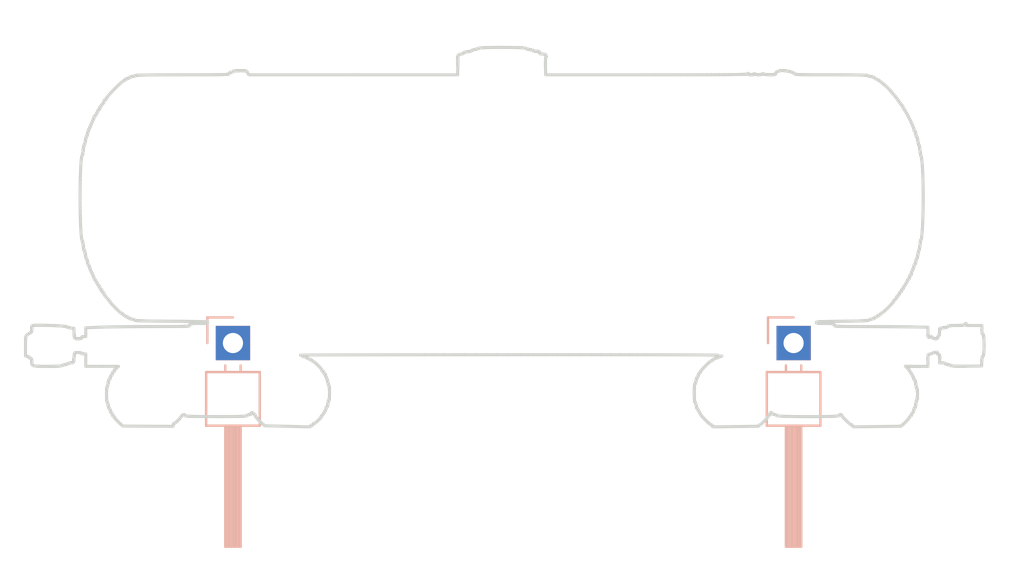
<source format=kicad_pcb>
(kicad_pcb (version 20171130) (host pcbnew 5.0.0-rc2-dev-unknown-d09445c~65~ubuntu16.04.1)
  (layers (0 F.Cu signal) (31 B.Cu signal) (34 B.Paste user) (35 F.Paste user) (36 B.SilkS user) (37 F.SilkS user) (38 B.Mask user) (39 F.Mask user) (44 Edge.Cuts user))
  (net 0 "")
  (net 1 "Net-(MK2-Pad1)")
  (module silkscreen:Tank (layer F.Cu) (at 24.13 88.519)
    (fp_text reference Tank hide)
    (fp_text value LOGO hide)
  )
  (module Pin_Headers:Pin_Header_Angled_1x01_Pitch2.54mm (layer B.Cu) (at 10.287 95.758 270)
    (fp_text reference MK1 hide)
    (fp_text value Mounting_Hole_PAD)
    (pad 1 thru_hole rect (at 0 0 270) (size 1.7 1.7) (drill 1) (layers *.Cu *.Mask))
  )
  (module Pin_Headers:Pin_Header_Angled_1x01_Pitch2.54mm (layer B.Cu) (at 38.1 95.758 270)
    (fp_text reference MK2 hide)
    (fp_text value Mounting_Hole_PAD)
    (pad 1 thru_hole rect (at 0 0 270) (size 1.7 1.7) (drill 1) (layers *.Cu *.Mask))
  )
  (gr_line (start 40.809031 94.673487) (end 40.735042 94.674473) (layer Edge.Cuts) (width 0.15))
  (gr_line (start 40.88027 94.672451) (end 40.809031 94.673487) (layer Edge.Cuts) (width 0.15))
  (gr_line (start 40.948772 94.671364) (end 40.88027 94.672451) (layer Edge.Cuts) (width 0.15))
  (gr_line (start 41.014551 94.670227) (end 40.948772 94.671364) (layer Edge.Cuts) (width 0.15))
  (gr_line (start 41.077619 94.669039) (end 41.014551 94.670227) (layer Edge.Cuts) (width 0.15))
  (gr_line (start 41.137989 94.667798) (end 41.077619 94.669039) (layer Edge.Cuts) (width 0.15))
  (gr_line (start 41.195676 94.666506) (end 41.137989 94.667798) (layer Edge.Cuts) (width 0.15))
  (gr_line (start 41.250692 94.66516) (end 41.195676 94.666506) (layer Edge.Cuts) (width 0.15))
  (gr_line (start 41.30305 94.663761) (end 41.250692 94.66516) (layer Edge.Cuts) (width 0.15))
  (gr_line (start 41.352765 94.662307) (end 41.30305 94.663761) (layer Edge.Cuts) (width 0.15))
  (gr_line (start 41.399848 94.6608) (end 41.352765 94.662307) (layer Edge.Cuts) (width 0.15))
  (gr_line (start 41.444314 94.659237) (end 41.399848 94.6608) (layer Edge.Cuts) (width 0.15))
  (gr_line (start 41.486175 94.657619) (end 41.444314 94.659237) (layer Edge.Cuts) (width 0.15))
  (gr_line (start 41.525445 94.655945) (end 41.486175 94.657619) (layer Edge.Cuts) (width 0.15))
  (gr_line (start 41.562138 94.654214) (end 41.525445 94.655945) (layer Edge.Cuts) (width 0.15))
  (gr_line (start 41.596266 94.652427) (end 41.562138 94.654214) (layer Edge.Cuts) (width 0.15))
  (gr_line (start 41.627842 94.650581) (end 41.596266 94.652427) (layer Edge.Cuts) (width 0.15))
  (gr_line (start 41.656881 94.648678) (end 41.627842 94.650581) (layer Edge.Cuts) (width 0.15))
  (gr_line (start 41.683394 94.646716) (end 41.656881 94.648678) (layer Edge.Cuts) (width 0.15))
  (gr_line (start 41.707396 94.644695) (end 41.683394 94.646716) (layer Edge.Cuts) (width 0.15))
  (gr_line (start 41.7289 94.642615) (end 41.707396 94.644695) (layer Edge.Cuts) (width 0.15))
  (gr_line (start 41.747919 94.640474) (end 41.7289 94.642615) (layer Edge.Cuts) (width 0.15))
  (gr_line (start 41.764466 94.638273) (end 41.747919 94.640474) (layer Edge.Cuts) (width 0.15))
  (gr_line (start 41.778555 94.63601) (end 41.764466 94.638273) (layer Edge.Cuts) (width 0.15))
  (gr_line (start 41.790198 94.633686) (end 41.778555 94.63601) (layer Edge.Cuts) (width 0.15))
  (gr_line (start 41.79941 94.6313) (end 41.790198 94.633686) (layer Edge.Cuts) (width 0.15))
  (gr_line (start 41.806202 94.628851) (end 41.79941 94.6313) (layer Edge.Cuts) (width 0.15))
  (gr_line (start 41.81059 94.626339) (end 41.806202 94.628851) (layer Edge.Cuts) (width 0.15))
  (gr_line (start 2.024708 96.81108) (end 2.018407 96.812866) (layer Edge.Cuts) (width 0.15))
  (gr_line (start 2.030887 96.809273) (end 2.024708 96.81108) (layer Edge.Cuts) (width 0.15))
  (gr_line (start 2.036932 96.807449) (end 2.030887 96.809273) (layer Edge.Cuts) (width 0.15))
  (gr_line (start 2.042831 96.805613) (end 2.036932 96.807449) (layer Edge.Cuts) (width 0.15))
  (gr_line (start 2.048574 96.803767) (end 2.042831 96.805613) (layer Edge.Cuts) (width 0.15))
  (gr_line (start 2.054148 96.801915) (end 2.048574 96.803767) (layer Edge.Cuts) (width 0.15))
  (gr_line (start 2.059542 96.800062) (end 2.054148 96.801915) (layer Edge.Cuts) (width 0.15))
  (gr_line (start 2.064745 96.79821) (end 2.059542 96.800062) (layer Edge.Cuts) (width 0.15))
  (gr_line (start 2.069745 96.796364) (end 2.064745 96.79821) (layer Edge.Cuts) (width 0.15))
  (gr_line (start 2.07453 96.794528) (end 2.069745 96.796364) (layer Edge.Cuts) (width 0.15))
  (gr_line (start 2.079089 96.792704) (end 2.07453 96.794528) (layer Edge.Cuts) (width 0.15))
  (gr_line (start 2.083411 96.790897) (end 2.079089 96.792704) (layer Edge.Cuts) (width 0.15))
  (gr_line (start 2.087483 96.78911) (end 2.083411 96.790897) (layer Edge.Cuts) (width 0.15))
  (gr_line (start 2.091295 96.787348) (end 2.087483 96.78911) (layer Edge.Cuts) (width 0.15))
  (gr_line (start 2.400661 95.220481) (end 2.400969 95.229192) (layer Edge.Cuts) (width 0.15))
  (gr_line (start 2.400405 95.211891) (end 2.400661 95.220481) (layer Edge.Cuts) (width 0.15))
  (gr_line (start 2.400203 95.203438) (end 2.400405 95.211891) (layer Edge.Cuts) (width 0.15))
  (gr_line (start 2.400057 95.195141) (end 2.400203 95.203438) (layer Edge.Cuts) (width 0.15))
  (gr_line (start 2.399968 95.187019) (end 2.400057 95.195141) (layer Edge.Cuts) (width 0.15))
  (gr_line (start 2.399938 95.179088) (end 2.399968 95.187019) (layer Edge.Cuts) (width 0.15))
  (gr_line (start 22.285446 81.195126) (end 22.293603 81.193831) (layer Edge.Cuts) (width 0.15))
  (gr_line (start 22.277333 81.196506) (end 22.285446 81.195126) (layer Edge.Cuts) (width 0.15))
  (gr_line (start 22.269275 81.197969) (end 22.277333 81.196506) (layer Edge.Cuts) (width 0.15))
  (gr_line (start 22.261286 81.199509) (end 22.269275 81.197969) (layer Edge.Cuts) (width 0.15))
  (gr_line (start 22.253377 81.201123) (end 22.261286 81.199509) (layer Edge.Cuts) (width 0.15))
  (gr_line (start 22.245562 81.202806) (end 22.253377 81.201123) (layer Edge.Cuts) (width 0.15))
  (gr_line (start 22.237852 81.204553) (end 22.245562 81.202806) (layer Edge.Cuts) (width 0.15))
  (gr_line (start 22.23026 81.206361) (end 22.237852 81.204553) (layer Edge.Cuts) (width 0.15))
  (gr_line (start 22.222799 81.208225) (end 22.23026 81.206361) (layer Edge.Cuts) (width 0.15))
  (gr_line (start 22.215481 81.210141) (end 22.222799 81.208225) (layer Edge.Cuts) (width 0.15))
  (gr_line (start 22.208318 81.212104) (end 22.215481 81.210141) (layer Edge.Cuts) (width 0.15))
  (gr_line (start 22.201323 81.214111) (end 22.208318 81.212104) (layer Edge.Cuts) (width 0.15))
  (gr_line (start 22.194509 81.216156) (end 22.201323 81.214111) (layer Edge.Cuts) (width 0.15))
  (gr_line (start 2.577584 96.228111) (end 2.563969 96.228226) (layer Edge.Cuts) (width 0.15))
  (gr_line (start 4.461582 97.044613) (end 4.466665 97.039417) (layer Edge.Cuts) (width 0.15))
  (gr_line (start 4.456619 97.049805) (end 4.461582 97.044613) (layer Edge.Cuts) (width 0.15))
  (gr_line (start 4.451783 97.054986) (end 4.456619 97.049805) (layer Edge.Cuts) (width 0.15))
  (gr_line (start 4.44708 97.060143) (end 4.451783 97.054986) (layer Edge.Cuts) (width 0.15))
  (gr_line (start 4.44252 97.065269) (end 4.44708 97.060143) (layer Edge.Cuts) (width 0.15))
  (gr_line (start 4.438108 97.070354) (end 4.44252 97.065269) (layer Edge.Cuts) (width 0.15))
  (gr_line (start 4.433854 97.075386) (end 4.438108 97.070354) (layer Edge.Cuts) (width 0.15))
  (gr_line (start 4.429763 97.080358) (end 4.433854 97.075386) (layer Edge.Cuts) (width 0.15))
  (gr_line (start 4.425844 97.085259) (end 4.429763 97.080358) (layer Edge.Cuts) (width 0.15))
  (gr_line (start 4.422105 97.09008) (end 4.425844 97.085259) (layer Edge.Cuts) (width 0.15))
  (gr_line (start 44.192661 98.630599) (end 44.190752 98.637285) (layer Edge.Cuts) (width 0.15))
  (gr_line (start 44.194573 98.624242) (end 44.192661 98.630599) (layer Edge.Cuts) (width 0.15))
  (gr_line (start 44.196483 98.618229) (end 44.194573 98.624242) (layer Edge.Cuts) (width 0.15))
  (gr_line (start 44.198387 98.612575) (end 44.196483 98.618229) (layer Edge.Cuts) (width 0.15))
  (gr_line (start 44.200282 98.607296) (end 44.198387 98.612575) (layer Edge.Cuts) (width 0.15))
  (gr_line (start 44.202163 98.602404) (end 44.200282 98.607296) (layer Edge.Cuts) (width 0.15))
  (gr_line (start 44.204028 98.597916) (end 44.202163 98.602404) (layer Edge.Cuts) (width 0.15))
  (gr_line (start 44.205871 98.593845) (end 44.204028 98.597916) (layer Edge.Cuts) (width 0.15))
  (gr_line (start 44.20769 98.590207) (end 44.205871 98.593845) (layer Edge.Cuts) (width 0.15))
  (gr_line (start 44.20948 98.587016) (end 44.20769 98.590207) (layer Edge.Cuts) (width 0.15))
  (gr_line (start 44.211238 98.584287) (end 44.20948 98.587016) (layer Edge.Cuts) (width 0.15))
  (gr_line (start 44.21296 98.582034) (end 44.211238 98.584287) (layer Edge.Cuts) (width 0.15))
  (gr_line (start 44.214641 98.580272) (end 44.21296 98.582034) (layer Edge.Cuts) (width 0.15))
  (gr_line (start 44.216279 98.579016) (end 44.214641 98.580272) (layer Edge.Cuts) (width 0.15))
  (gr_line (start 44.217884 98.577647) (end 44.216279 98.579016) (layer Edge.Cuts) (width 0.15))
  (gr_line (start 44.219468 98.575549) (end 44.217884 98.577647) (layer Edge.Cuts) (width 0.15))
  (gr_line (start 44.221029 98.572743) (end 44.219468 98.575549) (layer Edge.Cuts) (width 0.15))
  (gr_line (start 44.222565 98.569249) (end 44.221029 98.572743) (layer Edge.Cuts) (width 0.15))
  (gr_line (start 44.224073 98.565087) (end 44.222565 98.569249) (layer Edge.Cuts) (width 0.15))
  (gr_line (start 44.225551 98.560278) (end 44.224073 98.565087) (layer Edge.Cuts) (width 0.15))
  (gr_line (start 44.226997 98.554843) (end 44.225551 98.560278) (layer Edge.Cuts) (width 0.15))
  (gr_line (start 44.22841 98.548801) (end 44.226997 98.554843) (layer Edge.Cuts) (width 0.15))
  (gr_line (start 44.229787 98.542174) (end 44.22841 98.548801) (layer Edge.Cuts) (width 0.15))
  (gr_line (start 44.231125 98.534981) (end 44.229787 98.542174) (layer Edge.Cuts) (width 0.15))
  (gr_line (start 44.232423 98.527243) (end 44.231125 98.534981) (layer Edge.Cuts) (width 0.15))
  (gr_line (start 4.188797 99.06359) (end 4.187073 99.059181) (layer Edge.Cuts) (width 0.15))
  (gr_line (start 4.19049 99.068137) (end 4.188797 99.06359) (layer Edge.Cuts) (width 0.15))
  (gr_line (start 4.192147 99.072813) (end 4.19049 99.068137) (layer Edge.Cuts) (width 0.15))
  (gr_line (start 4.193764 99.077612) (end 4.192147 99.072813) (layer Edge.Cuts) (width 0.15))
  (gr_line (start 4.195339 99.082526) (end 4.193764 99.077612) (layer Edge.Cuts) (width 0.15))
  (gr_line (start 4.196866 99.087548) (end 4.195339 99.082526) (layer Edge.Cuts) (width 0.15))
  (gr_line (start 4.198343 99.09267) (end 4.196866 99.087548) (layer Edge.Cuts) (width 0.15))
  (gr_line (start 4.199766 99.097886) (end 4.198343 99.09267) (layer Edge.Cuts) (width 0.15))
  (gr_line (start 4.201132 99.103188) (end 4.199766 99.097886) (layer Edge.Cuts) (width 0.15))
  (gr_line (start 3.665668 92.959696) (end 3.664117 92.956539) (layer Edge.Cuts) (width 0.15))
  (gr_line (start 3.667212 92.962992) (end 3.665668 92.959696) (layer Edge.Cuts) (width 0.15))
  (gr_line (start 3.668747 92.96642) (end 3.667212 92.962992) (layer Edge.Cuts) (width 0.15))
  (gr_line (start 3.670268 92.969974) (end 3.668747 92.96642) (layer Edge.Cuts) (width 0.15))
  (gr_line (start 3.671773 92.973649) (end 3.670268 92.969974) (layer Edge.Cuts) (width 0.15))
  (gr_line (start 3.673259 92.977437) (end 3.671773 92.973649) (layer Edge.Cuts) (width 0.15))
  (gr_line (start 3.674723 92.981334) (end 3.673259 92.977437) (layer Edge.Cuts) (width 0.15))
  (gr_line (start 3.676161 92.985333) (end 3.674723 92.981334) (layer Edge.Cuts) (width 0.15))
  (gr_line (start 3.67757 92.989428) (end 3.676161 92.985333) (layer Edge.Cuts) (width 0.15))
  (gr_line (start 3.678948 92.993613) (end 3.67757 92.989428) (layer Edge.Cuts) (width 0.15))
  (gr_line (start 3.680291 92.997882) (end 3.678948 92.993613) (layer Edge.Cuts) (width 0.15))
  (gr_line (start 3.681596 93.002229) (end 3.680291 92.997882) (layer Edge.Cuts) (width 0.15))
  (gr_line (start 3.682859 93.006647) (end 3.681596 93.002229) (layer Edge.Cuts) (width 0.15))
  (gr_line (start 3.684079 93.011131) (end 3.682859 93.006647) (layer Edge.Cuts) (width 0.15))
  (gr_line (start 47.438161 96.60487) (end 47.437227 96.618919) (layer Edge.Cuts) (width 0.15))
  (gr_line (start 47.439165 96.591369) (end 47.438161 96.60487) (layer Edge.Cuts) (width 0.15))
  (gr_line (start 47.440241 96.57841) (end 47.439165 96.591369) (layer Edge.Cuts) (width 0.15))
  (gr_line (start 47.441391 96.565985) (end 47.440241 96.57841) (layer Edge.Cuts) (width 0.15))
  (gr_line (start 47.442615 96.554088) (end 47.441391 96.565985) (layer Edge.Cuts) (width 0.15))
  (gr_line (start 47.443917 96.542714) (end 47.442615 96.554088) (layer Edge.Cuts) (width 0.15))
  (gr_line (start 47.445296 96.531855) (end 47.443917 96.542714) (layer Edge.Cuts) (width 0.15))
  (gr_line (start 47.446754 96.521505) (end 47.445296 96.531855) (layer Edge.Cuts) (width 0.15))
  (gr_line (start 47.448294 96.511659) (end 47.446754 96.521505) (layer Edge.Cuts) (width 0.15))
  (gr_line (start 47.449916 96.502309) (end 47.448294 96.511659) (layer Edge.Cuts) (width 0.15))
  (gr_line (start 47.451622 96.493449) (end 47.449916 96.502309) (layer Edge.Cuts) (width 0.15))
  (gr_line (start 47.453414 96.485072) (end 47.451622 96.493449) (layer Edge.Cuts) (width 0.15))
  (gr_line (start 47.455293 96.477174) (end 47.453414 96.485072) (layer Edge.Cuts) (width 0.15))
  (gr_line (start 47.45726 96.469746) (end 47.455293 96.477174) (layer Edge.Cuts) (width 0.15))
  (gr_line (start 47.459318 96.462783) (end 47.45726 96.469746) (layer Edge.Cuts) (width 0.15))
  (gr_line (start 47.461467 96.456279) (end 47.459318 96.462783) (layer Edge.Cuts) (width 0.15))
  (gr_line (start 47.46371 96.450226) (end 47.461467 96.456279) (layer Edge.Cuts) (width 0.15))
  (gr_line (start 47.466047 96.444619) (end 47.46371 96.450226) (layer Edge.Cuts) (width 0.15))
  (gr_line (start 47.46848 96.439451) (end 47.466047 96.444619) (layer Edge.Cuts) (width 0.15))
  (gr_line (start 47.471011 96.434715) (end 47.46848 96.439451) (layer Edge.Cuts) (width 0.15))
  (gr_line (start 47.473642 96.430407) (end 47.471011 96.434715) (layer Edge.Cuts) (width 0.15))
  (gr_line (start 47.476373 96.426518) (end 47.473642 96.430407) (layer Edge.Cuts) (width 0.15))
  (gr_line (start 47.479206 96.423043) (end 47.476373 96.426518) (layer Edge.Cuts) (width 0.15))
  (gr_line (start 47.482143 96.419975) (end 47.479206 96.423043) (layer Edge.Cuts) (width 0.15))
  (gr_line (start 47.485185 96.417308) (end 47.482143 96.419975) (layer Edge.Cuts) (width 0.15))
  (gr_line (start 47.488335 96.415036) (end 47.485185 96.417308) (layer Edge.Cuts) (width 0.15))
  (gr_line (start 47.491592 96.413152) (end 47.488335 96.415036) (layer Edge.Cuts) (width 0.15))
  (gr_line (start 47.494959 96.41165) (end 47.491592 96.413152) (layer Edge.Cuts) (width 0.15))
  (gr_line (start 43.318249 93.366581) (end 43.315218 93.370309) (layer Edge.Cuts) (width 0.15))
  (gr_line (start 43.321188 93.362829) (end 43.318249 93.366581) (layer Edge.Cuts) (width 0.15))
  (gr_line (start 43.324032 93.359062) (end 43.321188 93.362829) (layer Edge.Cuts) (width 0.15))
  (gr_line (start 43.326774 93.355287) (end 43.324032 93.359062) (layer Edge.Cuts) (width 0.15))
  (gr_line (start 43.329411 93.351511) (end 43.326774 93.355287) (layer Edge.Cuts) (width 0.15))
  (gr_line (start 43.331937 93.347742) (end 43.329411 93.351511) (layer Edge.Cuts) (width 0.15))
  (gr_line (start 43.334347 93.343988) (end 43.331937 93.347742) (layer Edge.Cuts) (width 0.15))
  (gr_line (start 43.336637 93.340256) (end 43.334347 93.343988) (layer Edge.Cuts) (width 0.15))
  (gr_line (start 43.338801 93.336553) (end 43.336637 93.340256) (layer Edge.Cuts) (width 0.15))
  (gr_line (start 43.340836 93.332887) (end 43.338801 93.336553) (layer Edge.Cuts) (width 0.15))
  (gr_line (start 43.342736 93.329266) (end 43.340836 93.332887) (layer Edge.Cuts) (width 0.15))
  (gr_line (start 43.344496 93.325698) (end 43.342736 93.329266) (layer Edge.Cuts) (width 0.15))
  (gr_line (start 43.346111 93.322189) (end 43.344496 93.325698) (layer Edge.Cuts) (width 0.15))
  (gr_line (start 43.347577 93.318747) (end 43.346111 93.322189) (layer Edge.Cuts) (width 0.15))
  (gr_line (start 43.348888 93.31538) (end 43.347577 93.318747) (layer Edge.Cuts) (width 0.15))
  (gr_line (start 43.35004 93.312096) (end 43.348888 93.31538) (layer Edge.Cuts) (width 0.15))
  (gr_line (start 43.351029 93.308901) (end 43.35004 93.312096) (layer Edge.Cuts) (width 0.15))
  (gr_line (start 43.351848 93.305804) (end 43.351029 93.308901) (layer Edge.Cuts) (width 0.15))
  (gr_line (start 43.352494 93.302812) (end 43.351848 93.305804) (layer Edge.Cuts) (width 0.15))
  (gr_line (start 43.352961 93.299933) (end 43.352494 93.302812) (layer Edge.Cuts) (width 0.15))
  (gr_line (start 43.353245 93.297174) (end 43.352961 93.299933) (layer Edge.Cuts) (width 0.15))
  (gr_line (start 43.353341 93.294542) (end 43.353245 93.297174) (layer Edge.Cuts) (width 0.15))
  (gr_line (start 22.326465 81.188135) (end 22.334672 81.186512) (layer Edge.Cuts) (width 0.15))
  (gr_line (start 22.31824 81.189683) (end 22.326465 81.188135) (layer Edge.Cuts) (width 0.15))
  (gr_line (start 22.310011 81.191152) (end 22.31824 81.189683) (layer Edge.Cuts) (width 0.15))
  (gr_line (start 22.301794 81.192536) (end 22.310011 81.191152) (layer Edge.Cuts) (width 0.15))
  (gr_line (start 22.293603 81.193831) (end 22.301794 81.192536) (layer Edge.Cuts) (width 0.15))
  (gr_line (start 3.774285 93.156992) (end 3.774213 93.154181) (layer Edge.Cuts) (width 0.15))
  (gr_line (start 3.774498 93.15982) (end 3.774285 93.156992) (layer Edge.Cuts) (width 0.15))
  (gr_line (start 3.774848 93.162661) (end 3.774498 93.15982) (layer Edge.Cuts) (width 0.15))
  (gr_line (start 3.775333 93.16551) (end 3.774848 93.162661) (layer Edge.Cuts) (width 0.15))
  (gr_line (start 3.775947 93.16836) (end 3.775333 93.16551) (layer Edge.Cuts) (width 0.15))
  (gr_line (start 3.776689 93.171208) (end 3.775947 93.16836) (layer Edge.Cuts) (width 0.15))
  (gr_line (start 2.984005 96.296758) (end 2.880934 96.296758) (layer Edge.Cuts) (width 0.15))
  (gr_line (start 2.984005 96.60597) (end 2.984005 96.296758) (layer Edge.Cuts) (width 0.15))
  (gr_line (start 2.984005 96.915181) (end 2.984005 96.60597) (layer Edge.Cuts) (width 0.15))
  (gr_line (start 3.794925 96.915181) (end 2.984005 96.915181) (layer Edge.Cuts) (width 0.15))
  (gr_line (start 4.605844 96.915181) (end 3.794925 96.915181) (layer Edge.Cuts) (width 0.15))
  (gr_line (start 4.499241 97.008724) (end 4.605844 96.915181) (layer Edge.Cuts) (width 0.15))
  (gr_line (start 0.085392 96.421254) (end 0.080848 96.420077) (layer Edge.Cuts) (width 0.15))
  (gr_line (start 0.089876 96.42249) (end 0.085392 96.421254) (layer Edge.Cuts) (width 0.15))
  (gr_line (start 3.774166 93.151397) (end 3.774027 93.148651) (layer Edge.Cuts) (width 0.15))
  (gr_line (start 3.774213 93.154181) (end 3.774166 93.151397) (layer Edge.Cuts) (width 0.15))
  (gr_line (start 1.698564 96.899624) (end 1.680148 96.900927) (layer Edge.Cuts) (width 0.15))
  (gr_line (start 1.715557 96.89828) (end 1.698564 96.899624) (layer Edge.Cuts) (width 0.15))
  (gr_line (start 1.731078 96.896898) (end 1.715557 96.89828) (layer Edge.Cuts) (width 0.15))
  (gr_line (start 1.745077 96.89548) (end 1.731078 96.896898) (layer Edge.Cuts) (width 0.15))
  (gr_line (start 1.757506 96.894028) (end 1.745077 96.89548) (layer Edge.Cuts) (width 0.15))
  (gr_line (start 1.768312 96.892544) (end 1.757506 96.894028) (layer Edge.Cuts) (width 0.15))
  (gr_line (start 1.777448 96.89103) (end 1.768312 96.892544) (layer Edge.Cuts) (width 0.15))
  (gr_line (start 1.784863 96.889488) (end 1.777448 96.89103) (layer Edge.Cuts) (width 0.15))
  (gr_line (start 1.790508 96.887921) (end 1.784863 96.889488) (layer Edge.Cuts) (width 0.15))
  (gr_line (start 1.794332 96.886331) (end 1.790508 96.887921) (layer Edge.Cuts) (width 0.15))
  (gr_line (start 1.796285 96.884719) (end 1.794332 96.886331) (layer Edge.Cuts) (width 0.15))
  (gr_line (start 2.094834 96.785613) (end 2.091295 96.787348) (layer Edge.Cuts) (width 0.15))
  (gr_line (start 2.098089 96.78391) (end 2.094834 96.785613) (layer Edge.Cuts) (width 0.15))
  (gr_line (start 2.10105 96.782242) (end 2.098089 96.78391) (layer Edge.Cuts) (width 0.15))
  (gr_line (start 2.103703 96.780613) (end 2.10105 96.782242) (layer Edge.Cuts) (width 0.15))
  (gr_line (start 2.106038 96.779027) (end 2.103703 96.780613) (layer Edge.Cuts) (width 0.15))
  (gr_line (start 2.108042 96.777487) (end 2.106038 96.779027) (layer Edge.Cuts) (width 0.15))
  (gr_line (start 44.277066 85.809598) (end 44.278715 85.818548) (layer Edge.Cuts) (width 0.15))
  (gr_line (start 44.275449 85.800462) (end 44.277066 85.809598) (layer Edge.Cuts) (width 0.15))
  (gr_line (start 44.273869 85.791152) (end 44.275449 85.800462) (layer Edge.Cuts) (width 0.15))
  (gr_line (start 44.272328 85.781683) (end 44.273869 85.791152) (layer Edge.Cuts) (width 0.15))
  (gr_line (start 44.27083 85.77207) (end 44.272328 85.781683) (layer Edge.Cuts) (width 0.15))
  (gr_line (start 44.269379 85.762328) (end 44.27083 85.77207) (layer Edge.Cuts) (width 0.15))
  (gr_line (start 44.267978 85.752471) (end 44.269379 85.762328) (layer Edge.Cuts) (width 0.15))
  (gr_line (start 44.266631 85.742513) (end 44.267978 85.752471) (layer Edge.Cuts) (width 0.15))
  (gr_line (start 44.265341 85.73247) (end 44.266631 85.742513) (layer Edge.Cuts) (width 0.15))
  (gr_line (start 47.501992 96.405796) (end 47.494959 96.41165) (layer Edge.Cuts) (width 0.15))
  (gr_line (start 47.508547 96.394085) (end 47.501992 96.405796) (layer Edge.Cuts) (width 0.15))
  (gr_line (start 47.514625 96.376921) (end 47.508547 96.394085) (layer Edge.Cuts) (width 0.15))
  (gr_line (start 47.520225 96.354709) (end 47.514625 96.376921) (layer Edge.Cuts) (width 0.15))
  (gr_line (start 47.525349 96.327851) (end 47.520225 96.354709) (layer Edge.Cuts) (width 0.15))
  (gr_line (start 47.529997 96.296753) (end 47.525349 96.327851) (layer Edge.Cuts) (width 0.15))
  (gr_line (start 47.534171 96.261817) (end 47.529997 96.296753) (layer Edge.Cuts) (width 0.15))
  (gr_line (start 47.537869 96.223448) (end 47.534171 96.261817) (layer Edge.Cuts) (width 0.15))
  (gr_line (start 47.541094 96.18205) (end 47.537869 96.223448) (layer Edge.Cuts) (width 0.15))
  (gr_line (start 47.543846 96.138026) (end 47.541094 96.18205) (layer Edge.Cuts) (width 0.15))
  (gr_line (start 47.546124 96.091781) (end 47.543846 96.138026) (layer Edge.Cuts) (width 0.15))
  (gr_line (start 47.547931 96.043718) (end 47.546124 96.091781) (layer Edge.Cuts) (width 0.15))
  (gr_line (start 47.549266 95.994241) (end 47.547931 96.043718) (layer Edge.Cuts) (width 0.15))
  (gr_line (start 47.55013 95.943755) (end 47.549266 95.994241) (layer Edge.Cuts) (width 0.15))
  (gr_line (start 47.550523 95.892662) (end 47.55013 95.943755) (layer Edge.Cuts) (width 0.15))
  (gr_line (start 47.550447 95.841367) (end 47.550523 95.892662) (layer Edge.Cuts) (width 0.15))
  (gr_line (start 47.549902 95.790275) (end 47.550447 95.841367) (layer Edge.Cuts) (width 0.15))
  (gr_line (start 47.548888 95.739788) (end 47.549902 95.790275) (layer Edge.Cuts) (width 0.15))
  (gr_line (start 47.547406 95.69031) (end 47.548888 95.739788) (layer Edge.Cuts) (width 0.15))
  (gr_line (start 47.545457 95.642246) (end 47.547406 95.69031) (layer Edge.Cuts) (width 0.15))
  (gr_line (start 47.543041 95.596) (end 47.545457 95.642246) (layer Edge.Cuts) (width 0.15))
  (gr_line (start 47.540158 95.551975) (end 47.543041 95.596) (layer Edge.Cuts) (width 0.15))
  (gr_line (start 47.53681 95.510575) (end 47.540158 95.551975) (layer Edge.Cuts) (width 0.15))
  (gr_line (start 47.532997 95.472205) (end 47.53681 95.510575) (layer Edge.Cuts) (width 0.15))
  (gr_line (start 47.52872 95.437267) (end 47.532997 95.472205) (layer Edge.Cuts) (width 0.15))
  (gr_line (start 47.523979 95.406167) (end 47.52872 95.437267) (layer Edge.Cuts) (width 0.15))
  (gr_line (start 47.518774 95.379307) (end 47.523979 95.406167) (layer Edge.Cuts) (width 0.15))
  (gr_line (start 47.513107 95.357092) (end 47.518774 95.379307) (layer Edge.Cuts) (width 0.15))
  (gr_line (start 47.506978 95.339926) (end 47.513107 95.357092) (layer Edge.Cuts) (width 0.15))
  (gr_line (start 47.500387 95.328212) (end 47.506978 95.339926) (layer Edge.Cuts) (width 0.15))
  (gr_line (start 47.493336 95.322355) (end 47.500387 95.328212) (layer Edge.Cuts) (width 0.15))
  (gr_line (start 37.238972 99.329272) (end 37.234352 99.327028) (layer Edge.Cuts) (width 0.15))
  (gr_line (start 37.243409 99.331546) (end 37.238972 99.329272) (layer Edge.Cuts) (width 0.15))
  (gr_line (start 37.247654 99.333848) (end 37.243409 99.331546) (layer Edge.Cuts) (width 0.15))
  (gr_line (start 37.251698 99.336173) (end 37.247654 99.333848) (layer Edge.Cuts) (width 0.15))
  (gr_line (start 37.255531 99.338516) (end 37.251698 99.336173) (layer Edge.Cuts) (width 0.15))
  (gr_line (start 37.259144 99.340872) (end 37.255531 99.338516) (layer Edge.Cuts) (width 0.15))
  (gr_line (start 37.262527 99.343238) (end 37.259144 99.340872) (layer Edge.Cuts) (width 0.15))
  (gr_line (start 37.265672 99.345608) (end 37.262527 99.343238) (layer Edge.Cuts) (width 0.15))
  (gr_line (start 37.26857 99.347979) (end 37.265672 99.345608) (layer Edge.Cuts) (width 0.15))
  (gr_line (start 37.27121 99.350345) (end 37.26857 99.347979) (layer Edge.Cuts) (width 0.15))
  (gr_line (start 37.273583 99.352702) (end 37.27121 99.350345) (layer Edge.Cuts) (width 0.15))
  (gr_line (start 37.275681 99.355046) (end 37.273583 99.352702) (layer Edge.Cuts) (width 0.15))
  (gr_line (start 37.277494 99.357372) (end 37.275681 99.355046) (layer Edge.Cuts) (width 0.15))
  (gr_line (start 37.279012 99.359675) (end 37.277494 99.357372) (layer Edge.Cuts) (width 0.15))
  (gr_line (start 37.280227 99.361952) (end 37.279012 99.359675) (layer Edge.Cuts) (width 0.15))
  (gr_line (start 37.28113 99.364197) (end 37.280227 99.361952) (layer Edge.Cuts) (width 0.15))
  (gr_line (start 37.292007 99.369479) (end 37.28113 99.364197) (layer Edge.Cuts) (width 0.15))
  (gr_line (start 37.320216 99.374439) (end 37.292007 99.369479) (layer Edge.Cuts) (width 0.15))
  (gr_line (start 37.364564 99.379074) (end 37.320216 99.374439) (layer Edge.Cuts) (width 0.15))
  (gr_line (start 37.423861 99.383383) (end 37.364564 99.379074) (layer Edge.Cuts) (width 0.15))
  (gr_line (start 37.496915 99.387364) (end 37.423861 99.383383) (layer Edge.Cuts) (width 0.15))
  (gr_line (start 37.582534 99.391014) (end 37.496915 99.387364) (layer Edge.Cuts) (width 0.15))
  (gr_line (start 37.679529 99.394332) (end 37.582534 99.391014) (layer Edge.Cuts) (width 0.15))
  (gr_line (start 37.786707 99.397316) (end 37.679529 99.394332) (layer Edge.Cuts) (width 0.15))
  (gr_line (start 37.902878 99.399963) (end 37.786707 99.397316) (layer Edge.Cuts) (width 0.15))
  (gr_line (start 38.026849 99.402273) (end 37.902878 99.399963) (layer Edge.Cuts) (width 0.15))
  (gr_line (start 38.15743 99.404242) (end 38.026849 99.402273) (layer Edge.Cuts) (width 0.15))
  (gr_line (start 38.29343 99.405869) (end 38.15743 99.404242) (layer Edge.Cuts) (width 0.15))
  (gr_line (start 38.433657 99.407152) (end 38.29343 99.405869) (layer Edge.Cuts) (width 0.15))
  (gr_line (start 38.57692 99.40809) (end 38.433657 99.407152) (layer Edge.Cuts) (width 0.15))
  (gr_line (start 38.722028 99.408679) (end 38.57692 99.40809) (layer Edge.Cuts) (width 0.15))
  (gr_line (start 38.867789 99.408918) (end 38.722028 99.408679) (layer Edge.Cuts) (width 0.15))
  (gr_line (start 39.013013 99.408806) (end 38.867789 99.408918) (layer Edge.Cuts) (width 0.15))
  (gr_line (start 39.156508 99.40834) (end 39.013013 99.408806) (layer Edge.Cuts) (width 0.15))
  (gr_line (start 39.297083 99.407518) (end 39.156508 99.40834) (layer Edge.Cuts) (width 0.15))
  (gr_line (start 39.433547 99.406338) (end 39.297083 99.407518) (layer Edge.Cuts) (width 0.15))
  (gr_line (start 39.564708 99.404799) (end 39.433547 99.406338) (layer Edge.Cuts) (width 0.15))
  (gr_line (start 39.689375 99.402898) (end 39.564708 99.404799) (layer Edge.Cuts) (width 0.15))
  (gr_line (start 39.806358 99.400633) (end 39.689375 99.402898) (layer Edge.Cuts) (width 0.15))
  (gr_line (start 39.914464 99.398003) (end 39.806358 99.400633) (layer Edge.Cuts) (width 0.15))
  (gr_line (start 40.012502 99.395005) (end 39.914464 99.398003) (layer Edge.Cuts) (width 0.15))
  (gr_line (start 40.099282 99.391638) (end 40.012502 99.395005) (layer Edge.Cuts) (width 0.15))
  (gr_line (start 40.173611 99.3879) (end 40.099282 99.391638) (layer Edge.Cuts) (width 0.15))
  (gr_line (start 40.2343 99.383788) (end 40.173611 99.3879) (layer Edge.Cuts) (width 0.15))
  (gr_line (start 40.280156 99.379301) (end 40.2343 99.383788) (layer Edge.Cuts) (width 0.15))
  (gr_line (start 40.309988 99.374436) (end 40.280156 99.379301) (layer Edge.Cuts) (width 0.15))
  (gr_line (start 40.322605 99.369193) (end 40.309988 99.374436) (layer Edge.Cuts) (width 0.15))
  (gr_line (start 45.931097 96.887112) (end 45.930115 96.885404) (layer Edge.Cuts) (width 0.15))
  (gr_line (start 45.934017 96.888764) (end 45.931097 96.887112) (layer Edge.Cuts) (width 0.15))
  (gr_line (start 45.938834 96.89036) (end 45.934017 96.888764) (layer Edge.Cuts) (width 0.15))
  (gr_line (start 45.945506 96.891898) (end 45.938834 96.89036) (layer Edge.Cuts) (width 0.15))
  (gr_line (start 45.953993 96.893378) (end 45.945506 96.891898) (layer Edge.Cuts) (width 0.15))
  (gr_line (start 45.964253 96.894797) (end 45.953993 96.893378) (layer Edge.Cuts) (width 0.15))
  (gr_line (start 45.976246 96.896156) (end 45.964253 96.894797) (layer Edge.Cuts) (width 0.15))
  (gr_line (start 45.989931 96.897451) (end 45.976246 96.896156) (layer Edge.Cuts) (width 0.15))
  (gr_line (start 46.005267 96.898684) (end 45.989931 96.897451) (layer Edge.Cuts) (width 0.15))
  (gr_line (start 46.022212 96.899851) (end 46.005267 96.898684) (layer Edge.Cuts) (width 0.15))
  (gr_line (start 46.040727 96.900952) (end 46.022212 96.899851) (layer Edge.Cuts) (width 0.15))
  (gr_line (start 46.060769 96.901987) (end 46.040727 96.900952) (layer Edge.Cuts) (width 0.15))
  (gr_line (start 46.082298 96.902952) (end 46.060769 96.901987) (layer Edge.Cuts) (width 0.15))
  (gr_line (start 46.105273 96.903849) (end 46.082298 96.902952) (layer Edge.Cuts) (width 0.15))
  (gr_line (start 46.129653 96.904674) (end 46.105273 96.903849) (layer Edge.Cuts) (width 0.15))
  (gr_line (start 46.155397 96.905427) (end 46.129653 96.904674) (layer Edge.Cuts) (width 0.15))
  (gr_line (start 46.182464 96.906107) (end 46.155397 96.905427) (layer Edge.Cuts) (width 0.15))
  (gr_line (start 46.210813 96.906713) (end 46.182464 96.906107) (layer Edge.Cuts) (width 0.15))
  (gr_line (start 46.240403 96.907243) (end 46.210813 96.906713) (layer Edge.Cuts) (width 0.15))
  (gr_line (start 46.271193 96.907696) (end 46.240403 96.907243) (layer Edge.Cuts) (width 0.15))
  (gr_line (start 46.303142 96.908072) (end 46.271193 96.907696) (layer Edge.Cuts) (width 0.15))
  (gr_line (start 46.33621 96.908368) (end 46.303142 96.908072) (layer Edge.Cuts) (width 0.15))
  (gr_line (start 46.370355 96.908583) (end 46.33621 96.908368) (layer Edge.Cuts) (width 0.15))
  (gr_line (start 45.361853 95.032879) (end 45.362719 95.03177) (layer Edge.Cuts) (width 0.15))
  (gr_line (start 45.360976 95.034473) (end 45.361853 95.032879) (layer Edge.Cuts) (width 0.15))
  (gr_line (start 45.360091 95.036541) (end 45.360976 95.034473) (layer Edge.Cuts) (width 0.15))
  (gr_line (start 45.359199 95.039067) (end 45.360091 95.036541) (layer Edge.Cuts) (width 0.15))
  (gr_line (start 45.358301 95.042038) (end 45.359199 95.039067) (layer Edge.Cuts) (width 0.15))
  (gr_line (start 45.3574 95.045441) (end 45.358301 95.042038) (layer Edge.Cuts) (width 0.15))
  (gr_line (start 45.356496 95.04926) (end 45.3574 95.045441) (layer Edge.Cuts) (width 0.15))
  (gr_line (start 45.355593 95.053481) (end 45.356496 95.04926) (layer Edge.Cuts) (width 0.15))
  (gr_line (start 45.354691 95.058093) (end 45.355593 95.053481) (layer Edge.Cuts) (width 0.15))
  (gr_line (start 33.380686 97.328707) (end 33.382245 97.324121) (layer Edge.Cuts) (width 0.15))
  (gr_line (start 33.379174 97.333386) (end 33.380686 97.328707) (layer Edge.Cuts) (width 0.15))
  (gr_line (start 33.377712 97.33815) (end 33.379174 97.333386) (layer Edge.Cuts) (width 0.15))
  (gr_line (start 33.376304 97.342992) (end 33.377712 97.33815) (layer Edge.Cuts) (width 0.15))
  (gr_line (start 33.374954 97.347907) (end 33.376304 97.342992) (layer Edge.Cuts) (width 0.15))
  (gr_line (start 33.373665 97.352887) (end 33.374954 97.347907) (layer Edge.Cuts) (width 0.15))
  (gr_line (start 33.372369 97.357895) (end 33.373665 97.352887) (layer Edge.Cuts) (width 0.15))
  (gr_line (start 33.371 97.362894) (end 33.372369 97.357895) (layer Edge.Cuts) (width 0.15))
  (gr_line (start 33.369561 97.367874) (end 33.371 97.362894) (layer Edge.Cuts) (width 0.15))
  (gr_line (start 33.368056 97.372829) (end 33.369561 97.367874) (layer Edge.Cuts) (width 0.15))
  (gr_line (start 33.36649 97.37775) (end 33.368056 97.372829) (layer Edge.Cuts) (width 0.15))
  (gr_line (start 33.364867 97.382629) (end 33.36649 97.37775) (layer Edge.Cuts) (width 0.15))
  (gr_line (start 33.36319 97.387457) (end 33.364867 97.382629) (layer Edge.Cuts) (width 0.15))
  (gr_line (start 33.361463 97.392227) (end 33.36319 97.387457) (layer Edge.Cuts) (width 0.15))
  (gr_line (start 33.35969 97.396931) (end 33.361463 97.392227) (layer Edge.Cuts) (width 0.15))
  (gr_line (start 33.357875 97.401561) (end 33.35969 97.396931) (layer Edge.Cuts) (width 0.15))
  (gr_line (start 33.356023 97.406109) (end 33.357875 97.401561) (layer Edge.Cuts) (width 0.15))
  (gr_line (start 33.354137 97.410565) (end 33.356023 97.406109) (layer Edge.Cuts) (width 0.15))
  (gr_line (start 33.352222 97.414924) (end 33.354137 97.410565) (layer Edge.Cuts) (width 0.15))
  (gr_line (start 33.35028 97.419175) (end 33.352222 97.414924) (layer Edge.Cuts) (width 0.15))
  (gr_line (start 33.348317 97.423312) (end 33.35028 97.419175) (layer Edge.Cuts) (width 0.15))
  (gr_line (start 33.346336 97.427327) (end 33.348317 97.423312) (layer Edge.Cuts) (width 0.15))
  (gr_line (start 33.344341 97.43121) (end 33.346336 97.427327) (layer Edge.Cuts) (width 0.15))
  (gr_line (start 33.342337 97.434955) (end 33.344341 97.43121) (layer Edge.Cuts) (width 0.15))
  (gr_line (start 33.340326 97.438553) (end 33.342337 97.434955) (layer Edge.Cuts) (width 0.15))
  (gr_line (start 33.338313 97.441995) (end 33.340326 97.438553) (layer Edge.Cuts) (width 0.15))
  (gr_line (start 33.336303 97.445275) (end 33.338313 97.441995) (layer Edge.Cuts) (width 0.15))
  (gr_line (start 33.334299 97.448383) (end 33.336303 97.445275) (layer Edge.Cuts) (width 0.15))
  (gr_line (start 33.332304 97.451313) (end 33.334299 97.448383) (layer Edge.Cuts) (width 0.15))
  (gr_line (start 33.330324 97.454055) (end 33.332304 97.451313) (layer Edge.Cuts) (width 0.15))
  (gr_line (start 33.328362 97.456601) (end 33.330324 97.454055) (layer Edge.Cuts) (width 0.15))
  (gr_line (start 33.326422 97.458944) (end 33.328362 97.456601) (layer Edge.Cuts) (width 0.15))
  (gr_line (start 33.324507 97.461076) (end 33.326422 97.458944) (layer Edge.Cuts) (width 0.15))
  (gr_line (start 33.322623 97.462988) (end 33.324507 97.461076) (layer Edge.Cuts) (width 0.15))
  (gr_line (start 33.320773 97.464673) (end 33.322623 97.462988) (layer Edge.Cuts) (width 0.15))
  (gr_line (start 33.31896 97.466122) (end 33.320773 97.464673) (layer Edge.Cuts) (width 0.15))
  (gr_line (start 33.31719 97.467327) (end 33.31896 97.466122) (layer Edge.Cuts) (width 0.15))
  (gr_line (start 43.844879 99.445829) (end 43.843622 99.449009) (layer Edge.Cuts) (width 0.15))
  (gr_line (start 43.846207 99.44269) (end 43.844879 99.445829) (layer Edge.Cuts) (width 0.15))
  (gr_line (start 43.847601 99.439597) (end 43.846207 99.44269) (layer Edge.Cuts) (width 0.15))
  (gr_line (start 43.849059 99.436554) (end 43.847601 99.439597) (layer Edge.Cuts) (width 0.15))
  (gr_line (start 43.850576 99.433566) (end 43.849059 99.436554) (layer Edge.Cuts) (width 0.15))
  (gr_line (start 43.852149 99.430637) (end 43.850576 99.433566) (layer Edge.Cuts) (width 0.15))
  (gr_line (start 43.853773 99.42777) (end 43.852149 99.430637) (layer Edge.Cuts) (width 0.15))
  (gr_line (start 43.855446 99.424971) (end 43.853773 99.42777) (layer Edge.Cuts) (width 0.15))
  (gr_line (start 43.857162 99.422243) (end 43.855446 99.424971) (layer Edge.Cuts) (width 0.15))
  (gr_line (start 43.858918 99.419591) (end 43.857162 99.422243) (layer Edge.Cuts) (width 0.15))
  (gr_line (start 43.860711 99.417019) (end 43.858918 99.419591) (layer Edge.Cuts) (width 0.15))
  (gr_line (start 43.862536 99.414531) (end 43.860711 99.417019) (layer Edge.Cuts) (width 0.15))
  (gr_line (start 43.86439 99.412131) (end 43.862536 99.414531) (layer Edge.Cuts) (width 0.15))
  (gr_line (start 43.866268 99.409824) (end 43.86439 99.412131) (layer Edge.Cuts) (width 0.15))
  (gr_line (start 43.868167 99.407614) (end 43.866268 99.409824) (layer Edge.Cuts) (width 0.15))
  (gr_line (start 43.870083 99.405505) (end 43.868167 99.407614) (layer Edge.Cuts) (width 0.15))
  (gr_line (start 43.872013 99.403501) (end 43.870083 99.405505) (layer Edge.Cuts) (width 0.15))
  (gr_line (start 43.873951 99.401607) (end 43.872013 99.403501) (layer Edge.Cuts) (width 0.15))
  (gr_line (start 43.875896 99.399827) (end 43.873951 99.401607) (layer Edge.Cuts) (width 0.15))
  (gr_line (start 43.877841 99.398165) (end 43.875896 99.399827) (layer Edge.Cuts) (width 0.15))
  (gr_line (start 43.879785 99.396625) (end 43.877841 99.398165) (layer Edge.Cuts) (width 0.15))
  (gr_line (start 43.881722 99.395211) (end 43.879785 99.396625) (layer Edge.Cuts) (width 0.15))
  (gr_line (start 43.88365 99.393929) (end 43.881722 99.395211) (layer Edge.Cuts) (width 0.15))
  (gr_line (start 43.885563 99.392781) (end 43.88365 99.393929) (layer Edge.Cuts) (width 0.15))
  (gr_line (start 43.88746 99.391773) (end 43.885563 99.392781) (layer Edge.Cuts) (width 0.15))
  (gr_line (start 43.889334 99.390908) (end 43.88746 99.391773) (layer Edge.Cuts) (width 0.15))
  (gr_line (start 43.891183 99.390191) (end 43.889334 99.390908) (layer Edge.Cuts) (width 0.15))
  (gr_line (start 43.893003 99.389626) (end 43.891183 99.390191) (layer Edge.Cuts) (width 0.15))
  (gr_line (start 43.89479 99.389217) (end 43.893003 99.389626) (layer Edge.Cuts) (width 0.15))
  (gr_line (start 43.89654 99.388969) (end 43.89479 99.389217) (layer Edge.Cuts) (width 0.15))
  (gr_line (start 43.89825 99.388885) (end 43.89654 99.388969) (layer Edge.Cuts) (width 0.15))
  (gr_line (start 44.245163 98.205813) (end 44.2456 98.219277) (layer Edge.Cuts) (width 0.15))
  (gr_line (start 44.244654 98.192588) (end 44.245163 98.205813) (layer Edge.Cuts) (width 0.15))
  (gr_line (start 44.244075 98.179622) (end 44.244654 98.192588) (layer Edge.Cuts) (width 0.15))
  (gr_line (start 44.243428 98.166936) (end 44.244075 98.179622) (layer Edge.Cuts) (width 0.15))
  (gr_line (start 44.242715 98.15455) (end 44.243428 98.166936) (layer Edge.Cuts) (width 0.15))
  (gr_line (start 44.241938 98.142485) (end 44.242715 98.15455) (layer Edge.Cuts) (width 0.15))
  (gr_line (start 44.241099 98.13076) (end 44.241938 98.142485) (layer Edge.Cuts) (width 0.15))
  (gr_line (start 44.2402 98.119397) (end 44.241099 98.13076) (layer Edge.Cuts) (width 0.15))
  (gr_line (start 44.239245 98.108416) (end 44.2402 98.119397) (layer Edge.Cuts) (width 0.15))
  (gr_line (start 44.238233 98.097836) (end 44.239245 98.108416) (layer Edge.Cuts) (width 0.15))
  (gr_line (start 44.237169 98.087679) (end 44.238233 98.097836) (layer Edge.Cuts) (width 0.15))
  (gr_line (start 44.236054 98.077966) (end 44.237169 98.087679) (layer Edge.Cuts) (width 0.15))
  (gr_line (start 44.23489 98.068715) (end 44.236054 98.077966) (layer Edge.Cuts) (width 0.15))
  (gr_line (start 44.233679 98.059948) (end 44.23489 98.068715) (layer Edge.Cuts) (width 0.15))
  (gr_line (start 44.232423 98.051686) (end 44.233679 98.059948) (layer Edge.Cuts) (width 0.15))
  (gr_line (start 44.231125 98.043948) (end 44.232423 98.051686) (layer Edge.Cuts) (width 0.15))
  (gr_line (start 44.229787 98.036755) (end 44.231125 98.043948) (layer Edge.Cuts) (width 0.15))
  (gr_line (start 44.22841 98.030128) (end 44.229787 98.036755) (layer Edge.Cuts) (width 0.15))
  (gr_line (start 44.226997 98.024086) (end 44.22841 98.030128) (layer Edge.Cuts) (width 0.15))
  (gr_line (start 44.225551 98.018651) (end 44.226997 98.024086) (layer Edge.Cuts) (width 0.15))
  (gr_line (start 44.224073 98.013842) (end 44.225551 98.018651) (layer Edge.Cuts) (width 0.15))
  (gr_line (start 44.222565 98.00968) (end 44.224073 98.013842) (layer Edge.Cuts) (width 0.15))
  (gr_line (start 44.221029 98.006186) (end 44.222565 98.00968) (layer Edge.Cuts) (width 0.15))
  (gr_line (start 44.219468 98.00338) (end 44.221029 98.006186) (layer Edge.Cuts) (width 0.15))
  (gr_line (start 44.217884 98.001282) (end 44.219468 98.00338) (layer Edge.Cuts) (width 0.15))
  (gr_line (start 44.216279 97.999913) (end 44.217884 98.001282) (layer Edge.Cuts) (width 0.15))
  (gr_line (start -0.005044 96.398519) (end -0.005044 95.906324) (layer Edge.Cuts) (width 0.15))
  (gr_line (start 0.080848 96.420077) (end -0.005044 96.398519) (layer Edge.Cuts) (width 0.15))
  (gr_line (start 2.209988 95.006087) (end 2.219564 95.00744) (layer Edge.Cuts) (width 0.15))
  (gr_line (start 2.20047 95.004644) (end 2.209988 95.006087) (layer Edge.Cuts) (width 0.15))
  (gr_line (start 2.191025 95.003117) (end 2.20047 95.004644) (layer Edge.Cuts) (width 0.15))
  (gr_line (start 2.181668 95.00151) (end 2.191025 95.003117) (layer Edge.Cuts) (width 0.15))
  (gr_line (start 2.172411 94.999826) (end 2.181668 95.00151) (layer Edge.Cuts) (width 0.15))
  (gr_line (start 2.163271 94.998072) (end 2.172411 94.999826) (layer Edge.Cuts) (width 0.15))
  (gr_line (start 2.154262 94.99625) (end 2.163271 94.998072) (layer Edge.Cuts) (width 0.15))
  (gr_line (start 46.995173 94.888123) (end 47.030598 94.88814) (layer Edge.Cuts) (width 0.15))
  (gr_line (start 46.961843 94.888066) (end 46.995173 94.888123) (layer Edge.Cuts) (width 0.15))
  (gr_line (start 46.930547 94.887959) (end 46.961843 94.888066) (layer Edge.Cuts) (width 0.15))
  (gr_line (start 46.901227 94.887794) (end 46.930547 94.887959) (layer Edge.Cuts) (width 0.15))
  (gr_line (start 46.873823 94.887561) (end 46.901227 94.887794) (layer Edge.Cuts) (width 0.15))
  (gr_line (start 46.848278 94.887252) (end 46.873823 94.887561) (layer Edge.Cuts) (width 0.15))
  (gr_line (start 46.824533 94.886857) (end 46.848278 94.887252) (layer Edge.Cuts) (width 0.15))
  (gr_line (start 46.802527 94.886367) (end 46.824533 94.886857) (layer Edge.Cuts) (width 0.15))
  (gr_line (start 46.782203 94.885773) (end 46.802527 94.886367) (layer Edge.Cuts) (width 0.15))
  (gr_line (start 46.763502 94.885066) (end 46.782203 94.885773) (layer Edge.Cuts) (width 0.15))
  (gr_line (start 46.746364 94.884238) (end 46.763502 94.885066) (layer Edge.Cuts) (width 0.15))
  (gr_line (start 46.730731 94.883277) (end 46.746364 94.884238) (layer Edge.Cuts) (width 0.15))
  (gr_line (start 46.716544 94.882177) (end 46.730731 94.883277) (layer Edge.Cuts) (width 0.15))
  (gr_line (start 46.703744 94.880927) (end 46.716544 94.882177) (layer Edge.Cuts) (width 0.15))
  (gr_line (start 46.692273 94.879519) (end 46.703744 94.880927) (layer Edge.Cuts) (width 0.15))
  (gr_line (start 46.68207 94.877943) (end 46.692273 94.879519) (layer Edge.Cuts) (width 0.15))
  (gr_line (start 46.673079 94.876191) (end 46.68207 94.877943) (layer Edge.Cuts) (width 0.15))
  (gr_line (start 46.665238 94.874253) (end 46.673079 94.876191) (layer Edge.Cuts) (width 0.15))
  (gr_line (start 46.658491 94.87212) (end 46.665238 94.874253) (layer Edge.Cuts) (width 0.15))
  (gr_line (start 46.652777 94.869783) (end 46.658491 94.87212) (layer Edge.Cuts) (width 0.15))
  (gr_line (start 46.648038 94.867233) (end 46.652777 94.869783) (layer Edge.Cuts) (width 0.15))
  (gr_line (start 46.644216 94.864461) (end 46.648038 94.867233) (layer Edge.Cuts) (width 0.15))
  (gr_line (start 46.64125 94.861457) (end 46.644216 94.864461) (layer Edge.Cuts) (width 0.15))
  (gr_line (start 46.639083 94.858214) (end 46.64125 94.861457) (layer Edge.Cuts) (width 0.15))
  (gr_line (start 46.637655 94.854721) (end 46.639083 94.858214) (layer Edge.Cuts) (width 0.15))
  (gr_line (start 46.636908 94.850969) (end 46.637655 94.854721) (layer Edge.Cuts) (width 0.15))
  (gr_line (start 46.636783 94.84695) (end 46.636908 94.850969) (layer Edge.Cuts) (width 0.15))
  (gr_line (start 46.63722 94.842654) (end 46.636783 94.84695) (layer Edge.Cuts) (width 0.15))
  (gr_line (start 46.638162 94.838072) (end 46.63722 94.842654) (layer Edge.Cuts) (width 0.15))
  (gr_line (start 46.639548 94.833196) (end 46.638162 94.838072) (layer Edge.Cuts) (width 0.15))
  (gr_line (start 46.641321 94.828015) (end 46.639548 94.833196) (layer Edge.Cuts) (width 0.15))
  (gr_line (start 44.763339 95.372497) (end 44.763015 95.377711) (layer Edge.Cuts) (width 0.15))
  (gr_line (start 44.763649 95.366926) (end 44.763339 95.372497) (layer Edge.Cuts) (width 0.15))
  (gr_line (start 44.763943 95.361014) (end 44.763649 95.366926) (layer Edge.Cuts) (width 0.15))
  (gr_line (start 44.764223 95.354779) (end 44.763943 95.361014) (layer Edge.Cuts) (width 0.15))
  (gr_line (start 44.764487 95.34824) (end 44.764223 95.354779) (layer Edge.Cuts) (width 0.15))
  (gr_line (start 44.764735 95.341413) (end 44.764487 95.34824) (layer Edge.Cuts) (width 0.15))
  (gr_line (start 44.764968 95.334315) (end 44.764735 95.341413) (layer Edge.Cuts) (width 0.15))
  (gr_line (start 44.765185 95.326966) (end 44.764968 95.334315) (layer Edge.Cuts) (width 0.15))
  (gr_line (start 44.765386 95.319381) (end 44.765185 95.326966) (layer Edge.Cuts) (width 0.15))
  (gr_line (start 44.76557 95.311579) (end 44.765386 95.319381) (layer Edge.Cuts) (width 0.15))
  (gr_line (start 44.765738 95.303577) (end 44.76557 95.311579) (layer Edge.Cuts) (width 0.15))
  (gr_line (start 44.76589 95.295393) (end 44.765738 95.303577) (layer Edge.Cuts) (width 0.15))
  (gr_line (start 44.766025 95.287045) (end 44.76589 95.295393) (layer Edge.Cuts) (width 0.15))
  (gr_line (start 44.766143 95.278549) (end 44.766025 95.287045) (layer Edge.Cuts) (width 0.15))
  (gr_line (start 44.766244 95.269923) (end 44.766143 95.278549) (layer Edge.Cuts) (width 0.15))
  (gr_line (start 44.766327 95.261186) (end 44.766244 95.269923) (layer Edge.Cuts) (width 0.15))
  (gr_line (start 44.766393 95.252354) (end 44.766327 95.261186) (layer Edge.Cuts) (width 0.15))
  (gr_line (start 44.766442 95.243445) (end 44.766393 95.252354) (layer Edge.Cuts) (width 0.15))
  (gr_line (start 44.766472 95.234477) (end 44.766442 95.243445) (layer Edge.Cuts) (width 0.15))
  (gr_line (start 44.766485 95.225467) (end 44.766472 95.234477) (layer Edge.Cuts) (width 0.15))
  (gr_line (start 44.766479 95.216433) (end 44.766485 95.225467) (layer Edge.Cuts) (width 0.15))
  (gr_line (start 44.766455 95.207392) (end 44.766479 95.216433) (layer Edge.Cuts) (width 0.15))
  (gr_line (start 44.766413 95.198363) (end 44.766455 95.207392) (layer Edge.Cuts) (width 0.15))
  (gr_line (start 44.766352 95.189361) (end 44.766413 95.198363) (layer Edge.Cuts) (width 0.15))
  (gr_line (start 44.766272 95.180406) (end 44.766352 95.189361) (layer Edge.Cuts) (width 0.15))
  (gr_line (start 44.766173 95.171514) (end 44.766272 95.180406) (layer Edge.Cuts) (width 0.15))
  (gr_line (start 44.766055 95.162703) (end 44.766173 95.171514) (layer Edge.Cuts) (width 0.15))
  (gr_line (start 44.765917 95.153991) (end 44.766055 95.162703) (layer Edge.Cuts) (width 0.15))
  (gr_line (start 44.76576 95.145396) (end 44.765917 95.153991) (layer Edge.Cuts) (width 0.15))
  (gr_line (start 44.765583 95.136934) (end 44.76576 95.145396) (layer Edge.Cuts) (width 0.15))
  (gr_line (start 44.765386 95.128623) (end 44.765583 95.136934) (layer Edge.Cuts) (width 0.15))
  (gr_line (start 43.407603 93.22545) (end 43.404876 93.22657) (layer Edge.Cuts) (width 0.15))
  (gr_line (start 43.410293 93.224201) (end 43.407603 93.22545) (layer Edge.Cuts) (width 0.15))
  (gr_line (start 43.412944 93.222826) (end 43.410293 93.224201) (layer Edge.Cuts) (width 0.15))
  (gr_line (start 43.415552 93.22133) (end 43.412944 93.222826) (layer Edge.Cuts) (width 0.15))
  (gr_line (start 43.418114 93.21972) (end 43.415552 93.22133) (layer Edge.Cuts) (width 0.15))
  (gr_line (start 43.420624 93.218) (end 43.418114 93.21972) (layer Edge.Cuts) (width 0.15))
  (gr_line (start 43.423081 93.216174) (end 43.420624 93.218) (layer Edge.Cuts) (width 0.15))
  (gr_line (start 43.425481 93.21425) (end 43.423081 93.216174) (layer Edge.Cuts) (width 0.15))
  (gr_line (start 43.427819 93.21223) (end 43.425481 93.21425) (layer Edge.Cuts) (width 0.15))
  (gr_line (start 43.430092 93.210121) (end 43.427819 93.21223) (layer Edge.Cuts) (width 0.15))
  (gr_line (start 43.432297 93.207927) (end 43.430092 93.210121) (layer Edge.Cuts) (width 0.15))
  (gr_line (start 43.43443 93.205654) (end 43.432297 93.207927) (layer Edge.Cuts) (width 0.15))
  (gr_line (start 43.436486 93.203307) (end 43.43443 93.205654) (layer Edge.Cuts) (width 0.15))
  (gr_line (start 43.438464 93.200891) (end 43.436486 93.203307) (layer Edge.Cuts) (width 0.15))
  (gr_line (start 43.440358 93.198411) (end 43.438464 93.200891) (layer Edge.Cuts) (width 0.15))
  (gr_line (start 43.442166 93.195871) (end 43.440358 93.198411) (layer Edge.Cuts) (width 0.15))
  (gr_line (start 43.443883 93.193278) (end 43.442166 93.195871) (layer Edge.Cuts) (width 0.15))
  (gr_line (start 43.445507 93.190636) (end 43.443883 93.193278) (layer Edge.Cuts) (width 0.15))
  (gr_line (start 43.447033 93.187951) (end 43.445507 93.190636) (layer Edge.Cuts) (width 0.15))
  (gr_line (start 43.448458 93.185227) (end 43.447033 93.187951) (layer Edge.Cuts) (width 0.15))
  (gr_line (start 43.449777 93.18247) (end 43.448458 93.185227) (layer Edge.Cuts) (width 0.15))
  (gr_line (start 43.450989 93.179684) (end 43.449777 93.18247) (layer Edge.Cuts) (width 0.15))
  (gr_line (start 14.995364 97.703489) (end 14.996567 97.710697) (layer Edge.Cuts) (width 0.15))
  (gr_line (start 14.994035 97.696103) (end 14.995364 97.703489) (layer Edge.Cuts) (width 0.15))
  (gr_line (start 14.992584 97.688554) (end 14.994035 97.696103) (layer Edge.Cuts) (width 0.15))
  (gr_line (start 14.991018 97.68086) (end 14.992584 97.688554) (layer Edge.Cuts) (width 0.15))
  (gr_line (start 14.98934 97.673037) (end 14.991018 97.68086) (layer Edge.Cuts) (width 0.15))
  (gr_line (start 14.987555 97.665101) (end 14.98934 97.673037) (layer Edge.Cuts) (width 0.15))
  (gr_line (start 14.985671 97.657069) (end 14.987555 97.665101) (layer Edge.Cuts) (width 0.15))
  (gr_line (start 14.98369 97.648957) (end 14.985671 97.657069) (layer Edge.Cuts) (width 0.15))
  (gr_line (start 14.981619 97.640781) (end 14.98369 97.648957) (layer Edge.Cuts) (width 0.15))
  (gr_line (start 14.979462 97.632558) (end 14.981619 97.640781) (layer Edge.Cuts) (width 0.15))
  (gr_line (start 14.977225 97.624305) (end 14.979462 97.632558) (layer Edge.Cuts) (width 0.15))
  (gr_line (start 14.974913 97.616037) (end 14.977225 97.624305) (layer Edge.Cuts) (width 0.15))
  (gr_line (start 14.972531 97.607771) (end 14.974913 97.616037) (layer Edge.Cuts) (width 0.15))
  (gr_line (start 14.970084 97.599523) (end 14.972531 97.607771) (layer Edge.Cuts) (width 0.15))
  (gr_line (start 14.967577 97.59131) (end 14.970084 97.599523) (layer Edge.Cuts) (width 0.15))
  (gr_line (start 14.965016 97.583149) (end 14.967577 97.59131) (layer Edge.Cuts) (width 0.15))
  (gr_line (start 14.962405 97.575055) (end 14.965016 97.583149) (layer Edge.Cuts) (width 0.15))
  (gr_line (start 14.959751 97.567045) (end 14.962405 97.575055) (layer Edge.Cuts) (width 0.15))
  (gr_line (start 14.957057 97.559136) (end 14.959751 97.567045) (layer Edge.Cuts) (width 0.15))
  (gr_line (start 14.954329 97.551343) (end 14.957057 97.559136) (layer Edge.Cuts) (width 0.15))
  (gr_line (start 14.951572 97.543684) (end 14.954329 97.551343) (layer Edge.Cuts) (width 0.15))
  (gr_line (start 14.948791 97.536174) (end 14.951572 97.543684) (layer Edge.Cuts) (width 0.15))
  (gr_line (start 14.945993 97.52883) (end 14.948791 97.536174) (layer Edge.Cuts) (width 0.15))
  (gr_line (start 14.94318 97.521669) (end 14.945993 97.52883) (layer Edge.Cuts) (width 0.15))
  (gr_line (start 14.94036 97.514707) (end 14.94318 97.521669) (layer Edge.Cuts) (width 0.15))
  (gr_line (start 14.937536 97.50796) (end 14.94036 97.514707) (layer Edge.Cuts) (width 0.15))
  (gr_line (start 14.934714 97.501444) (end 14.937536 97.50796) (layer Edge.Cuts) (width 0.15))
  (gr_line (start 14.9319 97.495177) (end 14.934714 97.501444) (layer Edge.Cuts) (width 0.15))
  (gr_line (start 14.929098 97.489174) (end 14.9319 97.495177) (layer Edge.Cuts) (width 0.15))
  (gr_line (start 14.926313 97.483451) (end 14.929098 97.489174) (layer Edge.Cuts) (width 0.15))
  (gr_line (start 14.923552 97.478027) (end 14.926313 97.483451) (layer Edge.Cuts) (width 0.15))
  (gr_line (start 45.273439 95.43579) (end 45.275578 95.434281) (layer Edge.Cuts) (width 0.15))
  (gr_line (start 45.271347 95.437396) (end 45.273439 95.43579) (layer Edge.Cuts) (width 0.15))
  (gr_line (start 45.269303 95.439093) (end 45.271347 95.437396) (layer Edge.Cuts) (width 0.15))
  (gr_line (start 45.267312 95.440878) (end 45.269303 95.439093) (layer Edge.Cuts) (width 0.15))
  (gr_line (start 45.265376 95.442746) (end 45.267312 95.440878) (layer Edge.Cuts) (width 0.15))
  (gr_line (start 45.263498 95.444693) (end 45.265376 95.442746) (layer Edge.Cuts) (width 0.15))
  (gr_line (start 45.261682 95.446713) (end 45.263498 95.444693) (layer Edge.Cuts) (width 0.15))
  (gr_line (start 45.259931 95.448802) (end 45.261682 95.446713) (layer Edge.Cuts) (width 0.15))
  (gr_line (start 45.258246 95.450956) (end 45.259931 95.448802) (layer Edge.Cuts) (width 0.15))
  (gr_line (start 45.256633 95.45317) (end 45.258246 95.450956) (layer Edge.Cuts) (width 0.15))
  (gr_line (start 45.255093 95.45544) (end 45.256633 95.45317) (layer Edge.Cuts) (width 0.15))
  (gr_line (start 45.253631 95.45776) (end 45.255093 95.45544) (layer Edge.Cuts) (width 0.15))
  (gr_line (start 45.252248 95.460127) (end 45.253631 95.45776) (layer Edge.Cuts) (width 0.15))
  (gr_line (start 45.250949 95.462536) (end 45.252248 95.460127) (layer Edge.Cuts) (width 0.15))
  (gr_line (start 45.249735 95.464982) (end 45.250949 95.462536) (layer Edge.Cuts) (width 0.15))
  (gr_line (start 45.248611 95.467461) (end 45.249735 95.464982) (layer Edge.Cuts) (width 0.15))
  (gr_line (start 45.247579 95.469968) (end 45.248611 95.467461) (layer Edge.Cuts) (width 0.15))
  (gr_line (start 45.246643 95.472499) (end 45.247579 95.469968) (layer Edge.Cuts) (width 0.15))
  (gr_line (start 45.245805 95.475048) (end 45.246643 95.472499) (layer Edge.Cuts) (width 0.15))
  (gr_line (start 45.245069 95.477612) (end 45.245805 95.475048) (layer Edge.Cuts) (width 0.15))
  (gr_line (start 45.244438 95.480186) (end 45.245069 95.477612) (layer Edge.Cuts) (width 0.15))
  (gr_line (start 45.243914 95.482766) (end 45.244438 95.480186) (layer Edge.Cuts) (width 0.15))
  (gr_line (start 45.243502 95.485346) (end 45.243914 95.482766) (layer Edge.Cuts) (width 0.15))
  (gr_line (start 45.243203 95.487923) (end 45.243502 95.485346) (layer Edge.Cuts) (width 0.15))
  (gr_line (start 45.243022 95.490491) (end 45.243203 95.487923) (layer Edge.Cuts) (width 0.15))
  (gr_line (start 45.242961 95.493046) (end 45.243022 95.490491) (layer Edge.Cuts) (width 0.15))
  (gr_line (start 43.095681 93.637001) (end 43.091784 93.641229) (layer Edge.Cuts) (width 0.15))
  (gr_line (start 43.09968 93.632743) (end 43.095681 93.637001) (layer Edge.Cuts) (width 0.15))
  (gr_line (start 43.103775 93.628464) (end 43.09968 93.632743) (layer Edge.Cuts) (width 0.15))
  (gr_line (start 43.10796 93.62417) (end 43.103775 93.628464) (layer Edge.Cuts) (width 0.15))
  (gr_line (start 43.112229 93.619869) (end 43.10796 93.62417) (layer Edge.Cuts) (width 0.15))
  (gr_line (start 43.116576 93.615569) (end 43.112229 93.619869) (layer Edge.Cuts) (width 0.15))
  (gr_line (start 43.120995 93.611277) (end 43.116576 93.615569) (layer Edge.Cuts) (width 0.15))
  (gr_line (start 43.125479 93.607002) (end 43.120995 93.611277) (layer Edge.Cuts) (width 0.15))
  (gr_line (start 43.130023 93.602751) (end 43.125479 93.607002) (layer Edge.Cuts) (width 0.15))
  (gr_line (start 44.319058 91.156683) (end 44.3175 91.158912) (layer Edge.Cuts) (width 0.15))
  (gr_line (start 44.320662 91.153823) (end 44.319058 91.156683) (layer Edge.Cuts) (width 0.15))
  (gr_line (start 44.322308 91.150354) (end 44.320662 91.153823) (layer Edge.Cuts) (width 0.15))
  (gr_line (start 4.262292 94.957309) (end 4.340233 94.956001) (layer Edge.Cuts) (width 0.15))
  (gr_line (start 4.187385 94.958654) (end 4.262292 94.957309) (layer Edge.Cuts) (width 0.15))
  (gr_line (start 4.115694 94.960033) (end 4.187385 94.958654) (layer Edge.Cuts) (width 0.15))
  (gr_line (start 4.047401 94.961445) (end 4.115694 94.960033) (layer Edge.Cuts) (width 0.15))
  (gr_line (start 3.982686 94.962888) (end 4.047401 94.961445) (layer Edge.Cuts) (width 0.15))
  (gr_line (start 3.921733 94.964358) (end 3.982686 94.962888) (layer Edge.Cuts) (width 0.15))
  (gr_line (start 3.864721 94.965854) (end 3.921733 94.964358) (layer Edge.Cuts) (width 0.15))
  (gr_line (start 3.811834 94.967375) (end 3.864721 94.965854) (layer Edge.Cuts) (width 0.15))
  (gr_line (start 3.763252 94.968916) (end 3.811834 94.967375) (layer Edge.Cuts) (width 0.15))
  (gr_line (start 3.719158 94.970477) (end 3.763252 94.968916) (layer Edge.Cuts) (width 0.15))
  (gr_line (start 3.679732 94.972055) (end 3.719158 94.970477) (layer Edge.Cuts) (width 0.15))
  (gr_line (start 14.184203 96.6048) (end 14.184346 96.606382) (layer Edge.Cuts) (width 0.15))
  (gr_line (start 14.183777 96.603176) (end 14.184203 96.6048) (layer Edge.Cuts) (width 0.15))
  (gr_line (start 14.183076 96.601515) (end 14.183777 96.603176) (layer Edge.Cuts) (width 0.15))
  (gr_line (start 14.182107 96.599818) (end 14.183076 96.601515) (layer Edge.Cuts) (width 0.15))
  (gr_line (start 14.180878 96.598092) (end 14.182107 96.599818) (layer Edge.Cuts) (width 0.15))
  (gr_line (start 14.179395 96.596338) (end 14.180878 96.598092) (layer Edge.Cuts) (width 0.15))
  (gr_line (start 14.177667 96.594561) (end 14.179395 96.596338) (layer Edge.Cuts) (width 0.15))
  (gr_line (start 14.1757 96.592764) (end 14.177667 96.594561) (layer Edge.Cuts) (width 0.15))
  (gr_line (start 14.173501 96.590951) (end 14.1757 96.592764) (layer Edge.Cuts) (width 0.15))
  (gr_line (start 14.171078 96.589126) (end 14.173501 96.590951) (layer Edge.Cuts) (width 0.15))
  (gr_line (start 14.168438 96.587292) (end 14.171078 96.589126) (layer Edge.Cuts) (width 0.15))
  (gr_line (start 14.165589 96.585453) (end 14.168438 96.587292) (layer Edge.Cuts) (width 0.15))
  (gr_line (start 14.162537 96.583613) (end 14.165589 96.585453) (layer Edge.Cuts) (width 0.15))
  (gr_line (start 14.15929 96.581775) (end 14.162537 96.583613) (layer Edge.Cuts) (width 0.15))
  (gr_line (start 14.155855 96.579943) (end 14.15929 96.581775) (layer Edge.Cuts) (width 0.15))
  (gr_line (start 14.152239 96.578121) (end 14.155855 96.579943) (layer Edge.Cuts) (width 0.15))
  (gr_line (start 14.148451 96.576312) (end 14.152239 96.578121) (layer Edge.Cuts) (width 0.15))
  (gr_line (start 14.144496 96.57452) (end 14.148451 96.576312) (layer Edge.Cuts) (width 0.15))
  (gr_line (start 14.140382 96.572749) (end 14.144496 96.57452) (layer Edge.Cuts) (width 0.15))
  (gr_line (start 14.136117 96.571002) (end 14.140382 96.572749) (layer Edge.Cuts) (width 0.15))
  (gr_line (start 14.131707 96.569282) (end 14.136117 96.571002) (layer Edge.Cuts) (width 0.15))
  (gr_line (start 14.127161 96.567595) (end 14.131707 96.569282) (layer Edge.Cuts) (width 0.15))
  (gr_line (start 14.122484 96.565942) (end 14.127161 96.567595) (layer Edge.Cuts) (width 0.15))
  (gr_line (start 14.117686 96.564329) (end 14.122484 96.565942) (layer Edge.Cuts) (width 0.15))
  (gr_line (start 14.112772 96.562758) (end 14.117686 96.564329) (layer Edge.Cuts) (width 0.15))
  (gr_line (start 14.10775 96.561233) (end 14.112772 96.562758) (layer Edge.Cuts) (width 0.15))
  (gr_line (start 14.102627 96.559759) (end 14.10775 96.561233) (layer Edge.Cuts) (width 0.15))
  (gr_line (start 14.097411 96.558338) (end 14.102627 96.559759) (layer Edge.Cuts) (width 0.15))
  (gr_line (start 14.092109 96.556974) (end 14.097411 96.558338) (layer Edge.Cuts) (width 0.15))
  (gr_line (start 14.086728 96.555671) (end 14.092109 96.556974) (layer Edge.Cuts) (width 0.15))
  (gr_line (start 14.081276 96.554432) (end 14.086728 96.555671) (layer Edge.Cuts) (width 0.15))
  (gr_line (start 14.075823 96.553193) (end 14.081276 96.554432) (layer Edge.Cuts) (width 0.15))
  (gr_line (start 14.070442 96.551887) (end 14.075823 96.553193) (layer Edge.Cuts) (width 0.15))
  (gr_line (start 47.424639 96.898011) (end 46.677377 96.907271) (layer Edge.Cuts) (width 0.15))
  (gr_line (start 47.434833 96.664413) (end 47.424639 96.898011) (layer Edge.Cuts) (width 0.15))
  (gr_line (start 45.490746 96.74345) (end 45.483476 96.743406) (layer Edge.Cuts) (width 0.15))
  (gr_line (start 45.497921 96.743584) (end 45.490746 96.74345) (layer Edge.Cuts) (width 0.15))
  (gr_line (start 45.50499 96.743803) (end 45.497921 96.743584) (layer Edge.Cuts) (width 0.15))
  (gr_line (start 45.511945 96.744106) (end 45.50499 96.743803) (layer Edge.Cuts) (width 0.15))
  (gr_line (start 45.518775 96.744491) (end 45.511945 96.744106) (layer Edge.Cuts) (width 0.15))
  (gr_line (start 45.525471 96.744955) (end 45.518775 96.744491) (layer Edge.Cuts) (width 0.15))
  (gr_line (start 45.532023 96.745496) (end 45.525471 96.744955) (layer Edge.Cuts) (width 0.15))
  (gr_line (start 45.538421 96.746111) (end 45.532023 96.745496) (layer Edge.Cuts) (width 0.15))
  (gr_line (start 45.544656 96.746799) (end 45.538421 96.746111) (layer Edge.Cuts) (width 0.15))
  (gr_line (start 45.550718 96.747557) (end 45.544656 96.746799) (layer Edge.Cuts) (width 0.15))
  (gr_line (start 45.556597 96.748383) (end 45.550718 96.747557) (layer Edge.Cuts) (width 0.15))
  (gr_line (start 45.562284 96.749275) (end 45.556597 96.748383) (layer Edge.Cuts) (width 0.15))
  (gr_line (start 45.567769 96.75023) (end 45.562284 96.749275) (layer Edge.Cuts) (width 0.15))
  (gr_line (start 45.573042 96.751246) (end 45.567769 96.75023) (layer Edge.Cuts) (width 0.15))
  (gr_line (start 45.578094 96.752321) (end 45.573042 96.751246) (layer Edge.Cuts) (width 0.15))
  (gr_line (start 45.582915 96.753452) (end 45.578094 96.752321) (layer Edge.Cuts) (width 0.15))
  (gr_line (start 45.587494 96.754638) (end 45.582915 96.753452) (layer Edge.Cuts) (width 0.15))
  (gr_line (start 45.591824 96.755875) (end 45.587494 96.754638) (layer Edge.Cuts) (width 0.15))
  (gr_line (start 45.595893 96.757162) (end 45.591824 96.755875) (layer Edge.Cuts) (width 0.15))
  (gr_line (start 45.599692 96.758497) (end 45.595893 96.757162) (layer Edge.Cuts) (width 0.15))
  (gr_line (start 45.294351 95.4235) (end 45.296769 95.421061) (layer Edge.Cuts) (width 0.15))
  (gr_line (start 45.291891 95.425532) (end 45.294351 95.4235) (layer Edge.Cuts) (width 0.15))
  (gr_line (start 45.28939 95.427149) (end 45.291891 95.425532) (layer Edge.Cuts) (width 0.15))
  (gr_line (start 45.286851 95.428345) (end 45.28939 95.427149) (layer Edge.Cuts) (width 0.15))
  (gr_line (start 45.284529 95.429302) (end 45.286851 95.428345) (layer Edge.Cuts) (width 0.15))
  (gr_line (start 45.282238 95.430379) (end 45.284529 95.429302) (layer Edge.Cuts) (width 0.15))
  (gr_line (start 45.27998 95.431571) (end 45.282238 95.430379) (layer Edge.Cuts) (width 0.15))
  (gr_line (start 45.277759 95.432873) (end 45.27998 95.431571) (layer Edge.Cuts) (width 0.15))
  (gr_line (start 45.275578 95.434281) (end 45.277759 95.432873) (layer Edge.Cuts) (width 0.15))
  (gr_line (start 44.137646 85.282001) (end 44.139573 85.287684) (layer Edge.Cuts) (width 0.15))
  (gr_line (start 44.135701 85.276578) (end 44.137646 85.282001) (layer Edge.Cuts) (width 0.15))
  (gr_line (start 44.133743 85.271425) (end 44.135701 85.276578) (layer Edge.Cuts) (width 0.15))
  (gr_line (start 44.131775 85.266555) (end 44.133743 85.271425) (layer Edge.Cuts) (width 0.15))
  (gr_line (start 44.129801 85.261977) (end 44.131775 85.266555) (layer Edge.Cuts) (width 0.15))
  (gr_line (start 44.127826 85.257703) (end 44.129801 85.261977) (layer Edge.Cuts) (width 0.15))
  (gr_line (start 44.125852 85.253743) (end 44.127826 85.257703) (layer Edge.Cuts) (width 0.15))
  (gr_line (start 44.123884 85.250109) (end 44.125852 85.253743) (layer Edge.Cuts) (width 0.15))
  (gr_line (start 44.121926 85.246811) (end 44.123884 85.250109) (layer Edge.Cuts) (width 0.15))
  (gr_line (start 44.119982 85.24386) (end 44.121926 85.246811) (layer Edge.Cuts) (width 0.15))
  (gr_line (start 44.118056 85.241267) (end 44.119982 85.24386) (layer Edge.Cuts) (width 0.15))
  (gr_line (start 44.116151 85.239043) (end 44.118056 85.241267) (layer Edge.Cuts) (width 0.15))
  (gr_line (start 44.114271 85.237199) (end 44.116151 85.239043) (layer Edge.Cuts) (width 0.15))
  (gr_line (start 44.112421 85.235746) (end 44.114271 85.237199) (layer Edge.Cuts) (width 0.15))
  (gr_line (start 44.110604 85.234695) (end 44.112421 85.235746) (layer Edge.Cuts) (width 0.15))
  (gr_line (start 44.108825 85.234056) (end 44.110604 85.234695) (layer Edge.Cuts) (width 0.15))
  (gr_line (start 44.107086 85.23384) (end 44.108825 85.234056) (layer Edge.Cuts) (width 0.15))
  (gr_line (start 3.016138 85.527931) (end 3.017611 85.525874) (layer Edge.Cuts) (width 0.15))
  (gr_line (start 3.014615 85.530435) (end 3.016138 85.527931) (layer Edge.Cuts) (width 0.15))
  (gr_line (start 3.013046 85.53337) (end 3.014615 85.530435) (layer Edge.Cuts) (width 0.15))
  (gr_line (start 3.011435 85.536723) (end 3.013046 85.53337) (layer Edge.Cuts) (width 0.15))
  (gr_line (start 3.009784 85.54048) (end 3.011435 85.536723) (layer Edge.Cuts) (width 0.15))
  (gr_line (start 3.008098 85.544625) (end 3.009784 85.54048) (layer Edge.Cuts) (width 0.15))
  (gr_line (start 3.006381 85.549143) (end 3.008098 85.544625) (layer Edge.Cuts) (width 0.15))
  (gr_line (start 3.004635 85.554022) (end 3.006381 85.549143) (layer Edge.Cuts) (width 0.15))
  (gr_line (start 3.002866 85.559245) (end 3.004635 85.554022) (layer Edge.Cuts) (width 0.15))
  (gr_line (start 3.001075 85.564799) (end 3.002866 85.559245) (layer Edge.Cuts) (width 0.15))
  (gr_line (start 2.999268 85.570668) (end 3.001075 85.564799) (layer Edge.Cuts) (width 0.15))
  (gr_line (start 4.228746 97.390312) (end 4.230526 97.386877) (layer Edge.Cuts) (width 0.15))
  (gr_line (start 4.226973 97.393928) (end 4.228746 97.390312) (layer Edge.Cuts) (width 0.15))
  (gr_line (start 4.225211 97.397717) (end 4.226973 97.393928) (layer Edge.Cuts) (width 0.15))
  (gr_line (start 4.223464 97.401671) (end 4.225211 97.397717) (layer Edge.Cuts) (width 0.15))
  (gr_line (start 4.221734 97.405785) (end 4.223464 97.401671) (layer Edge.Cuts) (width 0.15))
  (gr_line (start 4.220026 97.41005) (end 4.221734 97.405785) (layer Edge.Cuts) (width 0.15))
  (gr_line (start 4.218343 97.41446) (end 4.220026 97.41005) (layer Edge.Cuts) (width 0.15))
  (gr_line (start 4.216688 97.419006) (end 4.218343 97.41446) (layer Edge.Cuts) (width 0.15))
  (gr_line (start 4.215066 97.423683) (end 4.216688 97.419006) (layer Edge.Cuts) (width 0.15))
  (gr_line (start 4.21348 97.428481) (end 4.215066 97.423683) (layer Edge.Cuts) (width 0.15))
  (gr_line (start 43.545925 93.020151) (end 43.54462 93.024264) (layer Edge.Cuts) (width 0.15))
  (gr_line (start 43.547272 93.016044) (end 43.545925 93.020151) (layer Edge.Cuts) (width 0.15))
  (gr_line (start 1.300904 96.913718) (end 1.267133 96.914156) (layer Edge.Cuts) (width 0.15))
  (gr_line (start 1.334 96.913207) (end 1.300904 96.913718) (layer Edge.Cuts) (width 0.15))
  (gr_line (start 1.366371 96.912626) (end 1.334 96.913207) (layer Edge.Cuts) (width 0.15))
  (gr_line (start 1.397967 96.911976) (end 1.366371 96.912626) (layer Edge.Cuts) (width 0.15))
  (gr_line (start 1.428738 96.91126) (end 1.397967 96.911976) (layer Edge.Cuts) (width 0.15))
  (gr_line (start 1.458635 96.91048) (end 1.428738 96.91126) (layer Edge.Cuts) (width 0.15))
  (gr_line (start 1.487608 96.909638) (end 1.458635 96.91048) (layer Edge.Cuts) (width 0.15))
  (gr_line (start 1.515607 96.908736) (end 1.487608 96.909638) (layer Edge.Cuts) (width 0.15))
  (gr_line (start 1.542583 96.907776) (end 1.515607 96.908736) (layer Edge.Cuts) (width 0.15))
  (gr_line (start 1.568484 96.906761) (end 1.542583 96.907776) (layer Edge.Cuts) (width 0.15))
  (gr_line (start 1.593263 96.905692) (end 1.568484 96.906761) (layer Edge.Cuts) (width 0.15))
  (gr_line (start 1.616868 96.904573) (end 1.593263 96.905692) (layer Edge.Cuts) (width 0.15))
  (gr_line (start 1.639251 96.903404) (end 1.616868 96.904573) (layer Edge.Cuts) (width 0.15))
  (gr_line (start 1.660361 96.902188) (end 1.639251 96.903404) (layer Edge.Cuts) (width 0.15))
  (gr_line (start 1.680148 96.900927) (end 1.660361 96.902188) (layer Edge.Cuts) (width 0.15))
  (gr_line (start 44.21218 85.542837) (end 44.213692 85.543052) (layer Edge.Cuts) (width 0.15))
  (gr_line (start 44.210623 85.542198) (end 44.21218 85.542837) (layer Edge.Cuts) (width 0.15))
  (gr_line (start 44.209026 85.541147) (end 44.210623 85.542198) (layer Edge.Cuts) (width 0.15))
  (gr_line (start 44.207392 85.539694) (end 44.209026 85.541147) (layer Edge.Cuts) (width 0.15))
  (gr_line (start 44.205724 85.53785) (end 44.207392 85.539694) (layer Edge.Cuts) (width 0.15))
  (gr_line (start 44.204027 85.535626) (end 44.205724 85.53785) (layer Edge.Cuts) (width 0.15))
  (gr_line (start 44.202304 85.533033) (end 44.204027 85.535626) (layer Edge.Cuts) (width 0.15))
  (gr_line (start 44.200559 85.530082) (end 44.202304 85.533033) (layer Edge.Cuts) (width 0.15))
  (gr_line (start 44.198795 85.526784) (end 44.200559 85.530082) (layer Edge.Cuts) (width 0.15))
  (gr_line (start 44.197016 85.52315) (end 44.198795 85.526784) (layer Edge.Cuts) (width 0.15))
  (gr_line (start 44.195225 85.51919) (end 44.197016 85.52315) (layer Edge.Cuts) (width 0.15))
  (gr_line (start 44.193426 85.514916) (end 44.195225 85.51919) (layer Edge.Cuts) (width 0.15))
  (gr_line (start 44.191622 85.510338) (end 44.193426 85.514916) (layer Edge.Cuts) (width 0.15))
  (gr_line (start 44.189818 85.505468) (end 44.191622 85.510338) (layer Edge.Cuts) (width 0.15))
  (gr_line (start 44.188017 85.500315) (end 44.189818 85.505468) (layer Edge.Cuts) (width 0.15))
  (gr_line (start 44.186222 85.494892) (end 44.188017 85.500315) (layer Edge.Cuts) (width 0.15))
  (gr_line (start 44.184437 85.489209) (end 44.186222 85.494892) (layer Edge.Cuts) (width 0.15))
  (gr_line (start 5.114311 94.513938) (end 5.114132 94.512367) (layer Edge.Cuts) (width 0.15))
  (gr_line (start 5.114843 94.515551) (end 5.114311 94.513938) (layer Edge.Cuts) (width 0.15))
  (gr_line (start 5.11572 94.517205) (end 5.114843 94.515551) (layer Edge.Cuts) (width 0.15))
  (gr_line (start 15.009962 98.6864) (end 15.008253 98.693978) (layer Edge.Cuts) (width 0.15))
  (gr_line (start 15.011704 98.679051) (end 15.009962 98.6864) (layer Edge.Cuts) (width 0.15))
  (gr_line (start 15.013474 98.671942) (end 15.011704 98.679051) (layer Edge.Cuts) (width 0.15))
  (gr_line (start 15.01527 98.665086) (end 15.013474 98.671942) (layer Edge.Cuts) (width 0.15))
  (gr_line (start 15.017087 98.658495) (end 15.01527 98.665086) (layer Edge.Cuts) (width 0.15))
  (gr_line (start 15.018922 98.65218) (end 15.017087 98.658495) (layer Edge.Cuts) (width 0.15))
  (gr_line (start 15.020772 98.646154) (end 15.018922 98.65218) (layer Edge.Cuts) (width 0.15))
  (gr_line (start 15.022631 98.640429) (end 15.020772 98.646154) (layer Edge.Cuts) (width 0.15))
  (gr_line (start 15.024498 98.635018) (end 15.022631 98.640429) (layer Edge.Cuts) (width 0.15))
  (gr_line (start 15.026367 98.629931) (end 15.024498 98.635018) (layer Edge.Cuts) (width 0.15))
  (gr_line (start 15.028236 98.625182) (end 15.026367 98.629931) (layer Edge.Cuts) (width 0.15))
  (gr_line (start 15.0301 98.620782) (end 15.028236 98.625182) (layer Edge.Cuts) (width 0.15))
  (gr_line (start 15.031956 98.616744) (end 15.0301 98.620782) (layer Edge.Cuts) (width 0.15))
  (gr_line (start 15.0338 98.61308) (end 15.031956 98.616744) (layer Edge.Cuts) (width 0.15))
  (gr_line (start 15.035628 98.609801) (end 15.0338 98.61308) (layer Edge.Cuts) (width 0.15))
  (gr_line (start 15.037437 98.60692) (end 15.035628 98.609801) (layer Edge.Cuts) (width 0.15))
  (gr_line (start 15.039223 98.604449) (end 15.037437 98.60692) (layer Edge.Cuts) (width 0.15))
  (gr_line (start 15.040983 98.602401) (end 15.039223 98.604449) (layer Edge.Cuts) (width 0.15))
  (gr_line (start 15.042711 98.600786) (end 15.040983 98.602401) (layer Edge.Cuts) (width 0.15))
  (gr_line (start 15.044406 98.599618) (end 15.042711 98.600786) (layer Edge.Cuts) (width 0.15))
  (gr_line (start 15.046063 98.598908) (end 15.044406 98.599618) (layer Edge.Cuts) (width 0.15))
  (gr_line (start 15.047678 98.598669) (end 15.046063 98.598908) (layer Edge.Cuts) (width 0.15))
  (gr_line (start 15.051337 98.596494) (end 15.047678 98.598669) (layer Edge.Cuts) (width 0.15))
  (gr_line (start 15.054752 98.590157) (end 15.051337 98.596494) (layer Edge.Cuts) (width 0.15))
  (gr_line (start 15.057924 98.57994) (end 15.054752 98.590157) (layer Edge.Cuts) (width 0.15))
  (gr_line (start 15.060853 98.566124) (end 15.057924 98.57994) (layer Edge.Cuts) (width 0.15))
  (gr_line (start 15.063538 98.548993) (end 15.060853 98.566124) (layer Edge.Cuts) (width 0.15))
  (gr_line (start 15.065979 98.528826) (end 15.063538 98.548993) (layer Edge.Cuts) (width 0.15))
  (gr_line (start 15.068177 98.505907) (end 15.065979 98.528826) (layer Edge.Cuts) (width 0.15))
  (gr_line (start 15.070132 98.480517) (end 15.068177 98.505907) (layer Edge.Cuts) (width 0.15))
  (gr_line (start 15.071843 98.452937) (end 15.070132 98.480517) (layer Edge.Cuts) (width 0.15))
  (gr_line (start 15.07331 98.423451) (end 15.071843 98.452937) (layer Edge.Cuts) (width 0.15))
  (gr_line (start 15.074533 98.392339) (end 15.07331 98.423451) (layer Edge.Cuts) (width 0.15))
  (gr_line (start 15.075513 98.359883) (end 15.074533 98.392339) (layer Edge.Cuts) (width 0.15))
  (gr_line (start 15.076249 98.326366) (end 15.075513 98.359883) (layer Edge.Cuts) (width 0.15))
  (gr_line (start 15.076741 98.292068) (end 15.076249 98.326366) (layer Edge.Cuts) (width 0.15))
  (gr_line (start 15.076989 98.257273) (end 15.076741 98.292068) (layer Edge.Cuts) (width 0.15))
  (gr_line (start 15.076994 98.222261) (end 15.076989 98.257273) (layer Edge.Cuts) (width 0.15))
  (gr_line (start 15.076754 98.187315) (end 15.076994 98.222261) (layer Edge.Cuts) (width 0.15))
  (gr_line (start 15.076271 98.152716) (end 15.076754 98.187315) (layer Edge.Cuts) (width 0.15))
  (gr_line (start 15.075544 98.118747) (end 15.076271 98.152716) (layer Edge.Cuts) (width 0.15))
  (gr_line (start 15.074573 98.085688) (end 15.075544 98.118747) (layer Edge.Cuts) (width 0.15))
  (gr_line (start 15.073358 98.053823) (end 15.074573 98.085688) (layer Edge.Cuts) (width 0.15))
  (gr_line (start 15.071899 98.023432) (end 15.073358 98.053823) (layer Edge.Cuts) (width 0.15))
  (gr_line (start 15.070195 97.994798) (end 15.071899 98.023432) (layer Edge.Cuts) (width 0.15))
  (gr_line (start 15.068248 97.968203) (end 15.070195 97.994798) (layer Edge.Cuts) (width 0.15))
  (gr_line (start 15.066057 97.943928) (end 15.068248 97.968203) (layer Edge.Cuts) (width 0.15))
  (gr_line (start 42.547654 94.218161) (end 42.536102 94.225966) (layer Edge.Cuts) (width 0.15))
  (gr_line (start 42.560863 94.208419) (end 42.547654 94.218161) (layer Edge.Cuts) (width 0.15))
  (gr_line (start 42.575589 94.196879) (end 42.560863 94.208419) (layer Edge.Cuts) (width 0.15))
  (gr_line (start 42.591696 94.18368) (end 42.575589 94.196879) (layer Edge.Cuts) (width 0.15))
  (gr_line (start 42.609045 94.168963) (end 42.591696 94.18368) (layer Edge.Cuts) (width 0.15))
  (gr_line (start 42.627498 94.152867) (end 42.609045 94.168963) (layer Edge.Cuts) (width 0.15))
  (gr_line (start 42.646917 94.135533) (end 42.627498 94.152867) (layer Edge.Cuts) (width 0.15))
  (gr_line (start 42.667165 94.117099) (end 42.646917 94.135533) (layer Edge.Cuts) (width 0.15))
  (gr_line (start 42.688102 94.097706) (end 42.667165 94.117099) (layer Edge.Cuts) (width 0.15))
  (gr_line (start 42.709592 94.077493) (end 42.688102 94.097706) (layer Edge.Cuts) (width 0.15))
  (gr_line (start 42.731497 94.0566) (end 42.709592 94.077493) (layer Edge.Cuts) (width 0.15))
  (gr_line (start 42.753677 94.035167) (end 42.731497 94.0566) (layer Edge.Cuts) (width 0.15))
  (gr_line (start 42.775997 94.013335) (end 42.753677 94.035167) (layer Edge.Cuts) (width 0.15))
  (gr_line (start 42.798316 93.991241) (end 42.775997 94.013335) (layer Edge.Cuts) (width 0.15))
  (gr_line (start 42.820498 93.969027) (end 42.798316 93.991241) (layer Edge.Cuts) (width 0.15))
  (gr_line (start 47.489741 95.320803) (end 47.493336 95.322355) (layer Edge.Cuts) (width 0.15))
  (gr_line (start 47.486296 95.318959) (end 47.489741 95.320803) (layer Edge.Cuts) (width 0.15))
  (gr_line (start 47.482998 95.316812) (end 47.486296 95.318959) (layer Edge.Cuts) (width 0.15))
  (gr_line (start 47.479846 95.314353) (end 47.482998 95.316812) (layer Edge.Cuts) (width 0.15))
  (gr_line (start 47.476837 95.311573) (end 47.479846 95.314353) (layer Edge.Cuts) (width 0.15))
  (gr_line (start 47.473969 95.308462) (end 47.476837 95.311573) (layer Edge.Cuts) (width 0.15))
  (gr_line (start 47.47124 95.30501) (end 47.473969 95.308462) (layer Edge.Cuts) (width 0.15))
  (gr_line (start 47.468648 95.301209) (end 47.47124 95.30501) (layer Edge.Cuts) (width 0.15))
  (gr_line (start 47.46619 95.297048) (end 47.468648 95.301209) (layer Edge.Cuts) (width 0.15))
  (gr_line (start 47.463864 95.292518) (end 47.46619 95.297048) (layer Edge.Cuts) (width 0.15))
  (gr_line (start 47.461669 95.28761) (end 47.463864 95.292518) (layer Edge.Cuts) (width 0.15))
  (gr_line (start 47.459602 95.282315) (end 47.461669 95.28761) (layer Edge.Cuts) (width 0.15))
  (gr_line (start 47.457661 95.276621) (end 47.459602 95.282315) (layer Edge.Cuts) (width 0.15))
  (gr_line (start 47.455844 95.270521) (end 47.457661 95.276621) (layer Edge.Cuts) (width 0.15))
  (gr_line (start 47.454148 95.264005) (end 47.455844 95.270521) (layer Edge.Cuts) (width 0.15))
  (gr_line (start 47.452572 95.257062) (end 47.454148 95.264005) (layer Edge.Cuts) (width 0.15))
  (gr_line (start 47.451113 95.249685) (end 47.452572 95.257062) (layer Edge.Cuts) (width 0.15))
  (gr_line (start 47.44977 95.241862) (end 47.451113 95.249685) (layer Edge.Cuts) (width 0.15))
  (gr_line (start 8.06989 99.387803) (end 8.043622 99.386068) (layer Edge.Cuts) (width 0.15))
  (gr_line (start 8.099141 99.389457) (end 8.06989 99.387803) (layer Edge.Cuts) (width 0.15))
  (gr_line (start 8.131391 99.391029) (end 8.099141 99.389457) (layer Edge.Cuts) (width 0.15))
  (gr_line (start 8.166659 99.39252) (end 8.131391 99.391029) (layer Edge.Cuts) (width 0.15))
  (gr_line (start 8.20496 99.39393) (end 8.166659 99.39252) (layer Edge.Cuts) (width 0.15))
  (gr_line (start 8.246314 99.395261) (end 8.20496 99.39393) (layer Edge.Cuts) (width 0.15))
  (gr_line (start 8.290737 99.396512) (end 8.246314 99.395261) (layer Edge.Cuts) (width 0.15))
  (gr_line (start 8.338248 99.397684) (end 8.290737 99.396512) (layer Edge.Cuts) (width 0.15))
  (gr_line (start 8.388863 99.398777) (end 8.338248 99.397684) (layer Edge.Cuts) (width 0.15))
  (gr_line (start 8.4426 99.399792) (end 8.388863 99.398777) (layer Edge.Cuts) (width 0.15))
  (gr_line (start 8.499476 99.400729) (end 8.4426 99.399792) (layer Edge.Cuts) (width 0.15))
  (gr_line (start 8.55951 99.401588) (end 8.499476 99.400729) (layer Edge.Cuts) (width 0.15))
  (gr_line (start 8.622718 99.402371) (end 8.55951 99.401588) (layer Edge.Cuts) (width 0.15))
  (gr_line (start 8.689118 99.403077) (end 8.622718 99.402371) (layer Edge.Cuts) (width 0.15))
  (gr_line (start 8.758728 99.403707) (end 8.689118 99.403077) (layer Edge.Cuts) (width 0.15))
  (gr_line (start 8.831565 99.404261) (end 8.758728 99.403707) (layer Edge.Cuts) (width 0.15))
  (gr_line (start 8.907646 99.404739) (end 8.831565 99.404261) (layer Edge.Cuts) (width 0.15))
  (gr_line (start 8.98699 99.405143) (end 8.907646 99.404739) (layer Edge.Cuts) (width 0.15))
  (gr_line (start 9.069613 99.405473) (end 8.98699 99.405143) (layer Edge.Cuts) (width 0.15))
  (gr_line (start 9.155533 99.405729) (end 9.069613 99.405473) (layer Edge.Cuts) (width 0.15))
  (gr_line (start 9.244768 99.405911) (end 9.155533 99.405729) (layer Edge.Cuts) (width 0.15))
  (gr_line (start 9.337334 99.406019) (end 9.244768 99.405911) (layer Edge.Cuts) (width 0.15))
  (gr_line (start 9.43325 99.406056) (end 9.337334 99.406019) (layer Edge.Cuts) (width 0.15))
  (gr_line (start 9.558832 99.406037) (end 9.43325 99.406056) (layer Edge.Cuts) (width 0.15))
  (gr_line (start 9.6772 99.405976) (end 9.558832 99.406037) (layer Edge.Cuts) (width 0.15))
  (gr_line (start 9.788587 99.405862) (end 9.6772 99.405976) (layer Edge.Cuts) (width 0.15))
  (gr_line (start 9.893221 99.405689) (end 9.788587 99.405862) (layer Edge.Cuts) (width 0.15))
  (gr_line (start 9.991332 99.405446) (end 9.893221 99.405689) (layer Edge.Cuts) (width 0.15))
  (gr_line (start 10.083151 99.405125) (end 9.991332 99.405446) (layer Edge.Cuts) (width 0.15))
  (gr_line (start 10.168908 99.404718) (end 10.083151 99.405125) (layer Edge.Cuts) (width 0.15))
  (gr_line (start 10.248832 99.404215) (end 10.168908 99.404718) (layer Edge.Cuts) (width 0.15))
  (gr_line (start 37.031839 99.249272) (end 37.031675 99.247626) (layer Edge.Cuts) (width 0.15))
  (gr_line (start 37.032326 99.250957) (end 37.031839 99.249272) (layer Edge.Cuts) (width 0.15))
  (gr_line (start 37.033127 99.252678) (end 37.032326 99.250957) (layer Edge.Cuts) (width 0.15))
  (gr_line (start 37.034233 99.254431) (end 37.033127 99.252678) (layer Edge.Cuts) (width 0.15))
  (gr_line (start 37.035638 99.256212) (end 37.034233 99.254431) (layer Edge.Cuts) (width 0.15))
  (gr_line (start 37.037331 99.258017) (end 37.035638 99.256212) (layer Edge.Cuts) (width 0.15))
  (gr_line (start 37.039306 99.259843) (end 37.037331 99.258017) (layer Edge.Cuts) (width 0.15))
  (gr_line (start 37.041553 99.261687) (end 37.039306 99.259843) (layer Edge.Cuts) (width 0.15))
  (gr_line (start 37.044065 99.263543) (end 37.041553 99.261687) (layer Edge.Cuts) (width 0.15))
  (gr_line (start 37.046833 99.265409) (end 37.044065 99.263543) (layer Edge.Cuts) (width 0.15))
  (gr_line (start 37.049849 99.267281) (end 37.046833 99.265409) (layer Edge.Cuts) (width 0.15))
  (gr_line (start 37.053104 99.269155) (end 37.049849 99.267281) (layer Edge.Cuts) (width 0.15))
  (gr_line (start 37.05659 99.271028) (end 37.053104 99.269155) (layer Edge.Cuts) (width 0.15))
  (gr_line (start 37.0603 99.272896) (end 37.05659 99.271028) (layer Edge.Cuts) (width 0.15))
  (gr_line (start 37.064224 99.274754) (end 37.0603 99.272896) (layer Edge.Cuts) (width 0.15))
  (gr_line (start 37.068354 99.2766) (end 37.064224 99.274754) (layer Edge.Cuts) (width 0.15))
  (gr_line (start 37.072682 99.27843) (end 37.068354 99.2766) (layer Edge.Cuts) (width 0.15))
  (gr_line (start 37.0772 99.280239) (end 37.072682 99.27843) (layer Edge.Cuts) (width 0.15))
  (gr_line (start 37.0819 99.282025) (end 37.0772 99.280239) (layer Edge.Cuts) (width 0.15))
  (gr_line (start 37.086773 99.283783) (end 37.0819 99.282025) (layer Edge.Cuts) (width 0.15))
  (gr_line (start 37.09181 99.28551) (end 37.086773 99.283783) (layer Edge.Cuts) (width 0.15))
  (gr_line (start 37.097004 99.287202) (end 37.09181 99.28551) (layer Edge.Cuts) (width 0.15))
  (gr_line (start 37.102346 99.288856) (end 37.097004 99.287202) (layer Edge.Cuts) (width 0.15))
  (gr_line (start 37.107828 99.290467) (end 37.102346 99.288856) (layer Edge.Cuts) (width 0.15))
  (gr_line (start 37.113442 99.292032) (end 37.107828 99.290467) (layer Edge.Cuts) (width 0.15))
  (gr_line (start 37.119179 99.293548) (end 37.113442 99.292032) (layer Edge.Cuts) (width 0.15))
  (gr_line (start 37.125031 99.29501) (end 37.119179 99.293548) (layer Edge.Cuts) (width 0.15))
  (gr_line (start 37.13099 99.296414) (end 37.125031 99.29501) (layer Edge.Cuts) (width 0.15))
  (gr_line (start 37.137047 99.297758) (end 37.13099 99.296414) (layer Edge.Cuts) (width 0.15))
  (gr_line (start 37.143194 99.299038) (end 37.137047 99.297758) (layer Edge.Cuts) (width 0.15))
  (gr_line (start 37.149423 99.300249) (end 37.143194 99.299038) (layer Edge.Cuts) (width 0.15))
  (gr_line (start 37.155672 99.301476) (end 37.149423 99.300249) (layer Edge.Cuts) (width 0.15))
  (gr_line (start 37.161877 99.302802) (end 37.155672 99.301476) (layer Edge.Cuts) (width 0.15))
  (gr_line (start 37.168029 99.304223) (end 37.161877 99.302802) (layer Edge.Cuts) (width 0.15))
  (gr_line (start 37.174119 99.305734) (end 37.168029 99.304223) (layer Edge.Cuts) (width 0.15))
  (gr_line (start 37.180138 99.307331) (end 37.174119 99.305734) (layer Edge.Cuts) (width 0.15))
  (gr_line (start 37.186076 99.30901) (end 37.180138 99.307331) (layer Edge.Cuts) (width 0.15))
  (gr_line (start 37.191923 99.310765) (end 37.186076 99.30901) (layer Edge.Cuts) (width 0.15))
  (gr_line (start 37.197672 99.312592) (end 37.191923 99.310765) (layer Edge.Cuts) (width 0.15))
  (gr_line (start 37.203312 99.314487) (end 37.197672 99.312592) (layer Edge.Cuts) (width 0.15))
  (gr_line (start 37.208834 99.316446) (end 37.203312 99.314487) (layer Edge.Cuts) (width 0.15))
  (gr_line (start 37.214229 99.318463) (end 37.208834 99.316446) (layer Edge.Cuts) (width 0.15))
  (gr_line (start 37.219488 99.320534) (end 37.214229 99.318463) (layer Edge.Cuts) (width 0.15))
  (gr_line (start 37.224601 99.322655) (end 37.219488 99.320534) (layer Edge.Cuts) (width 0.15))
  (gr_line (start 37.229559 99.324821) (end 37.224601 99.322655) (layer Edge.Cuts) (width 0.15))
  (gr_line (start 37.234352 99.327028) (end 37.229559 99.324821) (layer Edge.Cuts) (width 0.15))
  (gr_line (start 41.085787 99.913658) (end 43.399968 99.88706) (layer Edge.Cuts) (width 0.15))
  (gr_line (start 34.137109 99.914904) (end 36.332114 99.887052) (layer Edge.Cuts) (width 0.15))
  (gr_line (start 11.862239 99.861359) (end 14.089865 99.915088) (layer Edge.Cuts) (width 0.15))
  (gr_line (start 4.836294 99.878236) (end 7.312972 99.889862) (layer Edge.Cuts) (width 0.15))
  (gr_line (start 4.393595 99.433004) (end 4.392637 99.427825) (layer Edge.Cuts) (width 0.15))
  (gr_line (start 4.396401 99.439781) (end 4.393595 99.433004) (layer Edge.Cuts) (width 0.15))
  (gr_line (start 4.400957 99.448053) (end 4.396401 99.439781) (layer Edge.Cuts) (width 0.15))
  (gr_line (start 4.407163 99.45772) (end 4.400957 99.448053) (layer Edge.Cuts) (width 0.15))
  (gr_line (start 4.414921 99.468681) (end 4.407163 99.45772) (layer Edge.Cuts) (width 0.15))
  (gr_line (start 4.424131 99.480837) (end 4.414921 99.468681) (layer Edge.Cuts) (width 0.15))
  (gr_line (start 4.434694 99.494085) (end 4.424131 99.480837) (layer Edge.Cuts) (width 0.15))
  (gr_line (start 4.446511 99.508326) (end 4.434694 99.494085) (layer Edge.Cuts) (width 0.15))
  (gr_line (start 4.459482 99.523459) (end 4.446511 99.508326) (layer Edge.Cuts) (width 0.15))
  (gr_line (start 4.473509 99.539382) (end 4.459482 99.523459) (layer Edge.Cuts) (width 0.15))
  (gr_line (start 4.488493 99.555996) (end 4.473509 99.539382) (layer Edge.Cuts) (width 0.15))
  (gr_line (start 4.504334 99.5732) (end 4.488493 99.555996) (layer Edge.Cuts) (width 0.15))
  (gr_line (start 4.520932 99.590893) (end 4.504334 99.5732) (layer Edge.Cuts) (width 0.15))
  (gr_line (start 4.53819 99.608975) (end 4.520932 99.590893) (layer Edge.Cuts) (width 0.15))
  (gr_line (start 4.556007 99.627344) (end 4.53819 99.608975) (layer Edge.Cuts) (width 0.15))
  (gr_line (start 4.574285 99.6459) (end 4.556007 99.627344) (layer Edge.Cuts) (width 0.15))
  (gr_line (start 4.592925 99.664543) (end 4.574285 99.6459) (layer Edge.Cuts) (width 0.15))
  (gr_line (start 4.611826 99.683171) (end 4.592925 99.664543) (layer Edge.Cuts) (width 0.15))
  (gr_line (start 4.630891 99.701684) (end 4.611826 99.683171) (layer Edge.Cuts) (width 0.15))
  (gr_line (start 4.650019 99.719982) (end 4.630891 99.701684) (layer Edge.Cuts) (width 0.15))
  (gr_line (start 4.669113 99.737964) (end 4.650019 99.719982) (layer Edge.Cuts) (width 0.15))
  (gr_line (start 4.688072 99.755528) (end 4.669113 99.737964) (layer Edge.Cuts) (width 0.15))
  (gr_line (start 4.706797 99.772575) (end 4.688072 99.755528) (layer Edge.Cuts) (width 0.15))
  (gr_line (start 4.72519 99.789004) (end 4.706797 99.772575) (layer Edge.Cuts) (width 0.15))
  (gr_line (start 4.743151 99.804714) (end 4.72519 99.789004) (layer Edge.Cuts) (width 0.15))
  (gr_line (start 4.760581 99.819604) (end 4.743151 99.804714) (layer Edge.Cuts) (width 0.15))
  (gr_line (start 4.777381 99.833574) (end 4.760581 99.819604) (layer Edge.Cuts) (width 0.15))
  (gr_line (start 4.793451 99.846522) (end 4.777381 99.833574) (layer Edge.Cuts) (width 0.15))
  (gr_line (start 42.462984 82.832354) (end 42.468315 82.837448) (layer Edge.Cuts) (width 0.15))
  (gr_line (start 43.094223 83.4655) (end 43.101278 83.473609) (layer Edge.Cuts) (width 0.15))
  (gr_line (start 43.0873 83.457646) (end 43.094223 83.4655) (layer Edge.Cuts) (width 0.15))
  (gr_line (start 43.080525 83.450068) (end 43.0873 83.457646) (layer Edge.Cuts) (width 0.15))
  (gr_line (start 43.073912 83.442782) (end 43.080525 83.450068) (layer Edge.Cuts) (width 0.15))
  (gr_line (start 43.067477 83.435809) (end 43.073912 83.442782) (layer Edge.Cuts) (width 0.15))
  (gr_line (start 43.061236 83.429166) (end 43.067477 83.435809) (layer Edge.Cuts) (width 0.15))
  (gr_line (start 43.055202 83.422873) (end 43.061236 83.429166) (layer Edge.Cuts) (width 0.15))
  (gr_line (start 43.049392 83.416947) (end 43.055202 83.422873) (layer Edge.Cuts) (width 0.15))
  (gr_line (start 43.04382 83.411408) (end 43.049392 83.416947) (layer Edge.Cuts) (width 0.15))
  (gr_line (start 43.038501 83.406273) (end 43.04382 83.411408) (layer Edge.Cuts) (width 0.15))
  (gr_line (start 4.493601 97.013734) (end 4.499241 97.008724) (layer Edge.Cuts) (width 0.15))
  (gr_line (start 4.488036 97.018799) (end 4.493601 97.013734) (layer Edge.Cuts) (width 0.15))
  (gr_line (start 4.482552 97.023909) (end 4.488036 97.018799) (layer Edge.Cuts) (width 0.15))
  (gr_line (start 4.477157 97.029056) (end 4.482552 97.023909) (layer Edge.Cuts) (width 0.15))
  (gr_line (start 4.471859 97.034228) (end 4.477157 97.029056) (layer Edge.Cuts) (width 0.15))
  (gr_line (start 4.466665 97.039417) (end 4.471859 97.034228) (layer Edge.Cuts) (width 0.15))
  (gr_line (start 3.32717 84.739564) (end 3.330718 84.731903) (layer Edge.Cuts) (width 0.15))
  (gr_line (start 3.323514 84.747503) (end 3.32717 84.739564) (layer Edge.Cuts) (width 0.15))
  (gr_line (start 3.319758 84.7557) (end 3.323514 84.747503) (layer Edge.Cuts) (width 0.15))
  (gr_line (start 3.31591 84.764137) (end 3.319758 84.7557) (layer Edge.Cuts) (width 0.15))
  (gr_line (start 3.311979 84.772793) (end 3.31591 84.764137) (layer Edge.Cuts) (width 0.15))
  (gr_line (start 3.307974 84.781649) (end 3.311979 84.772793) (layer Edge.Cuts) (width 0.15))
  (gr_line (start 3.303903 84.790685) (end 3.307974 84.781649) (layer Edge.Cuts) (width 0.15))
  (gr_line (start 3.299775 84.799882) (end 3.303903 84.790685) (layer Edge.Cuts) (width 0.15))
  (gr_line (start 3.295598 84.809219) (end 3.299775 84.799882) (layer Edge.Cuts) (width 0.15))
  (gr_line (start 3.291381 84.818677) (end 3.295598 84.809219) (layer Edge.Cuts) (width 0.15))
  (gr_line (start 3.287133 84.828237) (end 3.291381 84.818677) (layer Edge.Cuts) (width 0.15))
  (gr_line (start 3.282862 84.837879) (end 3.287133 84.828237) (layer Edge.Cuts) (width 0.15))
  (gr_line (start 3.278577 84.847584) (end 3.282862 84.837879) (layer Edge.Cuts) (width 0.15))
  (gr_line (start 3.274286 84.857331) (end 3.278577 84.847584) (layer Edge.Cuts) (width 0.15))
  (gr_line (start 3.269998 84.867101) (end 3.274286 84.857331) (layer Edge.Cuts) (width 0.15))
  (gr_line (start 3.265721 84.876874) (end 3.269998 84.867101) (layer Edge.Cuts) (width 0.15))
  (gr_line (start 46.529988 94.864174) (end 46.537836 94.861481) (layer Edge.Cuts) (width 0.15))
  (gr_line (start 46.521715 94.866683) (end 46.529988 94.864174) (layer Edge.Cuts) (width 0.15))
  (gr_line (start 46.512986 94.869011) (end 46.521715 94.866683) (layer Edge.Cuts) (width 0.15))
  (gr_line (start 46.50377 94.871164) (end 46.512986 94.869011) (layer Edge.Cuts) (width 0.15))
  (gr_line (start 46.494035 94.873146) (end 46.50377 94.871164) (layer Edge.Cuts) (width 0.15))
  (gr_line (start 46.483751 94.874962) (end 46.494035 94.873146) (layer Edge.Cuts) (width 0.15))
  (gr_line (start 46.472887 94.876617) (end 46.483751 94.874962) (layer Edge.Cuts) (width 0.15))
  (gr_line (start 46.461412 94.878115) (end 46.472887 94.876617) (layer Edge.Cuts) (width 0.15))
  (gr_line (start 46.449295 94.879461) (end 46.461412 94.878115) (layer Edge.Cuts) (width 0.15))
  (gr_line (start 46.436505 94.880661) (end 46.449295 94.879461) (layer Edge.Cuts) (width 0.15))
  (gr_line (start 46.423011 94.881717) (end 46.436505 94.880661) (layer Edge.Cuts) (width 0.15))
  (gr_line (start 46.408782 94.882636) (end 46.423011 94.881717) (layer Edge.Cuts) (width 0.15))
  (gr_line (start 46.393787 94.883422) (end 46.408782 94.882636) (layer Edge.Cuts) (width 0.15))
  (gr_line (start 46.377996 94.88408) (end 46.393787 94.883422) (layer Edge.Cuts) (width 0.15))
  (gr_line (start 46.361377 94.884614) (end 46.377996 94.88408) (layer Edge.Cuts) (width 0.15))
  (gr_line (start 46.343899 94.885029) (end 46.361377 94.884614) (layer Edge.Cuts) (width 0.15))
  (gr_line (start 46.325532 94.88533) (end 46.343899 94.885029) (layer Edge.Cuts) (width 0.15))
  (gr_line (start 46.306244 94.885522) (end 46.325532 94.88533) (layer Edge.Cuts) (width 0.15))
  (gr_line (start 46.286004 94.885609) (end 46.306244 94.885522) (layer Edge.Cuts) (width 0.15))
  (gr_line (start 46.264782 94.885596) (end 46.286004 94.885609) (layer Edge.Cuts) (width 0.15))
  (gr_line (start 46.242547 94.885488) (end 46.264782 94.885596) (layer Edge.Cuts) (width 0.15))
  (gr_line (start 46.219267 94.885289) (end 46.242547 94.885488) (layer Edge.Cuts) (width 0.15))
  (gr_line (start 34.301577 96.367291) (end 34.300301 96.36547) (layer Edge.Cuts) (width 0.15))
  (gr_line (start 34.303138 96.369095) (end 34.301577 96.367291) (layer Edge.Cuts) (width 0.15))
  (gr_line (start 34.304976 96.370881) (end 34.303138 96.369095) (layer Edge.Cuts) (width 0.15))
  (gr_line (start 34.307081 96.372644) (end 34.304976 96.370881) (layer Edge.Cuts) (width 0.15))
  (gr_line (start 34.309444 96.374383) (end 34.307081 96.372644) (layer Edge.Cuts) (width 0.15))
  (gr_line (start 34.312055 96.376095) (end 34.309444 96.374383) (layer Edge.Cuts) (width 0.15))
  (gr_line (start 34.314906 96.377777) (end 34.312055 96.376095) (layer Edge.Cuts) (width 0.15))
  (gr_line (start 34.317987 96.379427) (end 34.314906 96.377777) (layer Edge.Cuts) (width 0.15))
  (gr_line (start 34.321289 96.381042) (end 34.317987 96.379427) (layer Edge.Cuts) (width 0.15))
  (gr_line (start 34.324803 96.38262) (end 34.321289 96.381042) (layer Edge.Cuts) (width 0.15))
  (gr_line (start 34.328519 96.384157) (end 34.324803 96.38262) (layer Edge.Cuts) (width 0.15))
  (gr_line (start 34.332429 96.385652) (end 34.328519 96.384157) (layer Edge.Cuts) (width 0.15))
  (gr_line (start 34.336523 96.387101) (end 34.332429 96.385652) (layer Edge.Cuts) (width 0.15))
  (gr_line (start 34.340791 96.388503) (end 34.336523 96.387101) (layer Edge.Cuts) (width 0.15))
  (gr_line (start 34.345225 96.389854) (end 34.340791 96.388503) (layer Edge.Cuts) (width 0.15))
  (gr_line (start 34.349816 96.391151) (end 34.345225 96.389854) (layer Edge.Cuts) (width 0.15))
  (gr_line (start 34.354554 96.392393) (end 34.349816 96.391151) (layer Edge.Cuts) (width 0.15))
  (gr_line (start 34.359429 96.393577) (end 34.354554 96.392393) (layer Edge.Cuts) (width 0.15))
  (gr_line (start 34.364434 96.3947) (end 34.359429 96.393577) (layer Edge.Cuts) (width 0.15))
  (gr_line (start 34.369558 96.395759) (end 34.364434 96.3947) (layer Edge.Cuts) (width 0.15))
  (gr_line (start 34.374792 96.396752) (end 34.369558 96.395759) (layer Edge.Cuts) (width 0.15))
  (gr_line (start 34.380127 96.397676) (end 34.374792 96.396752) (layer Edge.Cuts) (width 0.15))
  (gr_line (start 34.385554 96.398528) (end 34.380127 96.397676) (layer Edge.Cuts) (width 0.15))
  (gr_line (start 34.391063 96.399307) (end 34.385554 96.398528) (layer Edge.Cuts) (width 0.15))
  (gr_line (start 34.396646 96.400009) (end 34.391063 96.399307) (layer Edge.Cuts) (width 0.15))
  (gr_line (start 34.402293 96.400632) (end 34.396646 96.400009) (layer Edge.Cuts) (width 0.15))
  (gr_line (start 34.407995 96.401173) (end 34.402293 96.400632) (layer Edge.Cuts) (width 0.15))
  (gr_line (start 34.413742 96.40163) (end 34.407995 96.401173) (layer Edge.Cuts) (width 0.15))
  (gr_line (start 34.419526 96.401999) (end 34.413742 96.40163) (layer Edge.Cuts) (width 0.15))
  (gr_line (start 34.425338 96.402279) (end 34.419526 96.401999) (layer Edge.Cuts) (width 0.15))
  (gr_line (start 34.431167 96.402467) (end 34.425338 96.402279) (layer Edge.Cuts) (width 0.15))
  (gr_line (start 0.323725 94.907061) (end 0.327216 94.903596) (layer Edge.Cuts) (width 0.15))
  (gr_line (start 0.320605 94.910942) (end 0.323725 94.907061) (layer Edge.Cuts) (width 0.15))
  (gr_line (start 0.317834 94.915273) (end 0.320605 94.910942) (layer Edge.Cuts) (width 0.15))
  (gr_line (start 0.315394 94.920086) (end 0.317834 94.915273) (layer Edge.Cuts) (width 0.15))
  (gr_line (start 0.313262 94.925413) (end 0.315394 94.920086) (layer Edge.Cuts) (width 0.15))
  (gr_line (start 0.311417 94.931287) (end 0.313262 94.925413) (layer Edge.Cuts) (width 0.15))
  (gr_line (start 0.30984 94.937741) (end 0.311417 94.931287) (layer Edge.Cuts) (width 0.15))
  (gr_line (start 0.308509 94.944807) (end 0.30984 94.937741) (layer Edge.Cuts) (width 0.15))
  (gr_line (start 0.307404 94.952518) (end 0.308509 94.944807) (layer Edge.Cuts) (width 0.15))
  (gr_line (start 0.306503 94.960905) (end 0.307404 94.952518) (layer Edge.Cuts) (width 0.15))
  (gr_line (start 0.305786 94.970002) (end 0.306503 94.960905) (layer Edge.Cuts) (width 0.15))
  (gr_line (start 0.305232 94.979841) (end 0.305786 94.970002) (layer Edge.Cuts) (width 0.15))
  (gr_line (start 0.30482 94.990455) (end 0.305232 94.979841) (layer Edge.Cuts) (width 0.15))
  (gr_line (start 0.30453 95.001876) (end 0.30482 94.990455) (layer Edge.Cuts) (width 0.15))
  (gr_line (start 0.304341 95.014137) (end 0.30453 95.001876) (layer Edge.Cuts) (width 0.15))
  (gr_line (start 0.304231 95.027269) (end 0.304341 95.014137) (layer Edge.Cuts) (width 0.15))
  (gr_line (start 44.152093 98.854098) (end 44.150456 98.862916) (layer Edge.Cuts) (width 0.15))
  (gr_line (start 44.153692 98.845067) (end 44.152093 98.854098) (layer Edge.Cuts) (width 0.15))
  (gr_line (start 44.155249 98.835838) (end 44.153692 98.845067) (layer Edge.Cuts) (width 0.15))
  (gr_line (start 44.156759 98.826424) (end 44.155249 98.835838) (layer Edge.Cuts) (width 0.15))
  (gr_line (start 44.15822 98.816839) (end 44.156759 98.826424) (layer Edge.Cuts) (width 0.15))
  (gr_line (start 44.159628 98.807095) (end 44.15822 98.816839) (layer Edge.Cuts) (width 0.15))
  (gr_line (start 44.16098 98.797206) (end 44.159628 98.807095) (layer Edge.Cuts) (width 0.15))
  (gr_line (start 44.16227 98.787185) (end 44.16098 98.797206) (layer Edge.Cuts) (width 0.15))
  (gr_line (start 44.163565 98.777139) (end 44.16227 98.787185) (layer Edge.Cuts) (width 0.15))
  (gr_line (start 44.164926 98.767172) (end 44.163565 98.777139) (layer Edge.Cuts) (width 0.15))
  (gr_line (start 44.16635 98.757301) (end 44.164926 98.767172) (layer Edge.Cuts) (width 0.15))
  (gr_line (start 44.167833 98.747539) (end 44.16635 98.757301) (layer Edge.Cuts) (width 0.15))
  (gr_line (start 44.169371 98.737901) (end 44.167833 98.747539) (layer Edge.Cuts) (width 0.15))
  (gr_line (start 44.17096 98.728403) (end 44.169371 98.737901) (layer Edge.Cuts) (width 0.15))
  (gr_line (start 44.172598 98.719058) (end 44.17096 98.728403) (layer Edge.Cuts) (width 0.15))
  (gr_line (start 44.174279 98.709881) (end 44.172598 98.719058) (layer Edge.Cuts) (width 0.15))
  (gr_line (start 44.176 98.700887) (end 44.174279 98.709881) (layer Edge.Cuts) (width 0.15))
  (gr_line (start 44.177757 98.692091) (end 44.176 98.700887) (layer Edge.Cuts) (width 0.15))
  (gr_line (start 44.179547 98.683507) (end 44.177757 98.692091) (layer Edge.Cuts) (width 0.15))
  (gr_line (start 44.181365 98.675151) (end 44.179547 98.683507) (layer Edge.Cuts) (width 0.15))
  (gr_line (start 44.183208 98.667036) (end 44.181365 98.675151) (layer Edge.Cuts) (width 0.15))
  (gr_line (start 44.185072 98.659177) (end 44.183208 98.667036) (layer Edge.Cuts) (width 0.15))
  (gr_line (start 44.186953 98.651589) (end 44.185072 98.659177) (layer Edge.Cuts) (width 0.15))
  (gr_line (start 44.188848 98.644287) (end 44.186953 98.651589) (layer Edge.Cuts) (width 0.15))
  (gr_line (start 44.190752 98.637285) (end 44.188848 98.644287) (layer Edge.Cuts) (width 0.15))
  (gr_line (start 25.789817 81.773259) (end 25.789415 81.791311) (layer Edge.Cuts) (width 0.15))
  (gr_line (start 25.790294 81.755819) (end 25.789817 81.773259) (layer Edge.Cuts) (width 0.15))
  (gr_line (start 25.790844 81.739021) (end 25.790294 81.755819) (layer Edge.Cuts) (width 0.15))
  (gr_line (start 25.791467 81.722897) (end 25.790844 81.739021) (layer Edge.Cuts) (width 0.15))
  (gr_line (start 25.792161 81.707478) (end 25.791467 81.722897) (layer Edge.Cuts) (width 0.15))
  (gr_line (start 25.792924 81.692795) (end 25.792161 81.707478) (layer Edge.Cuts) (width 0.15))
  (gr_line (start 25.793755 81.678878) (end 25.792924 81.692795) (layer Edge.Cuts) (width 0.15))
  (gr_line (start 25.794653 81.665759) (end 25.793755 81.678878) (layer Edge.Cuts) (width 0.15))
  (gr_line (start 25.795616 81.653469) (end 25.794653 81.665759) (layer Edge.Cuts) (width 0.15))
  (gr_line (start 25.796643 81.642038) (end 25.795616 81.653469) (layer Edge.Cuts) (width 0.15))
  (gr_line (start 25.797733 81.631498) (end 25.796643 81.642038) (layer Edge.Cuts) (width 0.15))
  (gr_line (start 25.798884 81.62188) (end 25.797733 81.631498) (layer Edge.Cuts) (width 0.15))
  (gr_line (start 25.800095 81.613215) (end 25.798884 81.62188) (layer Edge.Cuts) (width 0.15))
  (gr_line (start 25.801363 81.605533) (end 25.800095 81.613215) (layer Edge.Cuts) (width 0.15))
  (gr_line (start 25.802689 81.598865) (end 25.801363 81.605533) (layer Edge.Cuts) (width 0.15))
  (gr_line (start 25.804071 81.593244) (end 25.802689 81.598865) (layer Edge.Cuts) (width 0.15))
  (gr_line (start 25.805506 81.588699) (end 25.804071 81.593244) (layer Edge.Cuts) (width 0.15))
  (gr_line (start 25.806995 81.585261) (end 25.805506 81.588699) (layer Edge.Cuts) (width 0.15))
  (gr_line (start 25.808534 81.582962) (end 25.806995 81.585261) (layer Edge.Cuts) (width 0.15))
  (gr_line (start 25.810124 81.581833) (end 25.808534 81.582962) (layer Edge.Cuts) (width 0.15))
  (gr_line (start 23.602758 81.091726) (end 23.711427 81.091752) (layer Edge.Cuts) (width 0.15))
  (gr_line (start 23.494413 81.09204) (end 23.602758 81.091726) (layer Edge.Cuts) (width 0.15))
  (gr_line (start 23.387258 81.092692) (end 23.494413 81.09204) (layer Edge.Cuts) (width 0.15))
  (gr_line (start 23.282156 81.093683) (end 23.387258 81.092692) (layer Edge.Cuts) (width 0.15))
  (gr_line (start 23.17997 81.095014) (end 23.282156 81.093683) (layer Edge.Cuts) (width 0.15))
  (gr_line (start 23.081564 81.096683) (end 23.17997 81.095014) (layer Edge.Cuts) (width 0.15))
  (gr_line (start 22.987802 81.098693) (end 23.081564 81.096683) (layer Edge.Cuts) (width 0.15))
  (gr_line (start 22.899546 81.101042) (end 22.987802 81.098693) (layer Edge.Cuts) (width 0.15))
  (gr_line (start 22.817662 81.103731) (end 22.899546 81.101042) (layer Edge.Cuts) (width 0.15))
  (gr_line (start 22.743012 81.106761) (end 22.817662 81.103731) (layer Edge.Cuts) (width 0.15))
  (gr_line (start 22.67646 81.11013) (end 22.743012 81.106761) (layer Edge.Cuts) (width 0.15))
  (gr_line (start 22.61887 81.113841) (end 22.67646 81.11013) (layer Edge.Cuts) (width 0.15))
  (gr_line (start 22.571105 81.117892) (end 22.61887 81.113841) (layer Edge.Cuts) (width 0.15))
  (gr_line (start 22.534029 81.122284) (end 22.571105 81.117892) (layer Edge.Cuts) (width 0.15))
  (gr_line (start 22.508505 81.127017) (end 22.534029 81.122284) (layer Edge.Cuts) (width 0.15))
  (gr_line (start 22.495398 81.132092) (end 22.508505 81.127017) (layer Edge.Cuts) (width 0.15))
  (gr_line (start 2.748507 95.527203) (end 2.752795 95.525399) (layer Edge.Cuts) (width 0.15))
  (gr_line (start 2.743839 95.528881) (end 2.748507 95.527203) (layer Edge.Cuts) (width 0.15))
  (gr_line (start 2.738782 95.530437) (end 2.743839 95.528881) (layer Edge.Cuts) (width 0.15))
  (gr_line (start 2.733327 95.531873) (end 2.738782 95.530437) (layer Edge.Cuts) (width 0.15))
  (gr_line (start 2.727467 95.533192) (end 2.733327 95.531873) (layer Edge.Cuts) (width 0.15))
  (gr_line (start 2.721191 95.534397) (end 2.727467 95.533192) (layer Edge.Cuts) (width 0.15))
  (gr_line (start 2.714492 95.535491) (end 2.721191 95.534397) (layer Edge.Cuts) (width 0.15))
  (gr_line (start 2.707361 95.536475) (end 2.714492 95.535491) (layer Edge.Cuts) (width 0.15))
  (gr_line (start 2.699788 95.537353) (end 2.707361 95.536475) (layer Edge.Cuts) (width 0.15))
  (gr_line (start 2.691767 95.538127) (end 2.699788 95.537353) (layer Edge.Cuts) (width 0.15))
  (gr_line (start 2.683287 95.5388) (end 2.691767 95.538127) (layer Edge.Cuts) (width 0.15))
  (gr_line (start 2.67434 95.539375) (end 2.683287 95.5388) (layer Edge.Cuts) (width 0.15))
  (gr_line (start 2.664918 95.539854) (end 2.67434 95.539375) (layer Edge.Cuts) (width 0.15))
  (gr_line (start 2.655012 95.54024) (end 2.664918 95.539854) (layer Edge.Cuts) (width 0.15))
  (gr_line (start 2.644613 95.540535) (end 2.655012 95.54024) (layer Edge.Cuts) (width 0.15))
  (gr_line (start 2.633713 95.540743) (end 2.644613 95.540535) (layer Edge.Cuts) (width 0.15))
  (gr_line (start 2.622303 95.540866) (end 2.633713 95.540743) (layer Edge.Cuts) (width 0.15))
  (gr_line (start 11.169524 99.283051) (end 11.167525 99.283717) (layer Edge.Cuts) (width 0.15))
  (gr_line (start 11.171473 99.282309) (end 11.169524 99.283051) (layer Edge.Cuts) (width 0.15))
  (gr_line (start 11.173367 99.281492) (end 11.171473 99.282309) (layer Edge.Cuts) (width 0.15))
  (gr_line (start 11.175204 99.280603) (end 11.173367 99.281492) (layer Edge.Cuts) (width 0.15))
  (gr_line (start 11.176982 99.279644) (end 11.175204 99.280603) (layer Edge.Cuts) (width 0.15))
  (gr_line (start 11.178696 99.278618) (end 11.176982 99.279644) (layer Edge.Cuts) (width 0.15))
  (gr_line (start 11.180343 99.277528) (end 11.178696 99.278618) (layer Edge.Cuts) (width 0.15))
  (gr_line (start 11.181922 99.276375) (end 11.180343 99.277528) (layer Edge.Cuts) (width 0.15))
  (gr_line (start 11.183429 99.275163) (end 11.181922 99.276375) (layer Edge.Cuts) (width 0.15))
  (gr_line (start 11.18486 99.273893) (end 11.183429 99.275163) (layer Edge.Cuts) (width 0.15))
  (gr_line (start 11.186213 99.272568) (end 11.18486 99.273893) (layer Edge.Cuts) (width 0.15))
  (gr_line (start 11.187484 99.27119) (end 11.186213 99.272568) (layer Edge.Cuts) (width 0.15))
  (gr_line (start 11.188672 99.269763) (end 11.187484 99.27119) (layer Edge.Cuts) (width 0.15))
  (gr_line (start 11.189772 99.268287) (end 11.188672 99.269763) (layer Edge.Cuts) (width 0.15))
  (gr_line (start 11.190781 99.266767) (end 11.189772 99.268287) (layer Edge.Cuts) (width 0.15))
  (gr_line (start 11.191697 99.265204) (end 11.190781 99.266767) (layer Edge.Cuts) (width 0.15))
  (gr_line (start 11.192517 99.2636) (end 11.191697 99.265204) (layer Edge.Cuts) (width 0.15))
  (gr_line (start 11.193237 99.261958) (end 11.192517 99.2636) (layer Edge.Cuts) (width 0.15))
  (gr_line (start 11.193855 99.260281) (end 11.193237 99.261958) (layer Edge.Cuts) (width 0.15))
  (gr_line (start 11.194367 99.258571) (end 11.193855 99.260281) (layer Edge.Cuts) (width 0.15))
  (gr_line (start 11.194771 99.256831) (end 11.194367 99.258571) (layer Edge.Cuts) (width 0.15))
  (gr_line (start 11.195063 99.255062) (end 11.194771 99.256831) (layer Edge.Cuts) (width 0.15))
  (gr_line (start 11.19524 99.253267) (end 11.195063 99.255062) (layer Edge.Cuts) (width 0.15))
  (gr_line (start 11.1953 99.25145) (end 11.19524 99.253267) (layer Edge.Cuts) (width 0.15))
  (gr_line (start 11.19556 99.246069) (end 11.1953 99.25145) (layer Edge.Cuts) (width 0.15))
  (gr_line (start 11.196328 99.241172) (end 11.19556 99.246069) (layer Edge.Cuts) (width 0.15))
  (gr_line (start 11.19758 99.236752) (end 11.196328 99.241172) (layer Edge.Cuts) (width 0.15))
  (gr_line (start 11.199296 99.232804) (end 11.19758 99.236752) (layer Edge.Cuts) (width 0.15))
  (gr_line (start 11.201454 99.229323) (end 11.199296 99.232804) (layer Edge.Cuts) (width 0.15))
  (gr_line (start 11.204032 99.226305) (end 11.201454 99.229323) (layer Edge.Cuts) (width 0.15))
  (gr_line (start 43.215795 93.493548) (end 43.21544 93.495515) (layer Edge.Cuts) (width 0.15))
  (gr_line (start 43.215914 93.491778) (end 43.215795 93.493548) (layer Edge.Cuts) (width 0.15))
  (gr_line (start 43.21601 93.490036) (end 43.215914 93.491778) (layer Edge.Cuts) (width 0.15))
  (gr_line (start 43.216294 93.488155) (end 43.21601 93.490036) (layer Edge.Cuts) (width 0.15))
  (gr_line (start 37.20541 82.381999) (end 37.207799 82.374317) (layer Edge.Cuts) (width 0.15))
  (gr_line (start 37.203953 82.389724) (end 37.20541 82.381999) (layer Edge.Cuts) (width 0.15))
  (gr_line (start 37.203461 82.397477) (end 37.203953 82.389724) (layer Edge.Cuts) (width 0.15))
  (gr_line (start 43.557042 84.128937) (end 43.559176 84.131669) (layer Edge.Cuts) (width 0.15))
  (gr_line (start 43.554949 84.126169) (end 43.557042 84.128937) (layer Edge.Cuts) (width 0.15))
  (gr_line (start 43.552902 84.12337) (end 43.554949 84.126169) (layer Edge.Cuts) (width 0.15))
  (gr_line (start 43.550902 84.120547) (end 43.552902 84.12337) (layer Edge.Cuts) (width 0.15))
  (gr_line (start 43.548954 84.117704) (end 43.550902 84.120547) (layer Edge.Cuts) (width 0.15))
  (gr_line (start 43.547059 84.114849) (end 43.548954 84.117704) (layer Edge.Cuts) (width 0.15))
  (gr_line (start 43.545222 84.111985) (end 43.547059 84.114849) (layer Edge.Cuts) (width 0.15))
  (gr_line (start 43.543445 84.109119) (end 43.545222 84.111985) (layer Edge.Cuts) (width 0.15))
  (gr_line (start 43.541731 84.106257) (end 43.543445 84.109119) (layer Edge.Cuts) (width 0.15))
  (gr_line (start 43.540083 84.103404) (end 43.541731 84.106257) (layer Edge.Cuts) (width 0.15))
  (gr_line (start 43.538504 84.100566) (end 43.540083 84.103404) (layer Edge.Cuts) (width 0.15))
  (gr_line (start 43.536998 84.097749) (end 43.538504 84.100566) (layer Edge.Cuts) (width 0.15))
  (gr_line (start 43.535567 84.094958) (end 43.536998 84.097749) (layer Edge.Cuts) (width 0.15))
  (gr_line (start 43.534214 84.092198) (end 43.535567 84.094958) (layer Edge.Cuts) (width 0.15))
  (gr_line (start 43.532942 84.089476) (end 43.534214 84.092198) (layer Edge.Cuts) (width 0.15))
  (gr_line (start 43.531755 84.086798) (end 43.532942 84.089476) (layer Edge.Cuts) (width 0.15))
  (gr_line (start 43.530655 84.084168) (end 43.531755 84.086798) (layer Edge.Cuts) (width 0.15))
  (gr_line (start 43.529645 84.081593) (end 43.530655 84.084168) (layer Edge.Cuts) (width 0.15))
  (gr_line (start 43.528729 84.079077) (end 43.529645 84.081593) (layer Edge.Cuts) (width 0.15))
  (gr_line (start 43.527909 84.076628) (end 43.528729 84.079077) (layer Edge.Cuts) (width 0.15))
  (gr_line (start 43.527189 84.07425) (end 43.527909 84.076628) (layer Edge.Cuts) (width 0.15))
  (gr_line (start 43.526572 84.07195) (end 43.527189 84.07425) (layer Edge.Cuts) (width 0.15))
  (gr_line (start 43.526059 84.069732) (end 43.526572 84.07195) (layer Edge.Cuts) (width 0.15))
  (gr_line (start 43.525656 84.067603) (end 43.526059 84.069732) (layer Edge.Cuts) (width 0.15))
  (gr_line (start 43.525364 84.065568) (end 43.525656 84.067603) (layer Edge.Cuts) (width 0.15))
  (gr_line (start 43.525186 84.063632) (end 43.525364 84.065568) (layer Edge.Cuts) (width 0.15))
  (gr_line (start 43.525126 84.061803) (end 43.525186 84.063632) (layer Edge.Cuts) (width 0.15))
  (gr_line (start 43.816317 92.577567) (end 43.814763 92.579534) (layer Edge.Cuts) (width 0.15))
  (gr_line (start 43.817893 92.575368) (end 43.816317 92.577567) (layer Edge.Cuts) (width 0.15))
  (gr_line (start 43.819488 92.572945) (end 43.817893 92.575368) (layer Edge.Cuts) (width 0.15))
  (gr_line (start 43.821098 92.570306) (end 43.819488 92.572945) (layer Edge.Cuts) (width 0.15))
  (gr_line (start 43.822721 92.567456) (end 43.821098 92.570306) (layer Edge.Cuts) (width 0.15))
  (gr_line (start 43.824353 92.564404) (end 43.822721 92.567456) (layer Edge.Cuts) (width 0.15))
  (gr_line (start 43.825991 92.561157) (end 43.824353 92.564404) (layer Edge.Cuts) (width 0.15))
  (gr_line (start 43.827631 92.557722) (end 43.825991 92.561157) (layer Edge.Cuts) (width 0.15))
  (gr_line (start 43.82927 92.554107) (end 43.827631 92.557722) (layer Edge.Cuts) (width 0.15))
  (gr_line (start 43.830906 92.550318) (end 43.82927 92.554107) (layer Edge.Cuts) (width 0.15))
  (gr_line (start 43.832533 92.546363) (end 43.830906 92.550318) (layer Edge.Cuts) (width 0.15))
  (gr_line (start 43.83415 92.542249) (end 43.832533 92.546363) (layer Edge.Cuts) (width 0.15))
  (gr_line (start 43.835753 92.537984) (end 43.83415 92.542249) (layer Edge.Cuts) (width 0.15))
  (gr_line (start 43.837339 92.533575) (end 43.835753 92.537984) (layer Edge.Cuts) (width 0.15))
  (gr_line (start 43.838904 92.529028) (end 43.837339 92.533575) (layer Edge.Cuts) (width 0.15))
  (gr_line (start 43.840445 92.524352) (end 43.838904 92.529028) (layer Edge.Cuts) (width 0.15))
  (gr_line (start 43.841959 92.519553) (end 43.840445 92.524352) (layer Edge.Cuts) (width 0.15))
  (gr_line (start 43.843442 92.514639) (end 43.841959 92.519553) (layer Edge.Cuts) (width 0.15))
  (gr_line (start 43.844892 92.509617) (end 43.843442 92.514639) (layer Edge.Cuts) (width 0.15))
  (gr_line (start 43.846304 92.504495) (end 43.844892 92.509617) (layer Edge.Cuts) (width 0.15))
  (gr_line (start 43.847676 92.499279) (end 43.846304 92.504495) (layer Edge.Cuts) (width 0.15))
  (gr_line (start 43.849005 92.493977) (end 43.847676 92.499279) (layer Edge.Cuts) (width 0.15))
  (gr_line (start 43.850286 92.488596) (end 43.849005 92.493977) (layer Edge.Cuts) (width 0.15))
  (gr_line (start 43.851518 92.483143) (end 43.850286 92.488596) (layer Edge.Cuts) (width 0.15))
  (gr_line (start 10.894737 82.252654) (end 10.905328 82.254571) (layer Edge.Cuts) (width 0.15))
  (gr_line (start 10.88321 82.251005) (end 10.894737 82.252654) (layer Edge.Cuts) (width 0.15))
  (gr_line (start 10.870675 82.249604) (end 10.88321 82.251005) (layer Edge.Cuts) (width 0.15))
  (gr_line (start 10.857059 82.248431) (end 10.870675 82.249604) (layer Edge.Cuts) (width 0.15))
  (gr_line (start 10.842291 82.247467) (end 10.857059 82.248431) (layer Edge.Cuts) (width 0.15))
  (gr_line (start 10.8263 82.246689) (end 10.842291 82.247467) (layer Edge.Cuts) (width 0.15))
  (gr_line (start 10.809012 82.246079) (end 10.8263 82.246689) (layer Edge.Cuts) (width 0.15))
  (gr_line (start 10.790357 82.245616) (end 10.809012 82.246079) (layer Edge.Cuts) (width 0.15))
  (gr_line (start 10.770262 82.24528) (end 10.790357 82.245616) (layer Edge.Cuts) (width 0.15))
  (gr_line (start 10.748656 82.24505) (end 10.770262 82.24528) (layer Edge.Cuts) (width 0.15))
  (gr_line (start 10.725466 82.244907) (end 10.748656 82.24505) (layer Edge.Cuts) (width 0.15))
  (gr_line (start 10.70062 82.244829) (end 10.725466 82.244907) (layer Edge.Cuts) (width 0.15))
  (gr_line (start 10.674047 82.244798) (end 10.70062 82.244829) (layer Edge.Cuts) (width 0.15))
  (gr_line (start 10.645675 82.244792) (end 10.674047 82.244798) (layer Edge.Cuts) (width 0.15))
  (gr_line (start 41.891963 94.589139) (end 41.88562 94.591274) (layer Edge.Cuts) (width 0.15))
  (gr_line (start 41.898426 94.587036) (end 41.891963 94.589139) (layer Edge.Cuts) (width 0.15))
  (gr_line (start 41.904996 94.584971) (end 41.898426 94.587036) (layer Edge.Cuts) (width 0.15))
  (gr_line (start 41.911661 94.582947) (end 41.904996 94.584971) (layer Edge.Cuts) (width 0.15))
  (gr_line (start 41.918408 94.580968) (end 41.911661 94.582947) (layer Edge.Cuts) (width 0.15))
  (gr_line (start 41.925224 94.57904) (end 41.918408 94.580968) (layer Edge.Cuts) (width 0.15))
  (gr_line (start 41.932098 94.577166) (end 41.925224 94.57904) (layer Edge.Cuts) (width 0.15))
  (gr_line (start 41.939017 94.575351) (end 41.932098 94.577166) (layer Edge.Cuts) (width 0.15))
  (gr_line (start 41.945968 94.573599) (end 41.939017 94.575351) (layer Edge.Cuts) (width 0.15))
  (gr_line (start 41.952939 94.571915) (end 41.945968 94.573599) (layer Edge.Cuts) (width 0.15))
  (gr_line (start 41.959918 94.570302) (end 41.952939 94.571915) (layer Edge.Cuts) (width 0.15))
  (gr_line (start 41.966891 94.568766) (end 41.959918 94.570302) (layer Edge.Cuts) (width 0.15))
  (gr_line (start 41.973846 94.56731) (end 41.966891 94.568766) (layer Edge.Cuts) (width 0.15))
  (gr_line (start 41.980772 94.565939) (end 41.973846 94.56731) (layer Edge.Cuts) (width 0.15))
  (gr_line (start 41.987655 94.564658) (end 41.980772 94.565939) (layer Edge.Cuts) (width 0.15))
  (gr_line (start 43.565801 84.139592) (end 43.568073 84.142123) (layer Edge.Cuts) (width 0.15))
  (gr_line (start 43.563559 84.137002) (end 43.565801 84.139592) (layer Edge.Cuts) (width 0.15))
  (gr_line (start 43.56135 84.134359) (end 43.563559 84.137002) (layer Edge.Cuts) (width 0.15))
  (gr_line (start 43.559176 84.131669) (end 43.56135 84.134359) (layer Edge.Cuts) (width 0.15))
  (gr_line (start 14.698579 97.095414) (end 14.6997 97.101923) (layer Edge.Cuts) (width 0.15))
  (gr_line (start 14.695303 97.087139) (end 14.698579 97.095414) (layer Edge.Cuts) (width 0.15))
  (gr_line (start 14.690003 97.077227) (end 14.695303 97.087139) (layer Edge.Cuts) (width 0.15))
  (gr_line (start 14.682809 97.065805) (end 14.690003 97.077227) (layer Edge.Cuts) (width 0.15))
  (gr_line (start 14.673849 97.053001) (end 14.682809 97.065805) (layer Edge.Cuts) (width 0.15))
  (gr_line (start 14.663256 97.038945) (end 14.673849 97.053001) (layer Edge.Cuts) (width 0.15))
  (gr_line (start 14.651158 97.023765) (end 14.663256 97.038945) (layer Edge.Cuts) (width 0.15))
  (gr_line (start 14.637685 97.007589) (end 14.651158 97.023765) (layer Edge.Cuts) (width 0.15))
  (gr_line (start 14.622968 96.990544) (end 14.637685 97.007589) (layer Edge.Cuts) (width 0.15))
  (gr_line (start 14.607137 96.972761) (end 14.622968 96.990544) (layer Edge.Cuts) (width 0.15))
  (gr_line (start 14.590321 96.954366) (end 14.607137 96.972761) (layer Edge.Cuts) (width 0.15))
  (gr_line (start 14.572651 96.935488) (end 14.590321 96.954366) (layer Edge.Cuts) (width 0.15))
  (gr_line (start 14.554257 96.916256) (end 14.572651 96.935488) (layer Edge.Cuts) (width 0.15))
  (gr_line (start 14.535269 96.896798) (end 14.554257 96.916256) (layer Edge.Cuts) (width 0.15))
  (gr_line (start 14.515817 96.877242) (end 14.535269 96.896798) (layer Edge.Cuts) (width 0.15))
  (gr_line (start 14.49603 96.857716) (end 14.515817 96.877242) (layer Edge.Cuts) (width 0.15))
  (gr_line (start 14.47604 96.83835) (end 14.49603 96.857716) (layer Edge.Cuts) (width 0.15))
  (gr_line (start 14.455976 96.81927) (end 14.47604 96.83835) (layer Edge.Cuts) (width 0.15))
  (gr_line (start 14.435967 96.800606) (end 14.455976 96.81927) (layer Edge.Cuts) (width 0.15))
  (gr_line (start 14.416145 96.782486) (end 14.435967 96.800606) (layer Edge.Cuts) (width 0.15))
  (gr_line (start 14.396639 96.765039) (end 14.416145 96.782486) (layer Edge.Cuts) (width 0.15))
  (gr_line (start 14.37758 96.748391) (end 14.396639 96.765039) (layer Edge.Cuts) (width 0.15))
  (gr_line (start 14.359096 96.732673) (end 14.37758 96.748391) (layer Edge.Cuts) (width 0.15))
  (gr_line (start 14.341319 96.718012) (end 14.359096 96.732673) (layer Edge.Cuts) (width 0.15))
  (gr_line (start 14.324379 96.704536) (end 14.341319 96.718012) (layer Edge.Cuts) (width 0.15))
  (gr_line (start 14.308404 96.692374) (end 14.324379 96.704536) (layer Edge.Cuts) (width 0.15))
  (gr_line (start 14.293526 96.681654) (end 14.308404 96.692374) (layer Edge.Cuts) (width 0.15))
  (gr_line (start 14.279875 96.672505) (end 14.293526 96.681654) (layer Edge.Cuts) (width 0.15))
  (gr_line (start 14.26758 96.665055) (end 14.279875 96.672505) (layer Edge.Cuts) (width 0.15))
  (gr_line (start 14.256772 96.659432) (end 14.26758 96.665055) (layer Edge.Cuts) (width 0.15))
  (gr_line (start 14.24758 96.655764) (end 14.256772 96.659432) (layer Edge.Cuts) (width 0.15))
  (gr_line (start 43.134567 93.598496) (end 43.130023 93.602751) (layer Edge.Cuts) (width 0.15))
  (gr_line (start 43.139051 93.594211) (end 43.134567 93.598496) (layer Edge.Cuts) (width 0.15))
  (gr_line (start 43.143469 93.589902) (end 43.139051 93.594211) (layer Edge.Cuts) (width 0.15))
  (gr_line (start 43.147816 93.585579) (end 43.143469 93.589902) (layer Edge.Cuts) (width 0.15))
  (gr_line (start 43.152085 93.581249) (end 43.147816 93.585579) (layer Edge.Cuts) (width 0.15))
  (gr_line (start 43.156269 93.576919) (end 43.152085 93.581249) (layer Edge.Cuts) (width 0.15))
  (gr_line (start 43.160364 93.572598) (end 43.156269 93.576919) (layer Edge.Cuts) (width 0.15))
  (gr_line (start 43.164363 93.568293) (end 43.160364 93.572598) (layer Edge.Cuts) (width 0.15))
  (gr_line (start 43.16826 93.564012) (end 43.164363 93.568293) (layer Edge.Cuts) (width 0.15))
  (gr_line (start 43.172049 93.559764) (end 43.16826 93.564012) (layer Edge.Cuts) (width 0.15))
  (gr_line (start 43.175723 93.555555) (end 43.172049 93.559764) (layer Edge.Cuts) (width 0.15))
  (gr_line (start 43.179278 93.551393) (end 43.175723 93.555555) (layer Edge.Cuts) (width 0.15))
  (gr_line (start 43.182706 93.547287) (end 43.179278 93.551393) (layer Edge.Cuts) (width 0.15))
  (gr_line (start 43.186001 93.543245) (end 43.182706 93.547287) (layer Edge.Cuts) (width 0.15))
  (gr_line (start 43.189159 93.539273) (end 43.186001 93.543245) (layer Edge.Cuts) (width 0.15))
  (gr_line (start 43.192172 93.535381) (end 43.189159 93.539273) (layer Edge.Cuts) (width 0.15))
  (gr_line (start 43.195034 93.531575) (end 43.192172 93.535381) (layer Edge.Cuts) (width 0.15))
  (gr_line (start 43.19774 93.527863) (end 43.195034 93.531575) (layer Edge.Cuts) (width 0.15))
  (gr_line (start 43.200283 93.524254) (end 43.19774 93.527863) (layer Edge.Cuts) (width 0.15))
  (gr_line (start 43.202658 93.520755) (end 43.200283 93.524254) (layer Edge.Cuts) (width 0.15))
  (gr_line (start 43.204857 93.517374) (end 43.202658 93.520755) (layer Edge.Cuts) (width 0.15))
  (gr_line (start 43.206877 93.514119) (end 43.204857 93.517374) (layer Edge.Cuts) (width 0.15))
  (gr_line (start 43.208709 93.510998) (end 43.206877 93.514119) (layer Edge.Cuts) (width 0.15))
  (gr_line (start 43.210348 93.508018) (end 43.208709 93.510998) (layer Edge.Cuts) (width 0.15))
  (gr_line (start 43.211789 93.505188) (end 43.210348 93.508018) (layer Edge.Cuts) (width 0.15))
  (gr_line (start 43.213024 93.502514) (end 43.211789 93.505188) (layer Edge.Cuts) (width 0.15))
  (gr_line (start 43.214048 93.500006) (end 43.213024 93.502514) (layer Edge.Cuts) (width 0.15))
  (gr_line (start 43.214856 93.49767) (end 43.214048 93.500006) (layer Edge.Cuts) (width 0.15))
  (gr_line (start 43.21544 93.495515) (end 43.214856 93.49767) (layer Edge.Cuts) (width 0.15))
  (gr_line (start 43.740047 92.680695) (end 43.735737 92.690565) (layer Edge.Cuts) (width 0.15))
  (gr_line (start 43.742231 92.675697) (end 43.740047 92.680695) (layer Edge.Cuts) (width 0.15))
  (gr_line (start 43.744452 92.670764) (end 43.742231 92.675697) (layer Edge.Cuts) (width 0.15))
  (gr_line (start 43.746707 92.665904) (end 43.744452 92.670764) (layer Edge.Cuts) (width 0.15))
  (gr_line (start 43.74899 92.661123) (end 43.746707 92.665904) (layer Edge.Cuts) (width 0.15))
  (gr_line (start 43.751298 92.656427) (end 43.74899 92.661123) (layer Edge.Cuts) (width 0.15))
  (gr_line (start 43.753625 92.651824) (end 43.751298 92.656427) (layer Edge.Cuts) (width 0.15))
  (gr_line (start 2.27331 96.736576) (end 2.262648 96.737615) (layer Edge.Cuts) (width 0.15))
  (gr_line (start 2.283329 96.735529) (end 2.27331 96.736576) (layer Edge.Cuts) (width 0.15))
  (gr_line (start 2.292725 96.734449) (end 2.283329 96.735529) (layer Edge.Cuts) (width 0.15))
  (gr_line (start 2.301522 96.733309) (end 2.292725 96.734449) (layer Edge.Cuts) (width 0.15))
  (gr_line (start 2.30974 96.732087) (end 2.301522 96.733309) (layer Edge.Cuts) (width 0.15))
  (gr_line (start 2.317401 96.730756) (end 2.30974 96.732087) (layer Edge.Cuts) (width 0.15))
  (gr_line (start 2.324528 96.72929) (end 2.317401 96.730756) (layer Edge.Cuts) (width 0.15))
  (gr_line (start 2.331141 96.727666) (end 2.324528 96.72929) (layer Edge.Cuts) (width 0.15))
  (gr_line (start 2.882815 86.019079) (end 2.884626 86.00967) (layer Edge.Cuts) (width 0.15))
  (gr_line (start 2.881015 86.028842) (end 2.882815 86.019079) (layer Edge.Cuts) (width 0.15))
  (gr_line (start 2.879232 86.03894) (end 2.881015 86.028842) (layer Edge.Cuts) (width 0.15))
  (gr_line (start 2.877467 86.049354) (end 2.879232 86.03894) (layer Edge.Cuts) (width 0.15))
  (gr_line (start 2.875726 86.060066) (end 2.877467 86.049354) (layer Edge.Cuts) (width 0.15))
  (gr_line (start 2.874011 86.071059) (end 2.875726 86.060066) (layer Edge.Cuts) (width 0.15))
  (gr_line (start 2.872327 86.082314) (end 2.874011 86.071059) (layer Edge.Cuts) (width 0.15))
  (gr_line (start 2.870677 86.093812) (end 2.872327 86.082314) (layer Edge.Cuts) (width 0.15))
  (gr_line (start 2.869064 86.105537) (end 2.870677 86.093812) (layer Edge.Cuts) (width 0.15))
  (gr_line (start 2.867493 86.117469) (end 2.869064 86.105537) (layer Edge.Cuts) (width 0.15))
  (gr_line (start 2.865966 86.12959) (end 2.867493 86.117469) (layer Edge.Cuts) (width 0.15))
  (gr_line (start 2.864488 86.141883) (end 2.865966 86.12959) (layer Edge.Cuts) (width 0.15))
  (gr_line (start 2.863063 86.154329) (end 2.864488 86.141883) (layer Edge.Cuts) (width 0.15))
  (gr_line (start 2.861693 86.16691) (end 2.863063 86.154329) (layer Edge.Cuts) (width 0.15))
  (gr_line (start 2.860383 86.179608) (end 2.861693 86.16691) (layer Edge.Cuts) (width 0.15))
  (gr_line (start 44.41822 86.465845) (end 44.419932 86.470688) (layer Edge.Cuts) (width 0.15))
  (gr_line (start 44.416468 86.460473) (end 44.41822 86.465845) (layer Edge.Cuts) (width 0.15))
  (gr_line (start 44.41468 86.454594) (end 44.416468 86.460473) (layer Edge.Cuts) (width 0.15))
  (gr_line (start 44.41286 86.448229) (end 44.41468 86.454594) (layer Edge.Cuts) (width 0.15))
  (gr_line (start 44.411012 86.441398) (end 44.41286 86.448229) (layer Edge.Cuts) (width 0.15))
  (gr_line (start 44.409139 86.434124) (end 44.411012 86.441398) (layer Edge.Cuts) (width 0.15))
  (gr_line (start 44.407245 86.426427) (end 44.409139 86.434124) (layer Edge.Cuts) (width 0.15))
  (gr_line (start 44.405335 86.418328) (end 44.407245 86.426427) (layer Edge.Cuts) (width 0.15))
  (gr_line (start 44.403411 86.40985) (end 44.405335 86.418328) (layer Edge.Cuts) (width 0.15))
  (gr_line (start 44.401479 86.401012) (end 44.403411 86.40985) (layer Edge.Cuts) (width 0.15))
  (gr_line (start 44.39954 86.391836) (end 44.401479 86.401012) (layer Edge.Cuts) (width 0.15))
  (gr_line (start 44.397601 86.382343) (end 44.39954 86.391836) (layer Edge.Cuts) (width 0.15))
  (gr_line (start 44.395663 86.372555) (end 44.397601 86.382343) (layer Edge.Cuts) (width 0.15))
  (gr_line (start 44.393732 86.362493) (end 44.395663 86.372555) (layer Edge.Cuts) (width 0.15))
  (gr_line (start 44.391811 86.352178) (end 44.393732 86.362493) (layer Edge.Cuts) (width 0.15))
  (gr_line (start 44.389904 86.34163) (end 44.391811 86.352178) (layer Edge.Cuts) (width 0.15))
  (gr_line (start 44.388014 86.330872) (end 44.389904 86.34163) (layer Edge.Cuts) (width 0.15))
  (gr_line (start 44.386145 86.319925) (end 44.388014 86.330872) (layer Edge.Cuts) (width 0.15))
  (gr_line (start 44.384302 86.308809) (end 44.386145 86.319925) (layer Edge.Cuts) (width 0.15))
  (gr_line (start 44.382488 86.297546) (end 44.384302 86.308809) (layer Edge.Cuts) (width 0.15))
  (gr_line (start 44.380707 86.286157) (end 44.382488 86.297546) (layer Edge.Cuts) (width 0.15))
  (gr_line (start 44.378963 86.274663) (end 44.380707 86.286157) (layer Edge.Cuts) (width 0.15))
  (gr_line (start 44.377259 86.263086) (end 44.378963 86.274663) (layer Edge.Cuts) (width 0.15))
  (gr_line (start 44.3756 86.251447) (end 44.377259 86.263086) (layer Edge.Cuts) (width 0.15))
  (gr_line (start 44.373989 86.239766) (end 44.3756 86.251447) (layer Edge.Cuts) (width 0.15))
  (gr_line (start 44.37243 86.228065) (end 44.373989 86.239766) (layer Edge.Cuts) (width 0.15))
  (gr_line (start 43.033347 83.401342) (end 43.038501 83.406273) (layer Edge.Cuts) (width 0.15))
  (gr_line (start 43.02826 83.396405) (end 43.033347 83.401342) (layer Edge.Cuts) (width 0.15))
  (gr_line (start 43.023247 83.391472) (end 43.02826 83.396405) (layer Edge.Cuts) (width 0.15))
  (gr_line (start 43.018316 83.386549) (end 43.023247 83.391472) (layer Edge.Cuts) (width 0.15))
  (gr_line (start 43.013473 83.381647) (end 43.018316 83.386549) (layer Edge.Cuts) (width 0.15))
  (gr_line (start 43.008726 83.376772) (end 43.013473 83.381647) (layer Edge.Cuts) (width 0.15))
  (gr_line (start 43.00408 83.371933) (end 43.008726 83.376772) (layer Edge.Cuts) (width 0.15))
  (gr_line (start 42.999543 83.367139) (end 43.00408 83.371933) (layer Edge.Cuts) (width 0.15))
  (gr_line (start 42.995123 83.362398) (end 42.999543 83.367139) (layer Edge.Cuts) (width 0.15))
  (gr_line (start 42.990824 83.357718) (end 42.995123 83.362398) (layer Edge.Cuts) (width 0.15))
  (gr_line (start 42.986656 83.353107) (end 42.990824 83.357718) (layer Edge.Cuts) (width 0.15))
  (gr_line (start 42.982623 83.348575) (end 42.986656 83.353107) (layer Edge.Cuts) (width 0.15))
  (gr_line (start 42.978734 83.344128) (end 42.982623 83.348575) (layer Edge.Cuts) (width 0.15))
  (gr_line (start 42.974995 83.339776) (end 42.978734 83.344128) (layer Edge.Cuts) (width 0.15))
  (gr_line (start 42.971413 83.335527) (end 42.974995 83.339776) (layer Edge.Cuts) (width 0.15))
  (gr_line (start 42.967995 83.331388) (end 42.971413 83.335527) (layer Edge.Cuts) (width 0.15))
  (gr_line (start 42.964748 83.327369) (end 42.967995 83.331388) (layer Edge.Cuts) (width 0.15))
  (gr_line (start 44.10538 85.233766) (end 44.107086 85.23384) (layer Edge.Cuts) (width 0.15))
  (gr_line (start 44.103696 85.233545) (end 44.10538 85.233766) (layer Edge.Cuts) (width 0.15))
  (gr_line (start 44.102037 85.233182) (end 44.103696 85.233545) (layer Edge.Cuts) (width 0.15))
  (gr_line (start 44.100405 85.23268) (end 44.102037 85.233182) (layer Edge.Cuts) (width 0.15))
  (gr_line (start 44.098802 85.232043) (end 44.100405 85.23268) (layer Edge.Cuts) (width 0.15))
  (gr_line (start 44.097231 85.231274) (end 44.098802 85.232043) (layer Edge.Cuts) (width 0.15))
  (gr_line (start 44.095693 85.230379) (end 44.097231 85.231274) (layer Edge.Cuts) (width 0.15))
  (gr_line (start 44.094192 85.229359) (end 44.095693 85.230379) (layer Edge.Cuts) (width 0.15))
  (gr_line (start 44.092729 85.228219) (end 44.094192 85.229359) (layer Edge.Cuts) (width 0.15))
  (gr_line (start 44.091306 85.226964) (end 44.092729 85.228219) (layer Edge.Cuts) (width 0.15))
  (gr_line (start 44.089926 85.225595) (end 44.091306 85.226964) (layer Edge.Cuts) (width 0.15))
  (gr_line (start 2.389948 96.612454) (end 2.389093 96.623207) (layer Edge.Cuts) (width 0.15))
  (gr_line (start 43.852759 92.47769) (end 43.851518 92.483143) (layer Edge.Cuts) (width 0.15))
  (gr_line (start 43.854072 92.472309) (end 43.852759 92.47769) (layer Edge.Cuts) (width 0.15))
  (gr_line (start 43.855451 92.467007) (end 43.854072 92.472309) (layer Edge.Cuts) (width 0.15))
  (gr_line (start 43.856894 92.461791) (end 43.855451 92.467007) (layer Edge.Cuts) (width 0.15))
  (gr_line (start 43.858397 92.456669) (end 43.856894 92.461791) (layer Edge.Cuts) (width 0.15))
  (gr_line (start 43.859955 92.451647) (end 43.858397 92.456669) (layer Edge.Cuts) (width 0.15))
  (gr_line (start 43.861564 92.446733) (end 43.859955 92.451647) (layer Edge.Cuts) (width 0.15))
  (gr_line (start 43.863222 92.441934) (end 43.861564 92.446733) (layer Edge.Cuts) (width 0.15))
  (gr_line (start 44.088592 85.224119) (end 44.089926 85.225595) (layer Edge.Cuts) (width 0.15))
  (gr_line (start 44.087305 85.222537) (end 44.088592 85.224119) (layer Edge.Cuts) (width 0.15))
  (gr_line (start 44.086067 85.220854) (end 44.087305 85.222537) (layer Edge.Cuts) (width 0.15))
  (gr_line (start 44.084882 85.219074) (end 44.086067 85.220854) (layer Edge.Cuts) (width 0.15))
  (gr_line (start 44.08375 85.2172) (end 44.084882 85.219074) (layer Edge.Cuts) (width 0.15))
  (gr_line (start 44.082676 85.215236) (end 44.08375 85.2172) (layer Edge.Cuts) (width 0.15))
  (gr_line (start 44.08166 85.213186) (end 44.082676 85.215236) (layer Edge.Cuts) (width 0.15))
  (gr_line (start 44.080705 85.211054) (end 44.08166 85.213186) (layer Edge.Cuts) (width 0.15))
  (gr_line (start 44.079813 85.208844) (end 44.080705 85.211054) (layer Edge.Cuts) (width 0.15))
  (gr_line (start 44.078987 85.206558) (end 44.079813 85.208844) (layer Edge.Cuts) (width 0.15))
  (gr_line (start 44.078229 85.204202) (end 44.078987 85.206558) (layer Edge.Cuts) (width 0.15))
  (gr_line (start 44.077541 85.201778) (end 44.078229 85.204202) (layer Edge.Cuts) (width 0.15))
  (gr_line (start 44.076925 85.199291) (end 44.077541 85.201778) (layer Edge.Cuts) (width 0.15))
  (gr_line (start 44.076385 85.196744) (end 44.076925 85.199291) (layer Edge.Cuts) (width 0.15))
  (gr_line (start 44.075921 85.194142) (end 44.076385 85.196744) (layer Edge.Cuts) (width 0.15))
  (gr_line (start 44.075536 85.191487) (end 44.075921 85.194142) (layer Edge.Cuts) (width 0.15))
  (gr_line (start 44.075233 85.188783) (end 44.075536 85.191487) (layer Edge.Cuts) (width 0.15))
  (gr_line (start 44.075014 85.186035) (end 44.075233 85.188783) (layer Edge.Cuts) (width 0.15))
  (gr_line (start 44.07488 85.183246) (end 44.075014 85.186035) (layer Edge.Cuts) (width 0.15))
  (gr_line (start 44.074836 85.18042) (end 44.07488 85.183246) (layer Edge.Cuts) (width 0.15))
  (gr_line (start 2.797521 86.457529) (end 2.810948 86.436332) (layer Edge.Cuts) (width 0.15))
  (gr_line (start 2.784982 86.501332) (end 2.797521 86.457529) (layer Edge.Cuts) (width 0.15))
  (gr_line (start 2.773333 86.5662) (end 2.784982 86.501332) (layer Edge.Cuts) (width 0.15))
  (gr_line (start 2.762574 86.650593) (end 2.773333 86.5662) (layer Edge.Cuts) (width 0.15))
  (gr_line (start 2.752705 86.752969) (end 2.762574 86.650593) (layer Edge.Cuts) (width 0.15))
  (gr_line (start 2.743727 86.871787) (end 2.752705 86.752969) (layer Edge.Cuts) (width 0.15))
  (gr_line (start 2.73564 87.005506) (end 2.743727 86.871787) (layer Edge.Cuts) (width 0.15))
  (gr_line (start 2.728444 87.152585) (end 2.73564 87.005506) (layer Edge.Cuts) (width 0.15))
  (gr_line (start 2.722139 87.311482) (end 2.728444 87.152585) (layer Edge.Cuts) (width 0.15))
  (gr_line (start 2.716727 87.480656) (end 2.722139 87.311482) (layer Edge.Cuts) (width 0.15))
  (gr_line (start 2.712207 87.658567) (end 2.716727 87.480656) (layer Edge.Cuts) (width 0.15))
  (gr_line (start 2.708581 87.843673) (end 2.712207 87.658567) (layer Edge.Cuts) (width 0.15))
  (gr_line (start 2.705847 88.034433) (end 2.708581 87.843673) (layer Edge.Cuts) (width 0.15))
  (gr_line (start 2.704008 88.229306) (end 2.705847 88.034433) (layer Edge.Cuts) (width 0.15))
  (gr_line (start 2.703062 88.426751) (end 2.704008 88.229306) (layer Edge.Cuts) (width 0.15))
  (gr_line (start 2.703011 88.625227) (end 2.703062 88.426751) (layer Edge.Cuts) (width 0.15))
  (gr_line (start 2.703855 88.823192) (end 2.703011 88.625227) (layer Edge.Cuts) (width 0.15))
  (gr_line (start 2.705594 89.019105) (end 2.703855 88.823192) (layer Edge.Cuts) (width 0.15))
  (gr_line (start 42.228005 82.670584) (end 42.23522 82.674253) (layer Edge.Cuts) (width 0.15))
  (gr_line (start 42.220835 82.666897) (end 42.228005 82.670584) (layer Edge.Cuts) (width 0.15))
  (gr_line (start 42.21372 82.663198) (end 42.220835 82.666897) (layer Edge.Cuts) (width 0.15))
  (gr_line (start 42.206671 82.659493) (end 42.21372 82.663198) (layer Edge.Cuts) (width 0.15))
  (gr_line (start 42.1997 82.65579) (end 42.206671 82.659493) (layer Edge.Cuts) (width 0.15))
  (gr_line (start 42.192816 82.652095) (end 42.1997 82.65579) (layer Edge.Cuts) (width 0.15))
  (gr_line (start 42.186032 82.648414) (end 42.192816 82.652095) (layer Edge.Cuts) (width 0.15))
  (gr_line (start 42.179357 82.644754) (end 42.186032 82.648414) (layer Edge.Cuts) (width 0.15))
  (gr_line (start 42.172803 82.641121) (end 42.179357 82.644754) (layer Edge.Cuts) (width 0.15))
  (gr_line (start 42.16638 82.637522) (end 42.172803 82.641121) (layer Edge.Cuts) (width 0.15))
  (gr_line (start 42.160099 82.633964) (end 42.16638 82.637522) (layer Edge.Cuts) (width 0.15))
  (gr_line (start 42.153972 82.630453) (end 42.160099 82.633964) (layer Edge.Cuts) (width 0.15))
  (gr_line (start 42.148009 82.626995) (end 42.153972 82.630453) (layer Edge.Cuts) (width 0.15))
  (gr_line (start 42.14222 82.623598) (end 42.148009 82.626995) (layer Edge.Cuts) (width 0.15))
  (gr_line (start 42.136618 82.620267) (end 42.14222 82.623598) (layer Edge.Cuts) (width 0.15))
  (gr_line (start 42.131212 82.617009) (end 42.136618 82.620267) (layer Edge.Cuts) (width 0.15))
  (gr_line (start 42.126013 82.613832) (end 42.131212 82.617009) (layer Edge.Cuts) (width 0.15))
  (gr_line (start 42.121033 82.61074) (end 42.126013 82.613832) (layer Edge.Cuts) (width 0.15))
  (gr_line (start 42.116282 82.607742) (end 42.121033 82.61074) (layer Edge.Cuts) (width 0.15))
  (gr_line (start 42.111771 82.604843) (end 42.116282 82.607742) (layer Edge.Cuts) (width 0.15))
  (gr_line (start 42.107512 82.602049) (end 42.111771 82.604843) (layer Edge.Cuts) (width 0.15))
  (gr_line (start 42.103514 82.599369) (end 42.107512 82.602049) (layer Edge.Cuts) (width 0.15))
  (gr_line (start 42.099788 82.596807) (end 42.103514 82.599369) (layer Edge.Cuts) (width 0.15))
  (gr_line (start 36.941133 99.23504) (end 36.939509 99.237018) (layer Edge.Cuts) (width 0.15))
  (gr_line (start 36.94285 99.233146) (end 36.941133 99.23504) (layer Edge.Cuts) (width 0.15))
  (gr_line (start 36.944658 99.231338) (end 36.94285 99.233146) (layer Edge.Cuts) (width 0.15))
  (gr_line (start 36.946553 99.229621) (end 36.944658 99.231338) (layer Edge.Cuts) (width 0.15))
  (gr_line (start 36.94853 99.227997) (end 36.946553 99.229621) (layer Edge.Cuts) (width 0.15))
  (gr_line (start 36.950587 99.226471) (end 36.94853 99.227997) (layer Edge.Cuts) (width 0.15))
  (gr_line (start 36.952719 99.225047) (end 36.950587 99.226471) (layer Edge.Cuts) (width 0.15))
  (gr_line (start 36.954924 99.223727) (end 36.952719 99.225047) (layer Edge.Cuts) (width 0.15))
  (gr_line (start 36.957197 99.222515) (end 36.954924 99.223727) (layer Edge.Cuts) (width 0.15))
  (gr_line (start 36.959536 99.221416) (end 36.957197 99.222515) (layer Edge.Cuts) (width 0.15))
  (gr_line (start 36.961935 99.220432) (end 36.959536 99.221416) (layer Edge.Cuts) (width 0.15))
  (gr_line (start 36.964392 99.219568) (end 36.961935 99.220432) (layer Edge.Cuts) (width 0.15))
  (gr_line (start 36.966903 99.218827) (end 36.964392 99.219568) (layer Edge.Cuts) (width 0.15))
  (gr_line (start 36.969464 99.218212) (end 36.966903 99.218827) (layer Edge.Cuts) (width 0.15))
  (gr_line (start 36.972072 99.217728) (end 36.969464 99.218212) (layer Edge.Cuts) (width 0.15))
  (gr_line (start 36.974723 99.217377) (end 36.972072 99.217728) (layer Edge.Cuts) (width 0.15))
  (gr_line (start 36.977414 99.217164) (end 36.974723 99.217377) (layer Edge.Cuts) (width 0.15))
  (gr_line (start 36.98014 99.217093) (end 36.977414 99.217164) (layer Edge.Cuts) (width 0.15))
  (gr_line (start 36.982866 99.217135) (end 36.98014 99.217093) (layer Edge.Cuts) (width 0.15))
  (gr_line (start 36.985557 99.217261) (end 36.982866 99.217135) (layer Edge.Cuts) (width 0.15))
  (gr_line (start 36.988208 99.217469) (end 36.985557 99.217261) (layer Edge.Cuts) (width 0.15))
  (gr_line (start 36.990816 99.217756) (end 36.988208 99.217469) (layer Edge.Cuts) (width 0.15))
  (gr_line (start 36.993377 99.21812) (end 36.990816 99.217756) (layer Edge.Cuts) (width 0.15))
  (gr_line (start 36.995888 99.218559) (end 36.993377 99.21812) (layer Edge.Cuts) (width 0.15))
  (gr_line (start 36.998345 99.219071) (end 36.995888 99.218559) (layer Edge.Cuts) (width 0.15))
  (gr_line (start 37.000745 99.219654) (end 36.998345 99.219071) (layer Edge.Cuts) (width 0.15))
  (gr_line (start 37.003083 99.220305) (end 37.000745 99.219654) (layer Edge.Cuts) (width 0.15))
  (gr_line (start 37.005356 99.221023) (end 37.003083 99.220305) (layer Edge.Cuts) (width 0.15))
  (gr_line (start 37.007561 99.221805) (end 37.005356 99.221023) (layer Edge.Cuts) (width 0.15))
  (gr_line (start 37.009693 99.222649) (end 37.007561 99.221805) (layer Edge.Cuts) (width 0.15))
  (gr_line (start 37.01175 99.223553) (end 37.009693 99.222649) (layer Edge.Cuts) (width 0.15))
  (gr_line (start 37.013728 99.224515) (end 37.01175 99.223553) (layer Edge.Cuts) (width 0.15))
  (gr_line (start 37.015622 99.225533) (end 37.013728 99.224515) (layer Edge.Cuts) (width 0.15))
  (gr_line (start 37.01743 99.226604) (end 37.015622 99.225533) (layer Edge.Cuts) (width 0.15))
  (gr_line (start 37.019147 99.227726) (end 37.01743 99.226604) (layer Edge.Cuts) (width 0.15))
  (gr_line (start 37.020771 99.228898) (end 37.019147 99.227726) (layer Edge.Cuts) (width 0.15))
  (gr_line (start 37.022297 99.230116) (end 37.020771 99.228898) (layer Edge.Cuts) (width 0.15))
  (gr_line (start 37.023721 99.23138) (end 37.022297 99.230116) (layer Edge.Cuts) (width 0.15))
  (gr_line (start 37.025041 99.232686) (end 37.023721 99.23138) (layer Edge.Cuts) (width 0.15))
  (gr_line (start 37.026253 99.234033) (end 37.025041 99.232686) (layer Edge.Cuts) (width 0.15))
  (gr_line (start 37.027352 99.235418) (end 37.026253 99.234033) (layer Edge.Cuts) (width 0.15))
  (gr_line (start 37.028336 99.23684) (end 37.027352 99.235418) (layer Edge.Cuts) (width 0.15))
  (gr_line (start 37.0292 99.238296) (end 37.028336 99.23684) (layer Edge.Cuts) (width 0.15))
  (gr_line (start 37.029941 99.239783) (end 37.0292 99.238296) (layer Edge.Cuts) (width 0.15))
  (gr_line (start 37.030556 99.241301) (end 37.029941 99.239783) (layer Edge.Cuts) (width 0.15))
  (gr_line (start 37.03104 99.242846) (end 37.030556 99.241301) (layer Edge.Cuts) (width 0.15))
  (gr_line (start 37.031391 99.244417) (end 37.03104 99.242846) (layer Edge.Cuts) (width 0.15))
  (gr_line (start 37.031604 99.246011) (end 37.031391 99.244417) (layer Edge.Cuts) (width 0.15))
  (gr_line (start 37.031675 99.247626) (end 37.031604 99.246011) (layer Edge.Cuts) (width 0.15))
  (gr_line (start 43.864924 92.437258) (end 43.863222 92.441934) (layer Edge.Cuts) (width 0.15))
  (gr_line (start 43.866666 92.432711) (end 43.864924 92.437258) (layer Edge.Cuts) (width 0.15))
  (gr_line (start 43.868444 92.428302) (end 43.866666 92.432711) (layer Edge.Cuts) (width 0.15))
  (gr_line (start 43.870255 92.424037) (end 43.868444 92.428302) (layer Edge.Cuts) (width 0.15))
  (gr_line (start 43.872096 92.419923) (end 43.870255 92.424037) (layer Edge.Cuts) (width 0.15))
  (gr_line (start 43.873961 92.415968) (end 43.872096 92.419923) (layer Edge.Cuts) (width 0.15))
  (gr_line (start 43.875847 92.412179) (end 43.873961 92.415968) (layer Edge.Cuts) (width 0.15))
  (gr_line (start 43.87775 92.408564) (end 43.875847 92.412179) (layer Edge.Cuts) (width 0.15))
  (gr_line (start 43.879667 92.405129) (end 43.87775 92.408564) (layer Edge.Cuts) (width 0.15))
  (gr_line (start 43.881594 92.401882) (end 43.879667 92.405129) (layer Edge.Cuts) (width 0.15))
  (gr_line (start 43.883527 92.39883) (end 43.881594 92.401882) (layer Edge.Cuts) (width 0.15))
  (gr_line (start 43.885461 92.39598) (end 43.883527 92.39883) (layer Edge.Cuts) (width 0.15))
  (gr_line (start 43.887394 92.393341) (end 43.885461 92.39598) (layer Edge.Cuts) (width 0.15))
  (gr_line (start 43.889322 92.390918) (end 43.887394 92.393341) (layer Edge.Cuts) (width 0.15))
  (gr_line (start 43.89124 92.388719) (end 43.889322 92.390918) (layer Edge.Cuts) (width 0.15))
  (gr_line (start 43.893144 92.386752) (end 43.89124 92.388719) (layer Edge.Cuts) (width 0.15))
  (gr_line (start 43.895032 92.385023) (end 43.893144 92.386752) (layer Edge.Cuts) (width 0.15))
  (gr_line (start 43.896898 92.383541) (end 43.895032 92.385023) (layer Edge.Cuts) (width 0.15))
  (gr_line (start 43.89874 92.382312) (end 43.896898 92.383541) (layer Edge.Cuts) (width 0.15))
  (gr_line (start 43.900554 92.381343) (end 43.89874 92.382312) (layer Edge.Cuts) (width 0.15))
  (gr_line (start 43.902335 92.380642) (end 43.900554 92.381343) (layer Edge.Cuts) (width 0.15))
  (gr_line (start 43.90408 92.380216) (end 43.902335 92.380642) (layer Edge.Cuts) (width 0.15))
  (gr_line (start 43.905784 92.380072) (end 43.90408 92.380216) (layer Edge.Cuts) (width 0.15))
  (gr_line (start 2.864799 96.296334) (end 2.859583 96.296011) (layer Edge.Cuts) (width 0.15))
  (gr_line (start 2.870101 96.296568) (end 2.864799 96.296334) (layer Edge.Cuts) (width 0.15))
  (gr_line (start 14.814735 97.280317) (end 14.816054 97.281974) (layer Edge.Cuts) (width 0.15))
  (gr_line (start 14.813472 97.278563) (end 14.814735 97.280317) (layer Edge.Cuts) (width 0.15))
  (gr_line (start 14.812267 97.276718) (end 14.813472 97.278563) (layer Edge.Cuts) (width 0.15))
  (gr_line (start 14.811122 97.274784) (end 14.812267 97.276718) (layer Edge.Cuts) (width 0.15))
  (gr_line (start 14.81004 97.272765) (end 14.811122 97.274784) (layer Edge.Cuts) (width 0.15))
  (gr_line (start 14.809023 97.270665) (end 14.81004 97.272765) (layer Edge.Cuts) (width 0.15))
  (gr_line (start 14.808073 97.268488) (end 14.809023 97.270665) (layer Edge.Cuts) (width 0.15))
  (gr_line (start 14.807193 97.266237) (end 14.808073 97.268488) (layer Edge.Cuts) (width 0.15))
  (gr_line (start 14.806385 97.263916) (end 14.807193 97.266237) (layer Edge.Cuts) (width 0.15))
  (gr_line (start 14.805652 97.261529) (end 14.806385 97.263916) (layer Edge.Cuts) (width 0.15))
  (gr_line (start 14.804997 97.25908) (end 14.805652 97.261529) (layer Edge.Cuts) (width 0.15))
  (gr_line (start 14.80442 97.256571) (end 14.804997 97.25908) (layer Edge.Cuts) (width 0.15))
  (gr_line (start 14.803926 97.254008) (end 14.80442 97.256571) (layer Edge.Cuts) (width 0.15))
  (gr_line (start 14.803517 97.251393) (end 14.803926 97.254008) (layer Edge.Cuts) (width 0.15))
  (gr_line (start 14.803194 97.24873) (end 14.803517 97.251393) (layer Edge.Cuts) (width 0.15))
  (gr_line (start 14.80296 97.246024) (end 14.803194 97.24873) (layer Edge.Cuts) (width 0.15))
  (gr_line (start 14.802818 97.243277) (end 14.80296 97.246024) (layer Edge.Cuts) (width 0.15))
  (gr_line (start 14.80277 97.240494) (end 14.802818 97.243277) (layer Edge.Cuts) (width 0.15))
  (gr_line (start 14.802698 97.237683) (end 14.80277 97.240494) (layer Edge.Cuts) (width 0.15))
  (gr_line (start 14.802485 97.234854) (end 14.802698 97.237683) (layer Edge.Cuts) (width 0.15))
  (gr_line (start 14.802135 97.232013) (end 14.802485 97.234854) (layer Edge.Cuts) (width 0.15))
  (gr_line (start 14.801651 97.229165) (end 14.802135 97.232013) (layer Edge.Cuts) (width 0.15))
  (gr_line (start 14.801036 97.226314) (end 14.801651 97.229165) (layer Edge.Cuts) (width 0.15))
  (gr_line (start 14.800295 97.223466) (end 14.801036 97.226314) (layer Edge.Cuts) (width 0.15))
  (gr_line (start 14.79943 97.220626) (end 14.800295 97.223466) (layer Edge.Cuts) (width 0.15))
  (gr_line (start 14.798447 97.217799) (end 14.79943 97.220626) (layer Edge.Cuts) (width 0.15))
  (gr_line (start 14.797347 97.21499) (end 14.798447 97.217799) (layer Edge.Cuts) (width 0.15))
  (gr_line (start 14.796136 97.212204) (end 14.797347 97.21499) (layer Edge.Cuts) (width 0.15))
  (gr_line (start 14.794816 97.209447) (end 14.796136 97.212204) (layer Edge.Cuts) (width 0.15))
  (gr_line (start 14.793391 97.206723) (end 14.794816 97.209447) (layer Edge.Cuts) (width 0.15))
  (gr_line (start 14.791865 97.204038) (end 14.793391 97.206723) (layer Edge.Cuts) (width 0.15))
  (gr_line (start 14.790242 97.201396) (end 14.791865 97.204038) (layer Edge.Cuts) (width 0.15))
  (gr_line (start 14.788524 97.198803) (end 14.790242 97.201396) (layer Edge.Cuts) (width 0.15))
  (gr_line (start 14.786717 97.196263) (end 14.788524 97.198803) (layer Edge.Cuts) (width 0.15))
  (gr_line (start 14.784822 97.193783) (end 14.786717 97.196263) (layer Edge.Cuts) (width 0.15))
  (gr_line (start 14.782845 97.191367) (end 14.784822 97.193783) (layer Edge.Cuts) (width 0.15))
  (gr_line (start 14.780788 97.18902) (end 14.782845 97.191367) (layer Edge.Cuts) (width 0.15))
  (gr_line (start 14.778655 97.186747) (end 14.780788 97.18902) (layer Edge.Cuts) (width 0.15))
  (gr_line (start 14.776451 97.184553) (end 14.778655 97.186747) (layer Edge.Cuts) (width 0.15))
  (gr_line (start 14.774177 97.182444) (end 14.776451 97.184553) (layer Edge.Cuts) (width 0.15))
  (gr_line (start 14.771839 97.180424) (end 14.774177 97.182444) (layer Edge.Cuts) (width 0.15))
  (gr_line (start 14.76944 97.1785) (end 14.771839 97.180424) (layer Edge.Cuts) (width 0.15))
  (gr_line (start 5.038382 94.46432) (end 5.034151 94.463218) (layer Edge.Cuts) (width 0.15))
  (gr_line (start 5.042558 94.465488) (end 5.038382 94.46432) (layer Edge.Cuts) (width 0.15))
  (gr_line (start 5.046672 94.466719) (end 5.042558 94.465488) (layer Edge.Cuts) (width 0.15))
  (gr_line (start 5.050719 94.468008) (end 5.046672 94.466719) (layer Edge.Cuts) (width 0.15))
  (gr_line (start 5.054695 94.469352) (end 5.050719 94.468008) (layer Edge.Cuts) (width 0.15))
  (gr_line (start 5.058591 94.470749) (end 5.054695 94.469352) (layer Edge.Cuts) (width 0.15))
  (gr_line (start 5.062405 94.472193) (end 5.058591 94.470749) (layer Edge.Cuts) (width 0.15))
  (gr_line (start 5.066128 94.473683) (end 5.062405 94.472193) (layer Edge.Cuts) (width 0.15))
  (gr_line (start 5.069757 94.475214) (end 5.066128 94.473683) (layer Edge.Cuts) (width 0.15))
  (gr_line (start 5.073285 94.476783) (end 5.069757 94.475214) (layer Edge.Cuts) (width 0.15))
  (gr_line (start 2.777627 96.260583) (end 2.776923 96.258789) (layer Edge.Cuts) (width 0.15))
  (gr_line (start 43.548657 93.01195) (end 43.547272 93.016044) (layer Edge.Cuts) (width 0.15))
  (gr_line (start 43.550077 93.007877) (end 43.548657 93.01195) (layer Edge.Cuts) (width 0.15))
  (gr_line (start 43.551528 93.00383) (end 43.550077 93.007877) (layer Edge.Cuts) (width 0.15))
  (gr_line (start 43.553008 92.999817) (end 43.551528 93.00383) (layer Edge.Cuts) (width 0.15))
  (gr_line (start 43.554512 92.995843) (end 43.553008 92.999817) (layer Edge.Cuts) (width 0.15))
  (gr_line (start 43.556039 92.991916) (end 43.554512 92.995843) (layer Edge.Cuts) (width 0.15))
  (gr_line (start 43.557584 92.988043) (end 43.556039 92.991916) (layer Edge.Cuts) (width 0.15))
  (gr_line (start 43.559146 92.984229) (end 43.557584 92.988043) (layer Edge.Cuts) (width 0.15))
  (gr_line (start 43.560719 92.980482) (end 43.559146 92.984229) (layer Edge.Cuts) (width 0.15))
  (gr_line (start 43.562302 92.976808) (end 43.560719 92.980482) (layer Edge.Cuts) (width 0.15))
  (gr_line (start 43.56389 92.973214) (end 43.562302 92.976808) (layer Edge.Cuts) (width 0.15))
  (gr_line (start 43.565482 92.969707) (end 43.56389 92.973214) (layer Edge.Cuts) (width 0.15))
  (gr_line (start 43.567073 92.966293) (end 43.565482 92.969707) (layer Edge.Cuts) (width 0.15))
  (gr_line (start 43.568661 92.962978) (end 43.567073 92.966293) (layer Edge.Cuts) (width 0.15))
  (gr_line (start 43.570242 92.959771) (end 43.568661 92.962978) (layer Edge.Cuts) (width 0.15))
  (gr_line (start 43.571813 92.956676) (end 43.570242 92.959771) (layer Edge.Cuts) (width 0.15))
  (gr_line (start 43.573371 92.953702) (end 43.571813 92.956676) (layer Edge.Cuts) (width 0.15))
  (gr_line (start 43.574913 92.950854) (end 43.573371 92.953702) (layer Edge.Cuts) (width 0.15))
  (gr_line (start 43.576435 92.948139) (end 43.574913 92.950854) (layer Edge.Cuts) (width 0.15))
  (gr_line (start 43.577934 92.945564) (end 43.576435 92.948139) (layer Edge.Cuts) (width 0.15))
  (gr_line (start 43.579408 92.943136) (end 43.577934 92.945564) (layer Edge.Cuts) (width 0.15))
  (gr_line (start 43.580852 92.94086) (end 43.579408 92.943136) (layer Edge.Cuts) (width 0.15))
  (gr_line (start 43.582265 92.938745) (end 43.580852 92.94086) (layer Edge.Cuts) (width 0.15))
  (gr_line (start 43.583642 92.936796) (end 43.582265 92.938745) (layer Edge.Cuts) (width 0.15))
  (gr_line (start 43.58498 92.93502) (end 43.583642 92.936796) (layer Edge.Cuts) (width 0.15))
  (gr_line (start 43.586276 92.933425) (end 43.58498 92.93502) (layer Edge.Cuts) (width 0.15))
  (gr_line (start 43.587528 92.932015) (end 43.586276 92.933425) (layer Edge.Cuts) (width 0.15))
  (gr_line (start 43.588731 92.930799) (end 43.587528 92.932015) (layer Edge.Cuts) (width 0.15))
  (gr_line (start 43.589883 92.929782) (end 43.588731 92.930799) (layer Edge.Cuts) (width 0.15))
  (gr_line (start 4.289535 99.260958) (end 4.287898 99.257284) (layer Edge.Cuts) (width 0.15))
  (gr_line (start 4.291142 99.264747) (end 4.289535 99.260958) (layer Edge.Cuts) (width 0.15))
  (gr_line (start 4.292715 99.268644) (end 4.291142 99.264747) (layer Edge.Cuts) (width 0.15))
  (gr_line (start 4.294251 99.272643) (end 4.292715 99.268644) (layer Edge.Cuts) (width 0.15))
  (gr_line (start 4.295747 99.276738) (end 4.294251 99.272643) (layer Edge.Cuts) (width 0.15))
  (gr_line (start 4.297199 99.280923) (end 4.295747 99.276738) (layer Edge.Cuts) (width 0.15))
  (gr_line (start 4.298603 99.285192) (end 4.297199 99.280923) (layer Edge.Cuts) (width 0.15))
  (gr_line (start 4.299956 99.289538) (end 4.298603 99.285192) (layer Edge.Cuts) (width 0.15))
  (gr_line (start 4.301255 99.293957) (end 4.299956 99.289538) (layer Edge.Cuts) (width 0.15))
  (gr_line (start 2.839642 95.440463) (end 2.844897 95.439766) (layer Edge.Cuts) (width 0.15))
  (gr_line (start 2.834601 95.441267) (end 2.839642 95.440463) (layer Edge.Cuts) (width 0.15))
  (gr_line (start 2.829774 95.442179) (end 2.834601 95.441267) (layer Edge.Cuts) (width 0.15))
  (gr_line (start 2.825163 95.443198) (end 2.829774 95.442179) (layer Edge.Cuts) (width 0.15))
  (gr_line (start 2.820765 95.444324) (end 2.825163 95.443198) (layer Edge.Cuts) (width 0.15))
  (gr_line (start 2.816582 95.445558) (end 2.820765 95.444324) (layer Edge.Cuts) (width 0.15))
  (gr_line (start 2.812614 95.446898) (end 2.816582 95.445558) (layer Edge.Cuts) (width 0.15))
  (gr_line (start 2.80886 95.448346) (end 2.812614 95.446898) (layer Edge.Cuts) (width 0.15))
  (gr_line (start 2.805321 95.449901) (end 2.80886 95.448346) (layer Edge.Cuts) (width 0.15))
  (gr_line (start 2.801996 95.451564) (end 2.805321 95.449901) (layer Edge.Cuts) (width 0.15))
  (gr_line (start 2.798885 95.453334) (end 2.801996 95.451564) (layer Edge.Cuts) (width 0.15))
  (gr_line (start 2.79599 95.45521) (end 2.798885 95.453334) (layer Edge.Cuts) (width 0.15))
  (gr_line (start 2.793308 95.457195) (end 2.79599 95.45521) (layer Edge.Cuts) (width 0.15))
  (gr_line (start 2.790841 95.459286) (end 2.793308 95.457195) (layer Edge.Cuts) (width 0.15))
  (gr_line (start 2.788589 95.461485) (end 2.790841 95.459286) (layer Edge.Cuts) (width 0.15))
  (gr_line (start 2.786551 95.463791) (end 2.788589 95.461485) (layer Edge.Cuts) (width 0.15))
  (gr_line (start 2.784728 95.466204) (end 2.786551 95.463791) (layer Edge.Cuts) (width 0.15))
  (gr_line (start 3.642167 92.929903) (end 3.640933 92.929783) (layer Edge.Cuts) (width 0.15))
  (gr_line (start 3.643444 92.930258) (end 3.642167 92.929903) (layer Edge.Cuts) (width 0.15))
  (gr_line (start 3.644762 92.930842) (end 3.643444 92.930258) (layer Edge.Cuts) (width 0.15))
  (gr_line (start 3.646116 92.931649) (end 3.644762 92.930842) (layer Edge.Cuts) (width 0.15))
  (gr_line (start 3.647505 92.932673) (end 3.646116 92.931649) (layer Edge.Cuts) (width 0.15))
  (gr_line (start 3.648924 92.933909) (end 3.647505 92.932673) (layer Edge.Cuts) (width 0.15))
  (gr_line (start 3.65037 92.935349) (end 3.648924 92.933909) (layer Edge.Cuts) (width 0.15))
  (gr_line (start 3.651841 92.936989) (end 3.65037 92.935349) (layer Edge.Cuts) (width 0.15))
  (gr_line (start 3.653334 92.938821) (end 3.651841 92.936989) (layer Edge.Cuts) (width 0.15))
  (gr_line (start 3.654845 92.94084) (end 3.653334 92.938821) (layer Edge.Cuts) (width 0.15))
  (gr_line (start 3.65637 92.94304) (end 3.654845 92.94084) (layer Edge.Cuts) (width 0.15))
  (gr_line (start 3.657908 92.945414) (end 3.65637 92.94304) (layer Edge.Cuts) (width 0.15))
  (gr_line (start 3.659455 92.947958) (end 3.657908 92.945414) (layer Edge.Cuts) (width 0.15))
  (gr_line (start 3.661007 92.950663) (end 3.659455 92.947958) (layer Edge.Cuts) (width 0.15))
  (gr_line (start 3.662563 92.953526) (end 3.661007 92.950663) (layer Edge.Cuts) (width 0.15))
  (gr_line (start 3.664117 92.956539) (end 3.662563 92.953526) (layer Edge.Cuts) (width 0.15))
  (gr_line (start 44.426617 90.620632) (end 44.421405 90.62715) (layer Edge.Cuts) (width 0.15))
  (gr_line (start 44.431821 90.608093) (end 44.426617 90.620632) (layer Edge.Cuts) (width 0.15))
  (gr_line (start 44.437007 90.589737) (end 44.431821 90.608093) (layer Edge.Cuts) (width 0.15))
  (gr_line (start 44.442163 90.565772) (end 44.437007 90.589737) (layer Edge.Cuts) (width 0.15))
  (gr_line (start 44.447278 90.536402) (end 44.442163 90.565772) (layer Edge.Cuts) (width 0.15))
  (gr_line (start 44.452343 90.501833) (end 44.447278 90.536402) (layer Edge.Cuts) (width 0.15))
  (gr_line (start 44.457345 90.462271) (end 44.452343 90.501833) (layer Edge.Cuts) (width 0.15))
  (gr_line (start 44.462275 90.417921) (end 44.457345 90.462271) (layer Edge.Cuts) (width 0.15))
  (gr_line (start 44.467121 90.368988) (end 44.462275 90.417921) (layer Edge.Cuts) (width 0.15))
  (gr_line (start 44.471873 90.315679) (end 44.467121 90.368988) (layer Edge.Cuts) (width 0.15))
  (gr_line (start 44.47652 90.258199) (end 44.471873 90.315679) (layer Edge.Cuts) (width 0.15))
  (gr_line (start 44.48105 90.196754) (end 44.47652 90.258199) (layer Edge.Cuts) (width 0.15))
  (gr_line (start 44.485454 90.131548) (end 44.48105 90.196754) (layer Edge.Cuts) (width 0.15))
  (gr_line (start 44.48972 90.062788) (end 44.485454 90.131548) (layer Edge.Cuts) (width 0.15))
  (gr_line (start 44.493838 89.99068) (end 44.48972 90.062788) (layer Edge.Cuts) (width 0.15))
  (gr_line (start 44.497797 89.915428) (end 44.493838 89.99068) (layer Edge.Cuts) (width 0.15))
  (gr_line (start 44.501585 89.837239) (end 44.497797 89.915428) (layer Edge.Cuts) (width 0.15))
  (gr_line (start 44.505192 89.756318) (end 44.501585 89.837239) (layer Edge.Cuts) (width 0.15))
  (gr_line (start 44.508608 89.672871) (end 44.505192 89.756318) (layer Edge.Cuts) (width 0.15))
  (gr_line (start 44.511821 89.587103) (end 44.508608 89.672871) (layer Edge.Cuts) (width 0.15))
  (gr_line (start 44.514821 89.499219) (end 44.511821 89.587103) (layer Edge.Cuts) (width 0.15))
  (gr_line (start 44.517597 89.409426) (end 44.514821 89.499219) (layer Edge.Cuts) (width 0.15))
  (gr_line (start 44.520138 89.31793) (end 44.517597 89.409426) (layer Edge.Cuts) (width 0.15))
  (gr_line (start 44.522433 89.224934) (end 44.520138 89.31793) (layer Edge.Cuts) (width 0.15))
  (gr_line (start 44.524471 89.130646) (end 44.522433 89.224934) (layer Edge.Cuts) (width 0.15))
  (gr_line (start 44.526242 89.03527) (end 44.524471 89.130646) (layer Edge.Cuts) (width 0.15))
  (gr_line (start 44.527735 88.939013) (end 44.526242 89.03527) (layer Edge.Cuts) (width 0.15))
  (gr_line (start 44.528938 88.84208) (end 44.527735 88.939013) (layer Edge.Cuts) (width 0.15))
  (gr_line (start 44.529842 88.744676) (end 44.528938 88.84208) (layer Edge.Cuts) (width 0.15))
  (gr_line (start 44.530435 88.647008) (end 44.529842 88.744676) (layer Edge.Cuts) (width 0.15))
  (gr_line (start 2.411852 95.370267) (end 2.412826 95.378276) (layer Edge.Cuts) (width 0.15))
  (gr_line (start 2.410904 95.362073) (end 2.411852 95.370267) (layer Edge.Cuts) (width 0.15))
  (gr_line (start 2.409986 95.353713) (end 2.410904 95.362073) (layer Edge.Cuts) (width 0.15))
  (gr_line (start 2.409097 95.345203) (end 2.409986 95.353713) (layer Edge.Cuts) (width 0.15))
  (gr_line (start 2.40824 95.336563) (end 2.409097 95.345203) (layer Edge.Cuts) (width 0.15))
  (gr_line (start 2.407416 95.32781) (end 2.40824 95.336563) (layer Edge.Cuts) (width 0.15))
  (gr_line (start 2.406627 95.318961) (end 2.407416 95.32781) (layer Edge.Cuts) (width 0.15))
  (gr_line (start 2.405874 95.310036) (end 2.406627 95.318961) (layer Edge.Cuts) (width 0.15))
  (gr_line (start 2.405158 95.301051) (end 2.405874 95.310036) (layer Edge.Cuts) (width 0.15))
  (gr_line (start 2.404482 95.292025) (end 2.405158 95.301051) (layer Edge.Cuts) (width 0.15))
  (gr_line (start 2.403846 95.282975) (end 2.404482 95.292025) (layer Edge.Cuts) (width 0.15))
  (gr_line (start 2.403252 95.27392) (end 2.403846 95.282975) (layer Edge.Cuts) (width 0.15))
  (gr_line (start 2.402702 95.264878) (end 2.403252 95.27392) (layer Edge.Cuts) (width 0.15))
  (gr_line (start 2.402197 95.255866) (end 2.402702 95.264878) (layer Edge.Cuts) (width 0.15))
  (gr_line (start 2.401739 95.246902) (end 2.402197 95.255866) (layer Edge.Cuts) (width 0.15))
  (gr_line (start 2.40133 95.238005) (end 2.401739 95.246902) (layer Edge.Cuts) (width 0.15))
  (gr_line (start 2.400969 95.229192) (end 2.40133 95.238005) (layer Edge.Cuts) (width 0.15))
  (gr_line (start 44.374386 90.846419) (end 44.372968 90.858836) (layer Edge.Cuts) (width 0.15))
  (gr_line (start 44.375854 90.834156) (end 44.374386 90.846419) (layer Edge.Cuts) (width 0.15))
  (gr_line (start 44.37737 90.822064) (end 44.375854 90.834156) (layer Edge.Cuts) (width 0.15))
  (gr_line (start 44.378928 90.810161) (end 44.37737 90.822064) (layer Edge.Cuts) (width 0.15))
  (gr_line (start 44.380526 90.798467) (end 44.378928 90.810161) (layer Edge.Cuts) (width 0.15))
  (gr_line (start 44.38216 90.786997) (end 44.380526 90.798467) (layer Edge.Cuts) (width 0.15))
  (gr_line (start 44.383827 90.775772) (end 44.38216 90.786997) (layer Edge.Cuts) (width 0.15))
  (gr_line (start 44.385522 90.764808) (end 44.383827 90.775772) (layer Edge.Cuts) (width 0.15))
  (gr_line (start 44.387243 90.754125) (end 44.385522 90.764808) (layer Edge.Cuts) (width 0.15))
  (gr_line (start 44.388985 90.743739) (end 44.387243 90.754125) (layer Edge.Cuts) (width 0.15))
  (gr_line (start 44.390745 90.73367) (end 44.388985 90.743739) (layer Edge.Cuts) (width 0.15))
  (gr_line (start 44.39252 90.723936) (end 44.390745 90.73367) (layer Edge.Cuts) (width 0.15))
  (gr_line (start 44.394306 90.714553) (end 44.39252 90.723936) (layer Edge.Cuts) (width 0.15))
  (gr_line (start 44.396098 90.705542) (end 44.394306 90.714553) (layer Edge.Cuts) (width 0.15))
  (gr_line (start 44.397895 90.696919) (end 44.396098 90.705542) (layer Edge.Cuts) (width 0.15))
  (gr_line (start 44.399691 90.688703) (end 44.397895 90.696919) (layer Edge.Cuts) (width 0.15))
  (gr_line (start 44.401484 90.680911) (end 44.399691 90.688703) (layer Edge.Cuts) (width 0.15))
  (gr_line (start 44.403269 90.673563) (end 44.401484 90.680911) (layer Edge.Cuts) (width 0.15))
  (gr_line (start 44.405044 90.666676) (end 44.403269 90.673563) (layer Edge.Cuts) (width 0.15))
  (gr_line (start 44.406804 90.660268) (end 44.405044 90.666676) (layer Edge.Cuts) (width 0.15))
  (gr_line (start 44.408547 90.654357) (end 44.406804 90.660268) (layer Edge.Cuts) (width 0.15))
  (gr_line (start 44.410268 90.648962) (end 44.408547 90.654357) (layer Edge.Cuts) (width 0.15))
  (gr_line (start 44.411963 90.644101) (end 44.410268 90.648962) (layer Edge.Cuts) (width 0.15))
  (gr_line (start 44.41363 90.639791) (end 44.411963 90.644101) (layer Edge.Cuts) (width 0.15))
  (gr_line (start 44.415264 90.636051) (end 44.41363 90.639791) (layer Edge.Cuts) (width 0.15))
  (gr_line (start 44.416863 90.632898) (end 44.415264 90.636051) (layer Edge.Cuts) (width 0.15))
  (gr_line (start 44.418421 90.630352) (end 44.416863 90.632898) (layer Edge.Cuts) (width 0.15))
  (gr_line (start 44.419937 90.62843) (end 44.418421 90.630352) (layer Edge.Cuts) (width 0.15))
  (gr_line (start 44.421405 90.62715) (end 44.419937 90.62843) (layer Edge.Cuts) (width 0.15))
  (gr_line (start 43.371289 93.251175) (end 43.369394 93.253508) (layer Edge.Cuts) (width 0.15))
  (gr_line (start 43.373266 93.248898) (end 43.371289 93.251175) (layer Edge.Cuts) (width 0.15))
  (gr_line (start 43.375323 93.246682) (end 43.373266 93.248898) (layer Edge.Cuts) (width 0.15))
  (gr_line (start 43.377456 93.244531) (end 43.375323 93.246682) (layer Edge.Cuts) (width 0.15))
  (gr_line (start 43.379661 93.242451) (end 43.377456 93.244531) (layer Edge.Cuts) (width 0.15))
  (gr_line (start 43.381934 93.240445) (end 43.379661 93.242451) (layer Edge.Cuts) (width 0.15))
  (gr_line (start 43.384272 93.23852) (end 43.381934 93.240445) (layer Edge.Cuts) (width 0.15))
  (gr_line (start 43.386671 93.236679) (end 43.384272 93.23852) (layer Edge.Cuts) (width 0.15))
  (gr_line (start 43.389128 93.234928) (end 43.386671 93.236679) (layer Edge.Cuts) (width 0.15))
  (gr_line (start 43.391639 93.233271) (end 43.389128 93.234928) (layer Edge.Cuts) (width 0.15))
  (gr_line (start 43.3942 93.231714) (end 43.391639 93.233271) (layer Edge.Cuts) (width 0.15))
  (gr_line (start 43.396808 93.23026) (end 43.3942 93.231714) (layer Edge.Cuts) (width 0.15))
  (gr_line (start 43.39946 93.228915) (end 43.396808 93.23026) (layer Edge.Cuts) (width 0.15))
  (gr_line (start 43.40215 93.227683) (end 43.39946 93.228915) (layer Edge.Cuts) (width 0.15))
  (gr_line (start 43.404876 93.22657) (end 43.40215 93.227683) (layer Edge.Cuts) (width 0.15))
  (gr_line (start 43.800199 96.915266) (end 43.645809 96.90897) (layer Edge.Cuts) (width 0.15))
  (gr_line (start 43.402728 99.884333) (end 43.399968 99.88706) (layer Edge.Cuts) (width 0.15))
  (gr_line (start 43.405518 99.881643) (end 43.402728 99.884333) (layer Edge.Cuts) (width 0.15))
  (gr_line (start 43.408334 99.878992) (end 43.405518 99.881643) (layer Edge.Cuts) (width 0.15))
  (gr_line (start 43.41117 99.876384) (end 43.408334 99.878992) (layer Edge.Cuts) (width 0.15))
  (gr_line (start 43.41402 99.873823) (end 43.41117 99.876384) (layer Edge.Cuts) (width 0.15))
  (gr_line (start 43.416879 99.871312) (end 43.41402 99.873823) (layer Edge.Cuts) (width 0.15))
  (gr_line (start 43.419743 99.868855) (end 43.416879 99.871312) (layer Edge.Cuts) (width 0.15))
  (gr_line (start 43.422604 99.866455) (end 43.419743 99.868855) (layer Edge.Cuts) (width 0.15))
  (gr_line (start 43.425459 99.864117) (end 43.422604 99.866455) (layer Edge.Cuts) (width 0.15))
  (gr_line (start 43.428302 99.861844) (end 43.425459 99.864117) (layer Edge.Cuts) (width 0.15))
  (gr_line (start 43.431127 99.859639) (end 43.428302 99.861844) (layer Edge.Cuts) (width 0.15))
  (gr_line (start 43.43393 99.857507) (end 43.431127 99.859639) (layer Edge.Cuts) (width 0.15))
  (gr_line (start 43.436704 99.85545) (end 43.43393 99.857507) (layer Edge.Cuts) (width 0.15))
  (gr_line (start 43.439444 99.853472) (end 43.436704 99.85545) (layer Edge.Cuts) (width 0.15))
  (gr_line (start 43.442146 99.851578) (end 43.439444 99.853472) (layer Edge.Cuts) (width 0.15))
  (gr_line (start 43.444804 99.84977) (end 43.442146 99.851578) (layer Edge.Cuts) (width 0.15))
  (gr_line (start 43.447412 99.848053) (end 43.444804 99.84977) (layer Edge.Cuts) (width 0.15))
  (gr_line (start 43.449965 99.846429) (end 43.447412 99.848053) (layer Edge.Cuts) (width 0.15))
  (gr_line (start 43.452457 99.844903) (end 43.449965 99.846429) (layer Edge.Cuts) (width 0.15))
  (gr_line (start 43.454885 99.843478) (end 43.452457 99.844903) (layer Edge.Cuts) (width 0.15))
  (gr_line (start 43.457241 99.842159) (end 43.454885 99.843478) (layer Edge.Cuts) (width 0.15))
  (gr_line (start 43.459521 99.840947) (end 43.457241 99.842159) (layer Edge.Cuts) (width 0.15))
  (gr_line (start 43.461719 99.839848) (end 43.459521 99.840947) (layer Edge.Cuts) (width 0.15))
  (gr_line (start 43.463831 99.838864) (end 43.461719 99.839848) (layer Edge.Cuts) (width 0.15))
  (gr_line (start 43.46585 99.838) (end 43.463831 99.838864) (layer Edge.Cuts) (width 0.15))
  (gr_line (start 43.467771 99.837259) (end 43.46585 99.838) (layer Edge.Cuts) (width 0.15))
  (gr_line (start 43.46959 99.836644) (end 43.467771 99.837259) (layer Edge.Cuts) (width 0.15))
  (gr_line (start 43.4713 99.83616) (end 43.46959 99.836644) (layer Edge.Cuts) (width 0.15))
  (gr_line (start 43.472896 99.835809) (end 43.4713 99.83616) (layer Edge.Cuts) (width 0.15))
  (gr_line (start 43.474374 99.835596) (end 43.472896 99.835809) (layer Edge.Cuts) (width 0.15))
  (gr_line (start 43.475727 99.835524) (end 43.474374 99.835596) (layer Edge.Cuts) (width 0.15))
  (gr_line (start 41.813321 94.624272) (end 41.81059 94.626339) (layer Edge.Cuts) (width 0.15))
  (gr_line (start 41.816371 94.622167) (end 41.813321 94.624272) (layer Edge.Cuts) (width 0.15))
  (gr_line (start 41.819729 94.620031) (end 41.816371 94.622167) (layer Edge.Cuts) (width 0.15))
  (gr_line (start 41.82338 94.617866) (end 41.819729 94.620031) (layer Edge.Cuts) (width 0.15))
  (gr_line (start 41.827314 94.615677) (end 41.82338 94.617866) (layer Edge.Cuts) (width 0.15))
  (gr_line (start 41.831517 94.613469) (end 41.827314 94.615677) (layer Edge.Cuts) (width 0.15))
  (gr_line (start 41.835977 94.611246) (end 41.831517 94.613469) (layer Edge.Cuts) (width 0.15))
  (gr_line (start 41.840681 94.609012) (end 41.835977 94.611246) (layer Edge.Cuts) (width 0.15))
  (gr_line (start 41.845618 94.606772) (end 41.840681 94.609012) (layer Edge.Cuts) (width 0.15))
  (gr_line (start 41.850774 94.604529) (end 41.845618 94.606772) (layer Edge.Cuts) (width 0.15))
  (gr_line (start 41.856137 94.602289) (end 41.850774 94.604529) (layer Edge.Cuts) (width 0.15))
  (gr_line (start 41.861694 94.600055) (end 41.856137 94.602289) (layer Edge.Cuts) (width 0.15))
  (gr_line (start 41.867434 94.597833) (end 41.861694 94.600055) (layer Edge.Cuts) (width 0.15))
  (gr_line (start 41.873343 94.595625) (end 41.867434 94.597833) (layer Edge.Cuts) (width 0.15))
  (gr_line (start 41.879409 94.593438) (end 41.873343 94.595625) (layer Edge.Cuts) (width 0.15))
  (gr_line (start 41.88562 94.591274) (end 41.879409 94.593438) (layer Edge.Cuts) (width 0.15))
  (gr_line (start 33.315422 97.468589) (end 33.31719 97.467327) (layer Edge.Cuts) (width 0.15))
  (gr_line (start 33.313619 97.470205) (end 33.315422 97.468589) (layer Edge.Cuts) (width 0.15))
  (gr_line (start 33.311784 97.472165) (end 33.313619 97.470205) (layer Edge.Cuts) (width 0.15))
  (gr_line (start 33.309922 97.474458) (end 33.311784 97.472165) (layer Edge.Cuts) (width 0.15))
  (gr_line (start 33.308036 97.477073) (end 33.309922 97.474458) (layer Edge.Cuts) (width 0.15))
  (gr_line (start 33.306129 97.479999) (end 33.308036 97.477073) (layer Edge.Cuts) (width 0.15))
  (gr_line (start 33.304206 97.483225) (end 33.306129 97.479999) (layer Edge.Cuts) (width 0.15))
  (gr_line (start 33.302271 97.48674) (end 33.304206 97.483225) (layer Edge.Cuts) (width 0.15))
  (gr_line (start 33.300326 97.490533) (end 33.302271 97.48674) (layer Edge.Cuts) (width 0.15))
  (gr_line (start 33.298377 97.494594) (end 33.300326 97.490533) (layer Edge.Cuts) (width 0.15))
  (gr_line (start 33.296427 97.498911) (end 33.298377 97.494594) (layer Edge.Cuts) (width 0.15))
  (gr_line (start 33.294479 97.503474) (end 33.296427 97.498911) (layer Edge.Cuts) (width 0.15))
  (gr_line (start 33.292538 97.508271) (end 33.294479 97.503474) (layer Edge.Cuts) (width 0.15))
  (gr_line (start 33.290608 97.513292) (end 33.292538 97.508271) (layer Edge.Cuts) (width 0.15))
  (gr_line (start 33.288691 97.518525) (end 33.290608 97.513292) (layer Edge.Cuts) (width 0.15))
  (gr_line (start 33.286793 97.523961) (end 33.288691 97.518525) (layer Edge.Cuts) (width 0.15))
  (gr_line (start 33.284916 97.529587) (end 33.286793 97.523961) (layer Edge.Cuts) (width 0.15))
  (gr_line (start 33.283065 97.535393) (end 33.284916 97.529587) (layer Edge.Cuts) (width 0.15))
  (gr_line (start 33.281243 97.541368) (end 33.283065 97.535393) (layer Edge.Cuts) (width 0.15))
  (gr_line (start 33.279454 97.547501) (end 33.281243 97.541368) (layer Edge.Cuts) (width 0.15))
  (gr_line (start 33.277703 97.553782) (end 33.279454 97.547501) (layer Edge.Cuts) (width 0.15))
  (gr_line (start 33.275992 97.560198) (end 33.277703 97.553782) (layer Edge.Cuts) (width 0.15))
  (gr_line (start 33.274326 97.56674) (end 33.275992 97.560198) (layer Edge.Cuts) (width 0.15))
  (gr_line (start 33.272709 97.573397) (end 33.274326 97.56674) (layer Edge.Cuts) (width 0.15))
  (gr_line (start 33.271144 97.580157) (end 33.272709 97.573397) (layer Edge.Cuts) (width 0.15))
  (gr_line (start 33.269635 97.587009) (end 33.271144 97.580157) (layer Edge.Cuts) (width 0.15))
  (gr_line (start 33.268185 97.593943) (end 33.269635 97.587009) (layer Edge.Cuts) (width 0.15))
  (gr_line (start 33.2668 97.600948) (end 33.268185 97.593943) (layer Edge.Cuts) (width 0.15))
  (gr_line (start 33.265482 97.608012) (end 33.2668 97.600948) (layer Edge.Cuts) (width 0.15))
  (gr_line (start 33.264236 97.615126) (end 33.265482 97.608012) (layer Edge.Cuts) (width 0.15))
  (gr_line (start 33.263065 97.622277) (end 33.264236 97.615126) (layer Edge.Cuts) (width 0.15))
  (gr_line (start 21.433651 82.450933) (end 21.439063 82.030061) (layer Edge.Cuts) (width 0.15))
  (gr_line (start 16.25317 82.450933) (end 21.433651 82.450933) (layer Edge.Cuts) (width 0.15))
  (gr_line (start 11.072688 82.450933) (end 16.25317 82.450933) (layer Edge.Cuts) (width 0.15))
  (gr_line (start 11.011802 82.347863) (end 11.072688 82.450933) (layer Edge.Cuts) (width 0.15))
  (gr_line (start 25.789834 81.998666) (end 25.79035 82.021402) (layer Edge.Cuts) (width 0.15))
  (gr_line (start 25.789408 81.9762) (end 25.789834 81.998666) (layer Edge.Cuts) (width 0.15))
  (gr_line (start 25.789071 81.954035) (end 25.789408 81.9762) (layer Edge.Cuts) (width 0.15))
  (gr_line (start 25.788822 81.932204) (end 25.789071 81.954035) (layer Edge.Cuts) (width 0.15))
  (gr_line (start 25.788659 81.910737) (end 25.788822 81.932204) (layer Edge.Cuts) (width 0.15))
  (gr_line (start 25.788581 81.889665) (end 25.788659 81.910737) (layer Edge.Cuts) (width 0.15))
  (gr_line (start 25.788587 81.869018) (end 25.788581 81.889665) (layer Edge.Cuts) (width 0.15))
  (gr_line (start 25.788674 81.848829) (end 25.788587 81.869018) (layer Edge.Cuts) (width 0.15))
  (gr_line (start 25.788842 81.829127) (end 25.788674 81.848829) (layer Edge.Cuts) (width 0.15))
  (gr_line (start 25.78909 81.809944) (end 25.788842 81.829127) (layer Edge.Cuts) (width 0.15))
  (gr_line (start 25.789415 81.791311) (end 25.78909 81.809944) (layer Edge.Cuts) (width 0.15))
  (gr_line (start 43.992085 84.943132) (end 44.008014 84.98056) (layer Edge.Cuts) (width 0.15))
  (gr_line (start 43.974921 84.90386) (end 43.992085 84.943132) (layer Edge.Cuts) (width 0.15))
  (gr_line (start 43.956657 84.863019) (end 43.974921 84.90386) (layer Edge.Cuts) (width 0.15))
  (gr_line (start 43.937429 84.820885) (end 43.956657 84.863019) (layer Edge.Cuts) (width 0.15))
  (gr_line (start 43.917371 84.777735) (end 43.937429 84.820885) (layer Edge.Cuts) (width 0.15))
  (gr_line (start 43.896617 84.733845) (end 43.917371 84.777735) (layer Edge.Cuts) (width 0.15))
  (gr_line (start 43.875303 84.689491) (end 43.896617 84.733845) (layer Edge.Cuts) (width 0.15))
  (gr_line (start 43.853564 84.64495) (end 43.875303 84.689491) (layer Edge.Cuts) (width 0.15))
  (gr_line (start 43.831534 84.600497) (end 43.853564 84.64495) (layer Edge.Cuts) (width 0.15))
  (gr_line (start 43.809348 84.556408) (end 43.831534 84.600497) (layer Edge.Cuts) (width 0.15))
  (gr_line (start 43.78714 84.512961) (end 43.809348 84.556408) (layer Edge.Cuts) (width 0.15))
  (gr_line (start 43.765047 84.470431) (end 43.78714 84.512961) (layer Edge.Cuts) (width 0.15))
  (gr_line (start 43.743202 84.429094) (end 43.765047 84.470431) (layer Edge.Cuts) (width 0.15))
  (gr_line (start 43.72174 84.389226) (end 43.743202 84.429094) (layer Edge.Cuts) (width 0.15))
  (gr_line (start 43.700796 84.351105) (end 43.72174 84.389226) (layer Edge.Cuts) (width 0.15))
  (gr_line (start 43.680505 84.315005) (end 43.700796 84.351105) (layer Edge.Cuts) (width 0.15))
  (gr_line (start 43.661002 84.281204) (end 43.680505 84.315005) (layer Edge.Cuts) (width 0.15))
  (gr_line (start 43.642421 84.249976) (end 43.661002 84.281204) (layer Edge.Cuts) (width 0.15))
  (gr_line (start 43.624898 84.2216) (end 43.642421 84.249976) (layer Edge.Cuts) (width 0.15))
  (gr_line (start 43.608566 84.19635) (end 43.624898 84.2216) (layer Edge.Cuts) (width 0.15))
  (gr_line (start 43.593562 84.174503) (end 43.608566 84.19635) (layer Edge.Cuts) (width 0.15))
  (gr_line (start 43.580019 84.156335) (end 43.593562 84.174503) (layer Edge.Cuts) (width 0.15))
  (gr_line (start 43.568073 84.142123) (end 43.580019 84.156335) (layer Edge.Cuts) (width 0.15))
  (gr_line (start 45.692555 94.974269) (end 45.697325 94.972724) (layer Edge.Cuts) (width 0.15))
  (gr_line (start 45.687447 94.975808) (end 45.692555 94.974269) (layer Edge.Cuts) (width 0.15))
  (gr_line (start 45.682011 94.977338) (end 45.687447 94.975808) (layer Edge.Cuts) (width 0.15))
  (gr_line (start 45.676261 94.978856) (end 45.682011 94.977338) (layer Edge.Cuts) (width 0.15))
  (gr_line (start 45.670209 94.980358) (end 45.676261 94.978856) (layer Edge.Cuts) (width 0.15))
  (gr_line (start 45.663866 94.981843) (end 45.670209 94.980358) (layer Edge.Cuts) (width 0.15))
  (gr_line (start 45.657246 94.983306) (end 45.663866 94.981843) (layer Edge.Cuts) (width 0.15))
  (gr_line (start 45.650359 94.984746) (end 45.657246 94.983306) (layer Edge.Cuts) (width 0.15))
  (gr_line (start 45.643219 94.986158) (end 45.650359 94.984746) (layer Edge.Cuts) (width 0.15))
  (gr_line (start 45.635838 94.98754) (end 45.643219 94.986158) (layer Edge.Cuts) (width 0.15))
  (gr_line (start 45.628227 94.988888) (end 45.635838 94.98754) (layer Edge.Cuts) (width 0.15))
  (gr_line (start 45.620399 94.990201) (end 45.628227 94.988888) (layer Edge.Cuts) (width 0.15))
  (gr_line (start 45.612366 94.991474) (end 45.620399 94.990201) (layer Edge.Cuts) (width 0.15))
  (gr_line (start 45.60414 94.992705) (end 45.612366 94.991474) (layer Edge.Cuts) (width 0.15))
  (gr_line (start 45.595733 94.99389) (end 45.60414 94.992705) (layer Edge.Cuts) (width 0.15))
  (gr_line (start 45.587158 94.995027) (end 45.595733 94.99389) (layer Edge.Cuts) (width 0.15))
  (gr_line (start 45.578427 94.996113) (end 45.587158 94.995027) (layer Edge.Cuts) (width 0.15))
  (gr_line (start 45.569551 94.997144) (end 45.578427 94.996113) (layer Edge.Cuts) (width 0.15))
  (gr_line (start 45.560543 94.998118) (end 45.569551 94.997144) (layer Edge.Cuts) (width 0.15))
  (gr_line (start 45.551415 94.999032) (end 45.560543 94.998118) (layer Edge.Cuts) (width 0.15))
  (gr_line (start 4.188075 93.721181) (end 4.186496 93.716189) (layer Edge.Cuts) (width 0.15))
  (gr_line (start 4.192678 93.728973) (end 4.188075 93.721181) (layer Edge.Cuts) (width 0.15))
  (gr_line (start 4.200105 93.739364) (end 4.192678 93.728973) (layer Edge.Cuts) (width 0.15))
  (gr_line (start 4.210155 93.752153) (end 4.200105 93.739364) (layer Edge.Cuts) (width 0.15))
  (gr_line (start 4.222626 93.76714) (end 4.210155 93.752153) (layer Edge.Cuts) (width 0.15))
  (gr_line (start 4.23732 93.784123) (end 4.222626 93.76714) (layer Edge.Cuts) (width 0.15))
  (gr_line (start 4.254033 93.802901) (end 4.23732 93.784123) (layer Edge.Cuts) (width 0.15))
  (gr_line (start 33.429747 99.198105) (end 33.420459 99.18088) (layer Edge.Cuts) (width 0.15))
  (gr_line (start 33.438543 99.214341) (end 33.429747 99.198105) (layer Edge.Cuts) (width 0.15))
  (gr_line (start 33.44691 99.229667) (end 33.438543 99.214341) (layer Edge.Cuts) (width 0.15))
  (gr_line (start 33.454911 99.244163) (end 33.44691 99.229667) (layer Edge.Cuts) (width 0.15))
  (gr_line (start 33.462609 99.257909) (end 33.454911 99.244163) (layer Edge.Cuts) (width 0.15))
  (gr_line (start 33.470069 99.270985) (end 33.462609 99.257909) (layer Edge.Cuts) (width 0.15))
  (gr_line (start 33.477354 99.28347) (end 33.470069 99.270985) (layer Edge.Cuts) (width 0.15))
  (gr_line (start 33.484527 99.295445) (end 33.477354 99.28347) (layer Edge.Cuts) (width 0.15))
  (gr_line (start 33.491652 99.306988) (end 33.484527 99.295445) (layer Edge.Cuts) (width 0.15))
  (gr_line (start 33.498792 99.31818) (end 33.491652 99.306988) (layer Edge.Cuts) (width 0.15))
  (gr_line (start 33.506011 99.329101) (end 33.498792 99.31818) (layer Edge.Cuts) (width 0.15))
  (gr_line (start 33.513372 99.33983) (end 33.506011 99.329101) (layer Edge.Cuts) (width 0.15))
  (gr_line (start 33.520938 99.350446) (end 33.513372 99.33983) (layer Edge.Cuts) (width 0.15))
  (gr_line (start 33.528774 99.361031) (end 33.520938 99.350446) (layer Edge.Cuts) (width 0.15))
  (gr_line (start 33.536942 99.371663) (end 33.528774 99.361031) (layer Edge.Cuts) (width 0.15))
  (gr_line (start 33.545506 99.382422) (end 33.536942 99.371663) (layer Edge.Cuts) (width 0.15))
  (gr_line (start 33.55453 99.393387) (end 33.545506 99.382422) (layer Edge.Cuts) (width 0.15))
  (gr_line (start 33.564077 99.40464) (end 33.55453 99.393387) (layer Edge.Cuts) (width 0.15))
  (gr_line (start 33.57421 99.416259) (end 33.564077 99.40464) (layer Edge.Cuts) (width 0.15))
  (gr_line (start 33.584994 99.428324) (end 33.57421 99.416259) (layer Edge.Cuts) (width 0.15))
  (gr_line (start 33.59649 99.440915) (end 33.584994 99.428324) (layer Edge.Cuts) (width 0.15))
  (gr_line (start 33.608764 99.454111) (end 33.59649 99.440915) (layer Edge.Cuts) (width 0.15))
  (gr_line (start 33.621878 99.467993) (end 33.608764 99.454111) (layer Edge.Cuts) (width 0.15))
  (gr_line (start 33.635896 99.48264) (end 33.621878 99.467993) (layer Edge.Cuts) (width 0.15))
  (gr_line (start 33.650882 99.498132) (end 33.635896 99.48264) (layer Edge.Cuts) (width 0.15))
  (gr_line (start 33.666898 99.514548) (end 33.650882 99.498132) (layer Edge.Cuts) (width 0.15))
  (gr_line (start 33.684008 99.531969) (end 33.666898 99.514548) (layer Edge.Cuts) (width 0.15))
  (gr_line (start 33.702277 99.550474) (end 33.684008 99.531969) (layer Edge.Cuts) (width 0.15))
  (gr_line (start 33.721766 99.570142) (end 33.702277 99.550474) (layer Edge.Cuts) (width 0.15))
  (gr_line (start 33.74254 99.591054) (end 33.721766 99.570142) (layer Edge.Cuts) (width 0.15))
  (gr_line (start 33.764663 99.61329) (end 33.74254 99.591054) (layer Edge.Cuts) (width 0.15))
  (gr_line (start 33.774583 99.623196) (end 33.764663 99.61329) (layer Edge.Cuts) (width 0.15))
  (gr_line (start 33.784547 99.633026) (end 33.774583 99.623196) (layer Edge.Cuts) (width 0.15))
  (gr_line (start 4.255721 99.217212) (end 4.254215 99.217093) (layer Edge.Cuts) (width 0.15))
  (gr_line (start 4.257267 99.217567) (end 4.255721 99.217212) (layer Edge.Cuts) (width 0.15))
  (gr_line (start 4.237648 99.203824) (end 4.235875 99.201184) (layer Edge.Cuts) (width 0.15))
  (gr_line (start 4.239411 99.206247) (end 4.237648 99.203824) (layer Edge.Cuts) (width 0.15))
  (gr_line (start 4.24116 99.208446) (end 4.239411 99.206247) (layer Edge.Cuts) (width 0.15))
  (gr_line (start 4.242891 99.210413) (end 4.24116 99.208446) (layer Edge.Cuts) (width 0.15))
  (gr_line (start 4.244601 99.212142) (end 4.242891 99.210413) (layer Edge.Cuts) (width 0.15))
  (gr_line (start 4.246286 99.213624) (end 4.244601 99.212142) (layer Edge.Cuts) (width 0.15))
  (gr_line (start 4.247943 99.214853) (end 4.246286 99.213624) (layer Edge.Cuts) (width 0.15))
  (gr_line (start 4.249568 99.215822) (end 4.247943 99.214853) (layer Edge.Cuts) (width 0.15))
  (gr_line (start 4.251157 99.216523) (end 4.249568 99.215822) (layer Edge.Cuts) (width 0.15))
  (gr_line (start 11.20701 99.223744) (end 11.204032 99.226305) (layer Edge.Cuts) (width 0.15))
  (gr_line (start 11.210365 99.221635) (end 11.20701 99.223744) (layer Edge.Cuts) (width 0.15))
  (gr_line (start 11.214076 99.219973) (end 11.210365 99.221635) (layer Edge.Cuts) (width 0.15))
  (gr_line (start 11.218122 99.218753) (end 11.214076 99.219973) (layer Edge.Cuts) (width 0.15))
  (gr_line (start 11.222481 99.217969) (end 11.218122 99.218753) (layer Edge.Cuts) (width 0.15))
  (gr_line (start 11.227131 99.217618) (end 11.222481 99.217969) (layer Edge.Cuts) (width 0.15))
  (gr_line (start 11.232051 99.217693) (end 11.227131 99.217618) (layer Edge.Cuts) (width 0.15))
  (gr_line (start 11.23722 99.218189) (end 11.232051 99.217693) (layer Edge.Cuts) (width 0.15))
  (gr_line (start 11.242616 99.219102) (end 11.23722 99.218189) (layer Edge.Cuts) (width 0.15))
  (gr_line (start 11.248217 99.220427) (end 11.242616 99.219102) (layer Edge.Cuts) (width 0.15))
  (gr_line (start 11.254003 99.222157) (end 11.248217 99.220427) (layer Edge.Cuts) (width 0.15))
  (gr_line (start 11.25995 99.224289) (end 11.254003 99.222157) (layer Edge.Cuts) (width 0.15))
  (gr_line (start 11.266039 99.226817) (end 11.25995 99.224289) (layer Edge.Cuts) (width 0.15))
  (gr_line (start 11.272247 99.229736) (end 11.266039 99.226817) (layer Edge.Cuts) (width 0.15))
  (gr_line (start 11.278554 99.233041) (end 11.272247 99.229736) (layer Edge.Cuts) (width 0.15))
  (gr_line (start 11.284936 99.236727) (end 11.278554 99.233041) (layer Edge.Cuts) (width 0.15))
  (gr_line (start 11.291374 99.240789) (end 11.284936 99.236727) (layer Edge.Cuts) (width 0.15))
  (gr_line (start 11.297845 99.245221) (end 11.291374 99.240789) (layer Edge.Cuts) (width 0.15))
  (gr_line (start 11.304328 99.250019) (end 11.297845 99.245221) (layer Edge.Cuts) (width 0.15))
  (gr_line (start 11.310801 99.255177) (end 11.304328 99.250019) (layer Edge.Cuts) (width 0.15))
  (gr_line (start 11.317243 99.260691) (end 11.310801 99.255177) (layer Edge.Cuts) (width 0.15))
  (gr_line (start 11.323633 99.266555) (end 11.317243 99.260691) (layer Edge.Cuts) (width 0.15))
  (gr_line (start 11.329948 99.272765) (end 11.323633 99.266555) (layer Edge.Cuts) (width 0.15))
  (gr_line (start 11.336168 99.279314) (end 11.329948 99.272765) (layer Edge.Cuts) (width 0.15))
  (gr_line (start 11.34227 99.286199) (end 11.336168 99.279314) (layer Edge.Cuts) (width 0.15))
  (gr_line (start 11.345401 99.289897) (end 11.34227 99.286199) (layer Edge.Cuts) (width 0.15))
  (gr_line (start 11.34849 99.29363) (end 11.345401 99.289897) (layer Edge.Cuts) (width 0.15))
  (gr_line (start 11.351534 99.29739) (end 11.34849 99.29363) (layer Edge.Cuts) (width 0.15))
  (gr_line (start 11.354528 99.301171) (end 11.351534 99.29739) (layer Edge.Cuts) (width 0.15))
  (gr_line (start 11.357469 99.304965) (end 11.354528 99.301171) (layer Edge.Cuts) (width 0.15))
  (gr_line (start 13.747794 96.411473) (end 13.75036 96.413236) (layer Edge.Cuts) (width 0.15))
  (gr_line (start 13.745499 96.409727) (end 13.747794 96.411473) (layer Edge.Cuts) (width 0.15))
  (gr_line (start 13.743483 96.408001) (end 13.745499 96.409727) (layer Edge.Cuts) (width 0.15))
  (gr_line (start 13.741753 96.4063) (end 13.743483 96.408001) (layer Edge.Cuts) (width 0.15))
  (gr_line (start 13.740319 96.404627) (end 13.741753 96.4063) (layer Edge.Cuts) (width 0.15))
  (gr_line (start 13.739189 96.402986) (end 13.740319 96.404627) (layer Edge.Cuts) (width 0.15))
  (gr_line (start 13.738371 96.401379) (end 13.739189 96.402986) (layer Edge.Cuts) (width 0.15))
  (gr_line (start 13.737874 96.399811) (end 13.738371 96.401379) (layer Edge.Cuts) (width 0.15))
  (gr_line (start 13.737707 96.398285) (end 13.737874 96.399811) (layer Edge.Cuts) (width 0.15))
  (gr_line (start 13.737575 96.39677) (end 13.737707 96.398285) (layer Edge.Cuts) (width 0.15))
  (gr_line (start 13.737185 96.395236) (end 13.737575 96.39677) (layer Edge.Cuts) (width 0.15))
  (gr_line (start 13.736542 96.393686) (end 13.737185 96.395236) (layer Edge.Cuts) (width 0.15))
  (gr_line (start 13.735654 96.392121) (end 13.736542 96.393686) (layer Edge.Cuts) (width 0.15))
  (gr_line (start 13.734527 96.390547) (end 13.735654 96.392121) (layer Edge.Cuts) (width 0.15))
  (gr_line (start 13.733168 96.388964) (end 13.734527 96.390547) (layer Edge.Cuts) (width 0.15))
  (gr_line (start 13.731584 96.387377) (end 13.733168 96.388964) (layer Edge.Cuts) (width 0.15))
  (gr_line (start 13.72978 96.385789) (end 13.731584 96.387377) (layer Edge.Cuts) (width 0.15))
  (gr_line (start 13.727765 96.384202) (end 13.72978 96.385789) (layer Edge.Cuts) (width 0.15))
  (gr_line (start 13.725544 96.382619) (end 13.727765 96.384202) (layer Edge.Cuts) (width 0.15))
  (gr_line (start 13.723124 96.381044) (end 13.725544 96.382619) (layer Edge.Cuts) (width 0.15))
  (gr_line (start 13.720512 96.379479) (end 13.723124 96.381044) (layer Edge.Cuts) (width 0.15))
  (gr_line (start 13.717715 96.377928) (end 13.720512 96.379479) (layer Edge.Cuts) (width 0.15))
  (gr_line (start 13.714738 96.376393) (end 13.717715 96.377928) (layer Edge.Cuts) (width 0.15))
  (gr_line (start 13.711589 96.374877) (end 13.714738 96.376393) (layer Edge.Cuts) (width 0.15))
  (gr_line (start 13.708275 96.373384) (end 13.711589 96.374877) (layer Edge.Cuts) (width 0.15))
  (gr_line (start 13.704802 96.371917) (end 13.708275 96.373384) (layer Edge.Cuts) (width 0.15))
  (gr_line (start 13.701177 96.370478) (end 13.704802 96.371917) (layer Edge.Cuts) (width 0.15))
  (gr_line (start 13.697406 96.36907) (end 13.701177 96.370478) (layer Edge.Cuts) (width 0.15))
  (gr_line (start 13.693496 96.367697) (end 13.697406 96.36907) (layer Edge.Cuts) (width 0.15))
  (gr_line (start 13.689454 96.366361) (end 13.693496 96.367697) (layer Edge.Cuts) (width 0.15))
  (gr_line (start 13.685287 96.365065) (end 13.689454 96.366361) (layer Edge.Cuts) (width 0.15))
  (gr_line (start 13.681 96.363813) (end 13.685287 96.365065) (layer Edge.Cuts) (width 0.15))
  (gr_line (start 13.676601 96.362608) (end 13.681 96.363813) (layer Edge.Cuts) (width 0.15))
  (gr_line (start 13.672097 96.361451) (end 13.676601 96.362608) (layer Edge.Cuts) (width 0.15))
  (gr_line (start 13.667493 96.360348) (end 13.672097 96.361451) (layer Edge.Cuts) (width 0.15))
  (gr_line (start 13.662798 96.359299) (end 13.667493 96.360348) (layer Edge.Cuts) (width 0.15))
  (gr_line (start 13.658016 96.35831) (end 13.662798 96.359299) (layer Edge.Cuts) (width 0.15))
  (gr_line (start 13.653156 96.357381) (end 13.658016 96.35831) (layer Edge.Cuts) (width 0.15))
  (gr_line (start 13.648224 96.356517) (end 13.653156 96.357381) (layer Edge.Cuts) (width 0.15))
  (gr_line (start 13.643225 96.355721) (end 13.648224 96.356517) (layer Edge.Cuts) (width 0.15))
  (gr_line (start 34.029992 99.826225) (end 34.026849 99.824876) (layer Edge.Cuts) (width 0.15))
  (gr_line (start 34.033073 99.827628) (end 34.029992 99.826225) (layer Edge.Cuts) (width 0.15))
  (gr_line (start 34.036087 99.82908) (end 34.033073 99.827628) (layer Edge.Cuts) (width 0.15))
  (gr_line (start 34.039031 99.830578) (end 34.036087 99.82908) (layer Edge.Cuts) (width 0.15))
  (gr_line (start 34.0419 99.832118) (end 34.039031 99.830578) (layer Edge.Cuts) (width 0.15))
  (gr_line (start 34.04469 99.833697) (end 34.0419 99.832118) (layer Edge.Cuts) (width 0.15))
  (gr_line (start 34.047395 99.835312) (end 34.04469 99.833697) (layer Edge.Cuts) (width 0.15))
  (gr_line (start 34.050012 99.836959) (end 34.047395 99.835312) (layer Edge.Cuts) (width 0.15))
  (gr_line (start 34.052535 99.838634) (end 34.050012 99.836959) (layer Edge.Cuts) (width 0.15))
  (gr_line (start 34.054962 99.840334) (end 34.052535 99.838634) (layer Edge.Cuts) (width 0.15))
  (gr_line (start 34.057286 99.842056) (end 34.054962 99.840334) (layer Edge.Cuts) (width 0.15))
  (gr_line (start 34.059504 99.843795) (end 34.057286 99.842056) (layer Edge.Cuts) (width 0.15))
  (gr_line (start 34.061611 99.845549) (end 34.059504 99.843795) (layer Edge.Cuts) (width 0.15))
  (gr_line (start 34.063603 99.847314) (end 34.061611 99.845549) (layer Edge.Cuts) (width 0.15))
  (gr_line (start 34.065475 99.849087) (end 34.063603 99.847314) (layer Edge.Cuts) (width 0.15))
  (gr_line (start 34.067224 99.850863) (end 34.065475 99.849087) (layer Edge.Cuts) (width 0.15))
  (gr_line (start 34.068843 99.85264) (end 34.067224 99.850863) (layer Edge.Cuts) (width 0.15))
  (gr_line (start 34.070329 99.854414) (end 34.068843 99.85264) (layer Edge.Cuts) (width 0.15))
  (gr_line (start 34.071678 99.856182) (end 34.070329 99.854414) (layer Edge.Cuts) (width 0.15))
  (gr_line (start 34.072885 99.85794) (end 34.071678 99.856182) (layer Edge.Cuts) (width 0.15))
  (gr_line (start 34.073945 99.859684) (end 34.072885 99.85794) (layer Edge.Cuts) (width 0.15))
  (gr_line (start 34.074855 99.861411) (end 34.073945 99.859684) (layer Edge.Cuts) (width 0.15))
  (gr_line (start 34.075609 99.863117) (end 34.074855 99.861411) (layer Edge.Cuts) (width 0.15))
  (gr_line (start 34.076203 99.8648) (end 34.075609 99.863117) (layer Edge.Cuts) (width 0.15))
  (gr_line (start 34.076633 99.866455) (end 34.076203 99.8648) (layer Edge.Cuts) (width 0.15))
  (gr_line (start 34.076895 99.868079) (end 34.076633 99.866455) (layer Edge.Cuts) (width 0.15))
  (gr_line (start 34.076983 99.869669) (end 34.076895 99.868079) (layer Edge.Cuts) (width 0.15))
  (gr_line (start 34.077066 99.871253) (end 34.076983 99.869669) (layer Edge.Cuts) (width 0.15))
  (gr_line (start 34.077315 99.872859) (end 34.077066 99.871253) (layer Edge.Cuts) (width 0.15))
  (gr_line (start 34.077724 99.874484) (end 34.077315 99.872859) (layer Edge.Cuts) (width 0.15))
  (gr_line (start 34.078289 99.876126) (end 34.077724 99.874484) (layer Edge.Cuts) (width 0.15))
  (gr_line (start 34.079006 99.877781) (end 34.078289 99.876126) (layer Edge.Cuts) (width 0.15))
  (gr_line (start 34.079871 99.879445) (end 34.079006 99.877781) (layer Edge.Cuts) (width 0.15))
  (gr_line (start 40.213906 94.680137) (end 40.129616 94.681163) (layer Edge.Cuts) (width 0.15))
  (gr_line (start 40.303056 94.679127) (end 40.213906 94.680137) (layer Edge.Cuts) (width 0.15))
  (gr_line (start 40.397192 94.678129) (end 40.303056 94.679127) (layer Edge.Cuts) (width 0.15))
  (gr_line (start 40.496439 94.677137) (end 40.397192 94.678129) (layer Edge.Cuts) (width 0.15))
  (gr_line (start 40.578759 94.676297) (end 40.496439 94.677137) (layer Edge.Cuts) (width 0.15))
  (gr_line (start 40.658289 94.675409) (end 40.578759 94.676297) (layer Edge.Cuts) (width 0.15))
  (gr_line (start 40.735042 94.674473) (end 40.658289 94.675409) (layer Edge.Cuts) (width 0.15))
  (gr_line (start 33.82394 96.796983) (end 33.84743 96.775266) (layer Edge.Cuts) (width 0.15))
  (gr_line (start 33.79998 96.819563) (end 33.82394 96.796983) (layer Edge.Cuts) (width 0.15))
  (gr_line (start 33.775716 96.842845) (end 33.79998 96.819563) (layer Edge.Cuts) (width 0.15))
  (gr_line (start 33.751313 96.866663) (end 33.775716 96.842845) (layer Edge.Cuts) (width 0.15))
  (gr_line (start 33.726935 96.890854) (end 33.751313 96.866663) (layer Edge.Cuts) (width 0.15))
  (gr_line (start 33.702749 96.915254) (end 33.726935 96.890854) (layer Edge.Cuts) (width 0.15))
  (gr_line (start 33.678919 96.9397) (end 33.702749 96.915254) (layer Edge.Cuts) (width 0.15))
  (gr_line (start 33.65561 96.964026) (end 33.678919 96.9397) (layer Edge.Cuts) (width 0.15))
  (gr_line (start 33.632988 96.98807) (end 33.65561 96.964026) (layer Edge.Cuts) (width 0.15))
  (gr_line (start 33.611218 97.011667) (end 33.632988 96.98807) (layer Edge.Cuts) (width 0.15))
  (gr_line (start 33.590465 97.034654) (end 33.611218 97.011667) (layer Edge.Cuts) (width 0.15))
  (gr_line (start 33.570893 97.056866) (end 33.590465 97.034654) (layer Edge.Cuts) (width 0.15))
  (gr_line (start 33.552669 97.07814) (end 33.570893 97.056866) (layer Edge.Cuts) (width 0.15))
  (gr_line (start 33.535957 97.098312) (end 33.552669 97.07814) (layer Edge.Cuts) (width 0.15))
  (gr_line (start 33.520923 97.117218) (end 33.535957 97.098312) (layer Edge.Cuts) (width 0.15))
  (gr_line (start 33.507731 97.134693) (end 33.520923 97.117218) (layer Edge.Cuts) (width 0.15))
  (gr_line (start 33.496547 97.150575) (end 33.507731 97.134693) (layer Edge.Cuts) (width 0.15))
  (gr_line (start 33.487536 97.164699) (end 33.496547 97.150575) (layer Edge.Cuts) (width 0.15))
  (gr_line (start 33.480863 97.176902) (end 33.487536 97.164699) (layer Edge.Cuts) (width 0.15))
  (gr_line (start 33.476694 97.187018) (end 33.480863 97.176902) (layer Edge.Cuts) (width 0.15))
  (gr_line (start 33.47545 97.190813) (end 33.476694 97.187018) (layer Edge.Cuts) (width 0.15))
  (gr_line (start 33.474144 97.194558) (end 33.47545 97.190813) (layer Edge.Cuts) (width 0.15))
  (gr_line (start 33.47278 97.198248) (end 33.474144 97.194558) (layer Edge.Cuts) (width 0.15))
  (gr_line (start 33.471362 97.201878) (end 33.47278 97.198248) (layer Edge.Cuts) (width 0.15))
  (gr_line (start 33.469893 97.205443) (end 33.471362 97.201878) (layer Edge.Cuts) (width 0.15))
  (gr_line (start 33.468376 97.208938) (end 33.469893 97.205443) (layer Edge.Cuts) (width 0.15))
  (gr_line (start 33.466816 97.212358) (end 33.468376 97.208938) (layer Edge.Cuts) (width 0.15))
  (gr_line (start 33.465215 97.215698) (end 33.466816 97.212358) (layer Edge.Cuts) (width 0.15))
  (gr_line (start 33.463578 97.218952) (end 33.465215 97.215698) (layer Edge.Cuts) (width 0.15))
  (gr_line (start 33.461908 97.222116) (end 33.463578 97.218952) (layer Edge.Cuts) (width 0.15))
  (gr_line (start 33.460209 97.225185) (end 33.461908 97.222116) (layer Edge.Cuts) (width 0.15))
  (gr_line (start 33.458484 97.228153) (end 33.460209 97.225185) (layer Edge.Cuts) (width 0.15))
  (gr_line (start 33.456737 97.231016) (end 33.458484 97.228153) (layer Edge.Cuts) (width 0.15))
  (gr_line (start 33.454971 97.233769) (end 33.456737 97.231016) (layer Edge.Cuts) (width 0.15))
  (gr_line (start 33.453191 97.236405) (end 33.454971 97.233769) (layer Edge.Cuts) (width 0.15))
  (gr_line (start 33.451399 97.238922) (end 33.453191 97.236405) (layer Edge.Cuts) (width 0.15))
  (gr_line (start 33.449599 97.241312) (end 33.451399 97.238922) (layer Edge.Cuts) (width 0.15))
  (gr_line (start 33.447795 97.243572) (end 33.449599 97.241312) (layer Edge.Cuts) (width 0.15))
  (gr_line (start 3.253961 92.216468) (end 3.248951 92.205331) (layer Edge.Cuts) (width 0.15))
  (gr_line (start 3.259038 92.227605) (end 3.253961 92.216468) (layer Edge.Cuts) (width 0.15))
  (gr_line (start 3.264174 92.238721) (end 3.259038 92.227605) (layer Edge.Cuts) (width 0.15))
  (gr_line (start 3.26936 92.249794) (end 3.264174 92.238721) (layer Edge.Cuts) (width 0.15))
  (gr_line (start 3.274587 92.260804) (end 3.26936 92.249794) (layer Edge.Cuts) (width 0.15))
  (gr_line (start 3.279846 92.271728) (end 3.274587 92.260804) (layer Edge.Cuts) (width 0.15))
  (gr_line (start 3.28513 92.282546) (end 3.279846 92.271728) (layer Edge.Cuts) (width 0.15))
  (gr_line (start 3.290428 92.293237) (end 3.28513 92.282546) (layer Edge.Cuts) (width 0.15))
  (gr_line (start 3.295734 92.30378) (end 3.290428 92.293237) (layer Edge.Cuts) (width 0.15))
  (gr_line (start 0.405621 94.882715) (end 0.415828 94.881713) (layer Edge.Cuts) (width 0.15))
  (gr_line (start 0.396056 94.883711) (end 0.405621 94.882715) (layer Edge.Cuts) (width 0.15))
  (gr_line (start 0.387111 94.884734) (end 0.396056 94.883711) (layer Edge.Cuts) (width 0.15))
  (gr_line (start 0.378765 94.885817) (end 0.387111 94.884734) (layer Edge.Cuts) (width 0.15))
  (gr_line (start 0.370999 94.886992) (end 0.378765 94.885817) (layer Edge.Cuts) (width 0.15))
  (gr_line (start 0.363791 94.88829) (end 0.370999 94.886992) (layer Edge.Cuts) (width 0.15))
  (gr_line (start 0.35712 94.889746) (end 0.363791 94.88829) (layer Edge.Cuts) (width 0.15))
  (gr_line (start 0.350966 94.891391) (end 0.35712 94.889746) (layer Edge.Cuts) (width 0.15))
  (gr_line (start 0.345308 94.893258) (end 0.350966 94.891391) (layer Edge.Cuts) (width 0.15))
  (gr_line (start 0.340124 94.89538) (end 0.345308 94.893258) (layer Edge.Cuts) (width 0.15))
  (gr_line (start 0.335395 94.897789) (end 0.340124 94.89538) (layer Edge.Cuts) (width 0.15))
  (gr_line (start 0.331099 94.900516) (end 0.335395 94.897789) (layer Edge.Cuts) (width 0.15))
  (gr_line (start 0.327216 94.903596) (end 0.331099 94.900516) (layer Edge.Cuts) (width 0.15))
  (gr_line (start 2.880934 96.296758) (end 2.875482 96.29671) (layer Edge.Cuts) (width 0.15))
  (gr_line (start 44.26405 85.722449) (end 44.265341 85.73247) (layer Edge.Cuts) (width 0.15))
  (gr_line (start 44.2627 85.71256) (end 44.26405 85.722449) (layer Edge.Cuts) (width 0.15))
  (gr_line (start 44.261292 85.702816) (end 44.2627 85.71256) (layer Edge.Cuts) (width 0.15))
  (gr_line (start 44.259832 85.693231) (end 44.261292 85.702816) (layer Edge.Cuts) (width 0.15))
  (gr_line (start 44.258322 85.683817) (end 44.259832 85.693231) (layer Edge.Cuts) (width 0.15))
  (gr_line (start 44.256767 85.674588) (end 44.258322 85.683817) (layer Edge.Cuts) (width 0.15))
  (gr_line (start 44.255169 85.665557) (end 44.256767 85.674588) (layer Edge.Cuts) (width 0.15))
  (gr_line (start 44.253534 85.656738) (end 44.255169 85.665557) (layer Edge.Cuts) (width 0.15))
  (gr_line (start 44.251863 85.648145) (end 44.253534 85.656738) (layer Edge.Cuts) (width 0.15))
  (gr_line (start 44.250162 85.639789) (end 44.251863 85.648145) (layer Edge.Cuts) (width 0.15))
  (gr_line (start 44.248432 85.631686) (end 44.250162 85.639789) (layer Edge.Cuts) (width 0.15))
  (gr_line (start 44.24668 85.623847) (end 44.248432 85.631686) (layer Edge.Cuts) (width 0.15))
  (gr_line (start 44.244907 85.616287) (end 44.24668 85.623847) (layer Edge.Cuts) (width 0.15))
  (gr_line (start 44.243117 85.609019) (end 44.244907 85.616287) (layer Edge.Cuts) (width 0.15))
  (gr_line (start 44.241314 85.602057) (end 44.243117 85.609019) (layer Edge.Cuts) (width 0.15))
  (gr_line (start 44.239503 85.595412) (end 44.241314 85.602057) (layer Edge.Cuts) (width 0.15))
  (gr_line (start 44.237685 85.5891) (end 44.239503 85.595412) (layer Edge.Cuts) (width 0.15))
  (gr_line (start 44.235866 85.583133) (end 44.237685 85.5891) (layer Edge.Cuts) (width 0.15))
  (gr_line (start 44.234048 85.577524) (end 44.235866 85.583133) (layer Edge.Cuts) (width 0.15))
  (gr_line (start 44.232236 85.572287) (end 44.234048 85.577524) (layer Edge.Cuts) (width 0.15))
  (gr_line (start 3.066583 91.698026) (end 3.065002 91.691122) (layer Edge.Cuts) (width 0.15))
  (gr_line (start 3.068111 91.705052) (end 3.066583 91.698026) (layer Edge.Cuts) (width 0.15))
  (gr_line (start 3.069582 91.712189) (end 3.068111 91.705052) (layer Edge.Cuts) (width 0.15))
  (gr_line (start 3.070994 91.719426) (end 3.069582 91.712189) (layer Edge.Cuts) (width 0.15))
  (gr_line (start 3.072343 91.72675) (end 3.070994 91.719426) (layer Edge.Cuts) (width 0.15))
  (gr_line (start 3.073624 91.734151) (end 3.072343 91.72675) (layer Edge.Cuts) (width 0.15))
  (gr_line (start 3.074834 91.741617) (end 3.073624 91.734151) (layer Edge.Cuts) (width 0.15))
  (gr_line (start 3.075969 91.749136) (end 3.074834 91.741617) (layer Edge.Cuts) (width 0.15))
  (gr_line (start 3.077026 91.756697) (end 3.075969 91.749136) (layer Edge.Cuts) (width 0.15))
  (gr_line (start 42.812795 83.141378) (end 42.828689 83.157643) (layer Edge.Cuts) (width 0.15))
  (gr_line (start 42.796494 83.12488) (end 42.812795 83.141378) (layer Edge.Cuts) (width 0.15))
  (gr_line (start 42.779916 83.108275) (end 42.796494 83.12488) (layer Edge.Cuts) (width 0.15))
  (gr_line (start 42.763189 83.091691) (end 42.779916 83.108275) (layer Edge.Cuts) (width 0.15))
  (gr_line (start 42.746441 83.075255) (end 42.763189 83.091691) (layer Edge.Cuts) (width 0.15))
  (gr_line (start 42.729799 83.059094) (end 42.746441 83.075255) (layer Edge.Cuts) (width 0.15))
  (gr_line (start 42.713394 83.043336) (end 42.729799 83.059094) (layer Edge.Cuts) (width 0.15))
  (gr_line (start 42.697352 83.028107) (end 42.713394 83.043336) (layer Edge.Cuts) (width 0.15))
  (gr_line (start 42.681803 83.013535) (end 42.697352 83.028107) (layer Edge.Cuts) (width 0.15))
  (gr_line (start 42.666874 82.999747) (end 42.681803 83.013535) (layer Edge.Cuts) (width 0.15))
  (gr_line (start 42.652694 82.986871) (end 42.666874 82.999747) (layer Edge.Cuts) (width 0.15))
  (gr_line (start 42.639392 82.975033) (end 42.652694 82.986871) (layer Edge.Cuts) (width 0.15))
  (gr_line (start 42.627094 82.96436) (end 42.639392 82.975033) (layer Edge.Cuts) (width 0.15))
  (gr_line (start 42.615931 82.954981) (end 42.627094 82.96436) (layer Edge.Cuts) (width 0.15))
  (gr_line (start 42.606029 82.947021) (end 42.615931 82.954981) (layer Edge.Cuts) (width 0.15))
  (gr_line (start 42.597518 82.940609) (end 42.606029 82.947021) (layer Edge.Cuts) (width 0.15))
  (gr_line (start 42.590526 82.935872) (end 42.597518 82.940609) (layer Edge.Cuts) (width 0.15))
  (gr_line (start 42.58518 82.932936) (end 42.590526 82.935872) (layer Edge.Cuts) (width 0.15))
  (gr_line (start 42.58161 82.931929) (end 42.58518 82.932936) (layer Edge.Cuts) (width 0.15))
  (gr_line (start 42.118359 94.505875) (end 42.117552 94.507549) (layer Edge.Cuts) (width 0.15))
  (gr_line (start 42.119384 94.504173) (end 42.118359 94.505875) (layer Edge.Cuts) (width 0.15))
  (gr_line (start 42.120619 94.502446) (end 42.119384 94.504173) (layer Edge.Cuts) (width 0.15))
  (gr_line (start 42.122059 94.500699) (end 42.120619 94.502446) (layer Edge.Cuts) (width 0.15))
  (gr_line (start 42.123699 94.498934) (end 42.122059 94.500699) (layer Edge.Cuts) (width 0.15))
  (gr_line (start 42.125531 94.497155) (end 42.123699 94.498934) (layer Edge.Cuts) (width 0.15))
  (gr_line (start 42.12755 94.495365) (end 42.125531 94.497155) (layer Edge.Cuts) (width 0.15))
  (gr_line (start 42.12975 94.493569) (end 42.12755 94.495365) (layer Edge.Cuts) (width 0.15))
  (gr_line (start 42.132125 94.49177) (end 42.12975 94.493569) (layer Edge.Cuts) (width 0.15))
  (gr_line (start 42.134668 94.489971) (end 42.132125 94.49177) (layer Edge.Cuts) (width 0.15))
  (gr_line (start 42.137374 94.488177) (end 42.134668 94.489971) (layer Edge.Cuts) (width 0.15))
  (gr_line (start 42.140236 94.486389) (end 42.137374 94.488177) (layer Edge.Cuts) (width 0.15))
  (gr_line (start 42.143249 94.484613) (end 42.140236 94.486389) (layer Edge.Cuts) (width 0.15))
  (gr_line (start 42.146407 94.482852) (end 42.143249 94.484613) (layer Edge.Cuts) (width 0.15))
  (gr_line (start 42.149702 94.481109) (end 42.146407 94.482852) (layer Edge.Cuts) (width 0.15))
  (gr_line (start 42.153131 94.479388) (end 42.149702 94.481109) (layer Edge.Cuts) (width 0.15))
  (gr_line (start 42.156685 94.477692) (end 42.153131 94.479388) (layer Edge.Cuts) (width 0.15))
  (gr_line (start 42.16036 94.476025) (end 42.156685 94.477692) (layer Edge.Cuts) (width 0.15))
  (gr_line (start 42.164148 94.47439) (end 42.16036 94.476025) (layer Edge.Cuts) (width 0.15))
  (gr_line (start 42.168045 94.472792) (end 42.164148 94.47439) (layer Edge.Cuts) (width 0.15))
  (gr_line (start 42.172044 94.471234) (end 42.168045 94.472792) (layer Edge.Cuts) (width 0.15))
  (gr_line (start 42.176139 94.469718) (end 42.172044 94.471234) (layer Edge.Cuts) (width 0.15))
  (gr_line (start 42.180325 94.46825) (end 42.176139 94.469718) (layer Edge.Cuts) (width 0.15))
  (gr_line (start 42.184593 94.466832) (end 42.180325 94.46825) (layer Edge.Cuts) (width 0.15))
  (gr_line (start 42.18894 94.465467) (end 42.184593 94.466832) (layer Edge.Cuts) (width 0.15))
  (gr_line (start 42.193359 94.464161) (end 42.18894 94.465467) (layer Edge.Cuts) (width 0.15))
  (gr_line (start 42.197843 94.462915) (end 42.193359 94.464161) (layer Edge.Cuts) (width 0.15))
  (gr_line (start 42.202387 94.461734) (end 42.197843 94.462915) (layer Edge.Cuts) (width 0.15))
  (gr_line (start 4.134077 98.990994) (end 4.132219 98.987024) (layer Edge.Cuts) (width 0.15))
  (gr_line (start 4.135926 98.994639) (end 4.134077 98.990994) (layer Edge.Cuts) (width 0.15))
  (gr_line (start 4.137761 98.997946) (end 4.135926 98.994639) (layer Edge.Cuts) (width 0.15))
  (gr_line (start 4.139579 99.000905) (end 4.137761 98.997946) (layer Edge.Cuts) (width 0.15))
  (gr_line (start 4.141376 99.003505) (end 4.139579 99.000905) (layer Edge.Cuts) (width 0.15))
  (gr_line (start 4.143149 99.005734) (end 4.141376 99.003505) (layer Edge.Cuts) (width 0.15))
  (gr_line (start 4.144894 99.007583) (end 4.143149 99.005734) (layer Edge.Cuts) (width 0.15))
  (gr_line (start 4.146606 99.00904) (end 4.144894 99.007583) (layer Edge.Cuts) (width 0.15))
  (gr_line (start 4.148283 99.010095) (end 4.146606 99.00904) (layer Edge.Cuts) (width 0.15))
  (gr_line (start 2.416903 96.352199) (end 2.415891 96.358878) (layer Edge.Cuts) (width 0.15))
  (gr_line (start 42.016566 82.554988) (end 42.022531 82.55665) (layer Edge.Cuts) (width 0.15))
  (gr_line (start 42.0104 82.553333) (end 42.016566 82.554988) (layer Edge.Cuts) (width 0.15))
  (gr_line (start 42.004044 82.551688) (end 42.0104 82.553333) (layer Edge.Cuts) (width 0.15))
  (gr_line (start 41.99751 82.550056) (end 42.004044 82.551688) (layer Edge.Cuts) (width 0.15))
  (gr_line (start 41.990808 82.54844) (end 41.99751 82.550056) (layer Edge.Cuts) (width 0.15))
  (gr_line (start 41.983951 82.546844) (end 41.990808 82.54844) (layer Edge.Cuts) (width 0.15))
  (gr_line (start 41.976951 82.545271) (end 41.983951 82.546844) (layer Edge.Cuts) (width 0.15))
  (gr_line (start 41.969817 82.543725) (end 41.976951 82.545271) (layer Edge.Cuts) (width 0.15))
  (gr_line (start 41.962564 82.542209) (end 41.969817 82.543725) (layer Edge.Cuts) (width 0.15))
  (gr_line (start 41.955201 82.540726) (end 41.962564 82.542209) (layer Edge.Cuts) (width 0.15))
  (gr_line (start 41.94774 82.53928) (end 41.955201 82.540726) (layer Edge.Cuts) (width 0.15))
  (gr_line (start 41.940193 82.537873) (end 41.94774 82.53928) (layer Edge.Cuts) (width 0.15))
  (gr_line (start 41.932572 82.53651) (end 41.940193 82.537873) (layer Edge.Cuts) (width 0.15))
  (gr_line (start 41.924888 82.535194) (end 41.932572 82.53651) (layer Edge.Cuts) (width 0.15))
  (gr_line (start 9.030571 94.740126) (end 9.030816 94.736435) (layer Edge.Cuts) (width 0.15))
  (gr_line (start 9.029812 94.743636) (end 9.030571 94.740126) (layer Edge.Cuts) (width 0.15))
  (gr_line (start 9.028508 94.74697) (end 9.029812 94.743636) (layer Edge.Cuts) (width 0.15))
  (gr_line (start 9.026626 94.750131) (end 9.028508 94.74697) (layer Edge.Cuts) (width 0.15))
  (gr_line (start 9.024133 94.753124) (end 9.026626 94.750131) (layer Edge.Cuts) (width 0.15))
  (gr_line (start 9.020998 94.755953) (end 9.024133 94.753124) (layer Edge.Cuts) (width 0.15))
  (gr_line (start 9.017187 94.758621) (end 9.020998 94.755953) (layer Edge.Cuts) (width 0.15))
  (gr_line (start 9.012668 94.761134) (end 9.017187 94.758621) (layer Edge.Cuts) (width 0.15))
  (gr_line (start 9.007408 94.763494) (end 9.012668 94.761134) (layer Edge.Cuts) (width 0.15))
  (gr_line (start 9.001375 94.765705) (end 9.007408 94.763494) (layer Edge.Cuts) (width 0.15))
  (gr_line (start 4.14895 97.568203) (end 4.150592 97.567962) (layer Edge.Cuts) (width 0.15))
  (gr_line (start 4.147266 97.568916) (end 4.14895 97.568203) (layer Edge.Cuts) (width 0.15))
  (gr_line (start 4.145544 97.570089) (end 4.147266 97.568916) (layer Edge.Cuts) (width 0.15))
  (gr_line (start 4.143789 97.571711) (end 4.145544 97.570089) (layer Edge.Cuts) (width 0.15))
  (gr_line (start 4.142002 97.573769) (end 4.143789 97.571711) (layer Edge.Cuts) (width 0.15))
  (gr_line (start 4.14019 97.576251) (end 4.142002 97.573769) (layer Edge.Cuts) (width 0.15))
  (gr_line (start 4.138355 97.579145) (end 4.14019 97.576251) (layer Edge.Cuts) (width 0.15))
  (gr_line (start 4.1365 97.582438) (end 4.138355 97.579145) (layer Edge.Cuts) (width 0.15))
  (gr_line (start 36.161757 82.396087) (end 36.164062 82.39738) (layer Edge.Cuts) (width 0.15))
  (gr_line (start 36.15957 82.394971) (end 36.161757 82.396087) (layer Edge.Cuts) (width 0.15))
  (gr_line (start 36.157501 82.394033) (end 36.15957 82.394971) (layer Edge.Cuts) (width 0.15))
  (gr_line (start 36.155547 82.393271) (end 36.157501 82.394033) (layer Edge.Cuts) (width 0.15))
  (gr_line (start 36.153708 82.392687) (end 36.155547 82.393271) (layer Edge.Cuts) (width 0.15))
  (gr_line (start 36.151981 82.392279) (end 36.153708 82.392687) (layer Edge.Cuts) (width 0.15))
  (gr_line (start 36.150365 82.392048) (end 36.151981 82.392279) (layer Edge.Cuts) (width 0.15))
  (gr_line (start 36.148859 82.391995) (end 36.150365 82.392048) (layer Edge.Cuts) (width 0.15))
  (gr_line (start 36.147461 82.392117) (end 36.148859 82.391995) (layer Edge.Cuts) (width 0.15))
  (gr_line (start 36.14617 82.392417) (end 36.147461 82.392117) (layer Edge.Cuts) (width 0.15))
  (gr_line (start 36.144984 82.392893) (end 36.14617 82.392417) (layer Edge.Cuts) (width 0.15))
  (gr_line (start 36.143901 82.393546) (end 36.144984 82.392893) (layer Edge.Cuts) (width 0.15))
  (gr_line (start 36.14292 82.394376) (end 36.143901 82.393546) (layer Edge.Cuts) (width 0.15))
  (gr_line (start 36.14204 82.395382) (end 36.14292 82.394376) (layer Edge.Cuts) (width 0.15))
  (gr_line (start 36.141259 82.396564) (end 36.14204 82.395382) (layer Edge.Cuts) (width 0.15))
  (gr_line (start 36.140576 82.397923) (end 36.141259 82.396564) (layer Edge.Cuts) (width 0.15))
  (gr_line (start 36.139988 82.399458) (end 36.140576 82.397923) (layer Edge.Cuts) (width 0.15))
  (gr_line (start 36.139495 82.40117) (end 36.139988 82.399458) (layer Edge.Cuts) (width 0.15))
  (gr_line (start 36.139095 82.403057) (end 36.139495 82.40117) (layer Edge.Cuts) (width 0.15))
  (gr_line (start 36.138787 82.405121) (end 36.139095 82.403057) (layer Edge.Cuts) (width 0.15))
  (gr_line (start 36.138569 82.407361) (end 36.138787 82.405121) (layer Edge.Cuts) (width 0.15))
  (gr_line (start 36.138439 82.409777) (end 36.138569 82.407361) (layer Edge.Cuts) (width 0.15))
  (gr_line (start 36.138396 82.412369) (end 36.138439 82.409777) (layer Edge.Cuts) (width 0.15))
  (gr_line (start 14.06514 96.550518) (end 14.070442 96.551887) (layer Edge.Cuts) (width 0.15))
  (gr_line (start 14.059924 96.54909) (end 14.06514 96.550518) (layer Edge.Cuts) (width 0.15))
  (gr_line (start 14.054801 96.547606) (end 14.059924 96.54909) (layer Edge.Cuts) (width 0.15))
  (gr_line (start 14.049779 96.54607) (end 14.054801 96.547606) (layer Edge.Cuts) (width 0.15))
  (gr_line (start 14.044865 96.544487) (end 14.049779 96.54607) (layer Edge.Cuts) (width 0.15))
  (gr_line (start 14.040067 96.542859) (end 14.044865 96.544487) (layer Edge.Cuts) (width 0.15))
  (gr_line (start 14.03539 96.54119) (end 14.040067 96.542859) (layer Edge.Cuts) (width 0.15))
  (gr_line (start 14.030844 96.539485) (end 14.03539 96.54119) (layer Edge.Cuts) (width 0.15))
  (gr_line (start 14.026434 96.537746) (end 14.030844 96.539485) (layer Edge.Cuts) (width 0.15))
  (gr_line (start 14.022169 96.535978) (end 14.026434 96.537746) (layer Edge.Cuts) (width 0.15))
  (gr_line (start 14.018055 96.534184) (end 14.022169 96.535978) (layer Edge.Cuts) (width 0.15))
  (gr_line (start 14.014101 96.532368) (end 14.018055 96.534184) (layer Edge.Cuts) (width 0.15))
  (gr_line (start 14.010312 96.530534) (end 14.014101 96.532368) (layer Edge.Cuts) (width 0.15))
  (gr_line (start 14.006696 96.528685) (end 14.010312 96.530534) (layer Edge.Cuts) (width 0.15))
  (gr_line (start 14.003261 96.526825) (end 14.006696 96.528685) (layer Edge.Cuts) (width 0.15))
  (gr_line (start 14.000014 96.524958) (end 14.003261 96.526825) (layer Edge.Cuts) (width 0.15))
  (gr_line (start 13.996963 96.523088) (end 14.000014 96.524958) (layer Edge.Cuts) (width 0.15))
  (gr_line (start 13.994113 96.521218) (end 13.996963 96.523088) (layer Edge.Cuts) (width 0.15))
  (gr_line (start 13.991473 96.519351) (end 13.994113 96.521218) (layer Edge.Cuts) (width 0.15))
  (gr_line (start 13.98905 96.517493) (end 13.991473 96.519351) (layer Edge.Cuts) (width 0.15))
  (gr_line (start 13.986852 96.515646) (end 13.98905 96.517493) (layer Edge.Cuts) (width 0.15))
  (gr_line (start 13.984884 96.513814) (end 13.986852 96.515646) (layer Edge.Cuts) (width 0.15))
  (gr_line (start 13.983156 96.512) (end 13.984884 96.513814) (layer Edge.Cuts) (width 0.15))
  (gr_line (start 13.981673 96.51021) (end 13.983156 96.512) (layer Edge.Cuts) (width 0.15))
  (gr_line (start 13.980444 96.508445) (end 13.981673 96.51021) (layer Edge.Cuts) (width 0.15))
  (gr_line (start 13.979475 96.506711) (end 13.980444 96.508445) (layer Edge.Cuts) (width 0.15))
  (gr_line (start 13.978774 96.50501) (end 13.979475 96.506711) (layer Edge.Cuts) (width 0.15))
  (gr_line (start 13.978348 96.503346) (end 13.978774 96.50501) (layer Edge.Cuts) (width 0.15))
  (gr_line (start 13.978205 96.501724) (end 13.978348 96.503346) (layer Edge.Cuts) (width 0.15))
  (gr_line (start 13.978037 96.500102) (end 13.978205 96.501724) (layer Edge.Cuts) (width 0.15))
  (gr_line (start 13.97754 96.498439) (end 13.978037 96.500102) (layer Edge.Cuts) (width 0.15))
  (gr_line (start 13.976723 96.496738) (end 13.97754 96.498439) (layer Edge.Cuts) (width 0.15))
  (gr_line (start 13.975593 96.495005) (end 13.976723 96.496738) (layer Edge.Cuts) (width 0.15))
  (gr_line (start 13.974158 96.493241) (end 13.975593 96.495005) (layer Edge.Cuts) (width 0.15))
  (gr_line (start 13.972429 96.491452) (end 13.974158 96.493241) (layer Edge.Cuts) (width 0.15))
  (gr_line (start 13.970412 96.48964) (end 13.972429 96.491452) (layer Edge.Cuts) (width 0.15))
  (gr_line (start 13.968117 96.487809) (end 13.970412 96.48964) (layer Edge.Cuts) (width 0.15))
  (gr_line (start 13.965552 96.485964) (end 13.968117 96.487809) (layer Edge.Cuts) (width 0.15))
  (gr_line (start 13.962725 96.484107) (end 13.965552 96.485964) (layer Edge.Cuts) (width 0.15))
  (gr_line (start 13.959645 96.482243) (end 13.962725 96.484107) (layer Edge.Cuts) (width 0.15))
  (gr_line (start 13.956321 96.480375) (end 13.959645 96.482243) (layer Edge.Cuts) (width 0.15))
  (gr_line (start 44.221799 91.558849) (end 44.220079 91.56229) (layer Edge.Cuts) (width 0.15))
  (gr_line (start 44.223548 91.554995) (end 44.221799 91.558849) (layer Edge.Cuts) (width 0.15))
  (gr_line (start 44.225321 91.550743) (end 44.223548 91.554995) (layer Edge.Cuts) (width 0.15))
  (gr_line (start 44.227116 91.546107) (end 44.225321 91.550743) (layer Edge.Cuts) (width 0.15))
  (gr_line (start 44.228927 91.541101) (end 44.227116 91.546107) (layer Edge.Cuts) (width 0.15))
  (gr_line (start 44.230752 91.535738) (end 44.228927 91.541101) (layer Edge.Cuts) (width 0.15))
  (gr_line (start 44.232588 91.530032) (end 44.230752 91.535738) (layer Edge.Cuts) (width 0.15))
  (gr_line (start 44.234429 91.523998) (end 44.232588 91.530032) (layer Edge.Cuts) (width 0.15))
  (gr_line (start 44.236273 91.51765) (end 44.234429 91.523998) (layer Edge.Cuts) (width 0.15))
  (gr_line (start 44.238116 91.511) (end 44.236273 91.51765) (layer Edge.Cuts) (width 0.15))
  (gr_line (start 44.239954 91.504064) (end 44.238116 91.511) (layer Edge.Cuts) (width 0.15))
  (gr_line (start 44.241783 91.496856) (end 44.239954 91.504064) (layer Edge.Cuts) (width 0.15))
  (gr_line (start 44.243601 91.489388) (end 44.241783 91.496856) (layer Edge.Cuts) (width 0.15))
  (gr_line (start 44.245402 91.481675) (end 44.243601 91.489388) (layer Edge.Cuts) (width 0.15))
  (gr_line (start 44.247183 91.473732) (end 44.245402 91.481675) (layer Edge.Cuts) (width 0.15))
  (gr_line (start 44.248942 91.465571) (end 44.247183 91.473732) (layer Edge.Cuts) (width 0.15))
  (gr_line (start 44.250673 91.457208) (end 44.248942 91.465571) (layer Edge.Cuts) (width 0.15))
  (gr_line (start 44.252374 91.448655) (end 44.250673 91.457208) (layer Edge.Cuts) (width 0.15))
  (gr_line (start 44.25404 91.439927) (end 44.252374 91.448655) (layer Edge.Cuts) (width 0.15))
  (gr_line (start 44.255668 91.431037) (end 44.25404 91.439927) (layer Edge.Cuts) (width 0.15))
  (gr_line (start 44.257254 91.422001) (end 44.255668 91.431037) (layer Edge.Cuts) (width 0.15))
  (gr_line (start 44.258795 91.412831) (end 44.257254 91.422001) (layer Edge.Cuts) (width 0.15))
  (gr_line (start 44.260286 91.403541) (end 44.258795 91.412831) (layer Edge.Cuts) (width 0.15))
  (gr_line (start 44.261725 91.394146) (end 44.260286 91.403541) (layer Edge.Cuts) (width 0.15))
  (gr_line (start 44.263107 91.384659) (end 44.261725 91.394146) (layer Edge.Cuts) (width 0.15))
  (gr_line (start 44.264429 91.375095) (end 44.263107 91.384659) (layer Edge.Cuts) (width 0.15))
  (gr_line (start 44.061159 99.09049) (end 44.059926 99.096851) (layer Edge.Cuts) (width 0.15))
  (gr_line (start 44.062452 99.084212) (end 44.061159 99.09049) (layer Edge.Cuts) (width 0.15))
  (gr_line (start 44.063803 99.078026) (end 44.062452 99.084212) (layer Edge.Cuts) (width 0.15))
  (gr_line (start 44.065208 99.071941) (end 44.063803 99.078026) (layer Edge.Cuts) (width 0.15))
  (gr_line (start 44.066664 99.065965) (end 44.065208 99.071941) (layer Edge.Cuts) (width 0.15))
  (gr_line (start 44.068166 99.060106) (end 44.066664 99.065965) (layer Edge.Cuts) (width 0.15))
  (gr_line (start 44.069712 99.054373) (end 44.068166 99.060106) (layer Edge.Cuts) (width 0.15))
  (gr_line (start 44.071298 99.048774) (end 44.069712 99.054373) (layer Edge.Cuts) (width 0.15))
  (gr_line (start 44.07292 99.043319) (end 44.071298 99.048774) (layer Edge.Cuts) (width 0.15))
  (gr_line (start 44.074575 99.038014) (end 44.07292 99.043319) (layer Edge.Cuts) (width 0.15))
  (gr_line (start 44.076258 99.03287) (end 44.074575 99.038014) (layer Edge.Cuts) (width 0.15))
  (gr_line (start 44.077967 99.027894) (end 44.076258 99.03287) (layer Edge.Cuts) (width 0.15))
  (gr_line (start 44.079699 99.023095) (end 44.077967 99.027894) (layer Edge.Cuts) (width 0.15))
  (gr_line (start 44.081448 99.01848) (end 44.079699 99.023095) (layer Edge.Cuts) (width 0.15))
  (gr_line (start 44.083212 99.01406) (end 44.081448 99.01848) (layer Edge.Cuts) (width 0.15))
  (gr_line (start 44.084988 99.009842) (end 44.083212 99.01406) (layer Edge.Cuts) (width 0.15))
  (gr_line (start 44.086771 99.005835) (end 44.084988 99.009842) (layer Edge.Cuts) (width 0.15))
  (gr_line (start 44.088559 99.002047) (end 44.086771 99.005835) (layer Edge.Cuts) (width 0.15))
  (gr_line (start 44.090347 98.998486) (end 44.088559 99.002047) (layer Edge.Cuts) (width 0.15))
  (gr_line (start 44.092131 98.995162) (end 44.090347 98.998486) (layer Edge.Cuts) (width 0.15))
  (gr_line (start 44.09391 98.992082) (end 44.092131 98.995162) (layer Edge.Cuts) (width 0.15))
  (gr_line (start 44.095678 98.989255) (end 44.09391 98.992082) (layer Edge.Cuts) (width 0.15))
  (gr_line (start 44.097432 98.98669) (end 44.095678 98.989255) (layer Edge.Cuts) (width 0.15))
  (gr_line (start 44.099169 98.984395) (end 44.097432 98.98669) (layer Edge.Cuts) (width 0.15))
  (gr_line (start 44.100885 98.982378) (end 44.099169 98.984395) (layer Edge.Cuts) (width 0.15))
  (gr_line (start 44.102577 98.980649) (end 44.100885 98.982378) (layer Edge.Cuts) (width 0.15))
  (gr_line (start 44.104241 98.979215) (end 44.102577 98.980649) (layer Edge.Cuts) (width 0.15))
  (gr_line (start 44.105873 98.978084) (end 44.104241 98.979215) (layer Edge.Cuts) (width 0.15))
  (gr_line (start 44.10747 98.977267) (end 44.105873 98.978084) (layer Edge.Cuts) (width 0.15))
  (gr_line (start 43.288264 93.398393) (end 43.284629 93.401572) (layer Edge.Cuts) (width 0.15))
  (gr_line (start 43.291851 93.395122) (end 43.288264 93.398393) (layer Edge.Cuts) (width 0.15))
  (gr_line (start 43.295386 93.391768) (end 43.291851 93.395122) (layer Edge.Cuts) (width 0.15))
  (gr_line (start 43.298863 93.388337) (end 43.295386 93.391768) (layer Edge.Cuts) (width 0.15))
  (gr_line (start 43.302278 93.384838) (end 43.298863 93.388337) (layer Edge.Cuts) (width 0.15))
  (gr_line (start 43.305626 93.381279) (end 43.302278 93.384838) (layer Edge.Cuts) (width 0.15))
  (gr_line (start 43.308901 93.377665) (end 43.305626 93.381279) (layer Edge.Cuts) (width 0.15))
  (gr_line (start 43.312101 93.374006) (end 43.308901 93.377665) (layer Edge.Cuts) (width 0.15))
  (gr_line (start 43.315218 93.370309) (end 43.312101 93.374006) (layer Edge.Cuts) (width 0.15))
  (gr_line (start 11.056741 99.319446) (end 11.051149 99.322169) (layer Edge.Cuts) (width 0.15))
  (gr_line (start 11.062297 99.316798) (end 11.056741 99.319446) (layer Edge.Cuts) (width 0.15))
  (gr_line (start 11.067807 99.314229) (end 11.062297 99.316798) (layer Edge.Cuts) (width 0.15))
  (gr_line (start 11.073259 99.311743) (end 11.067807 99.314229) (layer Edge.Cuts) (width 0.15))
  (gr_line (start 11.078645 99.309345) (end 11.073259 99.311743) (layer Edge.Cuts) (width 0.15))
  (gr_line (start 11.083952 99.307039) (end 11.078645 99.309345) (layer Edge.Cuts) (width 0.15))
  (gr_line (start 11.089172 99.304829) (end 11.083952 99.307039) (layer Edge.Cuts) (width 0.15))
  (gr_line (start 11.094294 99.30272) (end 11.089172 99.304829) (layer Edge.Cuts) (width 0.15))
  (gr_line (start 11.099308 99.300715) (end 11.094294 99.30272) (layer Edge.Cuts) (width 0.15))
  (gr_line (start 11.104203 99.29882) (end 11.099308 99.300715) (layer Edge.Cuts) (width 0.15))
  (gr_line (start 11.108969 99.297037) (end 11.104203 99.29882) (layer Edge.Cuts) (width 0.15))
  (gr_line (start 11.113595 99.295372) (end 11.108969 99.297037) (layer Edge.Cuts) (width 0.15))
  (gr_line (start 11.118072 99.293828) (end 11.113595 99.295372) (layer Edge.Cuts) (width 0.15))
  (gr_line (start 11.12239 99.292411) (end 11.118072 99.293828) (layer Edge.Cuts) (width 0.15))
  (gr_line (start 11.126537 99.291123) (end 11.12239 99.292411) (layer Edge.Cuts) (width 0.15))
  (gr_line (start 11.130504 99.28997) (end 11.126537 99.291123) (layer Edge.Cuts) (width 0.15))
  (gr_line (start 11.13428 99.288955) (end 11.130504 99.28997) (layer Edge.Cuts) (width 0.15))
  (gr_line (start 11.137854 99.288084) (end 11.13428 99.288955) (layer Edge.Cuts) (width 0.15))
  (gr_line (start 11.141218 99.287359) (end 11.137854 99.288084) (layer Edge.Cuts) (width 0.15))
  (gr_line (start 11.14436 99.286786) (end 11.141218 99.287359) (layer Edge.Cuts) (width 0.15))
  (gr_line (start 11.14727 99.286369) (end 11.14436 99.286786) (layer Edge.Cuts) (width 0.15))
  (gr_line (start 11.149938 99.286111) (end 11.14727 99.286369) (layer Edge.Cuts) (width 0.15))
  (gr_line (start 11.152354 99.286018) (end 11.149938 99.286111) (layer Edge.Cuts) (width 0.15))
  (gr_line (start 11.154626 99.285959) (end 11.152354 99.286018) (layer Edge.Cuts) (width 0.15))
  (gr_line (start 11.156868 99.285806) (end 11.154626 99.285959) (layer Edge.Cuts) (width 0.15))
  (gr_line (start 11.159077 99.285561) (end 11.156868 99.285806) (layer Edge.Cuts) (width 0.15))
  (gr_line (start 11.16125 99.285228) (end 11.159077 99.285561) (layer Edge.Cuts) (width 0.15))
  (gr_line (start 11.163385 99.284807) (end 11.16125 99.285228) (layer Edge.Cuts) (width 0.15))
  (gr_line (start 11.165477 99.284303) (end 11.163385 99.284807) (layer Edge.Cuts) (width 0.15))
  (gr_line (start 11.167525 99.283717) (end 11.165477 99.284303) (layer Edge.Cuts) (width 0.15))
  (gr_line (start 3.174538 92.008937) (end 3.17319 92.003157) (layer Edge.Cuts) (width 0.15))
  (gr_line (start 3.566642 84.279807) (end 3.574251 84.263259) (layer Edge.Cuts) (width 0.15))
  (gr_line (start 3.559242 84.295741) (end 3.566642 84.279807) (layer Edge.Cuts) (width 0.15))
  (gr_line (start 3.552049 84.311064) (end 3.559242 84.295741) (layer Edge.Cuts) (width 0.15))
  (gr_line (start 43.456456 93.151397) (end 43.456412 93.15418) (layer Edge.Cuts) (width 0.15))
  (gr_line (start 43.456589 93.14865) (end 43.456456 93.151397) (layer Edge.Cuts) (width 0.15))
  (gr_line (start 43.456807 93.145944) (end 43.456589 93.14865) (layer Edge.Cuts) (width 0.15))
  (gr_line (start 43.457108 93.143281) (end 43.456807 93.145944) (layer Edge.Cuts) (width 0.15))
  (gr_line (start 43.45749 93.140666) (end 43.457108 93.143281) (layer Edge.Cuts) (width 0.15))
  (gr_line (start 43.457951 93.138103) (end 43.45749 93.140666) (layer Edge.Cuts) (width 0.15))
  (gr_line (start 43.458488 93.135594) (end 43.457951 93.138103) (layer Edge.Cuts) (width 0.15))
  (gr_line (start 43.4591 93.133145) (end 43.458488 93.135594) (layer Edge.Cuts) (width 0.15))
  (gr_line (start 43.459783 93.130758) (end 43.4591 93.133145) (layer Edge.Cuts) (width 0.15))
  (gr_line (start 43.460537 93.128437) (end 43.459783 93.130758) (layer Edge.Cuts) (width 0.15))
  (gr_line (start 43.461357 93.126186) (end 43.460537 93.128437) (layer Edge.Cuts) (width 0.15))
  (gr_line (start 43.462243 93.124009) (end 43.461357 93.126186) (layer Edge.Cuts) (width 0.15))
  (gr_line (start 43.463192 93.121909) (end 43.462243 93.124009) (layer Edge.Cuts) (width 0.15))
  (gr_line (start 43.464201 93.11989) (end 43.463192 93.121909) (layer Edge.Cuts) (width 0.15))
  (gr_line (start 43.465269 93.117956) (end 43.464201 93.11989) (layer Edge.Cuts) (width 0.15))
  (gr_line (start 43.466393 93.116111) (end 43.465269 93.117956) (layer Edge.Cuts) (width 0.15))
  (gr_line (start 43.467571 93.114357) (end 43.466393 93.116111) (layer Edge.Cuts) (width 0.15))
  (gr_line (start 43.4688 93.1127) (end 43.467571 93.114357) (layer Edge.Cuts) (width 0.15))
  (gr_line (start 43.470079 93.111142) (end 43.4688 93.1127) (layer Edge.Cuts) (width 0.15))
  (gr_line (start 43.471405 93.109687) (end 43.470079 93.111142) (layer Edge.Cuts) (width 0.15))
  (gr_line (start 43.472776 93.10834) (end 43.471405 93.109687) (layer Edge.Cuts) (width 0.15))
  (gr_line (start 43.47419 93.107103) (end 43.472776 93.10834) (layer Edge.Cuts) (width 0.15))
  (gr_line (start 43.475643 93.105981) (end 43.47419 93.107103) (layer Edge.Cuts) (width 0.15))
  (gr_line (start 43.477135 93.104977) (end 43.475643 93.105981) (layer Edge.Cuts) (width 0.15))
  (gr_line (start 43.478663 93.104094) (end 43.477135 93.104977) (layer Edge.Cuts) (width 0.15))
  (gr_line (start 43.480224 93.103337) (end 43.478663 93.104094) (layer Edge.Cuts) (width 0.15))
  (gr_line (start 3.009005 91.568607) (end 3.006961 91.563448) (layer Edge.Cuts) (width 0.15))
  (gr_line (start 3.011034 91.573346) (end 3.009005 91.568607) (layer Edge.Cuts) (width 0.15))
  (gr_line (start 3.013042 91.577652) (end 3.011034 91.573346) (layer Edge.Cuts) (width 0.15))
  (gr_line (start 3.015028 91.581508) (end 3.013042 91.577652) (layer Edge.Cuts) (width 0.15))
  (gr_line (start 3.016985 91.584898) (end 3.015028 91.581508) (layer Edge.Cuts) (width 0.15))
  (gr_line (start 3.01891 91.587808) (end 3.016985 91.584898) (layer Edge.Cuts) (width 0.15))
  (gr_line (start 3.0208 91.590223) (end 3.01891 91.587808) (layer Edge.Cuts) (width 0.15))
  (gr_line (start 3.022649 91.592126) (end 3.0208 91.590223) (layer Edge.Cuts) (width 0.15))
  (gr_line (start 3.024454 91.593502) (end 3.022649 91.592126) (layer Edge.Cuts) (width 0.15))
  (gr_line (start 2.875482 96.29671) (end 2.870101 96.296568) (layer Edge.Cuts) (width 0.15))
  (gr_line (start 43.899957 99.388765) (end 43.89825 99.388885) (layer Edge.Cuts) (width 0.15))
  (gr_line (start 43.901702 99.38841) (end 43.899957 99.388765) (layer Edge.Cuts) (width 0.15))
  (gr_line (start 43.903479 99.387826) (end 43.901702 99.38841) (layer Edge.Cuts) (width 0.15))
  (gr_line (start 43.905287 99.387019) (end 43.903479 99.387826) (layer Edge.Cuts) (width 0.15))
  (gr_line (start 43.90712 99.385994) (end 43.905287 99.387019) (layer Edge.Cuts) (width 0.15))
  (gr_line (start 43.908975 99.384759) (end 43.90712 99.385994) (layer Edge.Cuts) (width 0.15))
  (gr_line (start 43.910848 99.383319) (end 43.908975 99.384759) (layer Edge.Cuts) (width 0.15))
  (gr_line (start 43.912736 99.381679) (end 43.910848 99.383319) (layer Edge.Cuts) (width 0.15))
  (gr_line (start 43.914634 99.379847) (end 43.912736 99.381679) (layer Edge.Cuts) (width 0.15))
  (gr_line (start 43.916539 99.377828) (end 43.914634 99.379847) (layer Edge.Cuts) (width 0.15))
  (gr_line (start 43.918448 99.375628) (end 43.916539 99.377828) (layer Edge.Cuts) (width 0.15))
  (gr_line (start 43.920356 99.373253) (end 43.918448 99.375628) (layer Edge.Cuts) (width 0.15))
  (gr_line (start 43.92226 99.37071) (end 43.920356 99.373253) (layer Edge.Cuts) (width 0.15))
  (gr_line (start 43.924156 99.368004) (end 43.92226 99.37071) (layer Edge.Cuts) (width 0.15))
  (gr_line (start 43.92604 99.365142) (end 43.924156 99.368004) (layer Edge.Cuts) (width 0.15))
  (gr_line (start 43.927908 99.362129) (end 43.92604 99.365142) (layer Edge.Cuts) (width 0.15))
  (gr_line (start 43.929757 99.358972) (end 43.927908 99.362129) (layer Edge.Cuts) (width 0.15))
  (gr_line (start 43.931584 99.355676) (end 43.929757 99.358972) (layer Edge.Cuts) (width 0.15))
  (gr_line (start 43.933383 99.352248) (end 43.931584 99.355676) (layer Edge.Cuts) (width 0.15))
  (gr_line (start 43.935152 99.348694) (end 43.933383 99.352248) (layer Edge.Cuts) (width 0.15))
  (gr_line (start 43.936886 99.345019) (end 43.935152 99.348694) (layer Edge.Cuts) (width 0.15))
  (gr_line (start 43.938582 99.34123) (end 43.936886 99.345019) (layer Edge.Cuts) (width 0.15))
  (gr_line (start 43.940237 99.337333) (end 43.938582 99.34123) (layer Edge.Cuts) (width 0.15))
  (gr_line (start 43.941846 99.333334) (end 43.940237 99.337333) (layer Edge.Cuts) (width 0.15))
  (gr_line (start 43.943405 99.329239) (end 43.941846 99.333334) (layer Edge.Cuts) (width 0.15))
  (gr_line (start 43.944912 99.325055) (end 43.943405 99.329239) (layer Edge.Cuts) (width 0.15))
  (gr_line (start 43.946361 99.320786) (end 43.944912 99.325055) (layer Edge.Cuts) (width 0.15))
  (gr_line (start 43.947751 99.316439) (end 43.946361 99.320786) (layer Edge.Cuts) (width 0.15))
  (gr_line (start 43.949075 99.312021) (end 43.947751 99.316439) (layer Edge.Cuts) (width 0.15))
  (gr_line (start 43.950332 99.307537) (end 43.949075 99.312021) (layer Edge.Cuts) (width 0.15))
  (gr_line (start 43.951517 99.302993) (end 43.950332 99.307537) (layer Edge.Cuts) (width 0.15))
  (gr_line (start 14.940784 98.941998) (end 14.938998 98.942238) (layer Edge.Cuts) (width 0.15))
  (gr_line (start 14.942611 98.941289) (end 14.940784 98.941998) (layer Edge.Cuts) (width 0.15))
  (gr_line (start 14.944472 98.94012) (end 14.942611 98.941289) (layer Edge.Cuts) (width 0.15))
  (gr_line (start 14.946365 98.938506) (end 14.944472 98.94012) (layer Edge.Cuts) (width 0.15))
  (gr_line (start 14.948285 98.936457) (end 14.946365 98.938506) (layer Edge.Cuts) (width 0.15))
  (gr_line (start 14.95023 98.933986) (end 14.948285 98.936457) (layer Edge.Cuts) (width 0.15))
  (gr_line (start 14.952193 98.931105) (end 14.95023 98.933986) (layer Edge.Cuts) (width 0.15))
  (gr_line (start 14.954173 98.927826) (end 14.952193 98.931105) (layer Edge.Cuts) (width 0.15))
  (gr_line (start 14.956164 98.924162) (end 14.954173 98.927826) (layer Edge.Cuts) (width 0.15))
  (gr_line (start 14.958163 98.920124) (end 14.956164 98.924162) (layer Edge.Cuts) (width 0.15))
  (gr_line (start 14.960166 98.915724) (end 14.958163 98.920124) (layer Edge.Cuts) (width 0.15))
  (gr_line (start 14.962168 98.910975) (end 14.960166 98.915724) (layer Edge.Cuts) (width 0.15))
  (gr_line (start 14.964167 98.905889) (end 14.962168 98.910975) (layer Edge.Cuts) (width 0.15))
  (gr_line (start 14.966158 98.900477) (end 14.964167 98.905889) (layer Edge.Cuts) (width 0.15))
  (gr_line (start 14.968137 98.894752) (end 14.966158 98.900477) (layer Edge.Cuts) (width 0.15))
  (gr_line (start 14.9701 98.888726) (end 14.968137 98.894752) (layer Edge.Cuts) (width 0.15))
  (gr_line (start 14.972043 98.882412) (end 14.9701 98.888726) (layer Edge.Cuts) (width 0.15))
  (gr_line (start 14.973962 98.87582) (end 14.972043 98.882412) (layer Edge.Cuts) (width 0.15))
  (gr_line (start 14.975854 98.868964) (end 14.973962 98.87582) (layer Edge.Cuts) (width 0.15))
  (gr_line (start 14.977714 98.861855) (end 14.975854 98.868964) (layer Edge.Cuts) (width 0.15))
  (gr_line (start 14.979539 98.854506) (end 14.977714 98.861855) (layer Edge.Cuts) (width 0.15))
  (gr_line (start 14.981324 98.846928) (end 14.979539 98.854506) (layer Edge.Cuts) (width 0.15))
  (gr_line (start 14.983065 98.839135) (end 14.981324 98.846928) (layer Edge.Cuts) (width 0.15))
  (gr_line (start 14.984759 98.831137) (end 14.983065 98.839135) (layer Edge.Cuts) (width 0.15))
  (gr_line (start 14.986402 98.822947) (end 14.984759 98.831137) (layer Edge.Cuts) (width 0.15))
  (gr_line (start 14.98799 98.814577) (end 14.986402 98.822947) (layer Edge.Cuts) (width 0.15))
  (gr_line (start 14.989518 98.806039) (end 14.98799 98.814577) (layer Edge.Cuts) (width 0.15))
  (gr_line (start 14.990983 98.797346) (end 14.989518 98.806039) (layer Edge.Cuts) (width 0.15))
  (gr_line (start 14.992381 98.788509) (end 14.990983 98.797346) (layer Edge.Cuts) (width 0.15))
  (gr_line (start 14.993707 98.779541) (end 14.992381 98.788509) (layer Edge.Cuts) (width 0.15))
  (gr_line (start 14.994959 98.770453) (end 14.993707 98.779541) (layer Edge.Cuts) (width 0.15))
  (gr_line (start 14.996206 98.761365) (end 14.994959 98.770453) (layer Edge.Cuts) (width 0.15))
  (gr_line (start 14.99752 98.752397) (end 14.996206 98.761365) (layer Edge.Cuts) (width 0.15))
  (gr_line (start 14.998896 98.74356) (end 14.99752 98.752397) (layer Edge.Cuts) (width 0.15))
  (gr_line (start 15.00033 98.734867) (end 14.998896 98.74356) (layer Edge.Cuts) (width 0.15))
  (gr_line (start 15.00182 98.726329) (end 15.00033 98.734867) (layer Edge.Cuts) (width 0.15))
  (gr_line (start 15.00336 98.717959) (end 15.00182 98.726329) (layer Edge.Cuts) (width 0.15))
  (gr_line (start 15.004949 98.70977) (end 15.00336 98.717959) (layer Edge.Cuts) (width 0.15))
  (gr_line (start 15.006581 98.701772) (end 15.004949 98.70977) (layer Edge.Cuts) (width 0.15))
  (gr_line (start 15.008253 98.693978) (end 15.006581 98.701772) (layer Edge.Cuts) (width 0.15))
  (gr_line (start 4.360718 99.388931) (end 4.358935 99.388877) (layer Edge.Cuts) (width 0.15))
  (gr_line (start 4.362477 99.389092) (end 4.360718 99.388931) (layer Edge.Cuts) (width 0.15))
  (gr_line (start 14.90587 98.995341) (end 14.905824 98.998307) (layer Edge.Cuts) (width 0.15))
  (gr_line (start 14.906008 98.992414) (end 14.90587 98.995341) (layer Edge.Cuts) (width 0.15))
  (gr_line (start 14.906233 98.989529) (end 14.906008 98.992414) (layer Edge.Cuts) (width 0.15))
  (gr_line (start 14.906545 98.986692) (end 14.906233 98.989529) (layer Edge.Cuts) (width 0.15))
  (gr_line (start 14.906941 98.983905) (end 14.906545 98.986692) (layer Edge.Cuts) (width 0.15))
  (gr_line (start 14.907418 98.981173) (end 14.906941 98.983905) (layer Edge.Cuts) (width 0.15))
  (gr_line (start 14.907974 98.9785) (end 14.907418 98.981173) (layer Edge.Cuts) (width 0.15))
  (gr_line (start 14.908607 98.97589) (end 14.907974 98.9785) (layer Edge.Cuts) (width 0.15))
  (gr_line (start 14.909315 98.973346) (end 14.908607 98.97589) (layer Edge.Cuts) (width 0.15))
  (gr_line (start 14.910095 98.970873) (end 14.909315 98.973346) (layer Edge.Cuts) (width 0.15))
  (gr_line (start 14.910944 98.968474) (end 14.910095 98.970873) (layer Edge.Cuts) (width 0.15))
  (gr_line (start 14.911861 98.966154) (end 14.910944 98.968474) (layer Edge.Cuts) (width 0.15))
  (gr_line (start 14.912844 98.963916) (end 14.911861 98.966154) (layer Edge.Cuts) (width 0.15))
  (gr_line (start 14.913889 98.961764) (end 14.912844 98.963916) (layer Edge.Cuts) (width 0.15))
  (gr_line (start 14.914994 98.959703) (end 14.913889 98.961764) (layer Edge.Cuts) (width 0.15))
  (gr_line (start 14.916158 98.957737) (end 14.914994 98.959703) (layer Edge.Cuts) (width 0.15))
  (gr_line (start 14.917377 98.955868) (end 14.916158 98.957737) (layer Edge.Cuts) (width 0.15))
  (gr_line (start 14.91865 98.954102) (end 14.917377 98.955868) (layer Edge.Cuts) (width 0.15))
  (gr_line (start 14.919974 98.952442) (end 14.91865 98.954102) (layer Edge.Cuts) (width 0.15))
  (gr_line (start 14.921347 98.950891) (end 14.919974 98.952442) (layer Edge.Cuts) (width 0.15))
  (gr_line (start 14.922766 98.949455) (end 14.921347 98.950891) (layer Edge.Cuts) (width 0.15))
  (gr_line (start 14.92423 98.948137) (end 14.922766 98.949455) (layer Edge.Cuts) (width 0.15))
  (gr_line (start 14.925735 98.946941) (end 14.92423 98.948137) (layer Edge.Cuts) (width 0.15))
  (gr_line (start 14.927279 98.945871) (end 14.925735 98.946941) (layer Edge.Cuts) (width 0.15))
  (gr_line (start 14.928861 98.944931) (end 14.927279 98.945871) (layer Edge.Cuts) (width 0.15))
  (gr_line (start 14.930477 98.944124) (end 14.928861 98.944931) (layer Edge.Cuts) (width 0.15))
  (gr_line (start 14.932126 98.943456) (end 14.930477 98.944124) (layer Edge.Cuts) (width 0.15))
  (gr_line (start 14.933804 98.942929) (end 14.932126 98.943456) (layer Edge.Cuts) (width 0.15))
  (gr_line (start 14.935511 98.942547) (end 14.933804 98.942929) (layer Edge.Cuts) (width 0.15))
  (gr_line (start 14.937243 98.942316) (end 14.935511 98.942547) (layer Edge.Cuts) (width 0.15))
  (gr_line (start 14.938998 98.942238) (end 14.937243 98.942316) (layer Edge.Cuts) (width 0.15))
  (gr_line (start 4.272567 93.823274) (end 4.254033 93.802901) (layer Edge.Cuts) (width 0.15))
  (gr_line (start 4.292719 93.84504) (end 4.272567 93.823274) (layer Edge.Cuts) (width 0.15))
  (gr_line (start 4.31429 93.867998) (end 4.292719 93.84504) (layer Edge.Cuts) (width 0.15))
  (gr_line (start 4.337079 93.891948) (end 4.31429 93.867998) (layer Edge.Cuts) (width 0.15))
  (gr_line (start 4.360885 93.916688) (end 4.337079 93.891948) (layer Edge.Cuts) (width 0.15))
  (gr_line (start 4.385506 93.942019) (end 4.360885 93.916688) (layer Edge.Cuts) (width 0.15))
  (gr_line (start 4.410744 93.967737) (end 4.385506 93.942019) (layer Edge.Cuts) (width 0.15))
  (gr_line (start 4.436396 93.993644) (end 4.410744 93.967737) (layer Edge.Cuts) (width 0.15))
  (gr_line (start 4.462261 94.019537) (end 4.436396 93.993644) (layer Edge.Cuts) (width 0.15))
  (gr_line (start 4.48814 94.045216) (end 4.462261 94.019537) (layer Edge.Cuts) (width 0.15))
  (gr_line (start 4.513832 94.07048) (end 4.48814 94.045216) (layer Edge.Cuts) (width 0.15))
  (gr_line (start 4.539135 94.095128) (end 4.513832 94.07048) (layer Edge.Cuts) (width 0.15))
  (gr_line (start 4.56385 94.118959) (end 4.539135 94.095128) (layer Edge.Cuts) (width 0.15))
  (gr_line (start 4.587774 94.141771) (end 4.56385 94.118959) (layer Edge.Cuts) (width 0.15))
  (gr_line (start 4.610708 94.163365) (end 4.587774 94.141771) (layer Edge.Cuts) (width 0.15))
  (gr_line (start 4.632451 94.183539) (end 4.610708 94.163365) (layer Edge.Cuts) (width 0.15))
  (gr_line (start 4.652802 94.202092) (end 4.632451 94.183539) (layer Edge.Cuts) (width 0.15))
  (gr_line (start 4.671561 94.218824) (end 4.652802 94.202092) (layer Edge.Cuts) (width 0.15))
  (gr_line (start 4.688526 94.233532) (end 4.671561 94.218824) (layer Edge.Cuts) (width 0.15))
  (gr_line (start 3.758443 93.109688) (end 3.757001 93.10834) (layer Edge.Cuts) (width 0.15))
  (gr_line (start 3.759838 93.111142) (end 3.758443 93.109688) (layer Edge.Cuts) (width 0.15))
  (gr_line (start 3.761183 93.1127) (end 3.759838 93.111142) (layer Edge.Cuts) (width 0.15))
  (gr_line (start 3.762476 93.114358) (end 3.761183 93.1127) (layer Edge.Cuts) (width 0.15))
  (gr_line (start 3.763715 93.116111) (end 3.762476 93.114358) (layer Edge.Cuts) (width 0.15))
  (gr_line (start 3.764897 93.117956) (end 3.763715 93.116111) (layer Edge.Cuts) (width 0.15))
  (gr_line (start 3.76602 93.119891) (end 3.764897 93.117956) (layer Edge.Cuts) (width 0.15))
  (gr_line (start 3.767082 93.121909) (end 3.76602 93.119891) (layer Edge.Cuts) (width 0.15))
  (gr_line (start 3.76808 93.124009) (end 3.767082 93.121909) (layer Edge.Cuts) (width 0.15))
  (gr_line (start 3.769012 93.126186) (end 3.76808 93.124009) (layer Edge.Cuts) (width 0.15))
  (gr_line (start 3.769875 93.128437) (end 3.769012 93.126186) (layer Edge.Cuts) (width 0.15))
  (gr_line (start 3.770667 93.130758) (end 3.769875 93.128437) (layer Edge.Cuts) (width 0.15))
  (gr_line (start 3.771386 93.133145) (end 3.770667 93.130758) (layer Edge.Cuts) (width 0.15))
  (gr_line (start 3.772029 93.135595) (end 3.771386 93.133145) (layer Edge.Cuts) (width 0.15))
  (gr_line (start 3.772594 93.138103) (end 3.772029 93.135595) (layer Edge.Cuts) (width 0.15))
  (gr_line (start 3.773079 93.140667) (end 3.772594 93.138103) (layer Edge.Cuts) (width 0.15))
  (gr_line (start 3.773481 93.143281) (end 3.773079 93.140667) (layer Edge.Cuts) (width 0.15))
  (gr_line (start 3.773798 93.145944) (end 3.773481 93.143281) (layer Edge.Cuts) (width 0.15))
  (gr_line (start 3.774027 93.148651) (end 3.773798 93.145944) (layer Edge.Cuts) (width 0.15))
  (gr_line (start 3.306214 92.32466) (end 3.301008 92.314233) (layer Edge.Cuts) (width 0.15))
  (gr_line (start 3.311345 92.335043) (end 3.306214 92.32466) (layer Edge.Cuts) (width 0.15))
  (gr_line (start 3.316393 92.345366) (end 3.311345 92.335043) (layer Edge.Cuts) (width 0.15))
  (gr_line (start 3.321353 92.355612) (end 3.316393 92.345366) (layer Edge.Cuts) (width 0.15))
  (gr_line (start 3.326216 92.365764) (end 3.321353 92.355612) (layer Edge.Cuts) (width 0.15))
  (gr_line (start 3.330976 92.375807) (end 3.326216 92.365764) (layer Edge.Cuts) (width 0.15))
  (gr_line (start 3.335626 92.385722) (end 3.330976 92.375807) (layer Edge.Cuts) (width 0.15))
  (gr_line (start 3.340158 92.395494) (end 3.335626 92.385722) (layer Edge.Cuts) (width 0.15))
  (gr_line (start 3.344566 92.405106) (end 3.340158 92.395494) (layer Edge.Cuts) (width 0.15))
  (gr_line (start 3.348841 92.414541) (end 3.344566 92.405106) (layer Edge.Cuts) (width 0.15))
  (gr_line (start 3.352979 92.423782) (end 3.348841 92.414541) (layer Edge.Cuts) (width 0.15))
  (gr_line (start 3.35697 92.432814) (end 3.352979 92.423782) (layer Edge.Cuts) (width 0.15))
  (gr_line (start 3.360809 92.441618) (end 3.35697 92.432814) (layer Edge.Cuts) (width 0.15))
  (gr_line (start 3.364488 92.450178) (end 3.360809 92.441618) (layer Edge.Cuts) (width 0.15))
  (gr_line (start 3.368 92.458479) (end 3.364488 92.450178) (layer Edge.Cuts) (width 0.15))
  (gr_line (start 3.371339 92.466502) (end 3.368 92.458479) (layer Edge.Cuts) (width 0.15))
  (gr_line (start 3.374496 92.474231) (end 3.371339 92.466502) (layer Edge.Cuts) (width 0.15))
  (gr_line (start 3.377465 92.481651) (end 3.374496 92.474231) (layer Edge.Cuts) (width 0.15))
  (gr_line (start 3.380239 92.488743) (end 3.377465 92.481651) (layer Edge.Cuts) (width 0.15))
  (gr_line (start 3.38281 92.495492) (end 3.380239 92.488743) (layer Edge.Cuts) (width 0.15))
  (gr_line (start 36.898258 99.320091) (end 36.896563 99.320163) (layer Edge.Cuts) (width 0.15))
  (gr_line (start 36.89993 99.319879) (end 36.898258 99.320091) (layer Edge.Cuts) (width 0.15))
  (gr_line (start 36.901579 99.319528) (end 36.89993 99.319879) (layer Edge.Cuts) (width 0.15))
  (gr_line (start 36.9032 99.319044) (end 36.901579 99.319528) (layer Edge.Cuts) (width 0.15))
  (gr_line (start 36.904793 99.318429) (end 36.9032 99.319044) (layer Edge.Cuts) (width 0.15))
  (gr_line (start 36.906354 99.317688) (end 36.904793 99.318429) (layer Edge.Cuts) (width 0.15))
  (gr_line (start 36.907881 99.316824) (end 36.906354 99.317688) (layer Edge.Cuts) (width 0.15))
  (gr_line (start 36.909373 99.31584) (end 36.907881 99.316824) (layer Edge.Cuts) (width 0.15))
  (gr_line (start 36.910827 99.314741) (end 36.909373 99.31584) (layer Edge.Cuts) (width 0.15))
  (gr_line (start 36.91224 99.313529) (end 36.910827 99.314741) (layer Edge.Cuts) (width 0.15))
  (gr_line (start 36.913611 99.312209) (end 36.91224 99.313529) (layer Edge.Cuts) (width 0.15))
  (gr_line (start 36.914937 99.310784) (end 36.913611 99.312209) (layer Edge.Cuts) (width 0.15))
  (gr_line (start 36.916216 99.309258) (end 36.914937 99.310784) (layer Edge.Cuts) (width 0.15))
  (gr_line (start 36.917445 99.307635) (end 36.916216 99.309258) (layer Edge.Cuts) (width 0.15))
  (gr_line (start 36.918623 99.305918) (end 36.917445 99.307635) (layer Edge.Cuts) (width 0.15))
  (gr_line (start 36.919747 99.30411) (end 36.918623 99.305918) (layer Edge.Cuts) (width 0.15))
  (gr_line (start 36.920815 99.302215) (end 36.919747 99.30411) (layer Edge.Cuts) (width 0.15))
  (gr_line (start 36.921824 99.300238) (end 36.920815 99.302215) (layer Edge.Cuts) (width 0.15))
  (gr_line (start 36.922773 99.298181) (end 36.921824 99.300238) (layer Edge.Cuts) (width 0.15))
  (gr_line (start 36.923659 99.296048) (end 36.922773 99.298181) (layer Edge.Cuts) (width 0.15))
  (gr_line (start 36.92448 99.293844) (end 36.923659 99.296048) (layer Edge.Cuts) (width 0.15))
  (gr_line (start 36.925233 99.29157) (end 36.92448 99.293844) (layer Edge.Cuts) (width 0.15))
  (gr_line (start 36.925917 99.289232) (end 36.925233 99.29157) (layer Edge.Cuts) (width 0.15))
  (gr_line (start 36.926528 99.286833) (end 36.925917 99.289232) (layer Edge.Cuts) (width 0.15))
  (gr_line (start 36.927066 99.284376) (end 36.926528 99.286833) (layer Edge.Cuts) (width 0.15))
  (gr_line (start 36.927526 99.281865) (end 36.927066 99.284376) (layer Edge.Cuts) (width 0.15))
  (gr_line (start 36.927909 99.279304) (end 36.927526 99.281865) (layer Edge.Cuts) (width 0.15))
  (gr_line (start 36.92821 99.276696) (end 36.927909 99.279304) (layer Edge.Cuts) (width 0.15))
  (gr_line (start 36.928428 99.274045) (end 36.92821 99.276696) (layer Edge.Cuts) (width 0.15))
  (gr_line (start 36.92856 99.271354) (end 36.928428 99.274045) (layer Edge.Cuts) (width 0.15))
  (gr_line (start 36.928605 99.268628) (end 36.92856 99.271354) (layer Edge.Cuts) (width 0.15))
  (gr_line (start 36.928676 99.265902) (end 36.928605 99.268628) (layer Edge.Cuts) (width 0.15))
  (gr_line (start 36.928889 99.263211) (end 36.928676 99.265902) (layer Edge.Cuts) (width 0.15))
  (gr_line (start 36.92924 99.26056) (end 36.928889 99.263211) (layer Edge.Cuts) (width 0.15))
  (gr_line (start 36.929724 99.257952) (end 36.92924 99.26056) (layer Edge.Cuts) (width 0.15))
  (gr_line (start 36.930339 99.255391) (end 36.929724 99.257952) (layer Edge.Cuts) (width 0.15))
  (gr_line (start 36.93108 99.25288) (end 36.930339 99.255391) (layer Edge.Cuts) (width 0.15))
  (gr_line (start 36.931944 99.250423) (end 36.93108 99.25288) (layer Edge.Cuts) (width 0.15))
  (gr_line (start 36.932928 99.248023) (end 36.931944 99.250423) (layer Edge.Cuts) (width 0.15))
  (gr_line (start 36.934027 99.245685) (end 36.932928 99.248023) (layer Edge.Cuts) (width 0.15))
  (gr_line (start 36.935239 99.243412) (end 36.934027 99.245685) (layer Edge.Cuts) (width 0.15))
  (gr_line (start 36.936559 99.241207) (end 36.935239 99.243412) (layer Edge.Cuts) (width 0.15))
  (gr_line (start 36.937984 99.239075) (end 36.936559 99.241207) (layer Edge.Cuts) (width 0.15))
  (gr_line (start 36.939509 99.237018) (end 36.937984 99.239075) (layer Edge.Cuts) (width 0.15))
  (gr_line (start 14.766983 97.176674) (end 14.76944 97.1785) (layer Edge.Cuts) (width 0.15))
  (gr_line (start 14.764472 97.174954) (end 14.766983 97.176674) (layer Edge.Cuts) (width 0.15))
  (gr_line (start 14.761911 97.173344) (end 14.764472 97.174954) (layer Edge.Cuts) (width 0.15))
  (gr_line (start 14.759303 97.171848) (end 14.761911 97.173344) (layer Edge.Cuts) (width 0.15))
  (gr_line (start 14.756652 97.170473) (end 14.759303 97.171848) (layer Edge.Cuts) (width 0.15))
  (gr_line (start 14.753961 97.169223) (end 14.756652 97.170473) (layer Edge.Cuts) (width 0.15))
  (gr_line (start 14.751235 97.168104) (end 14.753961 97.169223) (layer Edge.Cuts) (width 0.15))
  (gr_line (start 14.748508 97.166993) (end 14.751235 97.168104) (layer Edge.Cuts) (width 0.15))
  (gr_line (start 14.745818 97.165769) (end 14.748508 97.166993) (layer Edge.Cuts) (width 0.15))
  (gr_line (start 14.743167 97.164436) (end 14.745818 97.165769) (layer Edge.Cuts) (width 0.15))
  (gr_line (start 14.740559 97.162999) (end 14.743167 97.164436) (layer Edge.Cuts) (width 0.15))
  (gr_line (start 14.737998 97.161463) (end 14.740559 97.162999) (layer Edge.Cuts) (width 0.15))
  (gr_line (start 14.735487 97.159832) (end 14.737998 97.161463) (layer Edge.Cuts) (width 0.15))
  (gr_line (start 14.73303 97.158111) (end 14.735487 97.159832) (layer Edge.Cuts) (width 0.15))
  (gr_line (start 14.73063 97.156304) (end 14.73303 97.158111) (layer Edge.Cuts) (width 0.15))
  (gr_line (start 14.728292 97.154417) (end 14.73063 97.156304) (layer Edge.Cuts) (width 0.15))
  (gr_line (start 14.726019 97.152454) (end 14.728292 97.154417) (layer Edge.Cuts) (width 0.15))
  (gr_line (start 14.723814 97.150419) (end 14.726019 97.152454) (layer Edge.Cuts) (width 0.15))
  (gr_line (start 14.721682 97.148318) (end 14.723814 97.150419) (layer Edge.Cuts) (width 0.15))
  (gr_line (start 14.719625 97.146155) (end 14.721682 97.148318) (layer Edge.Cuts) (width 0.15))
  (gr_line (start 14.717647 97.143934) (end 14.719625 97.146155) (layer Edge.Cuts) (width 0.15))
  (gr_line (start 14.715753 97.141661) (end 14.717647 97.143934) (layer Edge.Cuts) (width 0.15))
  (gr_line (start 14.713945 97.139339) (end 14.715753 97.141661) (layer Edge.Cuts) (width 0.15))
  (gr_line (start 14.712228 97.136974) (end 14.713945 97.139339) (layer Edge.Cuts) (width 0.15))
  (gr_line (start 14.710604 97.134571) (end 14.712228 97.136974) (layer Edge.Cuts) (width 0.15))
  (gr_line (start 14.709078 97.132133) (end 14.710604 97.134571) (layer Edge.Cuts) (width 0.15))
  (gr_line (start 14.707654 97.129666) (end 14.709078 97.132133) (layer Edge.Cuts) (width 0.15))
  (gr_line (start 14.706334 97.127174) (end 14.707654 97.129666) (layer Edge.Cuts) (width 0.15))
  (gr_line (start 14.705122 97.124662) (end 14.706334 97.127174) (layer Edge.Cuts) (width 0.15))
  (gr_line (start 14.704023 97.122135) (end 14.705122 97.124662) (layer Edge.Cuts) (width 0.15))
  (gr_line (start 14.703039 97.119597) (end 14.704023 97.122135) (layer Edge.Cuts) (width 0.15))
  (gr_line (start 14.702175 97.117053) (end 14.703039 97.119597) (layer Edge.Cuts) (width 0.15))
  (gr_line (start 14.701434 97.114508) (end 14.702175 97.117053) (layer Edge.Cuts) (width 0.15))
  (gr_line (start 14.700819 97.111966) (end 14.701434 97.114508) (layer Edge.Cuts) (width 0.15))
  (gr_line (start 14.700335 97.109432) (end 14.700819 97.111966) (layer Edge.Cuts) (width 0.15))
  (gr_line (start 14.699984 97.10691) (end 14.700335 97.109432) (layer Edge.Cuts) (width 0.15))
  (gr_line (start 14.699771 97.104406) (end 14.699984 97.10691) (layer Edge.Cuts) (width 0.15))
  (gr_line (start 14.6997 97.101923) (end 14.699771 97.104406) (layer Edge.Cuts) (width 0.15))
  (gr_line (start 33.208886 98.697328) (end 33.206971 98.69592) (layer Edge.Cuts) (width 0.15))
  (gr_line (start 33.210846 98.699096) (end 33.208886 98.697328) (layer Edge.Cuts) (width 0.15))
  (gr_line (start 33.212846 98.701213) (end 33.210846 98.699096) (layer Edge.Cuts) (width 0.15))
  (gr_line (start 33.214882 98.703668) (end 33.212846 98.701213) (layer Edge.Cuts) (width 0.15))
  (gr_line (start 33.21695 98.706449) (end 33.214882 98.703668) (layer Edge.Cuts) (width 0.15))
  (gr_line (start 33.219045 98.709545) (end 33.21695 98.706449) (layer Edge.Cuts) (width 0.15))
  (gr_line (start 33.221163 98.712945) (end 33.219045 98.709545) (layer Edge.Cuts) (width 0.15))
  (gr_line (start 33.2233 98.716637) (end 33.221163 98.712945) (layer Edge.Cuts) (width 0.15))
  (gr_line (start 33.225452 98.72061) (end 33.2233 98.716637) (layer Edge.Cuts) (width 0.15))
  (gr_line (start 33.227614 98.724853) (end 33.225452 98.72061) (layer Edge.Cuts) (width 0.15))
  (gr_line (start 33.229782 98.729355) (end 33.227614 98.724853) (layer Edge.Cuts) (width 0.15))
  (gr_line (start 33.231951 98.734104) (end 33.229782 98.729355) (layer Edge.Cuts) (width 0.15))
  (gr_line (start 33.234118 98.739088) (end 33.231951 98.734104) (layer Edge.Cuts) (width 0.15))
  (gr_line (start 33.236279 98.744298) (end 33.234118 98.739088) (layer Edge.Cuts) (width 0.15))
  (gr_line (start 33.238428 98.74972) (end 33.236279 98.744298) (layer Edge.Cuts) (width 0.15))
  (gr_line (start 33.240561 98.755345) (end 33.238428 98.74972) (layer Edge.Cuts) (width 0.15))
  (gr_line (start 33.242675 98.76116) (end 33.240561 98.755345) (layer Edge.Cuts) (width 0.15))
  (gr_line (start 33.244765 98.767155) (end 33.242675 98.76116) (layer Edge.Cuts) (width 0.15))
  (gr_line (start 33.246826 98.773318) (end 33.244765 98.767155) (layer Edge.Cuts) (width 0.15))
  (gr_line (start 33.248855 98.779637) (end 33.246826 98.773318) (layer Edge.Cuts) (width 0.15))
  (gr_line (start 33.250847 98.786102) (end 33.248855 98.779637) (layer Edge.Cuts) (width 0.15))
  (gr_line (start 33.252798 98.792701) (end 33.250847 98.786102) (layer Edge.Cuts) (width 0.15))
  (gr_line (start 33.254703 98.799423) (end 33.252798 98.792701) (layer Edge.Cuts) (width 0.15))
  (gr_line (start 33.256559 98.806257) (end 33.254703 98.799423) (layer Edge.Cuts) (width 0.15))
  (gr_line (start 33.258361 98.813191) (end 33.256559 98.806257) (layer Edge.Cuts) (width 0.15))
  (gr_line (start 33.260104 98.820214) (end 33.258361 98.813191) (layer Edge.Cuts) (width 0.15))
  (gr_line (start 33.261785 98.827314) (end 33.260104 98.820214) (layer Edge.Cuts) (width 0.15))
  (gr_line (start 33.263398 98.834481) (end 33.261785 98.827314) (layer Edge.Cuts) (width 0.15))
  (gr_line (start 33.264941 98.841703) (end 33.263398 98.834481) (layer Edge.Cuts) (width 0.15))
  (gr_line (start 33.266408 98.848968) (end 33.264941 98.841703) (layer Edge.Cuts) (width 0.15))
  (gr_line (start 33.267796 98.856266) (end 33.266408 98.848968) (layer Edge.Cuts) (width 0.15))
  (gr_line (start 4.927871 82.719096) (end 4.929308 82.7181) (layer Edge.Cuts) (width 0.15))
  (gr_line (start 4.926377 82.720032) (end 4.927871 82.719096) (layer Edge.Cuts) (width 0.15))
  (gr_line (start 4.924827 82.720907) (end 4.926377 82.720032) (layer Edge.Cuts) (width 0.15))
  (gr_line (start 4.923225 82.721717) (end 4.924827 82.720907) (layer Edge.Cuts) (width 0.15))
  (gr_line (start 4.921574 82.72246) (end 4.923225 82.721717) (layer Edge.Cuts) (width 0.15))
  (gr_line (start 4.919875 82.723135) (end 4.921574 82.72246) (layer Edge.Cuts) (width 0.15))
  (gr_line (start 4.918132 82.723739) (end 4.919875 82.723135) (layer Edge.Cuts) (width 0.15))
  (gr_line (start 4.916347 82.724269) (end 4.918132 82.723739) (layer Edge.Cuts) (width 0.15))
  (gr_line (start 4.914522 82.724724) (end 4.916347 82.724269) (layer Edge.Cuts) (width 0.15))
  (gr_line (start 4.912661 82.725101) (end 4.914522 82.724724) (layer Edge.Cuts) (width 0.15))
  (gr_line (start 4.910767 82.725398) (end 4.912661 82.725101) (layer Edge.Cuts) (width 0.15))
  (gr_line (start 4.90884 82.725613) (end 4.910767 82.725398) (layer Edge.Cuts) (width 0.15))
  (gr_line (start 4.906886 82.725744) (end 4.90884 82.725613) (layer Edge.Cuts) (width 0.15))
  (gr_line (start 4.904905 82.725788) (end 4.906886 82.725744) (layer Edge.Cuts) (width 0.15))
  (gr_line (start 14.340939 99.731621) (end 14.335848 99.732446) (layer Edge.Cuts) (width 0.15))
  (gr_line (start 14.347419 99.729215) (end 14.340939 99.731621) (layer Edge.Cuts) (width 0.15))
  (gr_line (start 14.355183 99.725326) (end 14.347419 99.729215) (layer Edge.Cuts) (width 0.15))
  (gr_line (start 14.364124 99.720055) (end 14.355183 99.725326) (layer Edge.Cuts) (width 0.15))
  (gr_line (start 14.374138 99.713501) (end 14.364124 99.720055) (layer Edge.Cuts) (width 0.15))
  (gr_line (start 14.385119 99.705765) (end 14.374138 99.713501) (layer Edge.Cuts) (width 0.15))
  (gr_line (start 14.396962 99.696946) (end 14.385119 99.705765) (layer Edge.Cuts) (width 0.15))
  (gr_line (start 14.40956 99.687145) (end 14.396962 99.696946) (layer Edge.Cuts) (width 0.15))
  (gr_line (start 14.422809 99.676461) (end 14.40956 99.687145) (layer Edge.Cuts) (width 0.15))
  (gr_line (start 14.436603 99.664994) (end 14.422809 99.676461) (layer Edge.Cuts) (width 0.15))
  (gr_line (start 14.450836 99.652845) (end 14.436603 99.664994) (layer Edge.Cuts) (width 0.15))
  (gr_line (start 14.465403 99.640112) (end 14.450836 99.652845) (layer Edge.Cuts) (width 0.15))
  (gr_line (start 14.480199 99.626896) (end 14.465403 99.640112) (layer Edge.Cuts) (width 0.15))
  (gr_line (start 14.495118 99.613298) (end 14.480199 99.626896) (layer Edge.Cuts) (width 0.15))
  (gr_line (start 14.510055 99.599416) (end 14.495118 99.613298) (layer Edge.Cuts) (width 0.15))
  (gr_line (start 14.524903 99.585351) (end 14.510055 99.599416) (layer Edge.Cuts) (width 0.15))
  (gr_line (start 14.539558 99.571202) (end 14.524903 99.585351) (layer Edge.Cuts) (width 0.15))
  (gr_line (start 14.553914 99.557071) (end 14.539558 99.571202) (layer Edge.Cuts) (width 0.15))
  (gr_line (start 14.567866 99.543055) (end 14.553914 99.557071) (layer Edge.Cuts) (width 0.15))
  (gr_line (start 14.581308 99.529257) (end 14.567866 99.543055) (layer Edge.Cuts) (width 0.15))
  (gr_line (start 14.594134 99.515774) (end 14.581308 99.529257) (layer Edge.Cuts) (width 0.15))
  (gr_line (start 14.606239 99.502708) (end 14.594134 99.515774) (layer Edge.Cuts) (width 0.15))
  (gr_line (start 14.617519 99.490158) (end 14.606239 99.502708) (layer Edge.Cuts) (width 0.15))
  (gr_line (start 14.627866 99.478225) (end 14.617519 99.490158) (layer Edge.Cuts) (width 0.15))
  (gr_line (start 14.637176 99.467007) (end 14.627866 99.478225) (layer Edge.Cuts) (width 0.15))
  (gr_line (start 14.645343 99.456606) (end 14.637176 99.467007) (layer Edge.Cuts) (width 0.15))
  (gr_line (start 14.652261 99.44712) (end 14.645343 99.456606) (layer Edge.Cuts) (width 0.15))
  (gr_line (start 14.657826 99.43865) (end 14.652261 99.44712) (layer Edge.Cuts) (width 0.15))
  (gr_line (start 14.661931 99.431296) (end 14.657826 99.43865) (layer Edge.Cuts) (width 0.15))
  (gr_line (start 14.664472 99.425158) (end 14.661931 99.431296) (layer Edge.Cuts) (width 0.15))
  (gr_line (start 14.665342 99.420335) (end 14.664472 99.425158) (layer Edge.Cuts) (width 0.15))
  (gr_line (start 14.665404 99.418867) (end 14.665342 99.420335) (layer Edge.Cuts) (width 0.15))
  (gr_line (start 14.665587 99.417294) (end 14.665404 99.418867) (layer Edge.Cuts) (width 0.15))
  (gr_line (start 14.665888 99.415619) (end 14.665587 99.417294) (layer Edge.Cuts) (width 0.15))
  (gr_line (start 14.666303 99.413849) (end 14.665888 99.415619) (layer Edge.Cuts) (width 0.15))
  (gr_line (start 14.666831 99.411988) (end 14.666303 99.413849) (layer Edge.Cuts) (width 0.15))
  (gr_line (start 14.667467 99.410041) (end 14.666831 99.411988) (layer Edge.Cuts) (width 0.15))
  (gr_line (start 14.668209 99.408014) (end 14.667467 99.410041) (layer Edge.Cuts) (width 0.15))
  (gr_line (start 14.669053 99.405911) (end 14.668209 99.408014) (layer Edge.Cuts) (width 0.15))
  (gr_line (start 14.669996 99.403738) (end 14.669053 99.405911) (layer Edge.Cuts) (width 0.15))
  (gr_line (start 14.671036 99.4015) (end 14.669996 99.403738) (layer Edge.Cuts) (width 0.15))
  (gr_line (start 14.672169 99.399201) (end 14.671036 99.4015) (layer Edge.Cuts) (width 0.15))
  (gr_line (start 14.673391 99.396848) (end 14.672169 99.399201) (layer Edge.Cuts) (width 0.15))
  (gr_line (start 14.674701 99.394444) (end 14.673391 99.396848) (layer Edge.Cuts) (width 0.15))
  (gr_line (start 14.676094 99.391995) (end 14.674701 99.394444) (layer Edge.Cuts) (width 0.15))
  (gr_line (start 34.075907 96.615752) (end 34.076371 96.614183) (layer Edge.Cuts) (width 0.15))
  (gr_line (start 34.075318 96.617292) (end 34.075907 96.615752) (layer Edge.Cuts) (width 0.15))
  (gr_line (start 34.074608 96.618802) (end 34.075318 96.617292) (layer Edge.Cuts) (width 0.15))
  (gr_line (start 34.073779 96.62028) (end 34.074608 96.618802) (layer Edge.Cuts) (width 0.15))
  (gr_line (start 34.072837 96.621723) (end 34.073779 96.62028) (layer Edge.Cuts) (width 0.15))
  (gr_line (start 34.071783 96.623129) (end 34.072837 96.621723) (layer Edge.Cuts) (width 0.15))
  (gr_line (start 34.070622 96.624496) (end 34.071783 96.623129) (layer Edge.Cuts) (width 0.15))
  (gr_line (start 34.069357 96.625823) (end 34.070622 96.624496) (layer Edge.Cuts) (width 0.15))
  (gr_line (start 34.067992 96.627105) (end 34.069357 96.625823) (layer Edge.Cuts) (width 0.15))
  (gr_line (start 34.06653 96.628342) (end 34.067992 96.627105) (layer Edge.Cuts) (width 0.15))
  (gr_line (start 34.064974 96.629532) (end 34.06653 96.628342) (layer Edge.Cuts) (width 0.15))
  (gr_line (start 34.063328 96.630671) (end 34.064974 96.629532) (layer Edge.Cuts) (width 0.15))
  (gr_line (start 34.061596 96.631758) (end 34.063328 96.630671) (layer Edge.Cuts) (width 0.15))
  (gr_line (start 34.05978 96.632791) (end 34.061596 96.631758) (layer Edge.Cuts) (width 0.15))
  (gr_line (start 34.057885 96.633768) (end 34.05978 96.632791) (layer Edge.Cuts) (width 0.15))
  (gr_line (start 34.055914 96.634685) (end 34.057885 96.633768) (layer Edge.Cuts) (width 0.15))
  (gr_line (start 34.05387 96.635542) (end 34.055914 96.634685) (layer Edge.Cuts) (width 0.15))
  (gr_line (start 34.051758 96.636336) (end 34.05387 96.635542) (layer Edge.Cuts) (width 0.15))
  (gr_line (start 34.049579 96.637065) (end 34.051758 96.636336) (layer Edge.Cuts) (width 0.15))
  (gr_line (start 34.047339 96.637726) (end 34.049579 96.637065) (layer Edge.Cuts) (width 0.15))
  (gr_line (start 34.045039 96.638318) (end 34.047339 96.637726) (layer Edge.Cuts) (width 0.15))
  (gr_line (start 34.042685 96.638837) (end 34.045039 96.638318) (layer Edge.Cuts) (width 0.15))
  (gr_line (start 34.040279 96.639283) (end 34.042685 96.638837) (layer Edge.Cuts) (width 0.15))
  (gr_line (start 34.037824 96.639653) (end 34.040279 96.639283) (layer Edge.Cuts) (width 0.15))
  (gr_line (start 34.035325 96.639944) (end 34.037824 96.639653) (layer Edge.Cuts) (width 0.15))
  (gr_line (start 34.032785 96.640155) (end 34.035325 96.639944) (layer Edge.Cuts) (width 0.15))
  (gr_line (start 34.030206 96.640283) (end 34.032785 96.640155) (layer Edge.Cuts) (width 0.15))
  (gr_line (start 34.027594 96.640326) (end 34.030206 96.640283) (layer Edge.Cuts) (width 0.15))
  (gr_line (start 34.020169 96.641715) (end 34.027594 96.640326) (layer Edge.Cuts) (width 0.15))
  (gr_line (start 34.010459 96.645771) (end 34.020169 96.641715) (layer Edge.Cuts) (width 0.15))
  (gr_line (start 33.998627 96.65233) (end 34.010459 96.645771) (layer Edge.Cuts) (width 0.15))
  (gr_line (start 33.984839 96.661229) (end 33.998627 96.65233) (layer Edge.Cuts) (width 0.15))
  (gr_line (start 33.96926 96.672304) (end 33.984839 96.661229) (layer Edge.Cuts) (width 0.15))
  (gr_line (start 33.952056 96.685391) (end 33.96926 96.672304) (layer Edge.Cuts) (width 0.15))
  (gr_line (start 33.933391 96.700325) (end 33.952056 96.685391) (layer Edge.Cuts) (width 0.15))
  (gr_line (start 33.913431 96.716944) (end 33.933391 96.700325) (layer Edge.Cuts) (width 0.15))
  (gr_line (start 33.892341 96.735083) (end 33.913431 96.716944) (layer Edge.Cuts) (width 0.15))
  (gr_line (start 33.870285 96.754579) (end 33.892341 96.735083) (layer Edge.Cuts) (width 0.15))
  (gr_line (start 33.84743 96.775266) (end 33.870285 96.754579) (layer Edge.Cuts) (width 0.15))
  (gr_line (start 2.963904 85.741128) (end 2.965274 85.732015) (layer Edge.Cuts) (width 0.15))
  (gr_line (start 2.962475 85.750172) (end 2.963904 85.741128) (layer Edge.Cuts) (width 0.15))
  (gr_line (start 2.960992 85.759132) (end 2.962475 85.750172) (layer Edge.Cuts) (width 0.15))
  (gr_line (start 2.959456 85.767996) (end 2.960992 85.759132) (layer Edge.Cuts) (width 0.15))
  (gr_line (start 2.957874 85.77675) (end 2.959456 85.767996) (layer Edge.Cuts) (width 0.15))
  (gr_line (start 2.956247 85.78538) (end 2.957874 85.77675) (layer Edge.Cuts) (width 0.15))
  (gr_line (start 2.954581 85.793874) (end 2.956247 85.78538) (layer Edge.Cuts) (width 0.15))
  (gr_line (start 2.952878 85.802218) (end 2.954581 85.793874) (layer Edge.Cuts) (width 0.15))
  (gr_line (start 2.951142 85.810399) (end 2.952878 85.802218) (layer Edge.Cuts) (width 0.15))
  (gr_line (start 2.949377 85.818402) (end 2.951142 85.810399) (layer Edge.Cuts) (width 0.15))
  (gr_line (start 2.947588 85.826216) (end 2.949377 85.818402) (layer Edge.Cuts) (width 0.15))
  (gr_line (start 2.945776 85.833826) (end 2.947588 85.826216) (layer Edge.Cuts) (width 0.15))
  (gr_line (start 2.943947 85.841219) (end 2.945776 85.833826) (layer Edge.Cuts) (width 0.15))
  (gr_line (start 2.942105 85.848382) (end 2.943947 85.841219) (layer Edge.Cuts) (width 0.15))
  (gr_line (start 2.940252 85.8553) (end 2.942105 85.848382) (layer Edge.Cuts) (width 0.15))
  (gr_line (start 2.783119 95.468724) (end 2.784728 95.466204) (layer Edge.Cuts) (width 0.15))
  (gr_line (start 2.781725 95.471352) (end 2.783119 95.468724) (layer Edge.Cuts) (width 0.15))
  (gr_line (start 2.780545 95.474087) (end 2.781725 95.471352) (layer Edge.Cuts) (width 0.15))
  (gr_line (start 2.77958 95.476929) (end 2.780545 95.474087) (layer Edge.Cuts) (width 0.15))
  (gr_line (start 2.778829 95.479879) (end 2.77958 95.476929) (layer Edge.Cuts) (width 0.15))
  (gr_line (start 2.778293 95.482935) (end 2.778829 95.479879) (layer Edge.Cuts) (width 0.15))
  (gr_line (start 2.777971 95.486099) (end 2.778293 95.482935) (layer Edge.Cuts) (width 0.15))
  (gr_line (start 2.777864 95.489371) (end 2.777971 95.486099) (layer Edge.Cuts) (width 0.15))
  (gr_line (start 7.320022 99.830705) (end 7.318435 99.837855) (layer Edge.Cuts) (width 0.15))
  (gr_line (start 7.321787 99.823674) (end 7.320022 99.830705) (layer Edge.Cuts) (width 0.15))
  (gr_line (start 7.323722 99.816779) (end 7.321787 99.823674) (layer Edge.Cuts) (width 0.15))
  (gr_line (start 7.325818 99.810035) (end 7.323722 99.816779) (layer Edge.Cuts) (width 0.15))
  (gr_line (start 7.328068 99.80346) (end 7.325818 99.810035) (layer Edge.Cuts) (width 0.15))
  (gr_line (start 7.330464 99.79707) (end 7.328068 99.80346) (layer Edge.Cuts) (width 0.15))
  (gr_line (start 7.332998 99.790882) (end 7.330464 99.79707) (layer Edge.Cuts) (width 0.15))
  (gr_line (start 7.335661 99.784911) (end 7.332998 99.790882) (layer Edge.Cuts) (width 0.15))
  (gr_line (start 7.338446 99.779175) (end 7.335661 99.784911) (layer Edge.Cuts) (width 0.15))
  (gr_line (start 7.341345 99.77369) (end 7.338446 99.779175) (layer Edge.Cuts) (width 0.15))
  (gr_line (start 7.34435 99.768472) (end 7.341345 99.77369) (layer Edge.Cuts) (width 0.15))
  (gr_line (start 7.347452 99.763537) (end 7.34435 99.768472) (layer Edge.Cuts) (width 0.15))
  (gr_line (start 7.350645 99.758903) (end 7.347452 99.763537) (layer Edge.Cuts) (width 0.15))
  (gr_line (start 7.353919 99.754586) (end 7.350645 99.758903) (layer Edge.Cuts) (width 0.15))
  (gr_line (start 7.357267 99.750601) (end 7.353919 99.754586) (layer Edge.Cuts) (width 0.15))
  (gr_line (start 7.360681 99.746966) (end 7.357267 99.750601) (layer Edge.Cuts) (width 0.15))
  (gr_line (start 7.364153 99.743698) (end 7.360681 99.746966) (layer Edge.Cuts) (width 0.15))
  (gr_line (start 7.367674 99.740811) (end 7.364153 99.743698) (layer Edge.Cuts) (width 0.15))
  (gr_line (start 7.371238 99.738324) (end 7.367674 99.740811) (layer Edge.Cuts) (width 0.15))
  (gr_line (start 7.374835 99.736251) (end 7.371238 99.738324) (layer Edge.Cuts) (width 0.15))
  (gr_line (start 7.378458 99.734611) (end 7.374835 99.736251) (layer Edge.Cuts) (width 0.15))
  (gr_line (start 7.3821 99.733419) (end 7.378458 99.734611) (layer Edge.Cuts) (width 0.15))
  (gr_line (start 7.385751 99.732692) (end 7.3821 99.733419) (layer Edge.Cuts) (width 0.15))
  (gr_line (start 7.389404 99.732446) (end 7.385751 99.732692) (layer Edge.Cuts) (width 0.15))
  (gr_line (start 7.394175 99.731749) (end 7.389404 99.732446) (layer Edge.Cuts) (width 0.15))
  (gr_line (start 7.400025 99.729702) (end 7.394175 99.731749) (layer Edge.Cuts) (width 0.15))
  (gr_line (start 7.406885 99.726373) (end 7.400025 99.729702) (layer Edge.Cuts) (width 0.15))
  (gr_line (start 7.414689 99.721827) (end 7.406885 99.726373) (layer Edge.Cuts) (width 0.15))
  (gr_line (start 7.423371 99.716132) (end 7.414689 99.721827) (layer Edge.Cuts) (width 0.15))
  (gr_line (start 7.432865 99.709352) (end 7.423371 99.716132) (layer Edge.Cuts) (width 0.15))
  (gr_line (start 7.443104 99.701556) (end 7.432865 99.709352) (layer Edge.Cuts) (width 0.15))
  (gr_line (start 7.454021 99.69281) (end 7.443104 99.701556) (layer Edge.Cuts) (width 0.15))
  (gr_line (start 3.145249 85.157153) (end 3.147904 85.15138) (layer Edge.Cuts) (width 0.15))
  (gr_line (start 3.142675 85.162706) (end 3.145249 85.157153) (layer Edge.Cuts) (width 0.15))
  (gr_line (start 3.140188 85.168027) (end 3.142675 85.162706) (layer Edge.Cuts) (width 0.15))
  (gr_line (start 3.137794 85.173102) (end 3.140188 85.168027) (layer Edge.Cuts) (width 0.15))
  (gr_line (start 3.135499 85.177918) (end 3.137794 85.173102) (layer Edge.Cuts) (width 0.15))
  (gr_line (start 3.133309 85.18246) (end 3.135499 85.177918) (layer Edge.Cuts) (width 0.15))
  (gr_line (start 3.131229 85.186716) (end 3.133309 85.18246) (layer Edge.Cuts) (width 0.15))
  (gr_line (start 3.129266 85.190673) (end 3.131229 85.186716) (layer Edge.Cuts) (width 0.15))
  (gr_line (start 3.127426 85.194317) (end 3.129266 85.190673) (layer Edge.Cuts) (width 0.15))
  (gr_line (start 3.125714 85.197634) (end 3.127426 85.194317) (layer Edge.Cuts) (width 0.15))
  (gr_line (start 3.124138 85.200612) (end 3.125714 85.197634) (layer Edge.Cuts) (width 0.15))
  (gr_line (start 43.834478 97.101901) (end 43.834894 97.10341) (layer Edge.Cuts) (width 0.15))
  (gr_line (start 43.834338 97.100789) (end 43.834478 97.101901) (layer Edge.Cuts) (width 0.15))
  (gr_line (start 43.834207 97.099763) (end 43.834338 97.100789) (layer Edge.Cuts) (width 0.15))
  (gr_line (start 43.833817 97.09851) (end 43.834207 97.099763) (layer Edge.Cuts) (width 0.15))
  (gr_line (start 43.833176 97.097036) (end 43.833817 97.09851) (layer Edge.Cuts) (width 0.15))
  (gr_line (start 43.83229 97.09535) (end 43.833176 97.097036) (layer Edge.Cuts) (width 0.15))
  (gr_line (start 43.831166 97.093458) (end 43.83229 97.09535) (layer Edge.Cuts) (width 0.15))
  (gr_line (start 43.82981 97.091369) (end 43.831166 97.093458) (layer Edge.Cuts) (width 0.15))
  (gr_line (start 43.828229 97.089088) (end 43.82981 97.091369) (layer Edge.Cuts) (width 0.15))
  (gr_line (start 43.82643 97.086625) (end 43.828229 97.089088) (layer Edge.Cuts) (width 0.15))
  (gr_line (start 43.824419 97.083986) (end 43.82643 97.086625) (layer Edge.Cuts) (width 0.15))
  (gr_line (start 43.822203 97.081178) (end 43.824419 97.083986) (layer Edge.Cuts) (width 0.15))
  (gr_line (start 43.819789 97.078209) (end 43.822203 97.081178) (layer Edge.Cuts) (width 0.15))
  (gr_line (start 43.817183 97.075086) (end 43.819789 97.078209) (layer Edge.Cuts) (width 0.15))
  (gr_line (start 43.814391 97.071817) (end 43.817183 97.075086) (layer Edge.Cuts) (width 0.15))
  (gr_line (start 43.811422 97.068409) (end 43.814391 97.071817) (layer Edge.Cuts) (width 0.15))
  (gr_line (start 43.80828 97.064869) (end 43.811422 97.068409) (layer Edge.Cuts) (width 0.15))
  (gr_line (start 43.804973 97.061205) (end 43.80828 97.064869) (layer Edge.Cuts) (width 0.15))
  (gr_line (start 43.801508 97.057424) (end 43.804973 97.061205) (layer Edge.Cuts) (width 0.15))
  (gr_line (start 43.797891 97.053533) (end 43.801508 97.057424) (layer Edge.Cuts) (width 0.15))
  (gr_line (start 43.794129 97.049541) (end 43.797891 97.053533) (layer Edge.Cuts) (width 0.15))
  (gr_line (start 43.790228 97.045453) (end 43.794129 97.049541) (layer Edge.Cuts) (width 0.15))
  (gr_line (start 43.786195 97.041277) (end 43.790228 97.045453) (layer Edge.Cuts) (width 0.15))
  (gr_line (start 25.1783 81.249985) (end 25.178551 81.251666) (layer Edge.Cuts) (width 0.15))
  (gr_line (start 25.177555 81.248258) (end 25.1783 81.249985) (layer Edge.Cuts) (width 0.15))
  (gr_line (start 25.176328 81.24649) (end 25.177555 81.248258) (layer Edge.Cuts) (width 0.15))
  (gr_line (start 25.174633 81.244683) (end 25.176328 81.24649) (layer Edge.Cuts) (width 0.15))
  (gr_line (start 25.172481 81.242843) (end 25.174633 81.244683) (layer Edge.Cuts) (width 0.15))
  (gr_line (start 25.169887 81.240973) (end 25.172481 81.242843) (layer Edge.Cuts) (width 0.15))
  (gr_line (start 25.166862 81.239077) (end 25.169887 81.240973) (layer Edge.Cuts) (width 0.15))
  (gr_line (start 25.16342 81.237158) (end 25.166862 81.239077) (layer Edge.Cuts) (width 0.15))
  (gr_line (start 25.159572 81.235222) (end 25.16342 81.237158) (layer Edge.Cuts) (width 0.15))
  (gr_line (start 25.155332 81.233271) (end 25.159572 81.235222) (layer Edge.Cuts) (width 0.15))
  (gr_line (start 25.150712 81.23131) (end 25.155332 81.233271) (layer Edge.Cuts) (width 0.15))
  (gr_line (start 25.145725 81.229343) (end 25.150712 81.23131) (layer Edge.Cuts) (width 0.15))
  (gr_line (start 25.140385 81.227373) (end 25.145725 81.229343) (layer Edge.Cuts) (width 0.15))
  (gr_line (start 25.134702 81.225405) (end 25.140385 81.227373) (layer Edge.Cuts) (width 0.15))
  (gr_line (start 25.128691 81.223442) (end 25.134702 81.225405) (layer Edge.Cuts) (width 0.15))
  (gr_line (start 42.416992 94.326603) (end 42.415408 94.329001) (layer Edge.Cuts) (width 0.15))
  (gr_line (start 42.418811 94.324073) (end 42.416992 94.326603) (layer Edge.Cuts) (width 0.15))
  (gr_line (start 42.420858 94.321418) (end 42.418811 94.324073) (layer Edge.Cuts) (width 0.15))
  (gr_line (start 42.423125 94.318646) (end 42.420858 94.321418) (layer Edge.Cuts) (width 0.15))
  (gr_line (start 42.425602 94.315764) (end 42.423125 94.318646) (layer Edge.Cuts) (width 0.15))
  (gr_line (start 42.428282 94.312779) (end 42.425602 94.315764) (layer Edge.Cuts) (width 0.15))
  (gr_line (start 42.431155 94.309698) (end 42.428282 94.312779) (layer Edge.Cuts) (width 0.15))
  (gr_line (start 4.202434 97.470344) (end 4.203674 97.464892) (layer Edge.Cuts) (width 0.15))
  (gr_line (start 4.149966 93.655003) (end 4.146195 93.650146) (layer Edge.Cuts) (width 0.15))
  (gr_line (start 4.153591 93.659758) (end 4.149966 93.655003) (layer Edge.Cuts) (width 0.15))
  (gr_line (start 4.157065 93.664402) (end 4.153591 93.659758) (layer Edge.Cuts) (width 0.15))
  (gr_line (start 4.160379 93.668925) (end 4.157065 93.664402) (layer Edge.Cuts) (width 0.15))
  (gr_line (start 4.163527 93.67332) (end 4.160379 93.668925) (layer Edge.Cuts) (width 0.15))
  (gr_line (start 4.166504 93.677576) (end 4.163527 93.67332) (layer Edge.Cuts) (width 0.15))
  (gr_line (start 4.169301 93.681685) (end 4.166504 93.677576) (layer Edge.Cuts) (width 0.15))
  (gr_line (start 4.171913 93.685638) (end 4.169301 93.681685) (layer Edge.Cuts) (width 0.15))
  (gr_line (start 4.174333 93.689425) (end 4.171913 93.685638) (layer Edge.Cuts) (width 0.15))
  (gr_line (start 4.176554 93.693037) (end 4.174333 93.689425) (layer Edge.Cuts) (width 0.15))
  (gr_line (start 4.17857 93.696465) (end 4.176554 93.693037) (layer Edge.Cuts) (width 0.15))
  (gr_line (start 4.180373 93.699701) (end 4.17857 93.696465) (layer Edge.Cuts) (width 0.15))
  (gr_line (start 4.181957 93.702735) (end 4.180373 93.699701) (layer Edge.Cuts) (width 0.15))
  (gr_line (start 4.183316 93.705558) (end 4.181957 93.702735) (layer Edge.Cuts) (width 0.15))
  (gr_line (start 4.184443 93.70816) (end 4.183316 93.705558) (layer Edge.Cuts) (width 0.15))
  (gr_line (start 4.185331 93.710534) (end 4.184443 93.70816) (layer Edge.Cuts) (width 0.15))
  (gr_line (start 4.185974 93.712669) (end 4.185331 93.710534) (layer Edge.Cuts) (width 0.15))
  (gr_line (start 4.186364 93.714557) (end 4.185974 93.712669) (layer Edge.Cuts) (width 0.15))
  (gr_line (start 4.186496 93.716189) (end 4.186364 93.714557) (layer Edge.Cuts) (width 0.15))
  (gr_line (start 25.811695 81.581196) (end 25.810124 81.581833) (layer Edge.Cuts) (width 0.15))
  (gr_line (start 25.813178 81.580359) (end 25.811695 81.581196) (layer Edge.Cuts) (width 0.15))
  (gr_line (start 25.814575 81.579327) (end 25.813178 81.580359) (layer Edge.Cuts) (width 0.15))
  (gr_line (start 25.815884 81.578106) (end 25.814575 81.579327) (layer Edge.Cuts) (width 0.15))
  (gr_line (start 25.817104 81.576704) (end 25.815884 81.578106) (layer Edge.Cuts) (width 0.15))
  (gr_line (start 25.818235 81.575125) (end 25.817104 81.576704) (layer Edge.Cuts) (width 0.15))
  (gr_line (start 25.819278 81.573375) (end 25.818235 81.575125) (layer Edge.Cuts) (width 0.15))
  (gr_line (start 25.820231 81.571461) (end 25.819278 81.573375) (layer Edge.Cuts) (width 0.15))
  (gr_line (start 25.821093 81.569389) (end 25.820231 81.571461) (layer Edge.Cuts) (width 0.15))
  (gr_line (start 25.821866 81.567165) (end 25.821093 81.569389) (layer Edge.Cuts) (width 0.15))
  (gr_line (start 25.822547 81.564794) (end 25.821866 81.567165) (layer Edge.Cuts) (width 0.15))
  (gr_line (start 25.823137 81.562284) (end 25.822547 81.564794) (layer Edge.Cuts) (width 0.15))
  (gr_line (start 25.823635 81.559639) (end 25.823137 81.562284) (layer Edge.Cuts) (width 0.15))
  (gr_line (start 25.824041 81.556867) (end 25.823635 81.559639) (layer Edge.Cuts) (width 0.15))
  (gr_line (start 25.824354 81.553972) (end 25.824041 81.556867) (layer Edge.Cuts) (width 0.15))
  (gr_line (start 25.824574 81.550962) (end 25.824354 81.553972) (layer Edge.Cuts) (width 0.15))
  (gr_line (start 25.824701 81.547841) (end 25.824574 81.550962) (layer Edge.Cuts) (width 0.15))
  (gr_line (start 25.824733 81.544617) (end 25.824701 81.547841) (layer Edge.Cuts) (width 0.15))
  (gr_line (start 25.824671 81.541295) (end 25.824733 81.544617) (layer Edge.Cuts) (width 0.15))
  (gr_line (start 25.824514 81.537882) (end 25.824671 81.541295) (layer Edge.Cuts) (width 0.15))
  (gr_line (start 25.824262 81.534382) (end 25.824514 81.537882) (layer Edge.Cuts) (width 0.15))
  (gr_line (start 25.823914 81.530804) (end 25.824262 81.534382) (layer Edge.Cuts) (width 0.15))
  (gr_line (start 25.82347 81.527151) (end 25.823914 81.530804) (layer Edge.Cuts) (width 0.15))
  (gr_line (start 25.822929 81.523431) (end 25.82347 81.527151) (layer Edge.Cuts) (width 0.15))
  (gr_line (start 25.822291 81.51965) (end 25.822929 81.523431) (layer Edge.Cuts) (width 0.15))
  (gr_line (start 5.11369 94.5092) (end 5.113146 94.507568) (layer Edge.Cuts) (width 0.15))
  (gr_line (start 5.11402 94.510801) (end 5.11369 94.5092) (layer Edge.Cuts) (width 0.15))
  (gr_line (start 5.114132 94.512367) (end 5.11402 94.510801) (layer Edge.Cuts) (width 0.15))
  (gr_line (start 4.054754 97.917586) (end 4.05656 97.913814) (layer Edge.Cuts) (width 0.15))
  (gr_line (start 4.052972 97.920966) (end 4.054754 97.917586) (layer Edge.Cuts) (width 0.15))
  (gr_line (start 4.051216 97.92394) (end 4.052972 97.920966) (layer Edge.Cuts) (width 0.15))
  (gr_line (start 4.049492 97.926495) (end 4.051216 97.92394) (layer Edge.Cuts) (width 0.15))
  (gr_line (start 4.047801 97.928617) (end 4.049492 97.926495) (layer Edge.Cuts) (width 0.15))
  (gr_line (start 4.04615 97.930292) (end 4.047801 97.928617) (layer Edge.Cuts) (width 0.15))
  (gr_line (start 4.04454 97.931508) (end 4.04615 97.930292) (layer Edge.Cuts) (width 0.15))
  (gr_line (start 4.39259 97.148473) (end 4.392637 97.146152) (layer Edge.Cuts) (width 0.15))
  (gr_line (start 4.392451 97.150764) (end 4.39259 97.148473) (layer Edge.Cuts) (width 0.15))
  (gr_line (start 4.392222 97.153022) (end 4.392451 97.150764) (layer Edge.Cuts) (width 0.15))
  (gr_line (start 43.481816 93.10271) (end 43.480224 93.103337) (layer Edge.Cuts) (width 0.15))
  (gr_line (start 43.483438 93.102215) (end 43.481816 93.10271) (layer Edge.Cuts) (width 0.15))
  (gr_line (start 43.485086 93.101858) (end 43.483438 93.102215) (layer Edge.Cuts) (width 0.15))
  (gr_line (start 43.486759 93.10164) (end 43.485086 93.101858) (layer Edge.Cuts) (width 0.15))
  (gr_line (start 43.488454 93.101567) (end 43.486759 93.10164) (layer Edge.Cuts) (width 0.15))
  (gr_line (start 3.436835 84.506399) (end 3.440095 84.503753) (layer Edge.Cuts) (width 0.15))
  (gr_line (start 3.43371 84.508553) (end 3.436835 84.506399) (layer Edge.Cuts) (width 0.15))
  (gr_line (start 3.430716 84.51022) (end 3.43371 84.508553) (layer Edge.Cuts) (width 0.15))
  (gr_line (start 3.427852 84.511405) (end 3.430716 84.51022) (layer Edge.Cuts) (width 0.15))
  (gr_line (start 3.425114 84.512112) (end 3.427852 84.511405) (layer Edge.Cuts) (width 0.15))
  (gr_line (start 3.422498 84.512346) (end 3.425114 84.512112) (layer Edge.Cuts) (width 0.15))
  (gr_line (start 4.258849 97.360762) (end 4.260464 97.359955) (layer Edge.Cuts) (width 0.15))
  (gr_line (start 4.257267 97.361346) (end 4.258849 97.360762) (layer Edge.Cuts) (width 0.15))
  (gr_line (start 4.255721 97.361701) (end 4.257267 97.361346) (layer Edge.Cuts) (width 0.15))
  (gr_line (start 4.254215 97.361821) (end 4.255721 97.361701) (layer Edge.Cuts) (width 0.15))
  (gr_line (start 5.476119 82.482966) (end 5.477329 82.481326) (layer Edge.Cuts) (width 0.15))
  (gr_line (start 5.474498 82.484649) (end 5.476119 82.482966) (layer Edge.Cuts) (width 0.15))
  (gr_line (start 2.997448 85.576839) (end 2.999268 85.570668) (layer Edge.Cuts) (width 0.15))
  (gr_line (start 2.995619 85.583297) (end 2.997448 85.576839) (layer Edge.Cuts) (width 0.15))
  (gr_line (start 2.993783 85.590027) (end 2.995619 85.583297) (layer Edge.Cuts) (width 0.15))
  (gr_line (start 2.991946 85.597015) (end 2.993783 85.590027) (layer Edge.Cuts) (width 0.15))
  (gr_line (start 2.99011 85.604246) (end 2.991946 85.597015) (layer Edge.Cuts) (width 0.15))
  (gr_line (start 2.988279 85.611705) (end 2.99011 85.604246) (layer Edge.Cuts) (width 0.15))
  (gr_line (start 2.986458 85.619379) (end 2.988279 85.611705) (layer Edge.Cuts) (width 0.15))
  (gr_line (start 2.984649 85.627252) (end 2.986458 85.619379) (layer Edge.Cuts) (width 0.15))
  (gr_line (start 2.982856 85.635311) (end 2.984649 85.627252) (layer Edge.Cuts) (width 0.15))
  (gr_line (start 2.981084 85.64354) (end 2.982856 85.635311) (layer Edge.Cuts) (width 0.15))
  (gr_line (start 2.979335 85.651925) (end 2.981084 85.64354) (layer Edge.Cuts) (width 0.15))
  (gr_line (start 2.977614 85.660452) (end 2.979335 85.651925) (layer Edge.Cuts) (width 0.15))
  (gr_line (start 2.975924 85.669106) (end 2.977614 85.660452) (layer Edge.Cuts) (width 0.15))
  (gr_line (start 2.974268 85.677872) (end 2.975924 85.669106) (layer Edge.Cuts) (width 0.15))
  (gr_line (start 2.972652 85.686736) (end 2.974268 85.677872) (layer Edge.Cuts) (width 0.15))
  (gr_line (start 2.971077 85.695683) (end 2.972652 85.686736) (layer Edge.Cuts) (width 0.15))
  (gr_line (start 2.969548 85.704699) (end 2.971077 85.695683) (layer Edge.Cuts) (width 0.15))
  (gr_line (start 2.968069 85.71377) (end 2.969548 85.704699) (layer Edge.Cuts) (width 0.15))
  (gr_line (start 2.966643 85.72288) (end 2.968069 85.71377) (layer Edge.Cuts) (width 0.15))
  (gr_line (start 2.965274 85.732015) (end 2.966643 85.72288) (layer Edge.Cuts) (width 0.15))
  (gr_line (start 4.861632 82.745846) (end 4.879759 82.734887) (layer Edge.Cuts) (width 0.15))
  (gr_line (start 4.840168 82.76071) (end 4.861632 82.745846) (layer Edge.Cuts) (width 0.15))
  (gr_line (start 4.815644 82.779203) (end 4.840168 82.76071) (layer Edge.Cuts) (width 0.15))
  (gr_line (start 4.788334 82.801048) (end 4.815644 82.779203) (layer Edge.Cuts) (width 0.15))
  (gr_line (start 4.758513 82.825969) (end 4.788334 82.801048) (layer Edge.Cuts) (width 0.15))
  (gr_line (start 4.726457 82.853691) (end 4.758513 82.825969) (layer Edge.Cuts) (width 0.15))
  (gr_line (start 4.692441 82.883937) (end 4.726457 82.853691) (layer Edge.Cuts) (width 0.15))
  (gr_line (start 4.65674 82.91643) (end 4.692441 82.883937) (layer Edge.Cuts) (width 0.15))
  (gr_line (start 4.619629 82.950896) (end 4.65674 82.91643) (layer Edge.Cuts) (width 0.15))
  (gr_line (start 4.581384 82.987056) (end 4.619629 82.950896) (layer Edge.Cuts) (width 0.15))
  (gr_line (start 4.542279 83.024636) (end 4.581384 82.987056) (layer Edge.Cuts) (width 0.15))
  (gr_line (start 4.502589 83.063359) (end 4.542279 83.024636) (layer Edge.Cuts) (width 0.15))
  (gr_line (start 4.46259 83.102949) (end 4.502589 83.063359) (layer Edge.Cuts) (width 0.15))
  (gr_line (start 4.422558 83.143129) (end 4.46259 83.102949) (layer Edge.Cuts) (width 0.15))
  (gr_line (start 4.382766 83.183624) (end 4.422558 83.143129) (layer Edge.Cuts) (width 0.15))
  (gr_line (start 4.343491 83.224157) (end 4.382766 83.183624) (layer Edge.Cuts) (width 0.15))
  (gr_line (start 4.305007 83.264452) (end 4.343491 83.224157) (layer Edge.Cuts) (width 0.15))
  (gr_line (start 4.26759 83.304234) (end 4.305007 83.264452) (layer Edge.Cuts) (width 0.15))
  (gr_line (start 4.231515 83.343225) (end 4.26759 83.304234) (layer Edge.Cuts) (width 0.15))
  (gr_line (start 4.197057 83.38115) (end 4.231515 83.343225) (layer Edge.Cuts) (width 0.15))
  (gr_line (start 4.164491 83.417732) (end 4.197057 83.38115) (layer Edge.Cuts) (width 0.15))
  (gr_line (start 4.134092 83.452695) (end 4.164491 83.417732) (layer Edge.Cuts) (width 0.15))
  (gr_line (start 4.106136 83.485763) (end 4.134092 83.452695) (layer Edge.Cuts) (width 0.15))
  (gr_line (start 6.156018 94.94107) (end 6.256498 94.94096) (layer Edge.Cuts) (width 0.15))
  (gr_line (start 6.05494 94.941261) (end 6.156018 94.94107) (layer Edge.Cuts) (width 0.15))
  (gr_line (start 7.796068 99.324195) (end 7.789401 99.328484) (layer Edge.Cuts) (width 0.15))
  (gr_line (start 7.802793 99.320453) (end 7.796068 99.324195) (layer Edge.Cuts) (width 0.15))
  (gr_line (start 7.809564 99.317257) (end 7.802793 99.320453) (layer Edge.Cuts) (width 0.15))
  (gr_line (start 7.816372 99.314608) (end 7.809564 99.317257) (layer Edge.Cuts) (width 0.15))
  (gr_line (start 7.823206 99.312508) (end 7.816372 99.314608) (layer Edge.Cuts) (width 0.15))
  (gr_line (start 7.830056 99.310956) (end 7.823206 99.312508) (layer Edge.Cuts) (width 0.15))
  (gr_line (start 7.83691 99.309953) (end 7.830056 99.310956) (layer Edge.Cuts) (width 0.15))
  (gr_line (start 7.843759 99.309501) (end 7.83691 99.309953) (layer Edge.Cuts) (width 0.15))
  (gr_line (start 7.850593 99.309599) (end 7.843759 99.309501) (layer Edge.Cuts) (width 0.15))
  (gr_line (start 7.8574 99.310249) (end 7.850593 99.309599) (layer Edge.Cuts) (width 0.15))
  (gr_line (start 7.86417 99.311451) (end 7.8574 99.310249) (layer Edge.Cuts) (width 0.15))
  (gr_line (start 7.870892 99.313206) (end 7.86417 99.311451) (layer Edge.Cuts) (width 0.15))
  (gr_line (start 7.877557 99.315514) (end 7.870892 99.313206) (layer Edge.Cuts) (width 0.15))
  (gr_line (start 7.884154 99.318376) (end 7.877557 99.315514) (layer Edge.Cuts) (width 0.15))
  (gr_line (start 7.890672 99.321794) (end 7.884154 99.318376) (layer Edge.Cuts) (width 0.15))
  (gr_line (start 7.897101 99.325767) (end 7.890672 99.321794) (layer Edge.Cuts) (width 0.15))
  (gr_line (start 7.90343 99.330296) (end 7.897101 99.325767) (layer Edge.Cuts) (width 0.15))
  (gr_line (start 7.909649 99.335382) (end 7.90343 99.330296) (layer Edge.Cuts) (width 0.15))
  (gr_line (start 7.915748 99.341026) (end 7.909649 99.335382) (layer Edge.Cuts) (width 0.15))
  (gr_line (start 7.921715 99.347229) (end 7.915748 99.341026) (layer Edge.Cuts) (width 0.15))
  (gr_line (start 7.927541 99.35399) (end 7.921715 99.347229) (layer Edge.Cuts) (width 0.15))
  (gr_line (start 7.933215 99.361311) (end 7.927541 99.35399) (layer Edge.Cuts) (width 0.15))
  (gr_line (start 7.938726 99.369193) (end 7.933215 99.361311) (layer Edge.Cuts) (width 0.15))
  (gr_line (start 7.941768 99.371597) (end 7.938726 99.369193) (layer Edge.Cuts) (width 0.15))
  (gr_line (start 7.947653 99.373917) (end 7.941768 99.371597) (layer Edge.Cuts) (width 0.15))
  (gr_line (start 7.956397 99.376151) (end 7.947653 99.373917) (layer Edge.Cuts) (width 0.15))
  (gr_line (start 7.968018 99.378302) (end 7.956397 99.376151) (layer Edge.Cuts) (width 0.15))
  (gr_line (start 7.982533 99.380368) (end 7.968018 99.378302) (layer Edge.Cuts) (width 0.15))
  (gr_line (start 7.999961 99.382351) (end 7.982533 99.380368) (layer Edge.Cuts) (width 0.15))
  (gr_line (start 8.020318 99.384251) (end 7.999961 99.382351) (layer Edge.Cuts) (width 0.15))
  (gr_line (start 8.043622 99.386068) (end 8.020318 99.384251) (layer Edge.Cuts) (width 0.15))
  (gr_line (start 4.741014 94.269822) (end 4.739423 94.269701) (layer Edge.Cuts) (width 0.15))
  (gr_line (start 4.742841 94.270181) (end 4.741014 94.269822) (layer Edge.Cuts) (width 0.15))
  (gr_line (start 41.749516 82.479198) (end 41.752958 82.480777) (layer Edge.Cuts) (width 0.15))
  (gr_line (start 44.073634 85.167695) (end 44.074836 85.18042) (layer Edge.Cuts) (width 0.15))
  (gr_line (start 44.07012 85.150915) (end 44.073634 85.167695) (layer Edge.Cuts) (width 0.15))
  (gr_line (start 44.064428 85.130357) (end 44.07012 85.150915) (layer Edge.Cuts) (width 0.15))
  (gr_line (start 44.056692 85.106297) (end 44.064428 85.130357) (layer Edge.Cuts) (width 0.15))
  (gr_line (start 44.047048 85.079011) (end 44.056692 85.106297) (layer Edge.Cuts) (width 0.15))
  (gr_line (start 44.035631 85.048776) (end 44.047048 85.079011) (layer Edge.Cuts) (width 0.15))
  (gr_line (start 44.022575 85.015866) (end 44.035631 85.048776) (layer Edge.Cuts) (width 0.15))
  (gr_line (start 44.008014 84.98056) (end 44.022575 85.015866) (layer Edge.Cuts) (width 0.15))
  (gr_line (start 35.746164 82.422579) (end 35.780192 82.419955) (layer Edge.Cuts) (width 0.15))
  (gr_line (start 35.703814 82.425061) (end 35.746164 82.422579) (layer Edge.Cuts) (width 0.15))
  (gr_line (start 35.652755 82.427405) (end 35.703814 82.425061) (layer Edge.Cuts) (width 0.15))
  (gr_line (start 35.592602 82.429615) (end 35.652755 82.427405) (layer Edge.Cuts) (width 0.15))
  (gr_line (start 35.522969 82.431695) (end 35.592602 82.429615) (layer Edge.Cuts) (width 0.15))
  (gr_line (start 35.443471 82.433646) (end 35.522969 82.431695) (layer Edge.Cuts) (width 0.15))
  (gr_line (start 35.353721 82.435473) (end 35.443471 82.433646) (layer Edge.Cuts) (width 0.15))
  (gr_line (start 35.253336 82.437178) (end 35.353721 82.435473) (layer Edge.Cuts) (width 0.15))
  (gr_line (start 35.141928 82.438766) (end 35.253336 82.437178) (layer Edge.Cuts) (width 0.15))
  (gr_line (start 35.019112 82.440239) (end 35.141928 82.438766) (layer Edge.Cuts) (width 0.15))
  (gr_line (start 34.884503 82.4416) (end 35.019112 82.440239) (layer Edge.Cuts) (width 0.15))
  (gr_line (start 34.737715 82.442854) (end 34.884503 82.4416) (layer Edge.Cuts) (width 0.15))
  (gr_line (start 34.578362 82.444003) (end 34.737715 82.442854) (layer Edge.Cuts) (width 0.15))
  (gr_line (start 34.406058 82.44505) (end 34.578362 82.444003) (layer Edge.Cuts) (width 0.15))
  (gr_line (start 34.220419 82.446) (end 34.406058 82.44505) (layer Edge.Cuts) (width 0.15))
  (gr_line (start 34.021058 82.446854) (end 34.220419 82.446) (layer Edge.Cuts) (width 0.15))
  (gr_line (start 33.807591 82.447617) (end 34.021058 82.446854) (layer Edge.Cuts) (width 0.15))
  (gr_line (start 33.57963 82.448291) (end 33.807591 82.447617) (layer Edge.Cuts) (width 0.15))
  (gr_line (start 33.336791 82.448881) (end 33.57963 82.448291) (layer Edge.Cuts) (width 0.15))
  (gr_line (start 33.078688 82.449389) (end 33.336791 82.448881) (layer Edge.Cuts) (width 0.15))
  (gr_line (start 32.804935 82.449818) (end 33.078688 82.449389) (layer Edge.Cuts) (width 0.15))
  (gr_line (start 32.515147 82.450173) (end 32.804935 82.449818) (layer Edge.Cuts) (width 0.15))
  (gr_line (start 32.208938 82.450455) (end 32.515147 82.450173) (layer Edge.Cuts) (width 0.15))
  (gr_line (start 31.885923 82.450669) (end 32.208938 82.450455) (layer Edge.Cuts) (width 0.15))
  (gr_line (start 31.545715 82.450818) (end 31.885923 82.450669) (layer Edge.Cuts) (width 0.15))
  (gr_line (start 31.18793 82.450905) (end 31.545715 82.450818) (layer Edge.Cuts) (width 0.15))
  (gr_line (start 42.961678 83.323478) (end 42.964748 83.327369) (layer Edge.Cuts) (width 0.15))
  (gr_line (start 42.958792 83.319723) (end 42.961678 83.323478) (layer Edge.Cuts) (width 0.15))
  (gr_line (start 42.956099 83.316112) (end 42.958792 83.319723) (layer Edge.Cuts) (width 0.15))
  (gr_line (start 42.953603 83.312654) (end 42.956099 83.316112) (layer Edge.Cuts) (width 0.15))
  (gr_line (start 42.951312 83.309357) (end 42.953603 83.312654) (layer Edge.Cuts) (width 0.15))
  (gr_line (start 42.949233 83.306229) (end 42.951312 83.309357) (layer Edge.Cuts) (width 0.15))
  (gr_line (start 42.947373 83.303278) (end 42.949233 83.306229) (layer Edge.Cuts) (width 0.15))
  (gr_line (start 42.945739 83.300514) (end 42.947373 83.303278) (layer Edge.Cuts) (width 0.15))
  (gr_line (start 42.944338 83.297944) (end 42.945739 83.300514) (layer Edge.Cuts) (width 0.15))
  (gr_line (start 42.943175 83.295576) (end 42.944338 83.297944) (layer Edge.Cuts) (width 0.15))
  (gr_line (start 42.94226 83.293419) (end 42.943175 83.295576) (layer Edge.Cuts) (width 0.15))
  (gr_line (start 42.941597 83.291482) (end 42.94226 83.293419) (layer Edge.Cuts) (width 0.15))
  (gr_line (start 42.941194 83.289771) (end 42.941597 83.291482) (layer Edge.Cuts) (width 0.15))
  (gr_line (start 42.941058 83.288297) (end 42.941194 83.289771) (layer Edge.Cuts) (width 0.15))
  (gr_line (start 33.269165 98.863557) (end 33.267796 98.856266) (layer Edge.Cuts) (width 0.15))
  (gr_line (start 33.270578 98.870799) (end 33.269165 98.863557) (layer Edge.Cuts) (width 0.15))
  (gr_line (start 33.272033 98.877982) (end 33.270578 98.870799) (layer Edge.Cuts) (width 0.15))
  (gr_line (start 33.273525 98.885096) (end 33.272033 98.877982) (layer Edge.Cuts) (width 0.15))
  (gr_line (start 33.275051 98.892129) (end 33.273525 98.885096) (layer Edge.Cuts) (width 0.15))
  (gr_line (start 33.276609 98.899071) (end 33.275051 98.892129) (layer Edge.Cuts) (width 0.15))
  (gr_line (start 33.278193 98.90591) (end 33.276609 98.899071) (layer Edge.Cuts) (width 0.15))
  (gr_line (start 33.279802 98.912636) (end 33.278193 98.90591) (layer Edge.Cuts) (width 0.15))
  (gr_line (start 33.281432 98.919238) (end 33.279802 98.912636) (layer Edge.Cuts) (width 0.15))
  (gr_line (start 33.283079 98.925704) (end 33.281432 98.919238) (layer Edge.Cuts) (width 0.15))
  (gr_line (start 33.28474 98.932024) (end 33.283079 98.925704) (layer Edge.Cuts) (width 0.15))
  (gr_line (start 33.286412 98.938188) (end 33.28474 98.932024) (layer Edge.Cuts) (width 0.15))
  (gr_line (start 33.288091 98.944183) (end 33.286412 98.938188) (layer Edge.Cuts) (width 0.15))
  (gr_line (start 33.289773 98.95) (end 33.288091 98.944183) (layer Edge.Cuts) (width 0.15))
  (gr_line (start 33.291457 98.955627) (end 33.289773 98.95) (layer Edge.Cuts) (width 0.15))
  (gr_line (start 33.293137 98.961054) (end 33.291457 98.955627) (layer Edge.Cuts) (width 0.15))
  (gr_line (start 33.294811 98.966269) (end 33.293137 98.961054) (layer Edge.Cuts) (width 0.15))
  (gr_line (start 33.296475 98.971262) (end 33.294811 98.966269) (layer Edge.Cuts) (width 0.15))
  (gr_line (start 33.298127 98.976021) (end 33.296475 98.971262) (layer Edge.Cuts) (width 0.15))
  (gr_line (start 33.299762 98.980537) (end 33.298127 98.976021) (layer Edge.Cuts) (width 0.15))
  (gr_line (start 33.301377 98.984797) (end 33.299762 98.980537) (layer Edge.Cuts) (width 0.15))
  (gr_line (start 33.302969 98.988791) (end 33.301377 98.984797) (layer Edge.Cuts) (width 0.15))
  (gr_line (start 33.304534 98.992508) (end 33.302969 98.988791) (layer Edge.Cuts) (width 0.15))
  (gr_line (start 33.30607 98.995938) (end 33.304534 98.992508) (layer Edge.Cuts) (width 0.15))
  (gr_line (start 33.307572 98.999068) (end 33.30607 98.995938) (layer Edge.Cuts) (width 0.15))
  (gr_line (start 33.309038 99.001889) (end 33.307572 98.999068) (layer Edge.Cuts) (width 0.15))
  (gr_line (start 33.310463 99.00439) (end 33.309038 99.001889) (layer Edge.Cuts) (width 0.15))
  (gr_line (start 33.311846 99.006559) (end 33.310463 99.00439) (layer Edge.Cuts) (width 0.15))
  (gr_line (start 33.313181 99.008386) (end 33.311846 99.006559) (layer Edge.Cuts) (width 0.15))
  (gr_line (start 33.314466 99.009859) (end 33.313181 99.008386) (layer Edge.Cuts) (width 0.15))
  (gr_line (start 33.315698 99.010969) (end 33.314466 99.009859) (layer Edge.Cuts) (width 0.15))
  (gr_line (start 36.349034 82.445458) (end 36.365395 82.445689) (layer Edge.Cuts) (width 0.15))
  (gr_line (start 36.332779 82.444925) (end 36.349034 82.445458) (layer Edge.Cuts) (width 0.15))
  (gr_line (start 36.316742 82.444089) (end 36.332779 82.444925) (layer Edge.Cuts) (width 0.15))
  (gr_line (start 36.301037 82.442946) (end 36.316742 82.444089) (layer Edge.Cuts) (width 0.15))
  (gr_line (start 36.285775 82.441494) (end 36.301037 82.442946) (layer Edge.Cuts) (width 0.15))
  (gr_line (start 36.27107 82.439731) (end 36.285775 82.441494) (layer Edge.Cuts) (width 0.15))
  (gr_line (start 36.257033 82.437653) (end 36.27107 82.439731) (layer Edge.Cuts) (width 0.15))
  (gr_line (start 36.243778 82.435259) (end 36.257033 82.437653) (layer Edge.Cuts) (width 0.15))
  (gr_line (start 36.231416 82.432546) (end 36.243778 82.435259) (layer Edge.Cuts) (width 0.15))
  (gr_line (start 36.220061 82.429511) (end 36.231416 82.432546) (layer Edge.Cuts) (width 0.15))
  (gr_line (start 36.209825 82.426153) (end 36.220061 82.429511) (layer Edge.Cuts) (width 0.15))
  (gr_line (start 36.200821 82.422467) (end 36.209825 82.426153) (layer Edge.Cuts) (width 0.15))
  (gr_line (start 36.193161 82.418453) (end 36.200821 82.422467) (layer Edge.Cuts) (width 0.15))
  (gr_line (start 36.186957 82.414106) (end 36.193161 82.418453) (layer Edge.Cuts) (width 0.15))
  (gr_line (start 33.445991 97.245696) (end 33.447795 97.243572) (layer Edge.Cuts) (width 0.15))
  (gr_line (start 33.44419 97.247679) (end 33.445991 97.245696) (layer Edge.Cuts) (width 0.15))
  (gr_line (start 33.442395 97.249516) (end 33.44419 97.247679) (layer Edge.Cuts) (width 0.15))
  (gr_line (start 33.440611 97.251202) (end 33.442395 97.249516) (layer Edge.Cuts) (width 0.15))
  (gr_line (start 33.438841 97.252732) (end 33.440611 97.251202) (layer Edge.Cuts) (width 0.15))
  (gr_line (start 33.437088 97.254101) (end 33.438841 97.252732) (layer Edge.Cuts) (width 0.15))
  (gr_line (start 33.435356 97.255304) (end 33.437088 97.254101) (layer Edge.Cuts) (width 0.15))
  (gr_line (start 33.433649 97.256336) (end 33.435356 97.255304) (layer Edge.Cuts) (width 0.15))
  (gr_line (start 33.43197 97.257192) (end 33.433649 97.256336) (layer Edge.Cuts) (width 0.15))
  (gr_line (start 33.430323 97.257866) (end 33.43197 97.257192) (layer Edge.Cuts) (width 0.15))
  (gr_line (start 33.428712 97.258354) (end 33.430323 97.257866) (layer Edge.Cuts) (width 0.15))
  (gr_line (start 33.427139 97.25865) (end 33.428712 97.258354) (layer Edge.Cuts) (width 0.15))
  (gr_line (start 33.42561 97.25875) (end 33.427139 97.25865) (layer Edge.Cuts) (width 0.15))
  (gr_line (start 33.424079 97.258881) (end 33.42561 97.25875) (layer Edge.Cuts) (width 0.15))
  (gr_line (start 33.422503 97.25927) (end 33.424079 97.258881) (layer Edge.Cuts) (width 0.15))
  (gr_line (start 33.420885 97.25991) (end 33.422503 97.25927) (layer Edge.Cuts) (width 0.15))
  (gr_line (start 33.41923 97.260795) (end 33.420885 97.25991) (layer Edge.Cuts) (width 0.15))
  (gr_line (start 33.417541 97.261918) (end 33.41923 97.260795) (layer Edge.Cuts) (width 0.15))
  (gr_line (start 33.415822 97.263272) (end 33.417541 97.261918) (layer Edge.Cuts) (width 0.15))
  (gr_line (start 33.414075 97.26485) (end 33.415822 97.263272) (layer Edge.Cuts) (width 0.15))
  (gr_line (start 33.412306 97.266647) (end 33.414075 97.26485) (layer Edge.Cuts) (width 0.15))
  (gr_line (start 33.410517 97.268655) (end 33.412306 97.266647) (layer Edge.Cuts) (width 0.15))
  (gr_line (start 33.408713 97.270868) (end 33.410517 97.268655) (layer Edge.Cuts) (width 0.15))
  (gr_line (start 33.406896 97.273279) (end 33.408713 97.270868) (layer Edge.Cuts) (width 0.15))
  (gr_line (start 33.405071 97.275882) (end 33.406896 97.273279) (layer Edge.Cuts) (width 0.15))
  (gr_line (start 33.403241 97.278669) (end 33.405071 97.275882) (layer Edge.Cuts) (width 0.15))
  (gr_line (start 33.40141 97.281635) (end 33.403241 97.278669) (layer Edge.Cuts) (width 0.15))
  (gr_line (start 33.399582 97.284772) (end 33.40141 97.281635) (layer Edge.Cuts) (width 0.15))
  (gr_line (start 33.39776 97.288074) (end 33.399582 97.284772) (layer Edge.Cuts) (width 0.15))
  (gr_line (start 33.395947 97.291534) (end 33.39776 97.288074) (layer Edge.Cuts) (width 0.15))
  (gr_line (start 33.394149 97.295146) (end 33.395947 97.291534) (layer Edge.Cuts) (width 0.15))
  (gr_line (start 33.392367 97.298904) (end 33.394149 97.295146) (layer Edge.Cuts) (width 0.15))
  (gr_line (start 33.390607 97.302799) (end 33.392367 97.298904) (layer Edge.Cuts) (width 0.15))
  (gr_line (start 33.388871 97.306826) (end 33.390607 97.302799) (layer Edge.Cuts) (width 0.15))
  (gr_line (start 33.387163 97.310979) (end 33.388871 97.306826) (layer Edge.Cuts) (width 0.15))
  (gr_line (start 33.385487 97.31525) (end 33.387163 97.310979) (layer Edge.Cuts) (width 0.15))
  (gr_line (start 33.383846 97.319633) (end 33.385487 97.31525) (layer Edge.Cuts) (width 0.15))
  (gr_line (start 33.382245 97.324121) (end 33.383846 97.319633) (layer Edge.Cuts) (width 0.15))
  (gr_line (start 45.542265 94.999932) (end 45.551415 94.999032) (layer Edge.Cuts) (width 0.15))
  (gr_line (start 45.533191 95.000864) (end 45.542265 94.999932) (layer Edge.Cuts) (width 0.15))
  (gr_line (start 45.524205 95.001827) (end 45.533191 95.000864) (layer Edge.Cuts) (width 0.15))
  (gr_line (start 45.515322 95.002818) (end 45.524205 95.001827) (layer Edge.Cuts) (width 0.15))
  (gr_line (start 45.506554 95.003834) (end 45.515322 95.002818) (layer Edge.Cuts) (width 0.15))
  (gr_line (start 45.497915 95.004874) (end 45.506554 95.003834) (layer Edge.Cuts) (width 0.15))
  (gr_line (start 45.489418 95.005936) (end 45.497915 95.004874) (layer Edge.Cuts) (width 0.15))
  (gr_line (start 45.481077 95.007016) (end 45.489418 95.005936) (layer Edge.Cuts) (width 0.15))
  (gr_line (start 45.472904 95.008113) (end 45.481077 95.007016) (layer Edge.Cuts) (width 0.15))
  (gr_line (start 45.464913 95.009224) (end 45.472904 95.008113) (layer Edge.Cuts) (width 0.15))
  (gr_line (start 45.457118 95.010347) (end 45.464913 95.009224) (layer Edge.Cuts) (width 0.15))
  (gr_line (start 45.449531 95.01148) (end 45.457118 95.010347) (layer Edge.Cuts) (width 0.15))
  (gr_line (start 45.442167 95.01262) (end 45.449531 95.01148) (layer Edge.Cuts) (width 0.15))
  (gr_line (start 45.435037 95.013765) (end 45.442167 95.01262) (layer Edge.Cuts) (width 0.15))
  (gr_line (start 45.428156 95.014913) (end 45.435037 95.013765) (layer Edge.Cuts) (width 0.15))
  (gr_line (start 45.421537 95.016062) (end 45.428156 95.014913) (layer Edge.Cuts) (width 0.15))
  (gr_line (start 45.415194 95.017208) (end 45.421537 95.016062) (layer Edge.Cuts) (width 0.15))
  (gr_line (start 45.409138 95.018351) (end 45.415194 95.017208) (layer Edge.Cuts) (width 0.15))
  (gr_line (start 45.403385 95.019486) (end 45.409138 95.018351) (layer Edge.Cuts) (width 0.15))
  (gr_line (start 45.397946 95.020614) (end 45.403385 95.019486) (layer Edge.Cuts) (width 0.15))
  (gr_line (start 45.392836 95.021729) (end 45.397946 95.020614) (layer Edge.Cuts) (width 0.15))
  (gr_line (start 45.388067 95.022832) (end 45.392836 95.021729) (layer Edge.Cuts) (width 0.15))
  (gr_line (start 45.383653 95.023919) (end 45.388067 95.022832) (layer Edge.Cuts) (width 0.15))
  (gr_line (start 45.379608 95.024988) (end 45.383653 95.023919) (layer Edge.Cuts) (width 0.15))
  (gr_line (start 45.375944 95.026036) (end 45.379608 95.024988) (layer Edge.Cuts) (width 0.15))
  (gr_line (start 45.372675 95.027062) (end 45.375944 95.026036) (layer Edge.Cuts) (width 0.15))
  (gr_line (start 45.369814 95.028063) (end 45.372675 95.027062) (layer Edge.Cuts) (width 0.15))
  (gr_line (start 45.367375 95.029036) (end 45.369814 95.028063) (layer Edge.Cuts) (width 0.15))
  (gr_line (start 45.36537 95.02998) (end 45.367375 95.029036) (layer Edge.Cuts) (width 0.15))
  (gr_line (start 45.363814 95.030892) (end 45.36537 95.02998) (layer Edge.Cuts) (width 0.15))
  (gr_line (start 45.362719 95.03177) (end 45.363814 95.030892) (layer Edge.Cuts) (width 0.15))
  (gr_line (start 1.126294 96.915139) (end 1.089895 96.915181) (layer Edge.Cuts) (width 0.15))
  (gr_line (start 1.162268 96.915013) (end 1.126294 96.915139) (layer Edge.Cuts) (width 0.15))
  (gr_line (start 1.197765 96.914806) (end 1.162268 96.915013) (layer Edge.Cuts) (width 0.15))
  (gr_line (start 1.232737 96.91452) (end 1.197765 96.914806) (layer Edge.Cuts) (width 0.15))
  (gr_line (start 1.267133 96.914156) (end 1.232737 96.91452) (layer Edge.Cuts) (width 0.15))
  (gr_line (start 42.322879 94.374391) (end 42.320503 94.374956) (layer Edge.Cuts) (width 0.15))
  (gr_line (start 42.325307 94.373906) (end 42.322879 94.374391) (layer Edge.Cuts) (width 0.15))
  (gr_line (start 42.327783 94.373504) (end 42.325307 94.373906) (layer Edge.Cuts) (width 0.15))
  (gr_line (start 42.330305 94.373187) (end 42.327783 94.373504) (layer Edge.Cuts) (width 0.15))
  (gr_line (start 42.332868 94.372958) (end 42.330305 94.373187) (layer Edge.Cuts) (width 0.15))
  (gr_line (start 42.335469 94.372819) (end 42.332868 94.372958) (layer Edge.Cuts) (width 0.15))
  (gr_line (start 42.338105 94.372772) (end 42.335469 94.372819) (layer Edge.Cuts) (width 0.15))
  (gr_line (start 2.899218 91.15318) (end 2.897431 91.147728) (layer Edge.Cuts) (width 0.15))
  (gr_line (start 2.900986 91.158127) (end 2.899218 91.15318) (layer Edge.Cuts) (width 0.15))
  (gr_line (start 2.902734 91.162553) (end 2.900986 91.158127) (layer Edge.Cuts) (width 0.15))
  (gr_line (start 2.904457 91.166442) (end 2.902734 91.162553) (layer Edge.Cuts) (width 0.15))
  (gr_line (start 2.906151 91.169778) (end 2.904457 91.166442) (layer Edge.Cuts) (width 0.15))
  (gr_line (start 2.907813 91.172544) (end 2.906151 91.169778) (layer Edge.Cuts) (width 0.15))
  (gr_line (start 2.90944 91.174723) (end 2.907813 91.172544) (layer Edge.Cuts) (width 0.15))
  (gr_line (start 2.911027 91.1763) (end 2.90944 91.174723) (layer Edge.Cuts) (width 0.15))
  (gr_line (start 2.91257 91.177259) (end 2.911027 91.1763) (layer Edge.Cuts) (width 0.15))
  (gr_line (start 2.914067 91.177582) (end 2.91257 91.177259) (layer Edge.Cuts) (width 0.15))
  (gr_line (start 24.569007 96.335971) (end 23.913905 96.33626) (layer Edge.Cuts) (width 0.15))
  (gr_line (start 25.202956 96.335764) (end 24.569007 96.335971) (layer Edge.Cuts) (width 0.15))
  (gr_line (start 25.815734 96.33564) (end 25.202956 96.335764) (layer Edge.Cuts) (width 0.15))
  (gr_line (start 26.40732 96.335599) (end 25.815734 96.33564) (layer Edge.Cuts) (width 0.15))
  (gr_line (start 26.977696 96.33564) (end 26.40732 96.335599) (layer Edge.Cuts) (width 0.15))
  (gr_line (start 27.526844 96.335763) (end 26.977696 96.33564) (layer Edge.Cuts) (width 0.15))
  (gr_line (start 28.054743 96.335969) (end 27.526844 96.335763) (layer Edge.Cuts) (width 0.15))
  (gr_line (start 28.561375 96.336257) (end 28.054743 96.335969) (layer Edge.Cuts) (width 0.15))
  (gr_line (start 29.046721 96.336627) (end 28.561375 96.336257) (layer Edge.Cuts) (width 0.15))
  (gr_line (start 29.510761 96.337079) (end 29.046721 96.336627) (layer Edge.Cuts) (width 0.15))
  (gr_line (start 29.953477 96.337614) (end 29.510761 96.337079) (layer Edge.Cuts) (width 0.15))
  (gr_line (start 30.37485 96.33823) (end 29.953477 96.337614) (layer Edge.Cuts) (width 0.15))
  (gr_line (start 30.774859 96.338929) (end 30.37485 96.33823) (layer Edge.Cuts) (width 0.15))
  (gr_line (start 31.153488 96.339709) (end 30.774859 96.338929) (layer Edge.Cuts) (width 0.15))
  (gr_line (start 31.510715 96.340572) (end 31.153488 96.339709) (layer Edge.Cuts) (width 0.15))
  (gr_line (start 31.846523 96.341516) (end 31.510715 96.340572) (layer Edge.Cuts) (width 0.15))
  (gr_line (start 32.160892 96.342542) (end 31.846523 96.341516) (layer Edge.Cuts) (width 0.15))
  (gr_line (start 32.453803 96.34365) (end 32.160892 96.342542) (layer Edge.Cuts) (width 0.15))
  (gr_line (start 32.725238 96.34484) (end 32.453803 96.34365) (layer Edge.Cuts) (width 0.15))
  (gr_line (start 32.975176 96.346111) (end 32.725238 96.34484) (layer Edge.Cuts) (width 0.15))
  (gr_line (start 33.203599 96.347464) (end 32.975176 96.346111) (layer Edge.Cuts) (width 0.15))
  (gr_line (start 33.410487 96.348899) (end 33.203599 96.347464) (layer Edge.Cuts) (width 0.15))
  (gr_line (start 33.595823 96.350415) (end 33.410487 96.348899) (layer Edge.Cuts) (width 0.15))
  (gr_line (start 33.759586 96.352012) (end 33.595823 96.350415) (layer Edge.Cuts) (width 0.15))
  (gr_line (start 33.901758 96.353691) (end 33.759586 96.352012) (layer Edge.Cuts) (width 0.15))
  (gr_line (start 34.022319 96.355451) (end 33.901758 96.353691) (layer Edge.Cuts) (width 0.15))
  (gr_line (start 34.121251 96.357292) (end 34.022319 96.355451) (layer Edge.Cuts) (width 0.15))
  (gr_line (start 34.198534 96.359215) (end 34.121251 96.357292) (layer Edge.Cuts) (width 0.15))
  (gr_line (start 34.254149 96.361219) (end 34.198534 96.359215) (layer Edge.Cuts) (width 0.15))
  (gr_line (start 34.288078 96.363304) (end 34.254149 96.361219) (layer Edge.Cuts) (width 0.15))
  (gr_line (start 34.300301 96.36547) (end 34.288078 96.363304) (layer Edge.Cuts) (width 0.15))
  (gr_line (start 44.870307 95.438259) (end 44.873262 95.430332) (layer Edge.Cuts) (width 0.15))
  (gr_line (start 44.867013 95.445402) (end 44.870307 95.438259) (layer Edge.Cuts) (width 0.15))
  (gr_line (start 44.863411 95.451775) (end 44.867013 95.445402) (layer Edge.Cuts) (width 0.15))
  (gr_line (start 44.859532 95.457394) (end 44.863411 95.451775) (layer Edge.Cuts) (width 0.15))
  (gr_line (start 44.855406 95.462272) (end 44.859532 95.457394) (layer Edge.Cuts) (width 0.15))
  (gr_line (start 44.851065 95.466425) (end 44.855406 95.462272) (layer Edge.Cuts) (width 0.15))
  (gr_line (start 44.84654 95.469868) (end 44.851065 95.466425) (layer Edge.Cuts) (width 0.15))
  (gr_line (start 44.84186 95.472615) (end 44.84654 95.469868) (layer Edge.Cuts) (width 0.15))
  (gr_line (start 44.837059 95.47468) (end 44.84186 95.472615) (layer Edge.Cuts) (width 0.15))
  (gr_line (start 44.832165 95.47608) (end 44.837059 95.47468) (layer Edge.Cuts) (width 0.15))
  (gr_line (start 44.827211 95.476828) (end 44.832165 95.47608) (layer Edge.Cuts) (width 0.15))
  (gr_line (start 44.822228 95.476939) (end 44.827211 95.476828) (layer Edge.Cuts) (width 0.15))
  (gr_line (start 44.817245 95.476428) (end 44.822228 95.476939) (layer Edge.Cuts) (width 0.15))
  (gr_line (start 44.812294 95.47531) (end 44.817245 95.476428) (layer Edge.Cuts) (width 0.15))
  (gr_line (start 44.807407 95.4736) (end 44.812294 95.47531) (layer Edge.Cuts) (width 0.15))
  (gr_line (start 44.802613 95.471312) (end 44.807407 95.4736) (layer Edge.Cuts) (width 0.15))
  (gr_line (start 44.797944 95.468461) (end 44.802613 95.471312) (layer Edge.Cuts) (width 0.15))
  (gr_line (start 44.793431 95.465062) (end 44.797944 95.468461) (layer Edge.Cuts) (width 0.15))
  (gr_line (start 44.009637 92.115042) (end 44.006123 92.122396) (layer Edge.Cuts) (width 0.15))
  (gr_line (start 44.013107 92.107619) (end 44.009637 92.115042) (layer Edge.Cuts) (width 0.15))
  (gr_line (start 44.01653 92.10014) (end 44.013107 92.107619) (layer Edge.Cuts) (width 0.15))
  (gr_line (start 44.0199 92.092621) (end 44.01653 92.10014) (layer Edge.Cuts) (width 0.15))
  (gr_line (start 44.023213 92.085073) (end 44.0199 92.092621) (layer Edge.Cuts) (width 0.15))
  (gr_line (start 44.026464 92.077513) (end 44.023213 92.085073) (layer Edge.Cuts) (width 0.15))
  (gr_line (start 44.029648 92.069953) (end 44.026464 92.077513) (layer Edge.Cuts) (width 0.15))
  (gr_line (start 44.032761 92.062407) (end 44.029648 92.069953) (layer Edge.Cuts) (width 0.15))
  (gr_line (start 44.035798 92.054889) (end 44.032761 92.062407) (layer Edge.Cuts) (width 0.15))
  (gr_line (start 43.044249 93.709612) (end 43.044129 93.711251) (layer Edge.Cuts) (width 0.15))
  (gr_line (start 43.044604 93.707774) (end 43.044249 93.709612) (layer Edge.Cuts) (width 0.15))
  (gr_line (start 43.045188 93.705746) (end 43.044604 93.707774) (layer Edge.Cuts) (width 0.15))
  (gr_line (start 43.045995 93.703536) (end 43.045188 93.705746) (layer Edge.Cuts) (width 0.15))
  (gr_line (start 43.047019 93.70115) (end 43.045995 93.703536) (layer Edge.Cuts) (width 0.15))
  (gr_line (start 43.048255 93.698597) (end 43.047019 93.70115) (layer Edge.Cuts) (width 0.15))
  (gr_line (start 43.049695 93.695884) (end 43.048255 93.698597) (layer Edge.Cuts) (width 0.15))
  (gr_line (start 43.051335 93.69302) (end 43.049695 93.695884) (layer Edge.Cuts) (width 0.15))
  (gr_line (start 43.053167 93.69001) (end 43.051335 93.69302) (layer Edge.Cuts) (width 0.15))
  (gr_line (start 43.055186 93.686864) (end 43.053167 93.69001) (layer Edge.Cuts) (width 0.15))
  (gr_line (start 43.057386 93.683589) (end 43.055186 93.686864) (layer Edge.Cuts) (width 0.15))
  (gr_line (start 43.059761 93.680193) (end 43.057386 93.683589) (layer Edge.Cuts) (width 0.15))
  (gr_line (start 43.062304 93.676682) (end 43.059761 93.680193) (layer Edge.Cuts) (width 0.15))
  (gr_line (start 43.06501 93.673066) (end 43.062304 93.676682) (layer Edge.Cuts) (width 0.15))
  (gr_line (start 43.067872 93.669351) (end 43.06501 93.673066) (layer Edge.Cuts) (width 0.15))
  (gr_line (start 43.070885 93.665545) (end 43.067872 93.669351) (layer Edge.Cuts) (width 0.15))
  (gr_line (start 43.074042 93.661656) (end 43.070885 93.665545) (layer Edge.Cuts) (width 0.15))
  (gr_line (start 43.077338 93.657691) (end 43.074042 93.661656) (layer Edge.Cuts) (width 0.15))
  (gr_line (start 43.080766 93.653658) (end 43.077338 93.657691) (layer Edge.Cuts) (width 0.15))
  (gr_line (start 43.084321 93.649565) (end 43.080766 93.653658) (layer Edge.Cuts) (width 0.15))
  (gr_line (start 43.087995 93.64542) (end 43.084321 93.649565) (layer Edge.Cuts) (width 0.15))
  (gr_line (start 43.091784 93.641229) (end 43.087995 93.64542) (layer Edge.Cuts) (width 0.15))
  (gr_line (start 2.595348 95.540888) (end 2.610374 95.540906) (layer Edge.Cuts) (width 0.15))
  (gr_line (start 2.581237 95.540822) (end 2.595348 95.540888) (layer Edge.Cuts) (width 0.15))
  (gr_line (start 2.568008 95.540688) (end 2.581237 95.540822) (layer Edge.Cuts) (width 0.15))
  (gr_line (start 2.616641 96.228092) (end 2.607636 96.228044) (layer Edge.Cuts) (width 0.15))
  (gr_line (start 2.625529 96.228234) (end 2.616641 96.228092) (layer Edge.Cuts) (width 0.15))
  (gr_line (start 2.634285 96.228467) (end 2.625529 96.228234) (layer Edge.Cuts) (width 0.15))
  (gr_line (start 2.6429 96.22879) (end 2.634285 96.228467) (layer Edge.Cuts) (width 0.15))
  (gr_line (start 2.65136 96.2292) (end 2.6429 96.22879) (layer Edge.Cuts) (width 0.15))
  (gr_line (start 2.659654 96.229694) (end 2.65136 96.2292) (layer Edge.Cuts) (width 0.15))
  (gr_line (start 2.66777 96.23027) (end 2.659654 96.229694) (layer Edge.Cuts) (width 0.15))
  (gr_line (start 2.675695 96.230926) (end 2.66777 96.23027) (layer Edge.Cuts) (width 0.15))
  (gr_line (start 2.917111 91.178673) (end 2.915565 91.177857) (layer Edge.Cuts) (width 0.15))
  (gr_line (start 2.918702 91.180017) (end 2.917111 91.178673) (layer Edge.Cuts) (width 0.15))
  (gr_line (start 2.920333 91.181873) (end 2.918702 91.180017) (layer Edge.Cuts) (width 0.15))
  (gr_line (start 2.922001 91.18423) (end 2.920333 91.181873) (layer Edge.Cuts) (width 0.15))
  (gr_line (start 2.923703 91.187071) (end 2.922001 91.18423) (layer Edge.Cuts) (width 0.15))
  (gr_line (start 2.925435 91.190384) (end 2.923703 91.187071) (layer Edge.Cuts) (width 0.15))
  (gr_line (start 2.927193 91.194155) (end 2.925435 91.190384) (layer Edge.Cuts) (width 0.15))
  (gr_line (start 2.928974 91.198369) (end 2.927193 91.194155) (layer Edge.Cuts) (width 0.15))
  (gr_line (start 2.930773 91.203013) (end 2.928974 91.198369) (layer Edge.Cuts) (width 0.15))
  (gr_line (start 2.932587 91.208072) (end 2.930773 91.203013) (layer Edge.Cuts) (width 0.15))
  (gr_line (start 2.934412 91.213534) (end 2.932587 91.208072) (layer Edge.Cuts) (width 0.15))
  (gr_line (start 2.936246 91.219383) (end 2.934412 91.213534) (layer Edge.Cuts) (width 0.15))
  (gr_line (start 2.938083 91.225607) (end 2.936246 91.219383) (layer Edge.Cuts) (width 0.15))
  (gr_line (start 2.93992 91.23219) (end 2.938083 91.225607) (layer Edge.Cuts) (width 0.15))
  (gr_line (start 2.941754 91.23912) (end 2.93992 91.23219) (layer Edge.Cuts) (width 0.15))
  (gr_line (start 2.943582 91.246382) (end 2.941754 91.23912) (layer Edge.Cuts) (width 0.15))
  (gr_line (start 2.945398 91.253962) (end 2.943582 91.246382) (layer Edge.Cuts) (width 0.15))
  (gr_line (start 2.9472 91.261847) (end 2.945398 91.253962) (layer Edge.Cuts) (width 0.15))
  (gr_line (start 2.948984 91.270022) (end 2.9472 91.261847) (layer Edge.Cuts) (width 0.15))
  (gr_line (start 2.950746 91.278473) (end 2.948984 91.270022) (layer Edge.Cuts) (width 0.15))
  (gr_line (start 2.952482 91.287187) (end 2.950746 91.278473) (layer Edge.Cuts) (width 0.15))
  (gr_line (start 45.298297 96.331268) (end 45.294507 96.331123) (layer Edge.Cuts) (width 0.15))
  (gr_line (start 45.301912 96.331713) (end 45.298297 96.331268) (layer Edge.Cuts) (width 0.15))
  (gr_line (start 45.305355 96.332472) (end 45.301912 96.331713) (layer Edge.Cuts) (width 0.15))
  (gr_line (start 45.30863 96.333559) (end 45.305355 96.332472) (layer Edge.Cuts) (width 0.15))
  (gr_line (start 45.31174 96.334986) (end 45.30863 96.333559) (layer Edge.Cuts) (width 0.15))
  (gr_line (start 45.314688 96.336769) (end 45.31174 96.334986) (layer Edge.Cuts) (width 0.15))
  (gr_line (start 45.317478 96.338921) (end 45.314688 96.336769) (layer Edge.Cuts) (width 0.15))
  (gr_line (start 45.320114 96.341456) (end 45.317478 96.338921) (layer Edge.Cuts) (width 0.15))
  (gr_line (start 45.322599 96.344388) (end 45.320114 96.341456) (layer Edge.Cuts) (width 0.15))
  (gr_line (start 45.324936 96.34773) (end 45.322599 96.344388) (layer Edge.Cuts) (width 0.15))
  (gr_line (start 45.327129 96.351496) (end 45.324936 96.34773) (layer Edge.Cuts) (width 0.15))
  (gr_line (start 45.329181 96.355701) (end 45.327129 96.351496) (layer Edge.Cuts) (width 0.15))
  (gr_line (start 45.331096 96.360358) (end 45.329181 96.355701) (layer Edge.Cuts) (width 0.15))
  (gr_line (start 45.332877 96.365481) (end 45.331096 96.360358) (layer Edge.Cuts) (width 0.15))
  (gr_line (start 45.334528 96.371083) (end 45.332877 96.365481) (layer Edge.Cuts) (width 0.15))
  (gr_line (start 45.336052 96.37718) (end 45.334528 96.371083) (layer Edge.Cuts) (width 0.15))
  (gr_line (start 45.337453 96.383783) (end 45.336052 96.37718) (layer Edge.Cuts) (width 0.15))
  (gr_line (start 45.338734 96.390908) (end 45.337453 96.383783) (layer Edge.Cuts) (width 0.15))
  (gr_line (start 45.339898 96.398568) (end 45.338734 96.390908) (layer Edge.Cuts) (width 0.15))
  (gr_line (start 45.340949 96.406777) (end 45.339898 96.398568) (layer Edge.Cuts) (width 0.15))
  (gr_line (start 45.34189 96.415549) (end 45.340949 96.406777) (layer Edge.Cuts) (width 0.15))
  (gr_line (start 45.342726 96.424897) (end 45.34189 96.415549) (layer Edge.Cuts) (width 0.15))
  (gr_line (start 45.343459 96.434836) (end 45.342726 96.424897) (layer Edge.Cuts) (width 0.15))
  (gr_line (start 45.344093 96.445379) (end 45.343459 96.434836) (layer Edge.Cuts) (width 0.15))
  (gr_line (start 45.34463 96.45654) (end 45.344093 96.445379) (layer Edge.Cuts) (width 0.15))
  (gr_line (start 45.345076 96.468334) (end 45.34463 96.45654) (layer Edge.Cuts) (width 0.15))
  (gr_line (start 45.345433 96.480773) (end 45.345076 96.468334) (layer Edge.Cuts) (width 0.15))
  (gr_line (start 45.345705 96.493871) (end 45.345433 96.480773) (layer Edge.Cuts) (width 0.15))
  (gr_line (start 45.345894 96.507644) (end 45.345705 96.493871) (layer Edge.Cuts) (width 0.15))
  (gr_line (start 45.346006 96.522103) (end 45.345894 96.507644) (layer Edge.Cuts) (width 0.15))
  (gr_line (start 45.346042 96.537264) (end 45.346006 96.522103) (layer Edge.Cuts) (width 0.15))
  (gr_line (start 39.593321 94.785023) (end 39.62281 94.785054) (layer Edge.Cuts) (width 0.15))
  (gr_line (start 39.56525 94.784927) (end 39.593321 94.785023) (layer Edge.Cuts) (width 0.15))
  (gr_line (start 39.538566 94.784763) (end 39.56525 94.784927) (layer Edge.Cuts) (width 0.15))
  (gr_line (start 39.51324 94.784527) (end 39.538566 94.784763) (layer Edge.Cuts) (width 0.15))
  (gr_line (start 39.489239 94.784215) (end 39.51324 94.784527) (layer Edge.Cuts) (width 0.15))
  (gr_line (start 39.466534 94.783823) (end 39.489239 94.784215) (layer Edge.Cuts) (width 0.15))
  (gr_line (start 39.445094 94.783348) (end 39.466534 94.783823) (layer Edge.Cuts) (width 0.15))
  (gr_line (start 39.424888 94.782786) (end 39.445094 94.783348) (layer Edge.Cuts) (width 0.15))
  (gr_line (start 39.405886 94.782133) (end 39.424888 94.782786) (layer Edge.Cuts) (width 0.15))
  (gr_line (start 39.388058 94.781385) (end 39.405886 94.782133) (layer Edge.Cuts) (width 0.15))
  (gr_line (start 39.371372 94.78054) (end 39.388058 94.781385) (layer Edge.Cuts) (width 0.15))
  (gr_line (start 39.355798 94.779592) (end 39.371372 94.78054) (layer Edge.Cuts) (width 0.15))
  (gr_line (start 39.341306 94.778539) (end 39.355798 94.779592) (layer Edge.Cuts) (width 0.15))
  (gr_line (start 14.920819 97.472728) (end 14.923552 97.478027) (layer Edge.Cuts) (width 0.15))
  (gr_line (start 14.918122 97.467381) (end 14.920819 97.472728) (layer Edge.Cuts) (width 0.15))
  (gr_line (start 14.915464 97.461994) (end 14.918122 97.467381) (layer Edge.Cuts) (width 0.15))
  (gr_line (start 14.912848 97.456579) (end 14.915464 97.461994) (layer Edge.Cuts) (width 0.15))
  (gr_line (start 14.910278 97.451146) (end 14.912848 97.456579) (layer Edge.Cuts) (width 0.15))
  (gr_line (start 14.907759 97.445703) (end 14.910278 97.451146) (layer Edge.Cuts) (width 0.15))
  (gr_line (start 14.905293 97.440262) (end 14.907759 97.445703) (layer Edge.Cuts) (width 0.15))
  (gr_line (start 14.902884 97.434831) (end 14.905293 97.440262) (layer Edge.Cuts) (width 0.15))
  (gr_line (start 14.900536 97.429423) (end 14.902884 97.434831) (layer Edge.Cuts) (width 0.15))
  (gr_line (start 14.898252 97.424045) (end 14.900536 97.429423) (layer Edge.Cuts) (width 0.15))
  (gr_line (start 14.896037 97.418708) (end 14.898252 97.424045) (layer Edge.Cuts) (width 0.15))
  (gr_line (start 14.893894 97.413423) (end 14.896037 97.418708) (layer Edge.Cuts) (width 0.15))
  (gr_line (start 14.891826 97.408199) (end 14.893894 97.413423) (layer Edge.Cuts) (width 0.15))
  (gr_line (start 14.889837 97.403047) (end 14.891826 97.408199) (layer Edge.Cuts) (width 0.15))
  (gr_line (start 14.887931 97.397975) (end 14.889837 97.403047) (layer Edge.Cuts) (width 0.15))
  (gr_line (start 14.886112 97.392995) (end 14.887931 97.397975) (layer Edge.Cuts) (width 0.15))
  (gr_line (start 14.884383 97.388116) (end 14.886112 97.392995) (layer Edge.Cuts) (width 0.15))
  (gr_line (start 14.882748 97.383349) (end 14.884383 97.388116) (layer Edge.Cuts) (width 0.15))
  (gr_line (start 14.88121 97.378703) (end 14.882748 97.383349) (layer Edge.Cuts) (width 0.15))
  (gr_line (start 14.879773 97.374188) (end 14.88121 97.378703) (layer Edge.Cuts) (width 0.15))
  (gr_line (start 14.878441 97.369814) (end 14.879773 97.374188) (layer Edge.Cuts) (width 0.15))
  (gr_line (start 14.877218 97.365592) (end 14.878441 97.369814) (layer Edge.Cuts) (width 0.15))
  (gr_line (start 14.876107 97.361531) (end 14.877218 97.365592) (layer Edge.Cuts) (width 0.15))
  (gr_line (start 14.875112 97.357642) (end 14.876107 97.361531) (layer Edge.Cuts) (width 0.15))
  (gr_line (start 14.874236 97.353933) (end 14.875112 97.357642) (layer Edge.Cuts) (width 0.15))
  (gr_line (start 14.873483 97.350417) (end 14.874236 97.353933) (layer Edge.Cuts) (width 0.15))
  (gr_line (start 14.872857 97.347101) (end 14.873483 97.350417) (layer Edge.Cuts) (width 0.15))
  (gr_line (start 14.872362 97.343997) (end 14.872857 97.347101) (layer Edge.Cuts) (width 0.15))
  (gr_line (start 14.872001 97.341114) (end 14.872362 97.343997) (layer Edge.Cuts) (width 0.15))
  (gr_line (start 14.871777 97.338463) (end 14.872001 97.341114) (layer Edge.Cuts) (width 0.15))
  (gr_line (start 14.871696 97.336053) (end 14.871777 97.338463) (layer Edge.Cuts) (width 0.15))
  (gr_line (start 14.871636 97.333781) (end 14.871696 97.336053) (layer Edge.Cuts) (width 0.15))
  (gr_line (start 14.871483 97.331539) (end 14.871636 97.333781) (layer Edge.Cuts) (width 0.15))
  (gr_line (start 14.276096 99.781255) (end 14.274992 99.783981) (layer Edge.Cuts) (width 0.15))
  (gr_line (start 14.277298 99.778564) (end 14.276096 99.781255) (layer Edge.Cuts) (width 0.15))
  (gr_line (start 14.278595 99.775913) (end 14.277298 99.778564) (layer Edge.Cuts) (width 0.15))
  (gr_line (start 14.279981 99.773305) (end 14.278595 99.775913) (layer Edge.Cuts) (width 0.15))
  (gr_line (start 14.281454 99.770744) (end 14.279981 99.773305) (layer Edge.Cuts) (width 0.15))
  (gr_line (start 14.283009 99.768233) (end 14.281454 99.770744) (layer Edge.Cuts) (width 0.15))
  (gr_line (start 14.28464 99.765776) (end 14.283009 99.768233) (layer Edge.Cuts) (width 0.15))
  (gr_line (start 14.286345 99.763377) (end 14.28464 99.765776) (layer Edge.Cuts) (width 0.15))
  (gr_line (start 14.288119 99.761039) (end 14.286345 99.763377) (layer Edge.Cuts) (width 0.15))
  (gr_line (start 14.289957 99.758765) (end 14.288119 99.761039) (layer Edge.Cuts) (width 0.15))
  (gr_line (start 14.291855 99.756561) (end 14.289957 99.758765) (layer Edge.Cuts) (width 0.15))
  (gr_line (start 14.293809 99.754428) (end 14.291855 99.756561) (layer Edge.Cuts) (width 0.15))
  (gr_line (start 14.295815 99.752371) (end 14.293809 99.754428) (layer Edge.Cuts) (width 0.15))
  (gr_line (start 14.297868 99.750394) (end 14.295815 99.752371) (layer Edge.Cuts) (width 0.15))
  (gr_line (start 14.299963 99.748499) (end 14.297868 99.750394) (layer Edge.Cuts) (width 0.15))
  (gr_line (start 14.302098 99.746692) (end 14.299963 99.748499) (layer Edge.Cuts) (width 0.15))
  (gr_line (start 14.304267 99.744974) (end 14.302098 99.746692) (layer Edge.Cuts) (width 0.15))
  (gr_line (start 14.306466 99.743351) (end 14.304267 99.744974) (layer Edge.Cuts) (width 0.15))
  (gr_line (start 14.308692 99.741825) (end 14.306466 99.743351) (layer Edge.Cuts) (width 0.15))
  (gr_line (start 14.310938 99.7404) (end 14.308692 99.741825) (layer Edge.Cuts) (width 0.15))
  (gr_line (start 14.313202 99.73908) (end 14.310938 99.7404) (layer Edge.Cuts) (width 0.15))
  (gr_line (start 14.315479 99.737869) (end 14.313202 99.73908) (layer Edge.Cuts) (width 0.15))
  (gr_line (start 14.317765 99.736769) (end 14.315479 99.737869) (layer Edge.Cuts) (width 0.15))
  (gr_line (start 14.320055 99.735786) (end 14.317765 99.736769) (layer Edge.Cuts) (width 0.15))
  (gr_line (start 14.322345 99.734921) (end 14.320055 99.735786) (layer Edge.Cuts) (width 0.15))
  (gr_line (start 14.324631 99.73418) (end 14.322345 99.734921) (layer Edge.Cuts) (width 0.15))
  (gr_line (start 14.326908 99.733565) (end 14.324631 99.73418) (layer Edge.Cuts) (width 0.15))
  (gr_line (start 14.329173 99.733081) (end 14.326908 99.733565) (layer Edge.Cuts) (width 0.15))
  (gr_line (start 14.331421 99.732731) (end 14.329173 99.733081) (layer Edge.Cuts) (width 0.15))
  (gr_line (start 14.333647 99.732518) (end 14.331421 99.732731) (layer Edge.Cuts) (width 0.15))
  (gr_line (start 14.335848 99.732446) (end 14.333647 99.732518) (layer Edge.Cuts) (width 0.15))
  (gr_line (start 21.607353 81.420435) (end 21.616484 81.420227) (layer Edge.Cuts) (width 0.15))
  (gr_line (start 21.598308 81.421051) (end 21.607353 81.420435) (layer Edge.Cuts) (width 0.15))
  (gr_line (start 21.589363 81.422063) (end 21.598308 81.421051) (layer Edge.Cuts) (width 0.15))
  (gr_line (start 21.580534 81.423458) (end 21.589363 81.422063) (layer Edge.Cuts) (width 0.15))
  (gr_line (start 21.571836 81.425224) (end 21.580534 81.423458) (layer Edge.Cuts) (width 0.15))
  (gr_line (start 21.563285 81.427349) (end 21.571836 81.425224) (layer Edge.Cuts) (width 0.15))
  (gr_line (start 21.554896 81.42982) (end 21.563285 81.427349) (layer Edge.Cuts) (width 0.15))
  (gr_line (start 44.077486 91.898077) (end 44.076765 91.900805) (layer Edge.Cuts) (width 0.15))
  (gr_line (start 44.078274 91.895425) (end 44.077486 91.898077) (layer Edge.Cuts) (width 0.15))
  (gr_line (start 44.079126 91.892853) (end 44.078274 91.895425) (layer Edge.Cuts) (width 0.15))
  (gr_line (start 44.080041 91.890365) (end 44.079126 91.892853) (layer Edge.Cuts) (width 0.15))
  (gr_line (start 44.081015 91.887965) (end 44.080041 91.890365) (layer Edge.Cuts) (width 0.15))
  (gr_line (start 44.082047 91.885658) (end 44.081015 91.887965) (layer Edge.Cuts) (width 0.15))
  (gr_line (start 44.083134 91.883448) (end 44.082047 91.885658) (layer Edge.Cuts) (width 0.15))
  (gr_line (start 44.084274 91.881339) (end 44.083134 91.883448) (layer Edge.Cuts) (width 0.15))
  (gr_line (start 44.085465 91.879335) (end 44.084274 91.881339) (layer Edge.Cuts) (width 0.15))
  (gr_line (start 44.086704 91.877441) (end 44.085465 91.879335) (layer Edge.Cuts) (width 0.15))
  (gr_line (start 44.087989 91.875661) (end 44.086704 91.877441) (layer Edge.Cuts) (width 0.15))
  (gr_line (start 44.089319 91.873999) (end 44.087989 91.875661) (layer Edge.Cuts) (width 0.15))
  (gr_line (start 44.090689 91.872459) (end 44.089319 91.873999) (layer Edge.Cuts) (width 0.15))
  (gr_line (start 44.092099 91.871046) (end 44.090689 91.872459) (layer Edge.Cuts) (width 0.15))
  (gr_line (start 44.093546 91.869763) (end 44.092099 91.871046) (layer Edge.Cuts) (width 0.15))
  (gr_line (start 44.095027 91.868615) (end 44.093546 91.869763) (layer Edge.Cuts) (width 0.15))
  (gr_line (start 44.096541 91.867607) (end 44.095027 91.868615) (layer Edge.Cuts) (width 0.15))
  (gr_line (start 44.098085 91.866742) (end 44.096541 91.867607) (layer Edge.Cuts) (width 0.15))
  (gr_line (start 44.099656 91.866025) (end 44.098085 91.866742) (layer Edge.Cuts) (width 0.15))
  (gr_line (start 44.101253 91.86546) (end 44.099656 91.866025) (layer Edge.Cuts) (width 0.15))
  (gr_line (start 44.102873 91.865051) (end 44.101253 91.86546) (layer Edge.Cuts) (width 0.15))
  (gr_line (start 44.104514 91.864803) (end 44.102873 91.865051) (layer Edge.Cuts) (width 0.15))
  (gr_line (start 44.106174 91.864719) (end 44.104514 91.864803) (layer Edge.Cuts) (width 0.15))
  (gr_line (start 5.039965 82.641138) (end 5.045418 82.639896) (layer Edge.Cuts) (width 0.15))
  (gr_line (start 5.034584 82.64245) (end 5.039965 82.641138) (layer Edge.Cuts) (width 0.15))
  (gr_line (start 5.029282 82.64383) (end 5.034584 82.64245) (layer Edge.Cuts) (width 0.15))
  (gr_line (start 5.024066 82.645273) (end 5.029282 82.64383) (layer Edge.Cuts) (width 0.15))
  (gr_line (start 5.018944 82.646775) (end 5.024066 82.645273) (layer Edge.Cuts) (width 0.15))
  (gr_line (start 5.013922 82.648333) (end 5.018944 82.646775) (layer Edge.Cuts) (width 0.15))
  (gr_line (start 5.009008 82.649943) (end 5.013922 82.648333) (layer Edge.Cuts) (width 0.15))
  (gr_line (start 4.040862 97.935928) (end 4.04454 97.931508) (layer Edge.Cuts) (width 0.15))
  (gr_line (start 4.037433 97.944306) (end 4.040862 97.935928) (layer Edge.Cuts) (width 0.15))
  (gr_line (start 4.034252 97.95637) (end 4.037433 97.944306) (layer Edge.Cuts) (width 0.15))
  (gr_line (start 4.031319 97.971847) (end 4.034252 97.95637) (layer Edge.Cuts) (width 0.15))
  (gr_line (start 4.028634 97.990462) (end 4.031319 97.971847) (layer Edge.Cuts) (width 0.15))
  (gr_line (start 4.026196 98.011945) (end 4.028634 97.990462) (layer Edge.Cuts) (width 0.15))
  (gr_line (start 4.024006 98.036021) (end 4.026196 98.011945) (layer Edge.Cuts) (width 0.15))
  (gr_line (start 4.022062 98.062417) (end 4.024006 98.036021) (layer Edge.Cuts) (width 0.15))
  (gr_line (start 4.020366 98.090861) (end 4.022062 98.062417) (layer Edge.Cuts) (width 0.15))
  (gr_line (start 43.246893 83.660951) (end 43.253234 83.670144) (layer Edge.Cuts) (width 0.15))
  (gr_line (start 43.240367 83.651624) (end 43.246893 83.660951) (layer Edge.Cuts) (width 0.15))
  (gr_line (start 43.233671 83.642182) (end 43.240367 83.651624) (layer Edge.Cuts) (width 0.15))
  (gr_line (start 43.226819 83.632642) (end 43.233671 83.642182) (layer Edge.Cuts) (width 0.15))
  (gr_line (start 43.219828 83.623023) (end 43.226819 83.632642) (layer Edge.Cuts) (width 0.15))
  (gr_line (start 43.212712 83.613345) (end 43.219828 83.623023) (layer Edge.Cuts) (width 0.15))
  (gr_line (start 43.205486 83.603625) (end 43.212712 83.613345) (layer Edge.Cuts) (width 0.15))
  (gr_line (start 43.198165 83.593882) (end 43.205486 83.603625) (layer Edge.Cuts) (width 0.15))
  (gr_line (start 43.190765 83.584135) (end 43.198165 83.593882) (layer Edge.Cuts) (width 0.15))
  (gr_line (start 43.183301 83.574402) (end 43.190765 83.584135) (layer Edge.Cuts) (width 0.15))
  (gr_line (start 43.175788 83.564702) (end 43.183301 83.574402) (layer Edge.Cuts) (width 0.15))
  (gr_line (start 43.16824 83.555054) (end 43.175788 83.564702) (layer Edge.Cuts) (width 0.15))
  (gr_line (start 43.160674 83.545476) (end 43.16824 83.555054) (layer Edge.Cuts) (width 0.15))
  (gr_line (start 43.153104 83.535987) (end 43.160674 83.545476) (layer Edge.Cuts) (width 0.15))
  (gr_line (start 43.145545 83.526605) (end 43.153104 83.535987) (layer Edge.Cuts) (width 0.15))
  (gr_line (start 43.138012 83.517349) (end 43.145545 83.526605) (layer Edge.Cuts) (width 0.15))
  (gr_line (start 43.130522 83.508237) (end 43.138012 83.517349) (layer Edge.Cuts) (width 0.15))
  (gr_line (start 43.123088 83.499289) (end 43.130522 83.508237) (layer Edge.Cuts) (width 0.15))
  (gr_line (start 43.115726 83.490523) (end 43.123088 83.499289) (layer Edge.Cuts) (width 0.15))
  (gr_line (start 43.108451 83.481956) (end 43.115726 83.490523) (layer Edge.Cuts) (width 0.15))
  (gr_line (start 43.101278 83.473609) (end 43.108451 83.481956) (layer Edge.Cuts) (width 0.15))
  (gr_line (start 3.301008 92.314233) (end 3.295734 92.30378) (layer Edge.Cuts) (width 0.15))
  (gr_line (start 44.271625 91.327569) (end 44.270077 91.336959) (layer Edge.Cuts) (width 0.15))
  (gr_line (start 44.273221 91.318267) (end 44.271625 91.327569) (layer Edge.Cuts) (width 0.15))
  (gr_line (start 44.27486 91.309068) (end 44.273221 91.318267) (layer Edge.Cuts) (width 0.15))
  (gr_line (start 44.276539 91.299988) (end 44.27486 91.309068) (layer Edge.Cuts) (width 0.15))
  (gr_line (start 44.278254 91.291041) (end 44.276539 91.299988) (layer Edge.Cuts) (width 0.15))
  (gr_line (start 44.280001 91.282244) (end 44.278254 91.291041) (layer Edge.Cuts) (width 0.15))
  (gr_line (start 44.281776 91.273611) (end 44.280001 91.282244) (layer Edge.Cuts) (width 0.15))
  (gr_line (start 44.283576 91.265157) (end 44.281776 91.273611) (layer Edge.Cuts) (width 0.15))
  (gr_line (start 44.285397 91.256898) (end 44.283576 91.265157) (layer Edge.Cuts) (width 0.15))
  (gr_line (start 44.287236 91.248849) (end 44.285397 91.256898) (layer Edge.Cuts) (width 0.15))
  (gr_line (start 44.289088 91.241026) (end 44.287236 91.248849) (layer Edge.Cuts) (width 0.15))
  (gr_line (start 44.290949 91.233442) (end 44.289088 91.241026) (layer Edge.Cuts) (width 0.15))
  (gr_line (start 44.292817 91.226115) (end 44.290949 91.233442) (layer Edge.Cuts) (width 0.15))
  (gr_line (start 44.294687 91.219058) (end 44.292817 91.226115) (layer Edge.Cuts) (width 0.15))
  (gr_line (start 44.296555 91.212288) (end 44.294687 91.219058) (layer Edge.Cuts) (width 0.15))
  (gr_line (start 44.298418 91.205819) (end 44.296555 91.212288) (layer Edge.Cuts) (width 0.15))
  (gr_line (start 44.300273 91.199667) (end 44.298418 91.205819) (layer Edge.Cuts) (width 0.15))
  (gr_line (start 44.302114 91.193846) (end 44.300273 91.199667) (layer Edge.Cuts) (width 0.15))
  (gr_line (start 44.303939 91.188373) (end 44.302114 91.193846) (layer Edge.Cuts) (width 0.15))
  (gr_line (start 44.305744 91.183262) (end 44.303939 91.188373) (layer Edge.Cuts) (width 0.15))
  (gr_line (start 44.307525 91.178529) (end 44.305744 91.183262) (layer Edge.Cuts) (width 0.15))
  (gr_line (start 44.309279 91.174188) (end 44.307525 91.178529) (layer Edge.Cuts) (width 0.15))
  (gr_line (start 44.311001 91.170256) (end 44.309279 91.174188) (layer Edge.Cuts) (width 0.15))
  (gr_line (start 44.312688 91.166747) (end 44.311001 91.170256) (layer Edge.Cuts) (width 0.15))
  (gr_line (start 44.314336 91.163676) (end 44.312688 91.166747) (layer Edge.Cuts) (width 0.15))
  (gr_line (start 44.315941 91.16106) (end 44.314336 91.163676) (layer Edge.Cuts) (width 0.15))
  (gr_line (start 44.3175 91.158912) (end 44.315941 91.16106) (layer Edge.Cuts) (width 0.15))
  (gr_line (start 3.421112 84.512401) (end 3.422498 84.512346) (layer Edge.Cuts) (width 0.15))
  (gr_line (start 3.419743 84.512563) (end 3.421112 84.512401) (layer Edge.Cuts) (width 0.15))
  (gr_line (start 3.418395 84.512829) (end 3.419743 84.512563) (layer Edge.Cuts) (width 0.15))
  (gr_line (start 3.417069 84.513197) (end 3.418395 84.512829) (layer Edge.Cuts) (width 0.15))
  (gr_line (start 3.415766 84.513665) (end 3.417069 84.513197) (layer Edge.Cuts) (width 0.15))
  (gr_line (start 3.414489 84.514228) (end 3.415766 84.513665) (layer Edge.Cuts) (width 0.15))
  (gr_line (start 3.41324 84.514885) (end 3.414489 84.514228) (layer Edge.Cuts) (width 0.15))
  (gr_line (start 3.412019 84.515633) (end 3.41324 84.514885) (layer Edge.Cuts) (width 0.15))
  (gr_line (start 25.800902 82.450933) (end 30.812181 82.450933) (layer Edge.Cuts) (width 0.15))
  (gr_line (start 25.79035 82.021402) (end 25.800902 82.450933) (layer Edge.Cuts) (width 0.15))
  (gr_line (start 44.008899 94.958319) (end 44.048839 94.959111) (layer Edge.Cuts) (width 0.15))
  (gr_line (start 43.965056 94.957531) (end 44.008899 94.958319) (layer Edge.Cuts) (width 0.15))
  (gr_line (start 43.917472 94.956749) (end 43.965056 94.957531) (layer Edge.Cuts) (width 0.15))
  (gr_line (start 43.86631 94.955973) (end 43.917472 94.956749) (layer Edge.Cuts) (width 0.15))
  (gr_line (start 43.811734 94.955205) (end 43.86631 94.955973) (layer Edge.Cuts) (width 0.15))
  (gr_line (start 43.753908 94.954446) (end 43.811734 94.955205) (layer Edge.Cuts) (width 0.15))
  (gr_line (start 3.685251 93.015675) (end 3.684079 93.011131) (layer Edge.Cuts) (width 0.15))
  (gr_line (start 3.686438 93.020219) (end 3.685251 93.015675) (layer Edge.Cuts) (width 0.15))
  (gr_line (start 3.687703 93.024703) (end 3.686438 93.020219) (layer Edge.Cuts) (width 0.15))
  (gr_line (start 3.689041 93.029121) (end 3.687703 93.024703) (layer Edge.Cuts) (width 0.15))
  (gr_line (start 3.690449 93.033468) (end 3.689041 93.029121) (layer Edge.Cuts) (width 0.15))
  (gr_line (start 3.691922 93.037737) (end 3.690449 93.033468) (layer Edge.Cuts) (width 0.15))
  (gr_line (start 3.693457 93.041922) (end 3.691922 93.037737) (layer Edge.Cuts) (width 0.15))
  (gr_line (start 3.69505 93.046017) (end 3.693457 93.041922) (layer Edge.Cuts) (width 0.15))
  (gr_line (start 3.696697 93.050016) (end 3.69505 93.046017) (layer Edge.Cuts) (width 0.15))
  (gr_line (start 3.698394 93.053913) (end 3.696697 93.050016) (layer Edge.Cuts) (width 0.15))
  (gr_line (start 3.700138 93.057701) (end 3.698394 93.053913) (layer Edge.Cuts) (width 0.15))
  (gr_line (start 3.701923 93.061376) (end 3.700138 93.057701) (layer Edge.Cuts) (width 0.15))
  (gr_line (start 3.703747 93.06493) (end 3.701923 93.061376) (layer Edge.Cuts) (width 0.15))
  (gr_line (start 3.705605 93.068358) (end 3.703747 93.06493) (layer Edge.Cuts) (width 0.15))
  (gr_line (start 4.207562 99.130158) (end 4.206208 99.124856) (layer Edge.Cuts) (width 0.15))
  (gr_line (start 4.20897 99.135374) (end 4.207562 99.130158) (layer Edge.Cuts) (width 0.15))
  (gr_line (start 4.210428 99.140496) (end 4.20897 99.135374) (layer Edge.Cuts) (width 0.15))
  (gr_line (start 4.211932 99.145518) (end 4.210428 99.140496) (layer Edge.Cuts) (width 0.15))
  (gr_line (start 4.21348 99.150432) (end 4.211932 99.145518) (layer Edge.Cuts) (width 0.15))
  (gr_line (start 4.215066 99.155231) (end 4.21348 99.150432) (layer Edge.Cuts) (width 0.15))
  (gr_line (start 4.216688 99.159907) (end 4.215066 99.155231) (layer Edge.Cuts) (width 0.15))
  (gr_line (start 4.218343 99.164454) (end 4.216688 99.159907) (layer Edge.Cuts) (width 0.15))
  (gr_line (start 4.220026 99.168863) (end 4.218343 99.164454) (layer Edge.Cuts) (width 0.15))
  (gr_line (start 8.169316 94.821724) (end 8.177163 94.817556) (layer Edge.Cuts) (width 0.15))
  (gr_line (start 8.162493 94.826219) (end 8.169316 94.821724) (layer Edge.Cuts) (width 0.15))
  (gr_line (start 8.156635 94.831051) (end 8.162493 94.826219) (layer Edge.Cuts) (width 0.15))
  (gr_line (start 8.151684 94.836231) (end 8.156635 94.831051) (layer Edge.Cuts) (width 0.15))
  (gr_line (start 8.147582 94.841772) (end 8.151684 94.836231) (layer Edge.Cuts) (width 0.15))
  (gr_line (start 8.144271 94.847683) (end 8.147582 94.841772) (layer Edge.Cuts) (width 0.15))
  (gr_line (start 8.141692 94.853978) (end 8.144271 94.847683) (layer Edge.Cuts) (width 0.15))
  (gr_line (start 8.139787 94.860667) (end 8.141692 94.853978) (layer Edge.Cuts) (width 0.15))
  (gr_line (start 8.138498 94.867761) (end 8.139787 94.860667) (layer Edge.Cuts) (width 0.15))
  (gr_line (start 8.137768 94.875272) (end 8.138498 94.867761) (layer Edge.Cuts) (width 0.15))
  (gr_line (start 8.137537 94.883212) (end 8.137768 94.875272) (layer Edge.Cuts) (width 0.15))
  (gr_line (start 3.833816 93.23017) (end 3.831165 93.228875) (layer Edge.Cuts) (width 0.15))
  (gr_line (start 3.836424 93.231555) (end 3.833816 93.23017) (layer Edge.Cuts) (width 0.15))
  (gr_line (start 3.838986 93.233025) (end 3.836424 93.231555) (layer Edge.Cuts) (width 0.15))
  (gr_line (start 3.841497 93.234577) (end 3.838986 93.233025) (layer Edge.Cuts) (width 0.15))
  (gr_line (start 3.843954 93.236205) (end 3.841497 93.234577) (layer Edge.Cuts) (width 0.15))
  (gr_line (start 3.846353 93.237906) (end 3.843954 93.236205) (layer Edge.Cuts) (width 0.15))
  (gr_line (start 3.848691 93.239675) (end 3.846353 93.237906) (layer Edge.Cuts) (width 0.15))
  (gr_line (start 3.850964 93.241508) (end 3.848691 93.239675) (layer Edge.Cuts) (width 0.15))
  (gr_line (start 3.853169 93.243401) (end 3.850964 93.241508) (layer Edge.Cuts) (width 0.15))
  (gr_line (start 3.855302 93.245349) (end 3.853169 93.243401) (layer Edge.Cuts) (width 0.15))
  (gr_line (start 3.857359 93.247349) (end 3.855302 93.245349) (layer Edge.Cuts) (width 0.15))
  (gr_line (start 3.859336 93.249395) (end 3.857359 93.247349) (layer Edge.Cuts) (width 0.15))
  (gr_line (start 3.86123 93.251484) (end 3.859336 93.249395) (layer Edge.Cuts) (width 0.15))
  (gr_line (start 3.863038 93.253612) (end 3.86123 93.251484) (layer Edge.Cuts) (width 0.15))
  (gr_line (start 3.864756 93.255773) (end 3.863038 93.253612) (layer Edge.Cuts) (width 0.15))
  (gr_line (start 3.866379 93.257964) (end 3.864756 93.255773) (layer Edge.Cuts) (width 0.15))
  (gr_line (start 3.867905 93.260181) (end 3.866379 93.257964) (layer Edge.Cuts) (width 0.15))
  (gr_line (start 3.86933 93.262419) (end 3.867905 93.260181) (layer Edge.Cuts) (width 0.15))
  (gr_line (start 3.87065 93.264674) (end 3.86933 93.262419) (layer Edge.Cuts) (width 0.15))
  (gr_line (start 4.100016 98.864124) (end 4.098745 98.855923) (layer Edge.Cuts) (width 0.15))
  (gr_line (start 4.101351 98.872218) (end 4.100016 98.864124) (layer Edge.Cuts) (width 0.15))
  (gr_line (start 10.323154 99.403607) (end 10.248832 99.404215) (layer Edge.Cuts) (width 0.15))
  (gr_line (start 10.392104 99.402887) (end 10.323154 99.403607) (layer Edge.Cuts) (width 0.15))
  (gr_line (start 10.455911 99.402045) (end 10.392104 99.402887) (layer Edge.Cuts) (width 0.15))
  (gr_line (start 10.514805 99.401072) (end 10.455911 99.402045) (layer Edge.Cuts) (width 0.15))
  (gr_line (start 10.569017 99.399961) (end 10.514805 99.401072) (layer Edge.Cuts) (width 0.15))
  (gr_line (start 10.618777 99.398701) (end 10.569017 99.399961) (layer Edge.Cuts) (width 0.15))
  (gr_line (start 10.664314 99.397284) (end 10.618777 99.398701) (layer Edge.Cuts) (width 0.15))
  (gr_line (start 10.705859 99.395702) (end 10.664314 99.397284) (layer Edge.Cuts) (width 0.15))
  (gr_line (start 10.743641 99.393945) (end 10.705859 99.395702) (layer Edge.Cuts) (width 0.15))
  (gr_line (start 10.777891 99.392005) (end 10.743641 99.393945) (layer Edge.Cuts) (width 0.15))
  (gr_line (start 10.808839 99.389874) (end 10.777891 99.392005) (layer Edge.Cuts) (width 0.15))
  (gr_line (start 10.836714 99.387542) (end 10.808839 99.389874) (layer Edge.Cuts) (width 0.15))
  (gr_line (start 10.861746 99.385) (end 10.836714 99.387542) (layer Edge.Cuts) (width 0.15))
  (gr_line (start 10.884167 99.382241) (end 10.861746 99.385) (layer Edge.Cuts) (width 0.15))
  (gr_line (start 10.904204 99.379254) (end 10.884167 99.382241) (layer Edge.Cuts) (width 0.15))
  (gr_line (start 10.92209 99.376032) (end 10.904204 99.379254) (layer Edge.Cuts) (width 0.15))
  (gr_line (start 10.938052 99.372565) (end 10.92209 99.376032) (layer Edge.Cuts) (width 0.15))
  (gr_line (start 10.952323 99.368845) (end 10.938052 99.372565) (layer Edge.Cuts) (width 0.15))
  (gr_line (start 10.96513 99.364864) (end 10.952323 99.368845) (layer Edge.Cuts) (width 0.15))
  (gr_line (start 10.976706 99.360611) (end 10.96513 99.364864) (layer Edge.Cuts) (width 0.15))
  (gr_line (start 10.987279 99.35608) (end 10.976706 99.360611) (layer Edge.Cuts) (width 0.15))
  (gr_line (start 10.997079 99.35126) (end 10.987279 99.35608) (layer Edge.Cuts) (width 0.15))
  (gr_line (start 11.006337 99.346143) (end 10.997079 99.35126) (layer Edge.Cuts) (width 0.15))
  (gr_line (start 11.01185 99.342973) (end 11.006337 99.346143) (layer Edge.Cuts) (width 0.15))
  (gr_line (start 11.017408 99.339844) (end 11.01185 99.342973) (layer Edge.Cuts) (width 0.15))
  (gr_line (start 11.023002 99.33676) (end 11.017408 99.339844) (layer Edge.Cuts) (width 0.15))
  (gr_line (start 11.028622 99.333726) (end 11.023002 99.33676) (layer Edge.Cuts) (width 0.15))
  (gr_line (start 11.034257 99.330746) (end 11.028622 99.333726) (layer Edge.Cuts) (width 0.15))
  (gr_line (start 11.039896 99.327823) (end 11.034257 99.330746) (layer Edge.Cuts) (width 0.15))
  (gr_line (start 11.04553 99.324963) (end 11.039896 99.327823) (layer Edge.Cuts) (width 0.15))
  (gr_line (start 11.051149 99.322169) (end 11.04553 99.324963) (layer Edge.Cuts) (width 0.15))
  (gr_line (start 0.185735 96.491558) (end 0.183445 96.48998) (layer Edge.Cuts) (width 0.15))
  (gr_line (start 0.188145 96.493122) (end 0.185735 96.491558) (layer Edge.Cuts) (width 0.15))
  (gr_line (start 0.190671 96.49467) (end 0.188145 96.493122) (layer Edge.Cuts) (width 0.15))
  (gr_line (start 0.193308 96.496198) (end 0.190671 96.49467) (layer Edge.Cuts) (width 0.15))
  (gr_line (start 0.19605 96.497704) (end 0.193308 96.496198) (layer Edge.Cuts) (width 0.15))
  (gr_line (start 0.198894 96.499183) (end 0.19605 96.497704) (layer Edge.Cuts) (width 0.15))
  (gr_line (start 0.201833 96.500634) (end 0.198894 96.499183) (layer Edge.Cuts) (width 0.15))
  (gr_line (start 0.204864 96.502052) (end 0.201833 96.500634) (layer Edge.Cuts) (width 0.15))
  (gr_line (start 0.207982 96.503436) (end 0.204864 96.502052) (layer Edge.Cuts) (width 0.15))
  (gr_line (start 0.211181 96.50478) (end 0.207982 96.503436) (layer Edge.Cuts) (width 0.15))
  (gr_line (start 0.214457 96.506084) (end 0.211181 96.50478) (layer Edge.Cuts) (width 0.15))
  (gr_line (start 0.217805 96.507342) (end 0.214457 96.506084) (layer Edge.Cuts) (width 0.15))
  (gr_line (start 0.22122 96.508553) (end 0.217805 96.507342) (layer Edge.Cuts) (width 0.15))
  (gr_line (start 0.224697 96.509712) (end 0.22122 96.508553) (layer Edge.Cuts) (width 0.15))
  (gr_line (start 0.228232 96.510818) (end 0.224697 96.509712) (layer Edge.Cuts) (width 0.15))
  (gr_line (start 44.038753 92.047414) (end 44.035798 92.054889) (layer Edge.Cuts) (width 0.15))
  (gr_line (start 44.041623 92.039995) (end 44.038753 92.047414) (layer Edge.Cuts) (width 0.15))
  (gr_line (start 44.044402 92.032645) (end 44.041623 92.039995) (layer Edge.Cuts) (width 0.15))
  (gr_line (start 44.047086 92.02538) (end 44.044402 92.032645) (layer Edge.Cuts) (width 0.15))
  (gr_line (start 44.049669 92.018213) (end 44.047086 92.02538) (layer Edge.Cuts) (width 0.15))
  (gr_line (start 44.052148 92.011157) (end 44.049669 92.018213) (layer Edge.Cuts) (width 0.15))
  (gr_line (start 44.054518 92.004228) (end 44.052148 92.011157) (layer Edge.Cuts) (width 0.15))
  (gr_line (start 44.056773 91.997438) (end 44.054518 92.004228) (layer Edge.Cuts) (width 0.15))
  (gr_line (start 44.058908 91.990801) (end 44.056773 91.997438) (layer Edge.Cuts) (width 0.15))
  (gr_line (start 44.06092 91.984333) (end 44.058908 91.990801) (layer Edge.Cuts) (width 0.15))
  (gr_line (start 44.062804 91.978045) (end 44.06092 91.984333) (layer Edge.Cuts) (width 0.15))
  (gr_line (start 44.064554 91.971953) (end 44.062804 91.978045) (layer Edge.Cuts) (width 0.15))
  (gr_line (start 44.066166 91.966071) (end 44.064554 91.971953) (layer Edge.Cuts) (width 0.15))
  (gr_line (start 44.067635 91.960411) (end 44.066166 91.966071) (layer Edge.Cuts) (width 0.15))
  (gr_line (start 44.068956 91.954989) (end 44.067635 91.960411) (layer Edge.Cuts) (width 0.15))
  (gr_line (start 44.070125 91.949818) (end 44.068956 91.954989) (layer Edge.Cuts) (width 0.15))
  (gr_line (start 44.071137 91.944912) (end 44.070125 91.949818) (layer Edge.Cuts) (width 0.15))
  (gr_line (start 44.071986 91.940284) (end 44.071137 91.944912) (layer Edge.Cuts) (width 0.15))
  (gr_line (start 44.072669 91.93595) (end 44.071986 91.940284) (layer Edge.Cuts) (width 0.15))
  (gr_line (start 44.073181 91.931923) (end 44.072669 91.93595) (layer Edge.Cuts) (width 0.15))
  (gr_line (start 44.073516 91.928216) (end 44.073181 91.931923) (layer Edge.Cuts) (width 0.15))
  (gr_line (start 44.073671 91.924844) (end 44.073516 91.928216) (layer Edge.Cuts) (width 0.15))
  (gr_line (start 2.967705 91.385614) (end 2.966355 91.375134) (layer Edge.Cuts) (width 0.15))
  (gr_line (start 33.26189 97.629432) (end 33.263065 97.622277) (layer Edge.Cuts) (width 0.15))
  (gr_line (start 33.260634 97.636557) (end 33.26189 97.629432) (layer Edge.Cuts) (width 0.15))
  (gr_line (start 33.2593 97.64364) (end 33.260634 97.636557) (layer Edge.Cuts) (width 0.15))
  (gr_line (start 33.257893 97.65067) (end 33.2593 97.64364) (layer Edge.Cuts) (width 0.15))
  (gr_line (start 33.256416 97.657636) (end 33.257893 97.65067) (layer Edge.Cuts) (width 0.15))
  (gr_line (start 33.254874 97.664527) (end 33.256416 97.657636) (layer Edge.Cuts) (width 0.15))
  (gr_line (start 33.253269 97.671332) (end 33.254874 97.664527) (layer Edge.Cuts) (width 0.15))
  (gr_line (start 33.251607 97.67804) (end 33.253269 97.671332) (layer Edge.Cuts) (width 0.15))
  (gr_line (start 33.249892 97.68464) (end 33.251607 97.67804) (layer Edge.Cuts) (width 0.15))
  (gr_line (start 33.248126 97.69112) (end 33.249892 97.68464) (layer Edge.Cuts) (width 0.15))
  (gr_line (start 33.246315 97.697469) (end 33.248126 97.69112) (layer Edge.Cuts) (width 0.15))
  (gr_line (start 33.244462 97.703677) (end 33.246315 97.697469) (layer Edge.Cuts) (width 0.15))
  (gr_line (start 33.242571 97.709732) (end 33.244462 97.703677) (layer Edge.Cuts) (width 0.15))
  (gr_line (start 33.240647 97.715623) (end 33.242571 97.709732) (layer Edge.Cuts) (width 0.15))
  (gr_line (start 33.238692 97.721339) (end 33.240647 97.715623) (layer Edge.Cuts) (width 0.15))
  (gr_line (start 33.236712 97.726869) (end 33.238692 97.721339) (layer Edge.Cuts) (width 0.15))
  (gr_line (start 33.23471 97.732201) (end 33.236712 97.726869) (layer Edge.Cuts) (width 0.15))
  (gr_line (start 33.23269 97.737325) (end 33.23471 97.732201) (layer Edge.Cuts) (width 0.15))
  (gr_line (start 33.230656 97.74223) (end 33.23269 97.737325) (layer Edge.Cuts) (width 0.15))
  (gr_line (start 33.228612 97.746904) (end 33.230656 97.74223) (layer Edge.Cuts) (width 0.15))
  (gr_line (start 33.226562 97.751337) (end 33.228612 97.746904) (layer Edge.Cuts) (width 0.15))
  (gr_line (start 33.22451 97.755516) (end 33.226562 97.751337) (layer Edge.Cuts) (width 0.15))
  (gr_line (start 33.22246 97.759432) (end 33.22451 97.755516) (layer Edge.Cuts) (width 0.15))
  (gr_line (start 33.220416 97.763073) (end 33.22246 97.759432) (layer Edge.Cuts) (width 0.15))
  (gr_line (start 33.218382 97.766427) (end 33.220416 97.763073) (layer Edge.Cuts) (width 0.15))
  (gr_line (start 33.216362 97.769484) (end 33.218382 97.766427) (layer Edge.Cuts) (width 0.15))
  (gr_line (start 33.21436 97.772233) (end 33.216362 97.769484) (layer Edge.Cuts) (width 0.15))
  (gr_line (start 33.21238 97.774663) (end 33.21436 97.772233) (layer Edge.Cuts) (width 0.15))
  (gr_line (start 33.210425 97.776761) (end 33.21238 97.774663) (layer Edge.Cuts) (width 0.15))
  (gr_line (start 33.208501 97.778518) (end 33.210425 97.776761) (layer Edge.Cuts) (width 0.15))
  (gr_line (start 33.20661 97.779923) (end 33.208501 97.778518) (layer Edge.Cuts) (width 0.15))
  (gr_line (start 4.808693 99.858349) (end 4.793451 99.846522) (layer Edge.Cuts) (width 0.15))
  (gr_line (start 4.823007 99.868954) (end 4.808693 99.858349) (layer Edge.Cuts) (width 0.15))
  (gr_line (start 4.836294 99.878236) (end 4.823007 99.868954) (layer Edge.Cuts) (width 0.15))
  (gr_line (start 41.085787 99.913658) (end 41.085787 99.913658) (layer Edge.Cuts) (width 0.15))
  (gr_line (start 36.333225 99.884325) (end 36.332114 99.887052) (layer Edge.Cuts) (width 0.15))
  (gr_line (start 36.334449 99.881635) (end 36.333225 99.884325) (layer Edge.Cuts) (width 0.15))
  (gr_line (start 36.335782 99.878984) (end 36.334449 99.881635) (layer Edge.Cuts) (width 0.15))
  (gr_line (start 36.337219 99.876376) (end 36.335782 99.878984) (layer Edge.Cuts) (width 0.15))
  (gr_line (start 36.338755 99.873815) (end 36.337219 99.876376) (layer Edge.Cuts) (width 0.15))
  (gr_line (start 36.340386 99.871304) (end 36.338755 99.873815) (layer Edge.Cuts) (width 0.15))
  (gr_line (start 36.342107 99.868847) (end 36.340386 99.871304) (layer Edge.Cuts) (width 0.15))
  (gr_line (start 36.343914 99.866447) (end 36.342107 99.868847) (layer Edge.Cuts) (width 0.15))
  (gr_line (start 36.345801 99.864109) (end 36.343914 99.866447) (layer Edge.Cuts) (width 0.15))
  (gr_line (start 36.347764 99.861836) (end 36.345801 99.864109) (layer Edge.Cuts) (width 0.15))
  (gr_line (start 36.349799 99.859631) (end 36.347764 99.861836) (layer Edge.Cuts) (width 0.15))
  (gr_line (start 36.3519 99.857499) (end 36.349799 99.859631) (layer Edge.Cuts) (width 0.15))
  (gr_line (start 36.354063 99.855442) (end 36.3519 99.857499) (layer Edge.Cuts) (width 0.15))
  (gr_line (start 36.356284 99.853464) (end 36.354063 99.855442) (layer Edge.Cuts) (width 0.15))
  (gr_line (start 36.358558 99.85157) (end 36.356284 99.853464) (layer Edge.Cuts) (width 0.15))
  (gr_line (start 36.360879 99.849762) (end 36.358558 99.85157) (layer Edge.Cuts) (width 0.15))
  (gr_line (start 36.363244 99.848045) (end 36.360879 99.849762) (layer Edge.Cuts) (width 0.15))
  (gr_line (start 36.365648 99.846421) (end 36.363244 99.848045) (layer Edge.Cuts) (width 0.15))
  (gr_line (start 36.368085 99.844895) (end 36.365648 99.846421) (layer Edge.Cuts) (width 0.15))
  (gr_line (start 36.370552 99.84347) (end 36.368085 99.844895) (layer Edge.Cuts) (width 0.15))
  (gr_line (start 36.373044 99.842151) (end 36.370552 99.84347) (layer Edge.Cuts) (width 0.15))
  (gr_line (start 36.375556 99.840939) (end 36.373044 99.842151) (layer Edge.Cuts) (width 0.15))
  (gr_line (start 36.378083 99.83984) (end 36.375556 99.840939) (layer Edge.Cuts) (width 0.15))
  (gr_line (start 36.380621 99.838856) (end 36.378083 99.83984) (layer Edge.Cuts) (width 0.15))
  (gr_line (start 36.383165 99.837992) (end 36.380621 99.838856) (layer Edge.Cuts) (width 0.15))
  (gr_line (start 36.385711 99.837251) (end 36.383165 99.837992) (layer Edge.Cuts) (width 0.15))
  (gr_line (start 36.388253 99.836636) (end 36.385711 99.837251) (layer Edge.Cuts) (width 0.15))
  (gr_line (start 36.390787 99.836152) (end 36.388253 99.836636) (layer Edge.Cuts) (width 0.15))
  (gr_line (start 36.393309 99.835801) (end 36.390787 99.836152) (layer Edge.Cuts) (width 0.15))
  (gr_line (start 36.395813 99.835588) (end 36.393309 99.835801) (layer Edge.Cuts) (width 0.15))
  (gr_line (start 36.398296 99.835516) (end 36.395813 99.835588) (layer Edge.Cuts) (width 0.15))
  (gr_line (start 36.404805 99.834396) (end 36.398296 99.835516) (layer Edge.Cuts) (width 0.15))
  (gr_line (start 36.413079 99.83112) (end 36.404805 99.834396) (layer Edge.Cuts) (width 0.15))
  (gr_line (start 36.422992 99.82582) (end 36.413079 99.83112) (layer Edge.Cuts) (width 0.15))
  (gr_line (start 39.231203 94.733507) (end 39.230515 94.737261) (layer Edge.Cuts) (width 0.15))
  (gr_line (start 39.233349 94.729932) (end 39.231203 94.733507) (layer Edge.Cuts) (width 0.15))
  (gr_line (start 39.237081 94.72653) (end 39.233349 94.729932) (layer Edge.Cuts) (width 0.15))
  (gr_line (start 39.242524 94.723295) (end 39.237081 94.72653) (layer Edge.Cuts) (width 0.15))
  (gr_line (start 39.249803 94.720221) (end 39.242524 94.723295) (layer Edge.Cuts) (width 0.15))
  (gr_line (start 39.259046 94.717301) (end 39.249803 94.720221) (layer Edge.Cuts) (width 0.15))
  (gr_line (start 39.270377 94.71453) (end 39.259046 94.717301) (layer Edge.Cuts) (width 0.15))
  (gr_line (start 39.283923 94.711902) (end 39.270377 94.71453) (layer Edge.Cuts) (width 0.15))
  (gr_line (start 39.29981 94.709411) (end 39.283923 94.711902) (layer Edge.Cuts) (width 0.15))
  (gr_line (start 39.318164 94.707051) (end 39.29981 94.709411) (layer Edge.Cuts) (width 0.15))
  (gr_line (start 39.33911 94.704816) (end 39.318164 94.707051) (layer Edge.Cuts) (width 0.15))
  (gr_line (start 39.362775 94.7027) (end 39.33911 94.704816) (layer Edge.Cuts) (width 0.15))
  (gr_line (start 39.389284 94.700697) (end 39.362775 94.7027) (layer Edge.Cuts) (width 0.15))
  (gr_line (start 39.418763 94.6988) (end 39.389284 94.700697) (layer Edge.Cuts) (width 0.15))
  (gr_line (start 39.451339 94.697005) (end 39.418763 94.6988) (layer Edge.Cuts) (width 0.15))
  (gr_line (start 39.487138 94.695305) (end 39.451339 94.697005) (layer Edge.Cuts) (width 0.15))
  (gr_line (start 39.526284 94.693694) (end 39.487138 94.695305) (layer Edge.Cuts) (width 0.15))
  (gr_line (start 39.568905 94.692166) (end 39.526284 94.693694) (layer Edge.Cuts) (width 0.15))
  (gr_line (start 39.615127 94.690715) (end 39.568905 94.692166) (layer Edge.Cuts) (width 0.15))
  (gr_line (start 39.665074 94.689335) (end 39.615127 94.690715) (layer Edge.Cuts) (width 0.15))
  (gr_line (start 39.718873 94.68802) (end 39.665074 94.689335) (layer Edge.Cuts) (width 0.15))
  (gr_line (start 39.77665 94.686764) (end 39.718873 94.68802) (layer Edge.Cuts) (width 0.15))
  (gr_line (start 39.838532 94.685562) (end 39.77665 94.686764) (layer Edge.Cuts) (width 0.15))
  (gr_line (start 39.904643 94.684406) (end 39.838532 94.685562) (layer Edge.Cuts) (width 0.15))
  (gr_line (start 39.97511 94.683292) (end 39.904643 94.684406) (layer Edge.Cuts) (width 0.15))
  (gr_line (start 40.050059 94.682213) (end 39.97511 94.683292) (layer Edge.Cuts) (width 0.15))
  (gr_line (start 40.129616 94.681163) (end 40.050059 94.682213) (layer Edge.Cuts) (width 0.15))
  (gr_line (start 42.206931 94.460547) (end 42.202387 94.461734) (layer Edge.Cuts) (width 0.15))
  (gr_line (start 42.211415 94.459282) (end 42.206931 94.460547) (layer Edge.Cuts) (width 0.15))
  (gr_line (start 42.215833 94.457944) (end 42.211415 94.459282) (layer Edge.Cuts) (width 0.15))
  (gr_line (start 42.22018 94.456536) (end 42.215833 94.457944) (layer Edge.Cuts) (width 0.15))
  (gr_line (start 42.224449 94.455063) (end 42.22018 94.456536) (layer Edge.Cuts) (width 0.15))
  (gr_line (start 42.228634 94.453528) (end 42.224449 94.455063) (layer Edge.Cuts) (width 0.15))
  (gr_line (start 42.232729 94.451935) (end 42.228634 94.453528) (layer Edge.Cuts) (width 0.15))
  (gr_line (start 42.236727 94.450288) (end 42.232729 94.451935) (layer Edge.Cuts) (width 0.15))
  (gr_line (start 42.240624 94.448591) (end 42.236727 94.450288) (layer Edge.Cuts) (width 0.15))
  (gr_line (start 42.244413 94.446847) (end 42.240624 94.448591) (layer Edge.Cuts) (width 0.15))
  (gr_line (start 42.248088 94.445062) (end 42.244413 94.446847) (layer Edge.Cuts) (width 0.15))
  (gr_line (start 42.251642 94.443238) (end 42.248088 94.445062) (layer Edge.Cuts) (width 0.15))
  (gr_line (start 42.25507 94.44138) (end 42.251642 94.443238) (layer Edge.Cuts) (width 0.15))
  (gr_line (start 42.258366 94.439491) (end 42.25507 94.44138) (layer Edge.Cuts) (width 0.15))
  (gr_line (start 14.164533 99.845434) (end 14.16278 99.846604) (layer Edge.Cuts) (width 0.15))
  (gr_line (start 14.166378 99.844317) (end 14.164533 99.845434) (layer Edge.Cuts) (width 0.15))
  (gr_line (start 14.168312 99.843256) (end 14.166378 99.844317) (layer Edge.Cuts) (width 0.15))
  (gr_line (start 14.170331 99.842253) (end 14.168312 99.843256) (layer Edge.Cuts) (width 0.15))
  (gr_line (start 14.172431 99.84131) (end 14.170331 99.842253) (layer Edge.Cuts) (width 0.15))
  (gr_line (start 14.174608 99.84043) (end 14.172431 99.84131) (layer Edge.Cuts) (width 0.15))
  (gr_line (start 14.176859 99.839615) (end 14.174608 99.84043) (layer Edge.Cuts) (width 0.15))
  (gr_line (start 14.17918 99.838866) (end 14.176859 99.839615) (layer Edge.Cuts) (width 0.15))
  (gr_line (start 14.181567 99.838187) (end 14.17918 99.838866) (layer Edge.Cuts) (width 0.15))
  (gr_line (start 14.184017 99.83758) (end 14.181567 99.838187) (layer Edge.Cuts) (width 0.15))
  (gr_line (start 14.186525 99.837046) (end 14.184017 99.83758) (layer Edge.Cuts) (width 0.15))
  (gr_line (start 14.189089 99.836588) (end 14.186525 99.837046) (layer Edge.Cuts) (width 0.15))
  (gr_line (start 14.191703 99.836208) (end 14.189089 99.836588) (layer Edge.Cuts) (width 0.15))
  (gr_line (start 14.194366 99.835909) (end 14.191703 99.836208) (layer Edge.Cuts) (width 0.15))
  (gr_line (start 14.197072 99.835692) (end 14.194366 99.835909) (layer Edge.Cuts) (width 0.15))
  (gr_line (start 14.199819 99.835561) (end 14.197072 99.835692) (layer Edge.Cuts) (width 0.15))
  (gr_line (start 14.202603 99.835516) (end 14.199819 99.835561) (layer Edge.Cuts) (width 0.15))
  (gr_line (start 14.205414 99.835445) (end 14.202603 99.835516) (layer Edge.Cuts) (width 0.15))
  (gr_line (start 14.208242 99.835232) (end 14.205414 99.835445) (layer Edge.Cuts) (width 0.15))
  (gr_line (start 14.211083 99.834881) (end 14.208242 99.835232) (layer Edge.Cuts) (width 0.15))
  (gr_line (start 14.213932 99.834397) (end 14.211083 99.834881) (layer Edge.Cuts) (width 0.15))
  (gr_line (start 14.216782 99.833782) (end 14.213932 99.834397) (layer Edge.Cuts) (width 0.15))
  (gr_line (start 14.21963 99.833041) (end 14.216782 99.833782) (layer Edge.Cuts) (width 0.15))
  (gr_line (start 14.22247 99.832177) (end 14.21963 99.833041) (layer Edge.Cuts) (width 0.15))
  (gr_line (start 14.225297 99.831193) (end 14.22247 99.832177) (layer Edge.Cuts) (width 0.15))
  (gr_line (start 14.228106 99.830094) (end 14.225297 99.831193) (layer Edge.Cuts) (width 0.15))
  (gr_line (start 14.230892 99.828882) (end 14.228106 99.830094) (layer Edge.Cuts) (width 0.15))
  (gr_line (start 14.233649 99.827562) (end 14.230892 99.828882) (layer Edge.Cuts) (width 0.15))
  (gr_line (start 14.236373 99.826138) (end 14.233649 99.827562) (layer Edge.Cuts) (width 0.15))
  (gr_line (start 14.239059 99.824612) (end 14.236373 99.826138) (layer Edge.Cuts) (width 0.15))
  (gr_line (start 14.241701 99.822988) (end 14.239059 99.824612) (layer Edge.Cuts) (width 0.15))
  (gr_line (start 14.244294 99.821271) (end 14.241701 99.822988) (layer Edge.Cuts) (width 0.15))
  (gr_line (start 14.246833 99.819463) (end 14.244294 99.821271) (layer Edge.Cuts) (width 0.15))
  (gr_line (start 14.249313 99.817569) (end 14.246833 99.819463) (layer Edge.Cuts) (width 0.15))
  (gr_line (start 14.25173 99.815591) (end 14.249313 99.817569) (layer Edge.Cuts) (width 0.15))
  (gr_line (start 14.254077 99.813534) (end 14.25173 99.815591) (layer Edge.Cuts) (width 0.15))
  (gr_line (start 14.25635 99.811402) (end 14.254077 99.813534) (layer Edge.Cuts) (width 0.15))
  (gr_line (start 14.258543 99.809197) (end 14.25635 99.811402) (layer Edge.Cuts) (width 0.15))
  (gr_line (start 14.260652 99.806924) (end 14.258543 99.809197) (layer Edge.Cuts) (width 0.15))
  (gr_line (start 14.262672 99.804586) (end 14.260652 99.806924) (layer Edge.Cuts) (width 0.15))
  (gr_line (start 14.264597 99.802186) (end 14.262672 99.804586) (layer Edge.Cuts) (width 0.15))
  (gr_line (start 14.266422 99.799729) (end 14.264597 99.802186) (layer Edge.Cuts) (width 0.15))
  (gr_line (start 14.268142 99.797218) (end 14.266422 99.799729) (layer Edge.Cuts) (width 0.15))
  (gr_line (start 14.269753 99.794657) (end 14.268142 99.797218) (layer Edge.Cuts) (width 0.15))
  (gr_line (start 14.271248 99.792049) (end 14.269753 99.794657) (layer Edge.Cuts) (width 0.15))
  (gr_line (start 14.272623 99.789398) (end 14.271248 99.792049) (layer Edge.Cuts) (width 0.15))
  (gr_line (start 14.273873 99.786707) (end 14.272623 99.789398) (layer Edge.Cuts) (width 0.15))
  (gr_line (start 14.274992 99.783981) (end 14.273873 99.786707) (layer Edge.Cuts) (width 0.15))
  (gr_line (start 45.242301 95.500527) (end 45.242961 95.493046) (layer Edge.Cuts) (width 0.15))
  (gr_line (start 45.240369 95.507381) (end 45.242301 95.500527) (layer Edge.Cuts) (width 0.15))
  (gr_line (start 45.237236 95.513615) (end 45.240369 95.507381) (layer Edge.Cuts) (width 0.15))
  (gr_line (start 45.232975 95.519236) (end 45.237236 95.513615) (layer Edge.Cuts) (width 0.15))
  (gr_line (start 45.227655 95.52425) (end 45.232975 95.519236) (layer Edge.Cuts) (width 0.15))
  (gr_line (start 45.22135 95.528665) (end 45.227655 95.52425) (layer Edge.Cuts) (width 0.15))
  (gr_line (start 45.21413 95.532488) (end 45.22135 95.528665) (layer Edge.Cuts) (width 0.15))
  (gr_line (start 45.206067 95.535725) (end 45.21413 95.532488) (layer Edge.Cuts) (width 0.15))
  (gr_line (start 45.197233 95.538384) (end 45.206067 95.535725) (layer Edge.Cuts) (width 0.15))
  (gr_line (start 45.187699 95.540471) (end 45.197233 95.538384) (layer Edge.Cuts) (width 0.15))
  (gr_line (start 45.177537 95.541994) (end 45.187699 95.540471) (layer Edge.Cuts) (width 0.15))
  (gr_line (start 45.166817 95.54296) (end 45.177537 95.541994) (layer Edge.Cuts) (width 0.15))
  (gr_line (start 45.155612 95.543376) (end 45.166817 95.54296) (layer Edge.Cuts) (width 0.15))
  (gr_line (start 45.143994 95.543247) (end 45.155612 95.543376) (layer Edge.Cuts) (width 0.15))
  (gr_line (start 45.132033 95.542583) (end 45.143994 95.543247) (layer Edge.Cuts) (width 0.15))
  (gr_line (start 45.119801 95.541389) (end 45.132033 95.542583) (layer Edge.Cuts) (width 0.15))
  (gr_line (start 45.10737 95.539672) (end 45.119801 95.541389) (layer Edge.Cuts) (width 0.15))
  (gr_line (start 45.094812 95.53744) (end 45.10737 95.539672) (layer Edge.Cuts) (width 0.15))
  (gr_line (start 45.082197 95.5347) (end 45.094812 95.53744) (layer Edge.Cuts) (width 0.15))
  (gr_line (start 45.069598 95.531457) (end 45.082197 95.5347) (layer Edge.Cuts) (width 0.15))
  (gr_line (start 45.057085 95.527721) (end 45.069598 95.531457) (layer Edge.Cuts) (width 0.15))
  (gr_line (start 45.044731 95.523497) (end 45.057085 95.527721) (layer Edge.Cuts) (width 0.15))
  (gr_line (start 45.032606 95.518792) (end 45.044731 95.523497) (layer Edge.Cuts) (width 0.15))
  (gr_line (start 3.382414 84.605438) (end 3.384355 84.599694) (layer Edge.Cuts) (width 0.15))
  (gr_line (start 3.380348 84.61139) (end 3.382414 84.605438) (layer Edge.Cuts) (width 0.15))
  (gr_line (start 3.378163 84.617535) (end 3.380348 84.61139) (layer Edge.Cuts) (width 0.15))
  (gr_line (start 3.375863 84.623862) (end 3.378163 84.617535) (layer Edge.Cuts) (width 0.15))
  (gr_line (start 3.373453 84.630358) (end 3.375863 84.623862) (layer Edge.Cuts) (width 0.15))
  (gr_line (start 3.370937 84.63701) (end 3.373453 84.630358) (layer Edge.Cuts) (width 0.15))
  (gr_line (start 3.36832 84.643806) (end 3.370937 84.63701) (layer Edge.Cuts) (width 0.15))
  (gr_line (start 3.365606 84.650732) (end 3.36832 84.643806) (layer Edge.Cuts) (width 0.15))
  (gr_line (start 3.362801 84.657775) (end 3.365606 84.650732) (layer Edge.Cuts) (width 0.15))
  (gr_line (start 3.359909 84.664924) (end 3.362801 84.657775) (layer Edge.Cuts) (width 0.15))
  (gr_line (start 3.356934 84.672166) (end 3.359909 84.664924) (layer Edge.Cuts) (width 0.15))
  (gr_line (start 3.353881 84.679487) (end 3.356934 84.672166) (layer Edge.Cuts) (width 0.15))
  (gr_line (start 3.350755 84.686876) (end 3.353881 84.679487) (layer Edge.Cuts) (width 0.15))
  (gr_line (start 3.34756 84.694319) (end 3.350755 84.686876) (layer Edge.Cuts) (width 0.15))
  (gr_line (start 3.344301 84.701803) (end 3.34756 84.694319) (layer Edge.Cuts) (width 0.15))
  (gr_line (start 3.340983 84.709317) (end 3.344301 84.701803) (layer Edge.Cuts) (width 0.15))
  (gr_line (start 3.33761 84.716846) (end 3.340983 84.709317) (layer Edge.Cuts) (width 0.15))
  (gr_line (start 3.334186 84.724379) (end 3.33761 84.716846) (layer Edge.Cuts) (width 0.15))
  (gr_line (start 3.330718 84.731903) (end 3.334186 84.724379) (layer Edge.Cuts) (width 0.15))
  (gr_line (start 3.947606 83.687885) (end 3.949391 83.687781) (layer Edge.Cuts) (width 0.15))
  (gr_line (start 3.945779 83.688194) (end 3.947606 83.687885) (layer Edge.Cuts) (width 0.15))
  (gr_line (start 3.943914 83.688701) (end 3.945779 83.688194) (layer Edge.Cuts) (width 0.15))
  (gr_line (start 3.942015 83.689403) (end 3.943914 83.688701) (layer Edge.Cuts) (width 0.15))
  (gr_line (start 3.940087 83.690294) (end 3.942015 83.689403) (layer Edge.Cuts) (width 0.15))
  (gr_line (start 3.938132 83.691367) (end 3.940087 83.690294) (layer Edge.Cuts) (width 0.15))
  (gr_line (start 3.936156 83.69262) (end 3.938132 83.691367) (layer Edge.Cuts) (width 0.15))
  (gr_line (start 3.934161 83.694045) (end 3.936156 83.69262) (layer Edge.Cuts) (width 0.15))
  (gr_line (start 3.932153 83.695637) (end 3.934161 83.694045) (layer Edge.Cuts) (width 0.15))
  (gr_line (start 3.930135 83.697392) (end 3.932153 83.695637) (layer Edge.Cuts) (width 0.15))
  (gr_line (start 3.928111 83.699305) (end 3.930135 83.697392) (layer Edge.Cuts) (width 0.15))
  (gr_line (start 3.926086 83.701369) (end 3.928111 83.699305) (layer Edge.Cuts) (width 0.15))
  (gr_line (start 3.924062 83.70358) (end 3.926086 83.701369) (layer Edge.Cuts) (width 0.15))
  (gr_line (start 3.922045 83.705932) (end 3.924062 83.70358) (layer Edge.Cuts) (width 0.15))
  (gr_line (start 3.920038 83.70842) (end 3.922045 83.705932) (layer Edge.Cuts) (width 0.15))
  (gr_line (start 3.918045 83.711039) (end 3.920038 83.70842) (layer Edge.Cuts) (width 0.15))
  (gr_line (start 3.91607 83.713784) (end 3.918045 83.711039) (layer Edge.Cuts) (width 0.15))
  (gr_line (start 3.914117 83.716648) (end 3.91607 83.713784) (layer Edge.Cuts) (width 0.15))
  (gr_line (start 44.530707 88.54928) (end 44.530435 88.647008) (layer Edge.Cuts) (width 0.15))
  (gr_line (start 4.034779 98.657243) (end 4.031823 98.641765) (layer Edge.Cuts) (width 0.15))
  (gr_line (start 4.037978 98.669309) (end 4.034779 98.657243) (layer Edge.Cuts) (width 0.15))
  (gr_line (start 4.04142 98.677689) (end 4.037978 98.669309) (layer Edge.Cuts) (width 0.15))
  (gr_line (start 14.871239 97.32933) (end 14.871483 97.331539) (layer Edge.Cuts) (width 0.15))
  (gr_line (start 14.870905 97.327157) (end 14.871239 97.32933) (layer Edge.Cuts) (width 0.15))
  (gr_line (start 14.870485 97.325022) (end 14.870905 97.327157) (layer Edge.Cuts) (width 0.15))
  (gr_line (start 14.869981 97.32293) (end 14.870485 97.325022) (layer Edge.Cuts) (width 0.15))
  (gr_line (start 14.869394 97.320882) (end 14.869981 97.32293) (layer Edge.Cuts) (width 0.15))
  (gr_line (start 14.868729 97.318883) (end 14.869394 97.320882) (layer Edge.Cuts) (width 0.15))
  (gr_line (start 14.867986 97.316934) (end 14.868729 97.318883) (layer Edge.Cuts) (width 0.15))
  (gr_line (start 14.867169 97.31504) (end 14.867986 97.316934) (layer Edge.Cuts) (width 0.15))
  (gr_line (start 14.86628 97.313203) (end 14.867169 97.31504) (layer Edge.Cuts) (width 0.15))
  (gr_line (start 14.865322 97.311425) (end 14.86628 97.313203) (layer Edge.Cuts) (width 0.15))
  (gr_line (start 14.864296 97.309711) (end 14.865322 97.311425) (layer Edge.Cuts) (width 0.15))
  (gr_line (start 14.863205 97.308064) (end 14.864296 97.309711) (layer Edge.Cuts) (width 0.15))
  (gr_line (start 14.862053 97.306485) (end 14.863205 97.308064) (layer Edge.Cuts) (width 0.15))
  (gr_line (start 14.86084 97.304978) (end 14.862053 97.306485) (layer Edge.Cuts) (width 0.15))
  (gr_line (start 14.85957 97.303547) (end 14.86084 97.304978) (layer Edge.Cuts) (width 0.15))
  (gr_line (start 14.858245 97.302194) (end 14.85957 97.303547) (layer Edge.Cuts) (width 0.15))
  (gr_line (start 14.856868 97.300923) (end 14.858245 97.302194) (layer Edge.Cuts) (width 0.15))
  (gr_line (start 14.85544 97.299735) (end 14.856868 97.300923) (layer Edge.Cuts) (width 0.15))
  (gr_line (start 14.853965 97.298635) (end 14.85544 97.299735) (layer Edge.Cuts) (width 0.15))
  (gr_line (start 14.852444 97.297626) (end 14.853965 97.298635) (layer Edge.Cuts) (width 0.15))
  (gr_line (start 14.850881 97.29671) (end 14.852444 97.297626) (layer Edge.Cuts) (width 0.15))
  (gr_line (start 14.849277 97.29589) (end 14.850881 97.29671) (layer Edge.Cuts) (width 0.15))
  (gr_line (start 14.847636 97.29517) (end 14.849277 97.29589) (layer Edge.Cuts) (width 0.15))
  (gr_line (start 14.845959 97.294552) (end 14.847636 97.29517) (layer Edge.Cuts) (width 0.15))
  (gr_line (start 14.844249 97.29404) (end 14.845959 97.294552) (layer Edge.Cuts) (width 0.15))
  (gr_line (start 14.842508 97.293636) (end 14.844249 97.29404) (layer Edge.Cuts) (width 0.15))
  (gr_line (start 14.840739 97.293344) (end 14.842508 97.293636) (layer Edge.Cuts) (width 0.15))
  (gr_line (start 14.838945 97.293167) (end 14.840739 97.293344) (layer Edge.Cuts) (width 0.15))
  (gr_line (start 14.837127 97.293107) (end 14.838945 97.293167) (layer Edge.Cuts) (width 0.15))
  (gr_line (start 14.835309 97.293034) (end 14.837127 97.293107) (layer Edge.Cuts) (width 0.15))
  (gr_line (start 14.833516 97.292816) (end 14.835309 97.293034) (layer Edge.Cuts) (width 0.15))
  (gr_line (start 14.831748 97.292459) (end 14.833516 97.292816) (layer Edge.Cuts) (width 0.15))
  (gr_line (start 14.83001 97.291964) (end 14.831748 97.292459) (layer Edge.Cuts) (width 0.15))
  (gr_line (start 14.828302 97.291337) (end 14.83001 97.291964) (layer Edge.Cuts) (width 0.15))
  (gr_line (start 14.826628 97.29058) (end 14.828302 97.291337) (layer Edge.Cuts) (width 0.15))
  (gr_line (start 14.82499 97.289697) (end 14.826628 97.29058) (layer Edge.Cuts) (width 0.15))
  (gr_line (start 14.823391 97.288693) (end 14.82499 97.289697) (layer Edge.Cuts) (width 0.15))
  (gr_line (start 14.821832 97.287571) (end 14.823391 97.288693) (layer Edge.Cuts) (width 0.15))
  (gr_line (start 14.820316 97.286334) (end 14.821832 97.287571) (layer Edge.Cuts) (width 0.15))
  (gr_line (start 14.818847 97.284987) (end 14.820316 97.286334) (layer Edge.Cuts) (width 0.15))
  (gr_line (start 14.817425 97.283532) (end 14.818847 97.284987) (layer Edge.Cuts) (width 0.15))
  (gr_line (start 14.816054 97.281974) (end 14.817425 97.283532) (layer Edge.Cuts) (width 0.15))
  (gr_line (start 35.860615 82.404769) (end 35.860831 82.407987) (layer Edge.Cuts) (width 0.15))
  (gr_line (start 35.860386 82.401766) (end 35.860615 82.404769) (layer Edge.Cuts) (width 0.15))
  (gr_line (start 35.860142 82.398978) (end 35.860386 82.401766) (layer Edge.Cuts) (width 0.15))
  (gr_line (start 35.859882 82.396404) (end 35.860142 82.398978) (layer Edge.Cuts) (width 0.15))
  (gr_line (start 35.859603 82.394044) (end 35.859882 82.396404) (layer Edge.Cuts) (width 0.15))
  (gr_line (start 35.859306 82.391899) (end 35.859603 82.394044) (layer Edge.Cuts) (width 0.15))
  (gr_line (start 35.858987 82.389968) (end 35.859306 82.391899) (layer Edge.Cuts) (width 0.15))
  (gr_line (start 35.858645 82.388252) (end 35.858987 82.389968) (layer Edge.Cuts) (width 0.15))
  (gr_line (start 35.858279 82.386751) (end 35.858645 82.388252) (layer Edge.Cuts) (width 0.15))
  (gr_line (start 35.857887 82.385464) (end 35.858279 82.386751) (layer Edge.Cuts) (width 0.15))
  (gr_line (start 35.857467 82.384391) (end 35.857887 82.385464) (layer Edge.Cuts) (width 0.15))
  (gr_line (start 35.857018 82.383533) (end 35.857467 82.384391) (layer Edge.Cuts) (width 0.15))
  (gr_line (start 35.856538 82.38289) (end 35.857018 82.383533) (layer Edge.Cuts) (width 0.15))
  (gr_line (start 35.856026 82.382461) (end 35.856538 82.38289) (layer Edge.Cuts) (width 0.15))
  (gr_line (start 4.201127 97.475725) (end 4.202434 97.470344) (layer Edge.Cuts) (width 0.15))
  (gr_line (start 4.199755 97.481027) (end 4.201127 97.475725) (layer Edge.Cuts) (width 0.15))
  (gr_line (start 4.198323 97.486243) (end 4.199755 97.481027) (layer Edge.Cuts) (width 0.15))
  (gr_line (start 4.196835 97.491366) (end 4.198323 97.486243) (layer Edge.Cuts) (width 0.15))
  (gr_line (start 4.195294 97.496388) (end 4.196835 97.491366) (layer Edge.Cuts) (width 0.15))
  (gr_line (start 4.193704 97.501302) (end 4.195294 97.496388) (layer Edge.Cuts) (width 0.15))
  (gr_line (start 4.192069 97.5061) (end 4.193704 97.501302) (layer Edge.Cuts) (width 0.15))
  (gr_line (start 4.190393 97.510777) (end 4.192069 97.5061) (layer Edge.Cuts) (width 0.15))
  (gr_line (start 4.188679 97.515323) (end 4.190393 97.510777) (layer Edge.Cuts) (width 0.15))
  (gr_line (start 4.18693 97.519733) (end 4.188679 97.515323) (layer Edge.Cuts) (width 0.15))
  (gr_line (start 42.940043 83.284758) (end 42.941058 83.288297) (layer Edge.Cuts) (width 0.15))
  (gr_line (start 42.937082 83.279458) (end 42.940043 83.284758) (layer Edge.Cuts) (width 0.15))
  (gr_line (start 42.932303 83.272526) (end 42.937082 83.279458) (layer Edge.Cuts) (width 0.15))
  (gr_line (start 42.925836 83.264088) (end 42.932303 83.272526) (layer Edge.Cuts) (width 0.15))
  (gr_line (start 42.917808 83.254271) (end 42.925836 83.264088) (layer Edge.Cuts) (width 0.15))
  (gr_line (start 42.908347 83.243203) (end 42.917808 83.254271) (layer Edge.Cuts) (width 0.15))
  (gr_line (start 42.897583 83.231011) (end 42.908347 83.243203) (layer Edge.Cuts) (width 0.15))
  (gr_line (start 42.885642 83.217822) (end 42.897583 83.231011) (layer Edge.Cuts) (width 0.15))
  (gr_line (start 42.872654 83.203764) (end 42.885642 83.217822) (layer Edge.Cuts) (width 0.15))
  (gr_line (start 42.858748 83.188963) (end 42.872654 83.203764) (layer Edge.Cuts) (width 0.15))
  (gr_line (start 42.84405 83.173547) (end 42.858748 83.188963) (layer Edge.Cuts) (width 0.15))
  (gr_line (start 42.828689 83.157643) (end 42.84405 83.173547) (layer Edge.Cuts) (width 0.15))
  (gr_line (start 44.108924 97.602197) (end 44.110446 97.602327) (layer Edge.Cuts) (width 0.15))
  (gr_line (start 44.107358 97.601812) (end 44.108924 97.602197) (layer Edge.Cuts) (width 0.15))
  (gr_line (start 44.10575 97.601178) (end 44.107358 97.601812) (layer Edge.Cuts) (width 0.15))
  (gr_line (start 44.104105 97.600303) (end 44.10575 97.601178) (layer Edge.Cuts) (width 0.15))
  (gr_line (start 44.102427 97.599191) (end 44.104105 97.600303) (layer Edge.Cuts) (width 0.15))
  (gr_line (start 44.100718 97.597851) (end 44.102427 97.599191) (layer Edge.Cuts) (width 0.15))
  (gr_line (start 44.098984 97.596289) (end 44.100718 97.597851) (layer Edge.Cuts) (width 0.15))
  (gr_line (start 44.097226 97.59451) (end 44.098984 97.596289) (layer Edge.Cuts) (width 0.15))
  (gr_line (start 44.09545 97.592522) (end 44.097226 97.59451) (layer Edge.Cuts) (width 0.15))
  (gr_line (start 44.093658 97.590332) (end 44.09545 97.592522) (layer Edge.Cuts) (width 0.15))
  (gr_line (start 44.091854 97.587946) (end 44.093658 97.590332) (layer Edge.Cuts) (width 0.15))
  (gr_line (start 44.090042 97.58537) (end 44.091854 97.587946) (layer Edge.Cuts) (width 0.15))
  (gr_line (start 44.088226 97.582611) (end 44.090042 97.58537) (layer Edge.Cuts) (width 0.15))
  (gr_line (start 44.086408 97.579675) (end 44.088226 97.582611) (layer Edge.Cuts) (width 0.15))
  (gr_line (start 44.084594 97.57657) (end 44.086408 97.579675) (layer Edge.Cuts) (width 0.15))
  (gr_line (start 44.082786 97.573302) (end 44.084594 97.57657) (layer Edge.Cuts) (width 0.15))
  (gr_line (start 44.080987 97.569876) (end 44.082786 97.573302) (layer Edge.Cuts) (width 0.15))
  (gr_line (start 44.079203 97.566301) (end 44.080987 97.569876) (layer Edge.Cuts) (width 0.15))
  (gr_line (start 44.077435 97.562582) (end 44.079203 97.566301) (layer Edge.Cuts) (width 0.15))
  (gr_line (start 44.075689 97.558726) (end 44.077435 97.562582) (layer Edge.Cuts) (width 0.15))
  (gr_line (start 44.073967 97.55474) (end 44.075689 97.558726) (layer Edge.Cuts) (width 0.15))
  (gr_line (start 44.072273 97.55063) (end 44.073967 97.55474) (layer Edge.Cuts) (width 0.15))
  (gr_line (start 44.070612 97.546402) (end 44.072273 97.55063) (layer Edge.Cuts) (width 0.15))
  (gr_line (start 44.068985 97.542064) (end 44.070612 97.546402) (layer Edge.Cuts) (width 0.15))
  (gr_line (start 44.067398 97.537622) (end 44.068985 97.542064) (layer Edge.Cuts) (width 0.15))
  (gr_line (start 44.065853 97.533082) (end 44.067398 97.537622) (layer Edge.Cuts) (width 0.15))
  (gr_line (start 44.064355 97.528451) (end 44.065853 97.533082) (layer Edge.Cuts) (width 0.15))
  (gr_line (start 44.062907 97.523736) (end 44.064355 97.528451) (layer Edge.Cuts) (width 0.15))
  (gr_line (start 44.061512 97.518942) (end 44.062907 97.523736) (layer Edge.Cuts) (width 0.15))
  (gr_line (start 44.060175 97.514078) (end 44.061512 97.518942) (layer Edge.Cuts) (width 0.15))
  (gr_line (start 44.058898 97.509149) (end 44.060175 97.514078) (layer Edge.Cuts) (width 0.15))
  (gr_line (start 15.063621 97.922254) (end 15.066057 97.943928) (layer Edge.Cuts) (width 0.15))
  (gr_line (start 15.060942 97.903465) (end 15.063621 97.922254) (layer Edge.Cuts) (width 0.15))
  (gr_line (start 15.058018 97.887842) (end 15.060942 97.903465) (layer Edge.Cuts) (width 0.15))
  (gr_line (start 15.05485 97.875666) (end 15.058018 97.887842) (layer Edge.Cuts) (width 0.15))
  (gr_line (start 15.051437 97.86722) (end 15.05485 97.875666) (layer Edge.Cuts) (width 0.15))
  (gr_line (start 15.047781 97.862785) (end 15.051437 97.86722) (layer Edge.Cuts) (width 0.15))
  (gr_line (start 15.046172 97.861623) (end 15.047781 97.862785) (layer Edge.Cuts) (width 0.15))
  (gr_line (start 15.044526 97.860108) (end 15.046172 97.861623) (layer Edge.Cuts) (width 0.15))
  (gr_line (start 15.042845 97.85825) (end 15.044526 97.860108) (layer Edge.Cuts) (width 0.15))
  (gr_line (start 15.041134 97.85606) (end 15.042845 97.85825) (layer Edge.Cuts) (width 0.15))
  (gr_line (start 15.039396 97.85355) (end 15.041134 97.85606) (layer Edge.Cuts) (width 0.15))
  (gr_line (start 15.037635 97.850729) (end 15.039396 97.85355) (layer Edge.Cuts) (width 0.15))
  (gr_line (start 15.035854 97.847608) (end 15.037635 97.850729) (layer Edge.Cuts) (width 0.15))
  (gr_line (start 15.034056 97.844199) (end 15.035854 97.847608) (layer Edge.Cuts) (width 0.15))
  (gr_line (start 15.032246 97.840511) (end 15.034056 97.844199) (layer Edge.Cuts) (width 0.15))
  (gr_line (start 15.030428 97.836556) (end 15.032246 97.840511) (layer Edge.Cuts) (width 0.15))
  (gr_line (start 15.028603 97.832344) (end 15.030428 97.836556) (layer Edge.Cuts) (width 0.15))
  (gr_line (start 15.026778 97.827886) (end 15.028603 97.832344) (layer Edge.Cuts) (width 0.15))
  (gr_line (start 15.024954 97.823193) (end 15.026778 97.827886) (layer Edge.Cuts) (width 0.15))
  (gr_line (start 15.023135 97.818275) (end 15.024954 97.823193) (layer Edge.Cuts) (width 0.15))
  (gr_line (start 15.021326 97.813143) (end 15.023135 97.818275) (layer Edge.Cuts) (width 0.15))
  (gr_line (start 15.01953 97.807808) (end 15.021326 97.813143) (layer Edge.Cuts) (width 0.15))
  (gr_line (start 15.01775 97.802281) (end 15.01953 97.807808) (layer Edge.Cuts) (width 0.15))
  (gr_line (start 15.015989 97.796572) (end 15.01775 97.802281) (layer Edge.Cuts) (width 0.15))
  (gr_line (start 15.014253 97.790692) (end 15.015989 97.796572) (layer Edge.Cuts) (width 0.15))
  (gr_line (start 15.012543 97.784652) (end 15.014253 97.790692) (layer Edge.Cuts) (width 0.15))
  (gr_line (start 15.010865 97.778462) (end 15.012543 97.784652) (layer Edge.Cuts) (width 0.15))
  (gr_line (start 15.009221 97.772133) (end 15.010865 97.778462) (layer Edge.Cuts) (width 0.15))
  (gr_line (start 15.007614 97.765676) (end 15.009221 97.772133) (layer Edge.Cuts) (width 0.15))
  (gr_line (start 15.00605 97.759102) (end 15.007614 97.765676) (layer Edge.Cuts) (width 0.15))
  (gr_line (start 15.004531 97.752421) (end 15.00605 97.759102) (layer Edge.Cuts) (width 0.15))
  (gr_line (start 15.00306 97.745645) (end 15.004531 97.752421) (layer Edge.Cuts) (width 0.15))
  (gr_line (start 15.001642 97.738783) (end 15.00306 97.745645) (layer Edge.Cuts) (width 0.15))
  (gr_line (start 15.00028 97.731846) (end 15.001642 97.738783) (layer Edge.Cuts) (width 0.15))
  (gr_line (start 14.998978 97.724846) (end 15.00028 97.731846) (layer Edge.Cuts) (width 0.15))
  (gr_line (start 14.997739 97.717792) (end 14.998978 97.724846) (layer Edge.Cuts) (width 0.15))
  (gr_line (start 14.996567 97.710697) (end 14.997739 97.717792) (layer Edge.Cuts) (width 0.15))
  (gr_line (start 25.776721 81.4385) (end 25.780834 81.441074) (layer Edge.Cuts) (width 0.15))
  (gr_line (start 25.77234 81.436127) (end 25.776721 81.4385) (layer Edge.Cuts) (width 0.15))
  (gr_line (start 25.767676 81.433951) (end 25.77234 81.436127) (layer Edge.Cuts) (width 0.15))
  (gr_line (start 25.762715 81.431963) (end 25.767676 81.433951) (layer Edge.Cuts) (width 0.15))
  (gr_line (start 25.757442 81.430157) (end 25.762715 81.431963) (layer Edge.Cuts) (width 0.15))
  (gr_line (start 25.751844 81.428528) (end 25.757442 81.430157) (layer Edge.Cuts) (width 0.15))
  (gr_line (start 25.745905 81.427067) (end 25.751844 81.428528) (layer Edge.Cuts) (width 0.15))
  (gr_line (start 25.739611 81.425768) (end 25.745905 81.427067) (layer Edge.Cuts) (width 0.15))
  (gr_line (start 25.732949 81.424625) (end 25.739611 81.425768) (layer Edge.Cuts) (width 0.15))
  (gr_line (start 25.725903 81.42363) (end 25.732949 81.424625) (layer Edge.Cuts) (width 0.15))
  (gr_line (start 25.71846 81.422778) (end 25.725903 81.42363) (layer Edge.Cuts) (width 0.15))
  (gr_line (start 25.710604 81.422061) (end 25.71846 81.422778) (layer Edge.Cuts) (width 0.15))
  (gr_line (start 25.702322 81.421472) (end 25.710604 81.422061) (layer Edge.Cuts) (width 0.15))
  (gr_line (start 25.6936 81.421006) (end 25.702322 81.421472) (layer Edge.Cuts) (width 0.15))
  (gr_line (start 25.684422 81.420655) (end 25.6936 81.421006) (layer Edge.Cuts) (width 0.15))
  (gr_line (start 25.674775 81.420413) (end 25.684422 81.420655) (layer Edge.Cuts) (width 0.15))
  (gr_line (start 25.664645 81.420272) (end 25.674775 81.420413) (layer Edge.Cuts) (width 0.15))
  (gr_line (start 25.654016 81.420227) (end 25.664645 81.420272) (layer Edge.Cuts) (width 0.15))
  (gr_line (start 37.510599 82.239307) (end 37.526404 82.239065) (layer Edge.Cuts) (width 0.15))
  (gr_line (start 37.49485 82.240022) (end 37.510599 82.239307) (layer Edge.Cuts) (width 0.15))
  (gr_line (start 41.592204 94.941721) (end 41.729978 94.941932) (layer Edge.Cuts) (width 0.15))
  (gr_line (start 41.462469 94.941481) (end 41.592204 94.941721) (layer Edge.Cuts) (width 0.15))
  (gr_line (start 41.340534 94.941205) (end 41.462469 94.941481) (layer Edge.Cuts) (width 0.15))
  (gr_line (start 41.226161 94.940884) (end 41.340534 94.941205) (layer Edge.Cuts) (width 0.15))
  (gr_line (start 41.119111 94.940509) (end 41.226161 94.940884) (layer Edge.Cuts) (width 0.15))
  (gr_line (start 41.019145 94.940071) (end 41.119111 94.940509) (layer Edge.Cuts) (width 0.15))
  (gr_line (start 40.926024 94.939562) (end 41.019145 94.940071) (layer Edge.Cuts) (width 0.15))
  (gr_line (start 40.839509 94.938972) (end 40.926024 94.939562) (layer Edge.Cuts) (width 0.15))
  (gr_line (start 40.759362 94.938294) (end 40.839509 94.938972) (layer Edge.Cuts) (width 0.15))
  (gr_line (start 40.685344 94.937518) (end 40.759362 94.938294) (layer Edge.Cuts) (width 0.15))
  (gr_line (start 40.617216 94.936636) (end 40.685344 94.937518) (layer Edge.Cuts) (width 0.15))
  (gr_line (start 40.55474 94.935638) (end 40.617216 94.936636) (layer Edge.Cuts) (width 0.15))
  (gr_line (start 40.497675 94.934517) (end 40.55474 94.935638) (layer Edge.Cuts) (width 0.15))
  (gr_line (start 40.445784 94.933264) (end 40.497675 94.934517) (layer Edge.Cuts) (width 0.15))
  (gr_line (start 40.398828 94.931869) (end 40.445784 94.933264) (layer Edge.Cuts) (width 0.15))
  (gr_line (start 40.356568 94.930324) (end 40.398828 94.931869) (layer Edge.Cuts) (width 0.15))
  (gr_line (start 40.318765 94.92862) (end 40.356568 94.930324) (layer Edge.Cuts) (width 0.15))
  (gr_line (start 40.285181 94.926749) (end 40.318765 94.92862) (layer Edge.Cuts) (width 0.15))
  (gr_line (start 40.255576 94.924701) (end 40.285181 94.926749) (layer Edge.Cuts) (width 0.15))
  (gr_line (start 40.229711 94.922469) (end 40.255576 94.924701) (layer Edge.Cuts) (width 0.15))
  (gr_line (start 40.207349 94.920043) (end 40.229711 94.922469) (layer Edge.Cuts) (width 0.15))
  (gr_line (start 45.775509 96.831094) (end 45.76733 96.829822) (layer Edge.Cuts) (width 0.15))
  (gr_line (start 45.783688 96.832363) (end 45.775509 96.831094) (layer Edge.Cuts) (width 0.15))
  (gr_line (start 45.79176 96.833702) (end 45.783688 96.832363) (layer Edge.Cuts) (width 0.15))
  (gr_line (start 45.799713 96.835107) (end 45.79176 96.833702) (layer Edge.Cuts) (width 0.15))
  (gr_line (start 45.807537 96.836573) (end 45.799713 96.835107) (layer Edge.Cuts) (width 0.15))
  (gr_line (start 45.815221 96.838096) (end 45.807537 96.836573) (layer Edge.Cuts) (width 0.15))
  (gr_line (start 45.822753 96.839673) (end 45.815221 96.838096) (layer Edge.Cuts) (width 0.15))
  (gr_line (start 45.830124 96.841301) (end 45.822753 96.839673) (layer Edge.Cuts) (width 0.15))
  (gr_line (start 45.837322 96.842974) (end 45.830124 96.841301) (layer Edge.Cuts) (width 0.15))
  (gr_line (start 45.844337 96.84469) (end 45.837322 96.842974) (layer Edge.Cuts) (width 0.15))
  (gr_line (start 45.851157 96.846444) (end 45.844337 96.84469) (layer Edge.Cuts) (width 0.15))
  (gr_line (start 45.857771 96.848233) (end 45.851157 96.846444) (layer Edge.Cuts) (width 0.15))
  (gr_line (start 45.864169 96.850053) (end 45.857771 96.848233) (layer Edge.Cuts) (width 0.15))
  (gr_line (start 45.870339 96.8519) (end 45.864169 96.850053) (layer Edge.Cuts) (width 0.15))
  (gr_line (start 45.876271 96.853771) (end 45.870339 96.8519) (layer Edge.Cuts) (width 0.15))
  (gr_line (start 45.881955 96.85566) (end 45.876271 96.853771) (layer Edge.Cuts) (width 0.15))
  (gr_line (start 45.887378 96.857565) (end 45.881955 96.85566) (layer Edge.Cuts) (width 0.15))
  (gr_line (start 45.89253 96.859482) (end 45.887378 96.857565) (layer Edge.Cuts) (width 0.15))
  (gr_line (start 45.897401 96.861407) (end 45.89253 96.859482) (layer Edge.Cuts) (width 0.15))
  (gr_line (start 45.901979 96.863335) (end 45.897401 96.861407) (layer Edge.Cuts) (width 0.15))
  (gr_line (start 45.906253 96.865264) (end 45.901979 96.863335) (layer Edge.Cuts) (width 0.15))
  (gr_line (start 45.910213 96.86719) (end 45.906253 96.865264) (layer Edge.Cuts) (width 0.15))
  (gr_line (start 45.913847 96.869108) (end 45.910213 96.86719) (layer Edge.Cuts) (width 0.15))
  (gr_line (start 45.917145 96.871015) (end 45.913847 96.869108) (layer Edge.Cuts) (width 0.15))
  (gr_line (start 45.920096 96.872906) (end 45.917145 96.871015) (layer Edge.Cuts) (width 0.15))
  (gr_line (start 45.922689 96.874779) (end 45.920096 96.872906) (layer Edge.Cuts) (width 0.15))
  (gr_line (start 45.924912 96.876629) (end 45.922689 96.874779) (layer Edge.Cuts) (width 0.15))
  (gr_line (start 45.926756 96.878452) (end 45.924912 96.876629) (layer Edge.Cuts) (width 0.15))
  (gr_line (start 45.928209 96.880246) (end 45.926756 96.878452) (layer Edge.Cuts) (width 0.15))
  (gr_line (start 45.929261 96.882004) (end 45.928209 96.880246) (layer Edge.Cuts) (width 0.15))
  (gr_line (start 45.9299 96.883725) (end 45.929261 96.882004) (layer Edge.Cuts) (width 0.15))
  (gr_line (start 45.930115 96.885404) (end 45.9299 96.883725) (layer Edge.Cuts) (width 0.15))
  (gr_line (start 3.95124 93.424215) (end 3.943358 93.413779) (layer Edge.Cuts) (width 0.15))
  (gr_line (start 3.959552 93.434965) (end 3.95124 93.424215) (layer Edge.Cuts) (width 0.15))
  (gr_line (start 3.968291 93.446024) (end 3.959552 93.434965) (layer Edge.Cuts) (width 0.15))
  (gr_line (start 3.977456 93.45739) (end 3.968291 93.446024) (layer Edge.Cuts) (width 0.15))
  (gr_line (start 3.987044 93.469059) (end 3.977456 93.45739) (layer Edge.Cuts) (width 0.15))
  (gr_line (start 3.997053 93.481028) (end 3.987044 93.469059) (layer Edge.Cuts) (width 0.15))
  (gr_line (start 4.007481 93.493295) (end 3.997053 93.481028) (layer Edge.Cuts) (width 0.15))
  (gr_line (start 4.018326 93.505856) (end 4.007481 93.493295) (layer Edge.Cuts) (width 0.15))
  (gr_line (start 4.029584 93.518708) (end 4.018326 93.505856) (layer Edge.Cuts) (width 0.15))
  (gr_line (start 4.041255 93.531848) (end 4.029584 93.518708) (layer Edge.Cuts) (width 0.15))
  (gr_line (start 4.053336 93.545273) (end 4.041255 93.531848) (layer Edge.Cuts) (width 0.15))
  (gr_line (start 4.065824 93.558979) (end 4.053336 93.545273) (layer Edge.Cuts) (width 0.15))
  (gr_line (start 4.078718 93.572964) (end 4.065824 93.558979) (layer Edge.Cuts) (width 0.15))
  (gr_line (start 4.092015 93.587225) (end 4.078718 93.572964) (layer Edge.Cuts) (width 0.15))
  (gr_line (start 2.406678 96.428746) (end 2.405678 96.437271) (layer Edge.Cuts) (width 0.15))
  (gr_line (start 2.407688 96.420326) (end 2.406678 96.428746) (layer Edge.Cuts) (width 0.15))
  (gr_line (start 2.408705 96.412029) (end 2.407688 96.420326) (layer Edge.Cuts) (width 0.15))
  (gr_line (start 2.409729 96.403873) (end 2.408705 96.412029) (layer Edge.Cuts) (width 0.15))
  (gr_line (start 2.410757 96.395875) (end 2.409729 96.403873) (layer Edge.Cuts) (width 0.15))
  (gr_line (start 2.411787 96.388054) (end 2.410757 96.395875) (layer Edge.Cuts) (width 0.15))
  (gr_line (start 2.412817 96.380426) (end 2.411787 96.388054) (layer Edge.Cuts) (width 0.15))
  (gr_line (start 2.413846 96.373009) (end 2.412817 96.380426) (layer Edge.Cuts) (width 0.15))
  (gr_line (start 2.414871 96.36582) (end 2.413846 96.373009) (layer Edge.Cuts) (width 0.15))
  (gr_line (start 2.415891 96.358878) (end 2.414871 96.36582) (layer Edge.Cuts) (width 0.15))
  (gr_line (start 5.004209 82.6516) (end 5.009008 82.649943) (layer Edge.Cuts) (width 0.15))
  (gr_line (start 4.999533 82.653302) (end 5.004209 82.6516) (layer Edge.Cuts) (width 0.15))
  (gr_line (start 4.994986 82.655044) (end 4.999533 82.653302) (layer Edge.Cuts) (width 0.15))
  (gr_line (start 4.990577 82.656823) (end 4.994986 82.655044) (layer Edge.Cuts) (width 0.15))
  (gr_line (start 4.986312 82.658634) (end 4.990577 82.656823) (layer Edge.Cuts) (width 0.15))
  (gr_line (start 4.982198 82.660474) (end 4.986312 82.658634) (layer Edge.Cuts) (width 0.15))
  (gr_line (start 4.978243 82.662339) (end 4.982198 82.660474) (layer Edge.Cuts) (width 0.15))
  (gr_line (start 4.974454 82.664225) (end 4.978243 82.662339) (layer Edge.Cuts) (width 0.15))
  (gr_line (start 4.970839 82.666128) (end 4.974454 82.664225) (layer Edge.Cuts) (width 0.15))
  (gr_line (start 4.967404 82.668045) (end 4.970839 82.666128) (layer Edge.Cuts) (width 0.15))
  (gr_line (start 4.964157 82.669972) (end 4.967404 82.668045) (layer Edge.Cuts) (width 0.15))
  (gr_line (start 4.961105 82.671905) (end 4.964157 82.669972) (layer Edge.Cuts) (width 0.15))
  (gr_line (start 4.958256 82.673839) (end 4.961105 82.671905) (layer Edge.Cuts) (width 0.15))
  (gr_line (start 4.955616 82.675772) (end 4.958256 82.673839) (layer Edge.Cuts) (width 0.15))
  (gr_line (start 4.953193 82.677699) (end 4.955616 82.675772) (layer Edge.Cuts) (width 0.15))
  (gr_line (start 4.950994 82.679617) (end 4.953193 82.677699) (layer Edge.Cuts) (width 0.15))
  (gr_line (start 4.949027 82.681522) (end 4.950994 82.679617) (layer Edge.Cuts) (width 0.15))
  (gr_line (start 4.947298 82.683409) (end 4.949027 82.681522) (layer Edge.Cuts) (width 0.15))
  (gr_line (start 4.945816 82.685276) (end 4.947298 82.683409) (layer Edge.Cuts) (width 0.15))
  (gr_line (start 4.944587 82.687118) (end 4.945816 82.685276) (layer Edge.Cuts) (width 0.15))
  (gr_line (start 4.943618 82.688931) (end 4.944587 82.687118) (layer Edge.Cuts) (width 0.15))
  (gr_line (start 4.942917 82.690712) (end 4.943618 82.688931) (layer Edge.Cuts) (width 0.15))
  (gr_line (start 4.942491 82.692457) (end 4.942917 82.690712) (layer Edge.Cuts) (width 0.15))
  (gr_line (start 2.954189 91.29615) (end 2.952482 91.287187) (layer Edge.Cuts) (width 0.15))
  (gr_line (start 2.955864 91.305348) (end 2.954189 91.29615) (layer Edge.Cuts) (width 0.15))
  (gr_line (start 2.957502 91.314766) (end 2.955864 91.305348) (layer Edge.Cuts) (width 0.15))
  (gr_line (start 2.959099 91.324391) (end 2.957502 91.314766) (layer Edge.Cuts) (width 0.15))
  (gr_line (start 2.960653 91.33421) (end 2.959099 91.324391) (layer Edge.Cuts) (width 0.15))
  (gr_line (start 2.962159 91.344207) (end 2.960653 91.33421) (layer Edge.Cuts) (width 0.15))
  (gr_line (start 2.963614 91.354369) (end 2.962159 91.344207) (layer Edge.Cuts) (width 0.15))
  (gr_line (start 2.965014 91.364683) (end 2.963614 91.354369) (layer Edge.Cuts) (width 0.15))
  (gr_line (start 2.966355 91.375134) (end 2.965014 91.364683) (layer Edge.Cuts) (width 0.15))
  (gr_line (start 2.915565 91.177857) (end 2.914067 91.177582) (layer Edge.Cuts) (width 0.15))
  (gr_line (start 3.078074 91.764229) (end 3.077026 91.756697) (layer Edge.Cuts) (width 0.15))
  (gr_line (start 3.891277 83.766446) (end 3.892574 83.762445) (layer Edge.Cuts) (width 0.15))
  (gr_line (start 3.889913 83.770497) (end 3.891277 83.766446) (layer Edge.Cuts) (width 0.15))
  (gr_line (start 3.888485 83.77459) (end 3.889913 83.770497) (layer Edge.Cuts) (width 0.15))
  (gr_line (start 43.911407 96.917733) (end 43.895791 96.917515) (layer Edge.Cuts) (width 0.15))
  (gr_line (start 43.927707 96.917936) (end 43.911407 96.917733) (layer Edge.Cuts) (width 0.15))
  (gr_line (start 43.944651 96.918123) (end 43.927707 96.917936) (layer Edge.Cuts) (width 0.15))
  (gr_line (start 43.9622 96.918296) (end 43.944651 96.918123) (layer Edge.Cuts) (width 0.15))
  (gr_line (start 43.980316 96.918453) (end 43.9622 96.918296) (layer Edge.Cuts) (width 0.15))
  (gr_line (start 43.998957 96.918594) (end 43.980316 96.918453) (layer Edge.Cuts) (width 0.15))
  (gr_line (start 44.018086 96.918719) (end 43.998957 96.918594) (layer Edge.Cuts) (width 0.15))
  (gr_line (start 44.037662 96.918828) (end 44.018086 96.918719) (layer Edge.Cuts) (width 0.15))
  (gr_line (start 44.057647 96.918921) (end 44.037662 96.918828) (layer Edge.Cuts) (width 0.15))
  (gr_line (start 44.078 96.918997) (end 44.057647 96.918921) (layer Edge.Cuts) (width 0.15))
  (gr_line (start 44.098684 96.919056) (end 44.078 96.918997) (layer Edge.Cuts) (width 0.15))
  (gr_line (start 44.119657 96.919098) (end 44.098684 96.919056) (layer Edge.Cuts) (width 0.15))
  (gr_line (start 44.140882 96.919123) (end 44.119657 96.919098) (layer Edge.Cuts) (width 0.15))
  (gr_line (start 44.162318 96.919131) (end 44.140882 96.919123) (layer Edge.Cuts) (width 0.15))
  (gr_line (start 44.183927 96.91912) (end 44.162318 96.919131) (layer Edge.Cuts) (width 0.15))
  (gr_line (start 44.205669 96.919092) (end 44.183927 96.91912) (layer Edge.Cuts) (width 0.15))
  (gr_line (start 44.227504 96.919046) (end 44.205669 96.919092) (layer Edge.Cuts) (width 0.15))
  (gr_line (start 44.249394 96.918981) (end 44.227504 96.919046) (layer Edge.Cuts) (width 0.15))
  (gr_line (start 44.271299 96.918898) (end 44.249394 96.918981) (layer Edge.Cuts) (width 0.15))
  (gr_line (start 44.293179 96.918796) (end 44.271299 96.918898) (layer Edge.Cuts) (width 0.15))
  (gr_line (start 44.314995 96.918675) (end 44.293179 96.918796) (layer Edge.Cuts) (width 0.15))
  (gr_line (start 44.336709 96.918535) (end 44.314995 96.918675) (layer Edge.Cuts) (width 0.15))
  (gr_line (start 44.35828 96.918375) (end 44.336709 96.918535) (layer Edge.Cuts) (width 0.15))
  (gr_line (start 37.479189 82.241194) (end 37.49485 82.240022) (layer Edge.Cuts) (width 0.15))
  (gr_line (start 37.463648 82.242808) (end 37.479189 82.241194) (layer Edge.Cuts) (width 0.15))
  (gr_line (start 37.448257 82.244849) (end 37.463648 82.242808) (layer Edge.Cuts) (width 0.15))
  (gr_line (start 37.433048 82.247302) (end 37.448257 82.244849) (layer Edge.Cuts) (width 0.15))
  (gr_line (start 37.418052 82.250151) (end 37.433048 82.247302) (layer Edge.Cuts) (width 0.15))
  (gr_line (start 37.403301 82.253381) (end 37.418052 82.250151) (layer Edge.Cuts) (width 0.15))
  (gr_line (start 37.388825 82.256976) (end 37.403301 82.253381) (layer Edge.Cuts) (width 0.15))
  (gr_line (start 37.374657 82.260921) (end 37.388825 82.256976) (layer Edge.Cuts) (width 0.15))
  (gr_line (start 37.360827 82.265202) (end 37.374657 82.260921) (layer Edge.Cuts) (width 0.15))
  (gr_line (start 37.347366 82.269801) (end 37.360827 82.265202) (layer Edge.Cuts) (width 0.15))
  (gr_line (start 37.334306 82.274705) (end 37.347366 82.269801) (layer Edge.Cuts) (width 0.15))
  (gr_line (start 37.321679 82.279898) (end 37.334306 82.274705) (layer Edge.Cuts) (width 0.15))
  (gr_line (start 37.309515 82.285364) (end 37.321679 82.279898) (layer Edge.Cuts) (width 0.15))
  (gr_line (start 37.297846 82.291088) (end 37.309515 82.285364) (layer Edge.Cuts) (width 0.15))
  (gr_line (start 37.286703 82.297054) (end 37.297846 82.291088) (layer Edge.Cuts) (width 0.15))
  (gr_line (start 37.276117 82.303248) (end 37.286703 82.297054) (layer Edge.Cuts) (width 0.15))
  (gr_line (start 37.26612 82.309654) (end 37.276117 82.303248) (layer Edge.Cuts) (width 0.15))
  (gr_line (start 37.256743 82.316257) (end 37.26612 82.309654) (layer Edge.Cuts) (width 0.15))
  (gr_line (start 37.248017 82.323041) (end 37.256743 82.316257) (layer Edge.Cuts) (width 0.15))
  (gr_line (start 37.239974 82.329991) (end 37.248017 82.323041) (layer Edge.Cuts) (width 0.15))
  (gr_line (start 37.232644 82.337092) (end 37.239974 82.329991) (layer Edge.Cuts) (width 0.15))
  (gr_line (start 37.22606 82.344328) (end 37.232644 82.337092) (layer Edge.Cuts) (width 0.15))
  (gr_line (start 37.220252 82.351684) (end 37.22606 82.344328) (layer Edge.Cuts) (width 0.15))
  (gr_line (start 37.215252 82.359144) (end 37.220252 82.351684) (layer Edge.Cuts) (width 0.15))
  (gr_line (start 37.21109 82.366694) (end 37.215252 82.359144) (layer Edge.Cuts) (width 0.15))
  (gr_line (start 37.207799 82.374317) (end 37.21109 82.366694) (layer Edge.Cuts) (width 0.15))
  (gr_line (start 8.852075 94.701115) (end 8.815597 94.699113) (layer Edge.Cuts) (width 0.15))
  (gr_line (start 8.884523 94.703238) (end 8.852075 94.701115) (layer Edge.Cuts) (width 0.15))
  (gr_line (start 8.913136 94.705488) (end 8.884523 94.703238) (layer Edge.Cuts) (width 0.15))
  (gr_line (start 8.938106 94.707872) (end 8.913136 94.705488) (layer Edge.Cuts) (width 0.15))
  (gr_line (start 8.959626 94.710397) (end 8.938106 94.707872) (layer Edge.Cuts) (width 0.15))
  (gr_line (start 8.97789 94.713069) (end 8.959626 94.710397) (layer Edge.Cuts) (width 0.15))
  (gr_line (start 8.993092 94.715894) (end 8.97789 94.713069) (layer Edge.Cuts) (width 0.15))
  (gr_line (start 9.005425 94.718879) (end 8.993092 94.715894) (layer Edge.Cuts) (width 0.15))
  (gr_line (start 9.015081 94.722031) (end 9.005425 94.718879) (layer Edge.Cuts) (width 0.15))
  (gr_line (start 9.022255 94.725356) (end 9.015081 94.722031) (layer Edge.Cuts) (width 0.15))
  (gr_line (start 9.02714 94.728861) (end 9.022255 94.725356) (layer Edge.Cuts) (width 0.15))
  (gr_line (start 9.02993 94.732552) (end 9.02714 94.728861) (layer Edge.Cuts) (width 0.15))
  (gr_line (start 9.030816 94.736435) (end 9.02993 94.732552) (layer Edge.Cuts) (width 0.15))
  (gr_line (start 44.371604 90.871388) (end 44.370298 90.884057) (layer Edge.Cuts) (width 0.15))
  (gr_line (start 44.372968 90.858836) (end 44.371604 90.871388) (layer Edge.Cuts) (width 0.15))
  (gr_line (start 11.360352 99.308766) (end 11.357469 99.304965) (layer Edge.Cuts) (width 0.15))
  (gr_line (start 11.363173 99.312567) (end 11.360352 99.308766) (layer Edge.Cuts) (width 0.15))
  (gr_line (start 11.365928 99.316361) (end 11.363173 99.312567) (layer Edge.Cuts) (width 0.15))
  (gr_line (start 11.368612 99.32014) (end 11.365928 99.316361) (layer Edge.Cuts) (width 0.15))
  (gr_line (start 11.371222 99.323898) (end 11.368612 99.32014) (layer Edge.Cuts) (width 0.15))
  (gr_line (start 11.373754 99.327627) (end 11.371222 99.323898) (layer Edge.Cuts) (width 0.15))
  (gr_line (start 11.376202 99.331322) (end 11.373754 99.327627) (layer Edge.Cuts) (width 0.15))
  (gr_line (start 11.378564 99.334974) (end 11.376202 99.331322) (layer Edge.Cuts) (width 0.15))
  (gr_line (start 11.380834 99.338576) (end 11.378564 99.334974) (layer Edge.Cuts) (width 0.15))
  (gr_line (start 11.383009 99.342122) (end 11.380834 99.338576) (layer Edge.Cuts) (width 0.15))
  (gr_line (start 11.385085 99.345605) (end 11.383009 99.342122) (layer Edge.Cuts) (width 0.15))
  (gr_line (start 11.387057 99.349018) (end 11.385085 99.345605) (layer Edge.Cuts) (width 0.15))
  (gr_line (start 11.388921 99.352353) (end 11.387057 99.349018) (layer Edge.Cuts) (width 0.15))
  (gr_line (start 11.390673 99.355604) (end 11.388921 99.352353) (layer Edge.Cuts) (width 0.15))
  (gr_line (start 11.392309 99.358763) (end 11.390673 99.355604) (layer Edge.Cuts) (width 0.15))
  (gr_line (start 11.393824 99.361825) (end 11.392309 99.358763) (layer Edge.Cuts) (width 0.15))
  (gr_line (start 11.395215 99.364781) (end 11.393824 99.361825) (layer Edge.Cuts) (width 0.15))
  (gr_line (start 11.396477 99.367624) (end 11.395215 99.364781) (layer Edge.Cuts) (width 0.15))
  (gr_line (start 11.397607 99.370348) (end 11.396477 99.367624) (layer Edge.Cuts) (width 0.15))
  (gr_line (start 11.398599 99.372946) (end 11.397607 99.370348) (layer Edge.Cuts) (width 0.15))
  (gr_line (start 11.39945 99.375411) (end 11.398599 99.372946) (layer Edge.Cuts) (width 0.15))
  (gr_line (start 11.400156 99.377735) (end 11.39945 99.375411) (layer Edge.Cuts) (width 0.15))
  (gr_line (start 11.400712 99.379912) (end 11.400156 99.377735) (layer Edge.Cuts) (width 0.15))
  (gr_line (start 11.401114 99.381935) (end 11.400712 99.379912) (layer Edge.Cuts) (width 0.15))
  (gr_line (start 11.401359 99.383796) (end 11.401114 99.381935) (layer Edge.Cuts) (width 0.15))
  (gr_line (start 11.401441 99.385489) (end 11.401359 99.383796) (layer Edge.Cuts) (width 0.15))
  (gr_line (start 11.402416 99.389795) (end 11.401441 99.385489) (layer Edge.Cuts) (width 0.15))
  (gr_line (start 11.405276 99.395826) (end 11.402416 99.389795) (layer Edge.Cuts) (width 0.15))
  (gr_line (start 11.409921 99.403482) (end 11.405276 99.395826) (layer Edge.Cuts) (width 0.15))
  (gr_line (start 10.017562 82.426994) (end 10.038409 82.4242) (layer Edge.Cuts) (width 0.15))
  (gr_line (start 9.99264 82.429591) (end 10.017562 82.426994) (layer Edge.Cuts) (width 0.15))
  (gr_line (start 9.963339 82.431998) (end 9.99264 82.429591) (layer Edge.Cuts) (width 0.15))
  (gr_line (start 9.929352 82.434222) (end 9.963339 82.431998) (layer Edge.Cuts) (width 0.15))
  (gr_line (start 9.890376 82.436269) (end 9.929352 82.434222) (layer Edge.Cuts) (width 0.15))
  (gr_line (start 9.846105 82.438148) (end 9.890376 82.436269) (layer Edge.Cuts) (width 0.15))
  (gr_line (start 9.796234 82.439864) (end 9.846105 82.438148) (layer Edge.Cuts) (width 0.15))
  (gr_line (start 9.740458 82.441424) (end 9.796234 82.439864) (layer Edge.Cuts) (width 0.15))
  (gr_line (start 9.678472 82.442836) (end 9.740458 82.441424) (layer Edge.Cuts) (width 0.15))
  (gr_line (start 9.60997 82.444107) (end 9.678472 82.442836) (layer Edge.Cuts) (width 0.15))
  (gr_line (start 9.534648 82.445243) (end 9.60997 82.444107) (layer Edge.Cuts) (width 0.15))
  (gr_line (start 9.452201 82.446252) (end 9.534648 82.445243) (layer Edge.Cuts) (width 0.15))
  (gr_line (start 9.362323 82.447139) (end 9.452201 82.446252) (layer Edge.Cuts) (width 0.15))
  (gr_line (start 9.26471 82.447914) (end 9.362323 82.447139) (layer Edge.Cuts) (width 0.15))
  (gr_line (start 9.159056 82.448581) (end 9.26471 82.447914) (layer Edge.Cuts) (width 0.15))
  (gr_line (start 9.045056 82.449149) (end 9.159056 82.448581) (layer Edge.Cuts) (width 0.15))
  (gr_line (start 8.922405 82.449624) (end 9.045056 82.449149) (layer Edge.Cuts) (width 0.15))
  (gr_line (start 8.790798 82.450013) (end 8.922405 82.449624) (layer Edge.Cuts) (width 0.15))
  (gr_line (start 8.64993 82.450323) (end 8.790798 82.450013) (layer Edge.Cuts) (width 0.15))
  (gr_line (start 8.499496 82.450561) (end 8.64993 82.450323) (layer Edge.Cuts) (width 0.15))
  (gr_line (start 8.33919 82.450734) (end 8.499496 82.450561) (layer Edge.Cuts) (width 0.15))
  (gr_line (start 8.168709 82.450849) (end 8.33919 82.450734) (layer Edge.Cuts) (width 0.15))
  (gr_line (start 7.987746 82.450913) (end 8.168709 82.450849) (layer Edge.Cuts) (width 0.15))
  (gr_line (start 7.795996 82.450933) (end 7.987746 82.450913) (layer Edge.Cuts) (width 0.15))
  (gr_line (start 2.859076 86.192304) (end 2.860383 86.179608) (layer Edge.Cuts) (width 0.15))
  (gr_line (start 2.857717 86.204881) (end 2.859076 86.192304) (layer Edge.Cuts) (width 0.15))
  (gr_line (start 2.856308 86.217321) (end 2.857717 86.204881) (layer Edge.Cuts) (width 0.15))
  (gr_line (start 2.854853 86.229604) (end 2.856308 86.217321) (layer Edge.Cuts) (width 0.15))
  (gr_line (start 2.853356 86.241715) (end 2.854853 86.229604) (layer Edge.Cuts) (width 0.15))
  (gr_line (start 2.85182 86.253633) (end 2.853356 86.241715) (layer Edge.Cuts) (width 0.15))
  (gr_line (start 2.850248 86.265342) (end 2.85182 86.253633) (layer Edge.Cuts) (width 0.15))
  (gr_line (start 2.848644 86.276822) (end 2.850248 86.265342) (layer Edge.Cuts) (width 0.15))
  (gr_line (start 2.847012 86.288057) (end 2.848644 86.276822) (layer Edge.Cuts) (width 0.15))
  (gr_line (start 2.845355 86.299027) (end 2.847012 86.288057) (layer Edge.Cuts) (width 0.15))
  (gr_line (start 2.843676 86.309715) (end 2.845355 86.299027) (layer Edge.Cuts) (width 0.15))
  (gr_line (start 2.841979 86.320103) (end 2.843676 86.309715) (layer Edge.Cuts) (width 0.15))
  (gr_line (start 2.840268 86.330172) (end 2.841979 86.320103) (layer Edge.Cuts) (width 0.15))
  (gr_line (start 2.838546 86.339905) (end 2.840268 86.330172) (layer Edge.Cuts) (width 0.15))
  (gr_line (start 2.836816 86.349283) (end 2.838546 86.339905) (layer Edge.Cuts) (width 0.15))
  (gr_line (start 2.835082 86.358288) (end 2.836816 86.349283) (layer Edge.Cuts) (width 0.15))
  (gr_line (start 2.833347 86.366902) (end 2.835082 86.358288) (layer Edge.Cuts) (width 0.15))
  (gr_line (start 10.193817 82.326624) (end 10.199665 82.325388) (layer Edge.Cuts) (width 0.15))
  (gr_line (start 10.188088 82.327969) (end 10.193817 82.326624) (layer Edge.Cuts) (width 0.15))
  (gr_line (start 10.182482 82.329419) (end 10.188088 82.327969) (layer Edge.Cuts) (width 0.15))
  (gr_line (start 10.177006 82.330971) (end 10.182482 82.329419) (layer Edge.Cuts) (width 0.15))
  (gr_line (start 10.171663 82.332621) (end 10.177006 82.330971) (layer Edge.Cuts) (width 0.15))
  (gr_line (start 10.166459 82.334365) (end 10.171663 82.332621) (layer Edge.Cuts) (width 0.15))
  (gr_line (start 10.161399 82.3362) (end 10.166459 82.334365) (layer Edge.Cuts) (width 0.15))
  (gr_line (start 10.156488 82.338123) (end 10.161399 82.3362) (layer Edge.Cuts) (width 0.15))
  (gr_line (start 10.15173 82.34013) (end 10.156488 82.338123) (layer Edge.Cuts) (width 0.15))
  (gr_line (start 10.14713 82.342218) (end 10.15173 82.34013) (layer Edge.Cuts) (width 0.15))
  (gr_line (start 10.142694 82.344383) (end 10.14713 82.342218) (layer Edge.Cuts) (width 0.15))
  (gr_line (start 10.138426 82.346621) (end 10.142694 82.344383) (layer Edge.Cuts) (width 0.15))
  (gr_line (start 10.134332 82.34893) (end 10.138426 82.346621) (layer Edge.Cuts) (width 0.15))
  (gr_line (start 10.130415 82.351306) (end 10.134332 82.34893) (layer Edge.Cuts) (width 0.15))
  (gr_line (start 10.126682 82.353744) (end 10.130415 82.351306) (layer Edge.Cuts) (width 0.15))
  (gr_line (start 10.123137 82.356243) (end 10.126682 82.353744) (layer Edge.Cuts) (width 0.15))
  (gr_line (start 10.119785 82.358798) (end 10.123137 82.356243) (layer Edge.Cuts) (width 0.15))
  (gr_line (start 10.116631 82.361406) (end 10.119785 82.358798) (layer Edge.Cuts) (width 0.15))
  (gr_line (start 10.113679 82.364063) (end 10.116631 82.361406) (layer Edge.Cuts) (width 0.15))
  (gr_line (start 10.110936 82.366767) (end 10.113679 82.364063) (layer Edge.Cuts) (width 0.15))
  (gr_line (start 10.108405 82.369512) (end 10.110936 82.366767) (layer Edge.Cuts) (width 0.15))
  (gr_line (start 10.106092 82.372297) (end 10.108405 82.369512) (layer Edge.Cuts) (width 0.15))
  (gr_line (start 10.597661 82.245161) (end 10.613489 82.244957) (layer Edge.Cuts) (width 0.15))
  (gr_line (start 10.58204 82.245442) (end 10.597661 82.245161) (layer Edge.Cuts) (width 0.15))
  (gr_line (start 10.56665 82.245799) (end 10.58204 82.245442) (layer Edge.Cuts) (width 0.15))
  (gr_line (start 10.551511 82.246229) (end 10.56665 82.245799) (layer Edge.Cuts) (width 0.15))
  (gr_line (start 10.536649 82.246731) (end 10.551511 82.246229) (layer Edge.Cuts) (width 0.15))
  (gr_line (start 10.522084 82.247302) (end 10.536649 82.246731) (layer Edge.Cuts) (width 0.15))
  (gr_line (start 10.507841 82.24794) (end 10.522084 82.247302) (layer Edge.Cuts) (width 0.15))
  (gr_line (start 10.493942 82.248643) (end 10.507841 82.24794) (layer Edge.Cuts) (width 0.15))
  (gr_line (start 10.48041 82.24941) (end 10.493942 82.248643) (layer Edge.Cuts) (width 0.15))
  (gr_line (start 10.467267 82.250237) (end 10.48041 82.24941) (layer Edge.Cuts) (width 0.15))
  (gr_line (start 10.454537 82.251123) (end 10.467267 82.250237) (layer Edge.Cuts) (width 0.15))
  (gr_line (start 10.442242 82.252065) (end 10.454537 82.251123) (layer Edge.Cuts) (width 0.15))
  (gr_line (start 10.430406 82.253062) (end 10.442242 82.252065) (layer Edge.Cuts) (width 0.15))
  (gr_line (start 10.41905 82.254112) (end 10.430406 82.253062) (layer Edge.Cuts) (width 0.15))
  (gr_line (start 10.408198 82.255212) (end 10.41905 82.254112) (layer Edge.Cuts) (width 0.15))
  (gr_line (start 10.397872 82.25636) (end 10.408198 82.255212) (layer Edge.Cuts) (width 0.15))
  (gr_line (start 10.388096 82.257554) (end 10.397872 82.25636) (layer Edge.Cuts) (width 0.15))
  (gr_line (start 10.378892 82.258792) (end 10.388096 82.257554) (layer Edge.Cuts) (width 0.15))
  (gr_line (start 10.370283 82.260072) (end 10.378892 82.258792) (layer Edge.Cuts) (width 0.15))
  (gr_line (start 10.362292 82.261392) (end 10.370283 82.260072) (layer Edge.Cuts) (width 0.15))
  (gr_line (start 10.354942 82.262749) (end 10.362292 82.261392) (layer Edge.Cuts) (width 0.15))
  (gr_line (start 10.348255 82.264142) (end 10.354942 82.262749) (layer Edge.Cuts) (width 0.15))
  (gr_line (start 10.342255 82.265568) (end 10.348255 82.264142) (layer Edge.Cuts) (width 0.15))
  (gr_line (start 10.336963 82.267026) (end 10.342255 82.265568) (layer Edge.Cuts) (width 0.15))
  (gr_line (start 43.484451 83.979931) (end 43.486694 83.982746) (layer Edge.Cuts) (width 0.15))
  (gr_line (start 43.482179 83.977172) (end 43.484451 83.979931) (layer Edge.Cuts) (width 0.15))
  (gr_line (start 36.549737 82.410456) (end 36.550678 82.405949) (layer Edge.Cuts) (width 0.15))
  (gr_line (start 36.546988 82.414704) (end 36.549737 82.410456) (layer Edge.Cuts) (width 0.15))
  (gr_line (start 36.542544 82.418691) (end 36.546988 82.414704) (layer Edge.Cuts) (width 0.15))
  (gr_line (start 36.536518 82.422414) (end 36.542544 82.418691) (layer Edge.Cuts) (width 0.15))
  (gr_line (start 36.529022 82.425872) (end 36.536518 82.422414) (layer Edge.Cuts) (width 0.15))
  (gr_line (start 36.520169 82.429061) (end 36.529022 82.425872) (layer Edge.Cuts) (width 0.15))
  (gr_line (start 36.510071 82.431978) (end 36.520169 82.429061) (layer Edge.Cuts) (width 0.15))
  (gr_line (start 36.498841 82.434622) (end 36.510071 82.431978) (layer Edge.Cuts) (width 0.15))
  (gr_line (start 36.486591 82.43699) (end 36.498841 82.434622) (layer Edge.Cuts) (width 0.15))
  (gr_line (start 36.473434 82.439079) (end 36.486591 82.43699) (layer Edge.Cuts) (width 0.15))
  (gr_line (start 36.459483 82.440888) (end 36.473434 82.439079) (layer Edge.Cuts) (width 0.15))
  (gr_line (start 36.44485 82.442412) (end 36.459483 82.440888) (layer Edge.Cuts) (width 0.15))
  (gr_line (start 36.429647 82.44365) (end 36.44485 82.442412) (layer Edge.Cuts) (width 0.15))
  (gr_line (start 36.413988 82.444599) (end 36.429647 82.44365) (layer Edge.Cuts) (width 0.15))
  (gr_line (start 36.397984 82.445257) (end 36.413988 82.444599) (layer Edge.Cuts) (width 0.15))
  (gr_line (start 36.381749 82.445621) (end 36.397984 82.445257) (layer Edge.Cuts) (width 0.15))
  (gr_line (start 36.365395 82.445689) (end 36.381749 82.445621) (layer Edge.Cuts) (width 0.15))
  (gr_line (start 2.845123 90.816771) (end 2.843342 90.806187) (layer Edge.Cuts) (width 0.15))
  (gr_line (start 2.84688 90.827606) (end 2.845123 90.816771) (layer Edge.Cuts) (width 0.15))
  (gr_line (start 2.848609 90.838675) (end 2.84688 90.827606) (layer Edge.Cuts) (width 0.15))
  (gr_line (start 2.850307 90.849958) (end 2.848609 90.838675) (layer Edge.Cuts) (width 0.15))
  (gr_line (start 2.85197 90.861437) (end 2.850307 90.849958) (layer Edge.Cuts) (width 0.15))
  (gr_line (start 2.853595 90.873092) (end 2.85197 90.861437) (layer Edge.Cuts) (width 0.15))
  (gr_line (start 2.855176 90.884904) (end 2.853595 90.873092) (layer Edge.Cuts) (width 0.15))
  (gr_line (start 2.856712 90.896856) (end 2.855176 90.884904) (layer Edge.Cuts) (width 0.15))
  (gr_line (start 2.858197 90.908927) (end 2.856712 90.896856) (layer Edge.Cuts) (width 0.15))
  (gr_line (start 2.859629 90.9211) (end 2.858197 90.908927) (layer Edge.Cuts) (width 0.15))
  (gr_line (start 2.861004 90.933355) (end 2.859629 90.9211) (layer Edge.Cuts) (width 0.15))
  (gr_line (start 2.862318 90.945673) (end 2.861004 90.933355) (layer Edge.Cuts) (width 0.15))
  (gr_line (start 45.222794 96.221547) (end 45.21959 96.220192) (layer Edge.Cuts) (width 0.15))
  (gr_line (start 45.225719 96.223103) (end 45.222794 96.221547) (layer Edge.Cuts) (width 0.15))
  (gr_line (start 45.228376 96.224864) (end 45.225719 96.223103) (layer Edge.Cuts) (width 0.15))
  (gr_line (start 45.230774 96.226835) (end 45.228376 96.224864) (layer Edge.Cuts) (width 0.15))
  (gr_line (start 45.232922 96.22902) (end 45.230774 96.226835) (layer Edge.Cuts) (width 0.15))
  (gr_line (start 45.234832 96.231422) (end 45.232922 96.22902) (layer Edge.Cuts) (width 0.15))
  (gr_line (start 45.236513 96.234047) (end 45.234832 96.231422) (layer Edge.Cuts) (width 0.15))
  (gr_line (start 45.237974 96.236898) (end 45.236513 96.234047) (layer Edge.Cuts) (width 0.15))
  (gr_line (start 45.239227 96.23998) (end 45.237974 96.236898) (layer Edge.Cuts) (width 0.15))
  (gr_line (start 45.24028 96.243296) (end 45.239227 96.23998) (layer Edge.Cuts) (width 0.15))
  (gr_line (start 45.241144 96.246851) (end 45.24028 96.243296) (layer Edge.Cuts) (width 0.15))
  (gr_line (start 45.241828 96.25065) (end 45.241144 96.246851) (layer Edge.Cuts) (width 0.15))
  (gr_line (start 45.242343 96.254696) (end 45.241828 96.25065) (layer Edge.Cuts) (width 0.15))
  (gr_line (start 45.242699 96.258993) (end 45.242343 96.254696) (layer Edge.Cuts) (width 0.15))
  (gr_line (start 45.242905 96.263546) (end 45.242699 96.258993) (layer Edge.Cuts) (width 0.15))
  (gr_line (start 45.242971 96.268359) (end 45.242905 96.263546) (layer Edge.Cuts) (width 0.15))
  (gr_line (start 45.243043 96.27168) (end 45.242971 96.268359) (layer Edge.Cuts) (width 0.15))
  (gr_line (start 45.243256 96.274956) (end 45.243043 96.27168) (layer Edge.Cuts) (width 0.15))
  (gr_line (start 45.243606 96.278185) (end 45.243256 96.274956) (layer Edge.Cuts) (width 0.15))
  (gr_line (start 45.244091 96.281361) (end 45.243606 96.278185) (layer Edge.Cuts) (width 0.15))
  (gr_line (start 2.811393 90.680279) (end 2.809858 90.678068) (layer Edge.Cuts) (width 0.15))
  (gr_line (start 2.812973 90.683101) (end 2.811393 90.680279) (layer Edge.Cuts) (width 0.15))
  (gr_line (start 2.814597 90.686515) (end 2.812973 90.683101) (layer Edge.Cuts) (width 0.15))
  (gr_line (start 2.816259 90.690501) (end 2.814597 90.686515) (layer Edge.Cuts) (width 0.15))
  (gr_line (start 2.817956 90.695041) (end 2.816259 90.690501) (layer Edge.Cuts) (width 0.15))
  (gr_line (start 2.819685 90.700116) (end 2.817956 90.695041) (layer Edge.Cuts) (width 0.15))
  (gr_line (start 2.821442 90.705707) (end 2.819685 90.700116) (layer Edge.Cuts) (width 0.15))
  (gr_line (start 2.823223 90.711795) (end 2.821442 90.705707) (layer Edge.Cuts) (width 0.15))
  (gr_line (start 2.825024 90.718361) (end 2.823223 90.711795) (layer Edge.Cuts) (width 0.15))
  (gr_line (start 2.826842 90.725387) (end 2.825024 90.718361) (layer Edge.Cuts) (width 0.15))
  (gr_line (start 2.828672 90.732854) (end 2.826842 90.725387) (layer Edge.Cuts) (width 0.15))
  (gr_line (start 2.830512 90.740743) (end 2.828672 90.732854) (layer Edge.Cuts) (width 0.15))
  (gr_line (start 2.832358 90.749034) (end 2.830512 90.740743) (layer Edge.Cuts) (width 0.15))
  (gr_line (start 2.834206 90.757709) (end 2.832358 90.749034) (layer Edge.Cuts) (width 0.15))
  (gr_line (start 2.836051 90.76675) (end 2.834206 90.757709) (layer Edge.Cuts) (width 0.15))
  (gr_line (start 2.837891 90.776137) (end 2.836051 90.76675) (layer Edge.Cuts) (width 0.15))
  (gr_line (start 2.839722 90.785851) (end 2.837891 90.776137) (layer Edge.Cuts) (width 0.15))
  (gr_line (start 2.84154 90.795874) (end 2.839722 90.785851) (layer Edge.Cuts) (width 0.15))
  (gr_line (start 2.843342 90.806187) (end 2.84154 90.795874) (layer Edge.Cuts) (width 0.15))
  (gr_line (start 36.589264 82.406004) (end 36.591552 82.407773) (layer Edge.Cuts) (width 0.15))
  (gr_line (start 36.587014 82.404351) (end 36.589264 82.406004) (layer Edge.Cuts) (width 0.15))
  (gr_line (start 36.584805 82.402814) (end 36.587014 82.404351) (layer Edge.Cuts) (width 0.15))
  (gr_line (start 36.582639 82.401392) (end 36.584805 82.402814) (layer Edge.Cuts) (width 0.15))
  (gr_line (start 36.580519 82.400087) (end 36.582639 82.401392) (layer Edge.Cuts) (width 0.15))
  (gr_line (start 36.578447 82.398899) (end 36.580519 82.400087) (layer Edge.Cuts) (width 0.15))
  (gr_line (start 36.576428 82.397827) (end 36.578447 82.398899) (layer Edge.Cuts) (width 0.15))
  (gr_line (start 36.574463 82.396872) (end 36.576428 82.397827) (layer Edge.Cuts) (width 0.15))
  (gr_line (start 36.572555 82.396035) (end 36.574463 82.396872) (layer Edge.Cuts) (width 0.15))
  (gr_line (start 36.570708 82.395315) (end 36.572555 82.396035) (layer Edge.Cuts) (width 0.15))
  (gr_line (start 36.568923 82.394712) (end 36.570708 82.395315) (layer Edge.Cuts) (width 0.15))
  (gr_line (start 36.567204 82.394228) (end 36.568923 82.394712) (layer Edge.Cuts) (width 0.15))
  (gr_line (start 36.565553 82.393861) (end 36.567204 82.394228) (layer Edge.Cuts) (width 0.15))
  (gr_line (start 36.563974 82.393614) (end 36.565553 82.393861) (layer Edge.Cuts) (width 0.15))
  (gr_line (start 36.562469 82.393484) (end 36.563974 82.393614) (layer Edge.Cuts) (width 0.15))
  (gr_line (start 36.56104 82.393474) (end 36.562469 82.393484) (layer Edge.Cuts) (width 0.15))
  (gr_line (start 36.559692 82.393583) (end 36.56104 82.393474) (layer Edge.Cuts) (width 0.15))
  (gr_line (start 36.558425 82.393811) (end 36.559692 82.393583) (layer Edge.Cuts) (width 0.15))
  (gr_line (start 36.557244 82.394159) (end 36.558425 82.393811) (layer Edge.Cuts) (width 0.15))
  (gr_line (start 36.556151 82.394627) (end 36.557244 82.394159) (layer Edge.Cuts) (width 0.15))
  (gr_line (start 36.555149 82.395215) (end 36.556151 82.394627) (layer Edge.Cuts) (width 0.15))
  (gr_line (start 36.554241 82.395923) (end 36.555149 82.395215) (layer Edge.Cuts) (width 0.15))
  (gr_line (start 36.553428 82.396752) (end 36.554241 82.395923) (layer Edge.Cuts) (width 0.15))
  (gr_line (start 36.552716 82.397701) (end 36.553428 82.396752) (layer Edge.Cuts) (width 0.15))
  (gr_line (start 36.552105 82.398772) (end 36.552716 82.397701) (layer Edge.Cuts) (width 0.15))
  (gr_line (start 36.551599 82.399964) (end 36.552105 82.398772) (layer Edge.Cuts) (width 0.15))
  (gr_line (start 10.288639 82.297455) (end 10.29245 82.295646) (layer Edge.Cuts) (width 0.15))
  (gr_line (start 10.28466 82.299257) (end 10.288639 82.297455) (layer Edge.Cuts) (width 0.15))
  (gr_line (start 10.280522 82.301048) (end 10.28466 82.299257) (layer Edge.Cuts) (width 0.15))
  (gr_line (start 10.276233 82.302826) (end 10.280522 82.301048) (layer Edge.Cuts) (width 0.15))
  (gr_line (start 10.271801 82.304586) (end 10.276233 82.302826) (layer Edge.Cuts) (width 0.15))
  (gr_line (start 10.267237 82.306325) (end 10.271801 82.304586) (layer Edge.Cuts) (width 0.15))
  (gr_line (start 10.262547 82.308039) (end 10.267237 82.306325) (layer Edge.Cuts) (width 0.15))
  (gr_line (start 10.257741 82.309725) (end 10.262547 82.308039) (layer Edge.Cuts) (width 0.15))
  (gr_line (start 10.252827 82.31138) (end 10.257741 82.309725) (layer Edge.Cuts) (width 0.15))
  (gr_line (start 10.247814 82.312999) (end 10.252827 82.31138) (layer Edge.Cuts) (width 0.15))
  (gr_line (start 10.242711 82.314579) (end 10.247814 82.312999) (layer Edge.Cuts) (width 0.15))
  (gr_line (start 10.237526 82.316116) (end 10.242711 82.314579) (layer Edge.Cuts) (width 0.15))
  (gr_line (start 10.232268 82.317607) (end 10.237526 82.316116) (layer Edge.Cuts) (width 0.15))
  (gr_line (start 10.226945 82.319049) (end 10.232268 82.317607) (layer Edge.Cuts) (width 0.15))
  (gr_line (start 10.221567 82.320438) (end 10.226945 82.319049) (layer Edge.Cuts) (width 0.15))
  (gr_line (start 10.216141 82.321769) (end 10.221567 82.320438) (layer Edge.Cuts) (width 0.15))
  (gr_line (start 10.210676 82.32304) (end 10.216141 82.321769) (layer Edge.Cuts) (width 0.15))
  (gr_line (start 10.205182 82.324248) (end 10.210676 82.32304) (layer Edge.Cuts) (width 0.15))
  (gr_line (start 10.199665 82.325388) (end 10.205182 82.324248) (layer Edge.Cuts) (width 0.15))
  (gr_line (start 43.806091 92.58607) (end 43.804785 92.586214) (layer Edge.Cuts) (width 0.15))
  (gr_line (start 43.807443 92.585644) (end 43.806091 92.58607) (layer Edge.Cuts) (width 0.15))
  (gr_line (start 43.808836 92.584943) (end 43.807443 92.585644) (layer Edge.Cuts) (width 0.15))
  (gr_line (start 43.810268 92.583975) (end 43.808836 92.584943) (layer Edge.Cuts) (width 0.15))
  (gr_line (start 43.811735 92.582745) (end 43.810268 92.583975) (layer Edge.Cuts) (width 0.15))
  (gr_line (start 43.813235 92.581263) (end 43.811735 92.582745) (layer Edge.Cuts) (width 0.15))
  (gr_line (start 43.814763 92.579534) (end 43.813235 92.581263) (layer Edge.Cuts) (width 0.15))
  (gr_line (start 2.708229 89.211426) (end 2.705594 89.019105) (layer Edge.Cuts) (width 0.15))
  (gr_line (start 2.71176 89.398612) (end 2.708229 89.211426) (layer Edge.Cuts) (width 0.15))
  (gr_line (start 2.716188 89.579124) (end 2.71176 89.398612) (layer Edge.Cuts) (width 0.15))
  (gr_line (start 2.721512 89.75142) (end 2.716188 89.579124) (layer Edge.Cuts) (width 0.15))
  (gr_line (start 2.727734 89.913958) (end 2.721512 89.75142) (layer Edge.Cuts) (width 0.15))
  (gr_line (start 2.734854 90.065198) (end 2.727734 89.913958) (layer Edge.Cuts) (width 0.15))
  (gr_line (start 2.742871 90.203599) (end 2.734854 90.065198) (layer Edge.Cuts) (width 0.15))
  (gr_line (start 2.751787 90.327619) (end 2.742871 90.203599) (layer Edge.Cuts) (width 0.15))
  (gr_line (start 2.761602 90.435717) (end 2.751787 90.327619) (layer Edge.Cuts) (width 0.15))
  (gr_line (start 2.772316 90.526352) (end 2.761602 90.435717) (layer Edge.Cuts) (width 0.15))
  (gr_line (start 2.78393 90.597983) (end 2.772316 90.526352) (layer Edge.Cuts) (width 0.15))
  (gr_line (start 2.796444 90.649069) (end 2.78393 90.597983) (layer Edge.Cuts) (width 0.15))
  (gr_line (start 2.809858 90.678068) (end 2.796444 90.649069) (layer Edge.Cuts) (width 0.15))
  (gr_line (start 10.629501 82.244833) (end 10.645675 82.244792) (layer Edge.Cuts) (width 0.15))
  (gr_line (start 10.613489 82.244957) (end 10.629501 82.244833) (layer Edge.Cuts) (width 0.15))
  (gr_line (start 2.938392 85.861962) (end 2.940252 85.8553) (layer Edge.Cuts) (width 0.15))
  (gr_line (start 2.93653 85.868354) (end 2.938392 85.861962) (layer Edge.Cuts) (width 0.15))
  (gr_line (start 2.934669 85.874461) (end 2.93653 85.868354) (layer Edge.Cuts) (width 0.15))
  (gr_line (start 2.932812 85.880271) (end 2.934669 85.874461) (layer Edge.Cuts) (width 0.15))
  (gr_line (start 2.930964 85.885771) (end 2.932812 85.880271) (layer Edge.Cuts) (width 0.15))
  (gr_line (start 2.929128 85.890946) (end 2.930964 85.885771) (layer Edge.Cuts) (width 0.15))
  (gr_line (start 2.927308 85.895784) (end 2.929128 85.890946) (layer Edge.Cuts) (width 0.15))
  (gr_line (start 2.925508 85.900271) (end 2.927308 85.895784) (layer Edge.Cuts) (width 0.15))
  (gr_line (start 2.923731 85.904394) (end 2.925508 85.900271) (layer Edge.Cuts) (width 0.15))
  (gr_line (start 2.921981 85.908139) (end 2.923731 85.904394) (layer Edge.Cuts) (width 0.15))
  (gr_line (start 2.920263 85.911493) (end 2.921981 85.908139) (layer Edge.Cuts) (width 0.15))
  (gr_line (start 2.918578 85.914443) (end 2.920263 85.911493) (layer Edge.Cuts) (width 0.15))
  (gr_line (start 2.916933 85.916975) (end 2.918578 85.914443) (layer Edge.Cuts) (width 0.15))
  (gr_line (start 2.915329 85.919076) (end 2.916933 85.916975) (layer Edge.Cuts) (width 0.15))
  (gr_line (start 2.913771 85.920733) (end 2.915329 85.919076) (layer Edge.Cuts) (width 0.15))
  (gr_line (start 2.912263 85.921931) (end 2.913771 85.920733) (layer Edge.Cuts) (width 0.15))
  (gr_line (start 10.095012 82.402907) (end 10.09588 82.398539) (layer Edge.Cuts) (width 0.15))
  (gr_line (start 10.092205 82.40703) (end 10.095012 82.402907) (layer Edge.Cuts) (width 0.15))
  (gr_line (start 10.087154 82.410914) (end 10.092205 82.40703) (layer Edge.Cuts) (width 0.15))
  (gr_line (start 10.079554 82.414566) (end 10.087154 82.410914) (layer Edge.Cuts) (width 0.15))
  (gr_line (start 10.0691 82.417993) (end 10.079554 82.414566) (layer Edge.Cuts) (width 0.15))
  (gr_line (start 10.055487 82.421202) (end 10.0691 82.417993) (layer Edge.Cuts) (width 0.15))
  (gr_line (start 10.038409 82.4242) (end 10.055487 82.421202) (layer Edge.Cuts) (width 0.15))
  (gr_line (start 43.755966 92.647319) (end 43.753625 92.651824) (layer Edge.Cuts) (width 0.15))
  (gr_line (start 43.758319 92.64292) (end 43.755966 92.647319) (layer Edge.Cuts) (width 0.15))
  (gr_line (start 43.760677 92.638634) (end 43.758319 92.64292) (layer Edge.Cuts) (width 0.15))
  (gr_line (start 43.763036 92.634466) (end 43.760677 92.638634) (layer Edge.Cuts) (width 0.15))
  (gr_line (start 43.765392 92.630424) (end 43.763036 92.634466) (layer Edge.Cuts) (width 0.15))
  (gr_line (start 43.76774 92.626514) (end 43.765392 92.630424) (layer Edge.Cuts) (width 0.15))
  (gr_line (start 43.770075 92.622743) (end 43.76774 92.626514) (layer Edge.Cuts) (width 0.15))
  (gr_line (start 43.772394 92.619118) (end 43.770075 92.622743) (layer Edge.Cuts) (width 0.15))
  (gr_line (start 43.774691 92.615645) (end 43.772394 92.619118) (layer Edge.Cuts) (width 0.15))
  (gr_line (start 43.776962 92.612331) (end 43.774691 92.615645) (layer Edge.Cuts) (width 0.15))
  (gr_line (start 43.779202 92.609182) (end 43.776962 92.612331) (layer Edge.Cuts) (width 0.15))
  (gr_line (start 43.781407 92.606206) (end 43.779202 92.609182) (layer Edge.Cuts) (width 0.15))
  (gr_line (start 43.783572 92.603408) (end 43.781407 92.606206) (layer Edge.Cuts) (width 0.15))
  (gr_line (start 43.785692 92.600796) (end 43.783572 92.603408) (layer Edge.Cuts) (width 0.15))
  (gr_line (start 43.787764 92.598376) (end 43.785692 92.600796) (layer Edge.Cuts) (width 0.15))
  (gr_line (start 43.789782 92.596155) (end 43.787764 92.598376) (layer Edge.Cuts) (width 0.15))
  (gr_line (start 43.791742 92.59414) (end 43.789782 92.596155) (layer Edge.Cuts) (width 0.15))
  (gr_line (start 43.79364 92.592337) (end 43.791742 92.59414) (layer Edge.Cuts) (width 0.15))
  (gr_line (start 43.79547 92.590752) (end 43.79364 92.592337) (layer Edge.Cuts) (width 0.15))
  (gr_line (start 43.797229 92.589393) (end 43.79547 92.590752) (layer Edge.Cuts) (width 0.15))
  (gr_line (start 43.798911 92.588266) (end 43.797229 92.589393) (layer Edge.Cuts) (width 0.15))
  (gr_line (start 43.800512 92.587378) (end 43.798911 92.588266) (layer Edge.Cuts) (width 0.15))
  (gr_line (start 43.802028 92.586736) (end 43.800512 92.587378) (layer Edge.Cuts) (width 0.15))
  (gr_line (start 43.803454 92.586345) (end 43.802028 92.586736) (layer Edge.Cuts) (width 0.15))
  (gr_line (start 43.804785 92.586214) (end 43.803454 92.586345) (layer Edge.Cuts) (width 0.15))
  (gr_line (start 36.591552 82.407773) (end 36.593875 82.409657) (layer Edge.Cuts) (width 0.15))
  (gr_line (start 10.320819 82.276323) (end 10.321942 82.274711) (layer Edge.Cuts) (width 0.15))
  (gr_line (start 10.319425 82.277971) (end 10.320819 82.276323) (layer Edge.Cuts) (width 0.15))
  (gr_line (start 10.317768 82.279651) (end 10.319425 82.277971) (layer Edge.Cuts) (width 0.15))
  (gr_line (start 10.315857 82.28136) (end 10.317768 82.279651) (layer Edge.Cuts) (width 0.15))
  (gr_line (start 10.3137 82.283095) (end 10.315857 82.28136) (layer Edge.Cuts) (width 0.15))
  (gr_line (start 10.311306 82.284851) (end 10.3137 82.283095) (layer Edge.Cuts) (width 0.15))
  (gr_line (start 10.308684 82.286625) (end 10.311306 82.284851) (layer Edge.Cuts) (width 0.15))
  (gr_line (start 10.305842 82.288415) (end 10.308684 82.286625) (layer Edge.Cuts) (width 0.15))
  (gr_line (start 10.302789 82.290215) (end 10.305842 82.288415) (layer Edge.Cuts) (width 0.15))
  (gr_line (start 10.299534 82.292022) (end 10.302789 82.290215) (layer Edge.Cuts) (width 0.15))
  (gr_line (start 10.296085 82.293834) (end 10.299534 82.292022) (layer Edge.Cuts) (width 0.15))
  (gr_line (start 10.29245 82.295646) (end 10.296085 82.293834) (layer Edge.Cuts) (width 0.15))
  (gr_line (start 10.104001 82.375117) (end 10.106092 82.372297) (layer Edge.Cuts) (width 0.15))
  (gr_line (start 10.102138 82.377969) (end 10.104001 82.375117) (layer Edge.Cuts) (width 0.15))
  (gr_line (start 10.100507 82.38085) (end 10.102138 82.377969) (layer Edge.Cuts) (width 0.15))
  (gr_line (start 10.099114 82.383756) (end 10.100507 82.38085) (layer Edge.Cuts) (width 0.15))
  (gr_line (start 10.097963 82.386683) (end 10.099114 82.383756) (layer Edge.Cuts) (width 0.15))
  (gr_line (start 10.097059 82.389629) (end 10.097963 82.386683) (layer Edge.Cuts) (width 0.15))
  (gr_line (start 10.096407 82.392589) (end 10.097059 82.389629) (layer Edge.Cuts) (width 0.15))
  (gr_line (start 10.096012 82.39556) (end 10.096407 82.392589) (layer Edge.Cuts) (width 0.15))
  (gr_line (start 10.09588 82.398539) (end 10.096012 82.39556) (layer Edge.Cuts) (width 0.15))
  (gr_line (start 43.525067 84.059967) (end 43.525126 84.061803) (layer Edge.Cuts) (width 0.15))
  (gr_line (start 43.524889 84.058013) (end 43.525067 84.059967) (layer Edge.Cuts) (width 0.15))
  (gr_line (start 43.524597 84.055949) (end 43.524889 84.058013) (layer Edge.Cuts) (width 0.15))
  (gr_line (start 43.524193 84.053779) (end 43.524597 84.055949) (layer Edge.Cuts) (width 0.15))
  (gr_line (start 43.523681 84.05151) (end 43.524193 84.053779) (layer Edge.Cuts) (width 0.15))
  (gr_line (start 43.523063 84.049147) (end 43.523681 84.05151) (layer Edge.Cuts) (width 0.15))
  (gr_line (start 43.522343 84.046697) (end 43.523063 84.049147) (layer Edge.Cuts) (width 0.15))
  (gr_line (start 43.521524 84.044166) (end 43.522343 84.046697) (layer Edge.Cuts) (width 0.15))
  (gr_line (start 43.520607 84.041559) (end 43.521524 84.044166) (layer Edge.Cuts) (width 0.15))
  (gr_line (start 43.519598 84.038882) (end 43.520607 84.041559) (layer Edge.Cuts) (width 0.15))
  (gr_line (start 43.518498 84.036142) (end 43.519598 84.038882) (layer Edge.Cuts) (width 0.15))
  (gr_line (start 43.517311 84.033344) (end 43.518498 84.036142) (layer Edge.Cuts) (width 0.15))
  (gr_line (start 43.516039 84.030495) (end 43.517311 84.033344) (layer Edge.Cuts) (width 0.15))
  (gr_line (start 43.514686 84.027599) (end 43.516039 84.030495) (layer Edge.Cuts) (width 0.15))
  (gr_line (start 43.513255 84.024665) (end 43.514686 84.027599) (layer Edge.Cuts) (width 0.15))
  (gr_line (start 43.511748 84.021696) (end 43.513255 84.024665) (layer Edge.Cuts) (width 0.15))
  (gr_line (start 43.51017 84.018699) (end 43.511748 84.021696) (layer Edge.Cuts) (width 0.15))
  (gr_line (start 43.508522 84.015681) (end 43.51017 84.018699) (layer Edge.Cuts) (width 0.15))
  (gr_line (start 43.506808 84.012647) (end 43.508522 84.015681) (layer Edge.Cuts) (width 0.15))
  (gr_line (start 43.50503 84.009603) (end 43.506808 84.012647) (layer Edge.Cuts) (width 0.15))
  (gr_line (start 43.503193 84.006555) (end 43.50503 84.009603) (layer Edge.Cuts) (width 0.15))
  (gr_line (start 43.501299 84.003509) (end 43.503193 84.006555) (layer Edge.Cuts) (width 0.15))
  (gr_line (start 43.49935 84.000471) (end 43.501299 84.003509) (layer Edge.Cuts) (width 0.15))
  (gr_line (start 43.497351 83.997447) (end 43.49935 84.000471) (layer Edge.Cuts) (width 0.15))
  (gr_line (start 43.495303 83.994443) (end 43.497351 83.997447) (layer Edge.Cuts) (width 0.15))
  (gr_line (start 43.493211 83.991465) (end 43.495303 83.994443) (layer Edge.Cuts) (width 0.15))
  (gr_line (start 43.491076 83.988519) (end 43.493211 83.991465) (layer Edge.Cuts) (width 0.15))
  (gr_line (start 43.488903 83.98561) (end 43.491076 83.988519) (layer Edge.Cuts) (width 0.15))
  (gr_line (start 43.486694 83.982746) (end 43.488903 83.98561) (layer Edge.Cuts) (width 0.15))
  (gr_line (start 36.5512 82.401277) (end 36.551599 82.399964) (layer Edge.Cuts) (width 0.15))
  (gr_line (start 36.550912 82.402712) (end 36.5512 82.401277) (layer Edge.Cuts) (width 0.15))
  (gr_line (start 36.550737 82.40427) (end 36.550912 82.402712) (layer Edge.Cuts) (width 0.15))
  (gr_line (start 36.550678 82.405949) (end 36.550737 82.40427) (layer Edge.Cuts) (width 0.15))
  (gr_line (start 14.244235 96.654661) (end 14.24758 96.655764) (layer Edge.Cuts) (width 0.15))
  (gr_line (start 14.240934 96.653492) (end 14.244235 96.654661) (layer Edge.Cuts) (width 0.15))
  (gr_line (start 14.237681 96.652261) (end 14.240934 96.653492) (layer Edge.Cuts) (width 0.15))
  (gr_line (start 14.234481 96.65097) (end 14.237681 96.652261) (layer Edge.Cuts) (width 0.15))
  (gr_line (start 14.231338 96.649622) (end 14.234481 96.65097) (layer Edge.Cuts) (width 0.15))
  (gr_line (start 14.228257 96.648223) (end 14.231338 96.649622) (layer Edge.Cuts) (width 0.15))
  (gr_line (start 14.225243 96.646775) (end 14.228257 96.648223) (layer Edge.Cuts) (width 0.15))
  (gr_line (start 14.222298 96.645281) (end 14.225243 96.646775) (layer Edge.Cuts) (width 0.15))
  (gr_line (start 14.21943 96.643745) (end 14.222298 96.645281) (layer Edge.Cuts) (width 0.15))
  (gr_line (start 14.21664 96.642171) (end 14.21943 96.643745) (layer Edge.Cuts) (width 0.15))
  (gr_line (start 14.213935 96.640561) (end 14.21664 96.642171) (layer Edge.Cuts) (width 0.15))
  (gr_line (start 14.211318 96.63892) (end 14.213935 96.640561) (layer Edge.Cuts) (width 0.15))
  (gr_line (start 14.208795 96.637251) (end 14.211318 96.63892) (layer Edge.Cuts) (width 0.15))
  (gr_line (start 14.206368 96.635558) (end 14.208795 96.637251) (layer Edge.Cuts) (width 0.15))
  (gr_line (start 14.204044 96.633843) (end 14.206368 96.635558) (layer Edge.Cuts) (width 0.15))
  (gr_line (start 14.201826 96.632111) (end 14.204044 96.633843) (layer Edge.Cuts) (width 0.15))
  (gr_line (start 14.199718 96.630365) (end 14.201826 96.632111) (layer Edge.Cuts) (width 0.15))
  (gr_line (start 14.197726 96.628608) (end 14.199718 96.630365) (layer Edge.Cuts) (width 0.15))
  (gr_line (start 14.195854 96.626844) (end 14.197726 96.628608) (layer Edge.Cuts) (width 0.15))
  (gr_line (start 14.194106 96.625076) (end 14.195854 96.626844) (layer Edge.Cuts) (width 0.15))
  (gr_line (start 14.192486 96.623308) (end 14.194106 96.625076) (layer Edge.Cuts) (width 0.15))
  (gr_line (start 14.191 96.621543) (end 14.192486 96.623308) (layer Edge.Cuts) (width 0.15))
  (gr_line (start 14.189651 96.619785) (end 14.191 96.621543) (layer Edge.Cuts) (width 0.15))
  (gr_line (start 14.188444 96.618037) (end 14.189651 96.619785) (layer Edge.Cuts) (width 0.15))
  (gr_line (start 14.187384 96.616303) (end 14.188444 96.618037) (layer Edge.Cuts) (width 0.15))
  (gr_line (start 14.186474 96.614587) (end 14.187384 96.616303) (layer Edge.Cuts) (width 0.15))
  (gr_line (start 14.18572 96.61289) (end 14.186474 96.614587) (layer Edge.Cuts) (width 0.15))
  (gr_line (start 14.185126 96.611218) (end 14.18572 96.61289) (layer Edge.Cuts) (width 0.15))
  (gr_line (start 14.184696 96.609574) (end 14.185126 96.611218) (layer Edge.Cuts) (width 0.15))
  (gr_line (start 14.184434 96.607961) (end 14.184696 96.609574) (layer Edge.Cuts) (width 0.15))
  (gr_line (start 14.184346 96.606382) (end 14.184434 96.607961) (layer Edge.Cuts) (width 0.15))
  (gr_line (start 3.161776 91.961544) (end 3.160161 91.956822) (layer Edge.Cuts) (width 0.15))
  (gr_line (start 3.163358 91.96639) (end 3.161776 91.961544) (layer Edge.Cuts) (width 0.15))
  (gr_line (start 3.164902 91.971352) (end 3.163358 91.96639) (layer Edge.Cuts) (width 0.15))
  (gr_line (start 3.166406 91.976423) (end 3.164902 91.971352) (layer Edge.Cuts) (width 0.15))
  (gr_line (start 3.167865 91.981596) (end 3.166406 91.976423) (layer Edge.Cuts) (width 0.15))
  (gr_line (start 3.169277 91.986863) (end 3.167865 91.981596) (layer Edge.Cuts) (width 0.15))
  (gr_line (start 3.170637 91.992217) (end 3.169277 91.986863) (layer Edge.Cuts) (width 0.15))
  (gr_line (start 3.171943 91.997651) (end 3.170637 91.992217) (layer Edge.Cuts) (width 0.15))
  (gr_line (start 3.17319 92.003157) (end 3.171943 91.997651) (layer Edge.Cuts) (width 0.15))
  (gr_line (start 35.85548 82.382246) (end 35.856026 82.382461) (layer Edge.Cuts) (width 0.15))
  (gr_line (start 35.854898 82.382246) (end 35.85548 82.382246) (layer Edge.Cuts) (width 0.15))
  (gr_line (start 35.854278 82.382461) (end 35.854898 82.382246) (layer Edge.Cuts) (width 0.15))
  (gr_line (start 35.85362 82.38289) (end 35.854278 82.382461) (layer Edge.Cuts) (width 0.15))
  (gr_line (start 35.852921 82.383533) (end 35.85362 82.38289) (layer Edge.Cuts) (width 0.15))
  (gr_line (start 35.85218 82.384391) (end 35.852921 82.383533) (layer Edge.Cuts) (width 0.15))
  (gr_line (start 35.851396 82.385464) (end 35.85218 82.384391) (layer Edge.Cuts) (width 0.15))
  (gr_line (start 35.850566 82.386751) (end 35.851396 82.385464) (layer Edge.Cuts) (width 0.15))
  (gr_line (start 35.849689 82.388252) (end 35.850566 82.386751) (layer Edge.Cuts) (width 0.15))
  (gr_line (start 35.848763 82.389968) (end 35.849689 82.388252) (layer Edge.Cuts) (width 0.15))
  (gr_line (start 35.847787 82.391899) (end 35.848763 82.389968) (layer Edge.Cuts) (width 0.15))
  (gr_line (start 35.846759 82.394044) (end 35.847787 82.391899) (layer Edge.Cuts) (width 0.15))
  (gr_line (start 35.845678 82.396404) (end 35.846759 82.394044) (layer Edge.Cuts) (width 0.15))
  (gr_line (start 35.844542 82.398978) (end 35.845678 82.396404) (layer Edge.Cuts) (width 0.15))
  (gr_line (start 35.843349 82.401766) (end 35.844542 82.398978) (layer Edge.Cuts) (width 0.15))
  (gr_line (start 35.842098 82.404769) (end 35.843349 82.401766) (layer Edge.Cuts) (width 0.15))
  (gr_line (start 37.203259 82.401) (end 37.203461 82.397477) (layer Edge.Cuts) (width 0.15))
  (gr_line (start 37.202642 82.404361) (end 37.203259 82.401) (layer Edge.Cuts) (width 0.15))
  (gr_line (start 37.201591 82.407563) (end 37.202642 82.404361) (layer Edge.Cuts) (width 0.15))
  (gr_line (start 37.200087 82.410609) (end 37.201591 82.407563) (layer Edge.Cuts) (width 0.15))
  (gr_line (start 37.198112 82.413502) (end 37.200087 82.410609) (layer Edge.Cuts) (width 0.15))
  (gr_line (start 37.195647 82.416246) (end 37.198112 82.413502) (layer Edge.Cuts) (width 0.15))
  (gr_line (start 37.192674 82.418844) (end 37.195647 82.416246) (layer Edge.Cuts) (width 0.15))
  (gr_line (start 37.189173 82.421298) (end 37.192674 82.418844) (layer Edge.Cuts) (width 0.15))
  (gr_line (start 37.185126 82.423613) (end 37.189173 82.421298) (layer Edge.Cuts) (width 0.15))
  (gr_line (start 37.180515 82.42579) (end 37.185126 82.423613) (layer Edge.Cuts) (width 0.15))
  (gr_line (start 37.17532 82.427834) (end 37.180515 82.42579) (layer Edge.Cuts) (width 0.15))
  (gr_line (start 37.169524 82.429747) (end 37.17532 82.427834) (layer Edge.Cuts) (width 0.15))
  (gr_line (start 37.163107 82.431533) (end 37.169524 82.429747) (layer Edge.Cuts) (width 0.15))
  (gr_line (start 37.156052 82.433195) (end 37.163107 82.431533) (layer Edge.Cuts) (width 0.15))
  (gr_line (start 37.148338 82.434736) (end 37.156052 82.433195) (layer Edge.Cuts) (width 0.15))
  (gr_line (start 37.139948 82.436159) (end 37.148338 82.434736) (layer Edge.Cuts) (width 0.15))
  (gr_line (start 37.130863 82.437467) (end 37.139948 82.436159) (layer Edge.Cuts) (width 0.15))
  (gr_line (start 37.121065 82.438664) (end 37.130863 82.437467) (layer Edge.Cuts) (width 0.15))
  (gr_line (start 37.110534 82.439752) (end 37.121065 82.438664) (layer Edge.Cuts) (width 0.15))
  (gr_line (start 5.116931 94.518895) (end 5.11572 94.517205) (layer Edge.Cuts) (width 0.15))
  (gr_line (start 5.118467 94.520617) (end 5.116931 94.518895) (layer Edge.Cuts) (width 0.15))
  (gr_line (start 5.12032 94.522367) (end 5.118467 94.520617) (layer Edge.Cuts) (width 0.15))
  (gr_line (start 5.122481 94.524143) (end 5.12032 94.522367) (layer Edge.Cuts) (width 0.15))
  (gr_line (start 5.12494 94.525939) (end 5.122481 94.524143) (layer Edge.Cuts) (width 0.15))
  (gr_line (start 5.127688 94.527754) (end 5.12494 94.525939) (layer Edge.Cuts) (width 0.15))
  (gr_line (start 5.130717 94.529582) (end 5.127688 94.527754) (layer Edge.Cuts) (width 0.15))
  (gr_line (start 5.134017 94.531421) (end 5.130717 94.529582) (layer Edge.Cuts) (width 0.15))
  (gr_line (start 5.137579 94.533266) (end 5.134017 94.531421) (layer Edge.Cuts) (width 0.15))
  (gr_line (start 5.141394 94.535113) (end 5.137579 94.533266) (layer Edge.Cuts) (width 0.15))
  (gr_line (start 5.145452 94.53696) (end 5.141394 94.535113) (layer Edge.Cuts) (width 0.15))
  (gr_line (start 5.149746 94.538803) (end 5.145452 94.53696) (layer Edge.Cuts) (width 0.15))
  (gr_line (start 5.154265 94.540637) (end 5.149746 94.538803) (layer Edge.Cuts) (width 0.15))
  (gr_line (start 5.159001 94.542459) (end 5.154265 94.540637) (layer Edge.Cuts) (width 0.15))
  (gr_line (start 5.163945 94.544266) (end 5.159001 94.542459) (layer Edge.Cuts) (width 0.15))
  (gr_line (start 5.169087 94.546054) (end 5.163945 94.544266) (layer Edge.Cuts) (width 0.15))
  (gr_line (start 5.174419 94.547818) (end 5.169087 94.546054) (layer Edge.Cuts) (width 0.15))
  (gr_line (start 5.17993 94.549556) (end 5.174419 94.547818) (layer Edge.Cuts) (width 0.15))
  (gr_line (start 2.831615 86.375108) (end 2.833347 86.366902) (layer Edge.Cuts) (width 0.15))
  (gr_line (start 2.82989 86.382886) (end 2.831615 86.375108) (layer Edge.Cuts) (width 0.15))
  (gr_line (start 2.828174 86.39022) (end 2.82989 86.382886) (layer Edge.Cuts) (width 0.15))
  (gr_line (start 2.826472 86.39709) (end 2.828174 86.39022) (layer Edge.Cuts) (width 0.15))
  (gr_line (start 2.824786 86.403478) (end 2.826472 86.39709) (layer Edge.Cuts) (width 0.15))
  (gr_line (start 2.823121 86.409368) (end 2.824786 86.403478) (layer Edge.Cuts) (width 0.15))
  (gr_line (start 2.821479 86.41474) (end 2.823121 86.409368) (layer Edge.Cuts) (width 0.15))
  (gr_line (start 2.819865 86.419576) (end 2.821479 86.41474) (layer Edge.Cuts) (width 0.15))
  (gr_line (start 2.818282 86.423858) (end 2.819865 86.419576) (layer Edge.Cuts) (width 0.15))
  (gr_line (start 2.816733 86.427569) (end 2.818282 86.423858) (layer Edge.Cuts) (width 0.15))
  (gr_line (start 2.815221 86.43069) (end 2.816733 86.427569) (layer Edge.Cuts) (width 0.15))
  (gr_line (start 2.813751 86.433203) (end 2.815221 86.43069) (layer Edge.Cuts) (width 0.15))
  (gr_line (start 2.812325 86.435089) (end 2.813751 86.433203) (layer Edge.Cuts) (width 0.15))
  (gr_line (start 2.810948 86.436332) (end 2.812325 86.435089) (layer Edge.Cuts) (width 0.15))
  (gr_line (start 43.609176 92.909571) (end 43.604925 92.914627) (layer Edge.Cuts) (width 0.15))
  (gr_line (start 43.613597 92.904053) (end 43.609176 92.909571) (layer Edge.Cuts) (width 0.15))
  (gr_line (start 43.618173 92.898095) (end 43.613597 92.904053) (layer Edge.Cuts) (width 0.15))
  (gr_line (start 43.622892 92.891718) (end 43.618173 92.898095) (layer Edge.Cuts) (width 0.15))
  (gr_line (start 43.62774 92.884946) (end 43.622892 92.891718) (layer Edge.Cuts) (width 0.15))
  (gr_line (start 43.632704 92.8778) (end 43.62774 92.884946) (layer Edge.Cuts) (width 0.15))
  (gr_line (start 43.637771 92.870303) (end 43.632704 92.8778) (layer Edge.Cuts) (width 0.15))
  (gr_line (start 43.642927 92.862476) (end 43.637771 92.870303) (layer Edge.Cuts) (width 0.15))
  (gr_line (start 43.648158 92.854343) (end 43.642927 92.862476) (layer Edge.Cuts) (width 0.15))
  (gr_line (start 43.653452 92.845924) (end 43.648158 92.854343) (layer Edge.Cuts) (width 0.15))
  (gr_line (start 43.658796 92.837242) (end 43.653452 92.845924) (layer Edge.Cuts) (width 0.15))
  (gr_line (start 43.664174 92.82832) (end 43.658796 92.837242) (layer Edge.Cuts) (width 0.15))
  (gr_line (start 43.669575 92.81918) (end 43.664174 92.82832) (layer Edge.Cuts) (width 0.15))
  (gr_line (start 43.674986 92.809843) (end 43.669575 92.81918) (layer Edge.Cuts) (width 0.15))
  (gr_line (start 43.680391 92.800332) (end 43.674986 92.809843) (layer Edge.Cuts) (width 0.15))
  (gr_line (start 43.685779 92.790669) (end 43.680391 92.800332) (layer Edge.Cuts) (width 0.15))
  (gr_line (start 43.691136 92.780876) (end 43.685779 92.790669) (layer Edge.Cuts) (width 0.15))
  (gr_line (start 43.696448 92.770976) (end 43.691136 92.780876) (layer Edge.Cuts) (width 0.15))
  (gr_line (start 43.701702 92.760991) (end 43.696448 92.770976) (layer Edge.Cuts) (width 0.15))
  (gr_line (start 43.706885 92.750942) (end 43.701702 92.760991) (layer Edge.Cuts) (width 0.15))
  (gr_line (start 43.711983 92.740853) (end 43.706885 92.750942) (layer Edge.Cuts) (width 0.15))
  (gr_line (start 43.716983 92.730744) (end 43.711983 92.740853) (layer Edge.Cuts) (width 0.15))
  (gr_line (start 43.721872 92.720639) (end 43.716983 92.730744) (layer Edge.Cuts) (width 0.15))
  (gr_line (start 43.726637 92.710559) (end 43.721872 92.720639) (layer Edge.Cuts) (width 0.15))
  (gr_line (start 43.731263 92.700527) (end 43.726637 92.710559) (layer Edge.Cuts) (width 0.15))
  (gr_line (start 43.735737 92.690565) (end 43.731263 92.700527) (layer Edge.Cuts) (width 0.15))
  (gr_line (start 36.905225 82.445458) (end 36.920266 82.445508) (layer Edge.Cuts) (width 0.15))
  (gr_line (start 36.890262 82.44531) (end 36.905225 82.445458) (layer Edge.Cuts) (width 0.15))
  (gr_line (start 36.875401 82.445066) (end 36.890262 82.44531) (layer Edge.Cuts) (width 0.15))
  (gr_line (start 36.860664 82.444729) (end 36.875401 82.445066) (layer Edge.Cuts) (width 0.15))
  (gr_line (start 36.846074 82.444302) (end 36.860664 82.444729) (layer Edge.Cuts) (width 0.15))
  (gr_line (start 36.831655 82.443786) (end 36.846074 82.444302) (layer Edge.Cuts) (width 0.15))
  (gr_line (start 36.81743 82.443185) (end 36.831655 82.443786) (layer Edge.Cuts) (width 0.15))
  (gr_line (start 36.80342 82.442501) (end 36.81743 82.443185) (layer Edge.Cuts) (width 0.15))
  (gr_line (start 36.789651 82.441736) (end 36.80342 82.442501) (layer Edge.Cuts) (width 0.15))
  (gr_line (start 36.776144 82.440893) (end 36.789651 82.441736) (layer Edge.Cuts) (width 0.15))
  (gr_line (start 43.48023 99.834546) (end 43.475727 99.835524) (layer Edge.Cuts) (width 0.15))
  (gr_line (start 43.486285 99.831686) (end 43.48023 99.834546) (layer Edge.Cuts) (width 0.15))
  (gr_line (start 43.493782 99.827061) (end 43.486285 99.831686) (layer Edge.Cuts) (width 0.15))
  (gr_line (start 43.502612 99.820786) (end 43.493782 99.827061) (layer Edge.Cuts) (width 0.15))
  (gr_line (start 43.512664 99.812977) (end 43.502612 99.820786) (layer Edge.Cuts) (width 0.15))
  (gr_line (start 43.523829 99.803748) (end 43.512664 99.812977) (layer Edge.Cuts) (width 0.15))
  (gr_line (start 43.535997 99.793215) (end 43.523829 99.803748) (layer Edge.Cuts) (width 0.15))
  (gr_line (start 43.549059 99.781493) (end 43.535997 99.793215) (layer Edge.Cuts) (width 0.15))
  (gr_line (start 43.562905 99.768697) (end 43.549059 99.781493) (layer Edge.Cuts) (width 0.15))
  (gr_line (start 43.577424 99.754944) (end 43.562905 99.768697) (layer Edge.Cuts) (width 0.15))
  (gr_line (start 43.592508 99.740348) (end 43.577424 99.754944) (layer Edge.Cuts) (width 0.15))
  (gr_line (start 43.608046 99.725024) (end 43.592508 99.740348) (layer Edge.Cuts) (width 0.15))
  (gr_line (start 43.623928 99.709088) (end 43.608046 99.725024) (layer Edge.Cuts) (width 0.15))
  (gr_line (start 43.640046 99.692655) (end 43.623928 99.709088) (layer Edge.Cuts) (width 0.15))
  (gr_line (start 43.656288 99.67584) (end 43.640046 99.692655) (layer Edge.Cuts) (width 0.15))
  (gr_line (start 43.672546 99.658759) (end 43.656288 99.67584) (layer Edge.Cuts) (width 0.15))
  (gr_line (start 43.68871 99.641527) (end 43.672546 99.658759) (layer Edge.Cuts) (width 0.15))
  (gr_line (start 43.704669 99.62426) (end 43.68871 99.641527) (layer Edge.Cuts) (width 0.15))
  (gr_line (start 43.720314 99.607072) (end 43.704669 99.62426) (layer Edge.Cuts) (width 0.15))
  (gr_line (start 43.735536 99.59008) (end 43.720314 99.607072) (layer Edge.Cuts) (width 0.15))
  (gr_line (start 43.750225 99.573397) (end 43.735536 99.59008) (layer Edge.Cuts) (width 0.15))
  (gr_line (start 43.76427 99.55714) (end 43.750225 99.573397) (layer Edge.Cuts) (width 0.15))
  (gr_line (start 43.777562 99.541424) (end 43.76427 99.55714) (layer Edge.Cuts) (width 0.15))
  (gr_line (start 43.789991 99.526365) (end 43.777562 99.541424) (layer Edge.Cuts) (width 0.15))
  (gr_line (start 43.801448 99.512077) (end 43.789991 99.526365) (layer Edge.Cuts) (width 0.15))
  (gr_line (start 43.811823 99.498676) (end 43.801448 99.512077) (layer Edge.Cuts) (width 0.15))
  (gr_line (start 43.821006 99.486277) (end 43.811823 99.498676) (layer Edge.Cuts) (width 0.15))
  (gr_line (start 43.828887 99.474995) (end 43.821006 99.486277) (layer Edge.Cuts) (width 0.15))
  (gr_line (start 43.835357 99.464947) (end 43.828887 99.474995) (layer Edge.Cuts) (width 0.15))
  (gr_line (start 43.840305 99.456246) (end 43.835357 99.464947) (layer Edge.Cuts) (width 0.15))
  (gr_line (start 43.843622 99.449009) (end 43.840305 99.456246) (layer Edge.Cuts) (width 0.15))
  (gr_line (start 34.397201 96.455337) (end 34.420551 96.447138) (layer Edge.Cuts) (width 0.15))
  (gr_line (start 34.374769 96.463291) (end 34.397201 96.455337) (layer Edge.Cuts) (width 0.15))
  (gr_line (start 34.353244 96.471005) (end 34.374769 96.463291) (layer Edge.Cuts) (width 0.15))
  (gr_line (start 34.332615 96.478484) (end 34.353244 96.471005) (layer Edge.Cuts) (width 0.15))
  (gr_line (start 34.312873 96.485733) (end 34.332615 96.478484) (layer Edge.Cuts) (width 0.15))
  (gr_line (start 34.294006 96.492757) (end 34.312873 96.485733) (layer Edge.Cuts) (width 0.15))
  (gr_line (start 34.276005 96.49956) (end 34.294006 96.492757) (layer Edge.Cuts) (width 0.15))
  (gr_line (start 34.25886 96.506148) (end 34.276005 96.49956) (layer Edge.Cuts) (width 0.15))
  (gr_line (start 34.242559 96.512525) (end 34.25886 96.506148) (layer Edge.Cuts) (width 0.15))
  (gr_line (start 34.227094 96.518696) (end 34.242559 96.512525) (layer Edge.Cuts) (width 0.15))
  (gr_line (start 34.212453 96.524667) (end 34.227094 96.518696) (layer Edge.Cuts) (width 0.15))
  (gr_line (start 34.198626 96.530441) (end 34.212453 96.524667) (layer Edge.Cuts) (width 0.15))
  (gr_line (start 34.185603 96.536023) (end 34.198626 96.530441) (layer Edge.Cuts) (width 0.15))
  (gr_line (start 34.173375 96.54142) (end 34.185603 96.536023) (layer Edge.Cuts) (width 0.15))
  (gr_line (start 34.161929 96.546635) (end 34.173375 96.54142) (layer Edge.Cuts) (width 0.15))
  (gr_line (start 34.151257 96.551673) (end 34.161929 96.546635) (layer Edge.Cuts) (width 0.15))
  (gr_line (start 34.141348 96.556539) (end 34.151257 96.551673) (layer Edge.Cuts) (width 0.15))
  (gr_line (start 34.132192 96.561238) (end 34.141348 96.556539) (layer Edge.Cuts) (width 0.15))
  (gr_line (start 34.123778 96.565775) (end 34.132192 96.561238) (layer Edge.Cuts) (width 0.15))
  (gr_line (start 34.116096 96.570154) (end 34.123778 96.565775) (layer Edge.Cuts) (width 0.15))
  (gr_line (start 34.109136 96.574381) (end 34.116096 96.570154) (layer Edge.Cuts) (width 0.15))
  (gr_line (start 34.102888 96.578461) (end 34.109136 96.574381) (layer Edge.Cuts) (width 0.15))
  (gr_line (start 34.097341 96.582397) (end 34.102888 96.578461) (layer Edge.Cuts) (width 0.15))
  (gr_line (start 34.092485 96.586196) (end 34.097341 96.582397) (layer Edge.Cuts) (width 0.15))
  (gr_line (start 34.08831 96.589861) (end 34.092485 96.586196) (layer Edge.Cuts) (width 0.15))
  (gr_line (start 34.084805 96.593398) (end 34.08831 96.589861) (layer Edge.Cuts) (width 0.15))
  (gr_line (start 34.081961 96.596812) (end 34.084805 96.593398) (layer Edge.Cuts) (width 0.15))
  (gr_line (start 34.079766 96.600108) (end 34.081961 96.596812) (layer Edge.Cuts) (width 0.15))
  (gr_line (start 34.078211 96.603289) (end 34.079766 96.600108) (layer Edge.Cuts) (width 0.15))
  (gr_line (start 34.077286 96.606362) (end 34.078211 96.603289) (layer Edge.Cuts) (width 0.15))
  (gr_line (start 34.07698 96.609331) (end 34.077286 96.606362) (layer Edge.Cuts) (width 0.15))
  (gr_line (start 34.076911 96.61097) (end 34.07698 96.609331) (layer Edge.Cuts) (width 0.15))
  (gr_line (start 34.076707 96.612589) (end 34.076911 96.61097) (layer Edge.Cuts) (width 0.15))
  (gr_line (start 34.076371 96.614183) (end 34.076707 96.612589) (layer Edge.Cuts) (width 0.15))
  (gr_line (start 13.95276 96.478507) (end 13.956321 96.480375) (layer Edge.Cuts) (width 0.15))
  (gr_line (start 13.948972 96.476642) (end 13.95276 96.478507) (layer Edge.Cuts) (width 0.15))
  (gr_line (start 13.944965 96.474785) (end 13.948972 96.476642) (layer Edge.Cuts) (width 0.15))
  (gr_line (start 13.940747 96.472939) (end 13.944965 96.474785) (layer Edge.Cuts) (width 0.15))
  (gr_line (start 13.936327 96.471107) (end 13.940747 96.472939) (layer Edge.Cuts) (width 0.15))
  (gr_line (start 13.931713 96.469294) (end 13.936327 96.471107) (layer Edge.Cuts) (width 0.15))
  (gr_line (start 13.926913 96.467504) (end 13.931713 96.469294) (layer Edge.Cuts) (width 0.15))
  (gr_line (start 13.921937 96.465739) (end 13.926913 96.467504) (layer Edge.Cuts) (width 0.15))
  (gr_line (start 13.916793 96.464004) (end 13.921937 96.465739) (layer Edge.Cuts) (width 0.15))
  (gr_line (start 13.911488 96.462302) (end 13.916793 96.464004) (layer Edge.Cuts) (width 0.15))
  (gr_line (start 13.906033 96.460637) (end 13.911488 96.462302) (layer Edge.Cuts) (width 0.15))
  (gr_line (start 13.900434 96.459013) (end 13.906033 96.460637) (layer Edge.Cuts) (width 0.15))
  (gr_line (start 13.894701 96.457433) (end 13.900434 96.459013) (layer Edge.Cuts) (width 0.15))
  (gr_line (start 13.888842 96.455901) (end 13.894701 96.457433) (layer Edge.Cuts) (width 0.15))
  (gr_line (start 13.882866 96.454421) (end 13.888842 96.455901) (layer Edge.Cuts) (width 0.15))
  (gr_line (start 13.876781 96.452997) (end 13.882866 96.454421) (layer Edge.Cuts) (width 0.15))
  (gr_line (start 13.870595 96.451632) (end 13.876781 96.452997) (layer Edge.Cuts) (width 0.15))
  (gr_line (start 13.864317 96.45033) (end 13.870595 96.451632) (layer Edge.Cuts) (width 0.15))
  (gr_line (start 13.857956 96.449095) (end 13.864317 96.45033) (layer Edge.Cuts) (width 0.15))
  (gr_line (start 13.851594 96.447862) (end 13.857956 96.449095) (layer Edge.Cuts) (width 0.15))
  (gr_line (start 13.845316 96.446568) (end 13.851594 96.447862) (layer Edge.Cuts) (width 0.15))
  (gr_line (start 13.839131 96.445215) (end 13.845316 96.446568) (layer Edge.Cuts) (width 0.15))
  (gr_line (start 13.833045 96.443808) (end 13.839131 96.445215) (layer Edge.Cuts) (width 0.15))
  (gr_line (start 13.827069 96.44235) (end 13.833045 96.443808) (layer Edge.Cuts) (width 0.15))
  (gr_line (start 13.82121 96.440844) (end 13.827069 96.44235) (layer Edge.Cuts) (width 0.15))
  (gr_line (start 13.815477 96.439295) (end 13.82121 96.440844) (layer Edge.Cuts) (width 0.15))
  (gr_line (start 13.809879 96.437706) (end 13.815477 96.439295) (layer Edge.Cuts) (width 0.15))
  (gr_line (start 13.804423 96.43608) (end 13.809879 96.437706) (layer Edge.Cuts) (width 0.15))
  (gr_line (start 13.799119 96.43442) (end 13.804423 96.43608) (layer Edge.Cuts) (width 0.15))
  (gr_line (start 13.793974 96.432732) (end 13.799119 96.43442) (layer Edge.Cuts) (width 0.15))
  (gr_line (start 13.788998 96.431017) (end 13.793974 96.432732) (layer Edge.Cuts) (width 0.15))
  (gr_line (start 13.784199 96.42928) (end 13.788998 96.431017) (layer Edge.Cuts) (width 0.15))
  (gr_line (start 13.779585 96.427525) (end 13.784199 96.42928) (layer Edge.Cuts) (width 0.15))
  (gr_line (start 13.775165 96.425754) (end 13.779585 96.427525) (layer Edge.Cuts) (width 0.15))
  (gr_line (start 13.770947 96.423972) (end 13.775165 96.425754) (layer Edge.Cuts) (width 0.15))
  (gr_line (start 13.766939 96.422181) (end 13.770947 96.423972) (layer Edge.Cuts) (width 0.15))
  (gr_line (start 13.763151 96.420387) (end 13.766939 96.422181) (layer Edge.Cuts) (width 0.15))
  (gr_line (start 13.75959 96.418591) (end 13.763151 96.420387) (layer Edge.Cuts) (width 0.15))
  (gr_line (start 13.756266 96.416798) (end 13.75959 96.418591) (layer Edge.Cuts) (width 0.15))
  (gr_line (start 13.753186 96.415012) (end 13.756266 96.416798) (layer Edge.Cuts) (width 0.15))
  (gr_line (start 13.75036 96.413236) (end 13.753186 96.415012) (layer Edge.Cuts) (width 0.15))
  (gr_line (start 4.865658 94.361038) (end 4.860596 94.356422) (layer Edge.Cuts) (width 0.15))
  (gr_line (start 4.870874 94.365649) (end 4.865658 94.361038) (layer Edge.Cuts) (width 0.15))
  (gr_line (start 4.876231 94.370246) (end 4.870874 94.365649) (layer Edge.Cuts) (width 0.15))
  (gr_line (start 4.881718 94.374823) (end 4.876231 94.370246) (layer Edge.Cuts) (width 0.15))
  (gr_line (start 4.887323 94.379373) (end 4.881718 94.374823) (layer Edge.Cuts) (width 0.15))
  (gr_line (start 4.893033 94.383887) (end 4.887323 94.379373) (layer Edge.Cuts) (width 0.15))
  (gr_line (start 4.898835 94.388358) (end 4.893033 94.383887) (layer Edge.Cuts) (width 0.15))
  (gr_line (start 4.904718 94.392779) (end 4.898835 94.388358) (layer Edge.Cuts) (width 0.15))
  (gr_line (start 4.91067 94.397142) (end 4.904718 94.392779) (layer Edge.Cuts) (width 0.15))
  (gr_line (start 4.916677 94.401439) (end 4.91067 94.397142) (layer Edge.Cuts) (width 0.15))
  (gr_line (start 4.922729 94.405663) (end 4.916677 94.401439) (layer Edge.Cuts) (width 0.15))
  (gr_line (start 4.928812 94.409807) (end 4.922729 94.405663) (layer Edge.Cuts) (width 0.15))
  (gr_line (start 4.934915 94.413862) (end 4.928812 94.409807) (layer Edge.Cuts) (width 0.15))
  (gr_line (start 4.941025 94.417822) (end 4.934915 94.413862) (layer Edge.Cuts) (width 0.15))
  (gr_line (start 4.947131 94.421679) (end 4.941025 94.417822) (layer Edge.Cuts) (width 0.15))
  (gr_line (start 4.953218 94.425425) (end 4.947131 94.421679) (layer Edge.Cuts) (width 0.15))
  (gr_line (start 3.396197 84.553799) (end 3.396288 84.551529) (layer Edge.Cuts) (width 0.15))
  (gr_line (start 3.395926 84.556428) (end 3.396197 84.553799) (layer Edge.Cuts) (width 0.15))
  (gr_line (start 3.39548 84.559404) (end 3.395926 84.556428) (layer Edge.Cuts) (width 0.15))
  (gr_line (start 3.394864 84.562714) (end 3.39548 84.559404) (layer Edge.Cuts) (width 0.15))
  (gr_line (start 3.394082 84.566345) (end 3.394864 84.562714) (layer Edge.Cuts) (width 0.15))
  (gr_line (start 3.393139 84.570285) (end 3.394082 84.566345) (layer Edge.Cuts) (width 0.15))
  (gr_line (start 3.392039 84.574521) (end 3.393139 84.570285) (layer Edge.Cuts) (width 0.15))
  (gr_line (start 3.390788 84.57904) (end 3.392039 84.574521) (layer Edge.Cuts) (width 0.15))
  (gr_line (start 3.389389 84.583829) (end 3.390788 84.57904) (layer Edge.Cuts) (width 0.15))
  (gr_line (start 3.387848 84.588877) (end 3.389389 84.583829) (layer Edge.Cuts) (width 0.15))
  (gr_line (start 3.386168 84.594169) (end 3.387848 84.588877) (layer Edge.Cuts) (width 0.15))
  (gr_line (start 3.384355 84.599694) (end 3.386168 84.594169) (layer Edge.Cuts) (width 0.15))
  (gr_line (start 2.442973 95.505427) (end 2.445981 95.509976) (layer Edge.Cuts) (width 0.15))
  (gr_line (start 2.440218 95.500454) (end 2.442973 95.505427) (layer Edge.Cuts) (width 0.15))
  (gr_line (start 2.437684 95.495039) (end 2.440218 95.500454) (layer Edge.Cuts) (width 0.15))
  (gr_line (start 2.435339 95.489162) (end 2.437684 95.495039) (layer Edge.Cuts) (width 0.15))
  (gr_line (start 2.433148 95.482806) (end 2.435339 95.489162) (layer Edge.Cuts) (width 0.15))
  (gr_line (start 2.431079 95.475951) (end 2.433148 95.482806) (layer Edge.Cuts) (width 0.15))
  (gr_line (start 2.4291 95.468579) (end 2.431079 95.475951) (layer Edge.Cuts) (width 0.15))
  (gr_line (start 2.427176 95.460671) (end 2.4291 95.468579) (layer Edge.Cuts) (width 0.15))
  (gr_line (start 2.425276 95.452207) (end 2.427176 95.460671) (layer Edge.Cuts) (width 0.15))
  (gr_line (start 2.423365 95.44317) (end 2.425276 95.452207) (layer Edge.Cuts) (width 0.15))
  (gr_line (start 2.421411 95.433541) (end 2.423365 95.44317) (layer Edge.Cuts) (width 0.15))
  (gr_line (start 3.423537 92.592773) (end 3.422055 92.59194) (layer Edge.Cuts) (width 0.15))
  (gr_line (start 3.425234 92.594046) (end 3.423537 92.592773) (layer Edge.Cuts) (width 0.15))
  (gr_line (start 3.427139 92.595745) (end 3.425234 92.594046) (layer Edge.Cuts) (width 0.15))
  (gr_line (start 3.429244 92.597858) (end 3.427139 92.595745) (layer Edge.Cuts) (width 0.15))
  (gr_line (start 3.43154 92.600374) (end 3.429244 92.597858) (layer Edge.Cuts) (width 0.15))
  (gr_line (start 3.434021 92.603279) (end 3.43154 92.600374) (layer Edge.Cuts) (width 0.15))
  (gr_line (start 3.436678 92.606562) (end 3.434021 92.603279) (layer Edge.Cuts) (width 0.15))
  (gr_line (start 3.439503 92.61021) (end 3.436678 92.606562) (layer Edge.Cuts) (width 0.15))
  (gr_line (start 3.442489 92.61421) (end 3.439503 92.61021) (layer Edge.Cuts) (width 0.15))
  (gr_line (start 3.445628 92.618552) (end 3.442489 92.61421) (layer Edge.Cuts) (width 0.15))
  (gr_line (start 3.448912 92.623222) (end 3.445628 92.618552) (layer Edge.Cuts) (width 0.15))
  (gr_line (start 3.452333 92.628207) (end 3.448912 92.623222) (layer Edge.Cuts) (width 0.15))
  (gr_line (start 3.455883 92.633496) (end 3.452333 92.628207) (layer Edge.Cuts) (width 0.15))
  (gr_line (start 3.459555 92.639077) (end 3.455883 92.633496) (layer Edge.Cuts) (width 0.15))
  (gr_line (start 3.463341 92.644936) (end 3.459555 92.639077) (layer Edge.Cuts) (width 0.15))
  (gr_line (start 3.467232 92.651063) (end 3.463341 92.644936) (layer Edge.Cuts) (width 0.15))
  (gr_line (start 3.471222 92.657443) (end 3.467232 92.651063) (layer Edge.Cuts) (width 0.15))
  (gr_line (start 3.475302 92.664066) (end 3.471222 92.657443) (layer Edge.Cuts) (width 0.15))
  (gr_line (start 3.479464 92.670918) (end 3.475302 92.664066) (layer Edge.Cuts) (width 0.15))
  (gr_line (start 0.094295 96.42378) (end 0.089876 96.42249) (layer Edge.Cuts) (width 0.15))
  (gr_line (start 0.098642 96.425121) (end 0.094295 96.42378) (layer Edge.Cuts) (width 0.15))
  (gr_line (start 0.10291 96.42651) (end 0.098642 96.425121) (layer Edge.Cuts) (width 0.15))
  (gr_line (start 0.107095 96.427943) (end 0.10291 96.42651) (layer Edge.Cuts) (width 0.15))
  (gr_line (start 0.11119 96.429417) (end 0.107095 96.427943) (layer Edge.Cuts) (width 0.15))
  (gr_line (start 0.115189 96.430929) (end 0.11119 96.429417) (layer Edge.Cuts) (width 0.15))
  (gr_line (start 0.119086 96.432475) (end 0.115189 96.430929) (layer Edge.Cuts) (width 0.15))
  (gr_line (start 0.122875 96.434052) (end 0.119086 96.432475) (layer Edge.Cuts) (width 0.15))
  (gr_line (start 0.126549 96.435656) (end 0.122875 96.434052) (layer Edge.Cuts) (width 0.15))
  (gr_line (start 0.130104 96.437284) (end 0.126549 96.435656) (layer Edge.Cuts) (width 0.15))
  (gr_line (start 0.133532 96.438933) (end 0.130104 96.437284) (layer Edge.Cuts) (width 0.15))
  (gr_line (start 0.136828 96.440599) (end 0.133532 96.438933) (layer Edge.Cuts) (width 0.15))
  (gr_line (start 0.139985 96.442279) (end 0.136828 96.440599) (layer Edge.Cuts) (width 0.15))
  (gr_line (start 0.142998 96.443969) (end 0.139985 96.442279) (layer Edge.Cuts) (width 0.15))
  (gr_line (start 0.14586 96.445666) (end 0.142998 96.443969) (layer Edge.Cuts) (width 0.15))
  (gr_line (start 36.137558 82.417476) (end 36.138396 82.412369) (layer Edge.Cuts) (width 0.15))
  (gr_line (start 36.135119 82.422215) (end 36.137558 82.417476) (layer Edge.Cuts) (width 0.15))
  (gr_line (start 36.131188 82.42659) (end 36.135119 82.422215) (layer Edge.Cuts) (width 0.15))
  (gr_line (start 36.125875 82.430602) (end 36.131188 82.42659) (layer Edge.Cuts) (width 0.15))
  (gr_line (start 36.119289 82.434252) (end 36.125875 82.430602) (layer Edge.Cuts) (width 0.15))
  (gr_line (start 36.11154 82.437543) (end 36.119289 82.434252) (layer Edge.Cuts) (width 0.15))
  (gr_line (start 36.102738 82.440476) (end 36.11154 82.437543) (layer Edge.Cuts) (width 0.15))
  (gr_line (start 36.092993 82.443052) (end 36.102738 82.440476) (layer Edge.Cuts) (width 0.15))
  (gr_line (start 36.082414 82.445274) (end 36.092993 82.443052) (layer Edge.Cuts) (width 0.15))
  (gr_line (start 36.071111 82.447144) (end 36.082414 82.445274) (layer Edge.Cuts) (width 0.15))
  (gr_line (start 36.059194 82.448662) (end 36.071111 82.447144) (layer Edge.Cuts) (width 0.15))
  (gr_line (start 36.046773 82.449831) (end 36.059194 82.448662) (layer Edge.Cuts) (width 0.15))
  (gr_line (start 36.033956 82.450653) (end 36.046773 82.449831) (layer Edge.Cuts) (width 0.15))
  (gr_line (start 36.020855 82.451129) (end 36.033956 82.450653) (layer Edge.Cuts) (width 0.15))
  (gr_line (start 36.007578 82.45126) (end 36.020855 82.451129) (layer Edge.Cuts) (width 0.15))
  (gr_line (start 35.994236 82.45105) (end 36.007578 82.45126) (layer Edge.Cuts) (width 0.15))
  (gr_line (start 35.980937 82.450498) (end 35.994236 82.45105) (layer Edge.Cuts) (width 0.15))
  (gr_line (start 35.967793 82.449608) (end 35.980937 82.450498) (layer Edge.Cuts) (width 0.15))
  (gr_line (start 35.954912 82.448381) (end 35.967793 82.449608) (layer Edge.Cuts) (width 0.15))
  (gr_line (start 35.942404 82.446818) (end 35.954912 82.448381) (layer Edge.Cuts) (width 0.15))
  (gr_line (start 35.930379 82.444922) (end 35.942404 82.446818) (layer Edge.Cuts) (width 0.15))
  (gr_line (start 35.918947 82.442693) (end 35.930379 82.444922) (layer Edge.Cuts) (width 0.15))
  (gr_line (start 35.908217 82.440135) (end 35.918947 82.442693) (layer Edge.Cuts) (width 0.15))
  (gr_line (start 35.8983 82.437248) (end 35.908217 82.440135) (layer Edge.Cuts) (width 0.15))
  (gr_line (start 24.783364 81.127544) (end 24.793284 81.132624) (layer Edge.Cuts) (width 0.15))
  (gr_line (start 24.760816 81.1228) (end 24.783364 81.127544) (layer Edge.Cuts) (width 0.15))
  (gr_line (start 24.726503 81.118391) (end 24.760816 81.1228) (layer Edge.Cuts) (width 0.15))
  (gr_line (start 24.681288 81.114318) (end 24.726503 81.118391) (layer Edge.Cuts) (width 0.15))
  (gr_line (start 24.626036 81.110582) (end 24.681288 81.114318) (layer Edge.Cuts) (width 0.15))
  (gr_line (start 24.561609 81.107182) (end 24.626036 81.110582) (layer Edge.Cuts) (width 0.15))
  (gr_line (start 24.488872 81.104118) (end 24.561609 81.107182) (layer Edge.Cuts) (width 0.15))
  (gr_line (start 24.408688 81.101391) (end 24.488872 81.104118) (layer Edge.Cuts) (width 0.15))
  (gr_line (start 24.32192 81.099002) (end 24.408688 81.101391) (layer Edge.Cuts) (width 0.15))
  (gr_line (start 24.229433 81.096949) (end 24.32192 81.099002) (layer Edge.Cuts) (width 0.15))
  (gr_line (start 24.13209 81.095234) (end 24.229433 81.096949) (layer Edge.Cuts) (width 0.15))
  (gr_line (start 24.030754 81.093857) (end 24.13209 81.095234) (layer Edge.Cuts) (width 0.15))
  (gr_line (start 23.926289 81.092817) (end 24.030754 81.093857) (layer Edge.Cuts) (width 0.15))
  (gr_line (start 23.819559 81.092115) (end 23.926289 81.092817) (layer Edge.Cuts) (width 0.15))
  (gr_line (start 23.711427 81.091752) (end 23.819559 81.092115) (layer Edge.Cuts) (width 0.15))
  (gr_line (start 2.777733 95.493041) (end 2.777864 95.489371) (layer Edge.Cuts) (width 0.15))
  (gr_line (start 2.777334 95.496552) (end 2.777733 95.493041) (layer Edge.Cuts) (width 0.15))
  (gr_line (start 2.776658 95.499906) (end 2.777334 95.496552) (layer Edge.Cuts) (width 0.15))
  (gr_line (start 2.775698 95.503106) (end 2.776658 95.499906) (layer Edge.Cuts) (width 0.15))
  (gr_line (start 2.774444 95.506154) (end 2.775698 95.503106) (layer Edge.Cuts) (width 0.15))
  (gr_line (start 2.772887 95.509053) (end 2.774444 95.506154) (layer Edge.Cuts) (width 0.15))
  (gr_line (start 2.771019 95.511805) (end 2.772887 95.509053) (layer Edge.Cuts) (width 0.15))
  (gr_line (start 2.768831 95.514415) (end 2.771019 95.511805) (layer Edge.Cuts) (width 0.15))
  (gr_line (start 2.766315 95.516883) (end 2.768831 95.514415) (layer Edge.Cuts) (width 0.15))
  (gr_line (start 2.763462 95.519213) (end 2.766315 95.516883) (layer Edge.Cuts) (width 0.15))
  (gr_line (start 2.760264 95.521407) (end 2.763462 95.519213) (layer Edge.Cuts) (width 0.15))
  (gr_line (start 2.756711 95.523468) (end 2.760264 95.521407) (layer Edge.Cuts) (width 0.15))
  (gr_line (start 2.752795 95.525399) (end 2.756711 95.523468) (layer Edge.Cuts) (width 0.15))
  (gr_line (start 36.183648 82.411394) (end 36.186957 82.414106) (layer Edge.Cuts) (width 0.15))
  (gr_line (start 36.18047 82.40886) (end 36.183648 82.411394) (layer Edge.Cuts) (width 0.15))
  (gr_line (start 36.177421 82.406503) (end 36.18047 82.40886) (layer Edge.Cuts) (width 0.15))
  (gr_line (start 36.1745 82.404324) (end 36.177421 82.406503) (layer Edge.Cuts) (width 0.15))
  (gr_line (start 36.171705 82.402322) (end 36.1745 82.404324) (layer Edge.Cuts) (width 0.15))
  (gr_line (start 36.169034 82.400497) (end 36.171705 82.402322) (layer Edge.Cuts) (width 0.15))
  (gr_line (start 36.166487 82.39885) (end 36.169034 82.400497) (layer Edge.Cuts) (width 0.15))
  (gr_line (start 36.164062 82.39738) (end 36.166487 82.39885) (layer Edge.Cuts) (width 0.15))
  (gr_line (start 44.182666 85.483277) (end 44.184437 85.489209) (layer Edge.Cuts) (width 0.15))
  (gr_line (start 44.180912 85.477106) (end 44.182666 85.483277) (layer Edge.Cuts) (width 0.15))
  (gr_line (start 44.179179 85.470708) (end 44.180912 85.477106) (layer Edge.Cuts) (width 0.15))
  (gr_line (start 44.177471 85.464094) (end 44.179179 85.470708) (layer Edge.Cuts) (width 0.15))
  (gr_line (start 44.17579 85.457274) (end 44.177471 85.464094) (layer Edge.Cuts) (width 0.15))
  (gr_line (start 44.174142 85.45026) (end 44.17579 85.457274) (layer Edge.Cuts) (width 0.15))
  (gr_line (start 44.172528 85.443062) (end 44.174142 85.45026) (layer Edge.Cuts) (width 0.15))
  (gr_line (start 44.170954 85.435691) (end 44.172528 85.443062) (layer Edge.Cuts) (width 0.15))
  (gr_line (start 44.169422 85.428158) (end 44.170954 85.435691) (layer Edge.Cuts) (width 0.15))
  (gr_line (start 44.167936 85.420474) (end 44.169422 85.428158) (layer Edge.Cuts) (width 0.15))
  (gr_line (start 44.1665 85.41265) (end 44.167936 85.420474) (layer Edge.Cuts) (width 0.15))
  (gr_line (start 44.165117 85.404697) (end 44.1665 85.41265) (layer Edge.Cuts) (width 0.15))
  (gr_line (start 44.163791 85.396625) (end 44.165117 85.404697) (layer Edge.Cuts) (width 0.15))
  (gr_line (start 44.162526 85.388446) (end 44.163791 85.396625) (layer Edge.Cuts) (width 0.15))
  (gr_line (start 3.742294 93.10164) (end 3.740511 93.101567) (layer Edge.Cuts) (width 0.15))
  (gr_line (start 3.744053 93.101858) (end 3.742294 93.10164) (layer Edge.Cuts) (width 0.15))
  (gr_line (start 3.745787 93.102216) (end 3.744053 93.101858) (layer Edge.Cuts) (width 0.15))
  (gr_line (start 3.747493 93.10271) (end 3.745787 93.102216) (layer Edge.Cuts) (width 0.15))
  (gr_line (start 3.749168 93.103338) (end 3.747493 93.10271) (layer Edge.Cuts) (width 0.15))
  (gr_line (start 3.75081 93.104094) (end 3.749168 93.103338) (layer Edge.Cuts) (width 0.15))
  (gr_line (start 3.752416 93.104977) (end 3.75081 93.104094) (layer Edge.Cuts) (width 0.15))
  (gr_line (start 3.753985 93.105981) (end 3.752416 93.104977) (layer Edge.Cuts) (width 0.15))
  (gr_line (start 3.755515 93.107103) (end 3.753985 93.105981) (layer Edge.Cuts) (width 0.15))
  (gr_line (start 3.757001 93.10834) (end 3.755515 93.107103) (layer Edge.Cuts) (width 0.15))
  (gr_line (start 37.969298 82.306188) (end 37.988991 82.31237) (layer Edge.Cuts) (width 0.15))
  (gr_line (start 37.948847 82.300174) (end 37.969298 82.306188) (layer Edge.Cuts) (width 0.15))
  (gr_line (start 37.927703 82.294345) (end 37.948847 82.300174) (layer Edge.Cuts) (width 0.15))
  (gr_line (start 37.905933 82.288717) (end 37.927703 82.294345) (layer Edge.Cuts) (width 0.15))
  (gr_line (start 37.883602 82.283306) (end 37.905933 82.288717) (layer Edge.Cuts) (width 0.15))
  (gr_line (start 37.860777 82.278128) (end 37.883602 82.283306) (layer Edge.Cuts) (width 0.15))
  (gr_line (start 37.837524 82.273198) (end 37.860777 82.278128) (layer Edge.Cuts) (width 0.15))
  (gr_line (start 37.81391 82.268534) (end 37.837524 82.273198) (layer Edge.Cuts) (width 0.15))
  (gr_line (start 37.79 82.26415) (end 37.81391 82.268534) (layer Edge.Cuts) (width 0.15))
  (gr_line (start 37.76586 82.260064) (end 37.79 82.26415) (layer Edge.Cuts) (width 0.15))
  (gr_line (start 37.741558 82.256291) (end 37.76586 82.260064) (layer Edge.Cuts) (width 0.15))
  (gr_line (start 37.717158 82.252847) (end 37.741558 82.256291) (layer Edge.Cuts) (width 0.15))
  (gr_line (start 37.692727 82.249748) (end 37.717158 82.252847) (layer Edge.Cuts) (width 0.15))
  (gr_line (start 37.668332 82.24701) (end 37.692727 82.249748) (layer Edge.Cuts) (width 0.15))
  (gr_line (start 37.644037 82.244649) (end 37.668332 82.24701) (layer Edge.Cuts) (width 0.15))
  (gr_line (start 37.619911 82.242682) (end 37.644037 82.244649) (layer Edge.Cuts) (width 0.15))
  (gr_line (start 37.596018 82.241124) (end 37.619911 82.242682) (layer Edge.Cuts) (width 0.15))
  (gr_line (start 37.572425 82.239991) (end 37.596018 82.241124) (layer Edge.Cuts) (width 0.15))
  (gr_line (start 37.549199 82.2393) (end 37.572425 82.239991) (layer Edge.Cuts) (width 0.15))
  (gr_line (start 37.526404 82.239065) (end 37.549199 82.2393) (layer Edge.Cuts) (width 0.15))
  (gr_line (start 2.910756 85.923224) (end 2.912263 85.921931) (layer Edge.Cuts) (width 0.15))
  (gr_line (start 2.909203 85.92516) (end 2.910756 85.923224) (layer Edge.Cuts) (width 0.15))
  (gr_line (start 2.907607 85.927722) (end 2.909203 85.92516) (layer Edge.Cuts) (width 0.15))
  (gr_line (start 2.905972 85.930891) (end 2.907607 85.927722) (layer Edge.Cuts) (width 0.15))
  (gr_line (start 2.904301 85.934649) (end 2.905972 85.930891) (layer Edge.Cuts) (width 0.15))
  (gr_line (start 2.902598 85.938978) (end 2.904301 85.934649) (layer Edge.Cuts) (width 0.15))
  (gr_line (start 2.900868 85.94386) (end 2.902598 85.938978) (layer Edge.Cuts) (width 0.15))
  (gr_line (start 2.899112 85.949276) (end 2.900868 85.94386) (layer Edge.Cuts) (width 0.15))
  (gr_line (start 2.897336 85.955208) (end 2.899112 85.949276) (layer Edge.Cuts) (width 0.15))
  (gr_line (start 2.895543 85.961639) (end 2.897336 85.955208) (layer Edge.Cuts) (width 0.15))
  (gr_line (start 2.893736 85.96855) (end 2.895543 85.961639) (layer Edge.Cuts) (width 0.15))
  (gr_line (start 2.891919 85.975923) (end 2.893736 85.96855) (layer Edge.Cuts) (width 0.15))
  (gr_line (start 2.890096 85.983739) (end 2.891919 85.975923) (layer Edge.Cuts) (width 0.15))
  (gr_line (start 2.888271 85.991981) (end 2.890096 85.983739) (layer Edge.Cuts) (width 0.15))
  (gr_line (start 2.886446 86.000631) (end 2.888271 85.991981) (layer Edge.Cuts) (width 0.15))
  (gr_line (start 2.884626 86.00967) (end 2.886446 86.000631) (layer Edge.Cuts) (width 0.15))
  (gr_line (start 21.441857 81.761688) (end 21.441986 81.744017) (layer Edge.Cuts) (width 0.15))
  (gr_line (start 21.441714 81.779916) (end 21.441857 81.761688) (layer Edge.Cuts) (width 0.15))
  (gr_line (start 21.441559 81.798669) (end 21.441714 81.779916) (layer Edge.Cuts) (width 0.15))
  (gr_line (start 21.441392 81.817912) (end 21.441559 81.798669) (layer Edge.Cuts) (width 0.15))
  (gr_line (start 21.441211 81.837612) (end 21.441392 81.817912) (layer Edge.Cuts) (width 0.15))
  (gr_line (start 21.441019 81.857738) (end 21.441211 81.837612) (layer Edge.Cuts) (width 0.15))
  (gr_line (start 21.440815 81.878255) (end 21.441019 81.857738) (layer Edge.Cuts) (width 0.15))
  (gr_line (start 21.440598 81.899131) (end 21.440815 81.878255) (layer Edge.Cuts) (width 0.15))
  (gr_line (start 21.44037 81.920332) (end 21.440598 81.899131) (layer Edge.Cuts) (width 0.15))
  (gr_line (start 21.440131 81.941825) (end 21.44037 81.920332) (layer Edge.Cuts) (width 0.15))
  (gr_line (start 21.43988 81.963578) (end 21.440131 81.941825) (layer Edge.Cuts) (width 0.15))
  (gr_line (start 21.439619 81.985557) (end 21.43988 81.963578) (layer Edge.Cuts) (width 0.15))
  (gr_line (start 21.439346 82.007729) (end 21.439619 81.985557) (layer Edge.Cuts) (width 0.15))
  (gr_line (start 21.439063 82.030061) (end 21.439346 82.007729) (layer Edge.Cuts) (width 0.15))
  (gr_line (start 5.33604 82.52949) (end 5.343969 82.527972) (layer Edge.Cuts) (width 0.15))
  (gr_line (start 5.328019 82.530952) (end 5.33604 82.52949) (layer Edge.Cuts) (width 0.15))
  (gr_line (start 5.319916 82.532355) (end 5.328019 82.530952) (layer Edge.Cuts) (width 0.15))
  (gr_line (start 5.311745 82.533694) (end 5.319916 82.532355) (layer Edge.Cuts) (width 0.15))
  (gr_line (start 5.303517 82.534966) (end 5.311745 82.533694) (layer Edge.Cuts) (width 0.15))
  (gr_line (start 43.301737 83.740697) (end 43.310101 83.752761) (layer Edge.Cuts) (width 0.15))
  (gr_line (start 43.29297 83.728007) (end 43.301737 83.740697) (layer Edge.Cuts) (width 0.15))
  (gr_line (start 43.283768 83.71465) (end 43.29297 83.728007) (layer Edge.Cuts) (width 0.15))
  (gr_line (start 43.274099 83.700583) (end 43.283768 83.71465) (layer Edge.Cuts) (width 0.15))
  (gr_line (start 43.263932 83.685761) (end 43.274099 83.700583) (layer Edge.Cuts) (width 0.15))
  (gr_line (start 43.253234 83.670144) (end 43.263932 83.685761) (layer Edge.Cuts) (width 0.15))
  (gr_line (start 21.442108 81.56401) (end 21.441984 81.560868) (layer Edge.Cuts) (width 0.15))
  (gr_line (start 21.442216 81.568272) (end 21.442108 81.56401) (layer Edge.Cuts) (width 0.15))
  (gr_line (start 21.442307 81.57362) (end 21.442216 81.568272) (layer Edge.Cuts) (width 0.15))
  (gr_line (start 21.442382 81.580021) (end 21.442307 81.57362) (layer Edge.Cuts) (width 0.15))
  (gr_line (start 21.442442 81.587442) (end 21.442382 81.580021) (layer Edge.Cuts) (width 0.15))
  (gr_line (start 21.442485 81.59585) (end 21.442442 81.587442) (layer Edge.Cuts) (width 0.15))
  (gr_line (start 21.442514 81.605212) (end 21.442485 81.59585) (layer Edge.Cuts) (width 0.15))
  (gr_line (start 21.442526 81.615495) (end 21.442514 81.605212) (layer Edge.Cuts) (width 0.15))
  (gr_line (start 21.442524 81.626665) (end 21.442526 81.615495) (layer Edge.Cuts) (width 0.15))
  (gr_line (start 21.442507 81.63869) (end 21.442524 81.626665) (layer Edge.Cuts) (width 0.15))
  (gr_line (start 21.442475 81.651537) (end 21.442507 81.63869) (layer Edge.Cuts) (width 0.15))
  (gr_line (start 21.442428 81.665172) (end 21.442475 81.651537) (layer Edge.Cuts) (width 0.15))
  (gr_line (start 21.442368 81.679562) (end 21.442428 81.665172) (layer Edge.Cuts) (width 0.15))
  (gr_line (start 21.442293 81.694675) (end 21.442368 81.679562) (layer Edge.Cuts) (width 0.15))
  (gr_line (start 21.442204 81.710477) (end 21.442293 81.694675) (layer Edge.Cuts) (width 0.15))
  (gr_line (start 21.442102 81.726935) (end 21.442204 81.710477) (layer Edge.Cuts) (width 0.15))
  (gr_line (start 21.441986 81.744017) (end 21.442102 81.726935) (layer Edge.Cuts) (width 0.15))
  (gr_line (start 46.189587 94.885074) (end 46.219267 94.885289) (layer Edge.Cuts) (width 0.15))
  (gr_line (start 46.160707 94.885043) (end 46.189587 94.885074) (layer Edge.Cuts) (width 0.15))
  (gr_line (start 46.132639 94.885192) (end 46.160707 94.885043) (layer Edge.Cuts) (width 0.15))
  (gr_line (start 46.105394 94.885522) (end 46.132639 94.885192) (layer Edge.Cuts) (width 0.15))
  (gr_line (start 46.078985 94.886029) (end 46.105394 94.885522) (layer Edge.Cuts) (width 0.15))
  (gr_line (start 46.053422 94.886713) (end 46.078985 94.886029) (layer Edge.Cuts) (width 0.15))
  (gr_line (start 46.028719 94.887571) (end 46.053422 94.886713) (layer Edge.Cuts) (width 0.15))
  (gr_line (start 46.004885 94.888602) (end 46.028719 94.887571) (layer Edge.Cuts) (width 0.15))
  (gr_line (start 45.981934 94.889805) (end 46.004885 94.888602) (layer Edge.Cuts) (width 0.15))
  (gr_line (start 45.959877 94.891177) (end 45.981934 94.889805) (layer Edge.Cuts) (width 0.15))
  (gr_line (start 45.938726 94.892717) (end 45.959877 94.891177) (layer Edge.Cuts) (width 0.15))
  (gr_line (start 45.918492 94.894423) (end 45.938726 94.892717) (layer Edge.Cuts) (width 0.15))
  (gr_line (start 45.899187 94.896294) (end 45.918492 94.894423) (layer Edge.Cuts) (width 0.15))
  (gr_line (start 45.880823 94.898328) (end 45.899187 94.896294) (layer Edge.Cuts) (width 0.15))
  (gr_line (start 45.863411 94.900523) (end 45.880823 94.898328) (layer Edge.Cuts) (width 0.15))
  (gr_line (start 45.846964 94.902877) (end 45.863411 94.900523) (layer Edge.Cuts) (width 0.15))
  (gr_line (start 45.831493 94.905389) (end 45.846964 94.902877) (layer Edge.Cuts) (width 0.15))
  (gr_line (start 45.81701 94.908058) (end 45.831493 94.905389) (layer Edge.Cuts) (width 0.15))
  (gr_line (start 45.803526 94.910881) (end 45.81701 94.908058) (layer Edge.Cuts) (width 0.15))
  (gr_line (start 45.791053 94.913856) (end 45.803526 94.910881) (layer Edge.Cuts) (width 0.15))
  (gr_line (start 45.779604 94.916983) (end 45.791053 94.913856) (layer Edge.Cuts) (width 0.15))
  (gr_line (start 45.769189 94.920259) (end 45.779604 94.916983) (layer Edge.Cuts) (width 0.15))
  (gr_line (start 45.759821 94.923683) (end 45.769189 94.920259) (layer Edge.Cuts) (width 0.15))
  (gr_line (start 45.751511 94.927253) (end 45.759821 94.923683) (layer Edge.Cuts) (width 0.15))
  (gr_line (start 45.744271 94.930968) (end 45.751511 94.927253) (layer Edge.Cuts) (width 0.15))
  (gr_line (start 45.738112 94.934825) (end 45.744271 94.930968) (layer Edge.Cuts) (width 0.15))
  (gr_line (start 45.733047 94.938823) (end 45.738112 94.934825) (layer Edge.Cuts) (width 0.15))
  (gr_line (start 45.729087 94.94296) (end 45.733047 94.938823) (layer Edge.Cuts) (width 0.15))
  (gr_line (start 45.726244 94.947235) (end 45.729087 94.94296) (layer Edge.Cuts) (width 0.15))
  (gr_line (start 45.72453 94.951647) (end 45.726244 94.947235) (layer Edge.Cuts) (width 0.15))
  (gr_line (start 45.723956 94.956192) (end 45.72453 94.951647) (layer Edge.Cuts) (width 0.15))
  (gr_line (start 2.984005 95.437835) (end 2.984005 95.219844) (layer Edge.Cuts) (width 0.15))
  (gr_line (start 2.880934 95.437835) (end 2.984005 95.437835) (layer Edge.Cuts) (width 0.15))
  (gr_line (start 11.006126 82.338283) (end 11.011802 82.347863) (layer Edge.Cuts) (width 0.15))
  (gr_line (start 11.000736 82.329317) (end 11.006126 82.338283) (layer Edge.Cuts) (width 0.15))
  (gr_line (start 10.99556 82.320943) (end 11.000736 82.329317) (layer Edge.Cuts) (width 0.15))
  (gr_line (start 10.990526 82.313141) (end 10.99556 82.320943) (layer Edge.Cuts) (width 0.15))
  (gr_line (start 10.985563 82.305891) (end 10.990526 82.313141) (layer Edge.Cuts) (width 0.15))
  (gr_line (start 10.980599 82.299172) (end 10.985563 82.305891) (layer Edge.Cuts) (width 0.15))
  (gr_line (start 10.975561 82.292965) (end 10.980599 82.299172) (layer Edge.Cuts) (width 0.15))
  (gr_line (start 10.970378 82.28725) (end 10.975561 82.292965) (layer Edge.Cuts) (width 0.15))
  (gr_line (start 10.964978 82.282005) (end 10.970378 82.28725) (layer Edge.Cuts) (width 0.15))
  (gr_line (start 10.959288 82.277211) (end 10.964978 82.282005) (layer Edge.Cuts) (width 0.15))
  (gr_line (start 10.953238 82.272847) (end 10.959288 82.277211) (layer Edge.Cuts) (width 0.15))
  (gr_line (start 10.946755 82.268894) (end 10.953238 82.272847) (layer Edge.Cuts) (width 0.15))
  (gr_line (start 10.939767 82.26533) (end 10.946755 82.268894) (layer Edge.Cuts) (width 0.15))
  (gr_line (start 10.932202 82.262136) (end 10.939767 82.26533) (layer Edge.Cuts) (width 0.15))
  (gr_line (start 10.923989 82.259292) (end 10.932202 82.262136) (layer Edge.Cuts) (width 0.15))
  (gr_line (start 10.915055 82.256777) (end 10.923989 82.259292) (layer Edge.Cuts) (width 0.15))
  (gr_line (start 10.905328 82.254571) (end 10.915055 82.256777) (layer Edge.Cuts) (width 0.15))
  (gr_line (start 2.607636 96.228044) (end 2.592128 96.228057) (layer Edge.Cuts) (width 0.15))
  (gr_line (start 13.652666 96.354956) (end 13.643225 96.355721) (layer Edge.Cuts) (width 0.15))
  (gr_line (start 13.690564 96.354188) (end 13.652666 96.354956) (layer Edge.Cuts) (width 0.15))
  (gr_line (start 13.756194 96.353417) (end 13.690564 96.354188) (layer Edge.Cuts) (width 0.15))
  (gr_line (start 13.848833 96.352644) (end 13.756194 96.353417) (layer Edge.Cuts) (width 0.15))
  (gr_line (start 13.967756 96.351871) (end 13.848833 96.352644) (layer Edge.Cuts) (width 0.15))
  (gr_line (start 14.112241 96.3511) (end 13.967756 96.351871) (layer Edge.Cuts) (width 0.15))
  (gr_line (start 14.281562 96.350331) (end 14.112241 96.3511) (layer Edge.Cuts) (width 0.15))
  (gr_line (start 14.474995 96.349566) (end 14.281562 96.350331) (layer Edge.Cuts) (width 0.15))
  (gr_line (start 14.691818 96.348807) (end 14.474995 96.349566) (layer Edge.Cuts) (width 0.15))
  (gr_line (start 14.931305 96.348055) (end 14.691818 96.348807) (layer Edge.Cuts) (width 0.15))
  (gr_line (start 15.192733 96.347311) (end 14.931305 96.348055) (layer Edge.Cuts) (width 0.15))
  (gr_line (start 15.475378 96.346576) (end 15.192733 96.347311) (layer Edge.Cuts) (width 0.15))
  (gr_line (start 15.778515 96.345853) (end 15.475378 96.346576) (layer Edge.Cuts) (width 0.15))
  (gr_line (start 16.101422 96.345141) (end 15.778515 96.345853) (layer Edge.Cuts) (width 0.15))
  (gr_line (start 16.443373 96.344443) (end 16.101422 96.345141) (layer Edge.Cuts) (width 0.15))
  (gr_line (start 16.803645 96.343761) (end 16.443373 96.344443) (layer Edge.Cuts) (width 0.15))
  (gr_line (start 17.181513 96.343095) (end 16.803645 96.343761) (layer Edge.Cuts) (width 0.15))
  (gr_line (start 17.576255 96.342446) (end 17.181513 96.343095) (layer Edge.Cuts) (width 0.15))
  (gr_line (start 17.987145 96.341817) (end 17.576255 96.342446) (layer Edge.Cuts) (width 0.15))
  (gr_line (start 18.413461 96.341208) (end 17.987145 96.341817) (layer Edge.Cuts) (width 0.15))
  (gr_line (start 18.854477 96.340621) (end 18.413461 96.341208) (layer Edge.Cuts) (width 0.15))
  (gr_line (start 19.309469 96.340058) (end 18.854477 96.340621) (layer Edge.Cuts) (width 0.15))
  (gr_line (start 19.777715 96.339519) (end 19.309469 96.340058) (layer Edge.Cuts) (width 0.15))
  (gr_line (start 20.25849 96.339006) (end 19.777715 96.339519) (layer Edge.Cuts) (width 0.15))
  (gr_line (start 20.751069 96.338521) (end 20.25849 96.339006) (layer Edge.Cuts) (width 0.15))
  (gr_line (start 21.25473 96.338064) (end 20.751069 96.338521) (layer Edge.Cuts) (width 0.15))
  (gr_line (start 21.768747 96.337638) (end 21.25473 96.338064) (layer Edge.Cuts) (width 0.15))
  (gr_line (start 22.292397 96.337243) (end 21.768747 96.337638) (layer Edge.Cuts) (width 0.15))
  (gr_line (start 22.824956 96.336881) (end 22.292397 96.337243) (layer Edge.Cuts) (width 0.15))
  (gr_line (start 23.3657 96.336553) (end 22.824956 96.336881) (layer Edge.Cuts) (width 0.15))
  (gr_line (start 23.913905 96.33626) (end 23.3657 96.336553) (layer Edge.Cuts) (width 0.15))
  (gr_line (start 0.566629 94.875338) (end 0.617031 94.874808) (layer Edge.Cuts) (width 0.15))
  (gr_line (start 0.52084 94.876276) (end 0.566629 94.875338) (layer Edge.Cuts) (width 0.15))
  (gr_line (start 0.480131 94.877638) (end 0.52084 94.876276) (layer Edge.Cuts) (width 0.15))
  (gr_line (start 0.444972 94.879445) (end 0.480131 94.877638) (layer Edge.Cuts) (width 0.15))
  (gr_line (start 0.415828 94.881713) (end 0.444972 94.879445) (layer Edge.Cuts) (width 0.15))
  (gr_line (start 4.894275 82.728109) (end 4.904905 82.725788) (layer Edge.Cuts) (width 0.15))
  (gr_line (start 4.879759 82.734887) (end 4.894275 82.728109) (layer Edge.Cuts) (width 0.15))
  (gr_line (start 41.994471 94.563389) (end 41.987655 94.564658) (layer Edge.Cuts) (width 0.15))
  (gr_line (start 42.001197 94.562057) (end 41.994471 94.563389) (layer Edge.Cuts) (width 0.15))
  (gr_line (start 42.007825 94.560665) (end 42.001197 94.562057) (layer Edge.Cuts) (width 0.15))
  (gr_line (start 42.014345 94.559217) (end 42.007825 94.560665) (layer Edge.Cuts) (width 0.15))
  (gr_line (start 42.020748 94.557716) (end 42.014345 94.559217) (layer Edge.Cuts) (width 0.15))
  (gr_line (start 42.027025 94.556167) (end 42.020748 94.557716) (layer Edge.Cuts) (width 0.15))
  (gr_line (start 42.033168 94.554573) (end 42.027025 94.556167) (layer Edge.Cuts) (width 0.15))
  (gr_line (start 42.039166 94.552937) (end 42.033168 94.554573) (layer Edge.Cuts) (width 0.15))
  (gr_line (start 42.045011 94.551263) (end 42.039166 94.552937) (layer Edge.Cuts) (width 0.15))
  (gr_line (start 42.050694 94.549556) (end 42.045011 94.551263) (layer Edge.Cuts) (width 0.15))
  (gr_line (start 42.056206 94.547818) (end 42.050694 94.549556) (layer Edge.Cuts) (width 0.15))
  (gr_line (start 42.061538 94.546053) (end 42.056206 94.547818) (layer Edge.Cuts) (width 0.15))
  (gr_line (start 42.06668 94.544266) (end 42.061538 94.546053) (layer Edge.Cuts) (width 0.15))
  (gr_line (start 42.071624 94.542459) (end 42.06668 94.544266) (layer Edge.Cuts) (width 0.15))
  (gr_line (start 42.07636 94.540637) (end 42.071624 94.542459) (layer Edge.Cuts) (width 0.15))
  (gr_line (start 42.080879 94.538803) (end 42.07636 94.540637) (layer Edge.Cuts) (width 0.15))
  (gr_line (start 42.085173 94.53696) (end 42.080879 94.538803) (layer Edge.Cuts) (width 0.15))
  (gr_line (start 42.089231 94.535113) (end 42.085173 94.53696) (layer Edge.Cuts) (width 0.15))
  (gr_line (start 42.093046 94.533265) (end 42.089231 94.535113) (layer Edge.Cuts) (width 0.15))
  (gr_line (start 42.096608 94.53142) (end 42.093046 94.533265) (layer Edge.Cuts) (width 0.15))
  (gr_line (start 42.099908 94.529582) (end 42.096608 94.53142) (layer Edge.Cuts) (width 0.15))
  (gr_line (start 42.102936 94.527754) (end 42.099908 94.529582) (layer Edge.Cuts) (width 0.15))
  (gr_line (start 42.105685 94.525939) (end 42.102936 94.527754) (layer Edge.Cuts) (width 0.15))
  (gr_line (start 42.108144 94.524142) (end 42.105685 94.525939) (layer Edge.Cuts) (width 0.15))
  (gr_line (start 42.110305 94.522367) (end 42.108144 94.524142) (layer Edge.Cuts) (width 0.15))
  (gr_line (start 42.112158 94.520616) (end 42.110305 94.522367) (layer Edge.Cuts) (width 0.15))
  (gr_line (start 42.113694 94.518894) (end 42.112158 94.520616) (layer Edge.Cuts) (width 0.15))
  (gr_line (start 42.114905 94.517205) (end 42.113694 94.518894) (layer Edge.Cuts) (width 0.15))
  (gr_line (start 45.338137 95.240214) (end 45.338647 95.229717) (layer Edge.Cuts) (width 0.15))
  (gr_line (start 45.33753 95.250514) (end 45.338137 95.240214) (layer Edge.Cuts) (width 0.15))
  (gr_line (start 45.336828 95.260608) (end 45.33753 95.250514) (layer Edge.Cuts) (width 0.15))
  (gr_line (start 45.336033 95.270489) (end 45.336828 95.260608) (layer Edge.Cuts) (width 0.15))
  (gr_line (start 45.335148 95.280149) (end 45.336033 95.270489) (layer Edge.Cuts) (width 0.15))
  (gr_line (start 45.334174 95.289579) (end 45.335148 95.280149) (layer Edge.Cuts) (width 0.15))
  (gr_line (start 45.333113 95.298774) (end 45.334174 95.289579) (layer Edge.Cuts) (width 0.15))
  (gr_line (start 45.331967 95.307723) (end 45.333113 95.298774) (layer Edge.Cuts) (width 0.15))
  (gr_line (start 45.330738 95.316421) (end 45.331967 95.307723) (layer Edge.Cuts) (width 0.15))
  (gr_line (start 45.329429 95.324859) (end 45.330738 95.316421) (layer Edge.Cuts) (width 0.15))
  (gr_line (start 45.32804 95.33303) (end 45.329429 95.324859) (layer Edge.Cuts) (width 0.15))
  (gr_line (start 45.326576 95.340925) (end 45.32804 95.33303) (layer Edge.Cuts) (width 0.15))
  (gr_line (start 45.325036 95.348537) (end 45.326576 95.340925) (layer Edge.Cuts) (width 0.15))
  (gr_line (start 45.323424 95.355859) (end 45.325036 95.348537) (layer Edge.Cuts) (width 0.15))
  (gr_line (start 45.321741 95.362882) (end 45.323424 95.355859) (layer Edge.Cuts) (width 0.15))
  (gr_line (start 45.319989 95.369599) (end 45.321741 95.362882) (layer Edge.Cuts) (width 0.15))
  (gr_line (start 45.318171 95.376002) (end 45.319989 95.369599) (layer Edge.Cuts) (width 0.15))
  (gr_line (start 45.316288 95.382083) (end 45.318171 95.376002) (layer Edge.Cuts) (width 0.15))
  (gr_line (start 45.314343 95.387835) (end 45.316288 95.382083) (layer Edge.Cuts) (width 0.15))
  (gr_line (start 45.312337 95.393249) (end 45.314343 95.387835) (layer Edge.Cuts) (width 0.15))
  (gr_line (start 45.310272 95.398319) (end 45.312337 95.393249) (layer Edge.Cuts) (width 0.15))
  (gr_line (start 45.308151 95.403036) (end 45.310272 95.398319) (layer Edge.Cuts) (width 0.15))
  (gr_line (start 45.305976 95.407393) (end 45.308151 95.403036) (layer Edge.Cuts) (width 0.15))
  (gr_line (start 45.303748 95.411381) (end 45.305976 95.407393) (layer Edge.Cuts) (width 0.15))
  (gr_line (start 45.301469 95.414994) (end 45.303748 95.411381) (layer Edge.Cuts) (width 0.15))
  (gr_line (start 45.299142 95.418223) (end 45.301469 95.414994) (layer Edge.Cuts) (width 0.15))
  (gr_line (start 45.296769 95.421061) (end 45.299142 95.418223) (layer Edge.Cuts) (width 0.15))
  (gr_line (start 39.327865 94.777376) (end 39.341306 94.778539) (layer Edge.Cuts) (width 0.15))
  (gr_line (start 39.315444 94.7761) (end 39.327865 94.777376) (layer Edge.Cuts) (width 0.15))
  (gr_line (start 39.304013 94.774708) (end 39.315444 94.7761) (layer Edge.Cuts) (width 0.15))
  (gr_line (start 39.29354 94.773194) (end 39.304013 94.774708) (layer Edge.Cuts) (width 0.15))
  (gr_line (start 39.283997 94.771557) (end 39.29354 94.773194) (layer Edge.Cuts) (width 0.15))
  (gr_line (start 39.275351 94.769791) (end 39.283997 94.771557) (layer Edge.Cuts) (width 0.15))
  (gr_line (start 39.267573 94.767894) (end 39.275351 94.769791) (layer Edge.Cuts) (width 0.15))
  (gr_line (start 39.260632 94.765861) (end 39.267573 94.767894) (layer Edge.Cuts) (width 0.15))
  (gr_line (start 39.254497 94.763689) (end 39.260632 94.765861) (layer Edge.Cuts) (width 0.15))
  (gr_line (start 39.249137 94.761374) (end 39.254497 94.763689) (layer Edge.Cuts) (width 0.15))
  (gr_line (start 39.244523 94.758912) (end 39.249137 94.761374) (layer Edge.Cuts) (width 0.15))
  (gr_line (start 39.240623 94.7563) (end 39.244523 94.758912) (layer Edge.Cuts) (width 0.15))
  (gr_line (start 39.237407 94.753534) (end 39.240623 94.7563) (layer Edge.Cuts) (width 0.15))
  (gr_line (start 39.234844 94.75061) (end 39.237407 94.753534) (layer Edge.Cuts) (width 0.15))
  (gr_line (start 39.232904 94.747524) (end 39.234844 94.75061) (layer Edge.Cuts) (width 0.15))
  (gr_line (start 39.231557 94.744274) (end 39.232904 94.747524) (layer Edge.Cuts) (width 0.15))
  (gr_line (start 39.23077 94.740854) (end 39.231557 94.744274) (layer Edge.Cuts) (width 0.15))
  (gr_line (start 39.230515 94.737261) (end 39.23077 94.740854) (layer Edge.Cuts) (width 0.15))
  (gr_line (start 25.456016 81.297345) (end 25.46055 81.299502) (layer Edge.Cuts) (width 0.15))
  (gr_line (start 25.451155 81.295363) (end 25.456016 81.297345) (layer Edge.Cuts) (width 0.15))
  (gr_line (start 25.445952 81.293552) (end 25.451155 81.295363) (layer Edge.Cuts) (width 0.15))
  (gr_line (start 25.440393 81.291905) (end 25.445952 81.293552) (layer Edge.Cuts) (width 0.15))
  (gr_line (start 25.434463 81.290417) (end 25.440393 81.291905) (layer Edge.Cuts) (width 0.15))
  (gr_line (start 25.428148 81.289082) (end 25.434463 81.290417) (layer Edge.Cuts) (width 0.15))
  (gr_line (start 25.421433 81.287893) (end 25.428148 81.289082) (layer Edge.Cuts) (width 0.15))
  (gr_line (start 25.414305 81.286846) (end 25.421433 81.287893) (layer Edge.Cuts) (width 0.15))
  (gr_line (start 25.406749 81.285934) (end 25.414305 81.286846) (layer Edge.Cuts) (width 0.15))
  (gr_line (start 25.398749 81.285151) (end 25.406749 81.285934) (layer Edge.Cuts) (width 0.15))
  (gr_line (start 25.390293 81.284492) (end 25.398749 81.285151) (layer Edge.Cuts) (width 0.15))
  (gr_line (start 25.381365 81.28395) (end 25.390293 81.284492) (layer Edge.Cuts) (width 0.15))
  (gr_line (start 25.371952 81.28352) (end 25.381365 81.28395) (layer Edge.Cuts) (width 0.15))
  (gr_line (start 25.362038 81.283196) (end 25.371952 81.28352) (layer Edge.Cuts) (width 0.15))
  (gr_line (start 25.351609 81.282971) (end 25.362038 81.283196) (layer Edge.Cuts) (width 0.15))
  (gr_line (start 25.340651 81.282841) (end 25.351609 81.282971) (layer Edge.Cuts) (width 0.15))
  (gr_line (start 25.32915 81.282799) (end 25.340651 81.282841) (layer Edge.Cuts) (width 0.15))
  (gr_line (start 4.942295 82.695834) (end 4.942347 82.694161) (layer Edge.Cuts) (width 0.15))
  (gr_line (start 4.942141 82.697485) (end 4.942295 82.695834) (layer Edge.Cuts) (width 0.15))
  (gr_line (start 4.941886 82.699112) (end 4.942141 82.697485) (layer Edge.Cuts) (width 0.15))
  (gr_line (start 4.941534 82.700713) (end 4.941886 82.699112) (layer Edge.Cuts) (width 0.15))
  (gr_line (start 4.941087 82.702285) (end 4.941534 82.700713) (layer Edge.Cuts) (width 0.15))
  (gr_line (start 4.940549 82.703826) (end 4.941087 82.702285) (layer Edge.Cuts) (width 0.15))
  (gr_line (start 4.939921 82.705334) (end 4.940549 82.703826) (layer Edge.Cuts) (width 0.15))
  (gr_line (start 4.939206 82.706806) (end 4.939921 82.705334) (layer Edge.Cuts) (width 0.15))
  (gr_line (start 4.938408 82.708241) (end 4.939206 82.706806) (layer Edge.Cuts) (width 0.15))
  (gr_line (start 4.937527 82.709636) (end 4.938408 82.708241) (layer Edge.Cuts) (width 0.15))
  (gr_line (start 4.936569 82.710989) (end 4.937527 82.709636) (layer Edge.Cuts) (width 0.15))
  (gr_line (start 4.935533 82.712298) (end 4.936569 82.710989) (layer Edge.Cuts) (width 0.15))
  (gr_line (start 4.934425 82.71356) (end 4.935533 82.712298) (layer Edge.Cuts) (width 0.15))
  (gr_line (start 4.933245 82.714774) (end 4.934425 82.71356) (layer Edge.Cuts) (width 0.15))
  (gr_line (start 4.931997 82.715936) (end 4.933245 82.714774) (layer Edge.Cuts) (width 0.15))
  (gr_line (start 4.930684 82.717046) (end 4.931997 82.715936) (layer Edge.Cuts) (width 0.15))
  (gr_line (start 4.929308 82.7181) (end 4.930684 82.717046) (layer Edge.Cuts) (width 0.15))
  (gr_line (start 4.080898 83.51666) (end 4.106136 83.485763) (layer Edge.Cuts) (width 0.15))
  (gr_line (start 4.058652 83.54511) (end 4.080898 83.51666) (layer Edge.Cuts) (width 0.15))
  (gr_line (start 4.039674 83.570836) (end 4.058652 83.54511) (layer Edge.Cuts) (width 0.15))
  (gr_line (start 4.02424 83.593563) (end 4.039674 83.570836) (layer Edge.Cuts) (width 0.15))
  (gr_line (start 4.012624 83.613013) (end 4.02424 83.593563) (layer Edge.Cuts) (width 0.15))
  (gr_line (start 4.005102 83.628912) (end 4.012624 83.613013) (layer Edge.Cuts) (width 0.15))
  (gr_line (start 30.812181 82.450933) (end 31.18793 82.450905) (layer Edge.Cuts) (width 0.15))
  (gr_line (start 3.028078 91.596477) (end 3.026252 91.594802) (layer Edge.Cuts) (width 0.15))
  (gr_line (start 3.02993 91.598516) (end 3.028078 91.596477) (layer Edge.Cuts) (width 0.15))
  (gr_line (start 3.031804 91.600907) (end 3.02993 91.598516) (layer Edge.Cuts) (width 0.15))
  (gr_line (start 3.033695 91.60364) (end 3.031804 91.600907) (layer Edge.Cuts) (width 0.15))
  (gr_line (start 3.035601 91.606702) (end 3.033695 91.60364) (layer Edge.Cuts) (width 0.15))
  (gr_line (start 3.037517 91.610082) (end 3.035601 91.606702) (layer Edge.Cuts) (width 0.15))
  (gr_line (start 3.03944 91.613769) (end 3.037517 91.610082) (layer Edge.Cuts) (width 0.15))
  (gr_line (start 3.041366 91.61775) (end 3.03944 91.613769) (layer Edge.Cuts) (width 0.15))
  (gr_line (start 3.043292 91.622016) (end 3.041366 91.61775) (layer Edge.Cuts) (width 0.15))
  (gr_line (start 3.045213 91.626553) (end 3.043292 91.622016) (layer Edge.Cuts) (width 0.15))
  (gr_line (start 3.047126 91.63135) (end 3.045213 91.626553) (layer Edge.Cuts) (width 0.15))
  (gr_line (start 3.049027 91.636397) (end 3.047126 91.63135) (layer Edge.Cuts) (width 0.15))
  (gr_line (start 3.050913 91.641681) (end 3.049027 91.636397) (layer Edge.Cuts) (width 0.15))
  (gr_line (start 3.05278 91.647191) (end 3.050913 91.641681) (layer Edge.Cuts) (width 0.15))
  (gr_line (start 3.054625 91.652915) (end 3.05278 91.647191) (layer Edge.Cuts) (width 0.15))
  (gr_line (start 3.056442 91.658843) (end 3.054625 91.652915) (layer Edge.Cuts) (width 0.15))
  (gr_line (start 3.058229 91.664962) (end 3.056442 91.658843) (layer Edge.Cuts) (width 0.15))
  (gr_line (start 3.059983 91.671261) (end 3.058229 91.664962) (layer Edge.Cuts) (width 0.15))
  (gr_line (start 3.061698 91.677728) (end 3.059983 91.671261) (layer Edge.Cuts) (width 0.15))
  (gr_line (start 3.063373 91.684352) (end 3.061698 91.677728) (layer Edge.Cuts) (width 0.15))
  (gr_line (start 3.065002 91.691122) (end 3.063373 91.684352) (layer Edge.Cuts) (width 0.15))
  (gr_line (start 4.942347 82.694161) (end 4.942491 82.692457) (layer Edge.Cuts) (width 0.15))
  (gr_line (start 4.204911 99.119475) (end 4.203674 99.114022) (layer Edge.Cuts) (width 0.15))
  (gr_line (start 4.206208 99.124856) (end 4.204911 99.119475) (layer Edge.Cuts) (width 0.15))
  (gr_line (start 2.035064 94.959385) (end 2.039646 94.96166) (layer Edge.Cuts) (width 0.15))
  (gr_line (start 2.030874 94.957124) (end 2.035064 94.959385) (layer Edge.Cuts) (width 0.15))
  (gr_line (start 2.027088 94.954881) (end 2.030874 94.957124) (layer Edge.Cuts) (width 0.15))
  (gr_line (start 2.023721 94.95266) (end 2.027088 94.954881) (layer Edge.Cuts) (width 0.15))
  (gr_line (start 2.020788 94.950467) (end 2.023721 94.95266) (layer Edge.Cuts) (width 0.15))
  (gr_line (start 2.018304 94.948304) (end 2.020788 94.950467) (layer Edge.Cuts) (width 0.15))
  (gr_line (start 2.016282 94.946178) (end 2.018304 94.948304) (layer Edge.Cuts) (width 0.15))
  (gr_line (start 2.014737 94.944092) (end 2.016282 94.946178) (layer Edge.Cuts) (width 0.15))
  (gr_line (start 5.966031 82.462509) (end 6.038287 82.461349) (layer Edge.Cuts) (width 0.15))
  (gr_line (start 5.898149 82.463717) (end 5.966031 82.462509) (layer Edge.Cuts) (width 0.15))
  (gr_line (start 5.834786 82.464972) (end 5.898149 82.463717) (layer Edge.Cuts) (width 0.15))
  (gr_line (start 5.776086 82.466271) (end 5.834786 82.464972) (layer Edge.Cuts) (width 0.15))
  (gr_line (start 5.722194 82.467614) (end 5.776086 82.466271) (layer Edge.Cuts) (width 0.15))
  (gr_line (start 5.673253 82.468998) (end 5.722194 82.467614) (layer Edge.Cuts) (width 0.15))
  (gr_line (start 5.629409 82.470422) (end 5.673253 82.468998) (layer Edge.Cuts) (width 0.15))
  (gr_line (start 5.590806 82.471882) (end 5.629409 82.470422) (layer Edge.Cuts) (width 0.15))
  (gr_line (start 5.557588 82.473379) (end 5.590806 82.471882) (layer Edge.Cuts) (width 0.15))
  (gr_line (start 5.529899 82.474908) (end 5.557588 82.473379) (layer Edge.Cuts) (width 0.15))
  (gr_line (start 5.507885 82.47647) (end 5.529899 82.474908) (layer Edge.Cuts) (width 0.15))
  (gr_line (start 5.491689 82.478061) (end 5.507885 82.47647) (layer Edge.Cuts) (width 0.15))
  (gr_line (start 5.481455 82.47968) (end 5.491689 82.478061) (layer Edge.Cuts) (width 0.15))
  (gr_line (start 5.477329 82.481326) (end 5.481455 82.47968) (layer Edge.Cuts) (width 0.15))
  (gr_line (start 4.083457 98.777651) (end 4.081684 98.770537) (layer Edge.Cuts) (width 0.15))
  (gr_line (start 4.085197 98.784931) (end 4.083457 98.777651) (layer Edge.Cuts) (width 0.15))
  (gr_line (start 4.0869 98.792365) (end 4.085197 98.784931) (layer Edge.Cuts) (width 0.15))
  (gr_line (start 4.088563 98.799941) (end 4.0869 98.792365) (layer Edge.Cuts) (width 0.15))
  (gr_line (start 4.090181 98.807647) (end 4.088563 98.799941) (layer Edge.Cuts) (width 0.15))
  (gr_line (start 4.09175 98.815471) (end 4.090181 98.807647) (layer Edge.Cuts) (width 0.15))
  (gr_line (start 4.093268 98.823399) (end 4.09175 98.815471) (layer Edge.Cuts) (width 0.15))
  (gr_line (start 4.09473 98.831421) (end 4.093268 98.823399) (layer Edge.Cuts) (width 0.15))
  (gr_line (start 4.096133 98.839524) (end 4.09473 98.831421) (layer Edge.Cuts) (width 0.15))
  (gr_line (start 3.41083 84.516469) (end 3.412019 84.515633) (layer Edge.Cuts) (width 0.15))
  (gr_line (start 3.409674 84.51739) (end 3.41083 84.516469) (layer Edge.Cuts) (width 0.15))
  (gr_line (start 3.408553 84.518394) (end 3.409674 84.51739) (layer Edge.Cuts) (width 0.15))
  (gr_line (start 3.407468 84.519477) (end 3.408553 84.518394) (layer Edge.Cuts) (width 0.15))
  (gr_line (start 3.406422 84.520637) (end 3.407468 84.519477) (layer Edge.Cuts) (width 0.15))
  (gr_line (start 3.405416 84.521872) (end 3.406422 84.520637) (layer Edge.Cuts) (width 0.15))
  (gr_line (start 3.404453 84.523177) (end 3.405416 84.521872) (layer Edge.Cuts) (width 0.15))
  (gr_line (start 3.403534 84.524552) (end 3.404453 84.523177) (layer Edge.Cuts) (width 0.15))
  (gr_line (start 3.40266 84.525992) (end 3.403534 84.524552) (layer Edge.Cuts) (width 0.15))
  (gr_line (start 3.401834 84.527496) (end 3.40266 84.525992) (layer Edge.Cuts) (width 0.15))
  (gr_line (start 3.401058 84.52906) (end 3.401834 84.527496) (layer Edge.Cuts) (width 0.15))
  (gr_line (start 3.400334 84.530681) (end 3.401058 84.52906) (layer Edge.Cuts) (width 0.15))
  (gr_line (start 3.399662 84.532357) (end 3.400334 84.530681) (layer Edge.Cuts) (width 0.15))
  (gr_line (start 3.399046 84.534086) (end 3.399662 84.532357) (layer Edge.Cuts) (width 0.15))
  (gr_line (start 3.398487 84.535863) (end 3.399046 84.534086) (layer Edge.Cuts) (width 0.15))
  (gr_line (start 3.397987 84.537688) (end 3.398487 84.535863) (layer Edge.Cuts) (width 0.15))
  (gr_line (start 3.397547 84.539556) (end 3.397987 84.537688) (layer Edge.Cuts) (width 0.15))
  (gr_line (start 3.39717 84.541465) (end 3.397547 84.539556) (layer Edge.Cuts) (width 0.15))
  (gr_line (start 3.396858 84.543412) (end 3.39717 84.541465) (layer Edge.Cuts) (width 0.15))
  (gr_line (start 3.396612 84.545395) (end 3.396858 84.543412) (layer Edge.Cuts) (width 0.15))
  (gr_line (start 3.396433 84.547411) (end 3.396612 84.545395) (layer Edge.Cuts) (width 0.15))
  (gr_line (start 3.396325 84.549456) (end 3.396433 84.547411) (layer Edge.Cuts) (width 0.15))
  (gr_line (start 5.472478 82.48637) (end 5.474498 82.484649) (layer Edge.Cuts) (width 0.15))
  (gr_line (start 5.47007 82.488127) (end 5.472478 82.48637) (layer Edge.Cuts) (width 0.15))
  (gr_line (start 5.467287 82.489915) (end 5.47007 82.488127) (layer Edge.Cuts) (width 0.15))
  (gr_line (start 5.464142 82.49173) (end 5.467287 82.489915) (layer Edge.Cuts) (width 0.15))
  (gr_line (start 5.460647 82.493569) (end 5.464142 82.49173) (layer Edge.Cuts) (width 0.15))
  (gr_line (start 5.456814 82.495427) (end 5.460647 82.493569) (layer Edge.Cuts) (width 0.15))
  (gr_line (start 5.452654 82.497302) (end 5.456814 82.495427) (layer Edge.Cuts) (width 0.15))
  (gr_line (start 5.448182 82.499189) (end 5.452654 82.497302) (layer Edge.Cuts) (width 0.15))
  (gr_line (start 5.443407 82.501085) (end 5.448182 82.499189) (layer Edge.Cuts) (width 0.15))
  (gr_line (start 5.438344 82.502985) (end 5.443407 82.501085) (layer Edge.Cuts) (width 0.15))
  (gr_line (start 5.433004 82.504887) (end 5.438344 82.502985) (layer Edge.Cuts) (width 0.15))
  (gr_line (start 5.4274 82.506785) (end 5.433004 82.504887) (layer Edge.Cuts) (width 0.15))
  (gr_line (start 5.421543 82.508677) (end 5.4274 82.506785) (layer Edge.Cuts) (width 0.15))
  (gr_line (start 5.415446 82.510559) (end 5.421543 82.508677) (layer Edge.Cuts) (width 0.15))
  (gr_line (start 5.409121 82.512426) (end 5.415446 82.510559) (layer Edge.Cuts) (width 0.15))
  (gr_line (start 5.402581 82.514276) (end 5.409121 82.512426) (layer Edge.Cuts) (width 0.15))
  (gr_line (start 5.395837 82.516103) (end 5.402581 82.514276) (layer Edge.Cuts) (width 0.15))
  (gr_line (start 5.388903 82.517906) (end 5.395837 82.516103) (layer Edge.Cuts) (width 0.15))
  (gr_line (start 5.381789 82.519679) (end 5.388903 82.517906) (layer Edge.Cuts) (width 0.15))
  (gr_line (start 5.374509 82.521419) (end 5.381789 82.519679) (layer Edge.Cuts) (width 0.15))
  (gr_line (start 5.367075 82.523122) (end 5.374509 82.521419) (layer Edge.Cuts) (width 0.15))
  (gr_line (start 5.359499 82.524784) (end 5.367075 82.523122) (layer Edge.Cuts) (width 0.15))
  (gr_line (start 5.351793 82.526402) (end 5.359499 82.524784) (layer Edge.Cuts) (width 0.15))
  (gr_line (start 5.343969 82.527972) (end 5.351793 82.526402) (layer Edge.Cuts) (width 0.15))
  (gr_line (start 38.252445 82.429644) (end 38.277329 82.432356) (layer Edge.Cuts) (width 0.15))
  (gr_line (start 38.230921 82.426681) (end 38.252445 82.429644) (layer Edge.Cuts) (width 0.15))
  (gr_line (start 38.212444 82.423457) (end 38.230921 82.426681) (layer Edge.Cuts) (width 0.15))
  (gr_line (start 38.196698 82.41996) (end 38.212444 82.423457) (layer Edge.Cuts) (width 0.15))
  (gr_line (start 38.18337 82.41618) (end 38.196698 82.41996) (layer Edge.Cuts) (width 0.15))
  (gr_line (start 38.172147 82.412105) (end 38.18337 82.41618) (layer Edge.Cuts) (width 0.15))
  (gr_line (start 38.162714 82.407725) (end 38.172147 82.412105) (layer Edge.Cuts) (width 0.15))
  (gr_line (start 38.154757 82.403028) (end 38.162714 82.407725) (layer Edge.Cuts) (width 0.15))
  (gr_line (start 38.147962 82.398004) (end 38.154757 82.403028) (layer Edge.Cuts) (width 0.15))
  (gr_line (start 38.142015 82.392642) (end 38.147962 82.398004) (layer Edge.Cuts) (width 0.15))
  (gr_line (start 38.136603 82.38693) (end 38.142015 82.392642) (layer Edge.Cuts) (width 0.15))
  (gr_line (start 1.94433 96.83011) (end 1.937468 96.831429) (layer Edge.Cuts) (width 0.15))
  (gr_line (start 2.778007 96.264218) (end 2.777864 96.2624) (layer Edge.Cuts) (width 0.15))
  (gr_line (start 2.778433 96.266012) (end 2.778007 96.264218) (layer Edge.Cuts) (width 0.15))
  (gr_line (start 2.779134 96.267779) (end 2.778433 96.266012) (layer Edge.Cuts) (width 0.15))
  (gr_line (start 2.780103 96.269518) (end 2.779134 96.267779) (layer Edge.Cuts) (width 0.15))
  (gr_line (start 2.781332 96.271225) (end 2.780103 96.269518) (layer Edge.Cuts) (width 0.15))
  (gr_line (start 2.782815 96.272899) (end 2.781332 96.271225) (layer Edge.Cuts) (width 0.15))
  (gr_line (start 2.784543 96.274537) (end 2.782815 96.272899) (layer Edge.Cuts) (width 0.15))
  (gr_line (start 3.176143 92.015183) (end 3.174538 92.008937) (layer Edge.Cuts) (width 0.15))
  (gr_line (start 3.177997 92.021873) (end 3.176143 92.015183) (layer Edge.Cuts) (width 0.15))
  (gr_line (start 3.180091 92.028988) (end 3.177997 92.021873) (layer Edge.Cuts) (width 0.15))
  (gr_line (start 3.182416 92.036505) (end 3.180091 92.028988) (layer Edge.Cuts) (width 0.15))
  (gr_line (start 3.184964 92.044403) (end 3.182416 92.036505) (layer Edge.Cuts) (width 0.15))
  (gr_line (start 3.187725 92.052661) (end 3.184964 92.044403) (layer Edge.Cuts) (width 0.15))
  (gr_line (start 3.190692 92.061258) (end 3.187725 92.052661) (layer Edge.Cuts) (width 0.15))
  (gr_line (start 3.193856 92.070173) (end 3.190692 92.061258) (layer Edge.Cuts) (width 0.15))
  (gr_line (start 3.197207 92.079384) (end 3.193856 92.070173) (layer Edge.Cuts) (width 0.15))
  (gr_line (start 3.200738 92.08887) (end 3.197207 92.079384) (layer Edge.Cuts) (width 0.15))
  (gr_line (start 3.20444 92.098611) (end 3.200738 92.08887) (layer Edge.Cuts) (width 0.15))
  (gr_line (start 3.208304 92.108584) (end 3.20444 92.098611) (layer Edge.Cuts) (width 0.15))
  (gr_line (start 3.212322 92.11877) (end 3.208304 92.108584) (layer Edge.Cuts) (width 0.15))
  (gr_line (start 3.216484 92.129145) (end 3.212322 92.11877) (layer Edge.Cuts) (width 0.15))
  (gr_line (start 3.220783 92.139691) (end 3.216484 92.129145) (layer Edge.Cuts) (width 0.15))
  (gr_line (start 3.225209 92.150384) (end 3.220783 92.139691) (layer Edge.Cuts) (width 0.15))
  (gr_line (start 3.229754 92.161204) (end 3.225209 92.150384) (layer Edge.Cuts) (width 0.15))
  (gr_line (start 3.234409 92.17213) (end 3.229754 92.161204) (layer Edge.Cuts) (width 0.15))
  (gr_line (start 3.239166 92.183141) (end 3.234409 92.17213) (layer Edge.Cuts) (width 0.15))
  (gr_line (start 3.244016 92.194215) (end 3.239166 92.183141) (layer Edge.Cuts) (width 0.15))
  (gr_line (start 3.248951 92.205331) (end 3.244016 92.194215) (layer Edge.Cuts) (width 0.15))
  (gr_line (start 43.921407 92.372333) (end 43.919985 92.373746) (layer Edge.Cuts) (width 0.15))
  (gr_line (start 43.92279 92.370793) (end 43.921407 92.372333) (layer Edge.Cuts) (width 0.15))
  (gr_line (start 43.92413 92.36913) (end 43.92279 92.370793) (layer Edge.Cuts) (width 0.15))
  (gr_line (start 43.925427 92.36735) (end 43.92413 92.36913) (layer Edge.Cuts) (width 0.15))
  (gr_line (start 43.926677 92.365456) (end 43.925427 92.36735) (layer Edge.Cuts) (width 0.15))
  (gr_line (start 43.927878 92.363452) (end 43.926677 92.365456) (layer Edge.Cuts) (width 0.15))
  (gr_line (start 43.929028 92.361343) (end 43.927878 92.363452) (layer Edge.Cuts) (width 0.15))
  (gr_line (start 43.930125 92.359133) (end 43.929028 92.361343) (layer Edge.Cuts) (width 0.15))
  (gr_line (start 43.931166 92.356826) (end 43.930125 92.359133) (layer Edge.Cuts) (width 0.15))
  (gr_line (start 43.932149 92.354427) (end 43.931166 92.356826) (layer Edge.Cuts) (width 0.15))
  (gr_line (start 43.933071 92.351939) (end 43.932149 92.354427) (layer Edge.Cuts) (width 0.15))
  (gr_line (start 43.933931 92.349366) (end 43.933071 92.351939) (layer Edge.Cuts) (width 0.15))
  (gr_line (start 43.934726 92.346714) (end 43.933931 92.349366) (layer Edge.Cuts) (width 0.15))
  (gr_line (start 43.935453 92.343986) (end 43.934726 92.346714) (layer Edge.Cuts) (width 0.15))
  (gr_line (start 43.936111 92.341187) (end 43.935453 92.343986) (layer Edge.Cuts) (width 0.15))
  (gr_line (start 43.936697 92.338321) (end 43.936111 92.341187) (layer Edge.Cuts) (width 0.15))
  (gr_line (start 43.937209 92.335391) (end 43.936697 92.338321) (layer Edge.Cuts) (width 0.15))
  (gr_line (start 43.937644 92.332403) (end 43.937209 92.335391) (layer Edge.Cuts) (width 0.15))
  (gr_line (start 43.938001 92.32936) (end 43.937644 92.332403) (layer Edge.Cuts) (width 0.15))
  (gr_line (start 43.938276 92.326268) (end 43.938001 92.32936) (layer Edge.Cuts) (width 0.15))
  (gr_line (start 43.938468 92.323129) (end 43.938276 92.326268) (layer Edge.Cuts) (width 0.15))
  (gr_line (start 43.938574 92.319948) (end 43.938468 92.323129) (layer Edge.Cuts) (width 0.15))
  (gr_line (start 3.54506 84.325782) (end 3.552049 84.311064) (layer Edge.Cuts) (width 0.15))
  (gr_line (start 3.538272 84.3399) (end 3.54506 84.325782) (layer Edge.Cuts) (width 0.15))
  (gr_line (start 3.531682 84.353422) (end 3.538272 84.3399) (layer Edge.Cuts) (width 0.15))
  (gr_line (start 3.525287 84.366354) (end 3.531682 84.353422) (layer Edge.Cuts) (width 0.15))
  (gr_line (start 3.519084 84.3787) (end 3.525287 84.366354) (layer Edge.Cuts) (width 0.15))
  (gr_line (start 3.51307 84.390465) (end 3.519084 84.3787) (layer Edge.Cuts) (width 0.15))
  (gr_line (start 3.507242 84.401655) (end 3.51307 84.390465) (layer Edge.Cuts) (width 0.15))
  (gr_line (start 3.501596 84.412274) (end 3.507242 84.401655) (layer Edge.Cuts) (width 0.15))
  (gr_line (start 3.496131 84.422327) (end 3.501596 84.412274) (layer Edge.Cuts) (width 0.15))
  (gr_line (start 3.490843 84.431819) (end 3.496131 84.422327) (layer Edge.Cuts) (width 0.15))
  (gr_line (start 3.485728 84.440754) (end 3.490843 84.431819) (layer Edge.Cuts) (width 0.15))
  (gr_line (start 3.480785 84.449139) (end 3.485728 84.440754) (layer Edge.Cuts) (width 0.15))
  (gr_line (start 3.476009 84.456977) (end 3.480785 84.449139) (layer Edge.Cuts) (width 0.15))
  (gr_line (start 3.471399 84.464274) (end 3.476009 84.456977) (layer Edge.Cuts) (width 0.15))
  (gr_line (start 3.466951 84.471035) (end 3.471399 84.464274) (layer Edge.Cuts) (width 0.15))
  (gr_line (start 3.462661 84.477264) (end 3.466951 84.471035) (layer Edge.Cuts) (width 0.15))
  (gr_line (start 3.458528 84.482967) (end 3.462661 84.477264) (layer Edge.Cuts) (width 0.15))
  (gr_line (start 3.454547 84.488148) (end 3.458528 84.482967) (layer Edge.Cuts) (width 0.15))
  (gr_line (start 3.450717 84.492812) (end 3.454547 84.488148) (layer Edge.Cuts) (width 0.15))
  (gr_line (start 3.447033 84.496964) (end 3.450717 84.492812) (layer Edge.Cuts) (width 0.15))
  (gr_line (start 3.443494 84.500609) (end 3.447033 84.496964) (layer Edge.Cuts) (width 0.15))
  (gr_line (start 3.440095 84.503753) (end 3.443494 84.500609) (layer Edge.Cuts) (width 0.15))
  (gr_line (start 25.633778 81.42004) (end 25.643663 81.420181) (layer Edge.Cuts) (width 0.15))
  (gr_line (start 25.624349 81.4198) (end 25.633778 81.42004) (layer Edge.Cuts) (width 0.15))
  (gr_line (start 25.615364 81.419455) (end 25.624349 81.4198) (layer Edge.Cuts) (width 0.15))
  (gr_line (start 25.606811 81.418999) (end 25.615364 81.419455) (layer Edge.Cuts) (width 0.15))
  (gr_line (start 25.598679 81.418428) (end 25.606811 81.418999) (layer Edge.Cuts) (width 0.15))
  (gr_line (start 25.590956 81.417736) (end 25.598679 81.418428) (layer Edge.Cuts) (width 0.15))
  (gr_line (start 25.58363 81.416918) (end 25.590956 81.417736) (layer Edge.Cuts) (width 0.15))
  (gr_line (start 25.57669 81.415969) (end 25.58363 81.416918) (layer Edge.Cuts) (width 0.15))
  (gr_line (start 25.570123 81.414885) (end 25.57669 81.415969) (layer Edge.Cuts) (width 0.15))
  (gr_line (start 25.563918 81.413659) (end 25.570123 81.414885) (layer Edge.Cuts) (width 0.15))
  (gr_line (start 25.558063 81.412286) (end 25.563918 81.413659) (layer Edge.Cuts) (width 0.15))
  (gr_line (start 25.552547 81.410762) (end 25.558063 81.412286) (layer Edge.Cuts) (width 0.15))
  (gr_line (start 25.547357 81.409081) (end 25.552547 81.410762) (layer Edge.Cuts) (width 0.15))
  (gr_line (start 25.542482 81.407239) (end 25.547357 81.409081) (layer Edge.Cuts) (width 0.15))
  (gr_line (start 25.53791 81.405229) (end 25.542482 81.407239) (layer Edge.Cuts) (width 0.15))
  (gr_line (start 25.53363 81.403047) (end 25.53791 81.405229) (layer Edge.Cuts) (width 0.15))
  (gr_line (start 25.529629 81.400687) (end 25.53363 81.403047) (layer Edge.Cuts) (width 0.15))
  (gr_line (start 25.525896 81.398145) (end 25.529629 81.400687) (layer Edge.Cuts) (width 0.15))
  (gr_line (start 25.522419 81.395415) (end 25.525896 81.398145) (layer Edge.Cuts) (width 0.15))
  (gr_line (start 25.519187 81.392492) (end 25.522419 81.395415) (layer Edge.Cuts) (width 0.15))
  (gr_line (start 25.516187 81.389371) (end 25.519187 81.392492) (layer Edge.Cuts) (width 0.15))
  (gr_line (start 25.513408 81.386046) (end 25.516187 81.389371) (layer Edge.Cuts) (width 0.15))
  (gr_line (start 25.510838 81.382513) (end 25.513408 81.386046) (layer Edge.Cuts) (width 0.15))
  (gr_line (start 25.508466 81.378767) (end 25.510838 81.382513) (layer Edge.Cuts) (width 0.15))
  (gr_line (start 25.506279 81.374802) (end 25.508466 81.378767) (layer Edge.Cuts) (width 0.15))
  (gr_line (start 4.959277 94.429053) (end 4.953218 94.425425) (layer Edge.Cuts) (width 0.15))
  (gr_line (start 4.965294 94.432555) (end 4.959277 94.429053) (layer Edge.Cuts) (width 0.15))
  (gr_line (start 4.971256 94.435924) (end 4.965294 94.432555) (layer Edge.Cuts) (width 0.15))
  (gr_line (start 4.977153 94.439152) (end 4.971256 94.435924) (layer Edge.Cuts) (width 0.15))
  (gr_line (start 4.982971 94.442232) (end 4.977153 94.439152) (layer Edge.Cuts) (width 0.15))
  (gr_line (start 4.988699 94.445156) (end 4.982971 94.442232) (layer Edge.Cuts) (width 0.15))
  (gr_line (start 4.994324 94.447917) (end 4.988699 94.445156) (layer Edge.Cuts) (width 0.15))
  (gr_line (start 4.999834 94.450507) (end 4.994324 94.447917) (layer Edge.Cuts) (width 0.15))
  (gr_line (start 5.005216 94.452918) (end 4.999834 94.450507) (layer Edge.Cuts) (width 0.15))
  (gr_line (start 5.010459 94.455143) (end 5.005216 94.452918) (layer Edge.Cuts) (width 0.15))
  (gr_line (start 5.01555 94.457175) (end 5.010459 94.455143) (layer Edge.Cuts) (width 0.15))
  (gr_line (start 5.020477 94.459006) (end 5.01555 94.457175) (layer Edge.Cuts) (width 0.15))
  (gr_line (start 5.025227 94.460629) (end 5.020477 94.459006) (layer Edge.Cuts) (width 0.15))
  (gr_line (start 5.029789 94.462035) (end 5.025227 94.460629) (layer Edge.Cuts) (width 0.15))
  (gr_line (start 5.034151 94.463218) (end 5.029789 94.462035) (layer Edge.Cuts) (width 0.15))
  (gr_line (start 43.216761 93.486141) (end 43.216294 93.488155) (layer Edge.Cuts) (width 0.15))
  (gr_line (start 43.217407 93.484001) (end 43.216761 93.486141) (layer Edge.Cuts) (width 0.15))
  (gr_line (start 43.218227 93.48174) (end 43.217407 93.484001) (layer Edge.Cuts) (width 0.15))
  (gr_line (start 43.219215 93.479365) (end 43.218227 93.48174) (layer Edge.Cuts) (width 0.15))
  (gr_line (start 43.220367 93.476883) (end 43.219215 93.479365) (layer Edge.Cuts) (width 0.15))
  (gr_line (start 43.221679 93.4743) (end 43.220367 93.476883) (layer Edge.Cuts) (width 0.15))
  (gr_line (start 43.223145 93.471621) (end 43.221679 93.4743) (layer Edge.Cuts) (width 0.15))
  (gr_line (start 43.22476 93.468854) (end 43.223145 93.471621) (layer Edge.Cuts) (width 0.15))
  (gr_line (start 43.22652 93.466006) (end 43.22476 93.468854) (layer Edge.Cuts) (width 0.15))
  (gr_line (start 43.22842 93.463081) (end 43.22652 93.466006) (layer Edge.Cuts) (width 0.15))
  (gr_line (start 43.230454 93.460087) (end 43.22842 93.463081) (layer Edge.Cuts) (width 0.15))
  (gr_line (start 43.232619 93.457029) (end 43.230454 93.460087) (layer Edge.Cuts) (width 0.15))
  (gr_line (start 43.234909 93.453916) (end 43.232619 93.457029) (layer Edge.Cuts) (width 0.15))
  (gr_line (start 43.237319 93.450751) (end 43.234909 93.453916) (layer Edge.Cuts) (width 0.15))
  (gr_line (start 43.239845 93.447543) (end 43.237319 93.450751) (layer Edge.Cuts) (width 0.15))
  (gr_line (start 43.242482 93.444297) (end 43.239845 93.447543) (layer Edge.Cuts) (width 0.15))
  (gr_line (start 43.245224 93.44102) (end 43.242482 93.444297) (layer Edge.Cuts) (width 0.15))
  (gr_line (start 43.248068 93.437718) (end 43.245224 93.44102) (layer Edge.Cuts) (width 0.15))
  (gr_line (start 43.251007 93.434398) (end 43.248068 93.437718) (layer Edge.Cuts) (width 0.15))
  (gr_line (start 43.254038 93.431065) (end 43.251007 93.434398) (layer Edge.Cuts) (width 0.15))
  (gr_line (start 43.257156 93.427727) (end 43.254038 93.431065) (layer Edge.Cuts) (width 0.15))
  (gr_line (start 43.260355 93.424389) (end 43.257156 93.427727) (layer Edge.Cuts) (width 0.15))
  (gr_line (start 43.263631 93.421058) (end 43.260355 93.424389) (layer Edge.Cuts) (width 0.15))
  (gr_line (start 43.266979 93.41774) (end 43.263631 93.421058) (layer Edge.Cuts) (width 0.15))
  (gr_line (start 43.270394 93.414442) (end 43.266979 93.41774) (layer Edge.Cuts) (width 0.15))
  (gr_line (start 43.273872 93.41117) (end 43.270394 93.414442) (layer Edge.Cuts) (width 0.15))
  (gr_line (start 43.277406 93.40793) (end 43.273872 93.41117) (layer Edge.Cuts) (width 0.15))
  (gr_line (start 43.280994 93.404728) (end 43.277406 93.40793) (layer Edge.Cuts) (width 0.15))
  (gr_line (start 43.284629 93.401572) (end 43.280994 93.404728) (layer Edge.Cuts) (width 0.15))
  (gr_line (start 2.397444 96.515862) (end 2.39665 96.524479) (layer Edge.Cuts) (width 0.15))
  (gr_line (start 2.398268 96.507175) (end 2.397444 96.515862) (layer Edge.Cuts) (width 0.15))
  (gr_line (start 2.399119 96.498436) (end 2.398268 96.507175) (layer Edge.Cuts) (width 0.15))
  (gr_line (start 2.399996 96.489662) (end 2.399119 96.498436) (layer Edge.Cuts) (width 0.15))
  (gr_line (start 2.400896 96.480871) (end 2.399996 96.489662) (layer Edge.Cuts) (width 0.15))
  (gr_line (start 2.401817 96.47208) (end 2.400896 96.480871) (layer Edge.Cuts) (width 0.15))
  (gr_line (start 2.402758 96.463307) (end 2.401817 96.47208) (layer Edge.Cuts) (width 0.15))
  (gr_line (start 2.403716 96.45457) (end 2.402758 96.463307) (layer Edge.Cuts) (width 0.15))
  (gr_line (start 2.40469 96.445885) (end 2.403716 96.45457) (layer Edge.Cuts) (width 0.15))
  (gr_line (start 2.405678 96.437271) (end 2.40469 96.445885) (layer Edge.Cuts) (width 0.15))
  (gr_line (start 4.185152 97.523998) (end 4.18693 97.519733) (layer Edge.Cuts) (width 0.15))
  (gr_line (start 4.183347 97.528112) (end 4.185152 97.523998) (layer Edge.Cuts) (width 0.15))
  (gr_line (start 4.181519 97.532066) (end 4.183347 97.528112) (layer Edge.Cuts) (width 0.15))
  (gr_line (start 4.179673 97.535855) (end 4.181519 97.532066) (layer Edge.Cuts) (width 0.15))
  (gr_line (start 4.177811 97.539471) (end 4.179673 97.535855) (layer Edge.Cuts) (width 0.15))
  (gr_line (start 4.175937 97.542906) (end 4.177811 97.539471) (layer Edge.Cuts) (width 0.15))
  (gr_line (start 4.174056 97.546153) (end 4.175937 97.542906) (layer Edge.Cuts) (width 0.15))
  (gr_line (start 4.17217 97.549205) (end 4.174056 97.546153) (layer Edge.Cuts) (width 0.15))
  (gr_line (start 4.170285 97.552054) (end 4.17217 97.549205) (layer Edge.Cuts) (width 0.15))
  (gr_line (start 4.168402 97.554694) (end 4.170285 97.552054) (layer Edge.Cuts) (width 0.15))
  (gr_line (start 25.305574 81.282415) (end 25.313321 81.282627) (layer Edge.Cuts) (width 0.15))
  (gr_line (start 25.297953 81.282123) (end 25.305574 81.282415) (layer Edge.Cuts) (width 0.15))
  (gr_line (start 25.290468 81.281751) (end 25.297953 81.282123) (layer Edge.Cuts) (width 0.15))
  (gr_line (start 25.28313 81.281304) (end 25.290468 81.281751) (layer Edge.Cuts) (width 0.15))
  (gr_line (start 25.27595 81.280781) (end 25.28313 81.281304) (layer Edge.Cuts) (width 0.15))
  (gr_line (start 25.268939 81.280187) (end 25.27595 81.280781) (layer Edge.Cuts) (width 0.15))
  (gr_line (start 25.262106 81.279523) (end 25.268939 81.280187) (layer Edge.Cuts) (width 0.15))
  (gr_line (start 25.255463 81.278791) (end 25.262106 81.279523) (layer Edge.Cuts) (width 0.15))
  (gr_line (start 25.24902 81.277994) (end 25.255463 81.278791) (layer Edge.Cuts) (width 0.15))
  (gr_line (start 25.242788 81.277133) (end 25.24902 81.277994) (layer Edge.Cuts) (width 0.15))
  (gr_line (start 25.236778 81.276211) (end 25.242788 81.277133) (layer Edge.Cuts) (width 0.15))
  (gr_line (start 25.230999 81.275231) (end 25.236778 81.276211) (layer Edge.Cuts) (width 0.15))
  (gr_line (start 25.225463 81.274193) (end 25.230999 81.275231) (layer Edge.Cuts) (width 0.15))
  (gr_line (start 25.220181 81.273101) (end 25.225463 81.274193) (layer Edge.Cuts) (width 0.15))
  (gr_line (start 25.215162 81.271957) (end 25.220181 81.273101) (layer Edge.Cuts) (width 0.15))
  (gr_line (start 25.210418 81.270762) (end 25.215162 81.271957) (layer Edge.Cuts) (width 0.15))
  (gr_line (start 25.205958 81.269519) (end 25.210418 81.270762) (layer Edge.Cuts) (width 0.15))
  (gr_line (start 25.201795 81.268231) (end 25.205958 81.269519) (layer Edge.Cuts) (width 0.15))
  (gr_line (start 25.197938 81.266899) (end 25.201795 81.268231) (layer Edge.Cuts) (width 0.15))
  (gr_line (start 25.194398 81.265526) (end 25.197938 81.266899) (layer Edge.Cuts) (width 0.15))
  (gr_line (start 25.191185 81.264113) (end 25.194398 81.265526) (layer Edge.Cuts) (width 0.15))
  (gr_line (start 25.188311 81.262664) (end 25.191185 81.264113) (layer Edge.Cuts) (width 0.15))
  (gr_line (start 25.185785 81.26118) (end 25.188311 81.262664) (layer Edge.Cuts) (width 0.15))
  (gr_line (start 25.183619 81.259663) (end 25.185785 81.26118) (layer Edge.Cuts) (width 0.15))
  (gr_line (start 25.181823 81.258116) (end 25.183619 81.259663) (layer Edge.Cuts) (width 0.15))
  (gr_line (start 3.877518 93.291863) (end 3.877284 93.287218) (layer Edge.Cuts) (width 0.15))
  (gr_line (start 3.878221 93.296873) (end 3.877518 93.291863) (layer Edge.Cuts) (width 0.15))
  (gr_line (start 3.879388 93.302245) (end 3.878221 93.296873) (layer Edge.Cuts) (width 0.15))
  (gr_line (start 3.881019 93.307977) (end 3.879388 93.302245) (layer Edge.Cuts) (width 0.15))
  (gr_line (start 3.883111 93.314065) (end 3.881019 93.307977) (layer Edge.Cuts) (width 0.15))
  (gr_line (start 3.885661 93.320506) (end 3.883111 93.314065) (layer Edge.Cuts) (width 0.15))
  (gr_line (start 3.888668 93.327298) (end 3.885661 93.320506) (layer Edge.Cuts) (width 0.15))
  (gr_line (start 3.892129 93.334436) (end 3.888668 93.327298) (layer Edge.Cuts) (width 0.15))
  (gr_line (start 3.896043 93.341918) (end 3.892129 93.334436) (layer Edge.Cuts) (width 0.15))
  (gr_line (start 3.900406 93.349741) (end 3.896043 93.341918) (layer Edge.Cuts) (width 0.15))
  (gr_line (start 3.905217 93.357901) (end 3.900406 93.349741) (layer Edge.Cuts) (width 0.15))
  (gr_line (start 3.910473 93.366396) (end 3.905217 93.357901) (layer Edge.Cuts) (width 0.15))
  (gr_line (start 3.916172 93.375222) (end 3.910473 93.366396) (layer Edge.Cuts) (width 0.15))
  (gr_line (start 3.922313 93.384376) (end 3.916172 93.375222) (layer Edge.Cuts) (width 0.15))
  (gr_line (start 3.928892 93.393856) (end 3.922313 93.384376) (layer Edge.Cuts) (width 0.15))
  (gr_line (start 3.935908 93.403658) (end 3.928892 93.393856) (layer Edge.Cuts) (width 0.15))
  (gr_line (start 3.943358 93.413779) (end 3.935908 93.403658) (layer Edge.Cuts) (width 0.15))
  (gr_line (start 2.86363 90.957941) (end 2.862318 90.945673) (layer Edge.Cuts) (width 0.15))
  (gr_line (start 2.865002 90.970048) (end 2.86363 90.957941) (layer Edge.Cuts) (width 0.15))
  (gr_line (start 2.866429 90.981978) (end 2.865002 90.970048) (layer Edge.Cuts) (width 0.15))
  (gr_line (start 2.867908 90.993714) (end 2.866429 90.981978) (layer Edge.Cuts) (width 0.15))
  (gr_line (start 2.869435 91.00524) (end 2.867908 90.993714) (layer Edge.Cuts) (width 0.15))
  (gr_line (start 2.871007 91.016539) (end 2.869435 91.00524) (layer Edge.Cuts) (width 0.15))
  (gr_line (start 2.872619 91.027596) (end 2.871007 91.016539) (layer Edge.Cuts) (width 0.15))
  (gr_line (start 2.874268 91.038393) (end 2.872619 91.027596) (layer Edge.Cuts) (width 0.15))
  (gr_line (start 2.875951 91.048914) (end 2.874268 91.038393) (layer Edge.Cuts) (width 0.15))
  (gr_line (start 2.877664 91.059144) (end 2.875951 91.048914) (layer Edge.Cuts) (width 0.15))
  (gr_line (start 2.879403 91.069065) (end 2.877664 91.059144) (layer Edge.Cuts) (width 0.15))
  (gr_line (start 2.881164 91.078662) (end 2.879403 91.069065) (layer Edge.Cuts) (width 0.15))
  (gr_line (start 2.882945 91.087918) (end 2.881164 91.078662) (layer Edge.Cuts) (width 0.15))
  (gr_line (start 2.88474 91.096816) (end 2.882945 91.087918) (layer Edge.Cuts) (width 0.15))
  (gr_line (start 2.886548 91.105341) (end 2.88474 91.096816) (layer Edge.Cuts) (width 0.15))
  (gr_line (start 2.888363 91.113476) (end 2.886548 91.105341) (layer Edge.Cuts) (width 0.15))
  (gr_line (start 2.890183 91.121205) (end 2.888363 91.113476) (layer Edge.Cuts) (width 0.15))
  (gr_line (start 2.892003 91.12851) (end 2.890183 91.121205) (layer Edge.Cuts) (width 0.15))
  (gr_line (start 2.89382 91.135377) (end 2.892003 91.12851) (layer Edge.Cuts) (width 0.15))
  (gr_line (start 2.895631 91.141788) (end 2.89382 91.135377) (layer Edge.Cuts) (width 0.15))
  (gr_line (start 2.897431 91.147728) (end 2.895631 91.141788) (layer Edge.Cuts) (width 0.15))
  (gr_line (start 8.523454 94.785495) (end 8.559663 94.785243) (layer Edge.Cuts) (width 0.15))
  (gr_line (start 8.489316 94.785869) (end 8.523454 94.785495) (layer Edge.Cuts) (width 0.15))
  (gr_line (start 8.457189 94.786374) (end 8.489316 94.785869) (layer Edge.Cuts) (width 0.15))
  (gr_line (start 8.427016 94.787023) (end 8.457189 94.786374) (layer Edge.Cuts) (width 0.15))
  (gr_line (start 8.398738 94.787826) (end 8.427016 94.787023) (layer Edge.Cuts) (width 0.15))
  (gr_line (start 8.372298 94.788796) (end 8.398738 94.787826) (layer Edge.Cuts) (width 0.15))
  (gr_line (start 8.347637 94.789944) (end 8.372298 94.788796) (layer Edge.Cuts) (width 0.15))
  (gr_line (start 8.324697 94.791281) (end 8.347637 94.789944) (layer Edge.Cuts) (width 0.15))
  (gr_line (start 8.30342 94.792818) (end 8.324697 94.791281) (layer Edge.Cuts) (width 0.15))
  (gr_line (start 8.283748 94.794567) (end 8.30342 94.792818) (layer Edge.Cuts) (width 0.15))
  (gr_line (start 8.265622 94.79654) (end 8.283748 94.794567) (layer Edge.Cuts) (width 0.15))
  (gr_line (start 8.248985 94.798747) (end 8.265622 94.79654) (layer Edge.Cuts) (width 0.15))
  (gr_line (start 8.233778 94.8012) (end 8.248985 94.798747) (layer Edge.Cuts) (width 0.15))
  (gr_line (start 8.219943 94.803911) (end 8.233778 94.8012) (layer Edge.Cuts) (width 0.15))
  (gr_line (start 8.207422 94.80689) (end 8.219943 94.803911) (layer Edge.Cuts) (width 0.15))
  (gr_line (start 8.196158 94.81015) (end 8.207422 94.80689) (layer Edge.Cuts) (width 0.15))
  (gr_line (start 8.18609 94.813701) (end 8.196158 94.81015) (layer Edge.Cuts) (width 0.15))
  (gr_line (start 8.177163 94.817556) (end 8.18609 94.813701) (layer Edge.Cuts) (width 0.15))
  (gr_line (start 21.971047 81.302281) (end 21.979935 81.300837) (layer Edge.Cuts) (width 0.15))
  (gr_line (start 21.962026 81.303655) (end 21.971047 81.302281) (layer Edge.Cuts) (width 0.15))
  (gr_line (start 21.952888 81.304953) (end 21.962026 81.303655) (layer Edge.Cuts) (width 0.15))
  (gr_line (start 21.943647 81.306172) (end 21.952888 81.304953) (layer Edge.Cuts) (width 0.15))
  (gr_line (start 21.934318 81.307307) (end 21.943647 81.306172) (layer Edge.Cuts) (width 0.15))
  (gr_line (start 21.924913 81.308357) (end 21.934318 81.307307) (layer Edge.Cuts) (width 0.15))
  (gr_line (start 21.915448 81.309315) (end 21.924913 81.308357) (layer Edge.Cuts) (width 0.15))
  (gr_line (start 2.420604 96.329532) (end 2.418897 96.339703) (layer Edge.Cuts) (width 0.15))
  (gr_line (start 2.422267 96.319998) (end 2.420604 96.329532) (layer Edge.Cuts) (width 0.15))
  (gr_line (start 2.423921 96.31108) (end 2.422267 96.319998) (layer Edge.Cuts) (width 0.15))
  (gr_line (start 2.4256 96.302757) (end 2.423921 96.31108) (layer Edge.Cuts) (width 0.15))
  (gr_line (start 2.42734 96.295009) (end 2.4256 96.302757) (layer Edge.Cuts) (width 0.15))
  (gr_line (start 2.429176 96.287816) (end 2.42734 96.295009) (layer Edge.Cuts) (width 0.15))
  (gr_line (start 2.431141 96.281156) (end 2.429176 96.287816) (layer Edge.Cuts) (width 0.15))
  (gr_line (start 2.433271 96.27501) (end 2.431141 96.281156) (layer Edge.Cuts) (width 0.15))
  (gr_line (start 5.086627 82.628368) (end 5.091303 82.626712) (layer Edge.Cuts) (width 0.15))
  (gr_line (start 5.081828 82.629986) (end 5.086627 82.628368) (layer Edge.Cuts) (width 0.15))
  (gr_line (start 5.076914 82.63156) (end 5.081828 82.629986) (layer Edge.Cuts) (width 0.15))
  (gr_line (start 5.071892 82.633088) (end 5.076914 82.63156) (layer Edge.Cuts) (width 0.15))
  (gr_line (start 5.06677 82.634565) (end 5.071892 82.633088) (layer Edge.Cuts) (width 0.15))
  (gr_line (start 5.061554 82.635988) (end 5.06677 82.634565) (layer Edge.Cuts) (width 0.15))
  (gr_line (start 5.056252 82.637353) (end 5.061554 82.635988) (layer Edge.Cuts) (width 0.15))
  (gr_line (start 5.050871 82.638657) (end 5.056252 82.637353) (layer Edge.Cuts) (width 0.15))
  (gr_line (start 5.045418 82.639896) (end 5.050871 82.638657) (layer Edge.Cuts) (width 0.15))
  (gr_line (start 2.777864 96.2624) (end 2.777627 96.260583) (layer Edge.Cuts) (width 0.15))
  (gr_line (start 44.364317 86.158618) (end 44.365551 86.170004) (layer Edge.Cuts) (width 0.15))
  (gr_line (start 44.363025 86.147335) (end 44.364317 86.158618) (layer Edge.Cuts) (width 0.15))
  (gr_line (start 44.361678 86.136173) (end 44.363025 86.147335) (layer Edge.Cuts) (width 0.15))
  (gr_line (start 44.36028 86.125146) (end 44.361678 86.136173) (layer Edge.Cuts) (width 0.15))
  (gr_line (start 44.358834 86.114273) (end 44.36028 86.125146) (layer Edge.Cuts) (width 0.15))
  (gr_line (start 44.357344 86.103568) (end 44.358834 86.114273) (layer Edge.Cuts) (width 0.15))
  (gr_line (start 44.355814 86.093048) (end 44.357344 86.103568) (layer Edge.Cuts) (width 0.15))
  (gr_line (start 44.354246 86.08273) (end 44.355814 86.093048) (layer Edge.Cuts) (width 0.15))
  (gr_line (start 44.352645 86.072629) (end 44.354246 86.08273) (layer Edge.Cuts) (width 0.15))
  (gr_line (start 44.351013 86.062763) (end 44.352645 86.072629) (layer Edge.Cuts) (width 0.15))
  (gr_line (start 44.349355 86.053147) (end 44.351013 86.062763) (layer Edge.Cuts) (width 0.15))
  (gr_line (start 44.347673 86.043798) (end 44.349355 86.053147) (layer Edge.Cuts) (width 0.15))
  (gr_line (start 44.345972 86.034732) (end 44.347673 86.043798) (layer Edge.Cuts) (width 0.15))
  (gr_line (start 44.344255 86.025965) (end 44.345972 86.034732) (layer Edge.Cuts) (width 0.15))
  (gr_line (start 44.342525 86.017514) (end 44.344255 86.025965) (layer Edge.Cuts) (width 0.15))
  (gr_line (start 44.340786 86.009395) (end 44.342525 86.017514) (layer Edge.Cuts) (width 0.15))
  (gr_line (start 44.339041 86.001625) (end 44.340786 86.009395) (layer Edge.Cuts) (width 0.15))
  (gr_line (start 44.337294 85.994219) (end 44.339041 86.001625) (layer Edge.Cuts) (width 0.15))
  (gr_line (start 44.335548 85.987194) (end 44.337294 85.994219) (layer Edge.Cuts) (width 0.15))
  (gr_line (start 44.333807 85.980566) (end 44.335548 85.987194) (layer Edge.Cuts) (width 0.15))
  (gr_line (start 44.332074 85.974352) (end 44.333807 85.980566) (layer Edge.Cuts) (width 0.15))
  (gr_line (start 44.330353 85.968568) (end 44.332074 85.974352) (layer Edge.Cuts) (width 0.15))
  (gr_line (start 44.328647 85.96323) (end 44.330353 85.968568) (layer Edge.Cuts) (width 0.15))
  (gr_line (start 44.32696 85.958355) (end 44.328647 85.96323) (layer Edge.Cuts) (width 0.15))
  (gr_line (start 25.504266 81.370612) (end 25.506279 81.374802) (layer Edge.Cuts) (width 0.15))
  (gr_line (start 25.502415 81.366194) (end 25.504266 81.370612) (layer Edge.Cuts) (width 0.15))
  (gr_line (start 25.500714 81.361542) (end 25.502415 81.366194) (layer Edge.Cuts) (width 0.15))
  (gr_line (start 25.499152 81.356649) (end 25.500714 81.361542) (layer Edge.Cuts) (width 0.15))
  (gr_line (start 25.497717 81.351513) (end 25.499152 81.356649) (layer Edge.Cuts) (width 0.15))
  (gr_line (start 4.099833 97.722381) (end 4.101217 97.713504) (layer Edge.Cuts) (width 0.15))
  (gr_line (start 4.098512 97.731389) (end 4.099833 97.722381) (layer Edge.Cuts) (width 0.15))
  (gr_line (start 2.392065 96.581365) (end 2.391573 96.588791) (layer Edge.Cuts) (width 0.15))
  (gr_line (start 2.392602 96.573729) (end 2.392065 96.581365) (layer Edge.Cuts) (width 0.15))
  (gr_line (start 2.393181 96.5659) (end 2.392602 96.573729) (layer Edge.Cuts) (width 0.15))
  (gr_line (start 2.393801 96.557896) (end 2.393181 96.5659) (layer Edge.Cuts) (width 0.15))
  (gr_line (start 2.39446 96.549734) (end 2.393801 96.557896) (layer Edge.Cuts) (width 0.15))
  (gr_line (start 2.395155 96.541433) (end 2.39446 96.549734) (layer Edge.Cuts) (width 0.15))
  (gr_line (start 2.395886 96.533008) (end 2.395155 96.541433) (layer Edge.Cuts) (width 0.15))
  (gr_line (start 2.39665 96.524479) (end 2.395886 96.533008) (layer Edge.Cuts) (width 0.15))
  (gr_line (start 25.496254 81.34627) (end 25.497717 81.351513) (layer Edge.Cuts) (width 0.15))
  (gr_line (start 25.494665 81.341286) (end 25.496254 81.34627) (layer Edge.Cuts) (width 0.15))
  (gr_line (start 25.492936 81.336554) (end 25.494665 81.341286) (layer Edge.Cuts) (width 0.15))
  (gr_line (start 25.491052 81.33207) (end 25.492936 81.336554) (layer Edge.Cuts) (width 0.15))
  (gr_line (start 25.489 81.327826) (end 25.491052 81.33207) (layer Edge.Cuts) (width 0.15))
  (gr_line (start 25.486764 81.323817) (end 25.489 81.327826) (layer Edge.Cuts) (width 0.15))
  (gr_line (start 25.484331 81.320037) (end 25.486764 81.323817) (layer Edge.Cuts) (width 0.15))
  (gr_line (start 25.481685 81.316481) (end 25.484331 81.320037) (layer Edge.Cuts) (width 0.15))
  (gr_line (start 25.478813 81.313142) (end 25.481685 81.316481) (layer Edge.Cuts) (width 0.15))
  (gr_line (start 25.4757 81.310014) (end 25.478813 81.313142) (layer Edge.Cuts) (width 0.15))
  (gr_line (start 25.472332 81.307093) (end 25.4757 81.310014) (layer Edge.Cuts) (width 0.15))
  (gr_line (start 25.468694 81.304371) (end 25.472332 81.307093) (layer Edge.Cuts) (width 0.15))
  (gr_line (start 25.464771 81.301843) (end 25.468694 81.304371) (layer Edge.Cuts) (width 0.15))
  (gr_line (start 25.46055 81.299502) (end 25.464771 81.301843) (layer Edge.Cuts) (width 0.15))
  (gr_line (start 6.418254 94.940832) (end 6.570542 94.940672) (layer Edge.Cuts) (width 0.15))
  (gr_line (start 6.256498 94.94096) (end 6.418254 94.940832) (layer Edge.Cuts) (width 0.15))
  (gr_line (start 44.265751 91.365505) (end 44.264429 91.375095) (layer Edge.Cuts) (width 0.15))
  (gr_line (start 44.267136 91.355942) (end 44.265751 91.365505) (layer Edge.Cuts) (width 0.15))
  (gr_line (start 44.268579 91.346422) (end 44.267136 91.355942) (layer Edge.Cuts) (width 0.15))
  (gr_line (start 44.270077 91.336959) (end 44.268579 91.346422) (layer Edge.Cuts) (width 0.15))
  (gr_line (start 44.325295 85.953958) (end 44.32696 85.958355) (layer Edge.Cuts) (width 0.15))
  (gr_line (start 44.323656 85.950057) (end 44.325295 85.953958) (layer Edge.Cuts) (width 0.15))
  (gr_line (start 44.322046 85.946667) (end 44.323656 85.950057) (layer Edge.Cuts) (width 0.15))
  (gr_line (start 44.320469 85.943805) (end 44.322046 85.946667) (layer Edge.Cuts) (width 0.15))
  (gr_line (start 44.318928 85.941487) (end 44.320469 85.943805) (layer Edge.Cuts) (width 0.15))
  (gr_line (start 44.317427 85.93973) (end 44.318928 85.941487) (layer Edge.Cuts) (width 0.15))
  (gr_line (start 44.315969 85.938549) (end 44.317427 85.93973) (layer Edge.Cuts) (width 0.15))
  (gr_line (start 0.282295 96.541364) (end 0.279568 96.537824) (layer Edge.Cuts) (width 0.15))
  (gr_line (start 0.284832 96.54517) (end 0.282295 96.541364) (layer Edge.Cuts) (width 0.15))
  (gr_line (start 0.287183 96.549257) (end 0.284832 96.54517) (layer Edge.Cuts) (width 0.15))
  (gr_line (start 0.289355 96.553635) (end 0.287183 96.549257) (layer Edge.Cuts) (width 0.15))
  (gr_line (start 0.291354 96.55832) (end 0.289355 96.553635) (layer Edge.Cuts) (width 0.15))
  (gr_line (start 0.293184 96.563322) (end 0.291354 96.55832) (layer Edge.Cuts) (width 0.15))
  (gr_line (start 0.29485 96.568655) (end 0.293184 96.563322) (layer Edge.Cuts) (width 0.15))
  (gr_line (start 0.29636 96.574332) (end 0.29485 96.568655) (layer Edge.Cuts) (width 0.15))
  (gr_line (start 0.297717 96.580365) (end 0.29636 96.574332) (layer Edge.Cuts) (width 0.15))
  (gr_line (start 0.298928 96.586768) (end 0.297717 96.580365) (layer Edge.Cuts) (width 0.15))
  (gr_line (start 0.299997 96.593553) (end 0.298928 96.586768) (layer Edge.Cuts) (width 0.15))
  (gr_line (start 0.300931 96.600733) (end 0.299997 96.593553) (layer Edge.Cuts) (width 0.15))
  (gr_line (start 0.301734 96.60832) (end 0.300931 96.600733) (layer Edge.Cuts) (width 0.15))
  (gr_line (start 0.302413 96.616328) (end 0.301734 96.60832) (layer Edge.Cuts) (width 0.15))
  (gr_line (start 0.302972 96.624769) (end 0.302413 96.616328) (layer Edge.Cuts) (width 0.15))
  (gr_line (start 4.097472 98.847695) (end 4.096133 98.839524) (layer Edge.Cuts) (width 0.15))
  (gr_line (start 4.098745 98.855923) (end 4.097472 98.847695) (layer Edge.Cuts) (width 0.15))
  (gr_line (start 42.434213 94.306529) (end 42.431155 94.309698) (layer Edge.Cuts) (width 0.15))
  (gr_line (start 42.437448 94.303279) (end 42.434213 94.306529) (layer Edge.Cuts) (width 0.15))
  (gr_line (start 42.440852 94.299955) (end 42.437448 94.303279) (layer Edge.Cuts) (width 0.15))
  (gr_line (start 42.444415 94.296565) (end 42.440852 94.299955) (layer Edge.Cuts) (width 0.15))
  (gr_line (start 42.448129 94.293115) (end 42.444415 94.296565) (layer Edge.Cuts) (width 0.15))
  (gr_line (start 42.451986 94.289613) (end 42.448129 94.293115) (layer Edge.Cuts) (width 0.15))
  (gr_line (start 42.455977 94.286067) (end 42.451986 94.289613) (layer Edge.Cuts) (width 0.15))
  (gr_line (start 42.460093 94.282483) (end 42.455977 94.286067) (layer Edge.Cuts) (width 0.15))
  (gr_line (start 42.464327 94.278868) (end 42.460093 94.282483) (layer Edge.Cuts) (width 0.15))
  (gr_line (start 42.468669 94.275231) (end 42.464327 94.278868) (layer Edge.Cuts) (width 0.15))
  (gr_line (start 42.473112 94.271578) (end 42.468669 94.275231) (layer Edge.Cuts) (width 0.15))
  (gr_line (start 42.477646 94.267917) (end 42.473112 94.271578) (layer Edge.Cuts) (width 0.15))
  (gr_line (start 42.482263 94.264254) (end 42.477646 94.267917) (layer Edge.Cuts) (width 0.15))
  (gr_line (start 42.486955 94.260598) (end 42.482263 94.264254) (layer Edge.Cuts) (width 0.15))
  (gr_line (start 42.491713 94.256955) (end 42.486955 94.260598) (layer Edge.Cuts) (width 0.15))
  (gr_line (start 42.496528 94.253332) (end 42.491713 94.256955) (layer Edge.Cuts) (width 0.15))
  (gr_line (start 42.501392 94.249738) (end 42.496528 94.253332) (layer Edge.Cuts) (width 0.15))
  (gr_line (start 42.506297 94.246178) (end 42.501392 94.249738) (layer Edge.Cuts) (width 0.15))
  (gr_line (start 42.511234 94.242661) (end 42.506297 94.246178) (layer Edge.Cuts) (width 0.15))
  (gr_line (start 42.516195 94.239194) (end 42.511234 94.242661) (layer Edge.Cuts) (width 0.15))
  (gr_line (start 42.52117 94.235783) (end 42.516195 94.239194) (layer Edge.Cuts) (width 0.15))
  (gr_line (start 42.526152 94.232437) (end 42.52117 94.235783) (layer Edge.Cuts) (width 0.15))
  (gr_line (start 42.531132 94.229162) (end 42.526152 94.232437) (layer Edge.Cuts) (width 0.15))
  (gr_line (start 42.536102 94.225966) (end 42.531132 94.229162) (layer Edge.Cuts) (width 0.15))
  (gr_line (start 4.066764 98.721096) (end 4.064863 98.716033) (layer Edge.Cuts) (width 0.15))
  (gr_line (start 4.068665 98.726436) (end 4.066764 98.721096) (layer Edge.Cuts) (width 0.15))
  (gr_line (start 4.070564 98.73204) (end 4.068665 98.726436) (layer Edge.Cuts) (width 0.15))
  (gr_line (start 4.072456 98.737897) (end 4.070564 98.73204) (layer Edge.Cuts) (width 0.15))
  (gr_line (start 4.074337 98.743994) (end 4.072456 98.737897) (layer Edge.Cuts) (width 0.15))
  (gr_line (start 4.076205 98.750319) (end 4.074337 98.743994) (layer Edge.Cuts) (width 0.15))
  (gr_line (start 4.078054 98.756859) (end 4.076205 98.750319) (layer Edge.Cuts) (width 0.15))
  (gr_line (start 4.079882 98.763603) (end 4.078054 98.756859) (layer Edge.Cuts) (width 0.15))
  (gr_line (start 4.081684 98.770537) (end 4.079882 98.763603) (layer Edge.Cuts) (width 0.15))
  (gr_line (start 2.418897 96.339703) (end 2.417906 96.345802) (layer Edge.Cuts) (width 0.15))
  (gr_line (start 3.812511 93.21972) (end 3.81 93.218) (layer Edge.Cuts) (width 0.15))
  (gr_line (start 3.815073 93.221331) (end 3.812511 93.21972) (layer Edge.Cuts) (width 0.15))
  (gr_line (start 3.817681 93.222826) (end 3.815073 93.221331) (layer Edge.Cuts) (width 0.15))
  (gr_line (start 3.820332 93.224201) (end 3.817681 93.222826) (layer Edge.Cuts) (width 0.15))
  (gr_line (start 3.823022 93.225451) (end 3.820332 93.224201) (layer Edge.Cuts) (width 0.15))
  (gr_line (start 3.825748 93.22657) (end 3.823022 93.225451) (layer Edge.Cuts) (width 0.15))
  (gr_line (start 3.057819 85.422904) (end 3.059525 85.416703) (layer Edge.Cuts) (width 0.15))
  (gr_line (start 3.056081 85.429042) (end 3.057819 85.422904) (layer Edge.Cuts) (width 0.15))
  (gr_line (start 3.054317 85.435104) (end 3.056081 85.429042) (layer Edge.Cuts) (width 0.15))
  (gr_line (start 3.05253 85.44108) (end 3.054317 85.435104) (layer Edge.Cuts) (width 0.15))
  (gr_line (start 3.050723 85.446959) (end 3.05253 85.44108) (layer Edge.Cuts) (width 0.15))
  (gr_line (start 3.0489 85.452731) (end 3.050723 85.446959) (layer Edge.Cuts) (width 0.15))
  (gr_line (start 3.047065 85.458384) (end 3.0489 85.452731) (layer Edge.Cuts) (width 0.15))
  (gr_line (start 3.045221 85.463908) (end 3.047065 85.458384) (layer Edge.Cuts) (width 0.15))
  (gr_line (start 3.043373 85.469291) (end 3.045221 85.463908) (layer Edge.Cuts) (width 0.15))
  (gr_line (start 3.041524 85.474524) (end 3.043373 85.469291) (layer Edge.Cuts) (width 0.15))
  (gr_line (start 3.039677 85.479595) (end 3.041524 85.474524) (layer Edge.Cuts) (width 0.15))
  (gr_line (start 3.037837 85.484493) (end 3.039677 85.479595) (layer Edge.Cuts) (width 0.15))
  (gr_line (start 3.036007 85.489208) (end 3.037837 85.484493) (layer Edge.Cuts) (width 0.15))
  (gr_line (start 3.034191 85.493729) (end 3.036007 85.489208) (layer Edge.Cuts) (width 0.15))
  (gr_line (start 3.032393 85.498045) (end 3.034191 85.493729) (layer Edge.Cuts) (width 0.15))
  (gr_line (start 3.030616 85.502145) (end 3.032393 85.498045) (layer Edge.Cuts) (width 0.15))
  (gr_line (start 3.028864 85.506018) (end 3.030616 85.502145) (layer Edge.Cuts) (width 0.15))
  (gr_line (start 3.02714 85.509654) (end 3.028864 85.506018) (layer Edge.Cuts) (width 0.15))
  (gr_line (start 3.025449 85.513041) (end 3.02714 85.509654) (layer Edge.Cuts) (width 0.15))
  (gr_line (start 3.023794 85.516169) (end 3.025449 85.513041) (layer Edge.Cuts) (width 0.15))
  (gr_line (start 3.022179 85.519027) (end 3.023794 85.516169) (layer Edge.Cuts) (width 0.15))
  (gr_line (start 3.020608 85.521605) (end 3.022179 85.519027) (layer Edge.Cuts) (width 0.15))
  (gr_line (start 3.124692 91.899221) (end 3.123226 91.899076) (layer Edge.Cuts) (width 0.15))
  (gr_line (start 3.727129 84.011318) (end 3.734221 84.002034) (layer Edge.Cuts) (width 0.15))
  (gr_line (start 3.720563 84.020075) (end 3.727129 84.011318) (layer Edge.Cuts) (width 0.15))
  (gr_line (start 3.714504 84.02833) (end 3.720563 84.020075) (layer Edge.Cuts) (width 0.15))
  (gr_line (start 3.708933 84.036112) (end 3.714504 84.02833) (layer Edge.Cuts) (width 0.15))
  (gr_line (start 3.703832 84.043448) (end 3.708933 84.036112) (layer Edge.Cuts) (width 0.15))
  (gr_line (start 3.699183 84.050365) (end 3.703832 84.043448) (layer Edge.Cuts) (width 0.15))
  (gr_line (start 3.694968 84.05689) (end 3.699183 84.050365) (layer Edge.Cuts) (width 0.15))
  (gr_line (start 3.691167 84.063052) (end 3.694968 84.05689) (layer Edge.Cuts) (width 0.15))
  (gr_line (start 3.687763 84.068877) (end 3.691167 84.063052) (layer Edge.Cuts) (width 0.15))
  (gr_line (start 3.684737 84.074393) (end 3.687763 84.068877) (layer Edge.Cuts) (width 0.15))
  (gr_line (start 3.682071 84.079628) (end 3.684737 84.074393) (layer Edge.Cuts) (width 0.15))
  (gr_line (start 3.679746 84.084607) (end 3.682071 84.079628) (layer Edge.Cuts) (width 0.15))
  (gr_line (start 3.677744 84.08936) (end 3.679746 84.084607) (layer Edge.Cuts) (width 0.15))
  (gr_line (start 3.676046 84.093914) (end 3.677744 84.08936) (layer Edge.Cuts) (width 0.15))
  (gr_line (start 3.674635 84.098295) (end 3.676046 84.093914) (layer Edge.Cuts) (width 0.15))
  (gr_line (start 3.673491 84.102531) (end 3.674635 84.098295) (layer Edge.Cuts) (width 0.15))
  (gr_line (start 3.672596 84.10665) (end 3.673491 84.102531) (layer Edge.Cuts) (width 0.15))
  (gr_line (start 3.671933 84.110679) (end 3.672596 84.10665) (layer Edge.Cuts) (width 0.15))
  (gr_line (start 3.671481 84.114645) (end 3.671933 84.110679) (layer Edge.Cuts) (width 0.15))
  (gr_line (start 3.671224 84.118576) (end 3.671481 84.114645) (layer Edge.Cuts) (width 0.15))
  (gr_line (start 3.671143 84.122499) (end 3.671224 84.118576) (layer Edge.Cuts) (width 0.15))
  (gr_line (start 43.473457 83.966746) (end 43.482179 83.977172) (layer Edge.Cuts) (width 0.15))
  (gr_line (start 43.465134 83.95677) (end 43.473457 83.966746) (layer Edge.Cuts) (width 0.15))
  (gr_line (start 43.457178 83.947202) (end 43.465134 83.95677) (layer Edge.Cuts) (width 0.15))
  (gr_line (start 43.449557 83.937999) (end 43.457178 83.947202) (layer Edge.Cuts) (width 0.15))
  (gr_line (start 43.442239 83.929116) (end 43.449557 83.937999) (layer Edge.Cuts) (width 0.15))
  (gr_line (start 43.435191 83.920513) (end 43.442239 83.929116) (layer Edge.Cuts) (width 0.15))
  (gr_line (start 43.428383 83.912145) (end 43.435191 83.920513) (layer Edge.Cuts) (width 0.15))
  (gr_line (start 43.421781 83.903969) (end 43.428383 83.912145) (layer Edge.Cuts) (width 0.15))
  (gr_line (start 43.415353 83.895943) (end 43.421781 83.903969) (layer Edge.Cuts) (width 0.15))
  (gr_line (start 43.409069 83.888023) (end 43.415353 83.895943) (layer Edge.Cuts) (width 0.15))
  (gr_line (start 43.402895 83.880167) (end 43.409069 83.888023) (layer Edge.Cuts) (width 0.15))
  (gr_line (start 43.396799 83.872331) (end 43.402895 83.880167) (layer Edge.Cuts) (width 0.15))
  (gr_line (start 43.390749 83.864473) (end 43.396799 83.872331) (layer Edge.Cuts) (width 0.15))
  (gr_line (start 43.384714 83.856549) (end 43.390749 83.864473) (layer Edge.Cuts) (width 0.15))
  (gr_line (start 43.378662 83.848517) (end 43.384714 83.856549) (layer Edge.Cuts) (width 0.15))
  (gr_line (start 43.372559 83.840333) (end 43.378662 83.848517) (layer Edge.Cuts) (width 0.15))
  (gr_line (start 43.366374 83.831954) (end 43.372559 83.840333) (layer Edge.Cuts) (width 0.15))
  (gr_line (start 43.360076 83.823338) (end 43.366374 83.831954) (layer Edge.Cuts) (width 0.15))
  (gr_line (start 43.353631 83.814441) (end 43.360076 83.823338) (layer Edge.Cuts) (width 0.15))
  (gr_line (start 43.347009 83.805221) (end 43.353631 83.814441) (layer Edge.Cuts) (width 0.15))
  (gr_line (start 43.340176 83.795634) (end 43.347009 83.805221) (layer Edge.Cuts) (width 0.15))
  (gr_line (start 43.333101 83.785638) (end 43.340176 83.795634) (layer Edge.Cuts) (width 0.15))
  (gr_line (start 43.325751 83.775189) (end 43.333101 83.785638) (layer Edge.Cuts) (width 0.15))
  (gr_line (start 43.318096 83.764244) (end 43.325751 83.775189) (layer Edge.Cuts) (width 0.15))
  (gr_line (start 43.310101 83.752761) (end 43.318096 83.764244) (layer Edge.Cuts) (width 0.15))
  (gr_line (start 24.799346 81.138999) (end 24.802282 81.141193) (layer Edge.Cuts) (width 0.15))
  (gr_line (start 24.796858 81.136837) (end 24.799346 81.138999) (layer Edge.Cuts) (width 0.15))
  (gr_line (start 24.794832 81.13471) (end 24.796858 81.136837) (layer Edge.Cuts) (width 0.15))
  (gr_line (start 24.793284 81.132624) (end 24.794832 81.13471) (layer Edge.Cuts) (width 0.15))
  (gr_line (start 4.252707 97.361964) (end 4.254215 97.361821) (layer Edge.Cuts) (width 0.15))
  (gr_line (start 4.251157 97.36239) (end 4.252707 97.361964) (layer Edge.Cuts) (width 0.15))
  (gr_line (start 4.249568 97.363091) (end 4.251157 97.36239) (layer Edge.Cuts) (width 0.15))
  (gr_line (start 4.247943 97.36406) (end 4.249568 97.363091) (layer Edge.Cuts) (width 0.15))
  (gr_line (start 1.951214 96.828792) (end 1.94433 96.83011) (layer Edge.Cuts) (width 0.15))
  (gr_line (start 1.958102 96.827414) (end 1.951214 96.828792) (layer Edge.Cuts) (width 0.15))
  (gr_line (start 1.964984 96.825978) (end 1.958102 96.827414) (layer Edge.Cuts) (width 0.15))
  (gr_line (start 1.971848 96.824489) (end 1.964984 96.825978) (layer Edge.Cuts) (width 0.15))
  (gr_line (start 1.978681 96.822949) (end 1.971848 96.824489) (layer Edge.Cuts) (width 0.15))
  (gr_line (start 1.985473 96.821363) (end 1.978681 96.822949) (layer Edge.Cuts) (width 0.15))
  (gr_line (start 1.992212 96.819734) (end 1.985473 96.821363) (layer Edge.Cuts) (width 0.15))
  (gr_line (start 1.998886 96.818066) (end 1.992212 96.819734) (layer Edge.Cuts) (width 0.15))
  (gr_line (start 2.005485 96.816363) (end 1.998886 96.818066) (layer Edge.Cuts) (width 0.15))
  (gr_line (start 2.011996 96.814629) (end 2.005485 96.816363) (layer Edge.Cuts) (width 0.15))
  (gr_line (start 2.018407 96.812866) (end 2.011996 96.814629) (layer Edge.Cuts) (width 0.15))
  (gr_line (start 0.286834 95.203139) (end 0.289393 95.197424) (layer Edge.Cuts) (width 0.15))
  (gr_line (start 0.28401 95.208547) (end 0.286834 95.203139) (layer Edge.Cuts) (width 0.15))
  (gr_line (start 0.280908 95.213675) (end 0.28401 95.208547) (layer Edge.Cuts) (width 0.15))
  (gr_line (start 0.277515 95.218551) (end 0.280908 95.213675) (layer Edge.Cuts) (width 0.15))
  (gr_line (start 0.27382 95.223203) (end 0.277515 95.218551) (layer Edge.Cuts) (width 0.15))
  (gr_line (start 0.269809 95.227657) (end 0.27382 95.223203) (layer Edge.Cuts) (width 0.15))
  (gr_line (start 0.265471 95.23194) (end 0.269809 95.227657) (layer Edge.Cuts) (width 0.15))
  (gr_line (start 0.260794 95.236082) (end 0.265471 95.23194) (layer Edge.Cuts) (width 0.15))
  (gr_line (start 0.255765 95.240107) (end 0.260794 95.236082) (layer Edge.Cuts) (width 0.15))
  (gr_line (start 0.250372 95.244045) (end 0.255765 95.240107) (layer Edge.Cuts) (width 0.15))
  (gr_line (start 0.244603 95.247922) (end 0.250372 95.244045) (layer Edge.Cuts) (width 0.15))
  (gr_line (start 0.238446 95.251765) (end 0.244603 95.247922) (layer Edge.Cuts) (width 0.15))
  (gr_line (start 0.231888 95.255603) (end 0.238446 95.251765) (layer Edge.Cuts) (width 0.15))
  (gr_line (start 0.224917 95.259462) (end 0.231888 95.255603) (layer Edge.Cuts) (width 0.15))
  (gr_line (start 0.21752 95.263369) (end 0.224917 95.259462) (layer Edge.Cuts) (width 0.15))
  (gr_line (start 0.209687 95.267353) (end 0.21752 95.263369) (layer Edge.Cuts) (width 0.15))
  (gr_line (start 4.357122 99.388757) (end 4.355273 99.388402) (layer Edge.Cuts) (width 0.15))
  (gr_line (start 4.358935 99.388877) (end 4.357122 99.388757) (layer Edge.Cuts) (width 0.15))
  (gr_line (start 7.671469 82.450974) (end 7.795996 82.450933) (layer Edge.Cuts) (width 0.15))
  (gr_line (start 7.548862 82.451096) (end 7.671469 82.450974) (layer Edge.Cuts) (width 0.15))
  (gr_line (start 7.428318 82.451297) (end 7.548862 82.451096) (layer Edge.Cuts) (width 0.15))
  (gr_line (start 7.309983 82.451575) (end 7.428318 82.451297) (layer Edge.Cuts) (width 0.15))
  (gr_line (start 7.194001 82.451929) (end 7.309983 82.451575) (layer Edge.Cuts) (width 0.15))
  (gr_line (start 7.080515 82.452356) (end 7.194001 82.451929) (layer Edge.Cuts) (width 0.15))
  (gr_line (start 6.969672 82.452854) (end 7.080515 82.452356) (layer Edge.Cuts) (width 0.15))
  (gr_line (start 6.861614 82.453422) (end 6.969672 82.452854) (layer Edge.Cuts) (width 0.15))
  (gr_line (start 6.756486 82.454057) (end 6.861614 82.453422) (layer Edge.Cuts) (width 0.15))
  (gr_line (start 6.654434 82.454758) (end 6.756486 82.454057) (layer Edge.Cuts) (width 0.15))
  (gr_line (start 6.5556 82.455523) (end 6.654434 82.454758) (layer Edge.Cuts) (width 0.15))
  (gr_line (start 6.46013 82.45635) (end 6.5556 82.455523) (layer Edge.Cuts) (width 0.15))
  (gr_line (start 6.368168 82.457238) (end 6.46013 82.45635) (layer Edge.Cuts) (width 0.15))
  (gr_line (start 6.279858 82.458183) (end 6.368168 82.457238) (layer Edge.Cuts) (width 0.15))
  (gr_line (start 6.195345 82.459185) (end 6.279858 82.458183) (layer Edge.Cuts) (width 0.15))
  (gr_line (start 6.114774 82.460241) (end 6.195345 82.459185) (layer Edge.Cuts) (width 0.15))
  (gr_line (start 6.038287 82.461349) (end 6.114774 82.460241) (layer Edge.Cuts) (width 0.15))
  (gr_line (start 2.390767 96.60099) (end 2.389948 96.612454) (layer Edge.Cuts) (width 0.15))
  (gr_line (start 4.378262 99.395965) (end 4.376867 99.394888) (layer Edge.Cuts) (width 0.15))
  (gr_line (start 4.379607 99.397118) (end 4.378262 99.395965) (layer Edge.Cuts) (width 0.15))
  (gr_line (start 4.3809 99.398345) (end 4.379607 99.397118) (layer Edge.Cuts) (width 0.15))
  (gr_line (start 4.382139 99.399643) (end 4.3809 99.398345) (layer Edge.Cuts) (width 0.15))
  (gr_line (start 4.383321 99.401009) (end 4.382139 99.399643) (layer Edge.Cuts) (width 0.15))
  (gr_line (start 4.384444 99.402441) (end 4.383321 99.401009) (layer Edge.Cuts) (width 0.15))
  (gr_line (start 4.385506 99.403935) (end 4.384444 99.402441) (layer Edge.Cuts) (width 0.15))
  (gr_line (start 4.386504 99.40549) (end 4.385506 99.403935) (layer Edge.Cuts) (width 0.15))
  (gr_line (start 4.387435 99.407102) (end 4.386504 99.40549) (layer Edge.Cuts) (width 0.15))
  (gr_line (start 4.39259 99.425764) (end 4.392451 99.423731) (layer Edge.Cuts) (width 0.15))
  (gr_line (start 4.392637 99.427825) (end 4.39259 99.425764) (layer Edge.Cuts) (width 0.15))
  (gr_line (start 5.344998 94.591274) (end 5.338656 94.589139) (layer Edge.Cuts) (width 0.15))
  (gr_line (start 5.351208 94.593438) (end 5.344998 94.591274) (layer Edge.Cuts) (width 0.15))
  (gr_line (start 5.357273 94.595626) (end 5.351208 94.593438) (layer Edge.Cuts) (width 0.15))
  (gr_line (start 5.363182 94.597833) (end 5.357273 94.595626) (layer Edge.Cuts) (width 0.15))
  (gr_line (start 5.36892 94.600055) (end 5.363182 94.597833) (layer Edge.Cuts) (width 0.15))
  (gr_line (start 5.374476 94.602289) (end 5.36892 94.600055) (layer Edge.Cuts) (width 0.15))
  (gr_line (start 5.379838 94.604529) (end 5.374476 94.602289) (layer Edge.Cuts) (width 0.15))
  (gr_line (start 5.384993 94.606772) (end 5.379838 94.604529) (layer Edge.Cuts) (width 0.15))
  (gr_line (start 5.389928 94.609012) (end 5.384993 94.606772) (layer Edge.Cuts) (width 0.15))
  (gr_line (start 5.394631 94.611246) (end 5.389928 94.609012) (layer Edge.Cuts) (width 0.15))
  (gr_line (start 5.39909 94.613469) (end 5.394631 94.611246) (layer Edge.Cuts) (width 0.15))
  (gr_line (start 5.403291 94.615678) (end 5.39909 94.613469) (layer Edge.Cuts) (width 0.15))
  (gr_line (start 5.407223 94.617866) (end 5.403291 94.615678) (layer Edge.Cuts) (width 0.15))
  (gr_line (start 5.410873 94.620031) (end 5.407223 94.617866) (layer Edge.Cuts) (width 0.15))
  (gr_line (start 5.414229 94.622168) (end 5.410873 94.620031) (layer Edge.Cuts) (width 0.15))
  (gr_line (start 5.417277 94.624272) (end 5.414229 94.622168) (layer Edge.Cuts) (width 0.15))
  (gr_line (start 4.302495 99.298441) (end 4.301255 99.293957) (layer Edge.Cuts) (width 0.15))
  (gr_line (start 4.303675 99.302985) (end 4.302495 99.298441) (layer Edge.Cuts) (width 0.15))
  (gr_line (start 4.703496 94.246017) (end 4.688526 94.233532) (layer Edge.Cuts) (width 0.15))
  (gr_line (start 4.716272 94.256078) (end 4.703496 94.246017) (layer Edge.Cuts) (width 0.15))
  (gr_line (start 4.726653 94.263512) (end 4.716272 94.256078) (layer Edge.Cuts) (width 0.15))
  (gr_line (start 4.734436 94.268121) (end 4.726653 94.263512) (layer Edge.Cuts) (width 0.15))
  (gr_line (start 4.739423 94.269701) (end 4.734436 94.268121) (layer Edge.Cuts) (width 0.15))
  (gr_line (start 39.806066 82.450921) (end 39.964079 82.450933) (layer Edge.Cuts) (width 0.15))
  (gr_line (start 39.657693 82.450879) (end 39.806066 82.450921) (layer Edge.Cuts) (width 0.15))
  (gr_line (start 39.518644 82.450795) (end 39.657693 82.450879) (layer Edge.Cuts) (width 0.15))
  (gr_line (start 39.388606 82.450659) (end 39.518644 82.450795) (layer Edge.Cuts) (width 0.15))
  (gr_line (start 39.267266 82.450459) (end 39.388606 82.450659) (layer Edge.Cuts) (width 0.15))
  (gr_line (start 39.154308 82.450185) (end 39.267266 82.450459) (layer Edge.Cuts) (width 0.15))
  (gr_line (start 39.04942 82.449825) (end 39.154308 82.450185) (layer Edge.Cuts) (width 0.15))
  (gr_line (start 38.952288 82.449368) (end 39.04942 82.449825) (layer Edge.Cuts) (width 0.15))
  (gr_line (start 38.862596 82.448804) (end 38.952288 82.449368) (layer Edge.Cuts) (width 0.15))
  (gr_line (start 38.780032 82.448121) (end 38.862596 82.448804) (layer Edge.Cuts) (width 0.15))
  (gr_line (start 38.704282 82.447309) (end 38.780032 82.448121) (layer Edge.Cuts) (width 0.15))
  (gr_line (start 38.635031 82.446356) (end 38.704282 82.447309) (layer Edge.Cuts) (width 0.15))
  (gr_line (start 38.571965 82.445252) (end 38.635031 82.446356) (layer Edge.Cuts) (width 0.15))
  (gr_line (start 38.514771 82.443985) (end 38.571965 82.445252) (layer Edge.Cuts) (width 0.15))
  (gr_line (start 38.463135 82.442545) (end 38.514771 82.443985) (layer Edge.Cuts) (width 0.15))
  (gr_line (start 38.416742 82.44092) (end 38.463135 82.442545) (layer Edge.Cuts) (width 0.15))
  (gr_line (start 38.375279 82.4391) (end 38.416742 82.44092) (layer Edge.Cuts) (width 0.15))
  (gr_line (start 38.338432 82.437073) (end 38.375279 82.4391) (layer Edge.Cuts) (width 0.15))
  (gr_line (start 38.305886 82.434829) (end 38.338432 82.437073) (layer Edge.Cuts) (width 0.15))
  (gr_line (start 38.277329 82.432356) (end 38.305886 82.434829) (layer Edge.Cuts) (width 0.15))
  (gr_line (start 0.240634 96.5143) (end 0.235454 96.512854) (layer Edge.Cuts) (width 0.15))
  (gr_line (start 0.245564 96.515873) (end 0.240634 96.5143) (layer Edge.Cuts) (width 0.15))
  (gr_line (start 0.250249 96.517585) (end 0.245564 96.515873) (layer Edge.Cuts) (width 0.15))
  (gr_line (start 0.254695 96.519449) (end 0.250249 96.517585) (layer Edge.Cuts) (width 0.15))
  (gr_line (start 0.258906 96.521478) (end 0.254695 96.519449) (layer Edge.Cuts) (width 0.15))
  (gr_line (start 0.262889 96.523684) (end 0.258906 96.521478) (layer Edge.Cuts) (width 0.15))
  (gr_line (start 0.266649 96.526081) (end 0.262889 96.523684) (layer Edge.Cuts) (width 0.15))
  (gr_line (start 0.270192 96.52868) (end 0.266649 96.526081) (layer Edge.Cuts) (width 0.15))
  (gr_line (start 0.273522 96.531495) (end 0.270192 96.52868) (layer Edge.Cuts) (width 0.15))
  (gr_line (start 0.276646 96.534539) (end 0.273522 96.531495) (layer Edge.Cuts) (width 0.15))
  (gr_line (start 0.279568 96.537824) (end 0.276646 96.534539) (layer Edge.Cuts) (width 0.15))
  (gr_line (start 1.855537 96.853253) (end 1.85016 96.855156) (layer Edge.Cuts) (width 0.15))
  (gr_line (start 1.861088 96.851367) (end 1.855537 96.853253) (layer Edge.Cuts) (width 0.15))
  (gr_line (start 1.866803 96.849501) (end 1.861088 96.851367) (layer Edge.Cuts) (width 0.15))
  (gr_line (start 1.872671 96.847659) (end 1.866803 96.849501) (layer Edge.Cuts) (width 0.15))
  (gr_line (start 1.878681 96.845846) (end 1.872671 96.847659) (layer Edge.Cuts) (width 0.15))
  (gr_line (start 1.884823 96.844065) (end 1.878681 96.845846) (layer Edge.Cuts) (width 0.15))
  (gr_line (start 1.891088 96.84232) (end 1.884823 96.844065) (layer Edge.Cuts) (width 0.15))
  (gr_line (start 1.897463 96.840614) (end 1.891088 96.84232) (layer Edge.Cuts) (width 0.15))
  (gr_line (start 1.903939 96.838952) (end 1.897463 96.840614) (layer Edge.Cuts) (width 0.15))
  (gr_line (start 1.910506 96.837337) (end 1.903939 96.838952) (layer Edge.Cuts) (width 0.15))
  (gr_line (start 1.917153 96.835774) (end 1.910506 96.837337) (layer Edge.Cuts) (width 0.15))
  (gr_line (start 1.923869 96.834265) (end 1.917153 96.835774) (layer Edge.Cuts) (width 0.15))
  (gr_line (start 1.930644 96.832816) (end 1.923869 96.834265) (layer Edge.Cuts) (width 0.15))
  (gr_line (start 1.937468 96.831429) (end 1.930644 96.832816) (layer Edge.Cuts) (width 0.15))
  (gr_line (start 4.304862 99.307529) (end 4.303675 99.302985) (layer Edge.Cuts) (width 0.15))
  (gr_line (start 4.306127 99.312013) (end 4.304862 99.307529) (layer Edge.Cuts) (width 0.15))
  (gr_line (start 4.744897 94.27077) (end 4.742841 94.270181) (layer Edge.Cuts) (width 0.15))
  (gr_line (start 4.747173 94.271585) (end 4.744897 94.27077) (layer Edge.Cuts) (width 0.15))
  (gr_line (start 4.749661 94.27262) (end 4.747173 94.271585) (layer Edge.Cuts) (width 0.15))
  (gr_line (start 4.752352 94.273867) (end 4.749661 94.27262) (layer Edge.Cuts) (width 0.15))
  (gr_line (start 4.755237 94.275321) (end 4.752352 94.273867) (layer Edge.Cuts) (width 0.15))
  (gr_line (start 4.758308 94.276977) (end 4.755237 94.275321) (layer Edge.Cuts) (width 0.15))
  (gr_line (start 4.761556 94.278826) (end 4.758308 94.276977) (layer Edge.Cuts) (width 0.15))
  (gr_line (start 4.764973 94.280865) (end 4.761556 94.278826) (layer Edge.Cuts) (width 0.15))
  (gr_line (start 4.76855 94.283086) (end 4.764973 94.280865) (layer Edge.Cuts) (width 0.15))
  (gr_line (start 4.772279 94.285484) (end 4.76855 94.283086) (layer Edge.Cuts) (width 0.15))
  (gr_line (start 4.776152 94.288051) (end 4.772279 94.285484) (layer Edge.Cuts) (width 0.15))
  (gr_line (start 4.780159 94.290783) (end 4.776152 94.288051) (layer Edge.Cuts) (width 0.15))
  (gr_line (start 4.784291 94.293673) (end 4.780159 94.290783) (layer Edge.Cuts) (width 0.15))
  (gr_line (start 4.788542 94.296715) (end 4.784291 94.293673) (layer Edge.Cuts) (width 0.15))
  (gr_line (start 4.792901 94.299903) (end 4.788542 94.296715) (layer Edge.Cuts) (width 0.15))
  (gr_line (start 4.797361 94.303231) (end 4.792901 94.299903) (layer Edge.Cuts) (width 0.15))
  (gr_line (start 4.801913 94.306692) (end 4.797361 94.303231) (layer Edge.Cuts) (width 0.15))
  (gr_line (start 4.806549 94.31028) (end 4.801913 94.306692) (layer Edge.Cuts) (width 0.15))
  (gr_line (start 4.811259 94.313991) (end 4.806549 94.31028) (layer Edge.Cuts) (width 0.15))
  (gr_line (start 4.274139 99.232724) (end 4.272388 99.230349) (layer Edge.Cuts) (width 0.15))
  (gr_line (start 4.275891 99.235267) (end 4.274139 99.232724) (layer Edge.Cuts) (width 0.15))
  (gr_line (start 4.277641 99.237973) (end 4.275891 99.235267) (layer Edge.Cuts) (width 0.15))
  (gr_line (start 4.279385 99.240835) (end 4.277641 99.237973) (layer Edge.Cuts) (width 0.15))
  (gr_line (start 4.28112 99.243848) (end 4.279385 99.240835) (layer Edge.Cuts) (width 0.15))
  (gr_line (start 4.282842 99.247006) (end 4.28112 99.243848) (layer Edge.Cuts) (width 0.15))
  (gr_line (start 4.284548 99.250301) (end 4.282842 99.247006) (layer Edge.Cuts) (width 0.15))
  (gr_line (start 4.286235 99.253729) (end 4.284548 99.250301) (layer Edge.Cuts) (width 0.15))
  (gr_line (start 4.287898 99.257284) (end 4.286235 99.253729) (layer Edge.Cuts) (width 0.15))
  (gr_line (start 0.30418 95.041307) (end 0.304231 95.027269) (layer Edge.Cuts) (width 0.15))
  (gr_line (start 0.304168 95.056281) (end 0.30418 95.041307) (layer Edge.Cuts) (width 0.15))
  (gr_line (start 4.018916 98.121079) (end 4.020366 98.090861) (layer Edge.Cuts) (width 0.15))
  (gr_line (start 4.017713 98.152799) (end 4.018916 98.121079) (layer Edge.Cuts) (width 0.15))
  (gr_line (start 4.016756 98.185748) (end 4.017713 98.152799) (layer Edge.Cuts) (width 0.15))
  (gr_line (start 4.016046 98.219652) (end 4.016756 98.185748) (layer Edge.Cuts) (width 0.15))
  (gr_line (start 4.015581 98.254239) (end 4.016046 98.219652) (layer Edge.Cuts) (width 0.15))
  (gr_line (start 4.015362 98.289235) (end 4.015581 98.254239) (layer Edge.Cuts) (width 0.15))
  (gr_line (start 4.015388 98.324367) (end 4.015362 98.289235) (layer Edge.Cuts) (width 0.15))
  (gr_line (start 4.01566 98.359364) (end 4.015388 98.324367) (layer Edge.Cuts) (width 0.15))
  (gr_line (start 4.016177 98.393951) (end 4.01566 98.359364) (layer Edge.Cuts) (width 0.15))
  (gr_line (start 4.102748 98.880193) (end 4.101351 98.872218) (layer Edge.Cuts) (width 0.15))
  (gr_line (start 4.104202 98.888038) (end 4.102748 98.880193) (layer Edge.Cuts) (width 0.15))
  (gr_line (start 4.105709 98.895743) (end 4.104202 98.888038) (layer Edge.Cuts) (width 0.15))
  (gr_line (start 4.107267 98.903296) (end 4.105709 98.895743) (layer Edge.Cuts) (width 0.15))
  (gr_line (start 4.10887 98.910687) (end 4.107267 98.903296) (layer Edge.Cuts) (width 0.15))
  (gr_line (start 4.110516 98.917905) (end 4.10887 98.910687) (layer Edge.Cuts) (width 0.15))
  (gr_line (start 4.112201 98.924939) (end 4.110516 98.917905) (layer Edge.Cuts) (width 0.15))
  (gr_line (start 4.11392 98.931777) (end 4.112201 98.924939) (layer Edge.Cuts) (width 0.15))
  (gr_line (start 4.115671 98.938409) (end 4.11392 98.931777) (layer Edge.Cuts) (width 0.15))
  (gr_line (start 4.364211 99.389357) (end 4.362477 99.389092) (layer Edge.Cuts) (width 0.15))
  (gr_line (start 4.365916 99.389723) (end 4.364211 99.389357) (layer Edge.Cuts) (width 0.15))
  (gr_line (start 4.367591 99.390188) (end 4.365916 99.389723) (layer Edge.Cuts) (width 0.15))
  (gr_line (start 4.369233 99.390748) (end 4.367591 99.390188) (layer Edge.Cuts) (width 0.15))
  (gr_line (start 4.37084 99.391401) (end 4.369233 99.390748) (layer Edge.Cuts) (width 0.15))
  (gr_line (start 4.372409 99.392144) (end 4.37084 99.391401) (layer Edge.Cuts) (width 0.15))
  (gr_line (start 4.373938 99.392975) (end 4.372409 99.392144) (layer Edge.Cuts) (width 0.15))
  (gr_line (start 4.375425 99.393891) (end 4.373938 99.392975) (layer Edge.Cuts) (width 0.15))
  (gr_line (start 4.376867 99.394888) (end 4.375425 99.393891) (layer Edge.Cuts) (width 0.15))
  (gr_line (start 2.136037 96.763611) (end 2.13191 96.765146) (layer Edge.Cuts) (width 0.15))
  (gr_line (start 2.140382 96.762087) (end 2.136037 96.763611) (layer Edge.Cuts) (width 0.15))
  (gr_line (start 2.144934 96.760577) (end 2.140382 96.762087) (layer Edge.Cuts) (width 0.15))
  (gr_line (start 2.149682 96.759083) (end 2.144934 96.760577) (layer Edge.Cuts) (width 0.15))
  (gr_line (start 2.154616 96.757609) (end 2.149682 96.759083) (layer Edge.Cuts) (width 0.15))
  (gr_line (start 2.159723 96.756158) (end 2.154616 96.757609) (layer Edge.Cuts) (width 0.15))
  (gr_line (start 2.164994 96.754731) (end 2.159723 96.756158) (layer Edge.Cuts) (width 0.15))
  (gr_line (start 2.170417 96.753332) (end 2.164994 96.754731) (layer Edge.Cuts) (width 0.15))
  (gr_line (start 2.175982 96.751965) (end 2.170417 96.753332) (layer Edge.Cuts) (width 0.15))
  (gr_line (start 2.181677 96.75063) (end 2.175982 96.751965) (layer Edge.Cuts) (width 0.15))
  (gr_line (start 4.166527 97.557117) (end 4.168402 97.554694) (layer Edge.Cuts) (width 0.15))
  (gr_line (start 4.164663 97.559315) (end 4.166527 97.557117) (layer Edge.Cuts) (width 0.15))
  (gr_line (start 4.162814 97.561283) (end 4.164663 97.559315) (layer Edge.Cuts) (width 0.15))
  (gr_line (start 4.160983 97.563011) (end 4.162814 97.561283) (layer Edge.Cuts) (width 0.15))
  (gr_line (start 4.159174 97.564494) (end 4.160983 97.563011) (layer Edge.Cuts) (width 0.15))
  (gr_line (start 4.157391 97.565723) (end 4.159174 97.564494) (layer Edge.Cuts) (width 0.15))
  (gr_line (start 4.155637 97.566692) (end 4.157391 97.565723) (layer Edge.Cuts) (width 0.15))
  (gr_line (start 4.153917 97.567393) (end 4.155637 97.566692) (layer Edge.Cuts) (width 0.15))
  (gr_line (start 4.152234 97.567819) (end 4.153917 97.567393) (layer Edge.Cuts) (width 0.15))
  (gr_line (start 4.150592 97.567962) (end 4.152234 97.567819) (layer Edge.Cuts) (width 0.15))
  (gr_line (start 4.016939 98.427855) (end 4.016177 98.393951) (layer Edge.Cuts) (width 0.15))
  (gr_line (start 4.017945 98.460804) (end 4.016939 98.427855) (layer Edge.Cuts) (width 0.15))
  (gr_line (start 4.019196 98.492525) (end 4.017945 98.460804) (layer Edge.Cuts) (width 0.15))
  (gr_line (start 4.020691 98.522744) (end 4.019196 98.492525) (layer Edge.Cuts) (width 0.15))
  (gr_line (start 4.02243 98.551189) (end 4.020691 98.522744) (layer Edge.Cuts) (width 0.15))
  (gr_line (start 4.024413 98.577587) (end 4.02243 98.551189) (layer Edge.Cuts) (width 0.15))
  (gr_line (start 4.026639 98.601664) (end 4.024413 98.577587) (layer Edge.Cuts) (width 0.15))
  (gr_line (start 4.029109 98.623148) (end 4.026639 98.601664) (layer Edge.Cuts) (width 0.15))
  (gr_line (start 4.031823 98.641765) (end 4.029109 98.623148) (layer Edge.Cuts) (width 0.15))
  (gr_line (start 2.187492 96.749332) (end 2.181677 96.75063) (layer Edge.Cuts) (width 0.15))
  (gr_line (start 2.193416 96.748073) (end 2.187492 96.749332) (layer Edge.Cuts) (width 0.15))
  (gr_line (start 2.199438 96.746857) (end 2.193416 96.748073) (layer Edge.Cuts) (width 0.15))
  (gr_line (start 2.205548 96.745684) (end 2.199438 96.746857) (layer Edge.Cuts) (width 0.15))
  (gr_line (start 2.211733 96.74456) (end 2.205548 96.745684) (layer Edge.Cuts) (width 0.15))
  (gr_line (start 2.217983 96.743486) (end 2.211733 96.74456) (layer Edge.Cuts) (width 0.15))
  (gr_line (start 2.224288 96.742465) (end 2.217983 96.743486) (layer Edge.Cuts) (width 0.15))
  (gr_line (start 2.230636 96.7415) (end 2.224288 96.742465) (layer Edge.Cuts) (width 0.15))
  (gr_line (start 2.237017 96.740594) (end 2.230636 96.7415) (layer Edge.Cuts) (width 0.15))
  (gr_line (start 2.24342 96.73975) (end 2.237017 96.740594) (layer Edge.Cuts) (width 0.15))
  (gr_line (start 3.871861 93.266942) (end 3.87065 93.264674) (layer Edge.Cuts) (width 0.15))
  (gr_line (start 3.87296 93.269218) (end 3.871861 93.266942) (layer Edge.Cuts) (width 0.15))
  (gr_line (start 3.873944 93.271498) (end 3.87296 93.269218) (layer Edge.Cuts) (width 0.15))
  (gr_line (start 3.874808 93.273779) (end 3.873944 93.271498) (layer Edge.Cuts) (width 0.15))
  (gr_line (start 3.87555 93.276055) (end 3.874808 93.273779) (layer Edge.Cuts) (width 0.15))
  (gr_line (start 3.876164 93.278322) (end 3.87555 93.276055) (layer Edge.Cuts) (width 0.15))
  (gr_line (start 3.876649 93.280576) (end 3.876164 93.278322) (layer Edge.Cuts) (width 0.15))
  (gr_line (start 3.876999 93.282813) (end 3.876649 93.280576) (layer Edge.Cuts) (width 0.15))
  (gr_line (start 3.877212 93.285028) (end 3.876999 93.282813) (layer Edge.Cuts) (width 0.15))
  (gr_line (start 3.877284 93.287218) (end 3.877212 93.285028) (layer Edge.Cuts) (width 0.15))
  (gr_line (start 0.303417 96.633656) (end 0.302972 96.624769) (layer Edge.Cuts) (width 0.15))
  (gr_line (start 0.303754 96.643002) (end 0.303417 96.633656) (layer Edge.Cuts) (width 0.15))
  (gr_line (start 0.303988 96.65282) (end 0.303754 96.643002) (layer Edge.Cuts) (width 0.15))
  (gr_line (start 0.304124 96.663122) (end 0.303988 96.65282) (layer Edge.Cuts) (width 0.15))
  (gr_line (start 0.304168 96.673921) (end 0.304124 96.663122) (layer Edge.Cuts) (width 0.15))
  (gr_line (start 3.409391 92.581177) (end 3.408278 92.57966) (layer Edge.Cuts) (width 0.15))
  (gr_line (start 3.410538 92.582624) (end 3.409391 92.581177) (layer Edge.Cuts) (width 0.15))
  (gr_line (start 3.411717 92.583999) (end 3.410538 92.582624) (layer Edge.Cuts) (width 0.15))
  (gr_line (start 3.412925 92.585297) (end 3.411717 92.583999) (layer Edge.Cuts) (width 0.15))
  (gr_line (start 3.41416 92.586515) (end 3.412925 92.585297) (layer Edge.Cuts) (width 0.15))
  (gr_line (start 3.415422 92.58765) (end 3.41416 92.586515) (layer Edge.Cuts) (width 0.15))
  (gr_line (start 3.416708 92.588697) (end 3.415422 92.58765) (layer Edge.Cuts) (width 0.15))
  (gr_line (start 3.418016 92.589653) (end 3.416708 92.588697) (layer Edge.Cuts) (width 0.15))
  (gr_line (start 3.419345 92.590515) (end 3.418016 92.589653) (layer Edge.Cuts) (width 0.15))
  (gr_line (start 3.420692 92.591279) (end 3.419345 92.590515) (layer Edge.Cuts) (width 0.15))
  (gr_line (start 3.422055 92.59194) (end 3.420692 92.591279) (layer Edge.Cuts) (width 0.15))
  (gr_line (start 3.117716 85.214109) (end 3.119389 85.210324) (layer Edge.Cuts) (width 0.15))
  (gr_line (start 3.116004 85.218147) (end 3.117716 85.214109) (layer Edge.Cuts) (width 0.15))
  (gr_line (start 3.114257 85.222426) (end 3.116004 85.218147) (layer Edge.Cuts) (width 0.15))
  (gr_line (start 3.112479 85.226935) (end 3.114257 85.222426) (layer Edge.Cuts) (width 0.15))
  (gr_line (start 3.110673 85.23166) (end 3.112479 85.226935) (layer Edge.Cuts) (width 0.15))
  (gr_line (start 3.108844 85.236591) (end 3.110673 85.23166) (layer Edge.Cuts) (width 0.15))
  (gr_line (start 3.106994 85.241714) (end 3.108844 85.236591) (layer Edge.Cuts) (width 0.15))
  (gr_line (start 3.105129 85.247018) (end 3.106994 85.241714) (layer Edge.Cuts) (width 0.15))
  (gr_line (start 3.103252 85.25249) (end 3.105129 85.247018) (layer Edge.Cuts) (width 0.15))
  (gr_line (start 3.101366 85.258119) (end 3.103252 85.25249) (layer Edge.Cuts) (width 0.15))
  (gr_line (start 3.099475 85.263893) (end 3.101366 85.258119) (layer Edge.Cuts) (width 0.15))
  (gr_line (start 3.097584 85.269798) (end 3.099475 85.263893) (layer Edge.Cuts) (width 0.15))
  (gr_line (start 3.095695 85.275824) (end 3.097584 85.269798) (layer Edge.Cuts) (width 0.15))
  (gr_line (start 3.093814 85.281958) (end 3.095695 85.275824) (layer Edge.Cuts) (width 0.15))
  (gr_line (start 3.091942 85.288188) (end 3.093814 85.281958) (layer Edge.Cuts) (width 0.15))
  (gr_line (start 3.090085 85.294501) (end 3.091942 85.288188) (layer Edge.Cuts) (width 0.15))
  (gr_line (start 3.088246 85.300887) (end 3.090085 85.294501) (layer Edge.Cuts) (width 0.15))
  (gr_line (start 3.086429 85.307332) (end 3.088246 85.300887) (layer Edge.Cuts) (width 0.15))
  (gr_line (start 3.084638 85.313824) (end 3.086429 85.307332) (layer Edge.Cuts) (width 0.15))
  (gr_line (start 3.082876 85.320352) (end 3.084638 85.313824) (layer Edge.Cuts) (width 0.15))
  (gr_line (start 3.081148 85.326903) (end 3.082876 85.320352) (layer Edge.Cuts) (width 0.15))
  (gr_line (start 3.079457 85.333465) (end 3.081148 85.326903) (layer Edge.Cuts) (width 0.15))
  (gr_line (start 0.148566 96.447367) (end 0.14586 96.445666) (layer Edge.Cuts) (width 0.15))
  (gr_line (start 0.151109 96.449068) (end 0.148566 96.447367) (layer Edge.Cuts) (width 0.15))
  (gr_line (start 0.153484 96.450766) (end 0.151109 96.449068) (layer Edge.Cuts) (width 0.15))
  (gr_line (start 0.155684 96.452457) (end 0.153484 96.450766) (layer Edge.Cuts) (width 0.15))
  (gr_line (start 0.157703 96.454138) (end 0.155684 96.452457) (layer Edge.Cuts) (width 0.15))
  (gr_line (start 0.159535 96.455806) (end 0.157703 96.454138) (layer Edge.Cuts) (width 0.15))
  (gr_line (start 0.161174 96.457457) (end 0.159535 96.455806) (layer Edge.Cuts) (width 0.15))
  (gr_line (start 0.162615 96.459088) (end 0.161174 96.457457) (layer Edge.Cuts) (width 0.15))
  (gr_line (start 0.16385 96.460695) (end 0.162615 96.459088) (layer Edge.Cuts) (width 0.15))
  (gr_line (start 0.164875 96.462276) (end 0.16385 96.460695) (layer Edge.Cuts) (width 0.15))
  (gr_line (start 0.165682 96.463826) (end 0.164875 96.462276) (layer Edge.Cuts) (width 0.15))
  (gr_line (start 0.166266 96.465342) (end 0.165682 96.463826) (layer Edge.Cuts) (width 0.15))
  (gr_line (start 0.166621 96.466821) (end 0.166266 96.465342) (layer Edge.Cuts) (width 0.15))
  (gr_line (start 0.166741 96.468259) (end 0.166621 96.466821) (layer Edge.Cuts) (width 0.15))
  (gr_line (start 0.231819 96.511866) (end 0.228232 96.510818) (layer Edge.Cuts) (width 0.15))
  (gr_line (start 0.235454 96.512854) (end 0.231819 96.511866) (layer Edge.Cuts) (width 0.15))
  (gr_line (start 4.14992 99.010735) (end 4.148283 99.010095) (layer Edge.Cuts) (width 0.15))
  (gr_line (start 4.151514 99.010951) (end 4.14992 99.010735) (layer Edge.Cuts) (width 0.15))
  (gr_line (start 2.78651 96.276137) (end 2.784543 96.274537) (layer Edge.Cuts) (width 0.15))
  (gr_line (start 2.788709 96.277696) (end 2.78651 96.276137) (layer Edge.Cuts) (width 0.15))
  (gr_line (start 2.791132 96.279211) (end 2.788709 96.277696) (layer Edge.Cuts) (width 0.15))
  (gr_line (start 2.793772 96.280681) (end 2.791132 96.279211) (layer Edge.Cuts) (width 0.15))
  (gr_line (start 2.796621 96.282103) (end 2.793772 96.280681) (layer Edge.Cuts) (width 0.15))
  (gr_line (start 2.799673 96.283474) (end 2.796621 96.282103) (layer Edge.Cuts) (width 0.15))
  (gr_line (start 2.80292 96.284792) (end 2.799673 96.283474) (layer Edge.Cuts) (width 0.15))
  (gr_line (start 2.806355 96.286055) (end 2.80292 96.284792) (layer Edge.Cuts) (width 0.15))
  (gr_line (start 2.809971 96.28726) (end 2.806355 96.286055) (layer Edge.Cuts) (width 0.15))
  (gr_line (start 2.813759 96.288405) (end 2.809971 96.28726) (layer Edge.Cuts) (width 0.15))
  (gr_line (start 2.817714 96.289488) (end 2.813759 96.288405) (layer Edge.Cuts) (width 0.15))
  (gr_line (start 2.821828 96.290505) (end 2.817714 96.289488) (layer Edge.Cuts) (width 0.15))
  (gr_line (start 2.826093 96.291455) (end 2.821828 96.290505) (layer Edge.Cuts) (width 0.15))
  (gr_line (start 2.830503 96.292335) (end 2.826093 96.291455) (layer Edge.Cuts) (width 0.15))
  (gr_line (start 2.835049 96.293142) (end 2.830503 96.292335) (layer Edge.Cuts) (width 0.15))
  (gr_line (start 2.839726 96.293875) (end 2.835049 96.293142) (layer Edge.Cuts) (width 0.15))
  (gr_line (start 2.844524 96.294531) (end 2.839726 96.293875) (layer Edge.Cuts) (width 0.15))
  (gr_line (start 2.849438 96.295107) (end 2.844524 96.294531) (layer Edge.Cuts) (width 0.15))
  (gr_line (start 2.85446 96.295601) (end 2.849438 96.295107) (layer Edge.Cuts) (width 0.15))
  (gr_line (start 2.859583 96.296011) (end 2.85446 96.295601) (layer Edge.Cuts) (width 0.15))
  (gr_line (start 4.134631 97.586119) (end 4.1365 97.582438) (layer Edge.Cuts) (width 0.15))
  (gr_line (start 4.13275 97.590175) (end 4.134631 97.586119) (layer Edge.Cuts) (width 0.15))
  (gr_line (start 4.130861 97.594595) (end 4.13275 97.590175) (layer Edge.Cuts) (width 0.15))
  (gr_line (start 4.128969 97.599365) (end 4.130861 97.594595) (layer Edge.Cuts) (width 0.15))
  (gr_line (start 4.127076 97.604475) (end 4.128969 97.599365) (layer Edge.Cuts) (width 0.15))
  (gr_line (start 4.125186 97.60991) (end 4.127076 97.604475) (layer Edge.Cuts) (width 0.15))
  (gr_line (start 4.123305 97.615661) (end 4.125186 97.60991) (layer Edge.Cuts) (width 0.15))
  (gr_line (start 4.121434 97.621714) (end 4.123305 97.615661) (layer Edge.Cuts) (width 0.15))
  (gr_line (start 4.119578 97.628057) (end 4.121434 97.621714) (layer Edge.Cuts) (width 0.15))
  (gr_line (start 4.11774 97.634678) (end 4.119578 97.628057) (layer Edge.Cuts) (width 0.15))
  (gr_line (start 25.321183 81.282756) (end 25.32915 81.282799) (layer Edge.Cuts) (width 0.15))
  (gr_line (start 25.313321 81.282627) (end 25.321183 81.282756) (layer Edge.Cuts) (width 0.15))
  (gr_line (start 4.307465 99.316431) (end 4.306127 99.312013) (layer Edge.Cuts) (width 0.15))
  (gr_line (start 4.308873 99.320778) (end 4.307465 99.316431) (layer Edge.Cuts) (width 0.15))
  (gr_line (start 4.310346 99.325047) (end 4.308873 99.320778) (layer Edge.Cuts) (width 0.15))
  (gr_line (start 4.311881 99.329232) (end 4.310346 99.325047) (layer Edge.Cuts) (width 0.15))
  (gr_line (start 4.313474 99.333327) (end 4.311881 99.329232) (layer Edge.Cuts) (width 0.15))
  (gr_line (start 4.315121 99.337326) (end 4.313474 99.333327) (layer Edge.Cuts) (width 0.15))
  (gr_line (start 4.316818 99.341222) (end 4.315121 99.337326) (layer Edge.Cuts) (width 0.15))
  (gr_line (start 4.318561 99.345011) (end 4.316818 99.341222) (layer Edge.Cuts) (width 0.15))
  (gr_line (start 4.320347 99.348686) (end 4.318561 99.345011) (layer Edge.Cuts) (width 0.15))
  (gr_line (start 2.746884 96.242698) (end 2.741844 96.241327) (layer Edge.Cuts) (width 0.15))
  (gr_line (start 2.751591 96.24412) (end 2.746884 96.242698) (layer Edge.Cuts) (width 0.15))
  (gr_line (start 2.75595 96.24559) (end 2.751591 96.24412) (layer Edge.Cuts) (width 0.15))
  (gr_line (start 2.759952 96.247106) (end 2.75595 96.24559) (layer Edge.Cuts) (width 0.15))
  (gr_line (start 2.763583 96.248664) (end 2.759952 96.247106) (layer Edge.Cuts) (width 0.15))
  (gr_line (start 2.766832 96.250264) (end 2.763583 96.248664) (layer Edge.Cuts) (width 0.15))
  (gr_line (start 2.769687 96.251902) (end 2.766832 96.250264) (layer Edge.Cuts) (width 0.15))
  (gr_line (start 2.772135 96.253576) (end 2.769687 96.251902) (layer Edge.Cuts) (width 0.15))
  (gr_line (start 2.774166 96.255283) (end 2.772135 96.253576) (layer Edge.Cuts) (width 0.15))
  (gr_line (start 2.775766 96.257022) (end 2.774166 96.255283) (layer Edge.Cuts) (width 0.15))
  (gr_line (start 4.115925 97.641565) (end 4.11774 97.634678) (layer Edge.Cuts) (width 0.15))
  (gr_line (start 4.114136 97.648706) (end 4.115925 97.641565) (layer Edge.Cuts) (width 0.15))
  (gr_line (start 4.112377 97.656088) (end 4.114136 97.648706) (layer Edge.Cuts) (width 0.15))
  (gr_line (start 4.110652 97.663699) (end 4.112377 97.656088) (layer Edge.Cuts) (width 0.15))
  (gr_line (start 4.108964 97.671528) (end 4.110652 97.663699) (layer Edge.Cuts) (width 0.15))
  (gr_line (start 4.107317 97.679562) (end 4.108964 97.671528) (layer Edge.Cuts) (width 0.15))
  (gr_line (start 4.105715 97.687788) (end 4.107317 97.679562) (layer Edge.Cuts) (width 0.15))
  (gr_line (start 4.104162 97.696196) (end 4.105715 97.687788) (layer Edge.Cuts) (width 0.15))
  (gr_line (start 4.102662 97.704772) (end 4.104162 97.696196) (layer Edge.Cuts) (width 0.15))
  (gr_line (start 4.101217 97.713504) (end 4.102662 97.704772) (layer Edge.Cuts) (width 0.15))
  (gr_line (start 8.136992 94.888066) (end 8.137537 94.883212) (layer Edge.Cuts) (width 0.15))
  (gr_line (start 8.135167 94.892638) (end 8.136992 94.888066) (layer Edge.Cuts) (width 0.15))
  (gr_line (start 8.131781 94.896935) (end 8.135167 94.892638) (layer Edge.Cuts) (width 0.15))
  (gr_line (start 8.12655 94.900965) (end 8.131781 94.896935) (layer Edge.Cuts) (width 0.15))
  (gr_line (start 8.119193 94.904739) (end 8.12655 94.900965) (layer Edge.Cuts) (width 0.15))
  (gr_line (start 8.109428 94.908264) (end 8.119193 94.904739) (layer Edge.Cuts) (width 0.15))
  (gr_line (start 8.096971 94.911549) (end 8.109428 94.908264) (layer Edge.Cuts) (width 0.15))
  (gr_line (start 8.081541 94.914603) (end 8.096971 94.911549) (layer Edge.Cuts) (width 0.15))
  (gr_line (start 8.062855 94.917434) (end 8.081541 94.914603) (layer Edge.Cuts) (width 0.15))
  (gr_line (start 8.040631 94.920052) (end 8.062855 94.917434) (layer Edge.Cuts) (width 0.15))
  (gr_line (start 8.014586 94.922464) (end 8.040631 94.920052) (layer Edge.Cuts) (width 0.15))
  (gr_line (start 44.530662 88.452331) (end 44.530707 88.54928) (layer Edge.Cuts) (width 0.15))
  (gr_line (start 44.530317 88.356163) (end 44.530662 88.452331) (layer Edge.Cuts) (width 0.15))
  (gr_line (start 44.529679 88.260901) (end 44.530317 88.356163) (layer Edge.Cuts) (width 0.15))
  (gr_line (start 44.528755 88.166671) (end 44.529679 88.260901) (layer Edge.Cuts) (width 0.15))
  (gr_line (start 44.527551 88.073599) (end 44.528755 88.166671) (layer Edge.Cuts) (width 0.15))
  (gr_line (start 44.526073 87.98181) (end 44.527551 88.073599) (layer Edge.Cuts) (width 0.15))
  (gr_line (start 44.52433 87.891428) (end 44.526073 87.98181) (layer Edge.Cuts) (width 0.15))
  (gr_line (start 44.522326 87.80258) (end 44.52433 87.891428) (layer Edge.Cuts) (width 0.15))
  (gr_line (start 44.52007 87.715391) (end 44.522326 87.80258) (layer Edge.Cuts) (width 0.15))
  (gr_line (start 44.517567 87.629986) (end 44.52007 87.715391) (layer Edge.Cuts) (width 0.15))
  (gr_line (start 44.514824 87.54649) (end 44.517567 87.629986) (layer Edge.Cuts) (width 0.15))
  (gr_line (start 44.511849 87.46503) (end 44.514824 87.54649) (layer Edge.Cuts) (width 0.15))
  (gr_line (start 44.508647 87.38573) (end 44.511849 87.46503) (layer Edge.Cuts) (width 0.15))
  (gr_line (start 44.505225 87.308716) (end 44.508647 87.38573) (layer Edge.Cuts) (width 0.15))
  (gr_line (start 44.501591 87.234112) (end 44.505225 87.308716) (layer Edge.Cuts) (width 0.15))
  (gr_line (start 44.49775 87.162046) (end 44.501591 87.234112) (layer Edge.Cuts) (width 0.15))
  (gr_line (start 44.49371 87.092641) (end 44.49775 87.162046) (layer Edge.Cuts) (width 0.15))
  (gr_line (start 44.489476 87.026024) (end 44.49371 87.092641) (layer Edge.Cuts) (width 0.15))
  (gr_line (start 44.485057 86.962319) (end 44.489476 87.026024) (layer Edge.Cuts) (width 0.15))
  (gr_line (start 44.480458 86.901652) (end 44.485057 86.962319) (layer Edge.Cuts) (width 0.15))
  (gr_line (start 44.475686 86.844149) (end 44.480458 86.901652) (layer Edge.Cuts) (width 0.15))
  (gr_line (start 44.470748 86.789934) (end 44.475686 86.844149) (layer Edge.Cuts) (width 0.15))
  (gr_line (start 44.465651 86.739134) (end 44.470748 86.789934) (layer Edge.Cuts) (width 0.15))
  (gr_line (start 44.4604 86.691873) (end 44.465651 86.739134) (layer Edge.Cuts) (width 0.15))
  (gr_line (start 44.455004 86.648277) (end 44.4604 86.691873) (layer Edge.Cuts) (width 0.15))
  (gr_line (start 44.449468 86.608472) (end 44.455004 86.648277) (layer Edge.Cuts) (width 0.15))
  (gr_line (start 44.4438 86.572582) (end 44.449468 86.608472) (layer Edge.Cuts) (width 0.15))
  (gr_line (start 44.438005 86.540734) (end 44.4438 86.572582) (layer Edge.Cuts) (width 0.15))
  (gr_line (start 4.303675 97.275929) (end 4.304862 97.271385) (layer Edge.Cuts) (width 0.15))
  (gr_line (start 1.800826 96.879653) (end 1.798978 96.881384) (layer Edge.Cuts) (width 0.15))
  (gr_line (start 1.802993 96.877884) (end 1.800826 96.879653) (layer Edge.Cuts) (width 0.15))
  (gr_line (start 1.80547 96.876082) (end 1.802993 96.877884) (layer Edge.Cuts) (width 0.15))
  (gr_line (start 1.808245 96.874251) (end 1.80547 96.876082) (layer Edge.Cuts) (width 0.15))
  (gr_line (start 1.81131 96.872393) (end 1.808245 96.874251) (layer Edge.Cuts) (width 0.15))
  (gr_line (start 1.814653 96.870514) (end 1.81131 96.872393) (layer Edge.Cuts) (width 0.15))
  (gr_line (start 1.818263 96.868617) (end 1.814653 96.870514) (layer Edge.Cuts) (width 0.15))
  (gr_line (start 1.822131 96.866706) (end 1.818263 96.868617) (layer Edge.Cuts) (width 0.15))
  (gr_line (start 1.826246 96.864784) (end 1.822131 96.866706) (layer Edge.Cuts) (width 0.15))
  (gr_line (start 1.830598 96.862856) (end 1.826246 96.864784) (layer Edge.Cuts) (width 0.15))
  (gr_line (start 1.835175 96.860925) (end 1.830598 96.862856) (layer Edge.Cuts) (width 0.15))
  (gr_line (start 1.839968 96.858996) (end 1.835175 96.860925) (layer Edge.Cuts) (width 0.15))
  (gr_line (start 1.844967 96.857071) (end 1.839968 96.858996) (layer Edge.Cuts) (width 0.15))
  (gr_line (start 1.85016 96.855156) (end 1.844967 96.857071) (layer Edge.Cuts) (width 0.15))
  (gr_line (start 3.126201 91.899651) (end 3.124692 91.899221) (layer Edge.Cuts) (width 0.15))
  (gr_line (start 3.127751 91.900359) (end 3.126201 91.899651) (layer Edge.Cuts) (width 0.15))
  (gr_line (start 3.129338 91.901337) (end 3.127751 91.900359) (layer Edge.Cuts) (width 0.15))
  (gr_line (start 3.130957 91.902579) (end 3.129338 91.901337) (layer Edge.Cuts) (width 0.15))
  (gr_line (start 3.132607 91.904076) (end 3.130957 91.902579) (layer Edge.Cuts) (width 0.15))
  (gr_line (start 3.134282 91.905821) (end 3.132607 91.904076) (layer Edge.Cuts) (width 0.15))
  (gr_line (start 3.13598 91.907808) (end 3.134282 91.905821) (layer Edge.Cuts) (width 0.15))
  (gr_line (start 3.137698 91.910028) (end 3.13598 91.907808) (layer Edge.Cuts) (width 0.15))
  (gr_line (start 3.139431 91.912475) (end 3.137698 91.910028) (layer Edge.Cuts) (width 0.15))
  (gr_line (start 3.141176 91.91514) (end 3.139431 91.912475) (layer Edge.Cuts) (width 0.15))
  (gr_line (start 3.142929 91.918018) (end 3.141176 91.91514) (layer Edge.Cuts) (width 0.15))
  (gr_line (start 3.144688 91.921099) (end 3.142929 91.918018) (layer Edge.Cuts) (width 0.15))
  (gr_line (start 3.146448 91.924378) (end 3.144688 91.921099) (layer Edge.Cuts) (width 0.15))
  (gr_line (start 3.148206 91.927847) (end 3.146448 91.924378) (layer Edge.Cuts) (width 0.15))
  (gr_line (start 3.149959 91.931498) (end 3.148206 91.927847) (layer Edge.Cuts) (width 0.15))
  (gr_line (start 3.151702 91.935324) (end 3.149959 91.931498) (layer Edge.Cuts) (width 0.15))
  (gr_line (start 3.153433 91.939317) (end 3.151702 91.935324) (layer Edge.Cuts) (width 0.15))
  (gr_line (start 3.155148 91.943471) (end 3.153433 91.939317) (layer Edge.Cuts) (width 0.15))
  (gr_line (start 3.156843 91.947778) (end 3.155148 91.943471) (layer Edge.Cuts) (width 0.15))
  (gr_line (start 3.158516 91.952231) (end 3.156843 91.947778) (layer Edge.Cuts) (width 0.15))
  (gr_line (start 3.160161 91.956822) (end 3.158516 91.952231) (layer Edge.Cuts) (width 0.15))
  (gr_line (start 4.153108 99.011095) (end 4.151514 99.010951) (layer Edge.Cuts) (width 0.15))
  (gr_line (start 4.154743 99.011521) (end 4.153108 99.011095) (layer Edge.Cuts) (width 0.15))
  (gr_line (start 4.275891 97.343646) (end 4.277641 97.34094) (layer Edge.Cuts) (width 0.15))
  (gr_line (start 4.274139 97.34619) (end 4.275891 97.343646) (layer Edge.Cuts) (width 0.15))
  (gr_line (start 4.272388 97.348564) (end 4.274139 97.34619) (layer Edge.Cuts) (width 0.15))
  (gr_line (start 4.270642 97.350764) (end 4.272388 97.348564) (layer Edge.Cuts) (width 0.15))
  (gr_line (start 4.268905 97.352783) (end 4.270642 97.350764) (layer Edge.Cuts) (width 0.15))
  (gr_line (start 4.267179 97.354615) (end 4.268905 97.352783) (layer Edge.Cuts) (width 0.15))
  (gr_line (start 4.265469 97.356255) (end 4.267179 97.354615) (layer Edge.Cuts) (width 0.15))
  (gr_line (start 4.263777 97.357695) (end 4.265469 97.356255) (layer Edge.Cuts) (width 0.15))
  (gr_line (start 4.262107 97.35893) (end 4.263777 97.357695) (layer Edge.Cuts) (width 0.15))
  (gr_line (start 4.260464 97.359955) (end 4.262107 97.35893) (layer Edge.Cuts) (width 0.15))
  (gr_line (start 3.61238 92.900083) (end 3.608949 92.895251) (layer Edge.Cuts) (width 0.15))
  (gr_line (start 3.615676 92.904595) (end 3.61238 92.900083) (layer Edge.Cuts) (width 0.15))
  (gr_line (start 3.618832 92.908775) (end 3.615676 92.904595) (layer Edge.Cuts) (width 0.15))
  (gr_line (start 3.621838 92.912611) (end 3.618832 92.908775) (layer Edge.Cuts) (width 0.15))
  (gr_line (start 3.624688 92.916092) (end 3.621838 92.912611) (layer Edge.Cuts) (width 0.15))
  (gr_line (start 3.627373 92.919207) (end 3.624688 92.916092) (layer Edge.Cuts) (width 0.15))
  (gr_line (start 3.629886 92.921944) (end 3.627373 92.919207) (layer Edge.Cuts) (width 0.15))
  (gr_line (start 3.632221 92.924291) (end 3.629886 92.921944) (layer Edge.Cuts) (width 0.15))
  (gr_line (start 3.634368 92.926238) (end 3.632221 92.924291) (layer Edge.Cuts) (width 0.15))
  (gr_line (start 3.63632 92.927771) (end 3.634368 92.926238) (layer Edge.Cuts) (width 0.15))
  (gr_line (start 3.63807 92.928881) (end 3.63632 92.927771) (layer Edge.Cuts) (width 0.15))
  (gr_line (start 3.63961 92.929556) (end 3.63807 92.928881) (layer Edge.Cuts) (width 0.15))
  (gr_line (start 3.640933 92.929783) (end 3.63961 92.929556) (layer Edge.Cuts) (width 0.15))
  (gr_line (start 0.166836 96.469693) (end 0.166741 96.468259) (layer Edge.Cuts) (width 0.15))
  (gr_line (start 0.16712 96.471157) (end 0.166836 96.469693) (layer Edge.Cuts) (width 0.15))
  (gr_line (start 0.167588 96.472649) (end 0.16712 96.471157) (layer Edge.Cuts) (width 0.15))
  (gr_line (start 0.168233 96.474165) (end 0.167588 96.472649) (layer Edge.Cuts) (width 0.15))
  (gr_line (start 0.169053 96.475703) (end 0.168233 96.474165) (layer Edge.Cuts) (width 0.15))
  (gr_line (start 0.170041 96.477259) (end 0.169053 96.475703) (layer Edge.Cuts) (width 0.15))
  (gr_line (start 0.171194 96.478829) (end 0.170041 96.477259) (layer Edge.Cuts) (width 0.15))
  (gr_line (start 0.172505 96.480412) (end 0.171194 96.478829) (layer Edge.Cuts) (width 0.15))
  (gr_line (start 0.173971 96.482003) (end 0.172505 96.480412) (layer Edge.Cuts) (width 0.15))
  (gr_line (start 0.175586 96.4836) (end 0.173971 96.482003) (layer Edge.Cuts) (width 0.15))
  (gr_line (start 0.177346 96.485199) (end 0.175586 96.4836) (layer Edge.Cuts) (width 0.15))
  (gr_line (start 0.179246 96.486798) (end 0.177346 96.485199) (layer Edge.Cuts) (width 0.15))
  (gr_line (start 0.18128 96.488393) (end 0.179246 96.486798) (layer Edge.Cuts) (width 0.15))
  (gr_line (start 0.183445 96.48998) (end 0.18128 96.488393) (layer Edge.Cuts) (width 0.15))
  (gr_line (start 4.097258 97.740518) (end 4.098512 97.731389) (layer Edge.Cuts) (width 0.15))
  (gr_line (start 4.096006 97.749672) (end 4.097258 97.740518) (layer Edge.Cuts) (width 0.15))
  (gr_line (start 4.094688 97.758757) (end 4.096006 97.749672) (layer Edge.Cuts) (width 0.15))
  (gr_line (start 4.093307 97.767759) (end 4.094688 97.758757) (layer Edge.Cuts) (width 0.15))
  (gr_line (start 4.091869 97.776664) (end 4.093307 97.767759) (layer Edge.Cuts) (width 0.15))
  (gr_line (start 4.090375 97.78546) (end 4.091869 97.776664) (layer Edge.Cuts) (width 0.15))
  (gr_line (start 2.145397 94.994366) (end 2.154262 94.99625) (layer Edge.Cuts) (width 0.15))
  (gr_line (start 2.136692 94.992425) (end 2.145397 94.994366) (layer Edge.Cuts) (width 0.15))
  (gr_line (start 2.128161 94.99043) (end 2.136692 94.992425) (layer Edge.Cuts) (width 0.15))
  (gr_line (start 2.119818 94.988385) (end 2.128161 94.99043) (layer Edge.Cuts) (width 0.15))
  (gr_line (start 2.111678 94.986297) (end 2.119818 94.988385) (layer Edge.Cuts) (width 0.15))
  (gr_line (start 2.103755 94.984168) (end 2.111678 94.986297) (layer Edge.Cuts) (width 0.15))
  (gr_line (start 2.096063 94.982004) (end 2.103755 94.984168) (layer Edge.Cuts) (width 0.15))
  (gr_line (start 2.088618 94.979808) (end 2.096063 94.982004) (layer Edge.Cuts) (width 0.15))
  (gr_line (start 2.081433 94.977586) (end 2.088618 94.979808) (layer Edge.Cuts) (width 0.15))
  (gr_line (start 2.074523 94.975342) (end 2.081433 94.977586) (layer Edge.Cuts) (width 0.15))
  (gr_line (start 2.067903 94.97308) (end 2.074523 94.975342) (layer Edge.Cuts) (width 0.15))
  (gr_line (start 2.061586 94.970804) (end 2.067903 94.97308) (layer Edge.Cuts) (width 0.15))
  (gr_line (start 2.055587 94.96852) (end 2.061586 94.970804) (layer Edge.Cuts) (width 0.15))
  (gr_line (start 2.049922 94.966232) (end 2.055587 94.96852) (layer Edge.Cuts) (width 0.15))
  (gr_line (start 2.044603 94.963943) (end 2.049922 94.966232) (layer Edge.Cuts) (width 0.15))
  (gr_line (start 2.039646 94.96166) (end 2.044603 94.963943) (layer Edge.Cuts) (width 0.15))
  (gr_line (start 25.81447 81.490195) (end 25.816398 81.49601) (layer Edge.Cuts) (width 0.15))
  (gr_line (start 25.812459 81.484669) (end 25.81447 81.490195) (layer Edge.Cuts) (width 0.15))
  (gr_line (start 25.810352 81.479426) (end 25.812459 81.484669) (layer Edge.Cuts) (width 0.15))
  (gr_line (start 25.808135 81.474459) (end 25.810352 81.479426) (layer Edge.Cuts) (width 0.15))
  (gr_line (start 25.805793 81.469762) (end 25.808135 81.474459) (layer Edge.Cuts) (width 0.15))
  (gr_line (start 25.803311 81.465327) (end 25.805793 81.469762) (layer Edge.Cuts) (width 0.15))
  (gr_line (start 25.800676 81.461148) (end 25.803311 81.465327) (layer Edge.Cuts) (width 0.15))
  (gr_line (start 25.797873 81.457218) (end 25.800676 81.461148) (layer Edge.Cuts) (width 0.15))
  (gr_line (start 25.794887 81.453531) (end 25.797873 81.457218) (layer Edge.Cuts) (width 0.15))
  (gr_line (start 25.791705 81.45008) (end 25.794887 81.453531) (layer Edge.Cuts) (width 0.15))
  (gr_line (start 25.788312 81.446858) (end 25.791705 81.45008) (layer Edge.Cuts) (width 0.15))
  (gr_line (start 25.784693 81.443858) (end 25.788312 81.446858) (layer Edge.Cuts) (width 0.15))
  (gr_line (start 25.780834 81.441074) (end 25.784693 81.443858) (layer Edge.Cuts) (width 0.15))
  (gr_line (start 2.249833 96.73897) (end 2.24342 96.73975) (layer Edge.Cuts) (width 0.15))
  (gr_line (start 2.256246 96.738257) (end 2.249833 96.73897) (layer Edge.Cuts) (width 0.15))
  (gr_line (start 2.262648 96.737615) (end 2.256246 96.738257) (layer Edge.Cuts) (width 0.15))
  (gr_line (start 3.068912 85.378745) (end 3.070299 85.372396) (layer Edge.Cuts) (width 0.15))
  (gr_line (start 3.067467 85.385106) (end 3.068912 85.378745) (layer Edge.Cuts) (width 0.15))
  (gr_line (start 3.06597 85.391468) (end 3.067467 85.385106) (layer Edge.Cuts) (width 0.15))
  (gr_line (start 3.064424 85.397819) (end 3.06597 85.391468) (layer Edge.Cuts) (width 0.15))
  (gr_line (start 3.062831 85.404149) (end 3.064424 85.397819) (layer Edge.Cuts) (width 0.15))
  (gr_line (start 3.061197 85.410447) (end 3.062831 85.404149) (layer Edge.Cuts) (width 0.15))
  (gr_line (start 3.059525 85.416703) (end 3.061197 85.410447) (layer Edge.Cuts) (width 0.15))
  (gr_line (start 2.683418 96.231659) (end 2.675695 96.230926) (layer Edge.Cuts) (width 0.15))
  (gr_line (start 2.690927 96.232467) (end 2.683418 96.231659) (layer Edge.Cuts) (width 0.15))
  (gr_line (start 2.69821 96.233346) (end 2.690927 96.232467) (layer Edge.Cuts) (width 0.15))
  (gr_line (start 2.705254 96.234296) (end 2.69821 96.233346) (layer Edge.Cuts) (width 0.15))
  (gr_line (start 2.712048 96.235314) (end 2.705254 96.234296) (layer Edge.Cuts) (width 0.15))
  (gr_line (start 2.71858 96.236396) (end 2.712048 96.235314) (layer Edge.Cuts) (width 0.15))
  (gr_line (start 2.724837 96.237541) (end 2.71858 96.236396) (layer Edge.Cuts) (width 0.15))
  (gr_line (start 2.730808 96.238746) (end 2.724837 96.237541) (layer Edge.Cuts) (width 0.15))
  (gr_line (start 2.736481 96.240009) (end 2.730808 96.238746) (layer Edge.Cuts) (width 0.15))
  (gr_line (start 2.741844 96.241327) (end 2.736481 96.240009) (layer Edge.Cuts) (width 0.15))
  (gr_line (start 2.110035 96.775964) (end 2.108042 96.777487) (layer Edge.Cuts) (width 0.15))
  (gr_line (start 2.112332 96.774431) (end 2.110035 96.775964) (layer Edge.Cuts) (width 0.15))
  (gr_line (start 2.114923 96.772888) (end 2.112332 96.774431) (layer Edge.Cuts) (width 0.15))
  (gr_line (start 2.117798 96.77134) (end 2.114923 96.772888) (layer Edge.Cuts) (width 0.15))
  (gr_line (start 2.120945 96.769789) (end 2.117798 96.77134) (layer Edge.Cuts) (width 0.15))
  (gr_line (start 2.124353 96.768238) (end 2.120945 96.769789) (layer Edge.Cuts) (width 0.15))
  (gr_line (start 2.128012 96.766689) (end 2.124353 96.768238) (layer Edge.Cuts) (width 0.15))
  (gr_line (start 2.13191 96.765146) (end 2.128012 96.766689) (layer Edge.Cuts) (width 0.15))
  (gr_line (start 25.643663 81.420181) (end 25.654016 81.420227) (layer Edge.Cuts) (width 0.15))
  (gr_line (start 3.537535 92.775221) (end 3.532998 92.766588) (layer Edge.Cuts) (width 0.15))
  (gr_line (start 3.542076 92.783741) (end 3.537535 92.775221) (layer Edge.Cuts) (width 0.15))
  (gr_line (start 3.546612 92.792136) (end 3.542076 92.783741) (layer Edge.Cuts) (width 0.15))
  (gr_line (start 3.551136 92.800395) (end 3.546612 92.792136) (layer Edge.Cuts) (width 0.15))
  (gr_line (start 3.555641 92.808505) (end 3.551136 92.800395) (layer Edge.Cuts) (width 0.15))
  (gr_line (start 3.560118 92.816457) (end 3.555641 92.808505) (layer Edge.Cuts) (width 0.15))
  (gr_line (start 3.564561 92.824237) (end 3.560118 92.816457) (layer Edge.Cuts) (width 0.15))
  (gr_line (start 3.568961 92.831835) (end 3.564561 92.824237) (layer Edge.Cuts) (width 0.15))
  (gr_line (start 3.573311 92.839239) (end 3.568961 92.831835) (layer Edge.Cuts) (width 0.15))
  (gr_line (start 3.577603 92.846438) (end 3.573311 92.839239) (layer Edge.Cuts) (width 0.15))
  (gr_line (start 3.58183 92.853419) (end 3.577603 92.846438) (layer Edge.Cuts) (width 0.15))
  (gr_line (start 3.585984 92.860173) (end 3.58183 92.853419) (layer Edge.Cuts) (width 0.15))
  (gr_line (start 3.590057 92.866686) (end 3.585984 92.860173) (layer Edge.Cuts) (width 0.15))
  (gr_line (start 3.594042 92.872948) (end 3.590057 92.866686) (layer Edge.Cuts) (width 0.15))
  (gr_line (start 3.597932 92.878947) (end 3.594042 92.872948) (layer Edge.Cuts) (width 0.15))
  (gr_line (start 3.601718 92.884671) (end 3.597932 92.878947) (layer Edge.Cuts) (width 0.15))
  (gr_line (start 3.605393 92.89011) (end 3.601718 92.884671) (layer Edge.Cuts) (width 0.15))
  (gr_line (start 3.608949 92.895251) (end 3.605393 92.89011) (layer Edge.Cuts) (width 0.15))
  (gr_line (start 2.984005 95.001852) (end 3.679732 94.972055) (layer Edge.Cuts) (width 0.15))
  (gr_line (start 2.984005 95.219844) (end 2.984005 95.001852) (layer Edge.Cuts) (width 0.15))
  (gr_line (start 0.304131 95.069881) (end 0.304168 95.056281) (layer Edge.Cuts) (width 0.15))
  (gr_line (start 0.304012 95.082763) (end 0.304131 95.069881) (layer Edge.Cuts) (width 0.15))
  (gr_line (start 0.303798 95.094956) (end 0.304012 95.082763) (layer Edge.Cuts) (width 0.15))
  (gr_line (start 0.303477 95.106486) (end 0.303798 95.094956) (layer Edge.Cuts) (width 0.15))
  (gr_line (start 0.303037 95.117382) (end 0.303477 95.106486) (layer Edge.Cuts) (width 0.15))
  (gr_line (start 0.302465 95.127669) (end 0.303037 95.117382) (layer Edge.Cuts) (width 0.15))
  (gr_line (start 0.30175 95.137377) (end 0.302465 95.127669) (layer Edge.Cuts) (width 0.15))
  (gr_line (start 0.300879 95.146531) (end 0.30175 95.137377) (layer Edge.Cuts) (width 0.15))
  (gr_line (start 0.299841 95.155159) (end 0.300879 95.146531) (layer Edge.Cuts) (width 0.15))
  (gr_line (start 0.298621 95.16329) (end 0.299841 95.155159) (layer Edge.Cuts) (width 0.15))
  (gr_line (start 0.29721 95.170949) (end 0.298621 95.16329) (layer Edge.Cuts) (width 0.15))
  (gr_line (start 0.295593 95.178165) (end 0.29721 95.170949) (layer Edge.Cuts) (width 0.15))
  (gr_line (start 0.29376 95.184964) (end 0.295593 95.178165) (layer Edge.Cuts) (width 0.15))
  (gr_line (start 0.291697 95.191375) (end 0.29376 95.184964) (layer Edge.Cuts) (width 0.15))
  (gr_line (start 0.289393 95.197424) (end 0.291697 95.191375) (layer Edge.Cuts) (width 0.15))
  (gr_line (start 8.696623 94.78493) (end 8.723522 94.784769) (layer Edge.Cuts) (width 0.15))
  (gr_line (start 8.668301 94.785024) (end 8.696623 94.78493) (layer Edge.Cuts) (width 0.15))
  (gr_line (start 8.638522 94.785055) (end 8.668301 94.785024) (layer Edge.Cuts) (width 0.15))
  (gr_line (start 2.417906 96.345802) (end 2.416903 96.352199) (layer Edge.Cuts) (width 0.15))
  (gr_line (start 2.399938 95.032001) (end 2.399938 95.179088) (layer Edge.Cuts) (width 0.15))
  (gr_line (start 2.219564 95.00744) (end 2.399938 95.032001) (layer Edge.Cuts) (width 0.15))
  (gr_line (start 2.874392 95.437889) (end 2.880934 95.437835) (layer Edge.Cuts) (width 0.15))
  (gr_line (start 2.868064 95.43805) (end 2.874392 95.437889) (layer Edge.Cuts) (width 0.15))
  (gr_line (start 2.861951 95.438318) (end 2.868064 95.43805) (layer Edge.Cuts) (width 0.15))
  (gr_line (start 2.856052 95.438693) (end 2.861951 95.438318) (layer Edge.Cuts) (width 0.15))
  (gr_line (start 2.850367 95.439176) (end 2.856052 95.438693) (layer Edge.Cuts) (width 0.15))
  (gr_line (start 2.844897 95.439766) (end 2.850367 95.439176) (layer Edge.Cuts) (width 0.15))
  (gr_line (start 3.019084 85.523891) (end 3.020608 85.521605) (layer Edge.Cuts) (width 0.15))
  (gr_line (start 3.017611 85.525874) (end 3.019084 85.523891) (layer Edge.Cuts) (width 0.15))
  (gr_line (start 4.246286 97.365289) (end 4.247943 97.36406) (layer Edge.Cuts) (width 0.15))
  (gr_line (start 4.244601 97.366772) (end 4.246286 97.365289) (layer Edge.Cuts) (width 0.15))
  (gr_line (start 4.242891 97.3685) (end 4.244601 97.366772) (layer Edge.Cuts) (width 0.15))
  (gr_line (start 4.24116 97.370468) (end 4.242891 97.3685) (layer Edge.Cuts) (width 0.15))
  (gr_line (start 4.239411 97.372666) (end 4.24116 97.370468) (layer Edge.Cuts) (width 0.15))
  (gr_line (start 4.237648 97.375089) (end 4.239411 97.372666) (layer Edge.Cuts) (width 0.15))
  (gr_line (start 4.235875 97.377729) (end 4.237648 97.375089) (layer Edge.Cuts) (width 0.15))
  (gr_line (start 4.234094 97.380578) (end 4.235875 97.377729) (layer Edge.Cuts) (width 0.15))
  (gr_line (start 4.23231 97.38363) (end 4.234094 97.380578) (layer Edge.Cuts) (width 0.15))
  (gr_line (start 4.230526 97.386877) (end 4.23231 97.38363) (layer Edge.Cuts) (width 0.15))
  (gr_line (start 43.692995 94.953698) (end 43.753908 94.954446) (layer Edge.Cuts) (width 0.15))
  (gr_line (start 43.629159 94.95296) (end 43.692995 94.953698) (layer Edge.Cuts) (width 0.15))
  (gr_line (start 43.562562 94.952236) (end 43.629159 94.95296) (layer Edge.Cuts) (width 0.15))
  (gr_line (start 43.493369 94.951525) (end 43.562562 94.952236) (layer Edge.Cuts) (width 0.15))
  (gr_line (start 43.421742 94.950829) (end 43.493369 94.951525) (layer Edge.Cuts) (width 0.15))
  (gr_line (start 43.347846 94.950149) (end 43.421742 94.950829) (layer Edge.Cuts) (width 0.15))
  (gr_line (start 43.271844 94.949487) (end 43.347846 94.950149) (layer Edge.Cuts) (width 0.15))
  (gr_line (start 43.193899 94.948843) (end 43.271844 94.949487) (layer Edge.Cuts) (width 0.15))
  (gr_line (start 43.114174 94.94822) (end 43.193899 94.948843) (layer Edge.Cuts) (width 0.15))
  (gr_line (start 43.032834 94.947617) (end 43.114174 94.94822) (layer Edge.Cuts) (width 0.15))
  (gr_line (start 42.950041 94.947037) (end 43.032834 94.947617) (layer Edge.Cuts) (width 0.15))
  (gr_line (start 42.86596 94.94648) (end 42.950041 94.947037) (layer Edge.Cuts) (width 0.15))
  (gr_line (start 42.780752 94.945948) (end 42.86596 94.94648) (layer Edge.Cuts) (width 0.15))
  (gr_line (start 42.694583 94.945442) (end 42.780752 94.945948) (layer Edge.Cuts) (width 0.15))
  (gr_line (start 42.607616 94.944963) (end 42.694583 94.945442) (layer Edge.Cuts) (width 0.15))
  (gr_line (start 42.520013 94.944512) (end 42.607616 94.944963) (layer Edge.Cuts) (width 0.15))
  (gr_line (start 42.431938 94.944091) (end 42.520013 94.944512) (layer Edge.Cuts) (width 0.15))
  (gr_line (start 42.343556 94.943701) (end 42.431938 94.944091) (layer Edge.Cuts) (width 0.15))
  (gr_line (start 42.255028 94.943343) (end 42.343556 94.943701) (layer Edge.Cuts) (width 0.15))
  (gr_line (start 42.16652 94.943018) (end 42.255028 94.943343) (layer Edge.Cuts) (width 0.15))
  (gr_line (start 42.078193 94.942727) (end 42.16652 94.943018) (layer Edge.Cuts) (width 0.15))
  (gr_line (start 41.990212 94.942472) (end 42.078193 94.942727) (layer Edge.Cuts) (width 0.15))
  (gr_line (start 41.902741 94.942254) (end 41.990212 94.942472) (layer Edge.Cuts) (width 0.15))
  (gr_line (start 41.815941 94.942073) (end 41.902741 94.942254) (layer Edge.Cuts) (width 0.15))
  (gr_line (start 41.729978 94.941932) (end 41.815941 94.942073) (layer Edge.Cuts) (width 0.15))
  (gr_line (start 3.395911 92.542541) (end 3.395852 92.540405) (layer Edge.Cuts) (width 0.15))
  (gr_line (start 3.39604 92.544681) (end 3.395911 92.542541) (layer Edge.Cuts) (width 0.15))
  (gr_line (start 3.396238 92.546821) (end 3.39604 92.544681) (layer Edge.Cuts) (width 0.15))
  (gr_line (start 3.396502 92.548957) (end 3.396238 92.546821) (layer Edge.Cuts) (width 0.15))
  (gr_line (start 3.396831 92.551086) (end 3.396502 92.548957) (layer Edge.Cuts) (width 0.15))
  (gr_line (start 3.397223 92.553203) (end 3.396831 92.551086) (layer Edge.Cuts) (width 0.15))
  (gr_line (start 3.397676 92.555306) (end 3.397223 92.553203) (layer Edge.Cuts) (width 0.15))
  (gr_line (start 3.398188 92.557391) (end 3.397676 92.555306) (layer Edge.Cuts) (width 0.15))
  (gr_line (start 3.398757 92.559454) (end 3.398188 92.557391) (layer Edge.Cuts) (width 0.15))
  (gr_line (start 3.399382 92.561491) (end 3.398757 92.559454) (layer Edge.Cuts) (width 0.15))
  (gr_line (start 3.400061 92.563499) (end 3.399382 92.561491) (layer Edge.Cuts) (width 0.15))
  (gr_line (start 3.400791 92.565475) (end 3.400061 92.563499) (layer Edge.Cuts) (width 0.15))
  (gr_line (start 3.401572 92.567414) (end 3.400791 92.565475) (layer Edge.Cuts) (width 0.15))
  (gr_line (start 3.4024 92.569312) (end 3.401572 92.567414) (layer Edge.Cuts) (width 0.15))
  (gr_line (start 3.403275 92.571167) (end 3.4024 92.569312) (layer Edge.Cuts) (width 0.15))
  (gr_line (start 3.404194 92.572975) (end 3.403275 92.571167) (layer Edge.Cuts) (width 0.15))
  (gr_line (start 3.405156 92.574732) (end 3.404194 92.572975) (layer Edge.Cuts) (width 0.15))
  (gr_line (start 3.406158 92.576434) (end 3.405156 92.574732) (layer Edge.Cuts) (width 0.15))
  (gr_line (start 3.4072 92.578078) (end 3.406158 92.576434) (layer Edge.Cuts) (width 0.15))
  (gr_line (start 3.408278 92.57966) (end 3.4072 92.578078) (layer Edge.Cuts) (width 0.15))
  (gr_line (start 43.782037 97.037022) (end 43.786195 97.041277) (layer Edge.Cuts) (width 0.15))
  (gr_line (start 43.77776 97.032694) (end 43.782037 97.037022) (layer Edge.Cuts) (width 0.15))
  (gr_line (start 43.773372 97.0283) (end 43.77776 97.032694) (layer Edge.Cuts) (width 0.15))
  (gr_line (start 43.768877 97.023848) (end 43.773372 97.0283) (layer Edge.Cuts) (width 0.15))
  (gr_line (start 43.764285 97.019346) (end 43.768877 97.023848) (layer Edge.Cuts) (width 0.15))
  (gr_line (start 43.7596 97.0148) (end 43.764285 97.019346) (layer Edge.Cuts) (width 0.15))
  (gr_line (start 43.754829 97.010219) (end 43.7596 97.0148) (layer Edge.Cuts) (width 0.15))
  (gr_line (start 43.74998 97.005608) (end 43.754829 97.010219) (layer Edge.Cuts) (width 0.15))
  (gr_line (start 43.745059 97.000977) (end 43.74998 97.005608) (layer Edge.Cuts) (width 0.15))
  (gr_line (start 43.740072 96.996331) (end 43.745059 97.000977) (layer Edge.Cuts) (width 0.15))
  (gr_line (start 44.761974 96.91519) (end 44.35828 96.918375) (layer Edge.Cuts) (width 0.15))
  (gr_line (start 44.761974 96.623811) (end 44.761974 96.91519) (layer Edge.Cuts) (width 0.15))
  (gr_line (start 43.808928 96.915594) (end 43.800199 96.915266) (layer Edge.Cuts) (width 0.15))
  (gr_line (start 43.818656 96.91591) (end 43.808928 96.915594) (layer Edge.Cuts) (width 0.15))
  (gr_line (start 43.829344 96.916212) (end 43.818656 96.91591) (layer Edge.Cuts) (width 0.15))
  (gr_line (start 43.840951 96.9165) (end 43.829344 96.916212) (layer Edge.Cuts) (width 0.15))
  (gr_line (start 43.853439 96.916775) (end 43.840951 96.9165) (layer Edge.Cuts) (width 0.15))
  (gr_line (start 43.866767 96.917036) (end 43.853439 96.916775) (layer Edge.Cuts) (width 0.15))
  (gr_line (start 43.880898 96.917283) (end 43.866767 96.917036) (layer Edge.Cuts) (width 0.15))
  (gr_line (start 43.895791 96.917515) (end 43.880898 96.917283) (layer Edge.Cuts) (width 0.15))
  (gr_line (start 42.457348 82.827137) (end 42.462984 82.832354) (layer Edge.Cuts) (width 0.15))
  (gr_line (start 42.451424 82.82181) (end 42.457348 82.827137) (layer Edge.Cuts) (width 0.15))
  (gr_line (start 42.445228 82.816383) (end 42.451424 82.82181) (layer Edge.Cuts) (width 0.15))
  (gr_line (start 42.438777 82.810867) (end 42.445228 82.816383) (layer Edge.Cuts) (width 0.15))
  (gr_line (start 42.432087 82.805276) (end 42.438777 82.810867) (layer Edge.Cuts) (width 0.15))
  (gr_line (start 42.425174 82.799619) (end 42.432087 82.805276) (layer Edge.Cuts) (width 0.15))
  (gr_line (start 42.418055 82.793909) (end 42.425174 82.799619) (layer Edge.Cuts) (width 0.15))
  (gr_line (start 42.410747 82.788156) (end 42.418055 82.793909) (layer Edge.Cuts) (width 0.15))
  (gr_line (start 42.403265 82.782373) (end 42.410747 82.788156) (layer Edge.Cuts) (width 0.15))
  (gr_line (start 42.395626 82.776571) (end 42.403265 82.782373) (layer Edge.Cuts) (width 0.15))
  (gr_line (start 42.387847 82.770762) (end 42.395626 82.776571) (layer Edge.Cuts) (width 0.15))
  (gr_line (start 42.379944 82.764956) (end 42.387847 82.770762) (layer Edge.Cuts) (width 0.15))
  (gr_line (start 42.371933 82.759166) (end 42.379944 82.764956) (layer Edge.Cuts) (width 0.15))
  (gr_line (start 42.363832 82.753403) (end 42.371933 82.759166) (layer Edge.Cuts) (width 0.15))
  (gr_line (start 42.355655 82.747679) (end 42.363832 82.753403) (layer Edge.Cuts) (width 0.15))
  (gr_line (start 42.347421 82.742004) (end 42.355655 82.747679) (layer Edge.Cuts) (width 0.15))
  (gr_line (start 42.339144 82.736391) (end 42.347421 82.742004) (layer Edge.Cuts) (width 0.15))
  (gr_line (start 42.330842 82.730851) (end 42.339144 82.736391) (layer Edge.Cuts) (width 0.15))
  (gr_line (start 42.322531 82.725396) (end 42.330842 82.730851) (layer Edge.Cuts) (width 0.15))
  (gr_line (start 42.314228 82.720036) (end 42.322531 82.725396) (layer Edge.Cuts) (width 0.15))
  (gr_line (start 42.305949 82.714784) (end 42.314228 82.720036) (layer Edge.Cuts) (width 0.15))
  (gr_line (start 42.29771 82.709651) (end 42.305949 82.714784) (layer Edge.Cuts) (width 0.15))
  (gr_line (start 42.289527 82.704649) (end 42.29771 82.709651) (layer Edge.Cuts) (width 0.15))
  (gr_line (start 42.281418 82.699788) (end 42.289527 82.704649) (layer Edge.Cuts) (width 0.15))
  (gr_line (start 42.273398 82.695082) (end 42.281418 82.699788) (layer Edge.Cuts) (width 0.15))
  (gr_line (start 42.265485 82.69054) (end 42.273398 82.695082) (layer Edge.Cuts) (width 0.15))
  (gr_line (start 42.257694 82.686174) (end 42.265485 82.69054) (layer Edge.Cuts) (width 0.15))
  (gr_line (start 42.250042 82.681997) (end 42.257694 82.686174) (layer Edge.Cuts) (width 0.15))
  (gr_line (start 3.828475 93.227673) (end 3.825748 93.22657) (layer Edge.Cuts) (width 0.15))
  (gr_line (start 3.831165 93.228875) (end 3.828475 93.227673) (layer Edge.Cuts) (width 0.15))
  (gr_line (start 44.987268 96.260628) (end 44.985295 96.261988) (layer Edge.Cuts) (width 0.15))
  (gr_line (start 44.989523 96.259243) (end 44.987268 96.260628) (layer Edge.Cuts) (width 0.15))
  (gr_line (start 44.992049 96.257835) (end 44.989523 96.259243) (layer Edge.Cuts) (width 0.15))
  (gr_line (start 44.994837 96.256409) (end 44.992049 96.257835) (layer Edge.Cuts) (width 0.15))
  (gr_line (start 44.997877 96.254966) (end 44.994837 96.256409) (layer Edge.Cuts) (width 0.15))
  (gr_line (start 45.001157 96.253509) (end 44.997877 96.254966) (layer Edge.Cuts) (width 0.15))
  (gr_line (start 45.004667 96.252042) (end 45.001157 96.253509) (layer Edge.Cuts) (width 0.15))
  (gr_line (start 45.008398 96.250568) (end 45.004667 96.252042) (layer Edge.Cuts) (width 0.15))
  (gr_line (start 45.012338 96.249088) (end 45.008398 96.250568) (layer Edge.Cuts) (width 0.15))
  (gr_line (start 45.016479 96.247606) (end 45.012338 96.249088) (layer Edge.Cuts) (width 0.15))
  (gr_line (start 45.020808 96.246126) (end 45.016479 96.247606) (layer Edge.Cuts) (width 0.15))
  (gr_line (start 45.025317 96.244649) (end 45.020808 96.246126) (layer Edge.Cuts) (width 0.15))
  (gr_line (start 45.029994 96.243179) (end 45.025317 96.244649) (layer Edge.Cuts) (width 0.15))
  (gr_line (start 45.03483 96.241718) (end 45.029994 96.243179) (layer Edge.Cuts) (width 0.15))
  (gr_line (start 45.039814 96.24027) (end 45.03483 96.241718) (layer Edge.Cuts) (width 0.15))
  (gr_line (start 45.044936 96.238837) (end 45.039814 96.24027) (layer Edge.Cuts) (width 0.15))
  (gr_line (start 45.050185 96.237423) (end 45.044936 96.238837) (layer Edge.Cuts) (width 0.15))
  (gr_line (start 45.055552 96.236029) (end 45.050185 96.237423) (layer Edge.Cuts) (width 0.15))
  (gr_line (start 45.061026 96.234659) (end 45.055552 96.236029) (layer Edge.Cuts) (width 0.15))
  (gr_line (start 45.066596 96.233317) (end 45.061026 96.234659) (layer Edge.Cuts) (width 0.15))
  (gr_line (start 45.072253 96.232004) (end 45.066596 96.233317) (layer Edge.Cuts) (width 0.15))
  (gr_line (start 45.077986 96.230723) (end 45.072253 96.232004) (layer Edge.Cuts) (width 0.15))
  (gr_line (start 45.083785 96.229478) (end 45.077986 96.230723) (layer Edge.Cuts) (width 0.15))
  (gr_line (start 45.089639 96.228271) (end 45.083785 96.229478) (layer Edge.Cuts) (width 0.15))
  (gr_line (start 45.095539 96.227106) (end 45.089639 96.228271) (layer Edge.Cuts) (width 0.15))
  (gr_line (start 45.101473 96.225985) (end 45.095539 96.227106) (layer Edge.Cuts) (width 0.15))
  (gr_line (start 4.088831 97.794133) (end 4.090375 97.78546) (layer Edge.Cuts) (width 0.15))
  (gr_line (start 4.087239 97.802668) (end 4.088831 97.794133) (layer Edge.Cuts) (width 0.15))
  (gr_line (start 4.085604 97.811054) (end 4.087239 97.802668) (layer Edge.Cuts) (width 0.15))
  (gr_line (start 4.08393 97.819276) (end 4.085604 97.811054) (layer Edge.Cuts) (width 0.15))
  (gr_line (start 4.082219 97.827321) (end 4.08393 97.819276) (layer Edge.Cuts) (width 0.15))
  (gr_line (start 4.080475 97.835175) (end 4.082219 97.827321) (layer Edge.Cuts) (width 0.15))
  (gr_line (start 4.078704 97.842826) (end 4.080475 97.835175) (layer Edge.Cuts) (width 0.15))
  (gr_line (start 4.076907 97.850258) (end 4.078704 97.842826) (layer Edge.Cuts) (width 0.15))
  (gr_line (start 4.075089 97.85746) (end 4.076907 97.850258) (layer Edge.Cuts) (width 0.15))
  (gr_line (start 4.073253 97.864418) (end 4.075089 97.85746) (layer Edge.Cuts) (width 0.15))
  (gr_line (start 4.388299 99.408768) (end 4.387435 99.407102) (layer Edge.Cuts) (width 0.15))
  (gr_line (start 4.389091 99.410486) (end 4.388299 99.408768) (layer Edge.Cuts) (width 0.15))
  (gr_line (start 4.38981 99.412253) (end 4.389091 99.410486) (layer Edge.Cuts) (width 0.15))
  (gr_line (start 4.390453 99.414066) (end 4.38981 99.412253) (layer Edge.Cuts) (width 0.15))
  (gr_line (start 4.391018 99.415923) (end 4.390453 99.414066) (layer Edge.Cuts) (width 0.15))
  (gr_line (start 4.391503 99.417821) (end 4.391018 99.415923) (layer Edge.Cuts) (width 0.15))
  (gr_line (start 4.391905 99.419756) (end 4.391503 99.417821) (layer Edge.Cuts) (width 0.15))
  (gr_line (start 4.392222 99.421727) (end 4.391905 99.419756) (layer Edge.Cuts) (width 0.15))
  (gr_line (start 4.392451 99.423731) (end 4.392222 99.421727) (layer Edge.Cuts) (width 0.15))
  (gr_line (start 41.917152 82.533927) (end 41.924888 82.535194) (layer Edge.Cuts) (width 0.15))
  (gr_line (start 41.909416 82.532653) (end 41.917152 82.533927) (layer Edge.Cuts) (width 0.15))
  (gr_line (start 41.901731 82.531313) (end 41.909416 82.532653) (layer Edge.Cuts) (width 0.15))
  (gr_line (start 41.894108 82.529911) (end 41.901731 82.531313) (layer Edge.Cuts) (width 0.15))
  (gr_line (start 41.886559 82.528451) (end 41.894108 82.529911) (layer Edge.Cuts) (width 0.15))
  (gr_line (start 41.879095 82.526937) (end 41.886559 82.528451) (layer Edge.Cuts) (width 0.15))
  (gr_line (start 41.871729 82.525372) (end 41.879095 82.526937) (layer Edge.Cuts) (width 0.15))
  (gr_line (start 41.864471 82.52376) (end 41.871729 82.525372) (layer Edge.Cuts) (width 0.15))
  (gr_line (start 41.857333 82.522105) (end 41.864471 82.52376) (layer Edge.Cuts) (width 0.15))
  (gr_line (start 41.850327 82.520411) (end 41.857333 82.522105) (layer Edge.Cuts) (width 0.15))
  (gr_line (start 46.606315 94.817769) (end 46.611687 94.813118) (layer Edge.Cuts) (width 0.15))
  (gr_line (start 46.600565 94.822778) (end 46.606315 94.817769) (layer Edge.Cuts) (width 0.15))
  (gr_line (start 46.594429 94.828144) (end 46.600565 94.822778) (layer Edge.Cuts) (width 0.15))
  (gr_line (start 46.589017 94.832713) (end 46.594429 94.828144) (layer Edge.Cuts) (width 0.15))
  (gr_line (start 46.583458 94.837055) (end 46.589017 94.832713) (layer Edge.Cuts) (width 0.15))
  (gr_line (start 46.577721 94.841175) (end 46.583458 94.837055) (layer Edge.Cuts) (width 0.15))
  (gr_line (start 46.571776 94.845077) (end 46.577721 94.841175) (layer Edge.Cuts) (width 0.15))
  (gr_line (start 46.565591 94.848765) (end 46.571776 94.845077) (layer Edge.Cuts) (width 0.15))
  (gr_line (start 46.559136 94.852245) (end 46.565591 94.848765) (layer Edge.Cuts) (width 0.15))
  (gr_line (start 46.552378 94.855521) (end 46.559136 94.852245) (layer Edge.Cuts) (width 0.15))
  (gr_line (start 46.545289 94.858598) (end 46.552378 94.855521) (layer Edge.Cuts) (width 0.15))
  (gr_line (start 46.537836 94.861481) (end 46.545289 94.858598) (layer Edge.Cuts) (width 0.15))
  (gr_line (start 42.842405 93.946832) (end 42.820498 93.969027) (layer Edge.Cuts) (width 0.15))
  (gr_line (start 42.863898 93.924796) (end 42.842405 93.946832) (layer Edge.Cuts) (width 0.15))
  (gr_line (start 42.88484 93.903059) (end 42.863898 93.924796) (layer Edge.Cuts) (width 0.15))
  (gr_line (start 42.905092 93.88176) (end 42.88484 93.903059) (layer Edge.Cuts) (width 0.15))
  (gr_line (start 42.924517 93.861039) (end 42.905092 93.88176) (layer Edge.Cuts) (width 0.15))
  (gr_line (start 42.942977 93.841036) (end 42.924517 93.861039) (layer Edge.Cuts) (width 0.15))
  (gr_line (start 42.960333 93.821891) (end 42.942977 93.841036) (layer Edge.Cuts) (width 0.15))
  (gr_line (start 42.976448 93.803744) (end 42.960333 93.821891) (layer Edge.Cuts) (width 0.15))
  (gr_line (start 42.991184 93.786734) (end 42.976448 93.803744) (layer Edge.Cuts) (width 0.15))
  (gr_line (start 43.004403 93.771001) (end 42.991184 93.786734) (layer Edge.Cuts) (width 0.15))
  (gr_line (start 43.015967 93.756685) (end 43.004403 93.771001) (layer Edge.Cuts) (width 0.15))
  (gr_line (start 43.025737 93.743926) (end 43.015967 93.756685) (layer Edge.Cuts) (width 0.15))
  (gr_line (start 43.033577 93.732863) (end 43.025737 93.743926) (layer Edge.Cuts) (width 0.15))
  (gr_line (start 43.039347 93.723637) (end 43.033577 93.732863) (layer Edge.Cuts) (width 0.15))
  (gr_line (start 43.042911 93.716386) (end 43.039347 93.723637) (layer Edge.Cuts) (width 0.15))
  (gr_line (start 43.044129 93.711251) (end 43.042911 93.716386) (layer Edge.Cuts) (width 0.15))
  (gr_line (start 38.129625 82.379949) (end 38.136603 82.38693) (layer Edge.Cuts) (width 0.15))
  (gr_line (start 38.121159 82.372961) (end 38.129625 82.379949) (layer Edge.Cuts) (width 0.15))
  (gr_line (start 38.111274 82.365981) (end 38.121159 82.372961) (layer Edge.Cuts) (width 0.15))
  (gr_line (start 38.100034 82.359026) (end 38.111274 82.365981) (layer Edge.Cuts) (width 0.15))
  (gr_line (start 38.087505 82.352111) (end 38.100034 82.359026) (layer Edge.Cuts) (width 0.15))
  (gr_line (start 38.073755 82.345253) (end 38.087505 82.352111) (layer Edge.Cuts) (width 0.15))
  (gr_line (start 38.058849 82.338467) (end 38.073755 82.345253) (layer Edge.Cuts) (width 0.15))
  (gr_line (start 38.042854 82.33177) (end 38.058849 82.338467) (layer Edge.Cuts) (width 0.15))
  (gr_line (start 38.025835 82.325177) (end 38.042854 82.33177) (layer Edge.Cuts) (width 0.15))
  (gr_line (start 38.007858 82.318705) (end 38.025835 82.325177) (layer Edge.Cuts) (width 0.15))
  (gr_line (start 37.988991 82.31237) (end 38.007858 82.318705) (layer Edge.Cuts) (width 0.15))
  (gr_line (start 42.580622 82.931798) (end 42.58161 82.931929) (layer Edge.Cuts) (width 0.15))
  (gr_line (start 42.57938 82.931407) (end 42.580622 82.931798) (layer Edge.Cuts) (width 0.15))
  (gr_line (start 42.57789 82.930765) (end 42.57938 82.931407) (layer Edge.Cuts) (width 0.15))
  (gr_line (start 42.576162 82.929877) (end 42.57789 82.930765) (layer Edge.Cuts) (width 0.15))
  (gr_line (start 42.574202 82.92875) (end 42.576162 82.929877) (layer Edge.Cuts) (width 0.15))
  (gr_line (start 42.572019 82.927391) (end 42.574202 82.92875) (layer Edge.Cuts) (width 0.15))
  (gr_line (start 42.569622 82.925806) (end 42.572019 82.927391) (layer Edge.Cuts) (width 0.15))
  (gr_line (start 3.671105 84.124947) (end 3.671143 84.122499) (layer Edge.Cuts) (width 0.15))
  (gr_line (start 3.670994 84.127363) (end 3.671105 84.124947) (layer Edge.Cuts) (width 0.15))
  (gr_line (start 3.670812 84.129744) (end 3.670994 84.127363) (layer Edge.Cuts) (width 0.15))
  (gr_line (start 3.67056 84.132086) (end 3.670812 84.129744) (layer Edge.Cuts) (width 0.15))
  (gr_line (start 3.67024 84.134386) (end 3.67056 84.132086) (layer Edge.Cuts) (width 0.15))
  (gr_line (start 3.669854 84.136641) (end 3.67024 84.134386) (layer Edge.Cuts) (width 0.15))
  (gr_line (start 3.669404 84.138847) (end 3.669854 84.136641) (layer Edge.Cuts) (width 0.15))
  (gr_line (start 3.668892 84.141002) (end 3.669404 84.138847) (layer Edge.Cuts) (width 0.15))
  (gr_line (start 3.66832 84.143101) (end 3.668892 84.141002) (layer Edge.Cuts) (width 0.15))
  (gr_line (start 3.667689 84.145142) (end 3.66832 84.143101) (layer Edge.Cuts) (width 0.15))
  (gr_line (start 3.667002 84.147122) (end 3.667689 84.145142) (layer Edge.Cuts) (width 0.15))
  (gr_line (start 3.666261 84.149037) (end 3.667002 84.147122) (layer Edge.Cuts) (width 0.15))
  (gr_line (start 3.665467 84.150884) (end 3.666261 84.149037) (layer Edge.Cuts) (width 0.15))
  (gr_line (start 3.664622 84.15266) (end 3.665467 84.150884) (layer Edge.Cuts) (width 0.15))
  (gr_line (start 3.663728 84.154361) (end 3.664622 84.15266) (layer Edge.Cuts) (width 0.15))
  (gr_line (start 40.15027 82.451098) (end 40.241469 82.451301) (layer Edge.Cuts) (width 0.15))
  (gr_line (start 40.057764 82.450975) (end 40.15027 82.451098) (layer Edge.Cuts) (width 0.15))
  (gr_line (start 39.964079 82.450933) (end 40.057764 82.450975) (layer Edge.Cuts) (width 0.15))
  (gr_line (start 3.707494 93.071654) (end 3.705605 93.068358) (layer Edge.Cuts) (width 0.15))
  (gr_line (start 3.70941 93.074811) (end 3.707494 93.071654) (layer Edge.Cuts) (width 0.15))
  (gr_line (start 3.711348 93.077824) (end 3.70941 93.074811) (layer Edge.Cuts) (width 0.15))
  (gr_line (start 3.713305 93.080687) (end 3.711348 93.077824) (layer Edge.Cuts) (width 0.15))
  (gr_line (start 3.715278 93.083393) (end 3.713305 93.080687) (layer Edge.Cuts) (width 0.15))
  (gr_line (start 3.717261 93.085936) (end 3.715278 93.083393) (layer Edge.Cuts) (width 0.15))
  (gr_line (start 3.719252 93.08831) (end 3.717261 93.085936) (layer Edge.Cuts) (width 0.15))
  (gr_line (start 3.721246 93.09051) (end 3.719252 93.08831) (layer Edge.Cuts) (width 0.15))
  (gr_line (start 3.723239 93.092529) (end 3.721246 93.09051) (layer Edge.Cuts) (width 0.15))
  (gr_line (start 3.725228 93.094362) (end 3.723239 93.092529) (layer Edge.Cuts) (width 0.15))
  (gr_line (start 3.727208 93.096001) (end 3.725228 93.094362) (layer Edge.Cuts) (width 0.15))
  (gr_line (start 3.729177 93.097441) (end 3.727208 93.096001) (layer Edge.Cuts) (width 0.15))
  (gr_line (start 3.731129 93.098677) (end 3.729177 93.097441) (layer Edge.Cuts) (width 0.15))
  (gr_line (start 3.733061 93.099701) (end 3.731129 93.098677) (layer Edge.Cuts) (width 0.15))
  (gr_line (start 3.734969 93.100508) (end 3.733061 93.099701) (layer Edge.Cuts) (width 0.15))
  (gr_line (start 3.736849 93.101093) (end 3.734969 93.100508) (layer Edge.Cuts) (width 0.15))
  (gr_line (start 3.738698 93.101448) (end 3.736849 93.101093) (layer Edge.Cuts) (width 0.15))
  (gr_line (start 3.740511 93.101567) (end 3.738698 93.101448) (layer Edge.Cuts) (width 0.15))
  (gr_line (start 2.420275 95.427656) (end 2.421411 95.433541) (layer Edge.Cuts) (width 0.15))
  (gr_line (start 2.419154 95.421443) (end 2.420275 95.427656) (layer Edge.Cuts) (width 0.15))
  (gr_line (start 2.418049 95.41492) (end 2.419154 95.421443) (layer Edge.Cuts) (width 0.15))
  (gr_line (start 2.416963 95.408104) (end 2.418049 95.41492) (layer Edge.Cuts) (width 0.15))
  (gr_line (start 2.415895 95.401014) (end 2.416963 95.408104) (layer Edge.Cuts) (width 0.15))
  (gr_line (start 2.414849 95.393667) (end 2.415895 95.401014) (layer Edge.Cuts) (width 0.15))
  (gr_line (start 2.413826 95.386082) (end 2.414849 95.393667) (layer Edge.Cuts) (width 0.15))
  (gr_line (start 2.412826 95.378276) (end 2.413826 95.386082) (layer Edge.Cuts) (width 0.15))
  (gr_line (start 41.741238 82.47764) (end 41.749516 82.479198) (layer Edge.Cuts) (width 0.15))
  (gr_line (start 41.728249 82.476105) (end 41.741238 82.47764) (layer Edge.Cuts) (width 0.15))
  (gr_line (start 41.710676 82.474595) (end 41.728249 82.476105) (layer Edge.Cuts) (width 0.15))
  (gr_line (start 41.688644 82.473111) (end 41.710676 82.474595) (layer Edge.Cuts) (width 0.15))
  (gr_line (start 41.66228 82.471657) (end 41.688644 82.473111) (layer Edge.Cuts) (width 0.15))
  (gr_line (start 41.631711 82.470234) (end 41.66228 82.471657) (layer Edge.Cuts) (width 0.15))
  (gr_line (start 41.597061 82.468845) (end 41.631711 82.470234) (layer Edge.Cuts) (width 0.15))
  (gr_line (start 41.558457 82.467491) (end 41.597061 82.468845) (layer Edge.Cuts) (width 0.15))
  (gr_line (start 41.516026 82.466175) (end 41.558457 82.467491) (layer Edge.Cuts) (width 0.15))
  (gr_line (start 41.469893 82.464898) (end 41.516026 82.466175) (layer Edge.Cuts) (width 0.15))
  (gr_line (start 41.420184 82.463663) (end 41.469893 82.464898) (layer Edge.Cuts) (width 0.15))
  (gr_line (start 41.367026 82.462472) (end 41.420184 82.463663) (layer Edge.Cuts) (width 0.15))
  (gr_line (start 41.310545 82.461327) (end 41.367026 82.462472) (layer Edge.Cuts) (width 0.15))
  (gr_line (start 41.250866 82.460229) (end 41.310545 82.461327) (layer Edge.Cuts) (width 0.15))
  (gr_line (start 41.188117 82.459183) (end 41.250866 82.460229) (layer Edge.Cuts) (width 0.15))
  (gr_line (start 41.122422 82.458188) (end 41.188117 82.459183) (layer Edge.Cuts) (width 0.15))
  (gr_line (start 41.053908 82.457248) (end 41.122422 82.458188) (layer Edge.Cuts) (width 0.15))
  (gr_line (start 40.982701 82.456364) (end 41.053908 82.457248) (layer Edge.Cuts) (width 0.15))
  (gr_line (start 40.908928 82.455539) (end 40.982701 82.456364) (layer Edge.Cuts) (width 0.15))
  (gr_line (start 40.832714 82.454775) (end 40.908928 82.455539) (layer Edge.Cuts) (width 0.15))
  (gr_line (start 40.754185 82.454073) (end 40.832714 82.454775) (layer Edge.Cuts) (width 0.15))
  (gr_line (start 40.673468 82.453437) (end 40.754185 82.454073) (layer Edge.Cuts) (width 0.15))
  (gr_line (start 40.590689 82.452867) (end 40.673468 82.453437) (layer Edge.Cuts) (width 0.15))
  (gr_line (start 40.505973 82.452366) (end 40.590689 82.452867) (layer Edge.Cuts) (width 0.15))
  (gr_line (start 40.419447 82.451937) (end 40.505973 82.452366) (layer Edge.Cuts) (width 0.15))
  (gr_line (start 40.331237 82.451581) (end 40.419447 82.451937) (layer Edge.Cuts) (width 0.15))
  (gr_line (start 40.241469 82.451301) (end 40.331237 82.451581) (layer Edge.Cuts) (width 0.15))
  (gr_line (start 2.610374 95.540906) (end 2.622303 95.540866) (layer Edge.Cuts) (width 0.15))
  (gr_line (start 4.211932 97.433395) (end 4.21348 97.428481) (layer Edge.Cuts) (width 0.15))
  (gr_line (start 4.210428 97.438417) (end 4.211932 97.433395) (layer Edge.Cuts) (width 0.15))
  (gr_line (start 4.20897 97.44354) (end 4.210428 97.438417) (layer Edge.Cuts) (width 0.15))
  (gr_line (start 4.207562 97.448756) (end 4.20897 97.44354) (layer Edge.Cuts) (width 0.15))
  (gr_line (start 4.206208 97.454058) (end 4.207562 97.448756) (layer Edge.Cuts) (width 0.15))
  (gr_line (start 4.204911 97.459439) (end 4.206208 97.454058) (layer Edge.Cuts) (width 0.15))
  (gr_line (start 4.203674 97.464892) (end 4.204911 97.459439) (layer Edge.Cuts) (width 0.15))
  (gr_line (start 6.699909 94.671852) (end 6.602656 94.670819) (layer Edge.Cuts) (width 0.15))
  (gr_line (start 6.801336 94.672836) (end 6.699909 94.671852) (layer Edge.Cuts) (width 0.15))
  (gr_line (start 6.906973 94.673773) (end 6.801336 94.672836) (layer Edge.Cuts) (width 0.15))
  (gr_line (start 7.016856 94.674664) (end 6.906973 94.673773) (layer Edge.Cuts) (width 0.15))
  (gr_line (start 7.131023 94.67551) (end 7.016856 94.674664) (layer Edge.Cuts) (width 0.15))
  (gr_line (start 7.24951 94.676311) (end 7.131023 94.67551) (layer Edge.Cuts) (width 0.15))
  (gr_line (start 1.60866 94.903279) (end 1.669275 94.906779) (layer Edge.Cuts) (width 0.15))
  (gr_line (start 1.545177 94.899895) (end 1.60866 94.903279) (layer Edge.Cuts) (width 0.15))
  (gr_line (start 1.479291 94.896643) (end 1.545177 94.899895) (layer Edge.Cuts) (width 0.15))
  (gr_line (start 1.411472 94.893544) (end 1.479291 94.896643) (layer Edge.Cuts) (width 0.15))
  (gr_line (start 1.342187 94.890613) (end 1.411472 94.893544) (layer Edge.Cuts) (width 0.15))
  (gr_line (start 1.271904 94.887871) (end 1.342187 94.890613) (layer Edge.Cuts) (width 0.15))
  (gr_line (start 1.201089 94.885336) (end 1.271904 94.887871) (layer Edge.Cuts) (width 0.15))
  (gr_line (start 1.130211 94.883025) (end 1.201089 94.885336) (layer Edge.Cuts) (width 0.15))
  (gr_line (start 1.059738 94.880956) (end 1.130211 94.883025) (layer Edge.Cuts) (width 0.15))
  (gr_line (start 0.990137 94.879149) (end 1.059738 94.880956) (layer Edge.Cuts) (width 0.15))
  (gr_line (start 0.921875 94.877621) (end 0.990137 94.879149) (layer Edge.Cuts) (width 0.15))
  (gr_line (start 0.855421 94.87639) (end 0.921875 94.877621) (layer Edge.Cuts) (width 0.15))
  (gr_line (start 0.791242 94.875475) (end 0.855421 94.87639) (layer Edge.Cuts) (width 0.15))
  (gr_line (start 0.729806 94.874894) (end 0.791242 94.875475) (layer Edge.Cuts) (width 0.15))
  (gr_line (start 0.67158 94.874666) (end 0.729806 94.874894) (layer Edge.Cuts) (width 0.15))
  (gr_line (start 0.617031 94.874808) (end 0.67158 94.874666) (layer Edge.Cuts) (width 0.15))
  (gr_line (start 0.304226 96.696231) (end 0.304168 96.673921) (layer Edge.Cuts) (width 0.15))
  (gr_line (start 0.304502 96.717122) (end 0.304226 96.696231) (layer Edge.Cuts) (width 0.15))
  (gr_line (start 0.305147 96.73664) (end 0.304502 96.717122) (layer Edge.Cuts) (width 0.15))
  (gr_line (start 0.306314 96.754831) (end 0.305147 96.73664) (layer Edge.Cuts) (width 0.15))
  (gr_line (start 0.308154 96.771744) (end 0.306314 96.754831) (layer Edge.Cuts) (width 0.15))
  (gr_line (start 0.310818 96.787424) (end 0.308154 96.771744) (layer Edge.Cuts) (width 0.15))
  (gr_line (start 0.31446 96.801917) (end 0.310818 96.787424) (layer Edge.Cuts) (width 0.15))
  (gr_line (start 0.319231 96.815271) (end 0.31446 96.801917) (layer Edge.Cuts) (width 0.15))
  (gr_line (start 2.37623 96.692146) (end 2.373828 96.697173) (layer Edge.Cuts) (width 0.15))
  (gr_line (start 2.378379 96.68666) (end 2.37623 96.692146) (layer Edge.Cuts) (width 0.15))
  (gr_line (start 2.380298 96.680689) (end 2.378379 96.68666) (layer Edge.Cuts) (width 0.15))
  (gr_line (start 2.382008 96.674208) (end 2.380298 96.680689) (layer Edge.Cuts) (width 0.15))
  (gr_line (start 2.38353 96.667191) (end 2.382008 96.674208) (layer Edge.Cuts) (width 0.15))
  (gr_line (start 2.384887 96.659615) (end 2.38353 96.667191) (layer Edge.Cuts) (width 0.15))
  (gr_line (start 2.3861 96.651454) (end 2.384887 96.659615) (layer Edge.Cuts) (width 0.15))
  (gr_line (start 2.387191 96.642682) (end 2.3861 96.651454) (layer Edge.Cuts) (width 0.15))
  (gr_line (start 2.388181 96.633275) (end 2.387191 96.642682) (layer Edge.Cuts) (width 0.15))
  (gr_line (start 2.389093 96.623207) (end 2.388181 96.633275) (layer Edge.Cuts) (width 0.15))
  (gr_line (start 11.416252 99.412658) (end 11.409921 99.403482) (layer Edge.Cuts) (width 0.15))
  (gr_line (start 11.42417 99.423254) (end 11.416252 99.412658) (layer Edge.Cuts) (width 0.15))
  (gr_line (start 11.433576 99.435166) (end 11.42417 99.423254) (layer Edge.Cuts) (width 0.15))
  (gr_line (start 11.44437 99.448293) (end 11.433576 99.435166) (layer Edge.Cuts) (width 0.15))
  (gr_line (start 11.456454 99.462531) (end 11.44437 99.448293) (layer Edge.Cuts) (width 0.15))
  (gr_line (start 11.469728 99.477778) (end 11.456454 99.462531) (layer Edge.Cuts) (width 0.15))
  (gr_line (start 11.484093 99.493933) (end 11.469728 99.477778) (layer Edge.Cuts) (width 0.15))
  (gr_line (start 11.499451 99.510892) (end 11.484093 99.493933) (layer Edge.Cuts) (width 0.15))
  (gr_line (start 11.515701 99.528554) (end 11.499451 99.510892) (layer Edge.Cuts) (width 0.15))
  (gr_line (start 11.532745 99.546815) (end 11.515701 99.528554) (layer Edge.Cuts) (width 0.15))
  (gr_line (start 11.550484 99.565573) (end 11.532745 99.546815) (layer Edge.Cuts) (width 0.15))
  (gr_line (start 11.568818 99.584727) (end 11.550484 99.565573) (layer Edge.Cuts) (width 0.15))
  (gr_line (start 11.587649 99.604174) (end 11.568818 99.584727) (layer Edge.Cuts) (width 0.15))
  (gr_line (start 11.606876 99.62381) (end 11.587649 99.604174) (layer Edge.Cuts) (width 0.15))
  (gr_line (start 11.626402 99.643535) (end 11.606876 99.62381) (layer Edge.Cuts) (width 0.15))
  (gr_line (start 11.646126 99.663245) (end 11.626402 99.643535) (layer Edge.Cuts) (width 0.15))
  (gr_line (start 11.66595 99.682838) (end 11.646126 99.663245) (layer Edge.Cuts) (width 0.15))
  (gr_line (start 11.685775 99.702211) (end 11.66595 99.682838) (layer Edge.Cuts) (width 0.15))
  (gr_line (start 11.705501 99.721263) (end 11.685775 99.702211) (layer Edge.Cuts) (width 0.15))
  (gr_line (start 11.725029 99.739891) (end 11.705501 99.721263) (layer Edge.Cuts) (width 0.15))
  (gr_line (start 11.744261 99.757993) (end 11.725029 99.739891) (layer Edge.Cuts) (width 0.15))
  (gr_line (start 11.763096 99.775465) (end 11.744261 99.757993) (layer Edge.Cuts) (width 0.15))
  (gr_line (start 11.781436 99.792206) (end 11.763096 99.775465) (layer Edge.Cuts) (width 0.15))
  (gr_line (start 11.799182 99.808114) (end 11.781436 99.792206) (layer Edge.Cuts) (width 0.15))
  (gr_line (start 11.816234 99.823085) (end 11.799182 99.808114) (layer Edge.Cuts) (width 0.15))
  (gr_line (start 11.832494 99.837018) (end 11.816234 99.823085) (layer Edge.Cuts) (width 0.15))
  (gr_line (start 11.847862 99.84981) (end 11.832494 99.837018) (layer Edge.Cuts) (width 0.15))
  (gr_line (start 11.862239 99.861359) (end 11.847862 99.84981) (layer Edge.Cuts) (width 0.15))
  (gr_line (start 43.645809 96.90897) (end 43.740072 96.996331) (layer Edge.Cuts) (width 0.15))
  (gr_line (start 3.662787 84.155985) (end 3.663728 84.154361) (layer Edge.Cuts) (width 0.15))
  (gr_line (start 3.661801 84.157527) (end 3.662787 84.155985) (layer Edge.Cuts) (width 0.15))
  (gr_line (start 3.660771 84.158985) (end 3.661801 84.157527) (layer Edge.Cuts) (width 0.15))
  (gr_line (start 3.659701 84.160355) (end 3.660771 84.158985) (layer Edge.Cuts) (width 0.15))
  (gr_line (start 3.658591 84.161634) (end 3.659701 84.160355) (layer Edge.Cuts) (width 0.15))
  (gr_line (start 3.657443 84.16282) (end 3.658591 84.161634) (layer Edge.Cuts) (width 0.15))
  (gr_line (start 3.65626 84.163908) (end 3.657443 84.16282) (layer Edge.Cuts) (width 0.15))
  (gr_line (start 3.655043 84.164895) (end 3.65626 84.163908) (layer Edge.Cuts) (width 0.15))
  (gr_line (start 3.653794 84.165778) (end 3.655043 84.164895) (layer Edge.Cuts) (width 0.15))
  (gr_line (start 3.652515 84.166554) (end 3.653794 84.165778) (layer Edge.Cuts) (width 0.15))
  (gr_line (start 3.651208 84.16722) (end 3.652515 84.166554) (layer Edge.Cuts) (width 0.15))
  (gr_line (start 3.649875 84.167772) (end 3.651208 84.16722) (layer Edge.Cuts) (width 0.15))
  (gr_line (start 3.648518 84.168207) (end 3.649875 84.167772) (layer Edge.Cuts) (width 0.15))
  (gr_line (start 3.647138 84.168522) (end 3.648518 84.168207) (layer Edge.Cuts) (width 0.15))
  (gr_line (start 3.645737 84.168713) (end 3.647138 84.168522) (layer Edge.Cuts) (width 0.15))
  (gr_line (start 3.644318 84.168777) (end 3.645737 84.168713) (layer Edge.Cuts) (width 0.15))
  (gr_line (start 3.886996 83.778716) (end 3.888485 83.77459) (layer Edge.Cuts) (width 0.15))
  (gr_line (start 3.885451 83.782868) (end 3.886996 83.778716) (layer Edge.Cuts) (width 0.15))
  (gr_line (start 3.883853 83.787038) (end 3.885451 83.782868) (layer Edge.Cuts) (width 0.15))
  (gr_line (start 3.882207 83.791218) (end 3.883853 83.787038) (layer Edge.Cuts) (width 0.15))
  (gr_line (start 3.880516 83.7954) (end 3.882207 83.791218) (layer Edge.Cuts) (width 0.15))
  (gr_line (start 3.878784 83.799577) (end 3.880516 83.7954) (layer Edge.Cuts) (width 0.15))
  (gr_line (start 3.877015 83.80374) (end 3.878784 83.799577) (layer Edge.Cuts) (width 0.15))
  (gr_line (start 3.875213 83.807882) (end 3.877015 83.80374) (layer Edge.Cuts) (width 0.15))
  (gr_line (start 3.873381 83.811994) (end 3.875213 83.807882) (layer Edge.Cuts) (width 0.15))
  (gr_line (start 3.871524 83.81607) (end 3.873381 83.811994) (layer Edge.Cuts) (width 0.15))
  (gr_line (start 3.869644 83.8201) (end 3.871524 83.81607) (layer Edge.Cuts) (width 0.15))
  (gr_line (start 3.867747 83.824077) (end 3.869644 83.8201) (layer Edge.Cuts) (width 0.15))
  (gr_line (start 3.865836 83.827994) (end 3.867747 83.824077) (layer Edge.Cuts) (width 0.15))
  (gr_line (start 3.863914 83.831842) (end 3.865836 83.827994) (layer Edge.Cuts) (width 0.15))
  (gr_line (start 3.861986 83.835614) (end 3.863914 83.831842) (layer Edge.Cuts) (width 0.15))
  (gr_line (start 3.860056 83.839301) (end 3.861986 83.835614) (layer Edge.Cuts) (width 0.15))
  (gr_line (start 3.858127 83.842897) (end 3.860056 83.839301) (layer Edge.Cuts) (width 0.15))
  (gr_line (start 3.856202 83.846392) (end 3.858127 83.842897) (layer Edge.Cuts) (width 0.15))
  (gr_line (start 3.854287 83.849779) (end 3.856202 83.846392) (layer Edge.Cuts) (width 0.15))
  (gr_line (start 3.852385 83.85305) (end 3.854287 83.849779) (layer Edge.Cuts) (width 0.15))
  (gr_line (start 3.850499 83.856197) (end 3.852385 83.85305) (layer Edge.Cuts) (width 0.15))
  (gr_line (start 3.848634 83.859213) (end 3.850499 83.856197) (layer Edge.Cuts) (width 0.15))
  (gr_line (start 3.846793 83.86209) (end 3.848634 83.859213) (layer Edge.Cuts) (width 0.15))
  (gr_line (start 4.337676 97.203293) (end 4.339669 97.201093) (layer Edge.Cuts) (width 0.15))
  (gr_line (start 4.335685 97.205668) (end 4.337676 97.203293) (layer Edge.Cuts) (width 0.15))
  (gr_line (start 4.333701 97.208211) (end 4.335685 97.205668) (layer Edge.Cuts) (width 0.15))
  (gr_line (start 4.331729 97.210917) (end 4.333701 97.208211) (layer Edge.Cuts) (width 0.15))
  (gr_line (start 4.329772 97.213779) (end 4.331729 97.210917) (layer Edge.Cuts) (width 0.15))
  (gr_line (start 4.327833 97.216792) (end 4.329772 97.213779) (layer Edge.Cuts) (width 0.15))
  (gr_line (start 4.325918 97.219949) (end 4.327833 97.216792) (layer Edge.Cuts) (width 0.15))
  (gr_line (start 4.324029 97.223245) (end 4.325918 97.219949) (layer Edge.Cuts) (width 0.15))
  (gr_line (start 4.322171 97.226673) (end 4.324029 97.223245) (layer Edge.Cuts) (width 0.15))
  (gr_line (start 4.320347 97.230228) (end 4.322171 97.226673) (layer Edge.Cuts) (width 0.15))
  (gr_line (start 4.384444 97.174753) (end 4.385506 97.173069) (layer Edge.Cuts) (width 0.15))
  (gr_line (start 4.383321 97.176366) (end 4.384444 97.174753) (layer Edge.Cuts) (width 0.15))
  (gr_line (start 4.382139 97.177906) (end 4.383321 97.176366) (layer Edge.Cuts) (width 0.15))
  (gr_line (start 4.3809 97.179368) (end 4.382139 97.177906) (layer Edge.Cuts) (width 0.15))
  (gr_line (start 4.379607 97.180751) (end 4.3809 97.179368) (layer Edge.Cuts) (width 0.15))
  (gr_line (start 4.378262 97.18205) (end 4.379607 97.180751) (layer Edge.Cuts) (width 0.15))
  (gr_line (start 4.376867 97.183263) (end 4.378262 97.18205) (layer Edge.Cuts) (width 0.15))
  (gr_line (start 4.375425 97.184387) (end 4.376867 97.183263) (layer Edge.Cuts) (width 0.15))
  (gr_line (start 4.373938 97.185419) (end 4.375425 97.184387) (layer Edge.Cuts) (width 0.15))
  (gr_line (start 4.372409 97.186355) (end 4.373938 97.185419) (layer Edge.Cuts) (width 0.15))
  (gr_line (start 4.221734 99.173128) (end 4.220026 99.168863) (layer Edge.Cuts) (width 0.15))
  (gr_line (start 4.223464 99.177242) (end 4.221734 99.173128) (layer Edge.Cuts) (width 0.15))
  (gr_line (start 4.225212 99.181197) (end 4.223464 99.177242) (layer Edge.Cuts) (width 0.15))
  (gr_line (start 4.226974 99.184986) (end 4.225212 99.181197) (layer Edge.Cuts) (width 0.15))
  (gr_line (start 4.228746 99.188601) (end 4.226974 99.184986) (layer Edge.Cuts) (width 0.15))
  (gr_line (start 4.230527 99.192036) (end 4.228746 99.188601) (layer Edge.Cuts) (width 0.15))
  (gr_line (start 4.23231 99.195283) (end 4.230527 99.192036) (layer Edge.Cuts) (width 0.15))
  (gr_line (start 4.234094 99.198335) (end 4.23231 99.195283) (layer Edge.Cuts) (width 0.15))
  (gr_line (start 4.235875 99.201184) (end 4.234094 99.198335) (layer Edge.Cuts) (width 0.15))
  (gr_line (start 0.325283 96.827532) (end 0.319231 96.815271) (layer Edge.Cuts) (width 0.15))
  (gr_line (start 0.332767 96.838747) (end 0.325283 96.827532) (layer Edge.Cuts) (width 0.15))
  (gr_line (start 0.341836 96.848963) (end 0.332767 96.838747) (layer Edge.Cuts) (width 0.15))
  (gr_line (start 0.352642 96.858225) (end 0.341836 96.848963) (layer Edge.Cuts) (width 0.15))
  (gr_line (start 0.365336 96.866581) (end 0.352642 96.858225) (layer Edge.Cuts) (width 0.15))
  (gr_line (start 0.38007 96.874078) (end 0.365336 96.866581) (layer Edge.Cuts) (width 0.15))
  (gr_line (start 0.396996 96.880761) (end 0.38007 96.874078) (layer Edge.Cuts) (width 0.15))
  (gr_line (start 0.416266 96.886678) (end 0.396996 96.880761) (layer Edge.Cuts) (width 0.15))
  (gr_line (start 0.438033 96.891876) (end 0.416266 96.886678) (layer Edge.Cuts) (width 0.15))
  (gr_line (start 0.462447 96.8964) (end 0.438033 96.891876) (layer Edge.Cuts) (width 0.15))
  (gr_line (start 0.489661 96.900297) (end 0.462447 96.8964) (layer Edge.Cuts) (width 0.15))
  (gr_line (start 0.519826 96.903615) (end 0.489661 96.900297) (layer Edge.Cuts) (width 0.15))
  (gr_line (start 0.553095 96.9064) (end 0.519826 96.903615) (layer Edge.Cuts) (width 0.15))
  (gr_line (start 0.58962 96.908698) (end 0.553095 96.9064) (layer Edge.Cuts) (width 0.15))
  (gr_line (start 0.629551 96.910556) (end 0.58962 96.908698) (layer Edge.Cuts) (width 0.15))
  (gr_line (start 3.079183 91.771663) (end 3.078074 91.764229) (layer Edge.Cuts) (width 0.15))
  (gr_line (start 3.08035 91.778987) (end 3.079183 91.771663) (layer Edge.Cuts) (width 0.15))
  (gr_line (start 3.081571 91.786192) (end 3.08035 91.778987) (layer Edge.Cuts) (width 0.15))
  (gr_line (start 3.082843 91.793268) (end 3.081571 91.786192) (layer Edge.Cuts) (width 0.15))
  (gr_line (start 3.084164 91.800205) (end 3.082843 91.793268) (layer Edge.Cuts) (width 0.15))
  (gr_line (start 3.085529 91.806993) (end 3.084164 91.800205) (layer Edge.Cuts) (width 0.15))
  (gr_line (start 3.086935 91.813622) (end 3.085529 91.806993) (layer Edge.Cuts) (width 0.15))
  (gr_line (start 3.08838 91.820082) (end 3.086935 91.813622) (layer Edge.Cuts) (width 0.15))
  (gr_line (start 3.089859 91.826362) (end 3.08838 91.820082) (layer Edge.Cuts) (width 0.15))
  (gr_line (start 3.09137 91.832453) (end 3.089859 91.826362) (layer Edge.Cuts) (width 0.15))
  (gr_line (start 3.09291 91.838345) (end 3.09137 91.832453) (layer Edge.Cuts) (width 0.15))
  (gr_line (start 3.094475 91.844028) (end 3.09291 91.838345) (layer Edge.Cuts) (width 0.15))
  (gr_line (start 3.096061 91.849491) (end 3.094475 91.844028) (layer Edge.Cuts) (width 0.15))
  (gr_line (start 3.097666 91.854725) (end 3.096061 91.849491) (layer Edge.Cuts) (width 0.15))
  (gr_line (start 3.099287 91.859719) (end 3.097666 91.854725) (layer Edge.Cuts) (width 0.15))
  (gr_line (start 3.10092 91.864464) (end 3.099287 91.859719) (layer Edge.Cuts) (width 0.15))
  (gr_line (start 3.102561 91.868949) (end 3.10092 91.864464) (layer Edge.Cuts) (width 0.15))
  (gr_line (start 3.104208 91.873165) (end 3.102561 91.868949) (layer Edge.Cuts) (width 0.15))
  (gr_line (start 3.105858 91.877101) (end 3.104208 91.873165) (layer Edge.Cuts) (width 0.15))
  (gr_line (start 3.107507 91.880748) (end 3.105858 91.877101) (layer Edge.Cuts) (width 0.15))
  (gr_line (start 3.109151 91.884095) (end 3.107507 91.880748) (layer Edge.Cuts) (width 0.15))
  (gr_line (start 4.252707 99.216949) (end 4.251157 99.216523) (layer Edge.Cuts) (width 0.15))
  (gr_line (start 4.254215 99.217093) (end 4.252707 99.216949) (layer Edge.Cuts) (width 0.15))
  (gr_line (start 3.824728 83.890179) (end 3.838087 83.874105) (layer Edge.Cuts) (width 0.15))
  (gr_line (start 3.812079 83.905451) (end 3.824728 83.890179) (layer Edge.Cuts) (width 0.15))
  (gr_line (start 3.800122 83.919948) (end 3.812079 83.905451) (layer Edge.Cuts) (width 0.15))
  (gr_line (start 3.788836 83.933698) (end 3.800122 83.919948) (layer Edge.Cuts) (width 0.15))
  (gr_line (start 3.778206 83.946728) (end 3.788836 83.933698) (layer Edge.Cuts) (width 0.15))
  (gr_line (start 3.768211 83.959065) (end 3.778206 83.946728) (layer Edge.Cuts) (width 0.15))
  (gr_line (start 3.758833 83.970736) (end 3.768211 83.959065) (layer Edge.Cuts) (width 0.15))
  (gr_line (start 3.750055 83.98177) (end 3.758833 83.970736) (layer Edge.Cuts) (width 0.15))
  (gr_line (start 3.741857 83.992194) (end 3.750055 83.98177) (layer Edge.Cuts) (width 0.15))
  (gr_line (start 3.734221 84.002034) (end 3.741857 83.992194) (layer Edge.Cuts) (width 0.15))
  (gr_line (start 21.806801 81.32744) (end 21.8146 81.325504) (layer Edge.Cuts) (width 0.15))
  (gr_line (start 21.799268 81.329441) (end 21.806801 81.32744) (layer Edge.Cuts) (width 0.15))
  (gr_line (start 21.792009 81.331505) (end 21.799268 81.329441) (layer Edge.Cuts) (width 0.15))
  (gr_line (start 21.785034 81.333628) (end 21.792009 81.331505) (layer Edge.Cuts) (width 0.15))
  (gr_line (start 21.778352 81.335807) (end 21.785034 81.333628) (layer Edge.Cuts) (width 0.15))
  (gr_line (start 21.771971 81.33804) (end 21.778352 81.335807) (layer Edge.Cuts) (width 0.15))
  (gr_line (start 21.765899 81.340324) (end 21.771971 81.33804) (layer Edge.Cuts) (width 0.15))
  (gr_line (start 21.760146 81.342656) (end 21.765899 81.340324) (layer Edge.Cuts) (width 0.15))
  (gr_line (start 21.754721 81.345033) (end 21.760146 81.342656) (layer Edge.Cuts) (width 0.15))
  (gr_line (start 21.749631 81.347452) (end 21.754721 81.345033) (layer Edge.Cuts) (width 0.15))
  (gr_line (start 21.744886 81.349911) (end 21.749631 81.347452) (layer Edge.Cuts) (width 0.15))
  (gr_line (start 21.740495 81.352406) (end 21.744886 81.349911) (layer Edge.Cuts) (width 0.15))
  (gr_line (start 21.736467 81.354934) (end 21.740495 81.352406) (layer Edge.Cuts) (width 0.15))
  (gr_line (start 21.732809 81.357494) (end 21.736467 81.354934) (layer Edge.Cuts) (width 0.15))
  (gr_line (start 21.729531 81.360081) (end 21.732809 81.357494) (layer Edge.Cuts) (width 0.15))
  (gr_line (start 21.726642 81.362694) (end 21.729531 81.360081) (layer Edge.Cuts) (width 0.15))
  (gr_line (start 21.724151 81.365328) (end 21.726642 81.362694) (layer Edge.Cuts) (width 0.15))
  (gr_line (start 21.722065 81.367982) (end 21.724151 81.365328) (layer Edge.Cuts) (width 0.15))
  (gr_line (start 21.720394 81.370653) (end 21.722065 81.367982) (layer Edge.Cuts) (width 0.15))
  (gr_line (start 21.719147 81.373337) (end 21.720394 81.370653) (layer Edge.Cuts) (width 0.15))
  (gr_line (start 3.205784 85.017865) (end 3.208804 85.010521) (layer Edge.Cuts) (width 0.15))
  (gr_line (start 3.202726 85.025257) (end 3.205784 85.017865) (layer Edge.Cuts) (width 0.15))
  (gr_line (start 3.199635 85.032685) (end 3.202726 85.025257) (layer Edge.Cuts) (width 0.15))
  (gr_line (start 3.196517 85.040134) (end 3.199635 85.032685) (layer Edge.Cuts) (width 0.15))
  (gr_line (start 3.193379 85.047592) (end 3.196517 85.040134) (layer Edge.Cuts) (width 0.15))
  (gr_line (start 3.190227 85.055046) (end 3.193379 85.047592) (layer Edge.Cuts) (width 0.15))
  (gr_line (start 3.187065 85.062481) (end 3.190227 85.055046) (layer Edge.Cuts) (width 0.15))
  (gr_line (start 3.183902 85.069884) (end 3.187065 85.062481) (layer Edge.Cuts) (width 0.15))
  (gr_line (start 3.180741 85.077243) (end 3.183902 85.069884) (layer Edge.Cuts) (width 0.15))
  (gr_line (start 3.17759 85.084543) (end 3.180741 85.077243) (layer Edge.Cuts) (width 0.15))
  (gr_line (start 3.174454 85.091771) (end 3.17759 85.084543) (layer Edge.Cuts) (width 0.15))
  (gr_line (start 3.17134 85.098914) (end 3.174454 85.091771) (layer Edge.Cuts) (width 0.15))
  (gr_line (start 3.168252 85.105958) (end 3.17134 85.098914) (layer Edge.Cuts) (width 0.15))
  (gr_line (start 3.165198 85.11289) (end 3.168252 85.105958) (layer Edge.Cuts) (width 0.15))
  (gr_line (start 3.162183 85.119697) (end 3.165198 85.11289) (layer Edge.Cuts) (width 0.15))
  (gr_line (start 3.159213 85.126365) (end 3.162183 85.119697) (layer Edge.Cuts) (width 0.15))
  (gr_line (start 3.156294 85.13288) (end 3.159213 85.126365) (layer Edge.Cuts) (width 0.15))
  (gr_line (start 3.153432 85.139231) (end 3.156294 85.13288) (layer Edge.Cuts) (width 0.15))
  (gr_line (start 3.150634 85.145402) (end 3.153432 85.139231) (layer Edge.Cuts) (width 0.15))
  (gr_line (start 3.147904 85.15138) (end 3.150634 85.145402) (layer Edge.Cuts) (width 0.15))
  (gr_line (start 0.673042 96.912021) (end 0.629551 96.910556) (layer Edge.Cuts) (width 0.15))
  (gr_line (start 0.720244 96.913139) (end 0.673042 96.912021) (layer Edge.Cuts) (width 0.15))
  (gr_line (start 0.771309 96.913958) (end 0.720244 96.913139) (layer Edge.Cuts) (width 0.15))
  (gr_line (start 0.826389 96.914523) (end 0.771309 96.913958) (layer Edge.Cuts) (width 0.15))
  (gr_line (start 0.885636 96.914881) (end 0.826389 96.914523) (layer Edge.Cuts) (width 0.15))
  (gr_line (start 0.949201 96.915079) (end 0.885636 96.914881) (layer Edge.Cuts) (width 0.15))
  (gr_line (start 1.017237 96.915164) (end 0.949201 96.915079) (layer Edge.Cuts) (width 0.15))
  (gr_line (start 1.089895 96.915181) (end 1.017237 96.915164) (layer Edge.Cuts) (width 0.15))
  (gr_line (start 22.115419 81.256753) (end 22.116891 81.254749) (layer Edge.Cuts) (width 0.15))
  (gr_line (start 22.113474 81.258778) (end 22.115419 81.256753) (layer Edge.Cuts) (width 0.15))
  (gr_line (start 22.111071 81.26082) (end 22.113474 81.258778) (layer Edge.Cuts) (width 0.15))
  (gr_line (start 22.108225 81.262875) (end 22.111071 81.26082) (layer Edge.Cuts) (width 0.15))
  (gr_line (start 22.104948 81.26494) (end 22.108225 81.262875) (layer Edge.Cuts) (width 0.15))
  (gr_line (start 22.101257 81.26701) (end 22.104948 81.26494) (layer Edge.Cuts) (width 0.15))
  (gr_line (start 22.097163 81.269082) (end 22.101257 81.26701) (layer Edge.Cuts) (width 0.15))
  (gr_line (start 22.092683 81.271152) (end 22.097163 81.269082) (layer Edge.Cuts) (width 0.15))
  (gr_line (start 22.08783 81.273216) (end 22.092683 81.271152) (layer Edge.Cuts) (width 0.15))
  (gr_line (start 22.082618 81.27527) (end 22.08783 81.273216) (layer Edge.Cuts) (width 0.15))
  (gr_line (start 22.077061 81.27731) (end 22.082618 81.27527) (layer Edge.Cuts) (width 0.15))
  (gr_line (start 22.071174 81.279333) (end 22.077061 81.27731) (layer Edge.Cuts) (width 0.15))
  (gr_line (start 22.064971 81.281334) (end 22.071174 81.279333) (layer Edge.Cuts) (width 0.15))
  (gr_line (start 22.058466 81.28331) (end 22.064971 81.281334) (layer Edge.Cuts) (width 0.15))
  (gr_line (start 22.051674 81.285257) (end 22.058466 81.28331) (layer Edge.Cuts) (width 0.15))
  (gr_line (start 22.044608 81.287171) (end 22.051674 81.285257) (layer Edge.Cuts) (width 0.15))
  (gr_line (start 22.037282 81.289049) (end 22.044608 81.287171) (layer Edge.Cuts) (width 0.15))
  (gr_line (start 22.029711 81.290885) (end 22.037282 81.289049) (layer Edge.Cuts) (width 0.15))
  (gr_line (start 22.02191 81.292678) (end 22.029711 81.290885) (layer Edge.Cuts) (width 0.15))
  (gr_line (start 22.013892 81.294421) (end 22.02191 81.292678) (layer Edge.Cuts) (width 0.15))
  (gr_line (start 22.005671 81.296113) (end 22.013892 81.294421) (layer Edge.Cuts) (width 0.15))
  (gr_line (start 21.997262 81.297749) (end 22.005671 81.296113) (layer Edge.Cuts) (width 0.15))
  (gr_line (start 21.988679 81.299325) (end 21.997262 81.297749) (layer Edge.Cuts) (width 0.15))
  (gr_line (start 21.979935 81.300837) (end 21.988679 81.299325) (layer Edge.Cuts) (width 0.15))
  (gr_line (start 2.969128 91.396013) (end 2.967705 91.385614) (layer Edge.Cuts) (width 0.15))
  (gr_line (start 2.970623 91.406317) (end 2.969128 91.396013) (layer Edge.Cuts) (width 0.15))
  (gr_line (start 2.972184 91.41651) (end 2.970623 91.406317) (layer Edge.Cuts) (width 0.15))
  (gr_line (start 2.973807 91.426577) (end 2.972184 91.41651) (layer Edge.Cuts) (width 0.15))
  (gr_line (start 2.975488 91.436501) (end 2.973807 91.426577) (layer Edge.Cuts) (width 0.15))
  (gr_line (start 2.977223 91.446269) (end 2.975488 91.436501) (layer Edge.Cuts) (width 0.15))
  (gr_line (start 2.979009 91.455864) (end 2.977223 91.446269) (layer Edge.Cuts) (width 0.15))
  (gr_line (start 2.98084 91.465271) (end 2.979009 91.455864) (layer Edge.Cuts) (width 0.15))
  (gr_line (start 2.982713 91.474474) (end 2.98084 91.465271) (layer Edge.Cuts) (width 0.15))
  (gr_line (start 2.984624 91.483459) (end 2.982713 91.474474) (layer Edge.Cuts) (width 0.15))
  (gr_line (start 2.986568 91.492209) (end 2.984624 91.483459) (layer Edge.Cuts) (width 0.15))
  (gr_line (start 2.988542 91.50071) (end 2.986568 91.492209) (layer Edge.Cuts) (width 0.15))
  (gr_line (start 2.990542 91.508946) (end 2.988542 91.50071) (layer Edge.Cuts) (width 0.15))
  (gr_line (start 2.992562 91.516902) (end 2.990542 91.508946) (layer Edge.Cuts) (width 0.15))
  (gr_line (start 2.9946 91.524562) (end 2.992562 91.516902) (layer Edge.Cuts) (width 0.15))
  (gr_line (start 2.996652 91.531911) (end 2.9946 91.524562) (layer Edge.Cuts) (width 0.15))
  (gr_line (start 2.998712 91.538933) (end 2.996652 91.531911) (layer Edge.Cuts) (width 0.15))
  (gr_line (start 3.000777 91.545613) (end 2.998712 91.538933) (layer Edge.Cuts) (width 0.15))
  (gr_line (start 3.002843 91.551936) (end 3.000777 91.545613) (layer Edge.Cuts) (width 0.15))
  (gr_line (start 3.004906 91.557886) (end 3.002843 91.551936) (layer Edge.Cuts) (width 0.15))
  (gr_line (start 3.006961 91.563448) (end 3.004906 91.557886) (layer Edge.Cuts) (width 0.15))
  (gr_line (start 3.642839 84.168909) (end 3.644318 84.168777) (layer Edge.Cuts) (width 0.15))
  (gr_line (start 3.64126 84.169299) (end 3.642839 84.168909) (layer Edge.Cuts) (width 0.15))
  (gr_line (start 3.639586 84.169942) (end 3.64126 84.169299) (layer Edge.Cuts) (width 0.15))
  (gr_line (start 3.637822 84.17083) (end 3.639586 84.169942) (layer Edge.Cuts) (width 0.15))
  (gr_line (start 3.635973 84.171957) (end 3.637822 84.17083) (layer Edge.Cuts) (width 0.15))
  (gr_line (start 3.634044 84.173316) (end 3.635973 84.171957) (layer Edge.Cuts) (width 0.15))
  (gr_line (start 3.63204 84.1749) (end 3.634044 84.173316) (layer Edge.Cuts) (width 0.15))
  (gr_line (start 3.629966 84.176703) (end 3.63204 84.1749) (layer Edge.Cuts) (width 0.15))
  (gr_line (start 3.627826 84.178719) (end 3.629966 84.176703) (layer Edge.Cuts) (width 0.15))
  (gr_line (start 3.625626 84.18094) (end 3.627826 84.178719) (layer Edge.Cuts) (width 0.15))
  (gr_line (start 3.623371 84.18336) (end 3.625626 84.18094) (layer Edge.Cuts) (width 0.15))
  (gr_line (start 3.621066 84.185972) (end 3.623371 84.18336) (layer Edge.Cuts) (width 0.15))
  (gr_line (start 3.618715 84.188769) (end 3.621066 84.185972) (layer Edge.Cuts) (width 0.15))
  (gr_line (start 3.616323 84.191746) (end 3.618715 84.188769) (layer Edge.Cuts) (width 0.15))
  (gr_line (start 3.613896 84.194894) (end 3.616323 84.191746) (layer Edge.Cuts) (width 0.15))
  (gr_line (start 3.611438 84.198209) (end 3.613896 84.194894) (layer Edge.Cuts) (width 0.15))
  (gr_line (start 3.608955 84.201682) (end 3.611438 84.198209) (layer Edge.Cuts) (width 0.15))
  (gr_line (start 3.606451 84.205307) (end 3.608955 84.201682) (layer Edge.Cuts) (width 0.15))
  (gr_line (start 3.60393 84.209078) (end 3.606451 84.205307) (layer Edge.Cuts) (width 0.15))
  (gr_line (start 3.601399 84.212988) (end 3.60393 84.209078) (layer Edge.Cuts) (width 0.15))
  (gr_line (start 21.656071 81.415293) (end 21.660229 81.414191) (layer Edge.Cuts) (width 0.15))
  (gr_line (start 21.651845 81.416293) (end 21.656071 81.415293) (layer Edge.Cuts) (width 0.15))
  (gr_line (start 21.64756 81.417188) (end 21.651845 81.416293) (layer Edge.Cuts) (width 0.15))
  (gr_line (start 21.643222 81.417974) (end 21.64756 81.417188) (layer Edge.Cuts) (width 0.15))
  (gr_line (start 21.638837 81.418649) (end 21.643222 81.417974) (layer Edge.Cuts) (width 0.15))
  (gr_line (start 21.634415 81.419208) (end 21.638837 81.418649) (layer Edge.Cuts) (width 0.15))
  (gr_line (start 21.629961 81.419649) (end 21.634415 81.419208) (layer Edge.Cuts) (width 0.15))
  (gr_line (start 21.625483 81.419968) (end 21.629961 81.419649) (layer Edge.Cuts) (width 0.15))
  (gr_line (start 21.620988 81.420161) (end 21.625483 81.419968) (layer Edge.Cuts) (width 0.15))
  (gr_line (start 21.616484 81.420227) (end 21.620988 81.420161) (layer Edge.Cuts) (width 0.15))
  (gr_line (start 40.18825 94.917415) (end 40.207349 94.920043) (layer Edge.Cuts) (width 0.15))
  (gr_line (start 40.172175 94.914575) (end 40.18825 94.917415) (layer Edge.Cuts) (width 0.15))
  (gr_line (start 40.158886 94.911516) (end 40.172175 94.914575) (layer Edge.Cuts) (width 0.15))
  (gr_line (start 40.148143 94.908228) (end 40.158886 94.911516) (layer Edge.Cuts) (width 0.15))
  (gr_line (start 40.139708 94.904703) (end 40.148143 94.908228) (layer Edge.Cuts) (width 0.15))
  (gr_line (start 40.133343 94.900932) (end 40.139708 94.904703) (layer Edge.Cuts) (width 0.15))
  (gr_line (start 40.128807 94.896906) (end 40.133343 94.900932) (layer Edge.Cuts) (width 0.15))
  (gr_line (start 40.125863 94.892616) (end 40.128807 94.896906) (layer Edge.Cuts) (width 0.15))
  (gr_line (start 40.124272 94.888054) (end 40.125863 94.892616) (layer Edge.Cuts) (width 0.15))
  (gr_line (start 40.123795 94.883212) (end 40.124272 94.888054) (layer Edge.Cuts) (width 0.15))
  (gr_line (start 7.391585 94.677253) (end 7.24951 94.676311) (layer Edge.Cuts) (width 0.15))
  (gr_line (start 7.52615 94.678198) (end 7.391585 94.677253) (layer Edge.Cuts) (width 0.15))
  (gr_line (start 7.653398 94.679153) (end 7.52615 94.678198) (layer Edge.Cuts) (width 0.15))
  (gr_line (start 7.773522 94.680125) (end 7.653398 94.679153) (layer Edge.Cuts) (width 0.15))
  (gr_line (start 7.886717 94.68112) (end 7.773522 94.680125) (layer Edge.Cuts) (width 0.15))
  (gr_line (start 7.993174 94.682144) (end 7.886717 94.68112) (layer Edge.Cuts) (width 0.15))
  (gr_line (start 8.093089 94.683204) (end 7.993174 94.682144) (layer Edge.Cuts) (width 0.15))
  (gr_line (start 8.186654 94.684307) (end 8.093089 94.683204) (layer Edge.Cuts) (width 0.15))
  (gr_line (start 8.274062 94.685459) (end 8.186654 94.684307) (layer Edge.Cuts) (width 0.15))
  (gr_line (start 8.355507 94.686666) (end 8.274062 94.685459) (layer Edge.Cuts) (width 0.15))
  (gr_line (start 8.431182 94.687936) (end 8.355507 94.686666) (layer Edge.Cuts) (width 0.15))
  (gr_line (start 8.501281 94.689275) (end 8.431182 94.687936) (layer Edge.Cuts) (width 0.15))
  (gr_line (start 8.565996 94.690688) (end 8.501281 94.689275) (layer Edge.Cuts) (width 0.15))
  (gr_line (start 8.625522 94.692184) (end 8.565996 94.690688) (layer Edge.Cuts) (width 0.15))
  (gr_line (start 8.680052 94.693767) (end 8.625522 94.692184) (layer Edge.Cuts) (width 0.15))
  (gr_line (start 8.729779 94.695446) (end 8.680052 94.693767) (layer Edge.Cuts) (width 0.15))
  (gr_line (start 8.774896 94.697225) (end 8.729779 94.695446) (layer Edge.Cuts) (width 0.15))
  (gr_line (start 8.815597 94.699113) (end 8.774896 94.697225) (layer Edge.Cuts) (width 0.15))
  (gr_line (start 3.122604 85.203563) (end 3.124138 85.200612) (layer Edge.Cuts) (width 0.15))
  (gr_line (start 3.12102 85.206805) (end 3.122604 85.203563) (layer Edge.Cuts) (width 0.15))
  (gr_line (start 3.119389 85.210324) (end 3.12102 85.206805) (layer Edge.Cuts) (width 0.15))
  (gr_line (start 35.840787 82.407987) (end 35.842098 82.404769) (layer Edge.Cuts) (width 0.15))
  (gr_line (start 35.836194 82.411207) (end 35.840787 82.407987) (layer Edge.Cuts) (width 0.15))
  (gr_line (start 35.824821 82.414273) (end 35.836194 82.411207) (layer Edge.Cuts) (width 0.15))
  (gr_line (start 35.806283 82.417188) (end 35.824821 82.414273) (layer Edge.Cuts) (width 0.15))
  (gr_line (start 35.780192 82.419955) (end 35.806283 82.417188) (layer Edge.Cuts) (width 0.15))
  (gr_line (start 3.98797 83.660235) (end 3.989785 83.657716) (layer Edge.Cuts) (width 0.15))
  (gr_line (start 3.986119 83.662671) (end 3.98797 83.660235) (layer Edge.Cuts) (width 0.15))
  (gr_line (start 3.984237 83.66502) (end 3.986119 83.662671) (layer Edge.Cuts) (width 0.15))
  (gr_line (start 3.982327 83.667279) (end 3.984237 83.66502) (layer Edge.Cuts) (width 0.15))
  (gr_line (start 3.980393 83.669443) (end 3.982327 83.667279) (layer Edge.Cuts) (width 0.15))
  (gr_line (start 3.978439 83.671508) (end 3.980393 83.669443) (layer Edge.Cuts) (width 0.15))
  (gr_line (start 3.976468 83.67347) (end 3.978439 83.671508) (layer Edge.Cuts) (width 0.15))
  (gr_line (start 3.974486 83.675324) (end 3.976468 83.67347) (layer Edge.Cuts) (width 0.15))
  (gr_line (start 3.972495 83.677068) (end 3.974486 83.675324) (layer Edge.Cuts) (width 0.15))
  (gr_line (start 3.9705 83.678695) (end 3.972495 83.677068) (layer Edge.Cuts) (width 0.15))
  (gr_line (start 3.968505 83.680203) (end 3.9705 83.678695) (layer Edge.Cuts) (width 0.15))
  (gr_line (start 3.966513 83.681587) (end 3.968505 83.680203) (layer Edge.Cuts) (width 0.15))
  (gr_line (start 3.964528 83.682842) (end 3.966513 83.681587) (layer Edge.Cuts) (width 0.15))
  (gr_line (start 3.962555 83.683966) (end 3.964528 83.682842) (layer Edge.Cuts) (width 0.15))
  (gr_line (start 3.960597 83.684953) (end 3.962555 83.683966) (layer Edge.Cuts) (width 0.15))
  (gr_line (start 3.958658 83.6858) (end 3.960597 83.684953) (layer Edge.Cuts) (width 0.15))
  (gr_line (start 3.956743 83.686502) (end 3.958658 83.6858) (layer Edge.Cuts) (width 0.15))
  (gr_line (start 3.954855 83.687055) (end 3.956743 83.686502) (layer Edge.Cuts) (width 0.15))
  (gr_line (start 3.952997 83.687456) (end 3.954855 83.687055) (layer Edge.Cuts) (width 0.15))
  (gr_line (start 3.951175 83.687699) (end 3.952997 83.687456) (layer Edge.Cuts) (width 0.15))
  (gr_line (start 3.949391 83.687781) (end 3.951175 83.687699) (layer Edge.Cuts) (width 0.15))
  (gr_line (start 44.107864 91.864528) (end 44.106174 91.864719) (layer Edge.Cuts) (width 0.15))
  (gr_line (start 44.109596 91.863961) (end 44.107864 91.864528) (layer Edge.Cuts) (width 0.15))
  (gr_line (start 44.111366 91.863027) (end 44.109596 91.863961) (layer Edge.Cuts) (width 0.15))
  (gr_line (start 44.11317 91.861737) (end 44.111366 91.863027) (layer Edge.Cuts) (width 0.15))
  (gr_line (start 44.115004 91.860101) (end 44.11317 91.861737) (layer Edge.Cuts) (width 0.15))
  (gr_line (start 44.116864 91.858126) (end 44.115004 91.860101) (layer Edge.Cuts) (width 0.15))
  (gr_line (start 44.118747 91.855825) (end 44.116864 91.858126) (layer Edge.Cuts) (width 0.15))
  (gr_line (start 44.861502 96.308632) (end 44.856456 96.309861) (layer Edge.Cuts) (width 0.15))
  (gr_line (start 44.866577 96.307349) (end 44.861502 96.308632) (layer Edge.Cuts) (width 0.15))
  (gr_line (start 44.871671 96.306016) (end 44.866577 96.307349) (layer Edge.Cuts) (width 0.15))
  (gr_line (start 44.876775 96.304636) (end 44.871671 96.306016) (layer Edge.Cuts) (width 0.15))
  (gr_line (start 44.88188 96.303213) (end 44.876775 96.304636) (layer Edge.Cuts) (width 0.15))
  (gr_line (start 44.886977 96.301749) (end 44.88188 96.303213) (layer Edge.Cuts) (width 0.15))
  (gr_line (start 44.892058 96.300249) (end 44.886977 96.301749) (layer Edge.Cuts) (width 0.15))
  (gr_line (start 44.897112 96.298715) (end 44.892058 96.300249) (layer Edge.Cuts) (width 0.15))
  (gr_line (start 44.902132 96.297151) (end 44.897112 96.298715) (layer Edge.Cuts) (width 0.15))
  (gr_line (start 44.907107 96.295561) (end 44.902132 96.297151) (layer Edge.Cuts) (width 0.15))
  (gr_line (start 44.912029 96.293947) (end 44.907107 96.295561) (layer Edge.Cuts) (width 0.15))
  (gr_line (start 44.916889 96.292314) (end 44.912029 96.293947) (layer Edge.Cuts) (width 0.15))
  (gr_line (start 44.921677 96.290664) (end 44.916889 96.292314) (layer Edge.Cuts) (width 0.15))
  (gr_line (start 44.926384 96.289) (end 44.921677 96.290664) (layer Edge.Cuts) (width 0.15))
  (gr_line (start 44.931002 96.287328) (end 44.926384 96.289) (layer Edge.Cuts) (width 0.15))
  (gr_line (start 44.935522 96.285648) (end 44.931002 96.287328) (layer Edge.Cuts) (width 0.15))
  (gr_line (start 44.939933 96.283966) (end 44.935522 96.285648) (layer Edge.Cuts) (width 0.15))
  (gr_line (start 44.944228 96.282284) (end 44.939933 96.283966) (layer Edge.Cuts) (width 0.15))
  (gr_line (start 44.948397 96.280606) (end 44.944228 96.282284) (layer Edge.Cuts) (width 0.15))
  (gr_line (start 44.952431 96.278935) (end 44.948397 96.280606) (layer Edge.Cuts) (width 0.15))
  (gr_line (start 44.95632 96.277274) (end 44.952431 96.278935) (layer Edge.Cuts) (width 0.15))
  (gr_line (start 44.960057 96.275628) (end 44.95632 96.277274) (layer Edge.Cuts) (width 0.15))
  (gr_line (start 44.963631 96.273998) (end 44.960057 96.275628) (layer Edge.Cuts) (width 0.15))
  (gr_line (start 44.967034 96.272389) (end 44.963631 96.273998) (layer Edge.Cuts) (width 0.15))
  (gr_line (start 44.970257 96.270804) (end 44.967034 96.272389) (layer Edge.Cuts) (width 0.15))
  (gr_line (start 44.97329 96.269247) (end 44.970257 96.270804) (layer Edge.Cuts) (width 0.15))
  (gr_line (start 44.976124 96.26772) (end 44.97329 96.269247) (layer Edge.Cuts) (width 0.15))
  (gr_line (start 44.978751 96.266228) (end 44.976124 96.26772) (layer Edge.Cuts) (width 0.15))
  (gr_line (start 44.981161 96.264772) (end 44.978751 96.266228) (layer Edge.Cuts) (width 0.15))
  (gr_line (start 44.983345 96.263358) (end 44.981161 96.264772) (layer Edge.Cuts) (width 0.15))
  (gr_line (start 44.985295 96.261988) (end 44.983345 96.263358) (layer Edge.Cuts) (width 0.15))
  (gr_line (start 43.452088 93.176875) (end 43.450989 93.179684) (layer Edge.Cuts) (width 0.15))
  (gr_line (start 43.453072 93.174048) (end 43.452088 93.176875) (layer Edge.Cuts) (width 0.15))
  (gr_line (start 43.453936 93.171208) (end 43.453072 93.174048) (layer Edge.Cuts) (width 0.15))
  (gr_line (start 43.454677 93.16836) (end 43.453936 93.171208) (layer Edge.Cuts) (width 0.15))
  (gr_line (start 43.455292 93.165509) (end 43.454677 93.16836) (layer Edge.Cuts) (width 0.15))
  (gr_line (start 43.455776 93.162661) (end 43.455292 93.165509) (layer Edge.Cuts) (width 0.15))
  (gr_line (start 43.456127 93.15982) (end 43.455776 93.162661) (layer Edge.Cuts) (width 0.15))
  (gr_line (start 43.45634 93.156991) (end 43.456127 93.15982) (layer Edge.Cuts) (width 0.15))
  (gr_line (start 43.456412 93.15418) (end 43.45634 93.156991) (layer Edge.Cuts) (width 0.15))
  (gr_line (start 4.071404 97.871117) (end 4.073253 97.864418) (layer Edge.Cuts) (width 0.15))
  (gr_line (start 4.069545 97.877545) (end 4.071404 97.871117) (layer Edge.Cuts) (width 0.15))
  (gr_line (start 4.067679 97.883689) (end 4.069545 97.877545) (layer Edge.Cuts) (width 0.15))
  (gr_line (start 4.065811 97.889534) (end 4.067679 97.883689) (layer Edge.Cuts) (width 0.15))
  (gr_line (start 4.063944 97.895067) (end 4.065811 97.889534) (layer Edge.Cuts) (width 0.15))
  (gr_line (start 4.062081 97.900275) (end 4.063944 97.895067) (layer Edge.Cuts) (width 0.15))
  (gr_line (start 4.060227 97.905144) (end 4.062081 97.900275) (layer Edge.Cuts) (width 0.15))
  (gr_line (start 4.058386 97.909662) (end 4.060227 97.905144) (layer Edge.Cuts) (width 0.15))
  (gr_line (start 4.05656 97.913814) (end 4.058386 97.909662) (layer Edge.Cuts) (width 0.15))
  (gr_line (start 45.723715 94.957604) (end 45.723956 94.956192) (layer Edge.Cuts) (width 0.15))
  (gr_line (start 45.723002 94.959044) (end 45.723715 94.957604) (layer Edge.Cuts) (width 0.15))
  (gr_line (start 45.721829 94.960508) (end 45.723002 94.959044) (layer Edge.Cuts) (width 0.15))
  (gr_line (start 45.720207 94.961992) (end 45.721829 94.960508) (layer Edge.Cuts) (width 0.15))
  (gr_line (start 45.718149 94.963495) (end 45.720207 94.961992) (layer Edge.Cuts) (width 0.15))
  (gr_line (start 45.715668 94.965013) (end 45.718149 94.963495) (layer Edge.Cuts) (width 0.15))
  (gr_line (start 45.712774 94.966543) (end 45.715668 94.965013) (layer Edge.Cuts) (width 0.15))
  (gr_line (start 45.709481 94.968082) (end 45.712774 94.966543) (layer Edge.Cuts) (width 0.15))
  (gr_line (start 45.7058 94.969628) (end 45.709481 94.968082) (layer Edge.Cuts) (width 0.15))
  (gr_line (start 45.701745 94.971176) (end 45.7058 94.969628) (layer Edge.Cuts) (width 0.15))
  (gr_line (start 45.697325 94.972724) (end 45.701745 94.971176) (layer Edge.Cuts) (width 0.15))
  (gr_line (start 14.677567 99.389506) (end 14.676094 99.391995) (layer Edge.Cuts) (width 0.15))
  (gr_line (start 14.679119 99.386982) (end 14.677567 99.389506) (layer Edge.Cuts) (width 0.15))
  (gr_line (start 14.680744 99.384428) (end 14.679119 99.386982) (layer Edge.Cuts) (width 0.15))
  (gr_line (start 14.682441 99.38185) (end 14.680744 99.384428) (layer Edge.Cuts) (width 0.15))
  (gr_line (start 14.684206 99.379252) (end 14.682441 99.38185) (layer Edge.Cuts) (width 0.15))
  (gr_line (start 14.686035 99.376639) (end 14.684206 99.379252) (layer Edge.Cuts) (width 0.15))
  (gr_line (start 14.687927 99.374017) (end 14.686035 99.376639) (layer Edge.Cuts) (width 0.15))
  (gr_line (start 14.689877 99.37139) (end 14.687927 99.374017) (layer Edge.Cuts) (width 0.15))
  (gr_line (start 14.691883 99.368764) (end 14.689877 99.37139) (layer Edge.Cuts) (width 0.15))
  (gr_line (start 14.693942 99.366143) (end 14.691883 99.368764) (layer Edge.Cuts) (width 0.15))
  (gr_line (start 14.69605 99.363534) (end 14.693942 99.366143) (layer Edge.Cuts) (width 0.15))
  (gr_line (start 14.698204 99.36094) (end 14.69605 99.363534) (layer Edge.Cuts) (width 0.15))
  (gr_line (start 14.700401 99.358367) (end 14.698204 99.36094) (layer Edge.Cuts) (width 0.15))
  (gr_line (start 14.702638 99.35582) (end 14.700401 99.358367) (layer Edge.Cuts) (width 0.15))
  (gr_line (start 14.704912 99.353304) (end 14.702638 99.35582) (layer Edge.Cuts) (width 0.15))
  (gr_line (start 14.70722 99.350824) (end 14.704912 99.353304) (layer Edge.Cuts) (width 0.15))
  (gr_line (start 14.709558 99.348385) (end 14.70722 99.350824) (layer Edge.Cuts) (width 0.15))
  (gr_line (start 14.717133 99.340332) (end 14.709558 99.348385) (layer Edge.Cuts) (width 0.15))
  (gr_line (start 14.724939 99.331502) (end 14.717133 99.340332) (layer Edge.Cuts) (width 0.15))
  (gr_line (start 14.732945 99.321953) (end 14.724939 99.331502) (layer Edge.Cuts) (width 0.15))
  (gr_line (start 14.741118 99.311742) (end 14.732945 99.321953) (layer Edge.Cuts) (width 0.15))
  (gr_line (start 14.749424 99.300929) (end 14.741118 99.311742) (layer Edge.Cuts) (width 0.15))
  (gr_line (start 14.757832 99.28957) (end 14.749424 99.300929) (layer Edge.Cuts) (width 0.15))
  (gr_line (start 14.76631 99.277724) (end 14.757832 99.28957) (layer Edge.Cuts) (width 0.15))
  (gr_line (start 14.774823 99.26545) (end 14.76631 99.277724) (layer Edge.Cuts) (width 0.15))
  (gr_line (start 14.783341 99.252804) (end 14.774823 99.26545) (layer Edge.Cuts) (width 0.15))
  (gr_line (start 14.79183 99.239846) (end 14.783341 99.252804) (layer Edge.Cuts) (width 0.15))
  (gr_line (start 14.800257 99.226633) (end 14.79183 99.239846) (layer Edge.Cuts) (width 0.15))
  (gr_line (start 14.808591 99.213223) (end 14.800257 99.226633) (layer Edge.Cuts) (width 0.15))
  (gr_line (start 14.816799 99.199675) (end 14.808591 99.213223) (layer Edge.Cuts) (width 0.15))
  (gr_line (start 14.824848 99.186046) (end 14.816799 99.199675) (layer Edge.Cuts) (width 0.15))
  (gr_line (start 14.832705 99.172395) (end 14.824848 99.186046) (layer Edge.Cuts) (width 0.15))
  (gr_line (start 14.840339 99.158779) (end 14.832705 99.172395) (layer Edge.Cuts) (width 0.15))
  (gr_line (start 14.847716 99.145257) (end 14.840339 99.158779) (layer Edge.Cuts) (width 0.15))
  (gr_line (start 14.854803 99.131887) (end 14.847716 99.145257) (layer Edge.Cuts) (width 0.15))
  (gr_line (start 14.861569 99.118726) (end 14.854803 99.131887) (layer Edge.Cuts) (width 0.15))
  (gr_line (start 14.867981 99.105834) (end 14.861569 99.118726) (layer Edge.Cuts) (width 0.15))
  (gr_line (start 14.874007 99.093268) (end 14.867981 99.105834) (layer Edge.Cuts) (width 0.15))
  (gr_line (start 14.879612 99.081085) (end 14.874007 99.093268) (layer Edge.Cuts) (width 0.15))
  (gr_line (start 14.884766 99.069345) (end 14.879612 99.081085) (layer Edge.Cuts) (width 0.15))
  (gr_line (start 14.889436 99.058105) (end 14.884766 99.069345) (layer Edge.Cuts) (width 0.15))
  (gr_line (start 14.893589 99.047423) (end 14.889436 99.058105) (layer Edge.Cuts) (width 0.15))
  (gr_line (start 14.897192 99.037357) (end 14.893589 99.047423) (layer Edge.Cuts) (width 0.15))
  (gr_line (start 14.900213 99.027966) (end 14.897192 99.037357) (layer Edge.Cuts) (width 0.15))
  (gr_line (start 14.902619 99.019308) (end 14.900213 99.027966) (layer Edge.Cuts) (width 0.15))
  (gr_line (start 14.904378 99.011439) (end 14.902619 99.019308) (layer Edge.Cuts) (width 0.15))
  (gr_line (start 14.905457 99.00442) (end 14.904378 99.011439) (layer Edge.Cuts) (width 0.15))
  (gr_line (start 14.905824 98.998307) (end 14.905457 99.00442) (layer Edge.Cuts) (width 0.15))
  (gr_line (start 25.821555 81.515813) (end 25.822291 81.51965) (layer Edge.Cuts) (width 0.15))
  (gr_line (start 25.820721 81.511927) (end 25.821555 81.515813) (layer Edge.Cuts) (width 0.15))
  (gr_line (start 25.819789 81.507998) (end 25.820721 81.511927) (layer Edge.Cuts) (width 0.15))
  (gr_line (start 25.818758 81.504031) (end 25.819789 81.507998) (layer Edge.Cuts) (width 0.15))
  (gr_line (start 25.817628 81.500033) (end 25.818758 81.504031) (layer Edge.Cuts) (width 0.15))
  (gr_line (start 25.816398 81.49601) (end 25.817628 81.500033) (layer Edge.Cuts) (width 0.15))
  (gr_line (start 7.46555 99.68318) (end 7.454021 99.69281) (layer Edge.Cuts) (width 0.15))
  (gr_line (start 7.477624 99.672733) (end 7.46555 99.68318) (layer Edge.Cuts) (width 0.15))
  (gr_line (start 7.490178 99.661534) (end 7.477624 99.672733) (layer Edge.Cuts) (width 0.15))
  (gr_line (start 7.503143 99.649652) (end 7.490178 99.661534) (layer Edge.Cuts) (width 0.15))
  (gr_line (start 7.516455 99.637152) (end 7.503143 99.649652) (layer Edge.Cuts) (width 0.15))
  (gr_line (start 7.530045 99.6241) (end 7.516455 99.637152) (layer Edge.Cuts) (width 0.15))
  (gr_line (start 7.543849 99.610565) (end 7.530045 99.6241) (layer Edge.Cuts) (width 0.15))
  (gr_line (start 7.557799 99.59661) (end 7.543849 99.610565) (layer Edge.Cuts) (width 0.15))
  (gr_line (start 7.571829 99.582305) (end 7.557799 99.59661) (layer Edge.Cuts) (width 0.15))
  (gr_line (start 7.585872 99.567714) (end 7.571829 99.582305) (layer Edge.Cuts) (width 0.15))
  (gr_line (start 7.599862 99.552905) (end 7.585872 99.567714) (layer Edge.Cuts) (width 0.15))
  (gr_line (start 7.613733 99.537943) (end 7.599862 99.552905) (layer Edge.Cuts) (width 0.15))
  (gr_line (start 7.627417 99.522896) (end 7.613733 99.537943) (layer Edge.Cuts) (width 0.15))
  (gr_line (start 7.640848 99.507831) (end 7.627417 99.522896) (layer Edge.Cuts) (width 0.15))
  (gr_line (start 7.653961 99.492812) (end 7.640848 99.507831) (layer Edge.Cuts) (width 0.15))
  (gr_line (start 7.666687 99.477908) (end 7.653961 99.492812) (layer Edge.Cuts) (width 0.15))
  (gr_line (start 7.678961 99.463185) (end 7.666687 99.477908) (layer Edge.Cuts) (width 0.15))
  (gr_line (start 7.690717 99.448708) (end 7.678961 99.463185) (layer Edge.Cuts) (width 0.15))
  (gr_line (start 7.701887 99.434545) (end 7.690717 99.448708) (layer Edge.Cuts) (width 0.15))
  (gr_line (start 7.712406 99.420763) (end 7.701887 99.434545) (layer Edge.Cuts) (width 0.15))
  (gr_line (start 7.722207 99.407427) (end 7.712406 99.420763) (layer Edge.Cuts) (width 0.15))
  (gr_line (start 7.731222 99.394604) (end 7.722207 99.407427) (layer Edge.Cuts) (width 0.15))
  (gr_line (start 7.739387 99.382361) (end 7.731222 99.394604) (layer Edge.Cuts) (width 0.15))
  (gr_line (start 7.745218 99.37373) (end 7.739387 99.382361) (layer Edge.Cuts) (width 0.15))
  (gr_line (start 7.75119 99.36564) (end 7.745218 99.37373) (layer Edge.Cuts) (width 0.15))
  (gr_line (start 7.757293 99.35809) (end 7.75119 99.36564) (layer Edge.Cuts) (width 0.15))
  (gr_line (start 7.763516 99.351083) (end 7.757293 99.35809) (layer Edge.Cuts) (width 0.15))
  (gr_line (start 7.769848 99.344618) (end 7.763516 99.351083) (layer Edge.Cuts) (width 0.15))
  (gr_line (start 7.776281 99.338696) (end 7.769848 99.344618) (layer Edge.Cuts) (width 0.15))
  (gr_line (start 7.782801 99.333317) (end 7.776281 99.338696) (layer Edge.Cuts) (width 0.15))
  (gr_line (start 7.789401 99.328484) (end 7.782801 99.333317) (layer Edge.Cuts) (width 0.15))
  (gr_line (start 4.418552 97.09481) (end 4.422105 97.09008) (layer Edge.Cuts) (width 0.15))
  (gr_line (start 4.415194 97.099441) (end 4.418552 97.09481) (layer Edge.Cuts) (width 0.15))
  (gr_line (start 4.412038 97.103962) (end 4.415194 97.099441) (layer Edge.Cuts) (width 0.15))
  (gr_line (start 4.40909 97.108364) (end 4.412038 97.103962) (layer Edge.Cuts) (width 0.15))
  (gr_line (start 4.40636 97.112638) (end 4.40909 97.108364) (layer Edge.Cuts) (width 0.15))
  (gr_line (start 4.403854 97.116772) (end 4.40636 97.112638) (layer Edge.Cuts) (width 0.15))
  (gr_line (start 4.40158 97.120759) (end 4.403854 97.116772) (layer Edge.Cuts) (width 0.15))
  (gr_line (start 4.399546 97.124587) (end 4.40158 97.120759) (layer Edge.Cuts) (width 0.15))
  (gr_line (start 4.397758 97.128248) (end 4.399546 97.124587) (layer Edge.Cuts) (width 0.15))
  (gr_line (start 4.396224 97.131732) (end 4.397758 97.128248) (layer Edge.Cuts) (width 0.15))
  (gr_line (start 45.020784 95.513613) (end 45.032606 95.518792) (layer Edge.Cuts) (width 0.15))
  (gr_line (start 45.009334 95.507968) (end 45.020784 95.513613) (layer Edge.Cuts) (width 0.15))
  (gr_line (start 44.998328 95.501863) (end 45.009334 95.507968) (layer Edge.Cuts) (width 0.15))
  (gr_line (start 44.987839 95.495306) (end 44.998328 95.501863) (layer Edge.Cuts) (width 0.15))
  (gr_line (start 44.977937 95.488303) (end 44.987839 95.495306) (layer Edge.Cuts) (width 0.15))
  (gr_line (start 44.968694 95.480861) (end 44.977937 95.488303) (layer Edge.Cuts) (width 0.15))
  (gr_line (start 44.960182 95.472987) (end 44.968694 95.480861) (layer Edge.Cuts) (width 0.15))
  (gr_line (start 44.952472 95.464689) (end 44.960182 95.472987) (layer Edge.Cuts) (width 0.15))
  (gr_line (start 44.948425 95.460026) (end 44.952472 95.464689) (layer Edge.Cuts) (width 0.15))
  (gr_line (start 43.353413 93.291965) (end 43.353341 93.294542) (layer Edge.Cuts) (width 0.15))
  (gr_line (start 43.353626 93.289367) (end 43.353413 93.291965) (layer Edge.Cuts) (width 0.15))
  (gr_line (start 43.353976 93.286753) (end 43.353626 93.289367) (layer Edge.Cuts) (width 0.15))
  (gr_line (start 43.354461 93.284128) (end 43.353976 93.286753) (layer Edge.Cuts) (width 0.15))
  (gr_line (start 43.355075 93.281497) (end 43.354461 93.284128) (layer Edge.Cuts) (width 0.15))
  (gr_line (start 43.355817 93.278864) (end 43.355075 93.281497) (layer Edge.Cuts) (width 0.15))
  (gr_line (start 43.356681 93.276235) (end 43.355817 93.278864) (layer Edge.Cuts) (width 0.15))
  (gr_line (start 43.357664 93.273614) (end 43.356681 93.276235) (layer Edge.Cuts) (width 0.15))
  (gr_line (start 43.358764 93.271005) (end 43.357664 93.273614) (layer Edge.Cuts) (width 0.15))
  (gr_line (start 43.359975 93.268414) (end 43.358764 93.271005) (layer Edge.Cuts) (width 0.15))
  (gr_line (start 43.361295 93.265846) (end 43.359975 93.268414) (layer Edge.Cuts) (width 0.15))
  (gr_line (start 43.36272 93.263305) (end 43.361295 93.265846) (layer Edge.Cuts) (width 0.15))
  (gr_line (start 43.364246 93.260796) (end 43.36272 93.263305) (layer Edge.Cuts) (width 0.15))
  (gr_line (start 43.365869 93.258323) (end 43.364246 93.260796) (layer Edge.Cuts) (width 0.15))
  (gr_line (start 43.367587 93.255893) (end 43.365869 93.258323) (layer Edge.Cuts) (width 0.15))
  (gr_line (start 43.369394 93.253508) (end 43.367587 93.255893) (layer Edge.Cuts) (width 0.15))
  (gr_line (start 40.123564 94.875272) (end 40.123795 94.883212) (layer Edge.Cuts) (width 0.15))
  (gr_line (start 40.122834 94.867761) (end 40.123564 94.875272) (layer Edge.Cuts) (width 0.15))
  (gr_line (start 40.121545 94.860666) (end 40.122834 94.867761) (layer Edge.Cuts) (width 0.15))
  (gr_line (start 40.119641 94.853978) (end 40.121545 94.860666) (layer Edge.Cuts) (width 0.15))
  (gr_line (start 40.117062 94.847683) (end 40.119641 94.853978) (layer Edge.Cuts) (width 0.15))
  (gr_line (start 40.11375 94.841771) (end 40.117062 94.847683) (layer Edge.Cuts) (width 0.15))
  (gr_line (start 40.109648 94.836231) (end 40.11375 94.841771) (layer Edge.Cuts) (width 0.15))
  (gr_line (start 40.104697 94.831051) (end 40.109648 94.836231) (layer Edge.Cuts) (width 0.15))
  (gr_line (start 40.098839 94.826219) (end 40.104697 94.831051) (layer Edge.Cuts) (width 0.15))
  (gr_line (start 40.092016 94.821724) (end 40.098839 94.826219) (layer Edge.Cuts) (width 0.15))
  (gr_line (start 40.08417 94.817555) (end 40.092016 94.821724) (layer Edge.Cuts) (width 0.15))
  (gr_line (start 40.075243 94.813701) (end 40.08417 94.817555) (layer Edge.Cuts) (width 0.15))
  (gr_line (start 40.065175 94.81015) (end 40.075243 94.813701) (layer Edge.Cuts) (width 0.15))
  (gr_line (start 40.053911 94.80689) (end 40.065175 94.81015) (layer Edge.Cuts) (width 0.15))
  (gr_line (start 40.04139 94.803911) (end 40.053911 94.80689) (layer Edge.Cuts) (width 0.15))
  (gr_line (start 40.027555 94.8012) (end 40.04139 94.803911) (layer Edge.Cuts) (width 0.15))
  (gr_line (start 40.012348 94.798747) (end 40.027555 94.8012) (layer Edge.Cuts) (width 0.15))
  (gr_line (start 39.995711 94.79654) (end 40.012348 94.798747) (layer Edge.Cuts) (width 0.15))
  (gr_line (start 39.977585 94.794567) (end 39.995711 94.79654) (layer Edge.Cuts) (width 0.15))
  (gr_line (start 39.957913 94.792818) (end 39.977585 94.794567) (layer Edge.Cuts) (width 0.15))
  (gr_line (start 39.936636 94.791281) (end 39.957913 94.792818) (layer Edge.Cuts) (width 0.15))
  (gr_line (start 39.913696 94.789944) (end 39.936636 94.791281) (layer Edge.Cuts) (width 0.15))
  (gr_line (start 39.889035 94.788796) (end 39.913696 94.789944) (layer Edge.Cuts) (width 0.15))
  (gr_line (start 39.862595 94.787826) (end 39.889035 94.788796) (layer Edge.Cuts) (width 0.15))
  (gr_line (start 39.834317 94.787022) (end 39.862595 94.787826) (layer Edge.Cuts) (width 0.15))
  (gr_line (start 39.804144 94.786374) (end 39.834317 94.787022) (layer Edge.Cuts) (width 0.15))
  (gr_line (start 39.772017 94.785868) (end 39.804144 94.786374) (layer Edge.Cuts) (width 0.15))
  (gr_line (start 39.737878 94.785495) (end 39.772017 94.785868) (layer Edge.Cuts) (width 0.15))
  (gr_line (start 39.70167 94.785243) (end 39.737878 94.785495) (layer Edge.Cuts) (width 0.15))
  (gr_line (start 39.663333 94.7851) (end 39.70167 94.785243) (layer Edge.Cuts) (width 0.15))
  (gr_line (start 39.62281 94.785054) (end 39.663333 94.7851) (layer Edge.Cuts) (width 0.15))
  (gr_line (start 10.332404 82.268513) (end 10.336963 82.267026) (layer Edge.Cuts) (width 0.15))
  (gr_line (start 10.328599 82.270027) (end 10.332404 82.268513) (layer Edge.Cuts) (width 0.15))
  (gr_line (start 10.325572 82.271566) (end 10.328599 82.270027) (layer Edge.Cuts) (width 0.15))
  (gr_line (start 10.323346 82.273128) (end 10.325572 82.271566) (layer Edge.Cuts) (width 0.15))
  (gr_line (start 10.321942 82.274711) (end 10.323346 82.273128) (layer Edge.Cuts) (width 0.15))
  (gr_line (start 45.244705 96.284481) (end 45.244091 96.281361) (layer Edge.Cuts) (width 0.15))
  (gr_line (start 45.245447 96.287539) (end 45.244705 96.284481) (layer Edge.Cuts) (width 0.15))
  (gr_line (start 45.246311 96.290531) (end 45.245447 96.287539) (layer Edge.Cuts) (width 0.15))
  (gr_line (start 45.247295 96.293453) (end 45.246311 96.290531) (layer Edge.Cuts) (width 0.15))
  (gr_line (start 45.248394 96.296301) (end 45.247295 96.293453) (layer Edge.Cuts) (width 0.15))
  (gr_line (start 45.249605 96.299069) (end 45.248394 96.296301) (layer Edge.Cuts) (width 0.15))
  (gr_line (start 45.250925 96.301754) (end 45.249605 96.299069) (layer Edge.Cuts) (width 0.15))
  (gr_line (start 45.25235 96.304351) (end 45.250925 96.301754) (layer Edge.Cuts) (width 0.15))
  (gr_line (start 45.253876 96.306856) (end 45.25235 96.304351) (layer Edge.Cuts) (width 0.15))
  (gr_line (start 45.2555 96.309265) (end 45.253876 96.306856) (layer Edge.Cuts) (width 0.15))
  (gr_line (start 45.257217 96.311572) (end 45.2555 96.309265) (layer Edge.Cuts) (width 0.15))
  (gr_line (start 45.259025 96.313773) (end 45.257217 96.311572) (layer Edge.Cuts) (width 0.15))
  (gr_line (start 45.260919 96.315865) (end 45.259025 96.313773) (layer Edge.Cuts) (width 0.15))
  (gr_line (start 45.262897 96.317842) (end 45.260919 96.315865) (layer Edge.Cuts) (width 0.15))
  (gr_line (start 45.264953 96.319701) (end 45.262897 96.317842) (layer Edge.Cuts) (width 0.15))
  (gr_line (start 45.267086 96.321436) (end 45.264953 96.319701) (layer Edge.Cuts) (width 0.15))
  (gr_line (start 45.269291 96.323043) (end 45.267086 96.321436) (layer Edge.Cuts) (width 0.15))
  (gr_line (start 45.271564 96.324519) (end 45.269291 96.323043) (layer Edge.Cuts) (width 0.15))
  (gr_line (start 45.273902 96.325858) (end 45.271564 96.324519) (layer Edge.Cuts) (width 0.15))
  (gr_line (start 45.276302 96.327056) (end 45.273902 96.325858) (layer Edge.Cuts) (width 0.15))
  (gr_line (start 45.278759 96.328108) (end 45.276302 96.327056) (layer Edge.Cuts) (width 0.15))
  (gr_line (start 45.281269 96.329011) (end 45.278759 96.328108) (layer Edge.Cuts) (width 0.15))
  (gr_line (start 45.283831 96.329759) (end 45.281269 96.329011) (layer Edge.Cuts) (width 0.15))
  (gr_line (start 45.286439 96.330349) (end 45.283831 96.329759) (layer Edge.Cuts) (width 0.15))
  (gr_line (start 45.28909 96.330776) (end 45.286439 96.330349) (layer Edge.Cuts) (width 0.15))
  (gr_line (start 45.29178 96.331035) (end 45.28909 96.330776) (layer Edge.Cuts) (width 0.15))
  (gr_line (start 45.294507 96.331123) (end 45.29178 96.331035) (layer Edge.Cuts) (width 0.15))
  (gr_line (start 36.762922 82.439975) (end 36.776144 82.440893) (layer Edge.Cuts) (width 0.15))
  (gr_line (start 36.750009 82.438984) (end 36.762922 82.439975) (layer Edge.Cuts) (width 0.15))
  (gr_line (start 36.737427 82.437922) (end 36.750009 82.438984) (layer Edge.Cuts) (width 0.15))
  (gr_line (start 36.7252 82.436793) (end 36.737427 82.437922) (layer Edge.Cuts) (width 0.15))
  (gr_line (start 36.713351 82.435598) (end 36.7252 82.436793) (layer Edge.Cuts) (width 0.15))
  (gr_line (start 36.701902 82.43434) (end 36.713351 82.435598) (layer Edge.Cuts) (width 0.15))
  (gr_line (start 36.690876 82.433022) (end 36.701902 82.43434) (layer Edge.Cuts) (width 0.15))
  (gr_line (start 36.680297 82.431647) (end 36.690876 82.433022) (layer Edge.Cuts) (width 0.15))
  (gr_line (start 36.670188 82.430216) (end 36.680297 82.431647) (layer Edge.Cuts) (width 0.15))
  (gr_line (start 36.660571 82.428732) (end 36.670188 82.430216) (layer Edge.Cuts) (width 0.15))
  (gr_line (start 36.65147 82.427199) (end 36.660571 82.428732) (layer Edge.Cuts) (width 0.15))
  (gr_line (start 36.642907 82.425617) (end 36.65147 82.427199) (layer Edge.Cuts) (width 0.15))
  (gr_line (start 36.634906 82.423991) (end 36.642907 82.425617) (layer Edge.Cuts) (width 0.15))
  (gr_line (start 36.627489 82.422322) (end 36.634906 82.423991) (layer Edge.Cuts) (width 0.15))
  (gr_line (start 36.62068 82.420612) (end 36.627489 82.422322) (layer Edge.Cuts) (width 0.15))
  (gr_line (start 36.614502 82.418866) (end 36.62068 82.420612) (layer Edge.Cuts) (width 0.15))
  (gr_line (start 36.608977 82.417084) (end 36.614502 82.418866) (layer Edge.Cuts) (width 0.15))
  (gr_line (start 36.604129 82.415269) (end 36.608977 82.417084) (layer Edge.Cuts) (width 0.15))
  (gr_line (start 36.599981 82.413425) (end 36.604129 82.415269) (layer Edge.Cuts) (width 0.15))
  (gr_line (start 36.596555 82.411553) (end 36.599981 82.413425) (layer Edge.Cuts) (width 0.15))
  (gr_line (start 36.593875 82.409657) (end 36.596555 82.411553) (layer Edge.Cuts) (width 0.15))
  (gr_line (start 44.233679 98.518981) (end 44.232423 98.527243) (layer Edge.Cuts) (width 0.15))
  (gr_line (start 44.23489 98.510214) (end 44.233679 98.518981) (layer Edge.Cuts) (width 0.15))
  (gr_line (start 44.236054 98.500964) (end 44.23489 98.510214) (layer Edge.Cuts) (width 0.15))
  (gr_line (start 44.237169 98.49125) (end 44.236054 98.500964) (layer Edge.Cuts) (width 0.15))
  (gr_line (start 44.238233 98.481093) (end 44.237169 98.49125) (layer Edge.Cuts) (width 0.15))
  (gr_line (start 44.239245 98.470513) (end 44.238233 98.481093) (layer Edge.Cuts) (width 0.15))
  (gr_line (start 44.2402 98.459532) (end 44.239245 98.470513) (layer Edge.Cuts) (width 0.15))
  (gr_line (start 44.241099 98.448169) (end 44.2402 98.459532) (layer Edge.Cuts) (width 0.15))
  (gr_line (start 44.241938 98.436444) (end 44.241099 98.448169) (layer Edge.Cuts) (width 0.15))
  (gr_line (start 44.242715 98.424379) (end 44.241938 98.436444) (layer Edge.Cuts) (width 0.15))
  (gr_line (start 44.243428 98.411993) (end 44.242715 98.424379) (layer Edge.Cuts) (width 0.15))
  (gr_line (start 44.244075 98.399307) (end 44.243428 98.411993) (layer Edge.Cuts) (width 0.15))
  (gr_line (start 44.244654 98.386341) (end 44.244075 98.399307) (layer Edge.Cuts) (width 0.15))
  (gr_line (start 44.245163 98.373116) (end 44.244654 98.386341) (layer Edge.Cuts) (width 0.15))
  (gr_line (start 44.2456 98.359652) (end 44.245163 98.373116) (layer Edge.Cuts) (width 0.15))
  (gr_line (start 44.245962 98.34597) (end 44.2456 98.359652) (layer Edge.Cuts) (width 0.15))
  (gr_line (start 44.246247 98.332089) (end 44.245962 98.34597) (layer Edge.Cuts) (width 0.15))
  (gr_line (start 44.246453 98.318032) (end 44.246247 98.332089) (layer Edge.Cuts) (width 0.15))
  (gr_line (start 44.246579 98.303816) (end 44.246453 98.318032) (layer Edge.Cuts) (width 0.15))
  (gr_line (start 44.246621 98.289464) (end 44.246579 98.303816) (layer Edge.Cuts) (width 0.15))
  (gr_line (start 44.246579 98.275113) (end 44.246621 98.289464) (layer Edge.Cuts) (width 0.15))
  (gr_line (start 44.246453 98.260897) (end 44.246579 98.275113) (layer Edge.Cuts) (width 0.15))
  (gr_line (start 44.246247 98.246839) (end 44.246453 98.260897) (layer Edge.Cuts) (width 0.15))
  (gr_line (start 44.245962 98.232959) (end 44.246247 98.246839) (layer Edge.Cuts) (width 0.15))
  (gr_line (start 44.2456 98.219277) (end 44.245962 98.232959) (layer Edge.Cuts) (width 0.15))
  (gr_line (start 46.643264 94.82266) (end 46.641321 94.828015) (layer Edge.Cuts) (width 0.15))
  (gr_line (start 46.645055 94.817662) (end 46.643264 94.82266) (layer Edge.Cuts) (width 0.15))
  (gr_line (start 46.646685 94.813021) (end 46.645055 94.817662) (layer Edge.Cuts) (width 0.15))
  (gr_line (start 46.648147 94.808738) (end 46.646685 94.813021) (layer Edge.Cuts) (width 0.15))
  (gr_line (start 46.649432 94.804811) (end 46.648147 94.808738) (layer Edge.Cuts) (width 0.15))
  (gr_line (start 46.650532 94.801241) (end 46.649432 94.804811) (layer Edge.Cuts) (width 0.15))
  (gr_line (start 46.651439 94.798029) (end 46.650532 94.801241) (layer Edge.Cuts) (width 0.15))
  (gr_line (start 46.652145 94.795174) (end 46.651439 94.798029) (layer Edge.Cuts) (width 0.15))
  (gr_line (start 46.652643 94.792676) (end 46.652145 94.795174) (layer Edge.Cuts) (width 0.15))
  (gr_line (start 46.652923 94.790535) (end 46.652643 94.792676) (layer Edge.Cuts) (width 0.15))
  (gr_line (start 46.652978 94.788752) (end 46.652923 94.790535) (layer Edge.Cuts) (width 0.15))
  (gr_line (start 46.652801 94.787326) (end 46.652978 94.788752) (layer Edge.Cuts) (width 0.15))
  (gr_line (start 46.652382 94.786257) (end 46.652801 94.787326) (layer Edge.Cuts) (width 0.15))
  (gr_line (start 46.651714 94.785546) (end 46.652382 94.786257) (layer Edge.Cuts) (width 0.15))
  (gr_line (start 46.650788 94.785192) (end 46.651714 94.785546) (layer Edge.Cuts) (width 0.15))
  (gr_line (start 46.649598 94.785195) (end 46.650788 94.785192) (layer Edge.Cuts) (width 0.15))
  (gr_line (start 46.648134 94.785556) (end 46.649598 94.785195) (layer Edge.Cuts) (width 0.15))
  (gr_line (start 46.646388 94.786274) (end 46.648134 94.785556) (layer Edge.Cuts) (width 0.15))
  (gr_line (start 46.644354 94.787349) (end 46.646388 94.786274) (layer Edge.Cuts) (width 0.15))
  (gr_line (start 46.642021 94.788782) (end 46.644354 94.787349) (layer Edge.Cuts) (width 0.15))
  (gr_line (start 46.639383 94.790573) (end 46.642021 94.788782) (layer Edge.Cuts) (width 0.15))
  (gr_line (start 46.636432 94.792721) (end 46.639383 94.790573) (layer Edge.Cuts) (width 0.15))
  (gr_line (start 46.633159 94.795226) (end 46.636432 94.792721) (layer Edge.Cuts) (width 0.15))
  (gr_line (start 46.629556 94.798089) (end 46.633159 94.795226) (layer Edge.Cuts) (width 0.15))
  (gr_line (start 46.625616 94.80131) (end 46.629556 94.798089) (layer Edge.Cuts) (width 0.15))
  (gr_line (start 46.621329 94.804888) (end 46.625616 94.80131) (layer Edge.Cuts) (width 0.15))
  (gr_line (start 46.616689 94.808824) (end 46.621329 94.804888) (layer Edge.Cuts) (width 0.15))
  (gr_line (start 46.611687 94.813118) (end 46.616689 94.808824) (layer Edge.Cuts) (width 0.15))
  (gr_line (start 45.346042 96.743406) (end 45.346042 96.537264) (layer Edge.Cuts) (width 0.15))
  (gr_line (start 45.483476 96.743406) (end 45.346042 96.743406) (layer Edge.Cuts) (width 0.15))
  (gr_line (start 44.761979 96.596683) (end 44.761974 96.623811) (layer Edge.Cuts) (width 0.15))
  (gr_line (start 44.762007 96.571287) (end 44.761979 96.596683) (layer Edge.Cuts) (width 0.15))
  (gr_line (start 44.762075 96.547562) (end 44.762007 96.571287) (layer Edge.Cuts) (width 0.15))
  (gr_line (start 44.762204 96.525446) (end 44.762075 96.547562) (layer Edge.Cuts) (width 0.15))
  (gr_line (start 44.762411 96.504877) (end 44.762204 96.525446) (layer Edge.Cuts) (width 0.15))
  (gr_line (start 44.762715 96.485792) (end 44.762411 96.504877) (layer Edge.Cuts) (width 0.15))
  (gr_line (start 44.763134 96.46813) (end 44.762715 96.485792) (layer Edge.Cuts) (width 0.15))
  (gr_line (start 44.763688 96.451829) (end 44.763134 96.46813) (layer Edge.Cuts) (width 0.15))
  (gr_line (start 44.764396 96.436827) (end 44.763688 96.451829) (layer Edge.Cuts) (width 0.15))
  (gr_line (start 44.765275 96.423061) (end 44.764396 96.436827) (layer Edge.Cuts) (width 0.15))
  (gr_line (start 44.766344 96.41047) (end 44.765275 96.423061) (layer Edge.Cuts) (width 0.15))
  (gr_line (start 44.767623 96.398992) (end 44.766344 96.41047) (layer Edge.Cuts) (width 0.15))
  (gr_line (start 44.769129 96.388565) (end 44.767623 96.398992) (layer Edge.Cuts) (width 0.15))
  (gr_line (start 44.770882 96.379126) (end 44.769129 96.388565) (layer Edge.Cuts) (width 0.15))
  (gr_line (start 44.772899 96.370614) (end 44.770882 96.379126) (layer Edge.Cuts) (width 0.15))
  (gr_line (start 44.775201 96.362966) (end 44.772899 96.370614) (layer Edge.Cuts) (width 0.15))
  (gr_line (start 44.777805 96.356122) (end 44.775201 96.362966) (layer Edge.Cuts) (width 0.15))
  (gr_line (start 44.780729 96.350018) (end 44.777805 96.356122) (layer Edge.Cuts) (width 0.15))
  (gr_line (start 44.783994 96.344593) (end 44.780729 96.350018) (layer Edge.Cuts) (width 0.15))
  (gr_line (start 44.787617 96.339784) (end 44.783994 96.344593) (layer Edge.Cuts) (width 0.15))
  (gr_line (start 44.791617 96.33553) (end 44.787617 96.339784) (layer Edge.Cuts) (width 0.15))
  (gr_line (start 44.796012 96.331769) (end 44.791617 96.33553) (layer Edge.Cuts) (width 0.15))
  (gr_line (start 44.800822 96.328439) (end 44.796012 96.331769) (layer Edge.Cuts) (width 0.15))
  (gr_line (start 44.806065 96.325477) (end 44.800822 96.328439) (layer Edge.Cuts) (width 0.15))
  (gr_line (start 44.811759 96.322822) (end 44.806065 96.325477) (layer Edge.Cuts) (width 0.15))
  (gr_line (start 44.817924 96.320412) (end 44.811759 96.322822) (layer Edge.Cuts) (width 0.15))
  (gr_line (start 44.824578 96.318185) (end 44.817924 96.320412) (layer Edge.Cuts) (width 0.15))
  (gr_line (start 44.83174 96.316078) (end 44.824578 96.318185) (layer Edge.Cuts) (width 0.15))
  (gr_line (start 44.839427 96.31403) (end 44.83174 96.316078) (layer Edge.Cuts) (width 0.15))
  (gr_line (start 44.84766 96.311978) (end 44.839427 96.31403) (layer Edge.Cuts) (width 0.15))
  (gr_line (start 44.856456 96.309861) (end 44.84766 96.311978) (layer Edge.Cuts) (width 0.15))
  (gr_line (start 47.448539 95.233585) (end 47.44977 95.241862) (layer Edge.Cuts) (width 0.15))
  (gr_line (start 47.447419 95.224844) (end 47.448539 95.233585) (layer Edge.Cuts) (width 0.15))
  (gr_line (start 47.446408 95.21563) (end 47.447419 95.224844) (layer Edge.Cuts) (width 0.15))
  (gr_line (start 47.445504 95.205932) (end 47.446408 95.21563) (layer Edge.Cuts) (width 0.15))
  (gr_line (start 47.444703 95.195743) (end 47.445504 95.205932) (layer Edge.Cuts) (width 0.15))
  (gr_line (start 47.444005 95.185051) (end 47.444703 95.195743) (layer Edge.Cuts) (width 0.15))
  (gr_line (start 47.443408 95.173848) (end 47.444005 95.185051) (layer Edge.Cuts) (width 0.15))
  (gr_line (start 47.442908 95.162125) (end 47.443408 95.173848) (layer Edge.Cuts) (width 0.15))
  (gr_line (start 47.442503 95.14987) (end 47.442908 95.162125) (layer Edge.Cuts) (width 0.15))
  (gr_line (start 47.442193 95.137076) (end 47.442503 95.14987) (layer Edge.Cuts) (width 0.15))
  (gr_line (start 47.441973 95.123733) (end 47.442193 95.137076) (layer Edge.Cuts) (width 0.15))
  (gr_line (start 47.441843 95.10983) (end 47.441973 95.123733) (layer Edge.Cuts) (width 0.15))
  (gr_line (start 47.441801 95.095359) (end 47.441843 95.10983) (layer Edge.Cuts) (width 0.15))
  (gr_line (start 44.761513 94.974017) (end 44.765386 95.128623) (layer Edge.Cuts) (width 0.15))
  (gr_line (start 44.048839 94.959111) (end 44.761513 94.974017) (layer Edge.Cuts) (width 0.15))
  (gr_line (start 22.485956 81.13837) (end 22.489481 81.136243) (layer Edge.Cuts) (width 0.15))
  (gr_line (start 22.482073 81.140527) (end 22.485956 81.13837) (layer Edge.Cuts) (width 0.15))
  (gr_line (start 22.477844 81.142708) (end 22.482073 81.140527) (layer Edge.Cuts) (width 0.15))
  (gr_line (start 22.473286 81.14491) (end 22.477844 81.142708) (layer Edge.Cuts) (width 0.15))
  (gr_line (start 22.468412 81.147128) (end 22.473286 81.14491) (layer Edge.Cuts) (width 0.15))
  (gr_line (start 22.463236 81.149357) (end 22.468412 81.147128) (layer Edge.Cuts) (width 0.15))
  (gr_line (start 22.457772 81.151594) (end 22.463236 81.149357) (layer Edge.Cuts) (width 0.15))
  (gr_line (start 22.452035 81.153833) (end 22.457772 81.151594) (layer Edge.Cuts) (width 0.15))
  (gr_line (start 22.446039 81.156071) (end 22.452035 81.153833) (layer Edge.Cuts) (width 0.15))
  (gr_line (start 22.439797 81.158304) (end 22.446039 81.156071) (layer Edge.Cuts) (width 0.15))
  (gr_line (start 22.433326 81.160526) (end 22.439797 81.158304) (layer Edge.Cuts) (width 0.15))
  (gr_line (start 22.426637 81.162734) (end 22.433326 81.160526) (layer Edge.Cuts) (width 0.15))
  (gr_line (start 22.419747 81.164922) (end 22.426637 81.162734) (layer Edge.Cuts) (width 0.15))
  (gr_line (start 22.412668 81.167088) (end 22.419747 81.164922) (layer Edge.Cuts) (width 0.15))
  (gr_line (start 22.405416 81.169226) (end 22.412668 81.167088) (layer Edge.Cuts) (width 0.15))
  (gr_line (start 22.398004 81.171332) (end 22.405416 81.169226) (layer Edge.Cuts) (width 0.15))
  (gr_line (start 22.390447 81.173402) (end 22.398004 81.171332) (layer Edge.Cuts) (width 0.15))
  (gr_line (start 22.382759 81.175432) (end 22.390447 81.173402) (layer Edge.Cuts) (width 0.15))
  (gr_line (start 22.374954 81.177416) (end 22.382759 81.175432) (layer Edge.Cuts) (width 0.15))
  (gr_line (start 22.367046 81.179351) (end 22.374954 81.177416) (layer Edge.Cuts) (width 0.15))
  (gr_line (start 22.359049 81.181233) (end 22.367046 81.179351) (layer Edge.Cuts) (width 0.15))
  (gr_line (start 22.350979 81.183056) (end 22.359049 81.181233) (layer Edge.Cuts) (width 0.15))
  (gr_line (start 22.342849 81.184818) (end 22.350979 81.183056) (layer Edge.Cuts) (width 0.15))
  (gr_line (start 22.334672 81.186512) (end 22.342849 81.184818) (layer Edge.Cuts) (width 0.15))
  (gr_line (start 44.057521 97.504012) (end 44.058898 97.509149) (layer Edge.Cuts) (width 0.15))
  (gr_line (start 44.055885 97.498531) (end 44.057521 97.504012) (layer Edge.Cuts) (width 0.15))
  (gr_line (start 44.053998 97.492724) (end 44.055885 97.498531) (layer Edge.Cuts) (width 0.15))
  (gr_line (start 44.051869 97.486608) (end 44.053998 97.492724) (layer Edge.Cuts) (width 0.15))
  (gr_line (start 44.049507 97.4802) (end 44.051869 97.486608) (layer Edge.Cuts) (width 0.15))
  (gr_line (start 44.046921 97.473516) (end 44.049507 97.4802) (layer Edge.Cuts) (width 0.15))
  (gr_line (start 44.044119 97.466574) (end 44.046921 97.473516) (layer Edge.Cuts) (width 0.15))
  (gr_line (start 44.041111 97.459391) (end 44.044119 97.466574) (layer Edge.Cuts) (width 0.15))
  (gr_line (start 44.037904 97.451985) (end 44.041111 97.459391) (layer Edge.Cuts) (width 0.15))
  (gr_line (start 44.034508 97.444371) (end 44.037904 97.451985) (layer Edge.Cuts) (width 0.15))
  (gr_line (start 44.030932 97.436567) (end 44.034508 97.444371) (layer Edge.Cuts) (width 0.15))
  (gr_line (start 44.027183 97.428591) (end 44.030932 97.436567) (layer Edge.Cuts) (width 0.15))
  (gr_line (start 44.023272 97.420459) (end 44.027183 97.428591) (layer Edge.Cuts) (width 0.15))
  (gr_line (start 44.019205 97.412189) (end 44.023272 97.420459) (layer Edge.Cuts) (width 0.15))
  (gr_line (start 44.014994 97.403796) (end 44.019205 97.412189) (layer Edge.Cuts) (width 0.15))
  (gr_line (start 44.010645 97.3953) (end 44.014994 97.403796) (layer Edge.Cuts) (width 0.15))
  (gr_line (start 44.006168 97.386716) (end 44.010645 97.3953) (layer Edge.Cuts) (width 0.15))
  (gr_line (start 44.001572 97.378062) (end 44.006168 97.386716) (layer Edge.Cuts) (width 0.15))
  (gr_line (start 43.996865 97.369354) (end 44.001572 97.378062) (layer Edge.Cuts) (width 0.15))
  (gr_line (start 43.992056 97.360611) (end 43.996865 97.369354) (layer Edge.Cuts) (width 0.15))
  (gr_line (start 43.987154 97.351848) (end 43.992056 97.360611) (layer Edge.Cuts) (width 0.15))
  (gr_line (start 43.982167 97.343083) (end 43.987154 97.351848) (layer Edge.Cuts) (width 0.15))
  (gr_line (start 43.977104 97.334334) (end 43.982167 97.343083) (layer Edge.Cuts) (width 0.15))
  (gr_line (start 43.971975 97.325616) (end 43.977104 97.334334) (layer Edge.Cuts) (width 0.15))
  (gr_line (start 43.966787 97.316948) (end 43.971975 97.325616) (layer Edge.Cuts) (width 0.15))
  (gr_line (start 43.961549 97.308346) (end 43.966787 97.316948) (layer Edge.Cuts) (width 0.15))
  (gr_line (start 43.956271 97.299827) (end 43.961549 97.308346) (layer Edge.Cuts) (width 0.15))
  (gr_line (start 43.950961 97.291409) (end 43.956271 97.299827) (layer Edge.Cuts) (width 0.15))
  (gr_line (start 43.945627 97.283109) (end 43.950961 97.291409) (layer Edge.Cuts) (width 0.15))
  (gr_line (start 43.940279 97.274943) (end 43.945627 97.283109) (layer Edge.Cuts) (width 0.15))
  (gr_line (start 43.934925 97.266928) (end 43.940279 97.274943) (layer Edge.Cuts) (width 0.15))
  (gr_line (start 46.405536 96.908717) (end 46.370355 96.908583) (layer Edge.Cuts) (width 0.15))
  (gr_line (start 46.441712 96.908769) (end 46.405536 96.908717) (layer Edge.Cuts) (width 0.15))
  (gr_line (start 46.478843 96.908736) (end 46.441712 96.908769) (layer Edge.Cuts) (width 0.15))
  (gr_line (start 46.516887 96.908618) (end 46.478843 96.908736) (layer Edge.Cuts) (width 0.15))
  (gr_line (start 46.555803 96.908414) (end 46.516887 96.908618) (layer Edge.Cuts) (width 0.15))
  (gr_line (start 46.595551 96.908122) (end 46.555803 96.908414) (layer Edge.Cuts) (width 0.15))
  (gr_line (start 46.636089 96.907741) (end 46.595551 96.908122) (layer Edge.Cuts) (width 0.15))
  (gr_line (start 46.677377 96.907271) (end 46.636089 96.907741) (layer Edge.Cuts) (width 0.15))
  (gr_line (start 47.441801 94.88814) (end 47.441801 95.095359) (layer Edge.Cuts) (width 0.15))
  (gr_line (start 47.030598 94.88814) (end 47.441801 94.88814) (layer Edge.Cuts) (width 0.15))
  (gr_line (start 47.435565 96.648684) (end 47.434833 96.664413) (layer Edge.Cuts) (width 0.15))
  (gr_line (start 47.436362 96.633521) (end 47.435565 96.648684) (layer Edge.Cuts) (width 0.15))
  (gr_line (start 47.437227 96.618919) (end 47.436362 96.633521) (layer Edge.Cuts) (width 0.15))
  (gr_line (start 36.434414 99.818626) (end 36.422992 99.82582) (layer Edge.Cuts) (width 0.15))
  (gr_line (start 36.447217 99.809666) (end 36.434414 99.818626) (layer Edge.Cuts) (width 0.15))
  (gr_line (start 36.461273 99.799073) (end 36.447217 99.809666) (layer Edge.Cuts) (width 0.15))
  (gr_line (start 36.476453 99.786974) (end 36.461273 99.799073) (layer Edge.Cuts) (width 0.15))
  (gr_line (start 36.492629 99.773502) (end 36.476453 99.786974) (layer Edge.Cuts) (width 0.15))
  (gr_line (start 36.509674 99.758785) (end 36.492629 99.773502) (layer Edge.Cuts) (width 0.15))
  (gr_line (start 36.527457 99.742954) (end 36.509674 99.758785) (layer Edge.Cuts) (width 0.15))
  (gr_line (start 36.545852 99.726138) (end 36.527457 99.742954) (layer Edge.Cuts) (width 0.15))
  (gr_line (start 36.56473 99.708468) (end 36.545852 99.726138) (layer Edge.Cuts) (width 0.15))
  (gr_line (start 36.583962 99.690074) (end 36.56473 99.708468) (layer Edge.Cuts) (width 0.15))
  (gr_line (start 36.60342 99.671086) (end 36.583962 99.690074) (layer Edge.Cuts) (width 0.15))
  (gr_line (start 36.622976 99.651634) (end 36.60342 99.671086) (layer Edge.Cuts) (width 0.15))
  (gr_line (start 36.642501 99.631847) (end 36.622976 99.651634) (layer Edge.Cuts) (width 0.15))
  (gr_line (start 36.661867 99.611857) (end 36.642501 99.631847) (layer Edge.Cuts) (width 0.15))
  (gr_line (start 36.680947 99.591793) (end 36.661867 99.611857) (layer Edge.Cuts) (width 0.15))
  (gr_line (start 36.699611 99.571784) (end 36.680947 99.591793) (layer Edge.Cuts) (width 0.15))
  (gr_line (start 36.71773 99.551962) (end 36.699611 99.571784) (layer Edge.Cuts) (width 0.15))
  (gr_line (start 36.735178 99.532456) (end 36.71773 99.551962) (layer Edge.Cuts) (width 0.15))
  (gr_line (start 36.751825 99.513397) (end 36.735178 99.532456) (layer Edge.Cuts) (width 0.15))
  (gr_line (start 36.767543 99.494913) (end 36.751825 99.513397) (layer Edge.Cuts) (width 0.15))
  (gr_line (start 36.782204 99.477136) (end 36.767543 99.494913) (layer Edge.Cuts) (width 0.15))
  (gr_line (start 36.79568 99.460196) (end 36.782204 99.477136) (layer Edge.Cuts) (width 0.15))
  (gr_line (start 36.807842 99.444221) (end 36.79568 99.460196) (layer Edge.Cuts) (width 0.15))
  (gr_line (start 36.818561 99.429343) (end 36.807842 99.444221) (layer Edge.Cuts) (width 0.15))
  (gr_line (start 36.82771 99.415692) (end 36.818561 99.429343) (layer Edge.Cuts) (width 0.15))
  (gr_line (start 36.83516 99.403397) (end 36.82771 99.415692) (layer Edge.Cuts) (width 0.15))
  (gr_line (start 36.840783 99.392589) (end 36.83516 99.403397) (layer Edge.Cuts) (width 0.15))
  (gr_line (start 36.84445 99.383398) (end 36.840783 99.392589) (layer Edge.Cuts) (width 0.15))
  (gr_line (start 36.845557 99.380052) (end 36.84445 99.383398) (layer Edge.Cuts) (width 0.15))
  (gr_line (start 36.846737 99.376751) (end 36.845557 99.380052) (layer Edge.Cuts) (width 0.15))
  (gr_line (start 36.847987 99.373498) (end 36.846737 99.376751) (layer Edge.Cuts) (width 0.15))
  (gr_line (start 36.849304 99.370298) (end 36.847987 99.373498) (layer Edge.Cuts) (width 0.15))
  (gr_line (start 36.850684 99.367155) (end 36.849304 99.370298) (layer Edge.Cuts) (width 0.15))
  (gr_line (start 36.852123 99.364074) (end 36.850684 99.367155) (layer Edge.Cuts) (width 0.15))
  (gr_line (start 36.853617 99.36106) (end 36.852123 99.364074) (layer Edge.Cuts) (width 0.15))
  (gr_line (start 36.855163 99.358116) (end 36.853617 99.36106) (layer Edge.Cuts) (width 0.15))
  (gr_line (start 36.856757 99.355247) (end 36.855163 99.358116) (layer Edge.Cuts) (width 0.15))
  (gr_line (start 36.858396 99.352458) (end 36.856757 99.355247) (layer Edge.Cuts) (width 0.15))
  (gr_line (start 36.860075 99.349752) (end 36.858396 99.352458) (layer Edge.Cuts) (width 0.15))
  (gr_line (start 36.861792 99.347136) (end 36.860075 99.349752) (layer Edge.Cuts) (width 0.15))
  (gr_line (start 36.863542 99.344612) (end 36.861792 99.347136) (layer Edge.Cuts) (width 0.15))
  (gr_line (start 36.865321 99.342185) (end 36.863542 99.344612) (layer Edge.Cuts) (width 0.15))
  (gr_line (start 36.867127 99.339861) (end 36.865321 99.342185) (layer Edge.Cuts) (width 0.15))
  (gr_line (start 36.868955 99.337643) (end 36.867127 99.339861) (layer Edge.Cuts) (width 0.15))
  (gr_line (start 36.870802 99.335536) (end 36.868955 99.337643) (layer Edge.Cuts) (width 0.15))
  (gr_line (start 36.872664 99.333543) (end 36.870802 99.335536) (layer Edge.Cuts) (width 0.15))
  (gr_line (start 36.874537 99.331671) (end 36.872664 99.333543) (layer Edge.Cuts) (width 0.15))
  (gr_line (start 36.876418 99.329923) (end 36.874537 99.331671) (layer Edge.Cuts) (width 0.15))
  (gr_line (start 36.878303 99.328303) (end 36.876418 99.329923) (layer Edge.Cuts) (width 0.15))
  (gr_line (start 36.880188 99.326817) (end 36.878303 99.328303) (layer Edge.Cuts) (width 0.15))
  (gr_line (start 36.88207 99.325468) (end 36.880188 99.326817) (layer Edge.Cuts) (width 0.15))
  (gr_line (start 36.883944 99.324261) (end 36.88207 99.325468) (layer Edge.Cuts) (width 0.15))
  (gr_line (start 36.885808 99.323201) (end 36.883944 99.324261) (layer Edge.Cuts) (width 0.15))
  (gr_line (start 36.887658 99.322291) (end 36.885808 99.323201) (layer Edge.Cuts) (width 0.15))
  (gr_line (start 36.88949 99.321537) (end 36.887658 99.322291) (layer Edge.Cuts) (width 0.15))
  (gr_line (start 36.8913 99.320943) (end 36.88949 99.321537) (layer Edge.Cuts) (width 0.15))
  (gr_line (start 36.893084 99.320513) (end 36.8913 99.320943) (layer Edge.Cuts) (width 0.15))
  (gr_line (start 36.89484 99.320251) (end 36.893084 99.320513) (layer Edge.Cuts) (width 0.15))
  (gr_line (start 36.896563 99.320163) (end 36.89484 99.320251) (layer Edge.Cuts) (width 0.15))
  (gr_line (start 45.603212 96.759877) (end 45.599692 96.758497) (layer Edge.Cuts) (width 0.15))
  (gr_line (start 45.606443 96.761299) (end 45.603212 96.759877) (layer Edge.Cuts) (width 0.15))
  (gr_line (start 45.609374 96.762763) (end 45.606443 96.761299) (layer Edge.Cuts) (width 0.15))
  (gr_line (start 45.611997 96.764264) (end 45.609374 96.762763) (layer Edge.Cuts) (width 0.15))
  (gr_line (start 45.614302 96.765802) (end 45.611997 96.764264) (layer Edge.Cuts) (width 0.15))
  (gr_line (start 45.616278 96.767373) (end 45.614302 96.765802) (layer Edge.Cuts) (width 0.15))
  (gr_line (start 45.617918 96.768976) (end 45.616278 96.767373) (layer Edge.Cuts) (width 0.15))
  (gr_line (start 45.619209 96.770608) (end 45.617918 96.768976) (layer Edge.Cuts) (width 0.15))
  (gr_line (start 45.620144 96.772267) (end 45.619209 96.770608) (layer Edge.Cuts) (width 0.15))
  (gr_line (start 45.620712 96.773951) (end 45.620144 96.772267) (layer Edge.Cuts) (width 0.15))
  (gr_line (start 45.620903 96.775657) (end 45.620712 96.773951) (layer Edge.Cuts) (width 0.15))
  (gr_line (start 45.621118 96.777396) (end 45.620903 96.775657) (layer Edge.Cuts) (width 0.15))
  (gr_line (start 45.621757 96.779175) (end 45.621118 96.777396) (layer Edge.Cuts) (width 0.15))
  (gr_line (start 45.622809 96.780992) (end 45.621757 96.779175) (layer Edge.Cuts) (width 0.15))
  (gr_line (start 45.624262 96.782842) (end 45.622809 96.780992) (layer Edge.Cuts) (width 0.15))
  (gr_line (start 45.626106 96.784722) (end 45.624262 96.782842) (layer Edge.Cuts) (width 0.15))
  (gr_line (start 45.62833 96.786626) (end 45.626106 96.784722) (layer Edge.Cuts) (width 0.15))
  (gr_line (start 1.797461 96.883074) (end 1.796285 96.884719) (layer Edge.Cuts) (width 0.15))
  (gr_line (start 1.798978 96.881384) (end 1.797461 96.883074) (layer Edge.Cuts) (width 0.15))
  (gr_line (start 2.776923 96.258789) (end 2.775766 96.257022) (layer Edge.Cuts) (width 0.15))
  (gr_line (start 3.026252 91.594802) (end 3.024454 91.593502) (layer Edge.Cuts) (width 0.15))
  (gr_line (start 22.492633 81.134148) (end 22.495398 81.132092) (layer Edge.Cuts) (width 0.15))
  (gr_line (start 22.489481 81.136243) (end 22.492633 81.134148) (layer Edge.Cuts) (width 0.15))
  (gr_line (start 4.860596 94.356422) (end 4.855608 94.351835) (layer Edge.Cuts) (width 0.15))
  (gr_line (start 3.598862 84.21703) (end 3.601399 84.212988) (layer Edge.Cuts) (width 0.15))
  (gr_line (start 3.596324 84.221197) (end 3.598862 84.21703) (layer Edge.Cuts) (width 0.15))
  (gr_line (start 3.59379 84.225484) (end 3.596324 84.221197) (layer Edge.Cuts) (width 0.15))
  (gr_line (start 3.591265 84.229883) (end 3.59379 84.225484) (layer Edge.Cuts) (width 0.15))
  (gr_line (start 3.588754 84.234387) (end 3.591265 84.229883) (layer Edge.Cuts) (width 0.15))
  (gr_line (start 3.586261 84.238991) (end 3.588754 84.234387) (layer Edge.Cuts) (width 0.15))
  (gr_line (start 3.583792 84.243686) (end 3.586261 84.238991) (layer Edge.Cuts) (width 0.15))
  (gr_line (start 3.581351 84.248468) (end 3.583792 84.243686) (layer Edge.Cuts) (width 0.15))
  (gr_line (start 3.578945 84.253328) (end 3.581351 84.248468) (layer Edge.Cuts) (width 0.15))
  (gr_line (start 3.576576 84.25826) (end 3.578945 84.253328) (layer Edge.Cuts) (width 0.15))
  (gr_line (start 3.574251 84.263259) (end 3.576576 84.25826) (layer Edge.Cuts) (width 0.15))
  (gr_line (start 4.045104 98.682111) (end 4.04142 98.677689) (layer Edge.Cuts) (width 0.15))
  (gr_line (start 21.718077 81.375818) (end 21.719147 81.373337) (layer Edge.Cuts) (width 0.15))
  (gr_line (start 21.716788 81.378266) (end 21.718077 81.375818) (layer Edge.Cuts) (width 0.15))
  (gr_line (start 21.715287 81.380678) (end 21.716788 81.378266) (layer Edge.Cuts) (width 0.15))
  (gr_line (start 21.71358 81.383051) (end 21.715287 81.380678) (layer Edge.Cuts) (width 0.15))
  (gr_line (start 21.711676 81.385381) (end 21.71358 81.383051) (layer Edge.Cuts) (width 0.15))
  (gr_line (start 21.709582 81.387666) (end 21.711676 81.385381) (layer Edge.Cuts) (width 0.15))
  (gr_line (start 21.707304 81.389901) (end 21.709582 81.387666) (layer Edge.Cuts) (width 0.15))
  (gr_line (start 21.70485 81.392084) (end 21.707304 81.389901) (layer Edge.Cuts) (width 0.15))
  (gr_line (start 21.702228 81.394212) (end 21.70485 81.392084) (layer Edge.Cuts) (width 0.15))
  (gr_line (start 21.699444 81.39628) (end 21.702228 81.394212) (layer Edge.Cuts) (width 0.15))
  (gr_line (start 21.696505 81.398286) (end 21.699444 81.39628) (layer Edge.Cuts) (width 0.15))
  (gr_line (start 21.69342 81.400226) (end 21.696505 81.398286) (layer Edge.Cuts) (width 0.15))
  (gr_line (start 21.690195 81.402098) (end 21.69342 81.400226) (layer Edge.Cuts) (width 0.15))
  (gr_line (start 21.686837 81.403897) (end 21.690195 81.402098) (layer Edge.Cuts) (width 0.15))
  (gr_line (start 21.683354 81.40562) (end 21.686837 81.403897) (layer Edge.Cuts) (width 0.15))
  (gr_line (start 21.679753 81.407265) (end 21.683354 81.40562) (layer Edge.Cuts) (width 0.15))
  (gr_line (start 21.676041 81.408828) (end 21.679753 81.407265) (layer Edge.Cuts) (width 0.15))
  (gr_line (start 21.672225 81.410305) (end 21.676041 81.408828) (layer Edge.Cuts) (width 0.15))
  (gr_line (start 21.668313 81.411693) (end 21.672225 81.410305) (layer Edge.Cuts) (width 0.15))
  (gr_line (start 21.664312 81.41299) (end 21.668313 81.411693) (layer Edge.Cuts) (width 0.15))
  (gr_line (start 21.660229 81.414191) (end 21.664312 81.41299) (layer Edge.Cuts) (width 0.15))
  (gr_line (start 3.84498 83.864819) (end 3.846793 83.86209) (layer Edge.Cuts) (width 0.15))
  (gr_line (start 3.843199 83.867393) (end 3.84498 83.864819) (layer Edge.Cuts) (width 0.15))
  (gr_line (start 3.841454 83.869804) (end 3.843199 83.867393) (layer Edge.Cuts) (width 0.15))
  (gr_line (start 3.839748 83.872044) (end 3.841454 83.869804) (layer Edge.Cuts) (width 0.15))
  (gr_line (start 3.838087 83.874105) (end 3.839748 83.872044) (layer Edge.Cuts) (width 0.15))
  (gr_line (start 4.339669 99.37782) (end 4.337676 99.37562) (layer Edge.Cuts) (width 0.15))
  (gr_line (start 4.341663 99.379839) (end 4.339669 99.37782) (layer Edge.Cuts) (width 0.15))
  (gr_line (start 4.343652 99.381671) (end 4.341663 99.379839) (layer Edge.Cuts) (width 0.15))
  (gr_line (start 4.345632 99.383311) (end 4.343652 99.381671) (layer Edge.Cuts) (width 0.15))
  (gr_line (start 4.347601 99.384751) (end 4.345632 99.383311) (layer Edge.Cuts) (width 0.15))
  (gr_line (start 4.349553 99.385987) (end 4.347601 99.384751) (layer Edge.Cuts) (width 0.15))
  (gr_line (start 4.351485 99.387011) (end 4.349553 99.385987) (layer Edge.Cuts) (width 0.15))
  (gr_line (start 4.353393 99.387818) (end 4.351485 99.387011) (layer Edge.Cuts) (width 0.15))
  (gr_line (start 4.355273 99.388402) (end 4.353393 99.387818) (layer Edge.Cuts) (width 0.15))
  (gr_line (start 45.630922 96.788553) (end 45.62833 96.786626) (layer Edge.Cuts) (width 0.15))
  (gr_line (start 45.633873 96.790497) (end 45.630922 96.788553) (layer Edge.Cuts) (width 0.15))
  (gr_line (start 45.637171 96.792455) (end 45.633873 96.790497) (layer Edge.Cuts) (width 0.15))
  (gr_line (start 45.640806 96.794422) (end 45.637171 96.792455) (layer Edge.Cuts) (width 0.15))
  (gr_line (start 45.644765 96.796396) (end 45.640806 96.794422) (layer Edge.Cuts) (width 0.15))
  (gr_line (start 45.649039 96.798372) (end 45.644765 96.796396) (layer Edge.Cuts) (width 0.15))
  (gr_line (start 45.653617 96.800345) (end 45.649039 96.798372) (layer Edge.Cuts) (width 0.15))
  (gr_line (start 45.658488 96.802313) (end 45.653617 96.800345) (layer Edge.Cuts) (width 0.15))
  (gr_line (start 45.66364 96.804271) (end 45.658488 96.802313) (layer Edge.Cuts) (width 0.15))
  (gr_line (start 45.669063 96.806216) (end 45.66364 96.804271) (layer Edge.Cuts) (width 0.15))
  (gr_line (start 45.674747 96.808143) (end 45.669063 96.806216) (layer Edge.Cuts) (width 0.15))
  (gr_line (start 45.680679 96.810049) (end 45.674747 96.808143) (layer Edge.Cuts) (width 0.15))
  (gr_line (start 45.686849 96.811929) (end 45.680679 96.810049) (layer Edge.Cuts) (width 0.15))
  (gr_line (start 45.693247 96.81378) (end 45.686849 96.811929) (layer Edge.Cuts) (width 0.15))
  (gr_line (start 45.699862 96.815598) (end 45.693247 96.81378) (layer Edge.Cuts) (width 0.15))
  (gr_line (start 45.706681 96.817379) (end 45.699862 96.815598) (layer Edge.Cuts) (width 0.15))
  (gr_line (start 45.713696 96.819118) (end 45.706681 96.817379) (layer Edge.Cuts) (width 0.15))
  (gr_line (start 45.720894 96.820813) (end 45.713696 96.819118) (layer Edge.Cuts) (width 0.15))
  (gr_line (start 45.728265 96.82246) (end 45.720894 96.820813) (layer Edge.Cuts) (width 0.15))
  (gr_line (start 45.735798 96.824053) (end 45.728265 96.82246) (layer Edge.Cuts) (width 0.15))
  (gr_line (start 45.743481 96.82559) (end 45.735798 96.824053) (layer Edge.Cuts) (width 0.15))
  (gr_line (start 45.751305 96.827067) (end 45.743481 96.82559) (layer Edge.Cuts) (width 0.15))
  (gr_line (start 45.759259 96.828479) (end 45.751305 96.827067) (layer Edge.Cuts) (width 0.15))
  (gr_line (start 45.76733 96.829822) (end 45.759259 96.828479) (layer Edge.Cuts) (width 0.15))
  (gr_line (start 4.117449 98.944825) (end 4.115671 98.938409) (layer Edge.Cuts) (width 0.15))
  (gr_line (start 4.119251 98.951012) (end 4.117449 98.944825) (layer Edge.Cuts) (width 0.15))
  (gr_line (start 4.121073 98.956961) (end 4.119251 98.951012) (layer Edge.Cuts) (width 0.15))
  (gr_line (start 4.122911 98.962659) (end 4.121073 98.956961) (layer Edge.Cuts) (width 0.15))
  (gr_line (start 4.124762 98.968097) (end 4.122911 98.962659) (layer Edge.Cuts) (width 0.15))
  (gr_line (start 4.126622 98.973264) (end 4.124762 98.968097) (layer Edge.Cuts) (width 0.15))
  (gr_line (start 4.128488 98.978148) (end 4.126622 98.973264) (layer Edge.Cuts) (width 0.15))
  (gr_line (start 4.130354 98.982738) (end 4.128488 98.978148) (layer Edge.Cuts) (width 0.15))
  (gr_line (start 4.132219 98.987024) (end 4.130354 98.982738) (layer Edge.Cuts) (width 0.15))
  (gr_line (start 4.258849 99.218151) (end 4.257267 99.217567) (layer Edge.Cuts) (width 0.15))
  (gr_line (start 4.260464 99.218959) (end 4.258849 99.218151) (layer Edge.Cuts) (width 0.15))
  (gr_line (start 4.262107 99.219983) (end 4.260464 99.218959) (layer Edge.Cuts) (width 0.15))
  (gr_line (start 4.263777 99.221218) (end 4.262107 99.219983) (layer Edge.Cuts) (width 0.15))
  (gr_line (start 4.265469 99.222659) (end 4.263777 99.221218) (layer Edge.Cuts) (width 0.15))
  (gr_line (start 4.267179 99.224298) (end 4.265469 99.222659) (layer Edge.Cuts) (width 0.15))
  (gr_line (start 4.268905 99.22613) (end 4.267179 99.224298) (layer Edge.Cuts) (width 0.15))
  (gr_line (start 4.270642 99.228149) (end 4.268905 99.22613) (layer Edge.Cuts) (width 0.15))
  (gr_line (start 4.272388 99.230349) (end 4.270642 99.228149) (layer Edge.Cuts) (width 0.15))
  (gr_line (start 42.567017 82.924003) (end 42.569622 82.925806) (layer Edge.Cuts) (width 0.15))
  (gr_line (start 42.564213 82.921988) (end 42.567017 82.924003) (layer Edge.Cuts) (width 0.15))
  (gr_line (start 42.561217 82.919767) (end 42.564213 82.921988) (layer Edge.Cuts) (width 0.15))
  (gr_line (start 42.558039 82.917347) (end 42.561217 82.919767) (layer Edge.Cuts) (width 0.15))
  (gr_line (start 42.554686 82.914735) (end 42.558039 82.917347) (layer Edge.Cuts) (width 0.15))
  (gr_line (start 42.551165 82.911937) (end 42.554686 82.914735) (layer Edge.Cuts) (width 0.15))
  (gr_line (start 42.547485 82.908961) (end 42.551165 82.911937) (layer Edge.Cuts) (width 0.15))
  (gr_line (start 42.543654 82.905812) (end 42.547485 82.908961) (layer Edge.Cuts) (width 0.15))
  (gr_line (start 42.53968 82.902498) (end 42.543654 82.905812) (layer Edge.Cuts) (width 0.15))
  (gr_line (start 42.535571 82.899025) (end 42.53968 82.902498) (layer Edge.Cuts) (width 0.15))
  (gr_line (start 42.531334 82.8954) (end 42.535571 82.899025) (layer Edge.Cuts) (width 0.15))
  (gr_line (start 42.526978 82.891629) (end 42.531334 82.8954) (layer Edge.Cuts) (width 0.15))
  (gr_line (start 42.522511 82.887719) (end 42.526978 82.891629) (layer Edge.Cuts) (width 0.15))
  (gr_line (start 42.517941 82.883677) (end 42.522511 82.887719) (layer Edge.Cuts) (width 0.15))
  (gr_line (start 42.513275 82.879509) (end 42.517941 82.883677) (layer Edge.Cuts) (width 0.15))
  (gr_line (start 42.508522 82.875223) (end 42.513275 82.879509) (layer Edge.Cuts) (width 0.15))
  (gr_line (start 42.50369 82.870824) (end 42.508522 82.875223) (layer Edge.Cuts) (width 0.15))
  (gr_line (start 42.498787 82.866319) (end 42.50369 82.870824) (layer Edge.Cuts) (width 0.15))
  (gr_line (start 42.49382 82.861716) (end 42.498787 82.866319) (layer Edge.Cuts) (width 0.15))
  (gr_line (start 42.488797 82.85702) (end 42.49382 82.861716) (layer Edge.Cuts) (width 0.15))
  (gr_line (start 42.483728 82.852239) (end 42.488797 82.85702) (layer Edge.Cuts) (width 0.15))
  (gr_line (start 42.478619 82.847379) (end 42.483728 82.852239) (layer Edge.Cuts) (width 0.15))
  (gr_line (start 42.473478 82.842446) (end 42.478619 82.847379) (layer Edge.Cuts) (width 0.15))
  (gr_line (start 42.468315 82.837448) (end 42.473478 82.842446) (layer Edge.Cuts) (width 0.15))
  (gr_line (start 7.984438 94.92468) (end 8.014586 94.922464) (layer Edge.Cuts) (width 0.15))
  (gr_line (start 7.949905 94.926707) (end 7.984438 94.92468) (layer Edge.Cuts) (width 0.15))
  (gr_line (start 7.910704 94.928556) (end 7.949905 94.926707) (layer Edge.Cuts) (width 0.15))
  (gr_line (start 7.866552 94.930234) (end 7.910704 94.928556) (layer Edge.Cuts) (width 0.15))
  (gr_line (start 7.817169 94.93175) (end 7.866552 94.930234) (layer Edge.Cuts) (width 0.15))
  (gr_line (start 7.76227 94.933113) (end 7.817169 94.93175) (layer Edge.Cuts) (width 0.15))
  (gr_line (start 7.701574 94.934331) (end 7.76227 94.933113) (layer Edge.Cuts) (width 0.15))
  (gr_line (start 7.634799 94.935414) (end 7.701574 94.934331) (layer Edge.Cuts) (width 0.15))
  (gr_line (start 7.561661 94.936369) (end 7.634799 94.935414) (layer Edge.Cuts) (width 0.15))
  (gr_line (start 7.48188 94.937206) (end 7.561661 94.936369) (layer Edge.Cuts) (width 0.15))
  (gr_line (start 7.395171 94.937932) (end 7.48188 94.937206) (layer Edge.Cuts) (width 0.15))
  (gr_line (start 7.301253 94.938558) (end 7.395171 94.937932) (layer Edge.Cuts) (width 0.15))
  (gr_line (start 7.199844 94.939091) (end 7.301253 94.938558) (layer Edge.Cuts) (width 0.15))
  (gr_line (start 7.090661 94.93954) (end 7.199844 94.939091) (layer Edge.Cuts) (width 0.15))
  (gr_line (start 6.973422 94.939914) (end 7.090661 94.93954) (layer Edge.Cuts) (width 0.15))
  (gr_line (start 6.847844 94.940222) (end 6.973422 94.939914) (layer Edge.Cuts) (width 0.15))
  (gr_line (start 6.713645 94.940471) (end 6.847844 94.940222) (layer Edge.Cuts) (width 0.15))
  (gr_line (start 6.570542 94.940672) (end 6.713645 94.940471) (layer Edge.Cuts) (width 0.15))
  (gr_line (start 5.208428 82.555472) (end 5.214615 82.55367) (layer Edge.Cuts) (width 0.15))
  (gr_line (start 5.202479 82.557294) (end 5.208428 82.555472) (layer Edge.Cuts) (width 0.15))
  (gr_line (start 5.196781 82.559133) (end 5.202479 82.557294) (layer Edge.Cuts) (width 0.15))
  (gr_line (start 5.191343 82.560984) (end 5.196781 82.559133) (layer Edge.Cuts) (width 0.15))
  (gr_line (start 5.186176 82.562844) (end 5.191343 82.560984) (layer Edge.Cuts) (width 0.15))
  (gr_line (start 5.181292 82.564709) (end 5.186176 82.562844) (layer Edge.Cuts) (width 0.15))
  (gr_line (start 5.176702 82.566576) (end 5.181292 82.564709) (layer Edge.Cuts) (width 0.15))
  (gr_line (start 5.172416 82.56844) (end 5.176702 82.566576) (layer Edge.Cuts) (width 0.15))
  (gr_line (start 5.168446 82.570298) (end 5.172416 82.56844) (layer Edge.Cuts) (width 0.15))
  (gr_line (start 5.164801 82.572147) (end 5.168446 82.570298) (layer Edge.Cuts) (width 0.15))
  (gr_line (start 5.161494 82.573982) (end 5.164801 82.572147) (layer Edge.Cuts) (width 0.15))
  (gr_line (start 5.158535 82.575801) (end 5.161494 82.573982) (layer Edge.Cuts) (width 0.15))
  (gr_line (start 5.155935 82.577598) (end 5.158535 82.575801) (layer Edge.Cuts) (width 0.15))
  (gr_line (start 5.153706 82.579371) (end 5.155935 82.577598) (layer Edge.Cuts) (width 0.15))
  (gr_line (start 5.151857 82.581115) (end 5.153706 82.579371) (layer Edge.Cuts) (width 0.15))
  (gr_line (start 5.1504 82.582828) (end 5.151857 82.581115) (layer Edge.Cuts) (width 0.15))
  (gr_line (start 5.149345 82.584505) (end 5.1504 82.582828) (layer Edge.Cuts) (width 0.15))
  (gr_line (start 5.148705 82.586142) (end 5.149345 82.584505) (layer Edge.Cuts) (width 0.15))
  (gr_line (start 5.148489 82.587736) (end 5.148705 82.586142) (layer Edge.Cuts) (width 0.15))
  (gr_line (start 4.00386 83.632026) (end 4.005102 83.628912) (layer Edge.Cuts) (width 0.15))
  (gr_line (start 4.002544 83.635099) (end 4.00386 83.632026) (layer Edge.Cuts) (width 0.15))
  (gr_line (start 4.001157 83.638128) (end 4.002544 83.635099) (layer Edge.Cuts) (width 0.15))
  (gr_line (start 3.999702 83.641107) (end 4.001157 83.638128) (layer Edge.Cuts) (width 0.15))
  (gr_line (start 3.998184 83.644033) (end 3.999702 83.641107) (layer Edge.Cuts) (width 0.15))
  (gr_line (start 3.996607 83.646901) (end 3.998184 83.644033) (layer Edge.Cuts) (width 0.15))
  (gr_line (start 3.994975 83.649708) (end 3.996607 83.646901) (layer Edge.Cuts) (width 0.15))
  (gr_line (start 3.993291 83.652448) (end 3.994975 83.649708) (layer Edge.Cuts) (width 0.15))
  (gr_line (start 3.99156 83.655119) (end 3.993291 83.652448) (layer Edge.Cuts) (width 0.15))
  (gr_line (start 3.989785 83.657716) (end 3.99156 83.655119) (layer Edge.Cuts) (width 0.15))
  (gr_line (start 43.593323 92.926798) (end 43.589883 92.929782) (layer Edge.Cuts) (width 0.15))
  (gr_line (start 43.596985 92.923262) (end 43.593323 92.926798) (layer Edge.Cuts) (width 0.15))
  (gr_line (start 43.600857 92.919198) (end 43.596985 92.923262) (layer Edge.Cuts) (width 0.15))
  (gr_line (start 43.604925 92.914627) (end 43.600857 92.919198) (layer Edge.Cuts) (width 0.15))
  (gr_line (start 8.597999 94.7851) (end 8.638522 94.785055) (layer Edge.Cuts) (width 0.15))
  (gr_line (start 8.559663 94.785243) (end 8.597999 94.7851) (layer Edge.Cuts) (width 0.15))
  (gr_line (start 22.187887 81.218237) (end 22.194509 81.216156) (layer Edge.Cuts) (width 0.15))
  (gr_line (start 22.181471 81.220347) (end 22.187887 81.218237) (layer Edge.Cuts) (width 0.15))
  (gr_line (start 22.175272 81.222484) (end 22.181471 81.220347) (layer Edge.Cuts) (width 0.15))
  (gr_line (start 22.169304 81.224643) (end 22.175272 81.222484) (layer Edge.Cuts) (width 0.15))
  (gr_line (start 22.163578 81.226819) (end 22.169304 81.224643) (layer Edge.Cuts) (width 0.15))
  (gr_line (start 22.158107 81.229008) (end 22.163578 81.226819) (layer Edge.Cuts) (width 0.15))
  (gr_line (start 22.152904 81.231207) (end 22.158107 81.229008) (layer Edge.Cuts) (width 0.15))
  (gr_line (start 22.147981 81.23341) (end 22.152904 81.231207) (layer Edge.Cuts) (width 0.15))
  (gr_line (start 22.14335 81.235613) (end 22.147981 81.23341) (layer Edge.Cuts) (width 0.15))
  (gr_line (start 22.139025 81.237812) (end 22.14335 81.235613) (layer Edge.Cuts) (width 0.15))
  (gr_line (start 22.135016 81.240003) (end 22.139025 81.237812) (layer Edge.Cuts) (width 0.15))
  (gr_line (start 22.131338 81.242182) (end 22.135016 81.240003) (layer Edge.Cuts) (width 0.15))
  (gr_line (start 22.128002 81.244343) (end 22.131338 81.242182) (layer Edge.Cuts) (width 0.15))
  (gr_line (start 22.12502 81.246484) (end 22.128002 81.244343) (layer Edge.Cuts) (width 0.15))
  (gr_line (start 22.122406 81.248599) (end 22.12502 81.246484) (layer Edge.Cuts) (width 0.15))
  (gr_line (start 22.120171 81.250684) (end 22.122406 81.248599) (layer Edge.Cuts) (width 0.15))
  (gr_line (start 22.118329 81.252735) (end 22.120171 81.250684) (layer Edge.Cuts) (width 0.15))
  (gr_line (start 22.116891 81.254749) (end 22.118329 81.252735) (layer Edge.Cuts) (width 0.15))
  (gr_line (start 3.077806 85.340027) (end 3.079457 85.333465) (layer Edge.Cuts) (width 0.15))
  (gr_line (start 3.0762 85.346575) (end 3.077806 85.340027) (layer Edge.Cuts) (width 0.15))
  (gr_line (start 3.074643 85.353098) (end 3.0762 85.346575) (layer Edge.Cuts) (width 0.15))
  (gr_line (start 3.073138 85.359584) (end 3.074643 85.353098) (layer Edge.Cuts) (width 0.15))
  (gr_line (start 3.071689 85.366021) (end 3.073138 85.359584) (layer Edge.Cuts) (width 0.15))
  (gr_line (start 3.070299 85.372396) (end 3.071689 85.366021) (layer Edge.Cuts) (width 0.15))
  (gr_line (start 3.385173 92.50188) (end 3.38281 92.495492) (layer Edge.Cuts) (width 0.15))
  (gr_line (start 3.387319 92.507891) (end 3.385173 92.50188) (layer Edge.Cuts) (width 0.15))
  (gr_line (start 3.389242 92.513509) (end 3.387319 92.507891) (layer Edge.Cuts) (width 0.15))
  (gr_line (start 3.390934 92.518716) (end 3.389242 92.513509) (layer Edge.Cuts) (width 0.15))
  (gr_line (start 3.392389 92.523495) (end 3.390934 92.518716) (layer Edge.Cuts) (width 0.15))
  (gr_line (start 3.393599 92.527832) (end 3.392389 92.523495) (layer Edge.Cuts) (width 0.15))
  (gr_line (start 3.394557 92.531707) (end 3.393599 92.527832) (layer Edge.Cuts) (width 0.15))
  (gr_line (start 3.395257 92.535106) (end 3.394557 92.531707) (layer Edge.Cuts) (width 0.15))
  (gr_line (start 3.395691 92.538011) (end 3.395257 92.535106) (layer Edge.Cuts) (width 0.15))
  (gr_line (start 3.395852 92.540405) (end 3.395691 92.538011) (layer Edge.Cuts) (width 0.15))
  (gr_line (start 4.202436 99.108569) (end 4.201132 99.103188) (layer Edge.Cuts) (width 0.15))
  (gr_line (start 4.203674 99.114022) (end 4.202436 99.108569) (layer Edge.Cuts) (width 0.15))
  (gr_line (start 2.337263 96.725859) (end 2.331141 96.727666) (layer Edge.Cuts) (width 0.15))
  (gr_line (start 2.342915 96.723842) (end 2.337263 96.725859) (layer Edge.Cuts) (width 0.15))
  (gr_line (start 2.348119 96.721591) (end 2.342915 96.723842) (layer Edge.Cuts) (width 0.15))
  (gr_line (start 2.352897 96.719081) (end 2.348119 96.721591) (layer Edge.Cuts) (width 0.15))
  (gr_line (start 2.35727 96.716286) (end 2.352897 96.719081) (layer Edge.Cuts) (width 0.15))
  (gr_line (start 2.36126 96.713183) (end 2.35727 96.716286) (layer Edge.Cuts) (width 0.15))
  (gr_line (start 2.36489 96.709744) (end 2.36126 96.713183) (layer Edge.Cuts) (width 0.15))
  (gr_line (start 2.368179 96.705947) (end 2.36489 96.709744) (layer Edge.Cuts) (width 0.15))
  (gr_line (start 2.371152 96.701765) (end 2.368179 96.705947) (layer Edge.Cuts) (width 0.15))
  (gr_line (start 2.373828 96.697173) (end 2.371152 96.701765) (layer Edge.Cuts) (width 0.15))
  (gr_line (start 4.050149 98.686962) (end 4.048427 98.684942) (layer Edge.Cuts) (width 0.15))
  (gr_line (start 4.051905 98.68937) (end 4.050149 98.686962) (layer Edge.Cuts) (width 0.15))
  (gr_line (start 4.053693 98.692153) (end 4.051905 98.68937) (layer Edge.Cuts) (width 0.15))
  (gr_line (start 4.055508 98.695298) (end 4.053693 98.692153) (layer Edge.Cuts) (width 0.15))
  (gr_line (start 4.057347 98.698793) (end 4.055508 98.695298) (layer Edge.Cuts) (width 0.15))
  (gr_line (start 4.059206 98.702626) (end 4.057347 98.698793) (layer Edge.Cuts) (width 0.15))
  (gr_line (start 4.06108 98.706786) (end 4.059206 98.702626) (layer Edge.Cuts) (width 0.15))
  (gr_line (start 4.062968 98.711258) (end 4.06108 98.706786) (layer Edge.Cuts) (width 0.15))
  (gr_line (start 4.064863 98.716033) (end 4.062968 98.711258) (layer Edge.Cuts) (width 0.15))
  (gr_line (start 4.322171 99.35224) (end 4.320347 99.348686) (layer Edge.Cuts) (width 0.15))
  (gr_line (start 4.324029 99.355668) (end 4.322171 99.35224) (layer Edge.Cuts) (width 0.15))
  (gr_line (start 4.325918 99.358964) (end 4.324029 99.355668) (layer Edge.Cuts) (width 0.15))
  (gr_line (start 4.327833 99.362121) (end 4.325918 99.358964) (layer Edge.Cuts) (width 0.15))
  (gr_line (start 4.329772 99.365134) (end 4.327833 99.362121) (layer Edge.Cuts) (width 0.15))
  (gr_line (start 4.331729 99.367997) (end 4.329772 99.365134) (layer Edge.Cuts) (width 0.15))
  (gr_line (start 4.333701 99.370702) (end 4.331729 99.367997) (layer Edge.Cuts) (width 0.15))
  (gr_line (start 4.335685 99.373246) (end 4.333701 99.370702) (layer Edge.Cuts) (width 0.15))
  (gr_line (start 4.337676 99.37562) (end 4.335685 99.373246) (layer Edge.Cuts) (width 0.15))
  (gr_line (start 43.907459 92.379989) (end 43.905784 92.380072) (layer Edge.Cuts) (width 0.15))
  (gr_line (start 43.909115 92.37974) (end 43.907459 92.379989) (layer Edge.Cuts) (width 0.15))
  (gr_line (start 43.910749 92.379331) (end 43.909115 92.37974) (layer Edge.Cuts) (width 0.15))
  (gr_line (start 43.912361 92.378766) (end 43.910749 92.379331) (layer Edge.Cuts) (width 0.15))
  (gr_line (start 43.913946 92.378049) (end 43.912361 92.378766) (layer Edge.Cuts) (width 0.15))
  (gr_line (start 43.915504 92.377184) (end 43.913946 92.378049) (layer Edge.Cuts) (width 0.15))
  (gr_line (start 43.917031 92.376176) (end 43.915504 92.377184) (layer Edge.Cuts) (width 0.15))
  (gr_line (start 43.918525 92.375028) (end 43.917031 92.376176) (layer Edge.Cuts) (width 0.15))
  (gr_line (start 43.919985 92.373746) (end 43.918525 92.375028) (layer Edge.Cuts) (width 0.15))
  (gr_line (start 24.988601 81.194619) (end 24.998178 81.195973) (layer Edge.Cuts) (width 0.15))
  (gr_line (start 24.979083 81.193177) (end 24.988601 81.194619) (layer Edge.Cuts) (width 0.15))
  (gr_line (start 3.261465 84.886631) (end 3.265721 84.876874) (layer Edge.Cuts) (width 0.15))
  (gr_line (start 3.257238 84.896352) (end 3.261465 84.886631) (layer Edge.Cuts) (width 0.15))
  (gr_line (start 3.253047 84.906018) (end 3.257238 84.896352) (layer Edge.Cuts) (width 0.15))
  (gr_line (start 3.248903 84.915608) (end 3.253047 84.906018) (layer Edge.Cuts) (width 0.15))
  (gr_line (start 3.244813 84.925103) (end 3.248903 84.915608) (layer Edge.Cuts) (width 0.15))
  (gr_line (start 3.240786 84.934484) (end 3.244813 84.925103) (layer Edge.Cuts) (width 0.15))
  (gr_line (start 3.236831 84.943731) (end 3.240786 84.934484) (layer Edge.Cuts) (width 0.15))
  (gr_line (start 3.232957 84.952824) (end 3.236831 84.943731) (layer Edge.Cuts) (width 0.15))
  (gr_line (start 3.229171 84.961744) (end 3.232957 84.952824) (layer Edge.Cuts) (width 0.15))
  (gr_line (start 3.225483 84.970471) (end 3.229171 84.961744) (layer Edge.Cuts) (width 0.15))
  (gr_line (start 3.2219 84.978985) (end 3.225483 84.970471) (layer Edge.Cuts) (width 0.15))
  (gr_line (start 3.218433 84.987266) (end 3.2219 84.978985) (layer Edge.Cuts) (width 0.15))
  (gr_line (start 3.215089 84.995296) (end 3.218433 84.987266) (layer Edge.Cuts) (width 0.15))
  (gr_line (start 3.211876 85.003054) (end 3.215089 84.995296) (layer Edge.Cuts) (width 0.15))
  (gr_line (start 3.208804 85.010521) (end 3.211876 85.003054) (layer Edge.Cuts) (width 0.15))
  (gr_line (start 42.115781 94.515551) (end 42.114905 94.517205) (layer Edge.Cuts) (width 0.15))
  (gr_line (start 42.116314 94.513937) (end 42.115781 94.515551) (layer Edge.Cuts) (width 0.15))
  (gr_line (start 42.116493 94.512367) (end 42.116314 94.513937) (layer Edge.Cuts) (width 0.15))
  (gr_line (start 42.116613 94.510799) (end 42.116493 94.512367) (layer Edge.Cuts) (width 0.15))
  (gr_line (start 42.116968 94.509192) (end 42.116613 94.510799) (layer Edge.Cuts) (width 0.15))
  (gr_line (start 42.117552 94.507549) (end 42.116968 94.509192) (layer Edge.Cuts) (width 0.15))
  (gr_line (start 4.097013 93.592595) (end 4.092015 93.587225) (layer Edge.Cuts) (width 0.15))
  (gr_line (start 4.101945 93.597973) (end 4.097013 93.592595) (layer Edge.Cuts) (width 0.15))
  (gr_line (start 4.106806 93.603349) (end 4.101945 93.597973) (layer Edge.Cuts) (width 0.15))
  (gr_line (start 4.111587 93.608714) (end 4.106806 93.603349) (layer Edge.Cuts) (width 0.15))
  (gr_line (start 4.116283 93.614059) (end 4.111587 93.608714) (layer Edge.Cuts) (width 0.15))
  (gr_line (start 4.120886 93.619374) (end 4.116283 93.614059) (layer Edge.Cuts) (width 0.15))
  (gr_line (start 4.12539 93.624652) (end 4.120886 93.619374) (layer Edge.Cuts) (width 0.15))
  (gr_line (start 4.129789 93.629882) (end 4.12539 93.624652) (layer Edge.Cuts) (width 0.15))
  (gr_line (start 4.134076 93.635055) (end 4.129789 93.629882) (layer Edge.Cuts) (width 0.15))
  (gr_line (start 4.138243 93.640163) (end 4.134076 93.635055) (layer Edge.Cuts) (width 0.15))
  (gr_line (start 4.142286 93.645197) (end 4.138243 93.640163) (layer Edge.Cuts) (width 0.15))
  (gr_line (start 4.146195 93.650146) (end 4.142286 93.645197) (layer Edge.Cuts) (width 0.15))
  (gr_line (start 44.161254 85.380268) (end 44.162526 85.388446) (layer Edge.Cuts) (width 0.15))
  (gr_line (start 44.15991 85.372196) (end 44.161254 85.380268) (layer Edge.Cuts) (width 0.15))
  (gr_line (start 44.158498 85.364243) (end 44.15991 85.372196) (layer Edge.Cuts) (width 0.15))
  (gr_line (start 44.157022 85.356419) (end 44.158498 85.364243) (layer Edge.Cuts) (width 0.15))
  (gr_line (start 44.155485 85.348735) (end 44.157022 85.356419) (layer Edge.Cuts) (width 0.15))
  (gr_line (start 44.153891 85.341202) (end 44.155485 85.348735) (layer Edge.Cuts) (width 0.15))
  (gr_line (start 44.152245 85.333831) (end 44.153891 85.341202) (layer Edge.Cuts) (width 0.15))
  (gr_line (start 44.15055 85.326633) (end 44.152245 85.333831) (layer Edge.Cuts) (width 0.15))
  (gr_line (start 44.14881 85.319619) (end 44.15055 85.326633) (layer Edge.Cuts) (width 0.15))
  (gr_line (start 44.147029 85.312799) (end 44.14881 85.319619) (layer Edge.Cuts) (width 0.15))
  (gr_line (start 44.145211 85.306185) (end 44.147029 85.312799) (layer Edge.Cuts) (width 0.15))
  (gr_line (start 44.143359 85.299787) (end 44.145211 85.306185) (layer Edge.Cuts) (width 0.15))
  (gr_line (start 44.141479 85.293616) (end 44.143359 85.299787) (layer Edge.Cuts) (width 0.15))
  (gr_line (start 44.139573 85.287684) (end 44.141479 85.293616) (layer Edge.Cuts) (width 0.15))
  (gr_line (start 21.9053 81.310347) (end 21.915448 81.309315) (layer Edge.Cuts) (width 0.15))
  (gr_line (start 21.895322 81.311476) (end 21.9053 81.310347) (layer Edge.Cuts) (width 0.15))
  (gr_line (start 21.885522 81.312698) (end 21.895322 81.311476) (layer Edge.Cuts) (width 0.15))
  (gr_line (start 21.875909 81.314011) (end 21.885522 81.312698) (layer Edge.Cuts) (width 0.15))
  (gr_line (start 21.866492 81.315412) (end 21.875909 81.314011) (layer Edge.Cuts) (width 0.15))
  (gr_line (start 21.857281 81.316898) (end 21.866492 81.315412) (layer Edge.Cuts) (width 0.15))
  (gr_line (start 21.848282 81.318466) (end 21.857281 81.316898) (layer Edge.Cuts) (width 0.15))
  (gr_line (start 21.839506 81.320114) (end 21.848282 81.318466) (layer Edge.Cuts) (width 0.15))
  (gr_line (start 21.830962 81.321838) (end 21.839506 81.320114) (layer Edge.Cuts) (width 0.15))
  (gr_line (start 21.822657 81.323635) (end 21.830962 81.321838) (layer Edge.Cuts) (width 0.15))
  (gr_line (start 21.8146 81.325504) (end 21.822657 81.323635) (layer Edge.Cuts) (width 0.15))
  (gr_line (start 43.929604 97.25902) (end 43.934925 97.266928) (layer Edge.Cuts) (width 0.15))
  (gr_line (start 43.924353 97.251168) (end 43.929604 97.25902) (layer Edge.Cuts) (width 0.15))
  (gr_line (start 43.919178 97.243385) (end 43.924353 97.251168) (layer Edge.Cuts) (width 0.15))
  (gr_line (start 43.914088 97.235682) (end 43.919178 97.243385) (layer Edge.Cuts) (width 0.15))
  (gr_line (start 43.909089 97.22807) (end 43.914088 97.235682) (layer Edge.Cuts) (width 0.15))
  (gr_line (start 43.904189 97.220563) (end 43.909089 97.22807) (layer Edge.Cuts) (width 0.15))
  (gr_line (start 43.899393 97.21317) (end 43.904189 97.220563) (layer Edge.Cuts) (width 0.15))
  (gr_line (start 43.89471 97.205905) (end 43.899393 97.21317) (layer Edge.Cuts) (width 0.15))
  (gr_line (start 43.890146 97.198778) (end 43.89471 97.205905) (layer Edge.Cuts) (width 0.15))
  (gr_line (start 43.88571 97.191802) (end 43.890146 97.198778) (layer Edge.Cuts) (width 0.15))
  (gr_line (start 43.881406 97.184988) (end 43.88571 97.191802) (layer Edge.Cuts) (width 0.15))
  (gr_line (start 43.877244 97.178348) (end 43.881406 97.184988) (layer Edge.Cuts) (width 0.15))
  (gr_line (start 43.873229 97.171893) (end 43.877244 97.178348) (layer Edge.Cuts) (width 0.15))
  (gr_line (start 43.86937 97.165636) (end 43.873229 97.171893) (layer Edge.Cuts) (width 0.15))
  (gr_line (start 43.865672 97.159587) (end 43.86937 97.165636) (layer Edge.Cuts) (width 0.15))
  (gr_line (start 43.862144 97.153759) (end 43.865672 97.159587) (layer Edge.Cuts) (width 0.15))
  (gr_line (start 43.858792 97.148164) (end 43.862144 97.153759) (layer Edge.Cuts) (width 0.15))
  (gr_line (start 43.855623 97.142813) (end 43.858792 97.148164) (layer Edge.Cuts) (width 0.15))
  (gr_line (start 43.852644 97.137717) (end 43.855623 97.142813) (layer Edge.Cuts) (width 0.15))
  (gr_line (start 43.849864 97.132889) (end 43.852644 97.137717) (layer Edge.Cuts) (width 0.15))
  (gr_line (start 43.847287 97.128341) (end 43.849864 97.132889) (layer Edge.Cuts) (width 0.15))
  (gr_line (start 43.844923 97.124083) (end 43.847287 97.128341) (layer Edge.Cuts) (width 0.15))
  (gr_line (start 43.842777 97.120128) (end 43.844923 97.124083) (layer Edge.Cuts) (width 0.15))
  (gr_line (start 43.840857 97.116487) (end 43.842777 97.120128) (layer Edge.Cuts) (width 0.15))
  (gr_line (start 43.83917 97.113173) (end 43.840857 97.116487) (layer Edge.Cuts) (width 0.15))
  (gr_line (start 43.837723 97.110196) (end 43.83917 97.113173) (layer Edge.Cuts) (width 0.15))
  (gr_line (start 43.836524 97.107569) (end 43.837723 97.110196) (layer Edge.Cuts) (width 0.15))
  (gr_line (start 43.835578 97.105303) (end 43.836524 97.107569) (layer Edge.Cuts) (width 0.15))
  (gr_line (start 43.834894 97.10341) (end 43.835578 97.105303) (layer Edge.Cuts) (width 0.15))
  (gr_line (start 35.889304 82.434034) (end 35.8983 82.437248) (layer Edge.Cuts) (width 0.15))
  (gr_line (start 35.88134 82.430495) (end 35.889304 82.434034) (layer Edge.Cuts) (width 0.15))
  (gr_line (start 35.874517 82.426633) (end 35.88134 82.430495) (layer Edge.Cuts) (width 0.15))
  (gr_line (start 35.868945 82.42245) (end 35.874517 82.426633) (layer Edge.Cuts) (width 0.15))
  (gr_line (start 35.864733 82.417946) (end 35.868945 82.42245) (layer Edge.Cuts) (width 0.15))
  (gr_line (start 35.861992 82.413125) (end 35.864733 82.417946) (layer Edge.Cuts) (width 0.15))
  (gr_line (start 35.860831 82.407987) (end 35.861992 82.413125) (layer Edge.Cuts) (width 0.15))
  (gr_line (start 40.326344 99.363968) (end 40.322605 99.369193) (layer Edge.Cuts) (width 0.15))
  (gr_line (start 40.330497 99.358891) (end 40.326344 99.363968) (layer Edge.Cuts) (width 0.15))
  (gr_line (start 40.335026 99.353974) (end 40.330497 99.358891) (layer Edge.Cuts) (width 0.15))
  (gr_line (start 40.339896 99.349227) (end 40.335026 99.353974) (layer Edge.Cuts) (width 0.15))
  (gr_line (start 40.34507 99.344662) (end 40.339896 99.349227) (layer Edge.Cuts) (width 0.15))
  (gr_line (start 40.350512 99.340288) (end 40.34507 99.344662) (layer Edge.Cuts) (width 0.15))
  (gr_line (start 40.356186 99.336118) (end 40.350512 99.340288) (layer Edge.Cuts) (width 0.15))
  (gr_line (start 40.362054 99.332162) (end 40.356186 99.336118) (layer Edge.Cuts) (width 0.15))
  (gr_line (start 40.368082 99.328431) (end 40.362054 99.332162) (layer Edge.Cuts) (width 0.15))
  (gr_line (start 40.374232 99.324936) (end 40.368082 99.328431) (layer Edge.Cuts) (width 0.15))
  (gr_line (start 40.380469 99.321689) (end 40.374232 99.324936) (layer Edge.Cuts) (width 0.15))
  (gr_line (start 40.386755 99.318699) (end 40.380469 99.321689) (layer Edge.Cuts) (width 0.15))
  (gr_line (start 40.393055 99.315978) (end 40.386755 99.318699) (layer Edge.Cuts) (width 0.15))
  (gr_line (start 40.399332 99.313537) (end 40.393055 99.315978) (layer Edge.Cuts) (width 0.15))
  (gr_line (start 40.405551 99.311388) (end 40.399332 99.313537) (layer Edge.Cuts) (width 0.15))
  (gr_line (start 40.411673 99.30954) (end 40.405551 99.311388) (layer Edge.Cuts) (width 0.15))
  (gr_line (start 40.417664 99.308004) (end 40.411673 99.30954) (layer Edge.Cuts) (width 0.15))
  (gr_line (start 40.423487 99.306793) (end 40.417664 99.308004) (layer Edge.Cuts) (width 0.15))
  (gr_line (start 40.429106 99.305916) (end 40.423487 99.306793) (layer Edge.Cuts) (width 0.15))
  (gr_line (start 40.434484 99.305386) (end 40.429106 99.305916) (layer Edge.Cuts) (width 0.15))
  (gr_line (start 40.439585 99.305211) (end 40.434484 99.305386) (layer Edge.Cuts) (width 0.15))
  (gr_line (start 40.444372 99.305405) (end 40.439585 99.305211) (layer Edge.Cuts) (width 0.15))
  (gr_line (start 40.44881 99.305977) (end 40.444372 99.305405) (layer Edge.Cuts) (width 0.15))
  (gr_line (start 40.452861 99.306939) (end 40.44881 99.305977) (layer Edge.Cuts) (width 0.15))
  (gr_line (start 40.456491 99.308301) (end 40.452861 99.306939) (layer Edge.Cuts) (width 0.15))
  (gr_line (start 40.459661 99.310075) (end 40.456491 99.308301) (layer Edge.Cuts) (width 0.15))
  (gr_line (start 40.462337 99.312271) (end 40.459661 99.310075) (layer Edge.Cuts) (width 0.15))
  (gr_line (start 40.464481 99.314901) (end 40.462337 99.312271) (layer Edge.Cuts) (width 0.15))
  (gr_line (start 40.466058 99.317975) (end 40.464481 99.314901) (layer Edge.Cuts) (width 0.15))
  (gr_line (start 40.467031 99.321505) (end 40.466058 99.317975) (layer Edge.Cuts) (width 0.15))
  (gr_line (start 40.467363 99.325501) (end 40.467031 99.321505) (layer Edge.Cuts) (width 0.15))
  (gr_line (start 40.468678 99.331218) (end 40.467363 99.325501) (layer Edge.Cuts) (width 0.15))
  (gr_line (start 40.472514 99.339155) (end 40.468678 99.331218) (layer Edge.Cuts) (width 0.15))
  (gr_line (start 40.478707 99.349147) (end 40.472514 99.339155) (layer Edge.Cuts) (width 0.15))
  (gr_line (start 40.487094 99.361032) (end 40.478707 99.349147) (layer Edge.Cuts) (width 0.15))
  (gr_line (start 40.497511 99.374647) (end 40.487094 99.361032) (layer Edge.Cuts) (width 0.15))
  (gr_line (start 40.509793 99.389828) (end 40.497511 99.374647) (layer Edge.Cuts) (width 0.15))
  (gr_line (start 40.523779 99.406413) (end 40.509793 99.389828) (layer Edge.Cuts) (width 0.15))
  (gr_line (start 40.539303 99.424237) (end 40.523779 99.406413) (layer Edge.Cuts) (width 0.15))
  (gr_line (start 40.556202 99.443138) (end 40.539303 99.424237) (layer Edge.Cuts) (width 0.15))
  (gr_line (start 40.574312 99.462953) (end 40.556202 99.443138) (layer Edge.Cuts) (width 0.15))
  (gr_line (start 40.593471 99.483518) (end 40.574312 99.462953) (layer Edge.Cuts) (width 0.15))
  (gr_line (start 40.613513 99.504671) (end 40.593471 99.483518) (layer Edge.Cuts) (width 0.15))
  (gr_line (start 40.634275 99.526248) (end 40.613513 99.504671) (layer Edge.Cuts) (width 0.15))
  (gr_line (start 44.109028 98.97677) (end 44.10747 98.977267) (layer Edge.Cuts) (width 0.15))
  (gr_line (start 44.110544 98.976602) (end 44.109028 98.97677) (layer Edge.Cuts) (width 0.15))
  (gr_line (start 44.112062 98.976338) (end 44.110544 98.976602) (layer Edge.Cuts) (width 0.15))
  (gr_line (start 44.113624 98.975556) (end 44.112062 98.976338) (layer Edge.Cuts) (width 0.15))
  (gr_line (start 44.115229 98.974267) (end 44.113624 98.975556) (layer Edge.Cuts) (width 0.15))
  (gr_line (start 44.116871 98.972487) (end 44.115229 98.974267) (layer Edge.Cuts) (width 0.15))
  (gr_line (start 44.118548 98.970228) (end 44.116871 98.972487) (layer Edge.Cuts) (width 0.15))
  (gr_line (start 44.120256 98.967504) (end 44.118548 98.970228) (layer Edge.Cuts) (width 0.15))
  (gr_line (start 44.121991 98.964327) (end 44.120256 98.967504) (layer Edge.Cuts) (width 0.15))
  (gr_line (start 44.123749 98.960712) (end 44.121991 98.964327) (layer Edge.Cuts) (width 0.15))
  (gr_line (start 44.125527 98.956671) (end 44.123749 98.960712) (layer Edge.Cuts) (width 0.15))
  (gr_line (start 44.127321 98.952219) (end 44.125527 98.956671) (layer Edge.Cuts) (width 0.15))
  (gr_line (start 44.129128 98.947367) (end 44.127321 98.952219) (layer Edge.Cuts) (width 0.15))
  (gr_line (start 44.130943 98.942131) (end 44.129128 98.947367) (layer Edge.Cuts) (width 0.15))
  (gr_line (start 44.132764 98.936522) (end 44.130943 98.942131) (layer Edge.Cuts) (width 0.15))
  (gr_line (start 44.134586 98.930555) (end 44.132764 98.936522) (layer Edge.Cuts) (width 0.15))
  (gr_line (start 44.136407 98.924242) (end 44.134586 98.930555) (layer Edge.Cuts) (width 0.15))
  (gr_line (start 44.138221 98.917598) (end 44.136407 98.924242) (layer Edge.Cuts) (width 0.15))
  (gr_line (start 44.140026 98.910635) (end 44.138221 98.917598) (layer Edge.Cuts) (width 0.15))
  (gr_line (start 44.141818 98.903367) (end 44.140026 98.910635) (layer Edge.Cuts) (width 0.15))
  (gr_line (start 44.143594 98.895807) (end 44.141818 98.903367) (layer Edge.Cuts) (width 0.15))
  (gr_line (start 44.145349 98.887969) (end 44.143594 98.895807) (layer Edge.Cuts) (width 0.15))
  (gr_line (start 44.14708 98.879865) (end 44.145349 98.887969) (layer Edge.Cuts) (width 0.15))
  (gr_line (start 44.148784 98.87151) (end 44.14708 98.879865) (layer Edge.Cuts) (width 0.15))
  (gr_line (start 44.150456 98.862916) (end 44.148784 98.87151) (layer Edge.Cuts) (width 0.15))
  (gr_line (start 44.073776 91.921663) (end 44.073671 91.924844) (layer Edge.Cuts) (width 0.15))
  (gr_line (start 44.073966 91.918524) (end 44.073776 91.921663) (layer Edge.Cuts) (width 0.15))
  (gr_line (start 44.074239 91.915431) (end 44.073966 91.918524) (layer Edge.Cuts) (width 0.15))
  (gr_line (start 44.074592 91.912388) (end 44.074239 91.915431) (layer Edge.Cuts) (width 0.15))
  (gr_line (start 44.075024 91.9094) (end 44.074592 91.912388) (layer Edge.Cuts) (width 0.15))
  (gr_line (start 44.075531 91.906471) (end 44.075024 91.9094) (layer Edge.Cuts) (width 0.15))
  (gr_line (start 44.076112 91.903604) (end 44.075531 91.906471) (layer Edge.Cuts) (width 0.15))
  (gr_line (start 44.076765 91.900805) (end 44.076112 91.903604) (layer Edge.Cuts) (width 0.15))
  (gr_line (start 44.005219 99.217101) (end 44.003489 99.21722) (layer Edge.Cuts) (width 0.15))
  (gr_line (start 44.006951 99.216933) (end 44.005219 99.217101) (layer Edge.Cuts) (width 0.15))
  (gr_line (start 44.008722 99.216436) (end 44.006951 99.216933) (layer Edge.Cuts) (width 0.15))
  (gr_line (start 44.010529 99.215618) (end 44.008722 99.216436) (layer Edge.Cuts) (width 0.15))
  (gr_line (start 44.012368 99.214488) (end 44.010529 99.215618) (layer Edge.Cuts) (width 0.15))
  (gr_line (start 44.014235 99.213054) (end 44.012368 99.214488) (layer Edge.Cuts) (width 0.15))
  (gr_line (start 44.016125 99.211324) (end 44.014235 99.213054) (layer Edge.Cuts) (width 0.15))
  (gr_line (start 44.018036 99.209308) (end 44.016125 99.211324) (layer Edge.Cuts) (width 0.15))
  (gr_line (start 44.019963 99.207013) (end 44.018036 99.209308) (layer Edge.Cuts) (width 0.15))
  (gr_line (start 44.021903 99.204448) (end 44.019963 99.207013) (layer Edge.Cuts) (width 0.15))
  (gr_line (start 44.023851 99.201621) (end 44.021903 99.204448) (layer Edge.Cuts) (width 0.15))
  (gr_line (start 44.025805 99.198541) (end 44.023851 99.201621) (layer Edge.Cuts) (width 0.15))
  (gr_line (start 44.027758 99.195217) (end 44.025805 99.198541) (layer Edge.Cuts) (width 0.15))
  (gr_line (start 44.029709 99.191656) (end 44.027758 99.195217) (layer Edge.Cuts) (width 0.15))
  (gr_line (start 44.031654 99.187868) (end 44.029709 99.191656) (layer Edge.Cuts) (width 0.15))
  (gr_line (start 44.033587 99.183861) (end 44.031654 99.187868) (layer Edge.Cuts) (width 0.15))
  (gr_line (start 44.035506 99.179642) (end 44.033587 99.183861) (layer Edge.Cuts) (width 0.15))
  (gr_line (start 44.037407 99.175222) (end 44.035506 99.179642) (layer Edge.Cuts) (width 0.15))
  (gr_line (start 44.039285 99.170608) (end 44.037407 99.175222) (layer Edge.Cuts) (width 0.15))
  (gr_line (start 44.041138 99.165809) (end 44.039285 99.170608) (layer Edge.Cuts) (width 0.15))
  (gr_line (start 44.04296 99.160833) (end 44.041138 99.165809) (layer Edge.Cuts) (width 0.15))
  (gr_line (start 44.044748 99.155688) (end 44.04296 99.160833) (layer Edge.Cuts) (width 0.15))
  (gr_line (start 44.046499 99.150384) (end 44.044748 99.155688) (layer Edge.Cuts) (width 0.15))
  (gr_line (start 44.048209 99.144928) (end 44.046499 99.150384) (layer Edge.Cuts) (width 0.15))
  (gr_line (start 44.049873 99.13933) (end 44.048209 99.144928) (layer Edge.Cuts) (width 0.15))
  (gr_line (start 44.051488 99.133597) (end 44.049873 99.13933) (layer Edge.Cuts) (width 0.15))
  (gr_line (start 44.053049 99.127738) (end 44.051488 99.133597) (layer Edge.Cuts) (width 0.15))
  (gr_line (start 44.054554 99.121762) (end 44.053049 99.127738) (layer Edge.Cuts) (width 0.15))
  (gr_line (start 44.055998 99.115676) (end 44.054554 99.121762) (layer Edge.Cuts) (width 0.15))
  (gr_line (start 44.057377 99.109491) (end 44.055998 99.115676) (layer Edge.Cuts) (width 0.15))
  (gr_line (start 44.058688 99.103213) (end 44.057377 99.109491) (layer Edge.Cuts) (width 0.15))
  (gr_line (start 44.059926 99.096851) (end 44.058688 99.103213) (layer Edge.Cuts) (width 0.15))
  (gr_line (start 45.353792 95.063079) (end 45.354691 95.058093) (layer Edge.Cuts) (width 0.15))
  (gr_line (start 45.352898 95.068426) (end 45.353792 95.063079) (layer Edge.Cuts) (width 0.15))
  (gr_line (start 45.35201 95.07412) (end 45.352898 95.068426) (layer Edge.Cuts) (width 0.15))
  (gr_line (start 45.351131 95.080148) (end 45.35201 95.07412) (layer Edge.Cuts) (width 0.15))
  (gr_line (start 45.350262 95.086495) (end 45.351131 95.080148) (layer Edge.Cuts) (width 0.15))
  (gr_line (start 45.349404 95.093147) (end 45.350262 95.086495) (layer Edge.Cuts) (width 0.15))
  (gr_line (start 45.34856 95.10009) (end 45.349404 95.093147) (layer Edge.Cuts) (width 0.15))
  (gr_line (start 45.34773 95.107311) (end 45.34856 95.10009) (layer Edge.Cuts) (width 0.15))
  (gr_line (start 45.346918 95.114795) (end 45.34773 95.107311) (layer Edge.Cuts) (width 0.15))
  (gr_line (start 45.346123 95.122529) (end 45.346918 95.114795) (layer Edge.Cuts) (width 0.15))
  (gr_line (start 45.345349 95.130499) (end 45.346123 95.122529) (layer Edge.Cuts) (width 0.15))
  (gr_line (start 45.344597 95.13869) (end 45.345349 95.130499) (layer Edge.Cuts) (width 0.15))
  (gr_line (start 45.343868 95.147088) (end 45.344597 95.13869) (layer Edge.Cuts) (width 0.15))
  (gr_line (start 45.343165 95.15568) (end 45.343868 95.147088) (layer Edge.Cuts) (width 0.15))
  (gr_line (start 45.342488 95.164452) (end 45.343165 95.15568) (layer Edge.Cuts) (width 0.15))
  (gr_line (start 45.34184 95.17339) (end 45.342488 95.164452) (layer Edge.Cuts) (width 0.15))
  (gr_line (start 45.341222 95.18248) (end 45.34184 95.17339) (layer Edge.Cuts) (width 0.15))
  (gr_line (start 45.340636 95.191707) (end 45.341222 95.18248) (layer Edge.Cuts) (width 0.15))
  (gr_line (start 45.340084 95.201059) (end 45.340636 95.191707) (layer Edge.Cuts) (width 0.15))
  (gr_line (start 45.339567 95.21052) (end 45.340084 95.201059) (layer Edge.Cuts) (width 0.15))
  (gr_line (start 45.339088 95.220077) (end 45.339567 95.21052) (layer Edge.Cuts) (width 0.15))
  (gr_line (start 45.338647 95.229717) (end 45.339088 95.220077) (layer Edge.Cuts) (width 0.15))
  (gr_line (start 25.180408 81.25654) (end 25.181823 81.258116) (layer Edge.Cuts) (width 0.15))
  (gr_line (start 25.179383 81.254938) (end 25.180408 81.25654) (layer Edge.Cuts) (width 0.15))
  (gr_line (start 25.178761 81.253313) (end 25.179383 81.254938) (layer Edge.Cuts) (width 0.15))
  (gr_line (start 25.178551 81.251666) (end 25.178761 81.253313) (layer Edge.Cuts) (width 0.15))
  (gr_line (start 43.490182 93.101459) (end 43.488454 93.101567) (layer Edge.Cuts) (width 0.15))
  (gr_line (start 43.491955 93.10114) (end 43.490182 93.101459) (layer Edge.Cuts) (width 0.15))
  (gr_line (start 43.493767 93.100614) (end 43.491955 93.10114) (layer Edge.Cuts) (width 0.15))
  (gr_line (start 43.495615 93.099888) (end 43.493767 93.100614) (layer Edge.Cuts) (width 0.15))
  (gr_line (start 43.497496 93.098966) (end 43.495615 93.099888) (layer Edge.Cuts) (width 0.15))
  (gr_line (start 43.499404 93.097854) (end 43.497496 93.098966) (layer Edge.Cuts) (width 0.15))
  (gr_line (start 43.501336 93.096557) (end 43.499404 93.097854) (layer Edge.Cuts) (width 0.15))
  (gr_line (start 43.503288 93.095082) (end 43.501336 93.096557) (layer Edge.Cuts) (width 0.15))
  (gr_line (start 43.505256 93.093433) (end 43.503288 93.095082) (layer Edge.Cuts) (width 0.15))
  (gr_line (start 43.507237 93.091616) (end 43.505256 93.093433) (layer Edge.Cuts) (width 0.15))
  (gr_line (start 43.509226 93.089636) (end 43.507237 93.091616) (layer Edge.Cuts) (width 0.15))
  (gr_line (start 43.511218 93.087499) (end 43.509226 93.089636) (layer Edge.Cuts) (width 0.15))
  (gr_line (start 43.513212 93.08521) (end 43.511218 93.087499) (layer Edge.Cuts) (width 0.15))
  (gr_line (start 43.515201 93.082775) (end 43.513212 93.08521) (layer Edge.Cuts) (width 0.15))
  (gr_line (start 43.517183 93.080198) (end 43.515201 93.082775) (layer Edge.Cuts) (width 0.15))
  (gr_line (start 43.519153 93.077487) (end 43.517183 93.080198) (layer Edge.Cuts) (width 0.15))
  (gr_line (start 43.521108 93.074645) (end 43.519153 93.077487) (layer Edge.Cuts) (width 0.15))
  (gr_line (start 43.523043 93.071679) (end 43.521108 93.074645) (layer Edge.Cuts) (width 0.15))
  (gr_line (start 43.524954 93.068594) (end 43.523043 93.071679) (layer Edge.Cuts) (width 0.15))
  (gr_line (start 43.526838 93.065395) (end 43.524954 93.068594) (layer Edge.Cuts) (width 0.15))
  (gr_line (start 43.528691 93.062088) (end 43.526838 93.065395) (layer Edge.Cuts) (width 0.15))
  (gr_line (start 43.530509 93.058678) (end 43.528691 93.062088) (layer Edge.Cuts) (width 0.15))
  (gr_line (start 43.532287 93.055171) (end 43.530509 93.058678) (layer Edge.Cuts) (width 0.15))
  (gr_line (start 43.534021 93.051572) (end 43.532287 93.055171) (layer Edge.Cuts) (width 0.15))
  (gr_line (start 43.535709 93.047886) (end 43.534021 93.051572) (layer Edge.Cuts) (width 0.15))
  (gr_line (start 43.537345 93.04412) (end 43.535709 93.047886) (layer Edge.Cuts) (width 0.15))
  (gr_line (start 43.538926 93.040278) (end 43.537345 93.04412) (layer Edge.Cuts) (width 0.15))
  (gr_line (start 43.540448 93.036366) (end 43.538926 93.040278) (layer Edge.Cuts) (width 0.15))
  (gr_line (start 43.541907 93.032389) (end 43.540448 93.036366) (layer Edge.Cuts) (width 0.15))
  (gr_line (start 43.543299 93.028353) (end 43.541907 93.032389) (layer Edge.Cuts) (width 0.15))
  (gr_line (start 43.54462 93.024264) (end 43.543299 93.028353) (layer Edge.Cuts) (width 0.15))
  (gr_line (start 44.170713 91.677861) (end 44.169136 91.684696) (layer Edge.Cuts) (width 0.15))
  (gr_line (start 44.17233 91.671139) (end 44.170713 91.677861) (layer Edge.Cuts) (width 0.15))
  (gr_line (start 44.173983 91.664541) (end 44.17233 91.671139) (layer Edge.Cuts) (width 0.15))
  (gr_line (start 44.175667 91.658078) (end 44.173983 91.664541) (layer Edge.Cuts) (width 0.15))
  (gr_line (start 44.17738 91.651761) (end 44.175667 91.658078) (layer Edge.Cuts) (width 0.15))
  (gr_line (start 44.179118 91.6456) (end 44.17738 91.651761) (layer Edge.Cuts) (width 0.15))
  (gr_line (start 44.180876 91.639607) (end 44.179118 91.6456) (layer Edge.Cuts) (width 0.15))
  (gr_line (start 44.182653 91.633793) (end 44.180876 91.639607) (layer Edge.Cuts) (width 0.15))
  (gr_line (start 44.184443 91.628168) (end 44.182653 91.633793) (layer Edge.Cuts) (width 0.15))
  (gr_line (start 44.186244 91.622744) (end 44.184443 91.628168) (layer Edge.Cuts) (width 0.15))
  (gr_line (start 44.188051 91.61753) (end 44.186244 91.622744) (layer Edge.Cuts) (width 0.15))
  (gr_line (start 44.189862 91.612539) (end 44.188051 91.61753) (layer Edge.Cuts) (width 0.15))
  (gr_line (start 44.191672 91.607781) (end 44.189862 91.612539) (layer Edge.Cuts) (width 0.15))
  (gr_line (start 44.193478 91.603267) (end 44.191672 91.607781) (layer Edge.Cuts) (width 0.15))
  (gr_line (start 44.195276 91.599007) (end 44.193478 91.603267) (layer Edge.Cuts) (width 0.15))
  (gr_line (start 44.197062 91.595014) (end 44.195276 91.599007) (layer Edge.Cuts) (width 0.15))
  (gr_line (start 44.198834 91.591297) (end 44.197062 91.595014) (layer Edge.Cuts) (width 0.15))
  (gr_line (start 44.200587 91.587867) (end 44.198834 91.591297) (layer Edge.Cuts) (width 0.15))
  (gr_line (start 44.202318 91.584736) (end 44.200587 91.587867) (layer Edge.Cuts) (width 0.15))
  (gr_line (start 44.204023 91.581914) (end 44.202318 91.584736) (layer Edge.Cuts) (width 0.15))
  (gr_line (start 44.205698 91.579413) (end 44.204023 91.581914) (layer Edge.Cuts) (width 0.15))
  (gr_line (start 44.207341 91.577242) (end 44.205698 91.579413) (layer Edge.Cuts) (width 0.15))
  (gr_line (start 44.208946 91.575414) (end 44.207341 91.577242) (layer Edge.Cuts) (width 0.15))
  (gr_line (start 44.210512 91.573939) (end 44.208946 91.575414) (layer Edge.Cuts) (width 0.15))
  (gr_line (start 44.212033 91.572827) (end 44.210512 91.573939) (layer Edge.Cuts) (width 0.15))
  (gr_line (start 34.540798 96.405109) (end 34.431167 96.402467) (layer Edge.Cuts) (width 0.15))
  (gr_line (start 34.420551 96.447138) (end 34.540798 96.405109) (layer Edge.Cuts) (width 0.15))
  (gr_line (start 14.093045 99.914202) (end 14.089865 99.915088) (layer Edge.Cuts) (width 0.15))
  (gr_line (start 14.096184 99.913241) (end 14.093045 99.914202) (layer Edge.Cuts) (width 0.15))
  (gr_line (start 14.099277 99.912207) (end 14.096184 99.913241) (layer Edge.Cuts) (width 0.15))
  (gr_line (start 14.10232 99.911103) (end 14.099277 99.912207) (layer Edge.Cuts) (width 0.15))
  (gr_line (start 14.105308 99.909933) (end 14.10232 99.911103) (layer Edge.Cuts) (width 0.15))
  (gr_line (start 14.108237 99.908701) (end 14.105308 99.909933) (layer Edge.Cuts) (width 0.15))
  (gr_line (start 14.111104 99.907409) (end 14.108237 99.908701) (layer Edge.Cuts) (width 0.15))
  (gr_line (start 14.113903 99.906062) (end 14.111104 99.907409) (layer Edge.Cuts) (width 0.15))
  (gr_line (start 14.116631 99.904661) (end 14.113903 99.906062) (layer Edge.Cuts) (width 0.15))
  (gr_line (start 14.119283 99.903212) (end 14.116631 99.904661) (layer Edge.Cuts) (width 0.15))
  (gr_line (start 14.121855 99.901716) (end 14.119283 99.903212) (layer Edge.Cuts) (width 0.15))
  (gr_line (start 14.124343 99.900178) (end 14.121855 99.901716) (layer Edge.Cuts) (width 0.15))
  (gr_line (start 14.126743 99.898601) (end 14.124343 99.900178) (layer Edge.Cuts) (width 0.15))
  (gr_line (start 14.12905 99.896988) (end 14.126743 99.898601) (layer Edge.Cuts) (width 0.15))
  (gr_line (start 14.13126 99.895343) (end 14.12905 99.896988) (layer Edge.Cuts) (width 0.15))
  (gr_line (start 14.133369 99.893668) (end 14.13126 99.895343) (layer Edge.Cuts) (width 0.15))
  (gr_line (start 14.135373 99.891968) (end 14.133369 99.893668) (layer Edge.Cuts) (width 0.15))
  (gr_line (start 14.137267 99.890246) (end 14.135373 99.891968) (layer Edge.Cuts) (width 0.15))
  (gr_line (start 14.139047 99.888505) (end 14.137267 99.890246) (layer Edge.Cuts) (width 0.15))
  (gr_line (start 14.140709 99.886748) (end 14.139047 99.888505) (layer Edge.Cuts) (width 0.15))
  (gr_line (start 14.142249 99.884979) (end 14.140709 99.886748) (layer Edge.Cuts) (width 0.15))
  (gr_line (start 14.143663 99.883201) (end 14.142249 99.884979) (layer Edge.Cuts) (width 0.15))
  (gr_line (start 14.144945 99.881417) (end 14.143663 99.883201) (layer Edge.Cuts) (width 0.15))
  (gr_line (start 14.146093 99.879631) (end 14.144945 99.881417) (layer Edge.Cuts) (width 0.15))
  (gr_line (start 14.147101 99.877847) (end 14.146093 99.879631) (layer Edge.Cuts) (width 0.15))
  (gr_line (start 14.147966 99.876067) (end 14.147101 99.877847) (layer Edge.Cuts) (width 0.15))
  (gr_line (start 14.148683 99.874295) (end 14.147966 99.876067) (layer Edge.Cuts) (width 0.15))
  (gr_line (start 14.149248 99.872535) (end 14.148683 99.874295) (layer Edge.Cuts) (width 0.15))
  (gr_line (start 14.149657 99.870789) (end 14.149248 99.872535) (layer Edge.Cuts) (width 0.15))
  (gr_line (start 14.149905 99.869061) (end 14.149657 99.870789) (layer Edge.Cuts) (width 0.15))
  (gr_line (start 14.149989 99.867354) (end 14.149905 99.869061) (layer Edge.Cuts) (width 0.15))
  (gr_line (start 14.150062 99.86567) (end 14.149989 99.867354) (layer Edge.Cuts) (width 0.15))
  (gr_line (start 14.15028 99.864008) (end 14.150062 99.86567) (layer Edge.Cuts) (width 0.15))
  (gr_line (start 14.150638 99.86237) (end 14.15028 99.864008) (layer Edge.Cuts) (width 0.15))
  (gr_line (start 14.151132 99.860759) (end 14.150638 99.86237) (layer Edge.Cuts) (width 0.15))
  (gr_line (start 14.15176 99.859177) (end 14.151132 99.860759) (layer Edge.Cuts) (width 0.15))
  (gr_line (start 14.152516 99.857625) (end 14.15176 99.859177) (layer Edge.Cuts) (width 0.15))
  (gr_line (start 14.153399 99.856107) (end 14.152516 99.857625) (layer Edge.Cuts) (width 0.15))
  (gr_line (start 14.154403 99.854625) (end 14.153399 99.856107) (layer Edge.Cuts) (width 0.15))
  (gr_line (start 14.155525 99.853181) (end 14.154403 99.854625) (layer Edge.Cuts) (width 0.15))
  (gr_line (start 14.156762 99.851776) (end 14.155525 99.853181) (layer Edge.Cuts) (width 0.15))
  (gr_line (start 14.15811 99.850414) (end 14.156762 99.851776) (layer Edge.Cuts) (width 0.15))
  (gr_line (start 14.159564 99.849097) (end 14.15811 99.850414) (layer Edge.Cuts) (width 0.15))
  (gr_line (start 14.161122 99.847826) (end 14.159564 99.849097) (layer Edge.Cuts) (width 0.15))
  (gr_line (start 14.16278 99.846604) (end 14.161122 99.847826) (layer Edge.Cuts) (width 0.15))
  (gr_line (start 2.008534 94.940445) (end 2.014737 94.944092) (layer Edge.Cuts) (width 0.15))
  (gr_line (start 1.994786 94.93673) (end 2.008534 94.940445) (layer Edge.Cuts) (width 0.15))
  (gr_line (start 1.973959 94.932967) (end 1.994786 94.93673) (layer Edge.Cuts) (width 0.15))
  (gr_line (start 1.946523 94.929173) (end 1.973959 94.932967) (layer Edge.Cuts) (width 0.15))
  (gr_line (start 1.912943 94.925365) (end 1.946523 94.929173) (layer Edge.Cuts) (width 0.15))
  (gr_line (start 1.873689 94.921564) (end 1.912943 94.925365) (layer Edge.Cuts) (width 0.15))
  (gr_line (start 1.829227 94.917786) (end 1.873689 94.921564) (layer Edge.Cuts) (width 0.15))
  (gr_line (start 1.780026 94.914051) (end 1.829227 94.917786) (layer Edge.Cuts) (width 0.15))
  (gr_line (start 1.726553 94.910376) (end 1.780026 94.914051) (layer Edge.Cuts) (width 0.15))
  (gr_line (start 1.669275 94.906779) (end 1.726553 94.910376) (layer Edge.Cuts) (width 0.15))
  (gr_line (start 44.944469 95.455597) (end 44.948425 95.460026) (layer Edge.Cuts) (width 0.15))
  (gr_line (start 44.940605 95.451401) (end 44.944469 95.455597) (layer Edge.Cuts) (width 0.15))
  (gr_line (start 44.936833 95.447439) (end 44.940605 95.451401) (layer Edge.Cuts) (width 0.15))
  (gr_line (start 44.933155 95.443712) (end 44.936833 95.447439) (layer Edge.Cuts) (width 0.15))
  (gr_line (start 44.929571 95.440219) (end 44.933155 95.443712) (layer Edge.Cuts) (width 0.15))
  (gr_line (start 44.926082 95.436962) (end 44.929571 95.440219) (layer Edge.Cuts) (width 0.15))
  (gr_line (start 44.92269 95.43394) (end 44.926082 95.436962) (layer Edge.Cuts) (width 0.15))
  (gr_line (start 44.919394 95.431153) (end 44.92269 95.43394) (layer Edge.Cuts) (width 0.15))
  (gr_line (start 44.916197 95.428604) (end 44.919394 95.431153) (layer Edge.Cuts) (width 0.15))
  (gr_line (start 44.913098 95.42629) (end 44.916197 95.428604) (layer Edge.Cuts) (width 0.15))
  (gr_line (start 44.910099 95.424214) (end 44.913098 95.42629) (layer Edge.Cuts) (width 0.15))
  (gr_line (start 44.907201 95.422376) (end 44.910099 95.424214) (layer Edge.Cuts) (width 0.15))
  (gr_line (start 44.904404 95.420775) (end 44.907201 95.422376) (layer Edge.Cuts) (width 0.15))
  (gr_line (start 44.901709 95.419413) (end 44.904404 95.420775) (layer Edge.Cuts) (width 0.15))
  (gr_line (start 44.899118 95.418289) (end 44.901709 95.419413) (layer Edge.Cuts) (width 0.15))
  (gr_line (start 44.896631 95.417404) (end 44.899118 95.418289) (layer Edge.Cuts) (width 0.15))
  (gr_line (start 44.89425 95.416758) (end 44.896631 95.417404) (layer Edge.Cuts) (width 0.15))
  (gr_line (start 44.891974 95.416353) (end 44.89425 95.416758) (layer Edge.Cuts) (width 0.15))
  (gr_line (start 44.889805 95.416187) (end 44.891974 95.416353) (layer Edge.Cuts) (width 0.15))
  (gr_line (start 44.887744 95.416263) (end 44.889805 95.416187) (layer Edge.Cuts) (width 0.15))
  (gr_line (start 44.885792 95.416579) (end 44.887744 95.416263) (layer Edge.Cuts) (width 0.15))
  (gr_line (start 44.88395 95.417136) (end 44.885792 95.416579) (layer Edge.Cuts) (width 0.15))
  (gr_line (start 44.882217 95.417935) (end 44.88395 95.417136) (layer Edge.Cuts) (width 0.15))
  (gr_line (start 44.880597 95.418977) (end 44.882217 95.417935) (layer Edge.Cuts) (width 0.15))
  (gr_line (start 44.879088 95.420261) (end 44.880597 95.418977) (layer Edge.Cuts) (width 0.15))
  (gr_line (start 44.877693 95.421788) (end 44.879088 95.420261) (layer Edge.Cuts) (width 0.15))
  (gr_line (start 44.876412 95.423558) (end 44.877693 95.421788) (layer Edge.Cuts) (width 0.15))
  (gr_line (start 44.875246 95.425572) (end 44.876412 95.423558) (layer Edge.Cuts) (width 0.15))
  (gr_line (start 44.874196 95.427829) (end 44.875246 95.425572) (layer Edge.Cuts) (width 0.15))
  (gr_line (start 44.873262 95.430332) (end 44.874196 95.427829) (layer Edge.Cuts) (width 0.15))
  (gr_line (start 4.302495 97.280473) (end 4.303675 97.275929) (layer Edge.Cuts) (width 0.15))
  (gr_line (start 4.301255 97.284957) (end 4.302495 97.280473) (layer Edge.Cuts) (width 0.15))
  (gr_line (start 4.299956 97.289375) (end 4.301255 97.284957) (layer Edge.Cuts) (width 0.15))
  (gr_line (start 4.298603 97.293722) (end 4.299956 97.289375) (layer Edge.Cuts) (width 0.15))
  (gr_line (start 4.297199 97.297991) (end 4.298603 97.293722) (layer Edge.Cuts) (width 0.15))
  (gr_line (start 4.295747 97.302176) (end 4.297199 97.297991) (layer Edge.Cuts) (width 0.15))
  (gr_line (start 4.294251 97.30627) (end 4.295747 97.302176) (layer Edge.Cuts) (width 0.15))
  (gr_line (start 4.357122 97.190156) (end 4.358935 97.190036) (layer Edge.Cuts) (width 0.15))
  (gr_line (start 4.355273 97.190511) (end 4.357122 97.190156) (layer Edge.Cuts) (width 0.15))
  (gr_line (start 4.353393 97.191095) (end 4.355273 97.190511) (layer Edge.Cuts) (width 0.15))
  (gr_line (start 4.351485 97.191902) (end 4.353393 97.191095) (layer Edge.Cuts) (width 0.15))
  (gr_line (start 4.349553 97.192927) (end 4.351485 97.191902) (layer Edge.Cuts) (width 0.15))
  (gr_line (start 4.347601 97.194162) (end 4.349553 97.192927) (layer Edge.Cuts) (width 0.15))
  (gr_line (start 4.345632 97.195603) (end 4.347601 97.194162) (layer Edge.Cuts) (width 0.15))
  (gr_line (start 4.343652 97.197242) (end 4.345632 97.195603) (layer Edge.Cuts) (width 0.15))
  (gr_line (start 4.341663 97.199074) (end 4.343652 97.197242) (layer Edge.Cuts) (width 0.15))
  (gr_line (start 4.339669 97.201093) (end 4.341663 97.199074) (layer Edge.Cuts) (width 0.15))
  (gr_line (start 2.391573 96.588791) (end 2.390767 96.60099) (layer Edge.Cuts) (width 0.15))
  (gr_line (start 3.396288 84.551529) (end 3.396325 84.549456) (layer Edge.Cuts) (width 0.15))
  (gr_line (start 44.161964 91.720187) (end 44.160699 91.727472) (layer Edge.Cuts) (width 0.15))
  (gr_line (start 44.163291 91.71295) (end 44.161964 91.720187) (layer Edge.Cuts) (width 0.15))
  (gr_line (start 44.164675 91.705771) (end 44.163291 91.71295) (layer Edge.Cuts) (width 0.15))
  (gr_line (start 44.166113 91.698662) (end 44.164675 91.705771) (layer Edge.Cuts) (width 0.15))
  (gr_line (start 44.167601 91.691633) (end 44.166113 91.698662) (layer Edge.Cuts) (width 0.15))
  (gr_line (start 44.169136 91.684696) (end 44.167601 91.691633) (layer Edge.Cuts) (width 0.15))
  (gr_line (start 4.318561 97.233902) (end 4.320347 97.230228) (layer Edge.Cuts) (width 0.15))
  (gr_line (start 4.316818 97.237691) (end 4.318561 97.233902) (layer Edge.Cuts) (width 0.15))
  (gr_line (start 4.315121 97.241588) (end 4.316818 97.237691) (layer Edge.Cuts) (width 0.15))
  (gr_line (start 4.313474 97.245587) (end 4.315121 97.241588) (layer Edge.Cuts) (width 0.15))
  (gr_line (start 4.311881 97.249682) (end 4.313474 97.245587) (layer Edge.Cuts) (width 0.15))
  (gr_line (start 4.310346 97.253867) (end 4.311881 97.249682) (layer Edge.Cuts) (width 0.15))
  (gr_line (start 4.308873 97.258136) (end 4.310346 97.253867) (layer Edge.Cuts) (width 0.15))
  (gr_line (start 4.307465 97.262482) (end 4.308873 97.258136) (layer Edge.Cuts) (width 0.15))
  (gr_line (start 4.306127 97.266901) (end 4.307465 97.262482) (layer Edge.Cuts) (width 0.15))
  (gr_line (start 4.304862 97.271385) (end 4.306127 97.266901) (layer Edge.Cuts) (width 0.15))
  (gr_line (start 43.94944 92.266746) (end 43.94769 92.272838) (layer Edge.Cuts) (width 0.15))
  (gr_line (start 43.951323 92.260459) (end 43.94944 92.266746) (layer Edge.Cuts) (width 0.15))
  (gr_line (start 43.953335 92.25399) (end 43.951323 92.260459) (layer Edge.Cuts) (width 0.15))
  (gr_line (start 43.955471 92.247354) (end 43.953335 92.25399) (layer Edge.Cuts) (width 0.15))
  (gr_line (start 43.957726 92.240564) (end 43.955471 92.247354) (layer Edge.Cuts) (width 0.15))
  (gr_line (start 43.960096 92.233634) (end 43.957726 92.240564) (layer Edge.Cuts) (width 0.15))
  (gr_line (start 43.962575 92.226579) (end 43.960096 92.233634) (layer Edge.Cuts) (width 0.15))
  (gr_line (start 43.965159 92.219411) (end 43.962575 92.226579) (layer Edge.Cuts) (width 0.15))
  (gr_line (start 43.967842 92.212146) (end 43.965159 92.219411) (layer Edge.Cuts) (width 0.15))
  (gr_line (start 43.970622 92.204797) (end 43.967842 92.212146) (layer Edge.Cuts) (width 0.15))
  (gr_line (start 43.973492 92.197378) (end 43.970622 92.204797) (layer Edge.Cuts) (width 0.15))
  (gr_line (start 43.976447 92.189902) (end 43.973492 92.197378) (layer Edge.Cuts) (width 0.15))
  (gr_line (start 43.979484 92.182385) (end 43.976447 92.189902) (layer Edge.Cuts) (width 0.15))
  (gr_line (start 43.982597 92.174839) (end 43.979484 92.182385) (layer Edge.Cuts) (width 0.15))
  (gr_line (start 43.985781 92.167279) (end 43.982597 92.174839) (layer Edge.Cuts) (width 0.15))
  (gr_line (start 43.989033 92.159718) (end 43.985781 92.167279) (layer Edge.Cuts) (width 0.15))
  (gr_line (start 43.992346 92.152171) (end 43.989033 92.159718) (layer Edge.Cuts) (width 0.15))
  (gr_line (start 43.995716 92.144651) (end 43.992346 92.152171) (layer Edge.Cuts) (width 0.15))
  (gr_line (start 43.999139 92.137173) (end 43.995716 92.144651) (layer Edge.Cuts) (width 0.15))
  (gr_line (start 44.00261 92.12975) (end 43.999139 92.137173) (layer Edge.Cuts) (width 0.15))
  (gr_line (start 44.006123 92.122396) (end 44.00261 92.12975) (layer Edge.Cuts) (width 0.15))
  (gr_line (start 0.014301 95.451461) (end 0.018814 95.434693) (layer Edge.Cuts) (width 0.15))
  (gr_line (start 0.010396 95.469759) (end 0.014301 95.451461) (layer Edge.Cuts) (width 0.15))
  (gr_line (start 0.007055 95.489715) (end 0.010396 95.469759) (layer Edge.Cuts) (width 0.15))
  (gr_line (start 0.004235 95.511463) (end 0.007055 95.489715) (layer Edge.Cuts) (width 0.15))
  (gr_line (start 0.001891 95.535131) (end 0.004235 95.511463) (layer Edge.Cuts) (width 0.15))
  (gr_line (start -0.000021 95.560853) (end 0.001891 95.535131) (layer Edge.Cuts) (width 0.15))
  (gr_line (start -0.001545 95.588757) (end -0.000021 95.560853) (layer Edge.Cuts) (width 0.15))
  (gr_line (start -0.002725 95.618977) (end -0.001545 95.588757) (layer Edge.Cuts) (width 0.15))
  (gr_line (start -0.003604 95.651641) (end -0.002725 95.618977) (layer Edge.Cuts) (width 0.15))
  (gr_line (start -0.004227 95.686883) (end -0.003604 95.651641) (layer Edge.Cuts) (width 0.15))
  (gr_line (start -0.004639 95.724832) (end -0.004227 95.686883) (layer Edge.Cuts) (width 0.15))
  (gr_line (start -0.004882 95.765619) (end -0.004639 95.724832) (layer Edge.Cuts) (width 0.15))
  (gr_line (start -0.005001 95.809377) (end -0.004882 95.765619) (layer Edge.Cuts) (width 0.15))
  (gr_line (start -0.00504 95.856234) (end -0.005001 95.809377) (layer Edge.Cuts) (width 0.15))
  (gr_line (start -0.005044 95.906324) (end -0.00504 95.856234) (layer Edge.Cuts) (width 0.15))
  (gr_line (start 44.432091 86.513051) (end 44.438005 86.540734) (layer Edge.Cuts) (width 0.15))
  (gr_line (start 44.426064 86.489661) (end 44.432091 86.513051) (layer Edge.Cuts) (width 0.15))
  (gr_line (start 44.419932 86.470688) (end 44.426064 86.489661) (layer Edge.Cuts) (width 0.15))
  (gr_line (start 5.148345 82.589329) (end 5.148489 82.587736) (layer Edge.Cuts) (width 0.15))
  (gr_line (start 5.147919 82.590964) (end 5.148345 82.589329) (layer Edge.Cuts) (width 0.15))
  (gr_line (start 5.147218 82.592637) (end 5.147919 82.590964) (layer Edge.Cuts) (width 0.15))
  (gr_line (start 5.14625 82.594343) (end 5.147218 82.592637) (layer Edge.Cuts) (width 0.15))
  (gr_line (start 5.14502 82.596081) (end 5.14625 82.594343) (layer Edge.Cuts) (width 0.15))
  (gr_line (start 5.143538 82.597845) (end 5.14502 82.596081) (layer Edge.Cuts) (width 0.15))
  (gr_line (start 5.141809 82.599632) (end 5.143538 82.597845) (layer Edge.Cuts) (width 0.15))
  (gr_line (start 5.139842 82.601438) (end 5.141809 82.599632) (layer Edge.Cuts) (width 0.15))
  (gr_line (start 5.137643 82.603261) (end 5.139842 82.601438) (layer Edge.Cuts) (width 0.15))
  (gr_line (start 5.13522 82.605095) (end 5.137643 82.603261) (layer Edge.Cuts) (width 0.15))
  (gr_line (start 5.132581 82.606938) (end 5.13522 82.605095) (layer Edge.Cuts) (width 0.15))
  (gr_line (start 5.129731 82.608785) (end 5.132581 82.606938) (layer Edge.Cuts) (width 0.15))
  (gr_line (start 5.126679 82.610634) (end 5.129731 82.608785) (layer Edge.Cuts) (width 0.15))
  (gr_line (start 5.123432 82.61248) (end 5.126679 82.610634) (layer Edge.Cuts) (width 0.15))
  (gr_line (start 5.119997 82.614319) (end 5.123432 82.61248) (layer Edge.Cuts) (width 0.15))
  (gr_line (start 5.116382 82.616149) (end 5.119997 82.614319) (layer Edge.Cuts) (width 0.15))
  (gr_line (start 5.112593 82.617965) (end 5.116382 82.616149) (layer Edge.Cuts) (width 0.15))
  (gr_line (start 5.108638 82.619764) (end 5.112593 82.617965) (layer Edge.Cuts) (width 0.15))
  (gr_line (start 5.104524 82.621541) (end 5.108638 82.619764) (layer Edge.Cuts) (width 0.15))
  (gr_line (start 5.100259 82.623294) (end 5.104524 82.621541) (layer Edge.Cuts) (width 0.15))
  (gr_line (start 5.09585 82.625019) (end 5.100259 82.623294) (layer Edge.Cuts) (width 0.15))
  (gr_line (start 5.091303 82.626712) (end 5.09585 82.625019) (layer Edge.Cuts) (width 0.15))
  (gr_line (start 4.37084 97.187192) (end 4.372409 97.186355) (layer Edge.Cuts) (width 0.15))
  (gr_line (start 4.369233 97.187928) (end 4.37084 97.187192) (layer Edge.Cuts) (width 0.15))
  (gr_line (start 4.367591 97.18856) (end 4.369233 97.187928) (layer Edge.Cuts) (width 0.15))
  (gr_line (start 4.365916 97.189083) (end 4.367591 97.18856) (layer Edge.Cuts) (width 0.15))
  (gr_line (start 4.364211 97.189495) (end 4.365916 97.189083) (layer Edge.Cuts) (width 0.15))
  (gr_line (start 4.362477 97.189794) (end 4.364211 97.189495) (layer Edge.Cuts) (width 0.15))
  (gr_line (start 4.360718 97.189975) (end 4.362477 97.189794) (layer Edge.Cuts) (width 0.15))
  (gr_line (start 4.358935 97.190036) (end 4.360718 97.189975) (layer Edge.Cuts) (width 0.15))
  (gr_line (start 42.288348 94.404691) (end 42.288279 94.406474) (layer Edge.Cuts) (width 0.15))
  (gr_line (start 42.288554 94.402932) (end 42.288348 94.404691) (layer Edge.Cuts) (width 0.15))
  (gr_line (start 42.288893 94.401198) (end 42.288554 94.402932) (layer Edge.Cuts) (width 0.15))
  (gr_line (start 42.289361 94.399492) (end 42.288893 94.401198) (layer Edge.Cuts) (width 0.15))
  (gr_line (start 42.289955 94.397817) (end 42.289361 94.399492) (layer Edge.Cuts) (width 0.15))
  (gr_line (start 42.290672 94.396175) (end 42.289955 94.397817) (layer Edge.Cuts) (width 0.15))
  (gr_line (start 42.291507 94.394569) (end 42.290672 94.396175) (layer Edge.Cuts) (width 0.15))
  (gr_line (start 42.292458 94.393) (end 42.291507 94.394569) (layer Edge.Cuts) (width 0.15))
  (gr_line (start 42.293521 94.39147) (end 42.292458 94.393) (layer Edge.Cuts) (width 0.15))
  (gr_line (start 42.294692 94.389984) (end 42.293521 94.39147) (layer Edge.Cuts) (width 0.15))
  (gr_line (start 42.295969 94.388542) (end 42.294692 94.389984) (layer Edge.Cuts) (width 0.15))
  (gr_line (start 42.297346 94.387147) (end 42.295969 94.388542) (layer Edge.Cuts) (width 0.15))
  (gr_line (start 42.298821 94.385802) (end 42.297346 94.387147) (layer Edge.Cuts) (width 0.15))
  (gr_line (start 42.300391 94.384509) (end 42.298821 94.385802) (layer Edge.Cuts) (width 0.15))
  (gr_line (start 42.302051 94.38327) (end 42.300391 94.384509) (layer Edge.Cuts) (width 0.15))
  (gr_line (start 42.303799 94.382088) (end 42.302051 94.38327) (layer Edge.Cuts) (width 0.15))
  (gr_line (start 42.305631 94.380965) (end 42.303799 94.382088) (layer Edge.Cuts) (width 0.15))
  (gr_line (start 42.307543 94.379903) (end 42.305631 94.380965) (layer Edge.Cuts) (width 0.15))
  (gr_line (start 42.309531 94.378905) (end 42.307543 94.379903) (layer Edge.Cuts) (width 0.15))
  (gr_line (start 42.311593 94.377973) (end 42.309531 94.378905) (layer Edge.Cuts) (width 0.15))
  (gr_line (start 42.313725 94.37711) (end 42.311593 94.377973) (layer Edge.Cuts) (width 0.15))
  (gr_line (start 42.315923 94.376318) (end 42.313725 94.37711) (layer Edge.Cuts) (width 0.15))
  (gr_line (start 42.318183 94.375599) (end 42.315923 94.376318) (layer Edge.Cuts) (width 0.15))
  (gr_line (start 42.320503 94.374956) (end 42.318183 94.375599) (layer Edge.Cuts) (width 0.15))
  (gr_line (start 3.483701 92.677988) (end 3.479464 92.670918) (layer Edge.Cuts) (width 0.15))
  (gr_line (start 3.488005 92.685263) (end 3.483701 92.677988) (layer Edge.Cuts) (width 0.15))
  (gr_line (start 3.492368 92.692731) (end 3.488005 92.685263) (layer Edge.Cuts) (width 0.15))
  (gr_line (start 3.496782 92.70038) (end 3.492368 92.692731) (layer Edge.Cuts) (width 0.15))
  (gr_line (start 3.501239 92.708196) (end 3.496782 92.70038) (layer Edge.Cuts) (width 0.15))
  (gr_line (start 3.505732 92.716169) (end 3.501239 92.708196) (layer Edge.Cuts) (width 0.15))
  (gr_line (start 3.510253 92.724285) (end 3.505732 92.716169) (layer Edge.Cuts) (width 0.15))
  (gr_line (start 3.514793 92.732532) (end 3.510253 92.724285) (layer Edge.Cuts) (width 0.15))
  (gr_line (start 3.519346 92.740898) (end 3.514793 92.732532) (layer Edge.Cuts) (width 0.15))
  (gr_line (start 3.523903 92.749371) (end 3.519346 92.740898) (layer Edge.Cuts) (width 0.15))
  (gr_line (start 3.528456 92.757938) (end 3.523903 92.749371) (layer Edge.Cuts) (width 0.15))
  (gr_line (start 3.532998 92.766588) (end 3.528456 92.757938) (layer Edge.Cuts) (width 0.15))
  (gr_line (start 40.655595 99.548086) (end 40.634275 99.526248) (layer Edge.Cuts) (width 0.15))
  (gr_line (start 40.677307 99.570022) (end 40.655595 99.548086) (layer Edge.Cuts) (width 0.15))
  (gr_line (start 40.699248 99.591892) (end 40.677307 99.570022) (layer Edge.Cuts) (width 0.15))
  (gr_line (start 40.721255 99.613535) (end 40.699248 99.591892) (layer Edge.Cuts) (width 0.15))
  (gr_line (start 40.743163 99.634785) (end 40.721255 99.613535) (layer Edge.Cuts) (width 0.15))
  (gr_line (start 40.76481 99.655481) (end 40.743163 99.634785) (layer Edge.Cuts) (width 0.15))
  (gr_line (start 40.786031 99.675458) (end 40.76481 99.655481) (layer Edge.Cuts) (width 0.15))
  (gr_line (start 40.806663 99.694555) (end 40.786031 99.675458) (layer Edge.Cuts) (width 0.15))
  (gr_line (start 40.826542 99.712607) (end 40.806663 99.694555) (layer Edge.Cuts) (width 0.15))
  (gr_line (start 40.845504 99.729452) (end 40.826542 99.712607) (layer Edge.Cuts) (width 0.15))
  (gr_line (start 40.863386 99.744926) (end 40.845504 99.729452) (layer Edge.Cuts) (width 0.15))
  (gr_line (start 40.880024 99.758866) (end 40.863386 99.744926) (layer Edge.Cuts) (width 0.15))
  (gr_line (start 40.895254 99.771109) (end 40.880024 99.758866) (layer Edge.Cuts) (width 0.15))
  (gr_line (start 40.908913 99.781492) (end 40.895254 99.771109) (layer Edge.Cuts) (width 0.15))
  (gr_line (start 40.920836 99.789852) (end 40.908913 99.781492) (layer Edge.Cuts) (width 0.15))
  (gr_line (start 40.930861 99.796025) (end 40.920836 99.789852) (layer Edge.Cuts) (width 0.15))
  (gr_line (start 40.938823 99.799849) (end 40.930861 99.796025) (layer Edge.Cuts) (width 0.15))
  (gr_line (start 40.944559 99.80116) (end 40.938823 99.799849) (layer Edge.Cuts) (width 0.15))
  (gr_line (start 40.946436 99.801224) (end 40.944559 99.80116) (layer Edge.Cuts) (width 0.15))
  (gr_line (start 40.948363 99.801417) (end 40.946436 99.801224) (layer Edge.Cuts) (width 0.15))
  (gr_line (start 40.950337 99.801733) (end 40.948363 99.801417) (layer Edge.Cuts) (width 0.15))
  (gr_line (start 40.952354 99.80217) (end 40.950337 99.801733) (layer Edge.Cuts) (width 0.15))
  (gr_line (start 40.954408 99.802724) (end 40.952354 99.80217) (layer Edge.Cuts) (width 0.15))
  (gr_line (start 40.956496 99.803393) (end 40.954408 99.802724) (layer Edge.Cuts) (width 0.15))
  (gr_line (start 40.958613 99.804173) (end 40.956496 99.803393) (layer Edge.Cuts) (width 0.15))
  (gr_line (start 40.960755 99.80506) (end 40.958613 99.804173) (layer Edge.Cuts) (width 0.15))
  (gr_line (start 40.962918 99.806052) (end 40.960755 99.80506) (layer Edge.Cuts) (width 0.15))
  (gr_line (start 40.965096 99.807145) (end 40.962918 99.806052) (layer Edge.Cuts) (width 0.15))
  (gr_line (start 40.967286 99.808336) (end 40.965096 99.807145) (layer Edge.Cuts) (width 0.15))
  (gr_line (start 40.969484 99.809622) (end 40.967286 99.808336) (layer Edge.Cuts) (width 0.15))
  (gr_line (start 40.971684 99.810998) (end 40.969484 99.809622) (layer Edge.Cuts) (width 0.15))
  (gr_line (start 40.973883 99.812463) (end 40.971684 99.810998) (layer Edge.Cuts) (width 0.15))
  (gr_line (start 40.976075 99.814013) (end 40.973883 99.812463) (layer Edge.Cuts) (width 0.15))
  (gr_line (start 40.978258 99.815644) (end 40.976075 99.814013) (layer Edge.Cuts) (width 0.15))
  (gr_line (start 40.980426 99.817353) (end 40.978258 99.815644) (layer Edge.Cuts) (width 0.15))
  (gr_line (start 40.982575 99.819137) (end 40.980426 99.817353) (layer Edge.Cuts) (width 0.15))
  (gr_line (start 40.9847 99.820993) (end 40.982575 99.819137) (layer Edge.Cuts) (width 0.15))
  (gr_line (start 40.986797 99.822917) (end 40.9847 99.820993) (layer Edge.Cuts) (width 0.15))
  (gr_line (start 40.988863 99.824906) (end 40.986797 99.822917) (layer Edge.Cuts) (width 0.15))
  (gr_line (start 40.990891 99.826957) (end 40.988863 99.824906) (layer Edge.Cuts) (width 0.15))
  (gr_line (start 40.992879 99.829067) (end 40.990891 99.826957) (layer Edge.Cuts) (width 0.15))
  (gr_line (start 40.994821 99.831232) (end 40.992879 99.829067) (layer Edge.Cuts) (width 0.15))
  (gr_line (start 40.996714 99.833449) (end 40.994821 99.831232) (layer Edge.Cuts) (width 0.15))
  (gr_line (start 40.998552 99.835714) (end 40.996714 99.833449) (layer Edge.Cuts) (width 0.15))
  (gr_line (start 41.000332 99.838025) (end 40.998552 99.835714) (layer Edge.Cuts) (width 0.15))
  (gr_line (start 41.002049 99.840378) (end 41.000332 99.838025) (layer Edge.Cuts) (width 0.15))
  (gr_line (start 41.003698 99.84277) (end 41.002049 99.840378) (layer Edge.Cuts) (width 0.15))
  (gr_line (start 41.005276 99.845197) (end 41.003698 99.84277) (layer Edge.Cuts) (width 0.15))
  (gr_line (start 41.006778 99.847657) (end 41.005276 99.845197) (layer Edge.Cuts) (width 0.15))
  (gr_line (start 41.008303 99.850144) (end 41.006778 99.847657) (layer Edge.Cuts) (width 0.15))
  (gr_line (start 41.00995 99.852652) (end 41.008303 99.850144) (layer Edge.Cuts) (width 0.15))
  (gr_line (start 41.011714 99.855177) (end 41.00995 99.852652) (layer Edge.Cuts) (width 0.15))
  (gr_line (start 41.013589 99.857713) (end 41.011714 99.855177) (layer Edge.Cuts) (width 0.15))
  (gr_line (start 41.015569 99.860257) (end 41.013589 99.857713) (layer Edge.Cuts) (width 0.15))
  (gr_line (start 41.017649 99.862803) (end 41.015569 99.860257) (layer Edge.Cuts) (width 0.15))
  (gr_line (start 41.019823 99.865346) (end 41.017649 99.862803) (layer Edge.Cuts) (width 0.15))
  (gr_line (start 41.022085 99.867884) (end 41.019823 99.865346) (layer Edge.Cuts) (width 0.15))
  (gr_line (start 41.024431 99.870409) (end 41.022085 99.867884) (layer Edge.Cuts) (width 0.15))
  (gr_line (start 41.026855 99.872919) (end 41.024431 99.870409) (layer Edge.Cuts) (width 0.15))
  (gr_line (start 41.02935 99.875407) (end 41.026855 99.872919) (layer Edge.Cuts) (width 0.15))
  (gr_line (start 41.031911 99.877871) (end 41.02935 99.875407) (layer Edge.Cuts) (width 0.15))
  (gr_line (start 41.034534 99.880304) (end 41.031911 99.877871) (layer Edge.Cuts) (width 0.15))
  (gr_line (start 41.037212 99.882703) (end 41.034534 99.880304) (layer Edge.Cuts) (width 0.15))
  (gr_line (start 41.039939 99.885062) (end 41.037212 99.882703) (layer Edge.Cuts) (width 0.15))
  (gr_line (start 41.04271 99.887377) (end 41.039939 99.885062) (layer Edge.Cuts) (width 0.15))
  (gr_line (start 41.04552 99.889644) (end 41.04271 99.887377) (layer Edge.Cuts) (width 0.15))
  (gr_line (start 41.048363 99.891857) (end 41.04552 99.889644) (layer Edge.Cuts) (width 0.15))
  (gr_line (start 41.051234 99.894012) (end 41.048363 99.891857) (layer Edge.Cuts) (width 0.15))
  (gr_line (start 41.054126 99.896104) (end 41.051234 99.894012) (layer Edge.Cuts) (width 0.15))
  (gr_line (start 41.057034 99.89813) (end 41.054126 99.896104) (layer Edge.Cuts) (width 0.15))
  (gr_line (start 41.059953 99.900083) (end 41.057034 99.89813) (layer Edge.Cuts) (width 0.15))
  (gr_line (start 41.062877 99.90196) (end 41.059953 99.900083) (layer Edge.Cuts) (width 0.15))
  (gr_line (start 41.065801 99.903755) (end 41.062877 99.90196) (layer Edge.Cuts) (width 0.15))
  (gr_line (start 41.068719 99.905465) (end 41.065801 99.903755) (layer Edge.Cuts) (width 0.15))
  (gr_line (start 41.071625 99.907084) (end 41.068719 99.905465) (layer Edge.Cuts) (width 0.15))
  (gr_line (start 41.074514 99.908608) (end 41.071625 99.907084) (layer Edge.Cuts) (width 0.15))
  (gr_line (start 41.07738 99.910032) (end 41.074514 99.908608) (layer Edge.Cuts) (width 0.15))
  (gr_line (start 41.080218 99.911351) (end 41.07738 99.910032) (layer Edge.Cuts) (width 0.15))
  (gr_line (start 41.083022 99.912562) (end 41.080218 99.911351) (layer Edge.Cuts) (width 0.15))
  (gr_line (start 41.085787 99.913658) (end 41.083022 99.912562) (layer Edge.Cuts) (width 0.15))
  (gr_line (start 45.107433 96.22491) (end 45.101473 96.225985) (layer Edge.Cuts) (width 0.15))
  (gr_line (start 45.113406 96.223886) (end 45.107433 96.22491) (layer Edge.Cuts) (width 0.15))
  (gr_line (start 45.119384 96.222914) (end 45.113406 96.223886) (layer Edge.Cuts) (width 0.15))
  (gr_line (start 45.125355 96.221998) (end 45.119384 96.222914) (layer Edge.Cuts) (width 0.15))
  (gr_line (start 45.13131 96.221141) (end 45.125355 96.221998) (layer Edge.Cuts) (width 0.15))
  (gr_line (start 45.139889 96.219984) (end 45.13131 96.221141) (layer Edge.Cuts) (width 0.15))
  (gr_line (start 45.14804 96.218965) (end 45.139889 96.219984) (layer Edge.Cuts) (width 0.15))
  (gr_line (start 45.155774 96.218088) (end 45.14804 96.218965) (layer Edge.Cuts) (width 0.15))
  (gr_line (start 45.163099 96.217358) (end 45.155774 96.218088) (layer Edge.Cuts) (width 0.15))
  (gr_line (start 45.170026 96.216778) (end 45.163099 96.217358) (layer Edge.Cuts) (width 0.15))
  (gr_line (start 45.176565 96.216353) (end 45.170026 96.216778) (layer Edge.Cuts) (width 0.15))
  (gr_line (start 45.182726 96.216087) (end 45.176565 96.216353) (layer Edge.Cuts) (width 0.15))
  (gr_line (start 45.188519 96.215985) (end 45.182726 96.216087) (layer Edge.Cuts) (width 0.15))
  (gr_line (start 45.193953 96.21605) (end 45.188519 96.215985) (layer Edge.Cuts) (width 0.15))
  (gr_line (start 45.199039 96.216286) (end 45.193953 96.21605) (layer Edge.Cuts) (width 0.15))
  (gr_line (start 45.203786 96.216699) (end 45.199039 96.216286) (layer Edge.Cuts) (width 0.15))
  (gr_line (start 45.208205 96.217292) (end 45.203786 96.216699) (layer Edge.Cuts) (width 0.15))
  (gr_line (start 45.212305 96.218068) (end 45.208205 96.217292) (layer Edge.Cuts) (width 0.15))
  (gr_line (start 45.216097 96.219034) (end 45.212305 96.218068) (layer Edge.Cuts) (width 0.15))
  (gr_line (start 45.21959 96.220192) (end 45.216097 96.219034) (layer Edge.Cuts) (width 0.15))
  (gr_line (start 3.912191 83.719628) (end 3.914117 83.716648) (layer Edge.Cuts) (width 0.15))
  (gr_line (start 3.910294 83.722718) (end 3.912191 83.719628) (layer Edge.Cuts) (width 0.15))
  (gr_line (start 3.908432 83.725912) (end 3.910294 83.722718) (layer Edge.Cuts) (width 0.15))
  (gr_line (start 3.906608 83.729206) (end 3.908432 83.725912) (layer Edge.Cuts) (width 0.15))
  (gr_line (start 3.904827 83.732593) (end 3.906608 83.729206) (layer Edge.Cuts) (width 0.15))
  (gr_line (start 3.903091 83.736069) (end 3.904827 83.732593) (layer Edge.Cuts) (width 0.15))
  (gr_line (start 3.901406 83.739629) (end 3.903091 83.736069) (layer Edge.Cuts) (width 0.15))
  (gr_line (start 3.899775 83.743267) (end 3.901406 83.739629) (layer Edge.Cuts) (width 0.15))
  (gr_line (start 3.898202 83.746978) (end 3.899775 83.743267) (layer Edge.Cuts) (width 0.15))
  (gr_line (start 3.896692 83.750756) (end 3.898202 83.746978) (layer Edge.Cuts) (width 0.15))
  (gr_line (start 3.895248 83.754597) (end 3.896692 83.750756) (layer Edge.Cuts) (width 0.15))
  (gr_line (start 3.893874 83.758495) (end 3.895248 83.754597) (layer Edge.Cuts) (width 0.15))
  (gr_line (start 3.892574 83.762445) (end 3.893874 83.758495) (layer Edge.Cuts) (width 0.15))
  (gr_line (start 33.317008 99.012099) (end 33.315698 99.010969) (layer Edge.Cuts) (width 0.15))
  (gr_line (start 33.318528 99.013635) (end 33.317008 99.012099) (layer Edge.Cuts) (width 0.15))
  (gr_line (start 33.32025 99.015566) (end 33.318528 99.013635) (layer Edge.Cuts) (width 0.15))
  (gr_line (start 33.322166 99.017878) (end 33.32025 99.015566) (layer Edge.Cuts) (width 0.15))
  (gr_line (start 33.32427 99.02056) (end 33.322166 99.017878) (layer Edge.Cuts) (width 0.15))
  (gr_line (start 33.326553 99.023599) (end 33.32427 99.02056) (layer Edge.Cuts) (width 0.15))
  (gr_line (start 33.329009 99.026985) (end 33.326553 99.023599) (layer Edge.Cuts) (width 0.15))
  (gr_line (start 33.331629 99.030705) (end 33.329009 99.026985) (layer Edge.Cuts) (width 0.15))
  (gr_line (start 33.334408 99.034747) (end 33.331629 99.030705) (layer Edge.Cuts) (width 0.15))
  (gr_line (start 33.337336 99.039098) (end 33.334408 99.034747) (layer Edge.Cuts) (width 0.15))
  (gr_line (start 33.340408 99.043748) (end 33.337336 99.039098) (layer Edge.Cuts) (width 0.15))
  (gr_line (start 33.343614 99.048684) (end 33.340408 99.043748) (layer Edge.Cuts) (width 0.15))
  (gr_line (start 33.346949 99.053893) (end 33.343614 99.048684) (layer Edge.Cuts) (width 0.15))
  (gr_line (start 33.350405 99.059365) (end 33.346949 99.053893) (layer Edge.Cuts) (width 0.15))
  (gr_line (start 33.353974 99.065087) (end 33.350405 99.059365) (layer Edge.Cuts) (width 0.15))
  (gr_line (start 33.357649 99.071047) (end 33.353974 99.065087) (layer Edge.Cuts) (width 0.15))
  (gr_line (start 33.361422 99.077234) (end 33.357649 99.071047) (layer Edge.Cuts) (width 0.15))
  (gr_line (start 33.365287 99.083634) (end 33.361422 99.077234) (layer Edge.Cuts) (width 0.15))
  (gr_line (start 33.369235 99.090237) (end 33.365287 99.083634) (layer Edge.Cuts) (width 0.15))
  (gr_line (start 33.373259 99.09703) (end 33.369235 99.090237) (layer Edge.Cuts) (width 0.15))
  (gr_line (start 33.377353 99.104001) (end 33.373259 99.09703) (layer Edge.Cuts) (width 0.15))
  (gr_line (start 33.381508 99.111138) (end 33.377353 99.104001) (layer Edge.Cuts) (width 0.15))
  (gr_line (start 33.385718 99.11843) (end 33.381508 99.111138) (layer Edge.Cuts) (width 0.15))
  (gr_line (start 33.389974 99.125864) (end 33.385718 99.11843) (layer Edge.Cuts) (width 0.15))
  (gr_line (start 33.39427 99.133428) (end 33.389974 99.125864) (layer Edge.Cuts) (width 0.15))
  (gr_line (start 33.398597 99.141111) (end 33.39427 99.133428) (layer Edge.Cuts) (width 0.15))
  (gr_line (start 33.40295 99.1489) (end 33.398597 99.141111) (layer Edge.Cuts) (width 0.15))
  (gr_line (start 33.40732 99.156783) (end 33.40295 99.1489) (layer Edge.Cuts) (width 0.15))
  (gr_line (start 33.411699 99.164749) (end 33.40732 99.156783) (layer Edge.Cuts) (width 0.15))
  (gr_line (start 33.416081 99.172786) (end 33.411699 99.164749) (layer Edge.Cuts) (width 0.15))
  (gr_line (start 33.420459 99.18088) (end 33.416081 99.172786) (layer Edge.Cuts) (width 0.15))
  (gr_line (start 4.156415 99.012222) (end 4.154743 99.011521) (layer Edge.Cuts) (width 0.15))
  (gr_line (start 4.158122 99.01319) (end 4.156415 99.012222) (layer Edge.Cuts) (width 0.15))
  (gr_line (start 4.159859 99.01442) (end 4.158122 99.01319) (layer Edge.Cuts) (width 0.15))
  (gr_line (start 4.161623 99.015902) (end 4.159859 99.01442) (layer Edge.Cuts) (width 0.15))
  (gr_line (start 4.16341 99.017631) (end 4.161623 99.015902) (layer Edge.Cuts) (width 0.15))
  (gr_line (start 4.165217 99.019598) (end 4.16341 99.017631) (layer Edge.Cuts) (width 0.15))
  (gr_line (start 4.167039 99.021797) (end 4.165217 99.019598) (layer Edge.Cuts) (width 0.15))
  (gr_line (start 4.168873 99.02422) (end 4.167039 99.021797) (layer Edge.Cuts) (width 0.15))
  (gr_line (start 4.170716 99.026859) (end 4.168873 99.02422) (layer Edge.Cuts) (width 0.15))
  (gr_line (start 42.34078 94.372711) (end 42.338105 94.372772) (layer Edge.Cuts) (width 0.15))
  (gr_line (start 42.343495 94.37253) (end 42.34078 94.372711) (layer Edge.Cuts) (width 0.15))
  (gr_line (start 42.346245 94.372232) (end 42.343495 94.37253) (layer Edge.Cuts) (width 0.15))
  (gr_line (start 42.349025 94.371821) (end 42.346245 94.372232) (layer Edge.Cuts) (width 0.15))
  (gr_line (start 42.351829 94.371299) (end 42.349025 94.371821) (layer Edge.Cuts) (width 0.15))
  (gr_line (start 42.354652 94.370669) (end 42.351829 94.371299) (layer Edge.Cuts) (width 0.15))
  (gr_line (start 42.357488 94.369935) (end 42.354652 94.370669) (layer Edge.Cuts) (width 0.15))
  (gr_line (start 42.360333 94.3691) (end 42.357488 94.369935) (layer Edge.Cuts) (width 0.15))
  (gr_line (start 42.36318 94.368166) (end 42.360333 94.3691) (layer Edge.Cuts) (width 0.15))
  (gr_line (start 42.366023 94.367137) (end 42.36318 94.368166) (layer Edge.Cuts) (width 0.15))
  (gr_line (start 42.368859 94.366016) (end 42.366023 94.367137) (layer Edge.Cuts) (width 0.15))
  (gr_line (start 42.37168 94.364806) (end 42.368859 94.366016) (layer Edge.Cuts) (width 0.15))
  (gr_line (start 42.374483 94.36351) (end 42.37168 94.364806) (layer Edge.Cuts) (width 0.15))
  (gr_line (start 42.37726 94.362131) (end 42.374483 94.36351) (layer Edge.Cuts) (width 0.15))
  (gr_line (start 42.380007 94.360672) (end 42.37726 94.362131) (layer Edge.Cuts) (width 0.15))
  (gr_line (start 42.382719 94.359137) (end 42.380007 94.360672) (layer Edge.Cuts) (width 0.15))
  (gr_line (start 42.38539 94.357528) (end 42.382719 94.359137) (layer Edge.Cuts) (width 0.15))
  (gr_line (start 42.388013 94.355848) (end 42.38539 94.357528) (layer Edge.Cuts) (width 0.15))
  (gr_line (start 42.390585 94.354102) (end 42.388013 94.355848) (layer Edge.Cuts) (width 0.15))
  (gr_line (start 42.3931 94.35229) (end 42.390585 94.354102) (layer Edge.Cuts) (width 0.15))
  (gr_line (start 42.395551 94.350418) (end 42.3931 94.35229) (layer Edge.Cuts) (width 0.15))
  (gr_line (start 42.397935 94.348487) (end 42.395551 94.350418) (layer Edge.Cuts) (width 0.15))
  (gr_line (start 42.400244 94.346501) (end 42.397935 94.348487) (layer Edge.Cuts) (width 0.15))
  (gr_line (start 42.402474 94.344463) (end 42.400244 94.346501) (layer Edge.Cuts) (width 0.15))
  (gr_line (start 42.40462 94.342376) (end 42.402474 94.344463) (layer Edge.Cuts) (width 0.15))
  (gr_line (start 42.406675 94.340244) (end 42.40462 94.342376) (layer Edge.Cuts) (width 0.15))
  (gr_line (start 42.408635 94.338068) (end 42.406675 94.340244) (layer Edge.Cuts) (width 0.15))
  (gr_line (start 42.410493 94.335853) (end 42.408635 94.338068) (layer Edge.Cuts) (width 0.15))
  (gr_line (start 42.412245 94.333601) (end 42.410493 94.335853) (layer Edge.Cuts) (width 0.15))
  (gr_line (start 42.413886 94.331316) (end 42.412245 94.333601) (layer Edge.Cuts) (width 0.15))
  (gr_line (start 42.415408 94.329001) (end 42.413886 94.331316) (layer Edge.Cuts) (width 0.15))
  (gr_line (start 42.261523 94.437575) (end 42.258366 94.439491) (layer Edge.Cuts) (width 0.15))
  (gr_line (start 42.264536 94.435637) (end 42.261523 94.437575) (layer Edge.Cuts) (width 0.15))
  (gr_line (start 42.267398 94.43368) (end 42.264536 94.435637) (layer Edge.Cuts) (width 0.15))
  (gr_line (start 42.270104 94.431707) (end 42.267398 94.43368) (layer Edge.Cuts) (width 0.15))
  (gr_line (start 42.272647 94.429724) (end 42.270104 94.431707) (layer Edge.Cuts) (width 0.15))
  (gr_line (start 42.275022 94.427733) (end 42.272647 94.429724) (layer Edge.Cuts) (width 0.15))
  (gr_line (start 42.277222 94.425739) (end 42.275022 94.427733) (layer Edge.Cuts) (width 0.15))
  (gr_line (start 42.279241 94.423746) (end 42.277222 94.425739) (layer Edge.Cuts) (width 0.15))
  (gr_line (start 42.281073 94.421757) (end 42.279241 94.423746) (layer Edge.Cuts) (width 0.15))
  (gr_line (start 42.282712 94.419777) (end 42.281073 94.421757) (layer Edge.Cuts) (width 0.15))
  (gr_line (start 42.284153 94.417808) (end 42.282712 94.419777) (layer Edge.Cuts) (width 0.15))
  (gr_line (start 42.285388 94.415856) (end 42.284153 94.417808) (layer Edge.Cuts) (width 0.15))
  (gr_line (start 42.286413 94.413924) (end 42.285388 94.415856) (layer Edge.Cuts) (width 0.15))
  (gr_line (start 42.28722 94.412016) (end 42.286413 94.413924) (layer Edge.Cuts) (width 0.15))
  (gr_line (start 42.287804 94.410136) (end 42.28722 94.412016) (layer Edge.Cuts) (width 0.15))
  (gr_line (start 42.288159 94.408287) (end 42.287804 94.410136) (layer Edge.Cuts) (width 0.15))
  (gr_line (start 42.288279 94.406474) (end 42.288159 94.408287) (layer Edge.Cuts) (width 0.15))
  (gr_line (start 42.242545 82.678019) (end 42.250042 82.681997) (layer Edge.Cuts) (width 0.15))
  (gr_line (start 42.23522 82.674253) (end 42.242545 82.678019) (layer Edge.Cuts) (width 0.15))
  (gr_line (start 33.202178 97.785433) (end 33.20661 97.779923) (layer Edge.Cuts) (width 0.15))
  (gr_line (start 33.198043 97.795753) (end 33.202178 97.785433) (layer Edge.Cuts) (width 0.15))
  (gr_line (start 33.194205 97.81055) (end 33.198043 97.795753) (layer Edge.Cuts) (width 0.15))
  (gr_line (start 33.190665 97.829494) (end 33.194205 97.81055) (layer Edge.Cuts) (width 0.15))
  (gr_line (start 33.187421 97.852251) (end 33.190665 97.829494) (layer Edge.Cuts) (width 0.15))
  (gr_line (start 33.184475 97.878491) (end 33.187421 97.852251) (layer Edge.Cuts) (width 0.15))
  (gr_line (start 33.181826 97.907882) (end 33.184475 97.878491) (layer Edge.Cuts) (width 0.15))
  (gr_line (start 33.179473 97.940092) (end 33.181826 97.907882) (layer Edge.Cuts) (width 0.15))
  (gr_line (start 33.177417 97.974789) (end 33.179473 97.940092) (layer Edge.Cuts) (width 0.15))
  (gr_line (start 33.175658 98.011641) (end 33.177417 97.974789) (layer Edge.Cuts) (width 0.15))
  (gr_line (start 33.174195 98.050317) (end 33.175658 98.011641) (layer Edge.Cuts) (width 0.15))
  (gr_line (start 33.173028 98.090485) (end 33.174195 98.050317) (layer Edge.Cuts) (width 0.15))
  (gr_line (start 33.172157 98.131813) (end 33.173028 98.090485) (layer Edge.Cuts) (width 0.15))
  (gr_line (start 33.171582 98.173969) (end 33.172157 98.131813) (layer Edge.Cuts) (width 0.15))
  (gr_line (start 33.171303 98.216623) (end 33.171582 98.173969) (layer Edge.Cuts) (width 0.15))
  (gr_line (start 33.17132 98.259441) (end 33.171303 98.216623) (layer Edge.Cuts) (width 0.15))
  (gr_line (start 33.171632 98.302092) (end 33.17132 98.259441) (layer Edge.Cuts) (width 0.15))
  (gr_line (start 33.17224 98.344245) (end 33.171632 98.302092) (layer Edge.Cuts) (width 0.15))
  (gr_line (start 33.173143 98.385568) (end 33.17224 98.344245) (layer Edge.Cuts) (width 0.15))
  (gr_line (start 33.174342 98.425728) (end 33.173143 98.385568) (layer Edge.Cuts) (width 0.15))
  (gr_line (start 33.175835 98.464395) (end 33.174342 98.425728) (layer Edge.Cuts) (width 0.15))
  (gr_line (start 33.177624 98.501236) (end 33.175835 98.464395) (layer Edge.Cuts) (width 0.15))
  (gr_line (start 33.179707 98.53592) (end 33.177624 98.501236) (layer Edge.Cuts) (width 0.15))
  (gr_line (start 33.182085 98.568115) (end 33.179707 98.53592) (layer Edge.Cuts) (width 0.15))
  (gr_line (start 33.184757 98.597489) (end 33.182085 98.568115) (layer Edge.Cuts) (width 0.15))
  (gr_line (start 33.187724 98.623711) (end 33.184757 98.597489) (layer Edge.Cuts) (width 0.15))
  (gr_line (start 33.190985 98.646448) (end 33.187724 98.623711) (layer Edge.Cuts) (width 0.15))
  (gr_line (start 33.194541 98.665369) (end 33.190985 98.646448) (layer Edge.Cuts) (width 0.15))
  (gr_line (start 33.19839 98.680143) (end 33.194541 98.665369) (layer Edge.Cuts) (width 0.15))
  (gr_line (start 33.202534 98.690437) (end 33.19839 98.680143) (layer Edge.Cuts) (width 0.15))
  (gr_line (start 33.206971 98.69592) (end 33.202534 98.690437) (layer Edge.Cuts) (width 0.15))
  (gr_line (start 33.794537 99.642768) (end 33.784547 99.633026) (layer Edge.Cuts) (width 0.15))
  (gr_line (start 33.804537 99.652406) (end 33.794537 99.642768) (layer Edge.Cuts) (width 0.15))
  (gr_line (start 33.814528 99.661925) (end 33.804537 99.652406) (layer Edge.Cuts) (width 0.15))
  (gr_line (start 33.824493 99.671311) (end 33.814528 99.661925) (layer Edge.Cuts) (width 0.15))
  (gr_line (start 33.834414 99.680549) (end 33.824493 99.671311) (layer Edge.Cuts) (width 0.15))
  (gr_line (start 33.844273 99.689625) (end 33.834414 99.680549) (layer Edge.Cuts) (width 0.15))
  (gr_line (start 33.854054 99.698525) (end 33.844273 99.689625) (layer Edge.Cuts) (width 0.15))
  (gr_line (start 33.863739 99.707233) (end 33.854054 99.698525) (layer Edge.Cuts) (width 0.15))
  (gr_line (start 33.873309 99.715735) (end 33.863739 99.707233) (layer Edge.Cuts) (width 0.15))
  (gr_line (start 33.882748 99.724016) (end 33.873309 99.715735) (layer Edge.Cuts) (width 0.15))
  (gr_line (start 33.892038 99.732063) (end 33.882748 99.724016) (layer Edge.Cuts) (width 0.15))
  (gr_line (start 33.901161 99.739859) (end 33.892038 99.732063) (layer Edge.Cuts) (width 0.15))
  (gr_line (start 33.910101 99.747392) (end 33.901161 99.739859) (layer Edge.Cuts) (width 0.15))
  (gr_line (start 33.918838 99.754645) (end 33.910101 99.747392) (layer Edge.Cuts) (width 0.15))
  (gr_line (start 33.927356 99.761606) (end 33.918838 99.754645) (layer Edge.Cuts) (width 0.15))
  (gr_line (start 33.935637 99.768258) (end 33.927356 99.761606) (layer Edge.Cuts) (width 0.15))
  (gr_line (start 33.943664 99.774587) (end 33.935637 99.768258) (layer Edge.Cuts) (width 0.15))
  (gr_line (start 33.951419 99.78058) (end 33.943664 99.774587) (layer Edge.Cuts) (width 0.15))
  (gr_line (start 33.958884 99.786221) (end 33.951419 99.78058) (layer Edge.Cuts) (width 0.15))
  (gr_line (start 33.966042 99.791495) (end 33.958884 99.786221) (layer Edge.Cuts) (width 0.15))
  (gr_line (start 33.972876 99.796389) (end 33.966042 99.791495) (layer Edge.Cuts) (width 0.15))
  (gr_line (start 33.979367 99.800887) (end 33.972876 99.796389) (layer Edge.Cuts) (width 0.15))
  (gr_line (start 33.985498 99.804975) (end 33.979367 99.800887) (layer Edge.Cuts) (width 0.15))
  (gr_line (start 33.991253 99.808639) (end 33.985498 99.804975) (layer Edge.Cuts) (width 0.15))
  (gr_line (start 33.996612 99.811863) (end 33.991253 99.808639) (layer Edge.Cuts) (width 0.15))
  (gr_line (start 34.001559 99.814634) (end 33.996612 99.811863) (layer Edge.Cuts) (width 0.15))
  (gr_line (start 34.006075 99.816936) (end 34.001559 99.814634) (layer Edge.Cuts) (width 0.15))
  (gr_line (start 34.010145 99.818755) (end 34.006075 99.816936) (layer Edge.Cuts) (width 0.15))
  (gr_line (start 34.013749 99.820077) (end 34.010145 99.818755) (layer Edge.Cuts) (width 0.15))
  (gr_line (start 34.017094 99.82118) (end 34.013749 99.820077) (layer Edge.Cuts) (width 0.15))
  (gr_line (start 34.020396 99.82235) (end 34.017094 99.82118) (layer Edge.Cuts) (width 0.15))
  (gr_line (start 34.023649 99.823583) (end 34.020396 99.82235) (layer Edge.Cuts) (width 0.15))
  (gr_line (start 34.026849 99.824876) (end 34.023649 99.823583) (layer Edge.Cuts) (width 0.15))
  (gr_line (start 44.789105 95.461129) (end 44.793431 95.465062) (layer Edge.Cuts) (width 0.15))
  (gr_line (start 44.784996 95.456678) (end 44.789105 95.461129) (layer Edge.Cuts) (width 0.15))
  (gr_line (start 44.781136 95.451723) (end 44.784996 95.456678) (layer Edge.Cuts) (width 0.15))
  (gr_line (start 44.777556 95.446279) (end 44.781136 95.451723) (layer Edge.Cuts) (width 0.15))
  (gr_line (start 44.774286 95.440361) (end 44.777556 95.446279) (layer Edge.Cuts) (width 0.15))
  (gr_line (start 44.771357 95.433983) (end 44.774286 95.440361) (layer Edge.Cuts) (width 0.15))
  (gr_line (start 44.768801 95.42716) (end 44.771357 95.433983) (layer Edge.Cuts) (width 0.15))
  (gr_line (start 44.766648 95.419908) (end 44.768801 95.42716) (layer Edge.Cuts) (width 0.15))
  (gr_line (start 44.764929 95.41224) (end 44.766648 95.419908) (layer Edge.Cuts) (width 0.15))
  (gr_line (start 44.763676 95.404171) (end 44.764929 95.41224) (layer Edge.Cuts) (width 0.15))
  (gr_line (start 44.762918 95.395717) (end 44.763676 95.404171) (layer Edge.Cuts) (width 0.15))
  (gr_line (start 44.762688 95.386892) (end 44.762918 95.395717) (layer Edge.Cuts) (width 0.15))
  (gr_line (start 44.763015 95.377711) (end 44.762688 95.386892) (layer Edge.Cuts) (width 0.15))
  (gr_line (start 4.172564 99.029709) (end 4.170716 99.026859) (layer Edge.Cuts) (width 0.15))
  (gr_line (start 4.174412 99.032761) (end 4.172564 99.029709) (layer Edge.Cuts) (width 0.15))
  (gr_line (start 4.176258 99.036008) (end 4.174412 99.032761) (layer Edge.Cuts) (width 0.15))
  (gr_line (start 4.178098 99.039443) (end 4.176258 99.036008) (layer Edge.Cuts) (width 0.15))
  (gr_line (start 4.179927 99.043058) (end 4.178098 99.039443) (layer Edge.Cuts) (width 0.15))
  (gr_line (start 4.181743 99.046847) (end 4.179927 99.043058) (layer Edge.Cuts) (width 0.15))
  (gr_line (start 4.183542 99.050802) (end 4.181743 99.046847) (layer Edge.Cuts) (width 0.15))
  (gr_line (start 4.18532 99.054916) (end 4.183542 99.050802) (layer Edge.Cuts) (width 0.15))
  (gr_line (start 4.187073 99.059181) (end 4.18532 99.054916) (layer Edge.Cuts) (width 0.15))
  (gr_line (start 44.214641 97.998657) (end 44.216279 97.999913) (layer Edge.Cuts) (width 0.15))
  (gr_line (start 44.21296 97.996895) (end 44.214641 97.998657) (layer Edge.Cuts) (width 0.15))
  (gr_line (start 44.211238 97.994642) (end 44.21296 97.996895) (layer Edge.Cuts) (width 0.15))
  (gr_line (start 44.20948 97.991913) (end 44.211238 97.994642) (layer Edge.Cuts) (width 0.15))
  (gr_line (start 44.20769 97.988722) (end 44.20948 97.991913) (layer Edge.Cuts) (width 0.15))
  (gr_line (start 44.205871 97.985084) (end 44.20769 97.988722) (layer Edge.Cuts) (width 0.15))
  (gr_line (start 44.204028 97.981013) (end 44.205871 97.985084) (layer Edge.Cuts) (width 0.15))
  (gr_line (start 44.202163 97.976525) (end 44.204028 97.981013) (layer Edge.Cuts) (width 0.15))
  (gr_line (start 44.200282 97.971634) (end 44.202163 97.976525) (layer Edge.Cuts) (width 0.15))
  (gr_line (start 44.198387 97.966354) (end 44.200282 97.971634) (layer Edge.Cuts) (width 0.15))
  (gr_line (start 44.196483 97.9607) (end 44.198387 97.966354) (layer Edge.Cuts) (width 0.15))
  (gr_line (start 44.194573 97.954688) (end 44.196483 97.9607) (layer Edge.Cuts) (width 0.15))
  (gr_line (start 44.192661 97.948331) (end 44.194573 97.954688) (layer Edge.Cuts) (width 0.15))
  (gr_line (start 44.190752 97.941644) (end 44.192661 97.948331) (layer Edge.Cuts) (width 0.15))
  (gr_line (start 44.188848 97.934642) (end 44.190752 97.941644) (layer Edge.Cuts) (width 0.15))
  (gr_line (start 44.186953 97.92734) (end 44.188848 97.934642) (layer Edge.Cuts) (width 0.15))
  (gr_line (start 44.185072 97.919752) (end 44.186953 97.92734) (layer Edge.Cuts) (width 0.15))
  (gr_line (start 44.183208 97.911894) (end 44.185072 97.919752) (layer Edge.Cuts) (width 0.15))
  (gr_line (start 44.181365 97.903778) (end 44.183208 97.911894) (layer Edge.Cuts) (width 0.15))
  (gr_line (start 44.179547 97.895422) (end 44.181365 97.903778) (layer Edge.Cuts) (width 0.15))
  (gr_line (start 44.177757 97.886838) (end 44.179547 97.895422) (layer Edge.Cuts) (width 0.15))
  (gr_line (start 44.176 97.878042) (end 44.177757 97.886838) (layer Edge.Cuts) (width 0.15))
  (gr_line (start 44.174279 97.869048) (end 44.176 97.878042) (layer Edge.Cuts) (width 0.15))
  (gr_line (start 44.172598 97.859871) (end 44.174279 97.869048) (layer Edge.Cuts) (width 0.15))
  (gr_line (start 44.17096 97.850526) (end 44.172598 97.859871) (layer Edge.Cuts) (width 0.15))
  (gr_line (start 44.169371 97.841028) (end 44.17096 97.850526) (layer Edge.Cuts) (width 0.15))
  (gr_line (start 44.167833 97.83139) (end 44.169371 97.841028) (layer Edge.Cuts) (width 0.15))
  (gr_line (start 44.16635 97.821628) (end 44.167833 97.83139) (layer Edge.Cuts) (width 0.15))
  (gr_line (start 44.164926 97.811757) (end 44.16635 97.821628) (layer Edge.Cuts) (width 0.15))
  (gr_line (start 44.163565 97.801791) (end 44.164926 97.811757) (layer Edge.Cuts) (width 0.15))
  (gr_line (start 44.16227 97.791744) (end 44.163565 97.801791) (layer Edge.Cuts) (width 0.15))
  (gr_line (start 43.952702 99.298449) (end 43.951517 99.302993) (layer Edge.Cuts) (width 0.15))
  (gr_line (start 43.95396 99.293965) (end 43.952702 99.298449) (layer Edge.Cuts) (width 0.15))
  (gr_line (start 43.955288 99.289546) (end 43.95396 99.293965) (layer Edge.Cuts) (width 0.15))
  (gr_line (start 43.956681 99.2852) (end 43.955288 99.289546) (layer Edge.Cuts) (width 0.15))
  (gr_line (start 43.958135 99.280931) (end 43.956681 99.2852) (layer Edge.Cuts) (width 0.15))
  (gr_line (start 43.959648 99.276746) (end 43.958135 99.280931) (layer Edge.Cuts) (width 0.15))
  (gr_line (start 43.961215 99.272651) (end 43.959648 99.276746) (layer Edge.Cuts) (width 0.15))
  (gr_line (start 43.962832 99.268652) (end 43.961215 99.272651) (layer Edge.Cuts) (width 0.15))
  (gr_line (start 43.964496 99.264755) (end 43.962832 99.268652) (layer Edge.Cuts) (width 0.15))
  (gr_line (start 43.966202 99.260966) (end 43.964496 99.264755) (layer Edge.Cuts) (width 0.15))
  (gr_line (start 43.967948 99.257292) (end 43.966202 99.260966) (layer Edge.Cuts) (width 0.15))
  (gr_line (start 43.969729 99.253737) (end 43.967948 99.257292) (layer Edge.Cuts) (width 0.15))
  (gr_line (start 43.971541 99.250309) (end 43.969729 99.253737) (layer Edge.Cuts) (width 0.15))
  (gr_line (start 43.973381 99.247014) (end 43.971541 99.250309) (layer Edge.Cuts) (width 0.15))
  (gr_line (start 43.975244 99.243856) (end 43.973381 99.247014) (layer Edge.Cuts) (width 0.15))
  (gr_line (start 43.977128 99.240843) (end 43.975244 99.243856) (layer Edge.Cuts) (width 0.15))
  (gr_line (start 43.979028 99.237981) (end 43.977128 99.240843) (layer Edge.Cuts) (width 0.15))
  (gr_line (start 43.980941 99.235275) (end 43.979028 99.237981) (layer Edge.Cuts) (width 0.15))
  (gr_line (start 43.982862 99.232732) (end 43.980941 99.235275) (layer Edge.Cuts) (width 0.15))
  (gr_line (start 43.984788 99.230357) (end 43.982862 99.232732) (layer Edge.Cuts) (width 0.15))
  (gr_line (start 43.986716 99.228157) (end 43.984788 99.230357) (layer Edge.Cuts) (width 0.15))
  (gr_line (start 43.98864 99.226138) (end 43.986716 99.228157) (layer Edge.Cuts) (width 0.15))
  (gr_line (start 43.990559 99.224306) (end 43.98864 99.226138) (layer Edge.Cuts) (width 0.15))
  (gr_line (start 43.992467 99.222667) (end 43.990559 99.224306) (layer Edge.Cuts) (width 0.15))
  (gr_line (start 43.994361 99.221226) (end 43.992467 99.222667) (layer Edge.Cuts) (width 0.15))
  (gr_line (start 43.996237 99.219991) (end 43.994361 99.221226) (layer Edge.Cuts) (width 0.15))
  (gr_line (start 43.998092 99.218966) (end 43.996237 99.219991) (layer Edge.Cuts) (width 0.15))
  (gr_line (start 43.999921 99.218159) (end 43.998092 99.218966) (layer Edge.Cuts) (width 0.15))
  (gr_line (start 44.001721 99.217575) (end 43.999921 99.218159) (layer Edge.Cuts) (width 0.15))
  (gr_line (start 44.003489 99.21722) (end 44.001721 99.217575) (layer Edge.Cuts) (width 0.15))
  (gr_line (start 43.938728 92.316576) (end 43.938574 92.319948) (layer Edge.Cuts) (width 0.15))
  (gr_line (start 43.939063 92.312869) (end 43.938728 92.316576) (layer Edge.Cuts) (width 0.15))
  (gr_line (start 43.939574 92.308841) (end 43.939063 92.312869) (layer Edge.Cuts) (width 0.15))
  (gr_line (start 43.940257 92.304507) (end 43.939574 92.308841) (layer Edge.Cuts) (width 0.15))
  (gr_line (start 43.941107 92.29988) (end 43.940257 92.304507) (layer Edge.Cuts) (width 0.15))
  (gr_line (start 43.942119 92.294974) (end 43.941107 92.29988) (layer Edge.Cuts) (width 0.15))
  (gr_line (start 43.943287 92.289803) (end 43.942119 92.294974) (layer Edge.Cuts) (width 0.15))
  (gr_line (start 43.944609 92.28438) (end 43.943287 92.289803) (layer Edge.Cuts) (width 0.15))
  (gr_line (start 43.946078 92.278721) (end 43.944609 92.28438) (layer Edge.Cuts) (width 0.15))
  (gr_line (start 43.94769 92.272838) (end 43.946078 92.278721) (layer Edge.Cuts) (width 0.15))
  (gr_line (start 2.592128 96.228057) (end 2.577584 96.228111) (layer Edge.Cuts) (width 0.15))
  (gr_line (start 2.555627 95.540469) (end 2.568008 95.540688) (layer Edge.Cuts) (width 0.15))
  (gr_line (start 2.544061 95.540146) (end 2.555627 95.540469) (layer Edge.Cuts) (width 0.15))
  (gr_line (start 2.533278 95.539698) (end 2.544061 95.540146) (layer Edge.Cuts) (width 0.15))
  (gr_line (start 2.523245 95.539109) (end 2.533278 95.539698) (layer Edge.Cuts) (width 0.15))
  (gr_line (start 2.513927 95.538359) (end 2.523245 95.539109) (layer Edge.Cuts) (width 0.15))
  (gr_line (start 2.505294 95.537429) (end 2.513927 95.538359) (layer Edge.Cuts) (width 0.15))
  (gr_line (start 2.49731 95.536301) (end 2.505294 95.537429) (layer Edge.Cuts) (width 0.15))
  (gr_line (start 2.489944 95.534955) (end 2.49731 95.536301) (layer Edge.Cuts) (width 0.15))
  (gr_line (start 2.483162 95.533374) (end 2.489944 95.534955) (layer Edge.Cuts) (width 0.15))
  (gr_line (start 2.476932 95.531538) (end 2.483162 95.533374) (layer Edge.Cuts) (width 0.15))
  (gr_line (start 2.47122 95.529428) (end 2.476932 95.531538) (layer Edge.Cuts) (width 0.15))
  (gr_line (start 2.465993 95.527026) (end 2.47122 95.529428) (layer Edge.Cuts) (width 0.15))
  (gr_line (start 2.461218 95.524313) (end 2.465993 95.527026) (layer Edge.Cuts) (width 0.15))
  (gr_line (start 2.456863 95.52127) (end 2.461218 95.524313) (layer Edge.Cuts) (width 0.15))
  (gr_line (start 2.452893 95.517879) (end 2.456863 95.52127) (layer Edge.Cuts) (width 0.15))
  (gr_line (start 2.449277 95.514121) (end 2.452893 95.517879) (layer Edge.Cuts) (width 0.15))
  (gr_line (start 2.445981 95.509976) (end 2.449277 95.514121) (layer Edge.Cuts) (width 0.15))
  (gr_line (start 37.099253 82.440735) (end 37.110534 82.439752) (layer Edge.Cuts) (width 0.15))
  (gr_line (start 37.087202 82.441616) (end 37.099253 82.440735) (layer Edge.Cuts) (width 0.15))
  (gr_line (start 37.074362 82.442399) (end 37.087202 82.441616) (layer Edge.Cuts) (width 0.15))
  (gr_line (start 37.060716 82.443085) (end 37.074362 82.442399) (layer Edge.Cuts) (width 0.15))
  (gr_line (start 37.046245 82.443679) (end 37.060716 82.443085) (layer Edge.Cuts) (width 0.15))
  (gr_line (start 37.030929 82.444183) (end 37.046245 82.443679) (layer Edge.Cuts) (width 0.15))
  (gr_line (start 37.014751 82.444601) (end 37.030929 82.444183) (layer Edge.Cuts) (width 0.15))
  (gr_line (start 36.997691 82.444936) (end 37.014751 82.444601) (layer Edge.Cuts) (width 0.15))
  (gr_line (start 36.979732 82.445191) (end 36.997691 82.444936) (layer Edge.Cuts) (width 0.15))
  (gr_line (start 36.960853 82.445369) (end 36.979732 82.445191) (layer Edge.Cuts) (width 0.15))
  (gr_line (start 36.941038 82.445474) (end 36.960853 82.445369) (layer Edge.Cuts) (width 0.15))
  (gr_line (start 36.920266 82.445508) (end 36.941038 82.445474) (layer Edge.Cuts) (width 0.15))
  (gr_line (start 5.5522 94.644886) (end 5.523773 94.642811) (layer Edge.Cuts) (width 0.15))
  (gr_line (start 5.584137 94.646895) (end 5.5522 94.644886) (layer Edge.Cuts) (width 0.15))
  (gr_line (start 5.619623 94.648838) (end 5.584137 94.646895) (layer Edge.Cuts) (width 0.15))
  (gr_line (start 5.658693 94.650717) (end 5.619623 94.648838) (layer Edge.Cuts) (width 0.15))
  (gr_line (start 5.701384 94.652533) (end 5.658693 94.650717) (layer Edge.Cuts) (width 0.15))
  (gr_line (start 5.747733 94.654286) (end 5.701384 94.652533) (layer Edge.Cuts) (width 0.15))
  (gr_line (start 5.797778 94.655977) (end 5.747733 94.654286) (layer Edge.Cuts) (width 0.15))
  (gr_line (start 5.851554 94.657608) (end 5.797778 94.655977) (layer Edge.Cuts) (width 0.15))
  (gr_line (start 5.909099 94.65918) (end 5.851554 94.657608) (layer Edge.Cuts) (width 0.15))
  (gr_line (start 5.970449 94.660694) (end 5.909099 94.65918) (layer Edge.Cuts) (width 0.15))
  (gr_line (start 6.035641 94.66215) (end 5.970449 94.660694) (layer Edge.Cuts) (width 0.15))
  (gr_line (start 6.104712 94.663549) (end 6.035641 94.66215) (layer Edge.Cuts) (width 0.15))
  (gr_line (start 6.177699 94.664893) (end 6.104712 94.663549) (layer Edge.Cuts) (width 0.15))
  (gr_line (start 6.254638 94.666183) (end 6.177699 94.664893) (layer Edge.Cuts) (width 0.15))
  (gr_line (start 6.335567 94.66742) (end 6.254638 94.666183) (layer Edge.Cuts) (width 0.15))
  (gr_line (start 6.420522 94.668604) (end 6.335567 94.66742) (layer Edge.Cuts) (width 0.15))
  (gr_line (start 6.509539 94.669736) (end 6.420522 94.668604) (layer Edge.Cuts) (width 0.15))
  (gr_line (start 6.602656 94.670819) (end 6.509539 94.669736) (layer Edge.Cuts) (width 0.15))
  (gr_line (start 44.370927 86.216366) (end 44.37243 86.228065) (layer Edge.Cuts) (width 0.15))
  (gr_line (start 44.369484 86.204689) (end 44.370927 86.216366) (layer Edge.Cuts) (width 0.15))
  (gr_line (start 44.368104 86.193055) (end 44.369484 86.204689) (layer Edge.Cuts) (width 0.15))
  (gr_line (start 44.366792 86.181487) (end 44.368104 86.193055) (layer Edge.Cuts) (width 0.15))
  (gr_line (start 44.365551 86.170004) (end 44.366792 86.181487) (layer Edge.Cuts) (width 0.15))
  (gr_line (start 42.096347 82.594371) (end 42.099788 82.596807) (layer Edge.Cuts) (width 0.15))
  (gr_line (start 42.093199 82.592067) (end 42.096347 82.594371) (layer Edge.Cuts) (width 0.15))
  (gr_line (start 42.090357 82.589902) (end 42.093199 82.592067) (layer Edge.Cuts) (width 0.15))
  (gr_line (start 42.087831 82.587882) (end 42.090357 82.589902) (layer Edge.Cuts) (width 0.15))
  (gr_line (start 42.085633 82.586014) (end 42.087831 82.587882) (layer Edge.Cuts) (width 0.15))
  (gr_line (start 42.083772 82.584304) (end 42.085633 82.586014) (layer Edge.Cuts) (width 0.15))
  (gr_line (start 42.082259 82.58276) (end 42.083772 82.584304) (layer Edge.Cuts) (width 0.15))
  (gr_line (start 42.081107 82.581386) (end 42.082259 82.58276) (layer Edge.Cuts) (width 0.15))
  (gr_line (start 2.4356 96.269357) (end 2.433271 96.27501) (layer Edge.Cuts) (width 0.15))
  (gr_line (start 2.438164 96.264175) (end 2.4356 96.269357) (layer Edge.Cuts) (width 0.15))
  (gr_line (start 2.440997 96.259446) (end 2.438164 96.264175) (layer Edge.Cuts) (width 0.15))
  (gr_line (start 2.444133 96.255147) (end 2.440997 96.259446) (layer Edge.Cuts) (width 0.15))
  (gr_line (start 2.447608 96.251259) (end 2.444133 96.255147) (layer Edge.Cuts) (width 0.15))
  (gr_line (start 2.451456 96.247761) (end 2.447608 96.251259) (layer Edge.Cuts) (width 0.15))
  (gr_line (start 2.455712 96.244633) (end 2.451456 96.247761) (layer Edge.Cuts) (width 0.15))
  (gr_line (start 2.46041 96.241853) (end 2.455712 96.244633) (layer Edge.Cuts) (width 0.15))
  (gr_line (start 2.465586 96.239402) (end 2.46041 96.241853) (layer Edge.Cuts) (width 0.15))
  (gr_line (start 2.471274 96.237258) (end 2.465586 96.239402) (layer Edge.Cuts) (width 0.15))
  (gr_line (start 44.323992 91.146293) (end 44.322308 91.150354) (layer Edge.Cuts) (width 0.15))
  (gr_line (start 44.32571 91.141661) (end 44.323992 91.146293) (layer Edge.Cuts) (width 0.15))
  (gr_line (start 44.327459 91.136477) (end 44.32571 91.141661) (layer Edge.Cuts) (width 0.15))
  (gr_line (start 44.329235 91.13076) (end 44.327459 91.136477) (layer Edge.Cuts) (width 0.15))
  (gr_line (start 44.331035 91.124529) (end 44.329235 91.13076) (layer Edge.Cuts) (width 0.15))
  (gr_line (start 44.332854 91.117804) (end 44.331035 91.124529) (layer Edge.Cuts) (width 0.15))
  (gr_line (start 44.334689 91.110604) (end 44.332854 91.117804) (layer Edge.Cuts) (width 0.15))
  (gr_line (start 44.336536 91.102949) (end 44.334689 91.110604) (layer Edge.Cuts) (width 0.15))
  (gr_line (start 44.338392 91.094858) (end 44.336536 91.102949) (layer Edge.Cuts) (width 0.15))
  (gr_line (start 44.340252 91.086351) (end 44.338392 91.094858) (layer Edge.Cuts) (width 0.15))
  (gr_line (start 44.342113 91.077446) (end 44.340252 91.086351) (layer Edge.Cuts) (width 0.15))
  (gr_line (start 44.343972 91.068163) (end 44.342113 91.077446) (layer Edge.Cuts) (width 0.15))
  (gr_line (start 44.345824 91.058522) (end 44.343972 91.068163) (layer Edge.Cuts) (width 0.15))
  (gr_line (start 44.347666 91.048541) (end 44.345824 91.058522) (layer Edge.Cuts) (width 0.15))
  (gr_line (start 44.349494 91.038241) (end 44.347666 91.048541) (layer Edge.Cuts) (width 0.15))
  (gr_line (start 44.351304 91.027641) (end 44.349494 91.038241) (layer Edge.Cuts) (width 0.15))
  (gr_line (start 44.353093 91.016759) (end 44.351304 91.027641) (layer Edge.Cuts) (width 0.15))
  (gr_line (start 44.354857 91.005616) (end 44.353093 91.016759) (layer Edge.Cuts) (width 0.15))
  (gr_line (start 44.356592 90.99423) (end 44.354857 91.005616) (layer Edge.Cuts) (width 0.15))
  (gr_line (start 44.358295 90.982622) (end 44.356592 90.99423) (layer Edge.Cuts) (width 0.15))
  (gr_line (start 44.359961 90.97081) (end 44.358295 90.982622) (layer Edge.Cuts) (width 0.15))
  (gr_line (start 44.361587 90.958814) (end 44.359961 90.97081) (layer Edge.Cuts) (width 0.15))
  (gr_line (start 44.36317 90.946654) (end 44.361587 90.958814) (layer Edge.Cuts) (width 0.15))
  (gr_line (start 44.364705 90.934347) (end 44.36317 90.946654) (layer Edge.Cuts) (width 0.15))
  (gr_line (start 44.36619 90.921915) (end 44.364705 90.934347) (layer Edge.Cuts) (width 0.15))
  (gr_line (start 44.367619 90.909377) (end 44.36619 90.921915) (layer Edge.Cuts) (width 0.15))
  (gr_line (start 44.36899 90.896751) (end 44.367619 90.909377) (layer Edge.Cuts) (width 0.15))
  (gr_line (start 44.370298 90.884057) (end 44.36899 90.896751) (layer Edge.Cuts) (width 0.15))
  (gr_line (start 8.994537 94.767773) (end 9.001375 94.765705) (layer Edge.Cuts) (width 0.15))
  (gr_line (start 8.98686 94.7697) (end 8.994537 94.767773) (layer Edge.Cuts) (width 0.15))
  (gr_line (start 8.978313 94.771492) (end 8.98686 94.7697) (layer Edge.Cuts) (width 0.15))
  (gr_line (start 8.968863 94.773151) (end 8.978313 94.771492) (layer Edge.Cuts) (width 0.15))
  (gr_line (start 8.958477 94.774682) (end 8.968863 94.773151) (layer Edge.Cuts) (width 0.15))
  (gr_line (start 8.947123 94.776089) (end 8.958477 94.774682) (layer Edge.Cuts) (width 0.15))
  (gr_line (start 8.934768 94.777376) (end 8.947123 94.776089) (layer Edge.Cuts) (width 0.15))
  (gr_line (start 8.921381 94.778548) (end 8.934768 94.777376) (layer Edge.Cuts) (width 0.15))
  (gr_line (start 8.906927 94.779607) (end 8.921381 94.778548) (layer Edge.Cuts) (width 0.15))
  (gr_line (start 8.891375 94.780558) (end 8.906927 94.779607) (layer Edge.Cuts) (width 0.15))
  (gr_line (start 8.874692 94.781406) (end 8.891375 94.780558) (layer Edge.Cuts) (width 0.15))
  (gr_line (start 8.856847 94.782154) (end 8.874692 94.781406) (layer Edge.Cuts) (width 0.15))
  (gr_line (start 8.837805 94.782805) (end 8.856847 94.782154) (layer Edge.Cuts) (width 0.15))
  (gr_line (start 8.817535 94.783365) (end 8.837805 94.782805) (layer Edge.Cuts) (width 0.15))
  (gr_line (start 8.796004 94.783838) (end 8.817535 94.783365) (layer Edge.Cuts) (width 0.15))
  (gr_line (start 8.77318 94.784226) (end 8.796004 94.783838) (layer Edge.Cuts) (width 0.15))
  (gr_line (start 8.74903 94.784535) (end 8.77318 94.784226) (layer Edge.Cuts) (width 0.15))
  (gr_line (start 8.723522 94.784769) (end 8.74903 94.784535) (layer Edge.Cuts) (width 0.15))
  (gr_line (start 5.420007 94.626339) (end 5.417277 94.624272) (layer Edge.Cuts) (width 0.15))
  (gr_line (start 5.424886 94.628908) (end 5.420007 94.626339) (layer Edge.Cuts) (width 0.15))
  (gr_line (start 5.433019 94.631403) (end 5.424886 94.628908) (layer Edge.Cuts) (width 0.15))
  (gr_line (start 5.444442 94.633825) (end 5.433019 94.631403) (layer Edge.Cuts) (width 0.15))
  (gr_line (start 5.459192 94.636176) (end 5.444442 94.633825) (layer Edge.Cuts) (width 0.15))
  (gr_line (start 5.477306 94.638457) (end 5.459192 94.636176) (layer Edge.Cuts) (width 0.15))
  (gr_line (start 5.498821 94.640668) (end 5.477306 94.638457) (layer Edge.Cuts) (width 0.15))
  (gr_line (start 5.523773 94.642811) (end 5.498821 94.640668) (layer Edge.Cuts) (width 0.15))
  (gr_line (start 41.843464 82.518682) (end 41.850327 82.520411) (layer Edge.Cuts) (width 0.15))
  (gr_line (start 41.836757 82.51692) (end 41.843464 82.518682) (layer Edge.Cuts) (width 0.15))
  (gr_line (start 41.830215 82.515131) (end 41.836757 82.51692) (layer Edge.Cuts) (width 0.15))
  (gr_line (start 41.823852 82.513317) (end 41.830215 82.515131) (layer Edge.Cuts) (width 0.15))
  (gr_line (start 41.817678 82.511483) (end 41.823852 82.513317) (layer Edge.Cuts) (width 0.15))
  (gr_line (start 41.811706 82.509631) (end 41.817678 82.511483) (layer Edge.Cuts) (width 0.15))
  (gr_line (start 41.805947 82.507767) (end 41.811706 82.509631) (layer Edge.Cuts) (width 0.15))
  (gr_line (start 41.800411 82.505893) (end 41.805947 82.507767) (layer Edge.Cuts) (width 0.15))
  (gr_line (start 41.795112 82.504014) (end 41.800411 82.505893) (layer Edge.Cuts) (width 0.15))
  (gr_line (start 41.79006 82.502133) (end 41.795112 82.504014) (layer Edge.Cuts) (width 0.15))
  (gr_line (start 41.785268 82.500253) (end 41.79006 82.502133) (layer Edge.Cuts) (width 0.15))
  (gr_line (start 41.780745 82.49838) (end 41.785268 82.500253) (layer Edge.Cuts) (width 0.15))
  (gr_line (start 41.776506 82.496515) (end 41.780745 82.49838) (layer Edge.Cuts) (width 0.15))
  (gr_line (start 41.77256 82.494664) (end 41.776506 82.496515) (layer Edge.Cuts) (width 0.15))
  (gr_line (start 41.768919 82.49283) (end 41.77256 82.494664) (layer Edge.Cuts) (width 0.15))
  (gr_line (start 41.765595 82.491016) (end 41.768919 82.49283) (layer Edge.Cuts) (width 0.15))
  (gr_line (start 41.7626 82.489227) (end 41.765595 82.491016) (layer Edge.Cuts) (width 0.15))
  (gr_line (start 41.759945 82.487466) (end 41.7626 82.489227) (layer Edge.Cuts) (width 0.15))
  (gr_line (start 41.757642 82.485736) (end 41.759945 82.487466) (layer Edge.Cuts) (width 0.15))
  (gr_line (start 41.755702 82.484043) (end 41.757642 82.485736) (layer Edge.Cuts) (width 0.15))
  (gr_line (start 41.754137 82.482388) (end 41.755702 82.484043) (layer Edge.Cuts) (width 0.15))
  (gr_line (start 41.752958 82.480777) (end 41.754137 82.482388) (layer Edge.Cuts) (width 0.15))
  (gr_line (start 5.249853 94.56594) (end 5.24297 94.564658) (layer Edge.Cuts) (width 0.15))
  (gr_line (start 5.256778 94.567311) (end 5.249853 94.56594) (layer Edge.Cuts) (width 0.15))
  (gr_line (start 5.263734 94.568766) (end 5.256778 94.567311) (layer Edge.Cuts) (width 0.15))
  (gr_line (start 5.270707 94.570303) (end 5.263734 94.568766) (layer Edge.Cuts) (width 0.15))
  (gr_line (start 5.277685 94.571915) (end 5.270707 94.570303) (layer Edge.Cuts) (width 0.15))
  (gr_line (start 5.284655 94.5736) (end 5.277685 94.571915) (layer Edge.Cuts) (width 0.15))
  (gr_line (start 5.291606 94.575351) (end 5.284655 94.5736) (layer Edge.Cuts) (width 0.15))
  (gr_line (start 5.298524 94.577166) (end 5.291606 94.575351) (layer Edge.Cuts) (width 0.15))
  (gr_line (start 5.305398 94.57904) (end 5.298524 94.577166) (layer Edge.Cuts) (width 0.15))
  (gr_line (start 5.312214 94.580968) (end 5.305398 94.57904) (layer Edge.Cuts) (width 0.15))
  (gr_line (start 5.31896 94.582947) (end 5.312214 94.580968) (layer Edge.Cuts) (width 0.15))
  (gr_line (start 5.325624 94.584971) (end 5.31896 94.582947) (layer Edge.Cuts) (width 0.15))
  (gr_line (start 5.332194 94.587036) (end 5.325624 94.584971) (layer Edge.Cuts) (width 0.15))
  (gr_line (start 5.338656 94.589139) (end 5.332194 94.587036) (layer Edge.Cuts) (width 0.15))
  (gr_line (start 21.546684 81.432624) (end 21.554896 81.42982) (layer Edge.Cuts) (width 0.15))
  (gr_line (start 21.538664 81.435751) (end 21.546684 81.432624) (layer Edge.Cuts) (width 0.15))
  (gr_line (start 21.530853 81.439186) (end 21.538664 81.435751) (layer Edge.Cuts) (width 0.15))
  (gr_line (start 21.523264 81.442919) (end 21.530853 81.439186) (layer Edge.Cuts) (width 0.15))
  (gr_line (start 21.515915 81.446935) (end 21.523264 81.442919) (layer Edge.Cuts) (width 0.15))
  (gr_line (start 21.508819 81.451224) (end 21.515915 81.446935) (layer Edge.Cuts) (width 0.15))
  (gr_line (start 21.501992 81.455773) (end 21.508819 81.451224) (layer Edge.Cuts) (width 0.15))
  (gr_line (start 21.49545 81.460569) (end 21.501992 81.455773) (layer Edge.Cuts) (width 0.15))
  (gr_line (start 21.489208 81.4656) (end 21.49545 81.460569) (layer Edge.Cuts) (width 0.15))
  (gr_line (start 21.483281 81.470854) (end 21.489208 81.4656) (layer Edge.Cuts) (width 0.15))
  (gr_line (start 21.477684 81.476318) (end 21.483281 81.470854) (layer Edge.Cuts) (width 0.15))
  (gr_line (start 21.472433 81.48198) (end 21.477684 81.476318) (layer Edge.Cuts) (width 0.15))
  (gr_line (start 21.467544 81.487827) (end 21.472433 81.48198) (layer Edge.Cuts) (width 0.15))
  (gr_line (start 21.463031 81.493848) (end 21.467544 81.487827) (layer Edge.Cuts) (width 0.15))
  (gr_line (start 21.45891 81.50003) (end 21.463031 81.493848) (layer Edge.Cuts) (width 0.15))
  (gr_line (start 21.455196 81.50636) (end 21.45891 81.50003) (layer Edge.Cuts) (width 0.15))
  (gr_line (start 21.451905 81.512827) (end 21.455196 81.50636) (layer Edge.Cuts) (width 0.15))
  (gr_line (start 21.449051 81.519417) (end 21.451905 81.512827) (layer Edge.Cuts) (width 0.15))
  (gr_line (start 21.446651 81.526119) (end 21.449051 81.519417) (layer Edge.Cuts) (width 0.15))
  (gr_line (start 21.444719 81.53292) (end 21.446651 81.526119) (layer Edge.Cuts) (width 0.15))
  (gr_line (start 21.443271 81.539808) (end 21.444719 81.53292) (layer Edge.Cuts) (width 0.15))
  (gr_line (start 21.442322 81.54677) (end 21.443271 81.539808) (layer Edge.Cuts) (width 0.15))
  (gr_line (start 21.441888 81.553794) (end 21.442322 81.54677) (layer Edge.Cuts) (width 0.15))
  (gr_line (start 21.441984 81.560868) (end 21.441888 81.553794) (layer Edge.Cuts) (width 0.15))
  (gr_line (start 5.295316 82.536237) (end 5.303517 82.534966) (layer Edge.Cuts) (width 0.15))
  (gr_line (start 5.287222 82.537573) (end 5.295316 82.536237) (layer Edge.Cuts) (width 0.15))
  (gr_line (start 5.279247 82.538969) (end 5.287222 82.537573) (layer Edge.Cuts) (width 0.15))
  (gr_line (start 5.271402 82.540423) (end 5.279247 82.538969) (layer Edge.Cuts) (width 0.15))
  (gr_line (start 5.263697 82.541931) (end 5.271402 82.540423) (layer Edge.Cuts) (width 0.15))
  (gr_line (start 5.256144 82.543488) (end 5.263697 82.541931) (layer Edge.Cuts) (width 0.15))
  (gr_line (start 5.248753 82.545092) (end 5.256144 82.543488) (layer Edge.Cuts) (width 0.15))
  (gr_line (start 5.241535 82.546738) (end 5.248753 82.545092) (layer Edge.Cuts) (width 0.15))
  (gr_line (start 5.234501 82.548422) (end 5.241535 82.546738) (layer Edge.Cuts) (width 0.15))
  (gr_line (start 5.227663 82.550142) (end 5.234501 82.548422) (layer Edge.Cuts) (width 0.15))
  (gr_line (start 5.221031 82.551892) (end 5.227663 82.550142) (layer Edge.Cuts) (width 0.15))
  (gr_line (start 5.214615 82.55367) (end 5.221031 82.551892) (layer Edge.Cuts) (width 0.15))
  (gr_line (start 34.080879 99.881116) (end 34.079871 99.879445) (layer Edge.Cuts) (width 0.15))
  (gr_line (start 34.082027 99.882791) (end 34.080879 99.881116) (layer Edge.Cuts) (width 0.15))
  (gr_line (start 34.083309 99.884465) (end 34.082027 99.882791) (layer Edge.Cuts) (width 0.15))
  (gr_line (start 34.084722 99.886137) (end 34.083309 99.884465) (layer Edge.Cuts) (width 0.15))
  (gr_line (start 34.086262 99.887802) (end 34.084722 99.886137) (layer Edge.Cuts) (width 0.15))
  (gr_line (start 34.087925 99.889458) (end 34.086262 99.887802) (layer Edge.Cuts) (width 0.15))
  (gr_line (start 34.089705 99.891102) (end 34.087925 99.889458) (layer Edge.Cuts) (width 0.15))
  (gr_line (start 34.091599 99.89273) (end 34.089705 99.891102) (layer Edge.Cuts) (width 0.15))
  (gr_line (start 34.093603 99.894338) (end 34.091599 99.89273) (layer Edge.Cuts) (width 0.15))
  (gr_line (start 34.095712 99.895925) (end 34.093603 99.894338) (layer Edge.Cuts) (width 0.15))
  (gr_line (start 34.097922 99.897487) (end 34.095712 99.895925) (layer Edge.Cuts) (width 0.15))
  (gr_line (start 34.100229 99.899019) (end 34.097922 99.897487) (layer Edge.Cuts) (width 0.15))
  (gr_line (start 34.102629 99.900521) (end 34.100229 99.899019) (layer Edge.Cuts) (width 0.15))
  (gr_line (start 34.105117 99.901987) (end 34.102629 99.900521) (layer Edge.Cuts) (width 0.15))
  (gr_line (start 34.107689 99.903415) (end 34.105117 99.901987) (layer Edge.Cuts) (width 0.15))
  (gr_line (start 34.110341 99.904802) (end 34.107689 99.903415) (layer Edge.Cuts) (width 0.15))
  (gr_line (start 34.113069 99.906145) (end 34.110341 99.904802) (layer Edge.Cuts) (width 0.15))
  (gr_line (start 34.115869 99.90744) (end 34.113069 99.906145) (layer Edge.Cuts) (width 0.15))
  (gr_line (start 34.118735 99.908684) (end 34.115869 99.90744) (layer Edge.Cuts) (width 0.15))
  (gr_line (start 34.121665 99.909874) (end 34.118735 99.908684) (layer Edge.Cuts) (width 0.15))
  (gr_line (start 34.124653 99.911007) (end 34.121665 99.909874) (layer Edge.Cuts) (width 0.15))
  (gr_line (start 34.127696 99.91208) (end 34.124653 99.911007) (layer Edge.Cuts) (width 0.15))
  (gr_line (start 34.130789 99.913089) (end 34.127696 99.91208) (layer Edge.Cuts) (width 0.15))
  (gr_line (start 34.133928 99.914031) (end 34.130789 99.913089) (layer Edge.Cuts) (width 0.15))
  (gr_line (start 34.137109 99.914904) (end 34.133928 99.914031) (layer Edge.Cuts) (width 0.15))
  (gr_line (start 7.313092 99.882338) (end 7.312972 99.889862) (layer Edge.Cuts) (width 0.15))
  (gr_line (start 7.313445 99.874818) (end 7.313092 99.882338) (layer Edge.Cuts) (width 0.15))
  (gr_line (start 7.314023 99.867319) (end 7.313445 99.874818) (layer Edge.Cuts) (width 0.15))
  (gr_line (start 7.31482 99.859857) (end 7.314023 99.867319) (layer Edge.Cuts) (width 0.15))
  (gr_line (start 7.315826 99.852448) (end 7.31482 99.859857) (layer Edge.Cuts) (width 0.15))
  (gr_line (start 7.317034 99.845108) (end 7.315826 99.852448) (layer Edge.Cuts) (width 0.15))
  (gr_line (start 7.318435 99.837855) (end 7.317034 99.845108) (layer Edge.Cuts) (width 0.15))
  (gr_line (start 44.160979 97.781723) (end 44.16227 97.791744) (layer Edge.Cuts) (width 0.15))
  (gr_line (start 44.159628 97.771835) (end 44.160979 97.781723) (layer Edge.Cuts) (width 0.15))
  (gr_line (start 44.158219 97.762091) (end 44.159628 97.771835) (layer Edge.Cuts) (width 0.15))
  (gr_line (start 44.156757 97.752505) (end 44.158219 97.762091) (layer Edge.Cuts) (width 0.15))
  (gr_line (start 44.155245 97.743091) (end 44.156757 97.752505) (layer Edge.Cuts) (width 0.15))
  (gr_line (start 44.153688 97.733862) (end 44.155245 97.743091) (layer Edge.Cuts) (width 0.15))
  (gr_line (start 44.152087 97.724832) (end 44.153688 97.733862) (layer Edge.Cuts) (width 0.15))
  (gr_line (start 44.150448 97.716013) (end 44.152087 97.724832) (layer Edge.Cuts) (width 0.15))
  (gr_line (start 44.148774 97.707419) (end 44.150448 97.716013) (layer Edge.Cuts) (width 0.15))
  (gr_line (start 44.147068 97.699064) (end 44.148774 97.707419) (layer Edge.Cuts) (width 0.15))
  (gr_line (start 44.145334 97.69096) (end 44.147068 97.699064) (layer Edge.Cuts) (width 0.15))
  (gr_line (start 44.143577 97.683122) (end 44.145334 97.69096) (layer Edge.Cuts) (width 0.15))
  (gr_line (start 44.141798 97.675562) (end 44.143577 97.683122) (layer Edge.Cuts) (width 0.15))
  (gr_line (start 44.140003 97.668294) (end 44.141798 97.675562) (layer Edge.Cuts) (width 0.15))
  (gr_line (start 44.138195 97.661331) (end 44.140003 97.668294) (layer Edge.Cuts) (width 0.15))
  (gr_line (start 44.136377 97.654687) (end 44.138195 97.661331) (layer Edge.Cuts) (width 0.15))
  (gr_line (start 44.134553 97.648374) (end 44.136377 97.654687) (layer Edge.Cuts) (width 0.15))
  (gr_line (start 44.132727 97.642407) (end 44.134553 97.648374) (layer Edge.Cuts) (width 0.15))
  (gr_line (start 44.130903 97.636799) (end 44.132727 97.642407) (layer Edge.Cuts) (width 0.15))
  (gr_line (start 44.129083 97.631562) (end 44.130903 97.636799) (layer Edge.Cuts) (width 0.15))
  (gr_line (start 44.127272 97.626711) (end 44.129083 97.631562) (layer Edge.Cuts) (width 0.15))
  (gr_line (start 44.125474 97.622258) (end 44.127272 97.626711) (layer Edge.Cuts) (width 0.15))
  (gr_line (start 44.123691 97.618217) (end 44.125474 97.622258) (layer Edge.Cuts) (width 0.15))
  (gr_line (start 44.121928 97.614602) (end 44.123691 97.618217) (layer Edge.Cuts) (width 0.15))
  (gr_line (start 44.120189 97.611426) (end 44.121928 97.614602) (layer Edge.Cuts) (width 0.15))
  (gr_line (start 44.118476 97.608701) (end 44.120189 97.611426) (layer Edge.Cuts) (width 0.15))
  (gr_line (start 44.116794 97.606442) (end 44.118476 97.608701) (layer Edge.Cuts) (width 0.15))
  (gr_line (start 44.115147 97.604662) (end 44.116794 97.606442) (layer Edge.Cuts) (width 0.15))
  (gr_line (start 44.113537 97.603374) (end 44.115147 97.604662) (layer Edge.Cuts) (width 0.15))
  (gr_line (start 44.111969 97.602591) (end 44.113537 97.603374) (layer Edge.Cuts) (width 0.15))
  (gr_line (start 44.110446 97.602327) (end 44.111969 97.602591) (layer Edge.Cuts) (width 0.15))
  (gr_line (start 5.953445 94.94153) (end 6.05494 94.941261) (layer Edge.Cuts) (width 0.15))
  (gr_line (start 5.851714 94.941876) (end 5.953445 94.94153) (layer Edge.Cuts) (width 0.15))
  (gr_line (start 5.74993 94.942296) (end 5.851714 94.941876) (layer Edge.Cuts) (width 0.15))
  (gr_line (start 5.648273 94.942788) (end 5.74993 94.942296) (layer Edge.Cuts) (width 0.15))
  (gr_line (start 5.546926 94.943349) (end 5.648273 94.942788) (layer Edge.Cuts) (width 0.15))
  (gr_line (start 5.446071 94.943979) (end 5.546926 94.943349) (layer Edge.Cuts) (width 0.15))
  (gr_line (start 5.345888 94.944673) (end 5.446071 94.943979) (layer Edge.Cuts) (width 0.15))
  (gr_line (start 5.24656 94.945431) (end 5.345888 94.944673) (layer Edge.Cuts) (width 0.15))
  (gr_line (start 5.148267 94.94625) (end 5.24656 94.945431) (layer Edge.Cuts) (width 0.15))
  (gr_line (start 5.051193 94.947127) (end 5.148267 94.94625) (layer Edge.Cuts) (width 0.15))
  (gr_line (start 4.955518 94.948061) (end 5.051193 94.947127) (layer Edge.Cuts) (width 0.15))
  (gr_line (start 4.861424 94.94905) (end 4.955518 94.948061) (layer Edge.Cuts) (width 0.15))
  (gr_line (start 4.769092 94.95009) (end 4.861424 94.94905) (layer Edge.Cuts) (width 0.15))
  (gr_line (start 4.678705 94.951181) (end 4.769092 94.95009) (layer Edge.Cuts) (width 0.15))
  (gr_line (start 4.590444 94.95232) (end 4.678705 94.951181) (layer Edge.Cuts) (width 0.15))
  (gr_line (start 4.504491 94.953504) (end 4.590444 94.95232) (layer Edge.Cuts) (width 0.15))
  (gr_line (start 4.421026 94.954732) (end 4.504491 94.953504) (layer Edge.Cuts) (width 0.15))
  (gr_line (start 4.340233 94.956001) (end 4.421026 94.954732) (layer Edge.Cuts) (width 0.15))
  (gr_line (start 44.213556 91.571656) (end 44.212033 91.572827) (layer Edge.Cuts) (width 0.15))
  (gr_line (start 44.215125 91.570002) (end 44.213556 91.571656) (layer Edge.Cuts) (width 0.15))
  (gr_line (start 44.216738 91.567881) (end 44.215125 91.570002) (layer Edge.Cuts) (width 0.15))
  (gr_line (start 44.218391 91.565306) (end 44.216738 91.567881) (layer Edge.Cuts) (width 0.15))
  (gr_line (start 44.220079 91.56229) (end 44.218391 91.565306) (layer Edge.Cuts) (width 0.15))
  (gr_line (start 3.110788 91.887132) (end 3.109151 91.884095) (layer Edge.Cuts) (width 0.15))
  (gr_line (start 3.112414 91.889849) (end 3.110788 91.887132) (layer Edge.Cuts) (width 0.15))
  (gr_line (start 3.114027 91.892237) (end 3.112414 91.889849) (layer Edge.Cuts) (width 0.15))
  (gr_line (start 3.115622 91.894285) (end 3.114027 91.892237) (layer Edge.Cuts) (width 0.15))
  (gr_line (start 3.117197 91.895983) (end 3.115622 91.894285) (layer Edge.Cuts) (width 0.15))
  (gr_line (start 3.118748 91.897321) (end 3.117197 91.895983) (layer Edge.Cuts) (width 0.15))
  (gr_line (start 3.120272 91.89829) (end 3.118748 91.897321) (layer Edge.Cuts) (width 0.15))
  (gr_line (start 3.121766 91.898878) (end 3.120272 91.89829) (layer Edge.Cuts) (width 0.15))
  (gr_line (start 3.123226 91.899076) (end 3.121766 91.898878) (layer Edge.Cuts) (width 0.15))
  (gr_line (start 24.969638 81.191649) (end 24.979083 81.193177) (layer Edge.Cuts) (width 0.15))
  (gr_line (start 24.960279 81.190042) (end 24.969638 81.191649) (layer Edge.Cuts) (width 0.15))
  (gr_line (start 24.951022 81.188359) (end 24.960279 81.190042) (layer Edge.Cuts) (width 0.15))
  (gr_line (start 24.941881 81.186604) (end 24.951022 81.188359) (layer Edge.Cuts) (width 0.15))
  (gr_line (start 24.932871 81.184783) (end 24.941881 81.186604) (layer Edge.Cuts) (width 0.15))
  (gr_line (start 24.924005 81.182899) (end 24.932871 81.184783) (layer Edge.Cuts) (width 0.15))
  (gr_line (start 24.915298 81.180957) (end 24.924005 81.182899) (layer Edge.Cuts) (width 0.15))
  (gr_line (start 24.906766 81.178962) (end 24.915298 81.180957) (layer Edge.Cuts) (width 0.15))
  (gr_line (start 24.898421 81.176918) (end 24.906766 81.178962) (layer Edge.Cuts) (width 0.15))
  (gr_line (start 24.890279 81.174829) (end 24.898421 81.176918) (layer Edge.Cuts) (width 0.15))
  (gr_line (start 24.882354 81.1727) (end 24.890279 81.174829) (layer Edge.Cuts) (width 0.15))
  (gr_line (start 24.87466 81.170536) (end 24.882354 81.1727) (layer Edge.Cuts) (width 0.15))
  (gr_line (start 24.867213 81.168341) (end 24.87466 81.170536) (layer Edge.Cuts) (width 0.15))
  (gr_line (start 24.860026 81.166119) (end 24.867213 81.168341) (layer Edge.Cuts) (width 0.15))
  (gr_line (start 24.853113 81.163874) (end 24.860026 81.166119) (layer Edge.Cuts) (width 0.15))
  (gr_line (start 24.84649 81.161612) (end 24.853113 81.163874) (layer Edge.Cuts) (width 0.15))
  (gr_line (start 24.840171 81.159337) (end 24.84649 81.161612) (layer Edge.Cuts) (width 0.15))
  (gr_line (start 24.834169 81.157053) (end 24.840171 81.159337) (layer Edge.Cuts) (width 0.15))
  (gr_line (start 24.828501 81.154764) (end 24.834169 81.157053) (layer Edge.Cuts) (width 0.15))
  (gr_line (start 24.823179 81.152476) (end 24.828501 81.154764) (layer Edge.Cuts) (width 0.15))
  (gr_line (start 24.818219 81.150192) (end 24.823179 81.152476) (layer Edge.Cuts) (width 0.15))
  (gr_line (start 24.813635 81.147918) (end 24.818219 81.150192) (layer Edge.Cuts) (width 0.15))
  (gr_line (start 24.809441 81.145657) (end 24.813635 81.147918) (layer Edge.Cuts) (width 0.15))
  (gr_line (start 24.805652 81.143413) (end 24.809441 81.145657) (layer Edge.Cuts) (width 0.15))
  (gr_line (start 24.802282 81.141193) (end 24.805652 81.143413) (layer Edge.Cuts) (width 0.15))
  (gr_line (start 44.120648 91.853205) (end 44.118747 91.855825) (layer Edge.Cuts) (width 0.15))
  (gr_line (start 44.122565 91.850278) (end 44.120648 91.853205) (layer Edge.Cuts) (width 0.15))
  (gr_line (start 44.124492 91.847051) (end 44.122565 91.850278) (layer Edge.Cuts) (width 0.15))
  (gr_line (start 44.126426 91.843536) (end 44.124492 91.847051) (layer Edge.Cuts) (width 0.15))
  (gr_line (start 44.128364 91.839742) (end 44.126426 91.843536) (layer Edge.Cuts) (width 0.15))
  (gr_line (start 44.130301 91.835678) (end 44.128364 91.839742) (layer Edge.Cuts) (width 0.15))
  (gr_line (start 44.132234 91.831354) (end 44.130301 91.835678) (layer Edge.Cuts) (width 0.15))
  (gr_line (start 44.134159 91.82678) (end 44.132234 91.831354) (layer Edge.Cuts) (width 0.15))
  (gr_line (start 44.136071 91.821966) (end 44.134159 91.82678) (layer Edge.Cuts) (width 0.15))
  (gr_line (start 44.137968 91.816921) (end 44.136071 91.821966) (layer Edge.Cuts) (width 0.15))
  (gr_line (start 44.139845 91.811655) (end 44.137968 91.816921) (layer Edge.Cuts) (width 0.15))
  (gr_line (start 44.141698 91.806177) (end 44.139845 91.811655) (layer Edge.Cuts) (width 0.15))
  (gr_line (start 44.143524 91.800497) (end 44.141698 91.806177) (layer Edge.Cuts) (width 0.15))
  (gr_line (start 44.145318 91.794626) (end 44.143524 91.800497) (layer Edge.Cuts) (width 0.15))
  (gr_line (start 44.147078 91.788572) (end 44.145318 91.794626) (layer Edge.Cuts) (width 0.15))
  (gr_line (start 44.148798 91.782345) (end 44.147078 91.788572) (layer Edge.Cuts) (width 0.15))
  (gr_line (start 44.150476 91.775955) (end 44.148798 91.782345) (layer Edge.Cuts) (width 0.15))
  (gr_line (start 44.152107 91.769412) (end 44.150476 91.775955) (layer Edge.Cuts) (width 0.15))
  (gr_line (start 44.153688 91.762725) (end 44.152107 91.769412) (layer Edge.Cuts) (width 0.15))
  (gr_line (start 44.155214 91.755903) (end 44.153688 91.762725) (layer Edge.Cuts) (width 0.15))
  (gr_line (start 44.156682 91.748958) (end 44.155214 91.755903) (layer Edge.Cuts) (width 0.15))
  (gr_line (start 44.158088 91.741898) (end 44.156682 91.748958) (layer Edge.Cuts) (width 0.15))
  (gr_line (start 44.159428 91.734732) (end 44.158088 91.741898) (layer Edge.Cuts) (width 0.15))
  (gr_line (start 44.160699 91.727472) (end 44.159428 91.734732) (layer Edge.Cuts) (width 0.15))
  (gr_line (start 44.230433 85.567436) (end 44.232236 85.572287) (layer Edge.Cuts) (width 0.15))
  (gr_line (start 44.228642 85.562983) (end 44.230433 85.567436) (layer Edge.Cuts) (width 0.15))
  (gr_line (start 44.226867 85.558943) (end 44.228642 85.562983) (layer Edge.Cuts) (width 0.15))
  (gr_line (start 44.225113 85.555328) (end 44.226867 85.558943) (layer Edge.Cuts) (width 0.15))
  (gr_line (start 44.223382 85.552151) (end 44.225113 85.555328) (layer Edge.Cuts) (width 0.15))
  (gr_line (start 44.221678 85.549427) (end 44.223382 85.552151) (layer Edge.Cuts) (width 0.15))
  (gr_line (start 44.220004 85.547167) (end 44.221678 85.549427) (layer Edge.Cuts) (width 0.15))
  (gr_line (start 44.218366 85.545387) (end 44.220004 85.547167) (layer Edge.Cuts) (width 0.15))
  (gr_line (start 44.216765 85.544099) (end 44.218366 85.545387) (layer Edge.Cuts) (width 0.15))
  (gr_line (start 44.215206 85.543316) (end 44.216765 85.544099) (layer Edge.Cuts) (width 0.15))
  (gr_line (start 44.213692 85.543052) (end 44.215206 85.543316) (layer Edge.Cuts) (width 0.15))
  (gr_line (start 44.31451 85.937404) (end 44.315969 85.938549) (layer Edge.Cuts) (width 0.15))
  (gr_line (start 44.313005 85.935751) (end 44.31451 85.937404) (layer Edge.Cuts) (width 0.15))
  (gr_line (start 44.311457 85.933606) (end 44.313005 85.935751) (layer Edge.Cuts) (width 0.15))
  (gr_line (start 44.309871 85.930982) (end 44.311457 85.933606) (layer Edge.Cuts) (width 0.15))
  (gr_line (start 44.308248 85.927895) (end 44.309871 85.930982) (layer Edge.Cuts) (width 0.15))
  (gr_line (start 44.306595 85.924359) (end 44.308248 85.927895) (layer Edge.Cuts) (width 0.15))
  (gr_line (start 44.304912 85.920388) (end 44.306595 85.924359) (layer Edge.Cuts) (width 0.15))
  (gr_line (start 44.303205 85.915997) (end 44.304912 85.920388) (layer Edge.Cuts) (width 0.15))
  (gr_line (start 44.301477 85.9112) (end 44.303205 85.915997) (layer Edge.Cuts) (width 0.15))
  (gr_line (start 44.299732 85.906012) (end 44.301477 85.9112) (layer Edge.Cuts) (width 0.15))
  (gr_line (start 44.297972 85.900448) (end 44.299732 85.906012) (layer Edge.Cuts) (width 0.15))
  (gr_line (start 44.296202 85.894522) (end 44.297972 85.900448) (layer Edge.Cuts) (width 0.15))
  (gr_line (start 44.294425 85.888249) (end 44.296202 85.894522) (layer Edge.Cuts) (width 0.15))
  (gr_line (start 44.292645 85.881642) (end 44.294425 85.888249) (layer Edge.Cuts) (width 0.15))
  (gr_line (start 44.290866 85.874717) (end 44.292645 85.881642) (layer Edge.Cuts) (width 0.15))
  (gr_line (start 44.28909 85.867488) (end 44.290866 85.874717) (layer Edge.Cuts) (width 0.15))
  (gr_line (start 44.287321 85.85997) (end 44.28909 85.867488) (layer Edge.Cuts) (width 0.15))
  (gr_line (start 44.285564 85.852177) (end 44.287321 85.85997) (layer Edge.Cuts) (width 0.15))
  (gr_line (start 44.283821 85.844124) (end 44.285564 85.852177) (layer Edge.Cuts) (width 0.15))
  (gr_line (start 44.282096 85.835825) (end 44.283821 85.844124) (layer Edge.Cuts) (width 0.15))
  (gr_line (start 44.280393 85.827295) (end 44.282096 85.835825) (layer Edge.Cuts) (width 0.15))
  (gr_line (start 44.278715 85.818548) (end 44.280393 85.827295) (layer Edge.Cuts) (width 0.15))
  (gr_line (start 0.189452 95.277484) (end 0.209687 95.267353) (layer Edge.Cuts) (width 0.15))
  (gr_line (start 0.170531 95.287048) (end 0.189452 95.277484) (layer Edge.Cuts) (width 0.15))
  (gr_line (start 0.152878 95.296175) (end 0.170531 95.287048) (layer Edge.Cuts) (width 0.15))
  (gr_line (start 0.13645 95.304997) (end 0.152878 95.296175) (layer Edge.Cuts) (width 0.15))
  (gr_line (start 0.121202 95.313643) (end 0.13645 95.304997) (layer Edge.Cuts) (width 0.15))
  (gr_line (start 0.107092 95.322246) (end 0.121202 95.313643) (layer Edge.Cuts) (width 0.15))
  (gr_line (start 0.094073 95.330936) (end 0.107092 95.322246) (layer Edge.Cuts) (width 0.15))
  (gr_line (start 0.082104 95.339845) (end 0.094073 95.330936) (layer Edge.Cuts) (width 0.15))
  (gr_line (start 0.071139 95.349102) (end 0.082104 95.339845) (layer Edge.Cuts) (width 0.15))
  (gr_line (start 0.061135 95.35884) (end 0.071139 95.349102) (layer Edge.Cuts) (width 0.15))
  (gr_line (start 0.052047 95.36919) (end 0.061135 95.35884) (layer Edge.Cuts) (width 0.15))
  (gr_line (start 0.043831 95.380282) (end 0.052047 95.36919) (layer Edge.Cuts) (width 0.15))
  (gr_line (start 0.036444 95.392247) (end 0.043831 95.380282) (layer Edge.Cuts) (width 0.15))
  (gr_line (start 0.029842 95.405216) (end 0.036444 95.392247) (layer Edge.Cuts) (width 0.15))
  (gr_line (start 0.02398 95.419321) (end 0.029842 95.405216) (layer Edge.Cuts) (width 0.15))
  (gr_line (start 0.018814 95.434693) (end 0.02398 95.419321) (layer Edge.Cuts) (width 0.15))
  (gr_line (start 2.477509 96.235402) (end 2.471274 96.237258) (layer Edge.Cuts) (width 0.15))
  (gr_line (start 2.484326 96.233812) (end 2.477509 96.235402) (layer Edge.Cuts) (width 0.15))
  (gr_line (start 2.491759 96.232468) (end 2.484326 96.233812) (layer Edge.Cuts) (width 0.15))
  (gr_line (start 2.499843 96.23135) (end 2.491759 96.232468) (layer Edge.Cuts) (width 0.15))
  (gr_line (start 2.508614 96.230437) (end 2.499843 96.23135) (layer Edge.Cuts) (width 0.15))
  (gr_line (start 2.518104 96.229708) (end 2.508614 96.230437) (layer Edge.Cuts) (width 0.15))
  (gr_line (start 2.52835 96.229143) (end 2.518104 96.229708) (layer Edge.Cuts) (width 0.15))
  (gr_line (start 2.539387 96.228722) (end 2.52835 96.229143) (layer Edge.Cuts) (width 0.15))
  (gr_line (start 2.551248 96.228423) (end 2.539387 96.228722) (layer Edge.Cuts) (width 0.15))
  (gr_line (start 2.563969 96.228226) (end 2.551248 96.228423) (layer Edge.Cuts) (width 0.15))
  (gr_line (start 4.391905 97.155243) (end 4.392222 97.153022) (layer Edge.Cuts) (width 0.15))
  (gr_line (start 4.391503 97.157424) (end 4.391905 97.155243) (layer Edge.Cuts) (width 0.15))
  (gr_line (start 4.391018 97.159562) (end 4.391503 97.157424) (layer Edge.Cuts) (width 0.15))
  (gr_line (start 4.390453 97.161654) (end 4.391018 97.159562) (layer Edge.Cuts) (width 0.15))
  (gr_line (start 4.38981 97.163697) (end 4.390453 97.161654) (layer Edge.Cuts) (width 0.15))
  (gr_line (start 4.389091 97.165688) (end 4.38981 97.163697) (layer Edge.Cuts) (width 0.15))
  (gr_line (start 4.388299 97.167624) (end 4.389091 97.165688) (layer Edge.Cuts) (width 0.15))
  (gr_line (start 4.387435 97.169502) (end 4.388299 97.167624) (layer Edge.Cuts) (width 0.15))
  (gr_line (start 4.386504 97.171318) (end 4.387435 97.169502) (layer Edge.Cuts) (width 0.15))
  (gr_line (start 4.385506 97.173069) (end 4.386504 97.171318) (layer Edge.Cuts) (width 0.15))
  (gr_line (start 4.816035 94.317816) (end 4.811259 94.313991) (layer Edge.Cuts) (width 0.15))
  (gr_line (start 4.820869 94.32175) (end 4.816035 94.317816) (layer Edge.Cuts) (width 0.15))
  (gr_line (start 4.825753 94.325788) (end 4.820869 94.32175) (layer Edge.Cuts) (width 0.15))
  (gr_line (start 4.830677 94.329922) (end 4.825753 94.325788) (layer Edge.Cuts) (width 0.15))
  (gr_line (start 4.835633 94.334148) (end 4.830677 94.329922) (layer Edge.Cuts) (width 0.15))
  (gr_line (start 4.840612 94.338458) (end 4.835633 94.334148) (layer Edge.Cuts) (width 0.15))
  (gr_line (start 4.845607 94.342846) (end 4.840612 94.338458) (layer Edge.Cuts) (width 0.15))
  (gr_line (start 4.850609 94.347307) (end 4.845607 94.342846) (layer Edge.Cuts) (width 0.15))
  (gr_line (start 4.855608 94.351835) (end 4.850609 94.347307) (layer Edge.Cuts) (width 0.15))
  (gr_line (start 5.076707 94.478386) (end 5.073285 94.476783) (layer Edge.Cuts) (width 0.15))
  (gr_line (start 5.080016 94.480021) (end 5.076707 94.478386) (layer Edge.Cuts) (width 0.15))
  (gr_line (start 5.083208 94.481683) (end 5.080016 94.480021) (layer Edge.Cuts) (width 0.15))
  (gr_line (start 5.086277 94.483369) (end 5.083208 94.481683) (layer Edge.Cuts) (width 0.15))
  (gr_line (start 5.089217 94.485076) (end 5.086277 94.483369) (layer Edge.Cuts) (width 0.15))
  (gr_line (start 5.092023 94.4868) (end 5.089217 94.485076) (layer Edge.Cuts) (width 0.15))
  (gr_line (start 5.094688 94.488538) (end 5.092023 94.4868) (layer Edge.Cuts) (width 0.15))
  (gr_line (start 5.097208 94.490286) (end 5.094688 94.488538) (layer Edge.Cuts) (width 0.15))
  (gr_line (start 5.099576 94.49204) (end 5.097208 94.490286) (layer Edge.Cuts) (width 0.15))
  (gr_line (start 5.101787 94.493799) (end 5.099576 94.49204) (layer Edge.Cuts) (width 0.15))
  (gr_line (start 5.103836 94.495557) (end 5.101787 94.493799) (layer Edge.Cuts) (width 0.15))
  (gr_line (start 5.105716 94.497311) (end 5.103836 94.495557) (layer Edge.Cuts) (width 0.15))
  (gr_line (start 5.107422 94.499058) (end 5.105716 94.497311) (layer Edge.Cuts) (width 0.15))
  (gr_line (start 5.108949 94.500795) (end 5.107422 94.499058) (layer Edge.Cuts) (width 0.15))
  (gr_line (start 5.11029 94.502518) (end 5.108949 94.500795) (layer Edge.Cuts) (width 0.15))
  (gr_line (start 5.11144 94.504223) (end 5.11029 94.502518) (layer Edge.Cuts) (width 0.15))
  (gr_line (start 5.112394 94.505908) (end 5.11144 94.504223) (layer Edge.Cuts) (width 0.15))
  (gr_line (start 5.113146 94.507568) (end 5.112394 94.505908) (layer Edge.Cuts) (width 0.15))
  (gr_line (start 4.046744 98.683321) (end 4.045104 98.682111) (layer Edge.Cuts) (width 0.15))
  (gr_line (start 4.048427 98.684942) (end 4.046744 98.683321) (layer Edge.Cuts) (width 0.15))
  (gr_line (start 4.394953 97.135029) (end 4.396224 97.131732) (layer Edge.Cuts) (width 0.15))
  (gr_line (start 4.393951 97.138129) (end 4.394953 97.135029) (layer Edge.Cuts) (width 0.15))
  (gr_line (start 4.393226 97.141022) (end 4.393951 97.138129) (layer Edge.Cuts) (width 0.15))
  (gr_line (start 4.392786 97.1437) (end 4.393226 97.141022) (layer Edge.Cuts) (width 0.15))
  (gr_line (start 4.392637 97.146152) (end 4.392786 97.1437) (layer Edge.Cuts) (width 0.15))
  (gr_line (start 5.185614 94.551263) (end 5.17993 94.549556) (layer Edge.Cuts) (width 0.15))
  (gr_line (start 5.191459 94.552937) (end 5.185614 94.551263) (layer Edge.Cuts) (width 0.15))
  (gr_line (start 5.197457 94.554573) (end 5.191459 94.552937) (layer Edge.Cuts) (width 0.15))
  (gr_line (start 5.2036 94.556167) (end 5.197457 94.554573) (layer Edge.Cuts) (width 0.15))
  (gr_line (start 5.209877 94.557716) (end 5.2036 94.556167) (layer Edge.Cuts) (width 0.15))
  (gr_line (start 5.21628 94.559217) (end 5.209877 94.557716) (layer Edge.Cuts) (width 0.15))
  (gr_line (start 5.2228 94.560665) (end 5.21628 94.559217) (layer Edge.Cuts) (width 0.15))
  (gr_line (start 5.229428 94.562057) (end 5.2228 94.560665) (layer Edge.Cuts) (width 0.15))
  (gr_line (start 5.236154 94.563389) (end 5.229428 94.562057) (layer Edge.Cuts) (width 0.15))
  (gr_line (start 5.24297 94.564658) (end 5.236154 94.563389) (layer Edge.Cuts) (width 0.15))
  (gr_line (start 25.122364 81.221488) (end 25.128691 81.223442) (layer Edge.Cuts) (width 0.15))
  (gr_line (start 25.115734 81.219548) (end 25.122364 81.221488) (layer Edge.Cuts) (width 0.15))
  (gr_line (start 25.108813 81.217625) (end 25.115734 81.219548) (layer Edge.Cuts) (width 0.15))
  (gr_line (start 25.101614 81.215723) (end 25.108813 81.217625) (layer Edge.Cuts) (width 0.15))
  (gr_line (start 25.09415 81.213846) (end 25.101614 81.215723) (layer Edge.Cuts) (width 0.15))
  (gr_line (start 25.086433 81.211998) (end 25.09415 81.213846) (layer Edge.Cuts) (width 0.15))
  (gr_line (start 25.078477 81.210182) (end 25.086433 81.211998) (layer Edge.Cuts) (width 0.15))
  (gr_line (start 25.070293 81.208404) (end 25.078477 81.210182) (layer Edge.Cuts) (width 0.15))
  (gr_line (start 25.061895 81.206666) (end 25.070293 81.208404) (layer Edge.Cuts) (width 0.15))
  (gr_line (start 25.053296 81.204973) (end 25.061895 81.206666) (layer Edge.Cuts) (width 0.15))
  (gr_line (start 25.044508 81.203329) (end 25.053296 81.204973) (layer Edge.Cuts) (width 0.15))
  (gr_line (start 25.035543 81.201737) (end 25.044508 81.203329) (layer Edge.Cuts) (width 0.15))
  (gr_line (start 25.026415 81.200201) (end 25.035543 81.201737) (layer Edge.Cuts) (width 0.15))
  (gr_line (start 25.017136 81.198726) (end 25.026415 81.200201) (layer Edge.Cuts) (width 0.15))
  (gr_line (start 25.00772 81.197315) (end 25.017136 81.198726) (layer Edge.Cuts) (width 0.15))
  (gr_line (start 24.998178 81.195973) (end 25.00772 81.197315) (layer Edge.Cuts) (width 0.15))
  (gr_line (start 42.07994 82.580076) (end 42.081107 82.581386) (layer Edge.Cuts) (width 0.15))
  (gr_line (start 42.078387 82.578719) (end 42.07994 82.580076) (layer Edge.Cuts) (width 0.15))
  (gr_line (start 42.076459 82.577318) (end 42.078387 82.578719) (layer Edge.Cuts) (width 0.15))
  (gr_line (start 42.074168 82.575876) (end 42.076459 82.577318) (layer Edge.Cuts) (width 0.15))
  (gr_line (start 42.071525 82.574398) (end 42.074168 82.575876) (layer Edge.Cuts) (width 0.15))
  (gr_line (start 42.068541 82.572886) (end 42.071525 82.574398) (layer Edge.Cuts) (width 0.15))
  (gr_line (start 42.065229 82.571344) (end 42.068541 82.572886) (layer Edge.Cuts) (width 0.15))
  (gr_line (start 42.061599 82.569774) (end 42.065229 82.571344) (layer Edge.Cuts) (width 0.15))
  (gr_line (start 42.057664 82.568181) (end 42.061599 82.569774) (layer Edge.Cuts) (width 0.15))
  (gr_line (start 42.053435 82.566568) (end 42.057664 82.568181) (layer Edge.Cuts) (width 0.15))
  (gr_line (start 42.048923 82.564938) (end 42.053435 82.566568) (layer Edge.Cuts) (width 0.15))
  (gr_line (start 42.04414 82.563294) (end 42.048923 82.564938) (layer Edge.Cuts) (width 0.15))
  (gr_line (start 42.039098 82.56164) (end 42.04414 82.563294) (layer Edge.Cuts) (width 0.15))
  (gr_line (start 42.033808 82.559979) (end 42.039098 82.56164) (layer Edge.Cuts) (width 0.15))
  (gr_line (start 42.028282 82.558315) (end 42.033808 82.559979) (layer Edge.Cuts) (width 0.15))
  (gr_line (start 42.022531 82.55665) (end 42.028282 82.558315) (layer Edge.Cuts) (width 0.15))
  (gr_line (start 4.292715 97.310269) (end 4.294251 97.30627) (layer Edge.Cuts) (width 0.15))
  (gr_line (start 4.291142 97.314166) (end 4.292715 97.310269) (layer Edge.Cuts) (width 0.15))
  (gr_line (start 4.289535 97.317955) (end 4.291142 97.314166) (layer Edge.Cuts) (width 0.15))
  (gr_line (start 4.287898 97.32163) (end 4.289535 97.317955) (layer Edge.Cuts) (width 0.15))
  (gr_line (start 4.286235 97.325184) (end 4.287898 97.32163) (layer Edge.Cuts) (width 0.15))
  (gr_line (start 4.284548 97.328612) (end 4.286235 97.325184) (layer Edge.Cuts) (width 0.15))
  (gr_line (start 4.282842 97.331908) (end 4.284548 97.328612) (layer Edge.Cuts) (width 0.15))
  (gr_line (start 4.28112 97.335065) (end 4.282842 97.331908) (layer Edge.Cuts) (width 0.15))
  (gr_line (start 4.279385 97.338078) (end 4.28112 97.335065) (layer Edge.Cuts) (width 0.15))
  (gr_line (start 4.277641 97.34094) (end 4.279385 97.338078) (layer Edge.Cuts) (width 0.15))
  (gr_line (start 3.777553 93.174048) (end 3.776689 93.171208) (layer Edge.Cuts) (width 0.15))
  (gr_line (start 3.778537 93.176875) (end 3.777553 93.174048) (layer Edge.Cuts) (width 0.15))
  (gr_line (start 3.779636 93.179684) (end 3.778537 93.176875) (layer Edge.Cuts) (width 0.15))
  (gr_line (start 3.780847 93.18247) (end 3.779636 93.179684) (layer Edge.Cuts) (width 0.15))
  (gr_line (start 3.782167 93.185227) (end 3.780847 93.18247) (layer Edge.Cuts) (width 0.15))
  (gr_line (start 3.783592 93.187951) (end 3.782167 93.185227) (layer Edge.Cuts) (width 0.15))
  (gr_line (start 3.785118 93.190637) (end 3.783592 93.187951) (layer Edge.Cuts) (width 0.15))
  (gr_line (start 3.786741 93.193279) (end 3.785118 93.190637) (layer Edge.Cuts) (width 0.15))
  (gr_line (start 3.788459 93.195872) (end 3.786741 93.193279) (layer Edge.Cuts) (width 0.15))
  (gr_line (start 3.790267 93.198411) (end 3.788459 93.195872) (layer Edge.Cuts) (width 0.15))
  (gr_line (start 3.792161 93.200891) (end 3.790267 93.198411) (layer Edge.Cuts) (width 0.15))
  (gr_line (start 3.794139 93.203308) (end 3.792161 93.200891) (layer Edge.Cuts) (width 0.15))
  (gr_line (start 3.796195 93.205655) (end 3.794139 93.203308) (layer Edge.Cuts) (width 0.15))
  (gr_line (start 3.798328 93.207928) (end 3.796195 93.205655) (layer Edge.Cuts) (width 0.15))
  (gr_line (start 3.800533 93.210121) (end 3.798328 93.207928) (layer Edge.Cuts) (width 0.15))
  (gr_line (start 3.802806 93.21223) (end 3.800533 93.210121) (layer Edge.Cuts) (width 0.15))
  (gr_line (start 3.805144 93.21425) (end 3.802806 93.21223) (layer Edge.Cuts) (width 0.15))
  (gr_line (start 3.807543 93.216175) (end 3.805144 93.21425) (layer Edge.Cuts) (width 0.15))
  (gr_line (start 3.81 93.218) (end 3.807543 93.216175) (layer Edge.Cuts) (width 0.15))
)
</source>
